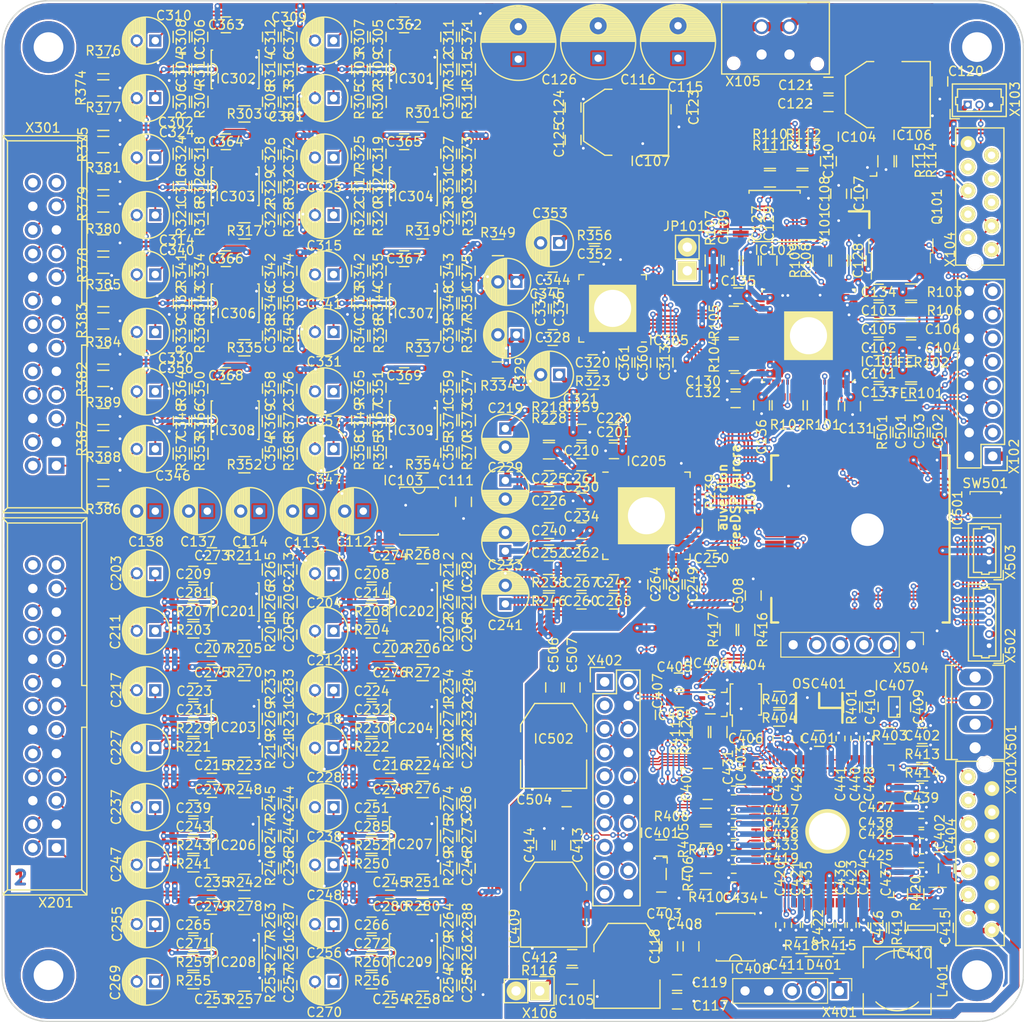
<source format=kicad_pcb>
(kicad_pcb (version 20171130) (host pcbnew "(5.1.0-0)")
  (layers (0 F.Cu signal) (31 B.Cu signal) (34 B.Paste user) (35 F.Paste user) (36 B.SilkS user) (37 F.SilkS user) (38 B.Mask user) (39 F.Mask user) (44 Edge.Cuts user))
  (net 0 "")
  (net 1 "Net-(C202-Pad1)")
  (net 2 "Net-(C202-Pad2)")
  (net 3 "Net-(C203-Pad1)")
  (net 4 "Net-(C204-Pad1)")
  (net 5 /AD-Wandler/ADC1+)
  (net 6 GND)
  (net 7 /AD-Wandler/ADC2+)
  (net 8 /AD-Wandler/ADC1-)
  (net 9 /AD-Wandler/ADC2-)
  (net 10 "Net-(C209-Pad1)")
  (net 11 "Net-(C209-Pad2)")
  (net 12 "Net-(C211-Pad1)")
  (net 13 "Net-(C212-Pad1)")
  (net 14 "Net-(C215-Pad1)")
  (net 15 "Net-(C215-Pad2)")
  (net 16 "Net-(C216-Pad1)")
  (net 17 "Net-(C216-Pad2)")
  (net 18 "Net-(C217-Pad1)")
  (net 19 "Net-(C218-Pad1)")
  (net 20 "Net-(C219-Pad1)")
  (net 21 /AD-Wandler/ADC3+)
  (net 22 /AD-Wandler/ADC4+)
  (net 23 /AD-Wandler/ADC3-)
  (net 24 /AD-Wandler/ADC4-)
  (net 25 "Net-(C227-Pad1)")
  (net 26 "Net-(C228-Pad1)")
  (net 27 "Net-(C229-Pad1)")
  (net 28 "Net-(C233-Pad1)")
  (net 29 "Net-(C235-Pad1)")
  (net 30 "Net-(C235-Pad2)")
  (net 31 "Net-(C237-Pad1)")
  (net 32 "Net-(C238-Pad1)")
  (net 33 /AD-Wandler/ADC5+)
  (net 34 /AD-Wandler/ADC6+)
  (net 35 "Net-(C241-Pad1)")
  (net 36 /AD-Wandler/ADC5-)
  (net 37 /AD-Wandler/ADC6-)
  (net 38 "Net-(C245-Pad1)")
  (net 39 "Net-(C245-Pad2)")
  (net 40 "Net-(C247-Pad1)")
  (net 41 "Net-(C248-Pad1)")
  (net 42 "Net-(C249-Pad1)")
  (net 43 "Net-(C253-Pad1)")
  (net 44 "Net-(C253-Pad2)")
  (net 45 "Net-(C254-Pad1)")
  (net 46 "Net-(C254-Pad2)")
  (net 47 "Net-(C255-Pad1)")
  (net 48 "Net-(C256-Pad1)")
  (net 49 /AD-Wandler/ADC7+)
  (net 50 /AD-Wandler/ADC8+)
  (net 51 +5VA)
  (net 52 +3V3)
  (net 53 /AD-Wandler/ADC7-)
  (net 54 /AD-Wandler/ADC8-)
  (net 55 "Net-(C269-Pad1)")
  (net 56 "Net-(C270-Pad1)")
  (net 57 "Net-(IC205-Pad36)")
  (net 58 /DA-Wandler/AOUT1+)
  (net 59 /DA-Wandler/AOUT2+)
  (net 60 "Net-(C303-Pad2)")
  (net 61 "Net-(C304-Pad2)")
  (net 62 "Net-(C305-Pad1)")
  (net 63 "Net-(C305-Pad2)")
  (net 64 "Net-(C306-Pad1)")
  (net 65 "Net-(C306-Pad2)")
  (net 66 "Net-(C311-Pad1)")
  (net 67 "Net-(C312-Pad1)")
  (net 68 "Net-(C313-Pad1)")
  (net 69 /DA-Wandler/AOUT3+)
  (net 70 /DA-Wandler/AOUT4+)
  (net 71 "Net-(C316-Pad2)")
  (net 72 "Net-(C317-Pad2)")
  (net 73 "Net-(C318-Pad1)")
  (net 74 "Net-(C320-Pad1)")
  (net 75 "Net-(C326-Pad1)")
  (net 76 "Net-(C327-Pad1)")
  (net 77 "Net-(C328-Pad1)")
  (net 78 /DA-Wandler/AOUT5+)
  (net 79 /DA-Wandler/AOUT6+)
  (net 80 "Net-(C332-Pad2)")
  (net 81 "Net-(C333-Pad2)")
  (net 82 "Net-(C342-Pad1)")
  (net 83 "Net-(C343-Pad1)")
  (net 84 "Net-(C344-Pad1)")
  (net 85 /DA-Wandler/AOUT7+)
  (net 86 /DA-Wandler/AOUT8+)
  (net 87 "Net-(C348-Pad2)")
  (net 88 "Net-(C349-Pad2)")
  (net 89 "Net-(C350-Pad1)")
  (net 90 "Net-(C352-Pad1)")
  (net 91 "Net-(C358-Pad1)")
  (net 92 "Net-(C359-Pad1)")
  (net 93 +5V)
  (net 94 /DA-Wandler/DAC1+)
  (net 95 /DA-Wandler/DAC1-)
  (net 96 /DA-Wandler/DAC2-)
  (net 97 /DA-Wandler/DAC2+)
  (net 98 /DA-Wandler/DAC3+)
  (net 99 /DA-Wandler/DAC3-)
  (net 100 /DA-Wandler/DAC4-)
  (net 101 /DA-Wandler/DAC4+)
  (net 102 /DA-Wandler/DAC5+)
  (net 103 /DA-Wandler/DAC5-)
  (net 104 /DA-Wandler/DAC6-)
  (net 105 /DA-Wandler/DAC6+)
  (net 106 /DA-Wandler/DAC7+)
  (net 107 /DA-Wandler/DAC7-)
  (net 108 /DA-Wandler/DAC8-)
  (net 109 /DA-Wandler/DAC8+)
  (net 110 +12V)
  (net 111 /SDA)
  (net 112 /SCL)
  (net 113 VPP)
  (net 114 /~RST)
  (net 115 /~USBRST)
  (net 116 /MDI:2)
  (net 117 /BCLK:2)
  (net 118 /LRCK:2)
  (net 119 /MDI:3)
  (net 120 /MDO:3)
  (net 121 /BCLK:3)
  (net 122 /LRCK:3)
  (net 123 /DA-Wandler/AOUT1-)
  (net 124 /DA-Wandler/AOUT2-)
  (net 125 /DA-Wandler/AOUT3-)
  (net 126 /DA-Wandler/AOUT4-)
  (net 127 /DA-Wandler/AOUT5-)
  (net 128 /DA-Wandler/AOUT6-)
  (net 129 /DA-Wandler/AOUT7-)
  (net 130 /DA-Wandler/AOUT8-)
  (net 131 /AD-Wandler/AIN1+)
  (net 132 /AD-Wandler/AIN2+)
  (net 133 /AD-Wandler/AIN1-)
  (net 134 /AD-Wandler/AIN2-)
  (net 135 /AD-Wandler/AIN3+)
  (net 136 /AD-Wandler/AIN4+)
  (net 137 /AD-Wandler/AIN3-)
  (net 138 /AD-Wandler/AIN4-)
  (net 139 /AD-Wandler/AIN5+)
  (net 140 /AD-Wandler/AIN6+)
  (net 141 /AD-Wandler/AIN5-)
  (net 142 /AD-Wandler/AIN6-)
  (net 143 /AD-Wandler/AIN7+)
  (net 144 /AD-Wandler/AIN8+)
  (net 145 /AD-Wandler/AIN7-)
  (net 146 /AD-Wandler/AIN8-)
  (net 147 "Net-(C301-Pad1)")
  (net 148 "Net-(C302-Pad1)")
  (net 149 "Net-(C314-Pad1)")
  (net 150 "Net-(C315-Pad1)")
  (net 151 "Net-(C330-Pad1)")
  (net 152 "Net-(C331-Pad1)")
  (net 153 "Net-(C346-Pad1)")
  (net 154 "Net-(C347-Pad1)")
  (net 155 /VGROUND)
  (net 156 /TDM_ADC)
  (net 157 /BCLK_ADC)
  (net 158 /LRCK_ADC)
  (net 159 /BCLK_DAC)
  (net 160 /LRCK_DAC)
  (net 161 /TDM_DAC)
  (net 162 /AUXADC5)
  (net 163 "Net-(C101-Pad1)")
  (net 164 "Net-(C103-Pad1)")
  (net 165 "Net-(C103-Pad2)")
  (net 166 "Net-(C106-Pad2)")
  (net 167 "Net-(C107-Pad1)")
  (net 168 "Net-(C108-Pad1)")
  (net 169 "Net-(C307-Pad1)")
  (net 170 "Net-(C307-Pad2)")
  (net 171 "Net-(C308-Pad1)")
  (net 172 "Net-(C308-Pad2)")
  (net 173 "Net-(C318-Pad2)")
  (net 174 "Net-(C319-Pad1)")
  (net 175 "Net-(C319-Pad2)")
  (net 176 "Net-(C322-Pad1)")
  (net 177 "Net-(C322-Pad2)")
  (net 178 "Net-(C323-Pad1)")
  (net 179 "Net-(C323-Pad2)")
  (net 180 "Net-(C334-Pad1)")
  (net 181 "Net-(C334-Pad2)")
  (net 182 "Net-(C335-Pad1)")
  (net 183 "Net-(C335-Pad2)")
  (net 184 "Net-(C338-Pad1)")
  (net 185 "Net-(C338-Pad2)")
  (net 186 "Net-(C339-Pad1)")
  (net 187 "Net-(C339-Pad2)")
  (net 188 "Net-(C350-Pad2)")
  (net 189 "Net-(C351-Pad1)")
  (net 190 "Net-(C351-Pad2)")
  (net 191 "Net-(C354-Pad1)")
  (net 192 "Net-(C354-Pad2)")
  (net 193 "Net-(C355-Pad1)")
  (net 194 "Net-(C355-Pad2)")
  (net 195 "Net-(IC101-Pad3)")
  (net 196 "Net-(IC101-Pad22)")
  (net 197 "Net-(IC101-Pad23)")
  (net 198 "Net-(IC101-Pad26)")
  (net 199 "Net-(IC101-Pad27)")
  (net 200 "Net-(IC101-Pad28)")
  (net 201 "Net-(IC101-Pad29)")
  (net 202 "Net-(IC101-Pad34)")
  (net 203 "Net-(IC101-Pad39)")
  (net 204 "Net-(IC101-Pad40)")
  (net 205 "Net-(IC101-Pad41)")
  (net 206 "Net-(IC101-Pad42)")
  (net 207 "Net-(IC101-Pad43)")
  (net 208 "Net-(IC101-Pad44)")
  (net 209 "Net-(IC101-Pad52)")
  (net 210 "Net-(IC101-Pad57)")
  (net 211 "Net-(IC101-Pad58)")
  (net 212 "Net-(IC101-Pad60)")
  (net 213 "Net-(IC101-Pad61)")
  (net 214 "Net-(IC101-Pad65)")
  (net 215 "Net-(IC101-Pad66)")
  (net 216 "Net-(IC101-Pad68)")
  (net 217 "Net-(IC101-Pad69)")
  (net 218 "Net-(IC102-Pad3)")
  (net 219 +1V0)
  (net 220 +2V5)
  (net 221 VDD)
  (net 222 /XMOS/VBUS)
  (net 223 /XMOS/RST_N)
  (net 224 /XMOS/TDO)
  (net 225 /XMOS/TDI)
  (net 226 /XMOS/XL_DN1)
  (net 227 /XMOS/XL_DN0)
  (net 228 /XMOS/XMCLK)
  (net 229 /XMOS/SPI_CS)
  (net 230 /XMOS/SPI_CLK)
  (net 231 /XMOS/QSPI_D0)
  (net 232 /XMOS/QSPI_D1)
  (net 233 /XMOS/QSPI_D2)
  (net 234 /XMOS/QSPI_D3)
  (net 235 /XMOS/USBD_P)
  (net 236 /XMOS/USBD_N)
  (net 237 /XMOS/24M)
  (net 238 /XMOS/TMS)
  (net 239 /XMOS/TCK)
  (net 240 /XMOS/XL_UP0)
  (net 241 /XMOS/XL_UP1)
  (net 242 /XMOS/OPT_TX)
  (net 243 /XMOS/PLLSYNC)
  (net 244 /XMOS/WCLKSEL)
  (net 245 /XMOS/PLLSELECT)
  (net 246 /XMOS/CLK)
  (net 247 /XMOS/MCLK_DIO)
  (net 248 /MCLK)
  (net 249 /SPDIF_RX)
  (net 250 /SPDIF_TX)
  (net 251 /xTDMOUT)
  (net 252 /OPTICAL_TX)
  (net 253 /OPTICAL_RX)
  (net 254 /WCLK_RX)
  (net 255 /xBCLK)
  (net 256 /xLRCK)
  (net 257 /xTDMIN)
  (net 258 /ESP32/IRREMOTE)
  (net 259 /ESP32/PUSHSW)
  (net 260 /ESP32/ROTQ)
  (net 261 /ESP32/ROTI)
  (net 262 /ESP32/SENSE)
  (net 263 /ESP32/FANCTRL)
  (net 264 "Net-(IC101-Pad47)")
  (net 265 /WCLK_TX)
  (net 266 /xSCL)
  (net 267 /xSDA)
  (net 268 "Net-(C111-Pad1)")
  (net 269 "Net-(C402-Pad1)")
  (net 270 "Net-(D401-Pad2)")
  (net 271 "Net-(IC104-Pad3)")
  (net 272 "Net-(IC403-Pad3)")
  (net 273 "Net-(IC403-Pad4)")
  (net 274 "Net-(IC403-Pad5)")
  (net 275 "Net-(IC403-Pad7)")
  (net 276 "Net-(IC403-Pad10)")
  (net 277 "Net-(IC403-Pad12)")
  (net 278 "Net-(IC403-Pad48)")
  (net 279 "Net-(IC404-Pad3)")
  (net 280 "Net-(IC404-Pad5)")
  (net 281 "Net-(IC405-Pad4)")
  (net 282 "Net-(OSC401-Pad1)")
  (net 283 "Net-(OSC401-Pad3)")
  (net 284 "Net-(IC410-Pad3)")
  (net 285 "Net-(IC410-Pad5)")
  (net 286 /ESP32/EN)
  (net 287 /ESP32/IO0)
  (net 288 /ESP32/RXD)
  (net 289 /ESP32/TXD)
  (net 290 /XMOS/XSYS_RST_N)
  (net 291 "Net-(C207-Pad1)")
  (net 292 "Net-(C207-Pad2)")
  (net 293 "Net-(C281-Pad2)")
  (net 294 "Net-(C208-Pad1)")
  (net 295 "Net-(C208-Pad2)")
  (net 296 "Net-(C214-Pad2)")
  (net 297 "Net-(C223-Pad1)")
  (net 298 "Net-(C223-Pad2)")
  (net 299 "Net-(C224-Pad1)")
  (net 300 "Net-(C224-Pad2)")
  (net 301 "Net-(C231-Pad2)")
  (net 302 "Net-(C232-Pad2)")
  (net 303 "Net-(C239-Pad1)")
  (net 304 "Net-(C239-Pad2)")
  (net 305 "Net-(C243-Pad2)")
  (net 306 "Net-(C251-Pad1)")
  (net 307 "Net-(C251-Pad2)")
  (net 308 "Net-(C285-Pad2)")
  (net 309 "Net-(C265-Pad1)")
  (net 310 "Net-(C265-Pad2)")
  (net 311 "Net-(C266-Pad1)")
  (net 312 "Net-(C266-Pad2)")
  (net 313 "Net-(C271-Pad2)")
  (net 314 "Net-(C272-Pad2)")
  (net 315 VD)
  (net 316 "Net-(R116-Pad2)")
  (module rklib:TQFP-128_14x14mm_Pitch0.4mm_EP_Handsoldering (layer F.Cu) (at 178.9 134.5)
    (fp_text reference IC403 (at -9.3 -7 90) (layer F.SilkS))
    (fp_text value IC_XE216-512-TQ128)
    (pad 129 thru_hole oval (at 0 0) (size 4.8 4.8) (drill 4) (layers *.Cu *.Mask F.SilkS) (net 6 GND))
    (pad 129 smd rect (at 0 0) (size 4.8 4.8) (layers F.Cu F.Paste F.Mask) (net 6 GND))
    (pad 128 smd rect (at -6.2 -7.7 90) (size 1 0.23) (layers F.Cu F.Paste F.Mask) (net 239 /XMOS/TCK))
    (pad 127 smd rect (at -5.8 -7.7 90) (size 1 0.23) (layers F.Cu F.Paste F.Mask) (net 238 /XMOS/TMS))
    (pad 126 smd rect (at -5.4 -7.7 90) (size 1 0.23) (layers F.Cu F.Paste F.Mask) (net 219 +1V0))
    (pad 125 smd rect (at -5 -7.7 90) (size 1 0.23) (layers F.Cu F.Paste F.Mask) (net 246 /XMOS/CLK))
    (pad 124 smd rect (at -4.6 -7.7 90) (size 1 0.23) (layers F.Cu F.Paste F.Mask) (net 223 /XMOS/RST_N))
    (pad 123 smd rect (at -4.2 -7.7 90) (size 1 0.23) (layers F.Cu F.Paste F.Mask) (net 223 /XMOS/RST_N))
    (pad 122 smd rect (at -3.8 -7.7 90) (size 1 0.23) (layers F.Cu F.Paste F.Mask))
    (pad 121 smd rect (at -3.4 -7.7 90) (size 1 0.23) (layers F.Cu F.Paste F.Mask))
    (pad 120 smd rect (at -3 -7.7 90) (size 1 0.23) (layers F.Cu F.Paste F.Mask) (net 219 +1V0))
    (pad 119 smd rect (at -2.6 -7.7 90) (size 1 0.23) (layers F.Cu F.Paste F.Mask))
    (pad 118 smd rect (at -2.2 -7.7 90) (size 1 0.23) (layers F.Cu F.Paste F.Mask))
    (pad 117 smd rect (at -1.8 -7.7 90) (size 1 0.23) (layers F.Cu F.Paste F.Mask))
    (pad 116 smd rect (at -1.4 -7.7 90) (size 1 0.23) (layers F.Cu F.Paste F.Mask))
    (pad 115 smd rect (at -1 -7.7 90) (size 1 0.23) (layers F.Cu F.Paste F.Mask))
    (pad 114 smd rect (at -0.6 -7.7 90) (size 1 0.23) (layers F.Cu F.Paste F.Mask))
    (pad 113 smd rect (at -0.2 -7.7 90) (size 1 0.23) (layers F.Cu F.Paste F.Mask))
    (pad 112 smd rect (at 0.2 -7.7 90) (size 1 0.23) (layers F.Cu F.Paste F.Mask))
    (pad 111 smd rect (at 0.6 -7.7 90) (size 1 0.23) (layers F.Cu F.Paste F.Mask) (net 220 +2V5))
    (pad 110 smd rect (at 1 -7.7 90) (size 1 0.23) (layers F.Cu F.Paste F.Mask) (net 220 +2V5))
    (pad 109 smd rect (at 1.4 -7.7 90) (size 1 0.23) (layers F.Cu F.Paste F.Mask))
    (pad 108 smd rect (at 1.8 -7.7 90) (size 1 0.23) (layers F.Cu F.Paste F.Mask))
    (pad 107 smd rect (at 2.2 -7.7 90) (size 1 0.23) (layers F.Cu F.Paste F.Mask))
    (pad 106 smd rect (at 2.6 -7.7 90) (size 1 0.23) (layers F.Cu F.Paste F.Mask))
    (pad 105 smd rect (at 3 -7.7 90) (size 1 0.23) (layers F.Cu F.Paste F.Mask) (net 221 VDD))
    (pad 104 smd rect (at 3.4 -7.7 90) (size 1 0.23) (layers F.Cu F.Paste F.Mask) (net 6 GND))
    (pad 103 smd rect (at 3.8 -7.7 90) (size 1 0.23) (layers F.Cu F.Paste F.Mask) (net 269 "Net-(C402-Pad1)"))
    (pad 102 smd rect (at 4.2 -7.7 90) (size 1 0.23) (layers F.Cu F.Paste F.Mask) (net 219 +1V0))
    (pad 101 smd rect (at 4.6 -7.7 90) (size 1 0.23) (layers F.Cu F.Paste F.Mask) (net 219 +1V0))
    (pad 100 smd rect (at 5 -7.7 90) (size 1 0.23) (layers F.Cu F.Paste F.Mask) (net 245 /XMOS/PLLSELECT))
    (pad 99 smd rect (at 5.4 -7.7 90) (size 1 0.23) (layers F.Cu F.Paste F.Mask))
    (pad 98 smd rect (at 5.8 -7.7 90) (size 1 0.23) (layers F.Cu F.Paste F.Mask))
    (pad 97 smd rect (at 6.2 -7.7 90) (size 1 0.23) (layers F.Cu F.Paste F.Mask))
    (pad 96 smd rect (at 7.7 -6.2) (size 1 0.23) (layers F.Cu F.Paste F.Mask))
    (pad 95 smd rect (at 7.7 -5.8) (size 1 0.23) (layers F.Cu F.Paste F.Mask) (net 244 /XMOS/WCLKSEL))
    (pad 94 smd rect (at 7.7 -5.4) (size 1 0.23) (layers F.Cu F.Paste F.Mask))
    (pad 93 smd rect (at 7.7 -5) (size 1 0.23) (layers F.Cu F.Paste F.Mask))
    (pad 92 smd rect (at 7.7 -4.6) (size 1 0.23) (layers F.Cu F.Paste F.Mask) (net 221 VDD))
    (pad 91 smd rect (at 7.7 -4.2) (size 1 0.23) (layers F.Cu F.Paste F.Mask))
    (pad 90 smd rect (at 7.7 -3.8) (size 1 0.23) (layers F.Cu F.Paste F.Mask))
    (pad 89 smd rect (at 7.7 -3.4) (size 1 0.23) (layers F.Cu F.Paste F.Mask))
    (pad 88 smd rect (at 7.7 -3) (size 1 0.23) (layers F.Cu F.Paste F.Mask))
    (pad 87 smd rect (at 7.7 -2.6) (size 1 0.23) (layers F.Cu F.Paste F.Mask) (net 219 +1V0))
    (pad 86 smd rect (at 7.7 -2.2) (size 1 0.23) (layers F.Cu F.Paste F.Mask))
    (pad 85 smd rect (at 7.7 -1.8) (size 1 0.23) (layers F.Cu F.Paste F.Mask))
    (pad 84 smd rect (at 7.7 -1.4) (size 1 0.23) (layers F.Cu F.Paste F.Mask))
    (pad 83 smd rect (at 7.7 -1) (size 1 0.23) (layers F.Cu F.Paste F.Mask) (net 221 VDD))
    (pad 82 smd rect (at 7.7 -0.6) (size 1 0.23) (layers F.Cu F.Paste F.Mask))
    (pad 81 smd rect (at 7.7 -0.2) (size 1 0.23) (layers F.Cu F.Paste F.Mask) (net 219 +1V0))
    (pad 80 smd rect (at 7.7 0.2) (size 1 0.23) (layers F.Cu F.Paste F.Mask) (net 219 +1V0))
    (pad 79 smd rect (at 7.7 0.6) (size 1 0.23) (layers F.Cu F.Paste F.Mask))
    (pad 78 smd rect (at 7.7 1) (size 1 0.23) (layers F.Cu F.Paste F.Mask) (net 221 VDD))
    (pad 77 smd rect (at 7.7 1.4) (size 1 0.23) (layers F.Cu F.Paste F.Mask))
    (pad 76 smd rect (at 7.7 1.8) (size 1 0.23) (layers F.Cu F.Paste F.Mask))
    (pad 75 smd rect (at 7.7 2.2) (size 1 0.23) (layers F.Cu F.Paste F.Mask))
    (pad 74 smd rect (at 7.7 2.6) (size 1 0.23) (layers F.Cu F.Paste F.Mask))
    (pad 73 smd rect (at 7.7 3) (size 1 0.23) (layers F.Cu F.Paste F.Mask) (net 219 +1V0))
    (pad 72 smd rect (at 7.7 3.4) (size 1 0.23) (layers F.Cu F.Paste F.Mask))
    (pad 71 smd rect (at 7.7 3.8) (size 1 0.23) (layers F.Cu F.Paste F.Mask))
    (pad 70 smd rect (at 7.7 4.2) (size 1 0.23) (layers F.Cu F.Paste F.Mask))
    (pad 69 smd rect (at 7.7 4.6) (size 1 0.23) (layers F.Cu F.Paste F.Mask))
    (pad 68 smd rect (at 7.7 5) (size 1 0.23) (layers F.Cu F.Paste F.Mask))
    (pad 67 smd rect (at 7.7 5.4) (size 1 0.23) (layers F.Cu F.Paste F.Mask) (net 221 VDD))
    (pad 66 smd rect (at 7.7 5.8) (size 1 0.23) (layers F.Cu F.Paste F.Mask) (net 228 /XMOS/XMCLK))
    (pad 65 smd rect (at 7.7 6.2) (size 1 0.23) (layers F.Cu F.Paste F.Mask))
    (pad 64 smd rect (at 6.2 7.7 90) (size 1 0.23) (layers F.Cu F.Paste F.Mask))
    (pad 63 smd rect (at 5.8 7.7 90) (size 1 0.23) (layers F.Cu F.Paste F.Mask))
    (pad 62 smd rect (at 5.4 7.7 90) (size 1 0.23) (layers F.Cu F.Paste F.Mask) (net 242 /XMOS/OPT_TX))
    (pad 61 smd rect (at 5 7.7 90) (size 1 0.23) (layers F.Cu F.Paste F.Mask))
    (pad 60 smd rect (at 4.6 7.7 90) (size 1 0.23) (layers F.Cu F.Paste F.Mask) (net 219 +1V0))
    (pad 59 smd rect (at 4.2 7.7 90) (size 1 0.23) (layers F.Cu F.Paste F.Mask))
    (pad 58 smd rect (at 3.8 7.7 90) (size 1 0.23) (layers F.Cu F.Paste F.Mask))
    (pad 57 smd rect (at 3.4 7.7 90) (size 1 0.23) (layers F.Cu F.Paste F.Mask))
    (pad 56 smd rect (at 3 7.7 90) (size 1 0.23) (layers F.Cu F.Paste F.Mask) (net 219 +1V0))
    (pad 55 smd rect (at 2.6 7.7 90) (size 1 0.23) (layers F.Cu F.Paste F.Mask))
    (pad 54 smd rect (at 2.2 7.7 90) (size 1 0.23) (layers F.Cu F.Paste F.Mask))
    (pad 53 smd rect (at 1.8 7.7 90) (size 1 0.23) (layers F.Cu F.Paste F.Mask))
    (pad 52 smd rect (at 1.4 7.7 90) (size 1 0.23) (layers F.Cu F.Paste F.Mask) (net 221 VDD))
    (pad 51 smd rect (at 1 7.7 90) (size 1 0.23) (layers F.Cu F.Paste F.Mask))
    (pad 50 smd rect (at 0.6 7.7 90) (size 1 0.23) (layers F.Cu F.Paste F.Mask))
    (pad 49 smd rect (at 0.2 7.7 90) (size 1 0.23) (layers F.Cu F.Paste F.Mask) (net 219 +1V0))
    (pad 48 smd rect (at -0.2 7.7 90) (size 1 0.23) (layers F.Cu F.Paste F.Mask) (net 278 "Net-(IC403-Pad48)"))
    (pad 47 smd rect (at -0.6 7.7 90) (size 1 0.23) (layers F.Cu F.Paste F.Mask) (net 236 /XMOS/USBD_N))
    (pad 46 smd rect (at -1 7.7 90) (size 1 0.23) (layers F.Cu F.Paste F.Mask) (net 235 /XMOS/USBD_P))
    (pad 45 smd rect (at -1.4 7.7 90) (size 1 0.23) (layers F.Cu F.Paste F.Mask) (net 222 /XMOS/VBUS))
    (pad 44 smd rect (at -1.8 7.7 90) (size 1 0.23) (layers F.Cu F.Paste F.Mask) (net 221 VDD))
    (pad 43 smd rect (at -2.2 7.7 90) (size 1 0.23) (layers F.Cu F.Paste F.Mask))
    (pad 42 smd rect (at -2.6 7.7 90) (size 1 0.23) (layers F.Cu F.Paste F.Mask) (net 221 VDD))
    (pad 41 smd rect (at -3 7.7 90) (size 1 0.23) (layers F.Cu F.Paste F.Mask) (net 219 +1V0))
    (pad 40 smd rect (at -3.4 7.7 90) (size 1 0.23) (layers F.Cu F.Paste F.Mask))
    (pad 39 smd rect (at -3.8 7.7 90) (size 1 0.23) (layers F.Cu F.Paste F.Mask))
    (pad 38 smd rect (at -4.2 7.7 90) (size 1 0.23) (layers F.Cu F.Paste F.Mask) (net 267 /xSDA))
    (pad 37 smd rect (at -4.6 7.7 90) (size 1 0.23) (layers F.Cu F.Paste F.Mask) (net 266 /xSCL))
    (pad 36 smd rect (at -5 7.7 90) (size 1 0.23) (layers F.Cu F.Paste F.Mask) (net 219 +1V0))
    (pad 35 smd rect (at -5.4 7.7 90) (size 1 0.23) (layers F.Cu F.Paste F.Mask) (net 234 /XMOS/QSPI_D3))
    (pad 34 smd rect (at -5.8 7.7 90) (size 1 0.23) (layers F.Cu F.Paste F.Mask) (net 233 /XMOS/QSPI_D2))
    (pad 33 smd rect (at -6.2 7.7 90) (size 1 0.23) (layers F.Cu F.Paste F.Mask) (net 232 /XMOS/QSPI_D1))
    (pad 32 smd rect (at -7.7 6.2) (size 1 0.23) (layers F.Cu F.Paste F.Mask))
    (pad 31 smd rect (at -7.7 5.8) (size 1 0.23) (layers F.Cu F.Paste F.Mask) (net 231 /XMOS/QSPI_D0))
    (pad 30 smd rect (at -7.7 5.4) (size 1 0.23) (layers F.Cu F.Paste F.Mask) (net 243 /XMOS/PLLSYNC))
    (pad 29 smd rect (at -7.7 5) (size 1 0.23) (layers F.Cu F.Paste F.Mask) (net 221 VDD))
    (pad 28 smd rect (at -7.7 4.6) (size 1 0.23) (layers F.Cu F.Paste F.Mask) (net 230 /XMOS/SPI_CLK))
    (pad 27 smd rect (at -7.7 4.2) (size 1 0.23) (layers F.Cu F.Paste F.Mask) (net 229 /XMOS/SPI_CS))
    (pad 26 smd rect (at -7.7 3.8) (size 1 0.23) (layers F.Cu F.Paste F.Mask))
    (pad 25 smd rect (at -7.7 3.4) (size 1 0.23) (layers F.Cu F.Paste F.Mask))
    (pad 24 smd rect (at -7.7 3) (size 1 0.23) (layers F.Cu F.Paste F.Mask) (net 219 +1V0))
    (pad 23 smd rect (at -7.7 2.6) (size 1 0.23) (layers F.Cu F.Paste F.Mask))
    (pad 22 smd rect (at -7.7 2.2) (size 1 0.23) (layers F.Cu F.Paste F.Mask))
    (pad 21 smd rect (at -7.7 1.8) (size 1 0.23) (layers F.Cu F.Paste F.Mask))
    (pad 20 smd rect (at -7.7 1.4) (size 1 0.23) (layers F.Cu F.Paste F.Mask) (net 253 /OPTICAL_RX))
    (pad 19 smd rect (at -7.7 1) (size 1 0.23) (layers F.Cu F.Paste F.Mask) (net 221 VDD))
    (pad 18 smd rect (at -7.7 0.6) (size 1 0.23) (layers F.Cu F.Paste F.Mask))
    (pad 17 smd rect (at -7.7 0.2) (size 1 0.23) (layers F.Cu F.Paste F.Mask) (net 219 +1V0))
    (pad 16 smd rect (at -7.7 -0.2) (size 1 0.23) (layers F.Cu F.Paste F.Mask) (net 219 +1V0))
    (pad 15 smd rect (at -7.7 -0.6) (size 1 0.23) (layers F.Cu F.Paste F.Mask))
    (pad 14 smd rect (at -7.7 -1) (size 1 0.23) (layers F.Cu F.Paste F.Mask) (net 221 VDD))
    (pad 13 smd rect (at -7.7 -1.4) (size 1 0.23) (layers F.Cu F.Paste F.Mask) (net 228 /XMOS/XMCLK))
    (pad 12 smd rect (at -7.7 -1.8) (size 1 0.23) (layers F.Cu F.Paste F.Mask) (net 277 "Net-(IC403-Pad12)"))
    (pad 11 smd rect (at -7.7 -2.2) (size 1 0.23) (layers F.Cu F.Paste F.Mask) (net 219 +1V0))
    (pad 10 smd rect (at -7.7 -2.6) (size 1 0.23) (layers F.Cu F.Paste F.Mask) (net 276 "Net-(IC403-Pad10)"))
    (pad 9 smd rect (at -7.7 -3) (size 1 0.23) (layers F.Cu F.Paste F.Mask) (net 227 /XMOS/XL_DN0))
    (pad 8 smd rect (at -7.7 -3.4) (size 1 0.23) (layers F.Cu F.Paste F.Mask) (net 226 /XMOS/XL_DN1))
    (pad 7 smd rect (at -7.7 -3.8) (size 1 0.23) (layers F.Cu F.Paste F.Mask) (net 275 "Net-(IC403-Pad7)"))
    (pad 6 smd rect (at -7.7 -4.2) (size 1 0.23) (layers F.Cu F.Paste F.Mask) (net 221 VDD))
    (pad 5 smd rect (at -7.7 -4.6) (size 1 0.23) (layers F.Cu F.Paste F.Mask) (net 274 "Net-(IC403-Pad5)"))
    (pad 4 smd rect (at -7.7 -5) (size 1 0.23) (layers F.Cu F.Paste F.Mask) (net 273 "Net-(IC403-Pad4)"))
    (pad 3 smd rect (at -7.7 -5.4) (size 1 0.23) (layers F.Cu F.Paste F.Mask) (net 272 "Net-(IC403-Pad3)"))
    (pad 2 smd rect (at -7.7 -5.8) (size 1 0.23) (layers F.Cu F.Paste F.Mask) (net 225 /XMOS/TDI))
    (pad 1 smd rect (at -7.7 -6.2) (size 1 0.23) (layers F.Cu F.Paste F.Mask) (net 224 /XMOS/TDO))
  )
  (module rklib:ESP32-WROOM-32U (layer F.Cu) (at 190.7 103 270)
    (fp_text reference IC501 (at -3.1 -2.2 270) (layer F.SilkS))
    (fp_text value ESP32-WROOM-32U)
    (pad 39 thru_hole rect (at -1 7.5 270) (size 5 5) (drill 3.5) (layers *.Cu *.Mask) (net 6 GND))
    (pad 38 smd rect (at 8.5 0 270) (size 2 0.9) (layers F.Cu F.Paste F.Mask) (net 6 GND))
    (pad 37 smd rect (at 8.5 1.27 270) (size 2 0.9) (layers F.Cu F.Paste F.Mask) (net 263 /ESP32/FANCTRL))
    (pad 36 smd rect (at 8.5 2.54 270) (size 2 0.9) (layers F.Cu F.Paste F.Mask) (net 115 /~USBRST))
    (pad 35 smd rect (at 8.5 3.81 270) (size 2 0.9) (layers F.Cu F.Paste F.Mask) (net 289 /ESP32/TXD))
    (pad 34 smd rect (at 8.5 5.08 270) (size 2 0.9) (layers F.Cu F.Paste F.Mask) (net 288 /ESP32/RXD))
    (pad 33 smd rect (at 8.5 6.35 270) (size 2 0.9) (layers F.Cu F.Paste F.Mask) (net 261 /ESP32/ROTI))
    (pad 32 smd rect (at 8.5 7.62 270) (size 2 0.9) (layers F.Cu F.Paste F.Mask))
    (pad 31 smd rect (at 8.5 8.89 270) (size 2 0.9) (layers F.Cu F.Paste F.Mask) (net 260 /ESP32/ROTQ))
    (pad 30 smd rect (at 8.5 10.16 270) (size 2 0.9) (layers F.Cu F.Paste F.Mask) (net 259 /ESP32/PUSHSW))
    (pad 29 smd rect (at 8.5 11.43 270) (size 2 0.9) (layers F.Cu F.Paste F.Mask) (net 258 /ESP32/IRREMOTE))
    (pad 28 smd rect (at 8.5 12.7 270) (size 2 0.9) (layers F.Cu F.Paste F.Mask) (net 111 /SDA))
    (pad 27 smd rect (at 8.5 13.97 270) (size 2 0.9) (layers F.Cu F.Paste F.Mask) (net 112 /SCL))
    (pad 26 smd rect (at 8.5 15.24 270) (size 2 0.9) (layers F.Cu F.Paste F.Mask))
    (pad 25 smd rect (at 8.5 16.51 270) (size 2 0.9) (layers F.Cu F.Paste F.Mask) (net 287 /ESP32/IO0))
    (pad 24 smd rect (at 5.715 17.51 270) (size 0.9 2) (layers F.Cu F.Paste F.Mask))
    (pad 23 smd rect (at 4.445 17.51 270) (size 0.9 2) (layers F.Cu F.Paste F.Mask))
    (pad 22 smd rect (at 3.175 17.51 270) (size 0.9 2) (layers F.Cu F.Paste F.Mask))
    (pad 21 smd rect (at 1.905 17.51 270) (size 0.9 2) (layers F.Cu F.Paste F.Mask))
    (pad 20 smd rect (at 0.635 17.51 270) (size 0.9 2) (layers F.Cu F.Paste F.Mask))
    (pad 19 smd rect (at -0.635 17.51 270) (size 0.9 2) (layers F.Cu F.Paste F.Mask))
    (pad 18 smd rect (at -1.905 17.51 270) (size 0.9 2) (layers F.Cu F.Paste F.Mask))
    (pad 17 smd rect (at -3.175 17.51 270) (size 0.9 2) (layers F.Cu F.Paste F.Mask))
    (pad 16 smd rect (at -4.445 17.51 270) (size 0.9 2) (layers F.Cu F.Paste F.Mask))
    (pad 15 smd rect (at -5.715 17.51 270) (size 0.9 2) (layers F.Cu F.Paste F.Mask) (net 6 GND))
    (pad 14 smd rect (at -8.5 16.51 270) (size 2 0.9) (layers F.Cu F.Paste F.Mask))
    (pad 13 smd rect (at -8.5 15.24 270) (size 2 0.9) (layers F.Cu F.Paste F.Mask))
    (pad 12 smd rect (at -8.5 13.97 270) (size 2 0.9) (layers F.Cu F.Paste F.Mask))
    (pad 11 smd rect (at -8.5 12.7 270) (size 2 0.9) (layers F.Cu F.Paste F.Mask))
    (pad 10 smd rect (at -8.5 11.43 270) (size 2 0.9) (layers F.Cu F.Paste F.Mask))
    (pad 9 smd rect (at -8.5 10.16 270) (size 2 0.9) (layers F.Cu F.Paste F.Mask) (net 262 /ESP32/SENSE))
    (pad 8 smd rect (at -8.5 8.89 270) (size 2 0.9) (layers F.Cu F.Paste F.Mask) (net 117 /BCLK:2))
    (pad 7 smd rect (at -8.5 7.62 270) (size 2 0.9) (layers F.Cu F.Paste F.Mask) (net 118 /LRCK:2))
    (pad 6 smd rect (at -8.5 6.35 270) (size 2 0.9) (layers F.Cu F.Paste F.Mask) (net 116 /MDI:2))
    (pad 5 smd rect (at -8.5 5.08 270) (size 2 0.9) (layers F.Cu F.Paste F.Mask))
    (pad 4 smd rect (at -8.5 3.81 270) (size 2 0.9) (layers F.Cu F.Paste F.Mask))
    (pad 3 smd rect (at -8.5 2.54 270) (size 2 0.9) (layers F.Cu F.Paste F.Mask) (net 286 /ESP32/EN))
    (pad 2 smd rect (at -8.5 1.27 270) (size 2 0.9) (layers F.Cu F.Paste F.Mask) (net 315 VD))
    (pad 1 smd rect (at -8.5 0 270) (size 2 0.9) (layers F.Cu F.Paste F.Mask) (net 6 GND))
  )
  (module rklib:QFP72_10x10_EP_Handsoldering (layer F.Cu) (at 176.85 81.1 180)
    (fp_text reference IC101 (at -7.75 -2.8 180) (layer F.SilkS))
    (fp_text value IC_ADAU1452 hide)
    (pad 72 smd rect (at -4.25 -5 180) (size 0.3 0.55) (layers F.Cu F.Paste F.Mask) (net 6 GND))
    (pad 71 smd rect (at -3.75 -5 180) (size 0.3 0.55) (layers F.Cu F.Paste F.Mask) (net 113 VPP))
    (pad 70 smd rect (at -3.25 -5 180) (size 0.3 0.55) (layers F.Cu F.Paste F.Mask) (net 119 /MDI:3))
    (pad 69 smd rect (at -2.75 -5 180) (size 0.3 0.55) (layers F.Cu F.Paste F.Mask) (net 217 "Net-(IC101-Pad69)"))
    (pad 68 smd rect (at -2.25 -5 180) (size 0.3 0.55) (layers F.Cu F.Paste F.Mask) (net 216 "Net-(IC101-Pad68)"))
    (pad 67 smd rect (at -1.75 -5 180) (size 0.3 0.55) (layers F.Cu F.Paste F.Mask) (net 116 /MDI:2))
    (pad 66 smd rect (at -1.25 -5 180) (size 0.3 0.55) (layers F.Cu F.Paste F.Mask) (net 215 "Net-(IC101-Pad66)"))
    (pad 65 smd rect (at -0.75 -5 180) (size 0.3 0.55) (layers F.Cu F.Paste F.Mask) (net 214 "Net-(IC101-Pad65)"))
    (pad 64 smd rect (at -0.25 -5 180) (size 0.3 0.55) (layers F.Cu F.Paste F.Mask))
    (pad 63 smd rect (at 0.25 -5 180) (size 0.3 0.55) (layers F.Cu F.Paste F.Mask))
    (pad 62 smd rect (at 0.75 -5 180) (size 0.3 0.55) (layers F.Cu F.Paste F.Mask) (net 251 /xTDMOUT))
    (pad 61 smd rect (at 1.25 -5 180) (size 0.3 0.55) (layers F.Cu F.Paste F.Mask) (net 213 "Net-(IC101-Pad61)"))
    (pad 60 smd rect (at 1.75 -5 180) (size 0.3 0.55) (layers F.Cu F.Paste F.Mask) (net 212 "Net-(IC101-Pad60)"))
    (pad 59 smd rect (at 2.25 -5 180) (size 0.3 0.55) (layers F.Cu F.Paste F.Mask) (net 156 /TDM_ADC))
    (pad 58 smd rect (at 2.75 -5 180) (size 0.3 0.55) (layers F.Cu F.Paste F.Mask) (net 211 "Net-(IC101-Pad58)"))
    (pad 57 smd rect (at 3.25 -5 180) (size 0.3 0.55) (layers F.Cu F.Paste F.Mask) (net 210 "Net-(IC101-Pad57)"))
    (pad 56 smd rect (at 3.75 -5 180) (size 0.3 0.55) (layers F.Cu F.Paste F.Mask) (net 52 +3V3))
    (pad 55 smd rect (at 4.25 -5 180) (size 0.3 0.55) (layers F.Cu F.Paste F.Mask) (net 6 GND))
    (pad 54 smd rect (at 5 -4.25 180) (size 0.55 0.3) (layers F.Cu F.Paste F.Mask) (net 6 GND))
    (pad 53 smd rect (at 5 -3.75 180) (size 0.55 0.3) (layers F.Cu F.Paste F.Mask) (net 113 VPP))
    (pad 52 smd rect (at 5 -3.25 180) (size 0.55 0.3) (layers F.Cu F.Paste F.Mask) (net 209 "Net-(IC101-Pad52)"))
    (pad 51 smd rect (at 5 -2.75 180) (size 0.55 0.3) (layers F.Cu F.Paste F.Mask))
    (pad 50 smd rect (at 5 -2.25 180) (size 0.55 0.3) (layers F.Cu F.Paste F.Mask))
    (pad 49 smd rect (at 5 -1.75 180) (size 0.55 0.3) (layers F.Cu F.Paste F.Mask))
    (pad 48 smd rect (at 5 -1.25 180) (size 0.55 0.3) (layers F.Cu F.Paste F.Mask))
    (pad 47 smd rect (at 5 -0.75 180) (size 0.55 0.3) (layers F.Cu F.Paste F.Mask) (net 264 "Net-(IC101-Pad47)"))
    (pad 46 smd rect (at 5 -0.25 180) (size 0.55 0.3) (layers F.Cu F.Paste F.Mask))
    (pad 45 smd rect (at 5 0.25 180) (size 0.55 0.3) (layers F.Cu F.Paste F.Mask))
    (pad 44 smd rect (at 5 0.75 180) (size 0.55 0.3) (layers F.Cu F.Paste F.Mask) (net 208 "Net-(IC101-Pad44)"))
    (pad 43 smd rect (at 5 1.25 180) (size 0.55 0.3) (layers F.Cu F.Paste F.Mask) (net 207 "Net-(IC101-Pad43)"))
    (pad 42 smd rect (at 5 1.75 180) (size 0.55 0.3) (layers F.Cu F.Paste F.Mask) (net 206 "Net-(IC101-Pad42)"))
    (pad 41 smd rect (at 5 2.25 180) (size 0.55 0.3) (layers F.Cu F.Paste F.Mask) (net 205 "Net-(IC101-Pad41)"))
    (pad 40 smd rect (at 5 2.75 180) (size 0.55 0.3) (layers F.Cu F.Paste F.Mask) (net 204 "Net-(IC101-Pad40)"))
    (pad 39 smd rect (at 5 3.25 180) (size 0.55 0.3) (layers F.Cu F.Paste F.Mask) (net 203 "Net-(IC101-Pad39)"))
    (pad 38 smd rect (at 5 3.75 180) (size 0.55 0.3) (layers F.Cu F.Paste F.Mask) (net 52 +3V3))
    (pad 37 smd rect (at 5 4.25 180) (size 0.55 0.3) (layers F.Cu F.Paste F.Mask) (net 6 GND))
    (pad 36 smd rect (at 4.25 5 180) (size 0.3 0.55) (layers F.Cu F.Paste F.Mask) (net 6 GND))
    (pad 35 smd rect (at 3.75 5 180) (size 0.3 0.55) (layers F.Cu F.Paste F.Mask) (net 113 VPP))
    (pad 34 smd rect (at 3.25 5 180) (size 0.3 0.55) (layers F.Cu F.Paste F.Mask) (net 202 "Net-(IC101-Pad34)"))
    (pad 33 smd rect (at 2.75 5 180) (size 0.3 0.55) (layers F.Cu F.Paste F.Mask) (net 6 GND))
    (pad 32 smd rect (at 2.25 5 180) (size 0.3 0.55) (layers F.Cu F.Paste F.Mask) (net 6 GND))
    (pad 31 smd rect (at 1.75 5 180) (size 0.3 0.55) (layers F.Cu F.Paste F.Mask) (net 112 /SCL))
    (pad 30 smd rect (at 1.25 5 180) (size 0.3 0.55) (layers F.Cu F.Paste F.Mask) (net 111 /SDA))
    (pad 29 smd rect (at 0.75 5 180) (size 0.3 0.55) (layers F.Cu F.Paste F.Mask) (net 201 "Net-(IC101-Pad29)"))
    (pad 28 smd rect (at 0.25 5 180) (size 0.3 0.55) (layers F.Cu F.Paste F.Mask) (net 200 "Net-(IC101-Pad28)"))
    (pad 27 smd rect (at -0.25 5 180) (size 0.3 0.55) (layers F.Cu F.Paste F.Mask) (net 199 "Net-(IC101-Pad27)"))
    (pad 26 smd rect (at -0.75 5 180) (size 0.3 0.55) (layers F.Cu F.Paste F.Mask) (net 198 "Net-(IC101-Pad26)"))
    (pad 25 smd rect (at -1.25 5 180) (size 0.3 0.55) (layers F.Cu F.Paste F.Mask) (net 6 GND))
    (pad 24 smd rect (at -1.75 5 180) (size 0.3 0.55) (layers F.Cu F.Paste F.Mask) (net 114 /~RST))
    (pad 23 smd rect (at -2.25 5 180) (size 0.3 0.55) (layers F.Cu F.Paste F.Mask) (net 197 "Net-(IC101-Pad23)"))
    (pad 22 smd rect (at -2.75 5 180) (size 0.3 0.55) (layers F.Cu F.Paste F.Mask) (net 196 "Net-(IC101-Pad22)"))
    (pad 21 smd rect (at -3.25 5 180) (size 0.3 0.55) (layers F.Cu F.Paste F.Mask) (net 167 "Net-(C107-Pad1)"))
    (pad 20 smd rect (at -3.75 5 180) (size 0.3 0.55) (layers F.Cu F.Paste F.Mask) (net 113 VPP))
    (pad 19 smd rect (at -4.25 5 180) (size 0.3 0.55) (layers F.Cu F.Paste F.Mask) (net 6 GND))
    (pad 18 smd rect (at -5 4.25 180) (size 0.55 0.3) (layers F.Cu F.Paste F.Mask) (net 52 +3V3))
    (pad 17 smd rect (at -5 3.75 180) (size 0.55 0.3) (layers F.Cu F.Paste F.Mask) (net 6 GND))
    (pad 16 smd rect (at -5 3.25 180) (size 0.55 0.3) (layers F.Cu F.Paste F.Mask) (net 166 "Net-(C106-Pad2)"))
    (pad 15 smd rect (at -5 2.75 180) (size 0.55 0.3) (layers F.Cu F.Paste F.Mask) (net 164 "Net-(C103-Pad1)"))
    (pad 14 smd rect (at -5 2.25 180) (size 0.55 0.3) (layers F.Cu F.Paste F.Mask) (net 6 GND))
    (pad 13 smd rect (at -5 1.75 180) (size 0.55 0.3) (layers F.Cu F.Paste F.Mask) (net 162 /AUXADC5))
    (pad 12 smd rect (at -5 1.25 180) (size 0.55 0.3) (layers F.Cu F.Paste F.Mask))
    (pad 11 smd rect (at -5 0.75 180) (size 0.55 0.3) (layers F.Cu F.Paste F.Mask))
    (pad 10 smd rect (at -5 0.25 180) (size 0.55 0.3) (layers F.Cu F.Paste F.Mask))
    (pad 9 smd rect (at -5 -0.25 180) (size 0.55 0.3) (layers F.Cu F.Paste F.Mask))
    (pad 8 smd rect (at -5 -0.75 180) (size 0.55 0.3) (layers F.Cu F.Paste F.Mask))
    (pad 7 smd rect (at -5 -1.25 180) (size 0.55 0.3) (layers F.Cu F.Paste F.Mask) (net 163 "Net-(C101-Pad1)"))
    (pad 6 smd rect (at -5 -1.75 180) (size 0.55 0.3) (layers F.Cu F.Paste F.Mask) (net 6 GND))
    (pad 5 smd rect (at -5 -2.25 180) (size 0.55 0.3) (layers F.Cu F.Paste F.Mask) (net 250 /SPDIF_TX))
    (pad 4 smd rect (at -5 -2.75 180) (size 0.55 0.3) (layers F.Cu F.Paste F.Mask) (net 249 /SPDIF_RX))
    (pad 3 smd rect (at -5 -3.25 180) (size 0.55 0.3) (layers F.Cu F.Paste F.Mask) (net 195 "Net-(IC101-Pad3)"))
    (pad 2 smd rect (at -5 -3.75 180) (size 0.55 0.3) (layers F.Cu F.Paste F.Mask) (net 52 +3V3))
    (pad 1 smd rect (at -5 -4.25 180) (size 0.55 0.3) (layers F.Cu F.Paste F.Mask) (net 6 GND))
    (pad 73 thru_hole rect (at 0 0 180) (size 5.25 5.25) (drill 4) (layers *.Cu *.Mask F.SilkS) (net 6 GND))
  )
  (module rklib:QFN64_9x9mm_Pitch0.5mm_EP_Handsoldering (layer F.Cu) (at 159.4 100.5)
    (fp_text reference IC205 (at 0 -5.875) (layer F.SilkS))
    (fp_text value IC_AK5558VN)
    (pad 65 thru_hole rect (at 0 0) (size 6.15 6.15) (drill 4) (layers *.Cu *.Mask F.SilkS) (net 6 GND))
    (pad 64 smd rect (at -3.75 -4.45 90) (size 0.85 0.3) (layers F.Cu F.Paste F.Mask) (net 9 /AD-Wandler/ADC2-))
    (pad 63 smd rect (at -3.25 -4.45 90) (size 0.85 0.3) (layers F.Cu F.Paste F.Mask) (net 7 /AD-Wandler/ADC2+))
    (pad 62 smd rect (at -2.75 -4.45 90) (size 0.85 0.3) (layers F.Cu F.Paste F.Mask) (net 20 "Net-(C219-Pad1)"))
    (pad 61 smd rect (at -2.25 -4.45 90) (size 0.85 0.3) (layers F.Cu F.Paste F.Mask) (net 6 GND))
    (pad 60 smd rect (at -1.75 -4.45 90) (size 0.85 0.3) (layers F.Cu F.Paste F.Mask) (net 8 /AD-Wandler/ADC1-))
    (pad 59 smd rect (at -1.25 -4.45 90) (size 0.85 0.3) (layers F.Cu F.Paste F.Mask) (net 5 /AD-Wandler/ADC1+))
    (pad 58 smd rect (at -0.75 -4.45 90) (size 0.85 0.3) (layers F.Cu F.Paste F.Mask) (net 6 GND))
    (pad 57 smd rect (at -0.25 -4.45 90) (size 0.85 0.3) (layers F.Cu F.Paste F.Mask) (net 52 +3V3))
    (pad 56 smd rect (at 0.25 -4.45 90) (size 0.85 0.3) (layers F.Cu F.Paste F.Mask) (net 52 +3V3))
    (pad 55 smd rect (at 0.75 -4.45 90) (size 0.85 0.3) (layers F.Cu F.Paste F.Mask) (net 6 GND))
    (pad 54 smd rect (at 1.25 -4.45 90) (size 0.85 0.3) (layers F.Cu F.Paste F.Mask) (net 52 +3V3))
    (pad 53 smd rect (at 1.75 -4.45 90) (size 0.85 0.3) (layers F.Cu F.Paste F.Mask) (net 6 GND))
    (pad 52 smd rect (at 2.25 -4.45 90) (size 0.85 0.3) (layers F.Cu F.Paste F.Mask) (net 52 +3V3))
    (pad 51 smd rect (at 2.75 -4.45 90) (size 0.85 0.3) (layers F.Cu F.Paste F.Mask) (net 6 GND))
    (pad 50 smd rect (at 3.25 -4.45 90) (size 0.85 0.3) (layers F.Cu F.Paste F.Mask) (net 6 GND))
    (pad 49 smd rect (at 3.75 -4.45 90) (size 0.85 0.3) (layers F.Cu F.Paste F.Mask) (net 6 GND))
    (pad 48 smd rect (at 4.45 -3.75) (size 0.85 0.3) (layers F.Cu F.Paste F.Mask) (net 52 +3V3))
    (pad 47 smd rect (at 4.45 -3.25) (size 0.85 0.3) (layers F.Cu F.Paste F.Mask) (net 6 GND))
    (pad 46 smd rect (at 4.45 -2.75) (size 0.85 0.3) (layers F.Cu F.Paste F.Mask) (net 6 GND))
    (pad 45 smd rect (at 4.45 -2.25) (size 0.85 0.3) (layers F.Cu F.Paste F.Mask) (net 112 /SCL))
    (pad 44 smd rect (at 4.45 -1.75) (size 0.85 0.3) (layers F.Cu F.Paste F.Mask) (net 52 +3V3))
    (pad 43 smd rect (at 4.45 -1.25) (size 0.85 0.3) (layers F.Cu F.Paste F.Mask) (net 111 /SDA))
    (pad 42 smd rect (at 4.45 -0.75) (size 0.85 0.3) (layers F.Cu F.Paste F.Mask))
    (pad 41 smd rect (at 4.45 -0.25) (size 0.85 0.3) (layers F.Cu F.Paste F.Mask))
    (pad 40 smd rect (at 4.45 0.25) (size 0.85 0.3) (layers F.Cu F.Paste F.Mask))
    (pad 39 smd rect (at 4.45 0.75) (size 0.85 0.3) (layers F.Cu F.Paste F.Mask))
    (pad 38 smd rect (at 4.45 1.25) (size 0.85 0.3) (layers F.Cu F.Paste F.Mask))
    (pad 37 smd rect (at 4.45 1.75) (size 0.85 0.3) (layers F.Cu F.Paste F.Mask))
    (pad 36 smd rect (at 4.45 2.25) (size 0.85 0.3) (layers F.Cu F.Paste F.Mask) (net 57 "Net-(IC205-Pad36)"))
    (pad 35 smd rect (at 4.45 2.75) (size 0.85 0.3) (layers F.Cu F.Paste F.Mask) (net 6 GND))
    (pad 34 smd rect (at 4.45 3.25) (size 0.85 0.3) (layers F.Cu F.Paste F.Mask) (net 158 /LRCK_ADC))
    (pad 33 smd rect (at 4.45 3.75) (size 0.85 0.3) (layers F.Cu F.Paste F.Mask) (net 157 /BCLK_ADC))
    (pad 32 smd rect (at 3.75 4.45 90) (size 0.85 0.3) (layers F.Cu F.Paste F.Mask) (net 6 GND))
    (pad 31 smd rect (at 3.25 4.45 90) (size 0.85 0.3) (layers F.Cu F.Paste F.Mask) (net 52 +3V3))
    (pad 30 smd rect (at 2.75 4.45 90) (size 0.85 0.3) (layers F.Cu F.Paste F.Mask) (net 52 +3V3))
    (pad 29 smd rect (at 2.25 4.45 90) (size 0.85 0.3) (layers F.Cu F.Paste F.Mask) (net 52 +3V3))
    (pad 28 smd rect (at 1.75 4.45 90) (size 0.85 0.3) (layers F.Cu F.Paste F.Mask) (net 114 /~RST))
    (pad 27 smd rect (at 1.25 4.45 90) (size 0.85 0.3) (layers F.Cu F.Paste F.Mask) (net 42 "Net-(C249-Pad1)"))
    (pad 26 smd rect (at 0.75 4.45 90) (size 0.85 0.3) (layers F.Cu F.Paste F.Mask) (net 6 GND))
    (pad 25 smd rect (at 0.25 4.45 90) (size 0.85 0.3) (layers F.Cu F.Paste F.Mask) (net 52 +3V3))
    (pad 24 smd rect (at -0.25 4.45 90) (size 0.85 0.3) (layers F.Cu F.Paste F.Mask) (net 248 /MCLK))
    (pad 23 smd rect (at -0.75 4.45 90) (size 0.85 0.3) (layers F.Cu F.Paste F.Mask) (net 6 GND))
    (pad 22 smd rect (at -1.25 4.45 90) (size 0.85 0.3) (layers F.Cu F.Paste F.Mask) (net 54 /AD-Wandler/ADC8-))
    (pad 21 smd rect (at -1.75 4.45 90) (size 0.85 0.3) (layers F.Cu F.Paste F.Mask) (net 50 /AD-Wandler/ADC8+))
    (pad 20 smd rect (at -2.25 4.45 90) (size 0.85 0.3) (layers F.Cu F.Paste F.Mask) (net 6 GND))
    (pad 19 smd rect (at -2.75 4.45 90) (size 0.85 0.3) (layers F.Cu F.Paste F.Mask) (net 35 "Net-(C241-Pad1)"))
    (pad 18 smd rect (at -3.25 4.45 90) (size 0.85 0.3) (layers F.Cu F.Paste F.Mask) (net 53 /AD-Wandler/ADC7-))
    (pad 17 smd rect (at -3.75 4.45 90) (size 0.85 0.3) (layers F.Cu F.Paste F.Mask) (net 49 /AD-Wandler/ADC7+))
    (pad 16 smd rect (at -4.45 3.75) (size 0.85 0.3) (layers F.Cu F.Paste F.Mask) (net 6 GND))
    (pad 15 smd rect (at -4.45 3.25) (size 0.85 0.3) (layers F.Cu F.Paste F.Mask) (net 51 +5VA))
    (pad 14 smd rect (at -4.45 2.75) (size 0.85 0.3) (layers F.Cu F.Paste F.Mask) (net 37 /AD-Wandler/ADC6-))
    (pad 13 smd rect (at -4.45 2.25) (size 0.85 0.3) (layers F.Cu F.Paste F.Mask) (net 34 /AD-Wandler/ADC6+))
    (pad 12 smd rect (at -4.45 1.75) (size 0.85 0.3) (layers F.Cu F.Paste F.Mask) (net 6 GND))
    (pad 11 smd rect (at -4.45 1.25) (size 0.85 0.3) (layers F.Cu F.Paste F.Mask) (net 28 "Net-(C233-Pad1)"))
    (pad 10 smd rect (at -4.45 0.75) (size 0.85 0.3) (layers F.Cu F.Paste F.Mask) (net 36 /AD-Wandler/ADC5-))
    (pad 9 smd rect (at -4.45 0.25) (size 0.85 0.3) (layers F.Cu F.Paste F.Mask) (net 33 /AD-Wandler/ADC5+))
    (pad 8 smd rect (at -4.45 -0.25) (size 0.85 0.3) (layers F.Cu F.Paste F.Mask) (net 24 /AD-Wandler/ADC4-))
    (pad 7 smd rect (at -4.45 -0.75) (size 0.85 0.3) (layers F.Cu F.Paste F.Mask) (net 22 /AD-Wandler/ADC4+))
    (pad 6 smd rect (at -4.45 -1.25) (size 0.85 0.3) (layers F.Cu F.Paste F.Mask) (net 27 "Net-(C229-Pad1)"))
    (pad 5 smd rect (at -4.45 -1.75) (size 0.85 0.3) (layers F.Cu F.Paste F.Mask) (net 6 GND))
    (pad 4 smd rect (at -4.45 -2.25) (size 0.85 0.3) (layers F.Cu F.Paste F.Mask) (net 23 /AD-Wandler/ADC3-))
    (pad 3 smd rect (at -4.45 -2.75) (size 0.85 0.3) (layers F.Cu F.Paste F.Mask) (net 21 /AD-Wandler/ADC3+))
    (pad 2 smd rect (at -4.45 -3.25) (size 0.85 0.3) (layers F.Cu F.Paste F.Mask) (net 51 +5VA))
    (pad 1 smd rect (at -4.45 -3.75) (size 0.85 0.3) (layers F.Cu F.Paste F.Mask) (net 6 GND))
  )
  (module rklib:QFN48_7x7mm_Pitch0.5mm_EP_Handsoldering (layer F.Cu) (at 155.75625 78.15625 180)
    (fp_text reference IC305 (at -6.04375 -3.44375 180) (layer F.SilkS))
    (fp_text value IC_AK4458VN)
    (pad 49 thru_hole rect (at 0 0 180) (size 5.1 5.1) (drill 4) (layers *.Cu *.Mask F.SilkS) (net 6 GND))
    (pad 48 smd rect (at -2.75 -3.4 270) (size 0.7 0.25) (layers F.Cu F.Paste F.Mask) (net 114 /~RST))
    (pad 47 smd rect (at -2.25 -3.4 270) (size 0.7 0.25) (layers F.Cu F.Paste F.Mask) (net 68 "Net-(C313-Pad1)"))
    (pad 46 smd rect (at -1.75 -3.4 270) (size 0.7 0.25) (layers F.Cu F.Paste F.Mask) (net 6 GND))
    (pad 45 smd rect (at -1.25 -3.4 270) (size 0.7 0.25) (layers F.Cu F.Paste F.Mask) (net 52 +3V3))
    (pad 44 smd rect (at -0.75 -3.4 270) (size 0.7 0.25) (layers F.Cu F.Paste F.Mask) (net 52 +3V3))
    (pad 43 smd rect (at -0.25 -3.4 270) (size 0.7 0.25) (layers F.Cu F.Paste F.Mask) (net 109 /DA-Wandler/DAC8+))
    (pad 42 smd rect (at 0.25 -3.4 270) (size 0.7 0.25) (layers F.Cu F.Paste F.Mask) (net 108 /DA-Wandler/DAC8-))
    (pad 41 smd rect (at 0.75 -3.4 270) (size 0.7 0.25) (layers F.Cu F.Paste F.Mask) (net 6 GND))
    (pad 40 smd rect (at 1.25 -3.4 270) (size 0.7 0.25) (layers F.Cu F.Paste F.Mask) (net 74 "Net-(C320-Pad1)"))
    (pad 39 smd rect (at 1.75 -3.4 270) (size 0.7 0.25) (layers F.Cu F.Paste F.Mask) (net 107 /DA-Wandler/DAC7-))
    (pad 38 smd rect (at 2.25 -3.4 270) (size 0.7 0.25) (layers F.Cu F.Paste F.Mask) (net 106 /DA-Wandler/DAC7+))
    (pad 37 smd rect (at 2.75 -3.4 270) (size 0.7 0.25) (layers F.Cu F.Paste F.Mask) (net 105 /DA-Wandler/DAC6+))
    (pad 36 smd rect (at 3.4 -2.75 180) (size 0.7 0.25) (layers F.Cu F.Paste F.Mask) (net 104 /DA-Wandler/DAC6-))
    (pad 35 smd rect (at 3.4 -2.25 180) (size 0.7 0.25) (layers F.Cu F.Paste F.Mask) (net 6 GND))
    (pad 34 smd rect (at 3.4 -1.75 180) (size 0.7 0.25) (layers F.Cu F.Paste F.Mask) (net 77 "Net-(C328-Pad1)"))
    (pad 33 smd rect (at 3.4 -1.25 180) (size 0.7 0.25) (layers F.Cu F.Paste F.Mask) (net 103 /DA-Wandler/DAC5-))
    (pad 32 smd rect (at 3.4 -0.75 180) (size 0.7 0.25) (layers F.Cu F.Paste F.Mask) (net 102 /DA-Wandler/DAC5+))
    (pad 31 smd rect (at 3.4 -0.25 180) (size 0.7 0.25) (layers F.Cu F.Paste F.Mask) (net 51 +5VA))
    (pad 30 smd rect (at 3.4 0.25 180) (size 0.7 0.25) (layers F.Cu F.Paste F.Mask) (net 6 GND))
    (pad 29 smd rect (at 3.4 0.75 180) (size 0.7 0.25) (layers F.Cu F.Paste F.Mask) (net 101 /DA-Wandler/DAC4+))
    (pad 28 smd rect (at 3.4 1.25 180) (size 0.7 0.25) (layers F.Cu F.Paste F.Mask) (net 100 /DA-Wandler/DAC4-))
    (pad 27 smd rect (at 3.4 1.75 180) (size 0.7 0.25) (layers F.Cu F.Paste F.Mask) (net 84 "Net-(C344-Pad1)"))
    (pad 26 smd rect (at 3.4 2.25 180) (size 0.7 0.25) (layers F.Cu F.Paste F.Mask) (net 6 GND))
    (pad 25 smd rect (at 3.4 2.75 180) (size 0.7 0.25) (layers F.Cu F.Paste F.Mask) (net 99 /DA-Wandler/DAC3-))
    (pad 24 smd rect (at 2.75 3.4 270) (size 0.7 0.25) (layers F.Cu F.Paste F.Mask) (net 98 /DA-Wandler/DAC3+))
    (pad 23 smd rect (at 2.25 3.4 270) (size 0.7 0.25) (layers F.Cu F.Paste F.Mask) (net 97 /DA-Wandler/DAC2+))
    (pad 22 smd rect (at 1.75 3.4 270) (size 0.7 0.25) (layers F.Cu F.Paste F.Mask) (net 96 /DA-Wandler/DAC2-))
    (pad 21 smd rect (at 1.25 3.4 270) (size 0.7 0.25) (layers F.Cu F.Paste F.Mask) (net 90 "Net-(C352-Pad1)"))
    (pad 20 smd rect (at 0.75 3.4 270) (size 0.7 0.25) (layers F.Cu F.Paste F.Mask) (net 6 GND))
    (pad 19 smd rect (at 0.25 3.4 270) (size 0.7 0.25) (layers F.Cu F.Paste F.Mask) (net 95 /DA-Wandler/DAC1-))
    (pad 18 smd rect (at -0.25 3.4 270) (size 0.7 0.25) (layers F.Cu F.Paste F.Mask) (net 94 /DA-Wandler/DAC1+))
    (pad 17 smd rect (at -0.75 3.4 270) (size 0.7 0.25) (layers F.Cu F.Paste F.Mask) (net 52 +3V3))
    (pad 16 smd rect (at -1.25 3.4 270) (size 0.7 0.25) (layers F.Cu F.Paste F.Mask) (net 6 GND))
    (pad 15 smd rect (at -1.75 3.4 270) (size 0.7 0.25) (layers F.Cu F.Paste F.Mask) (net 6 GND))
    (pad 14 smd rect (at -2.25 3.4 270) (size 0.7 0.25) (layers F.Cu F.Paste F.Mask) (net 112 /SCL))
    (pad 13 smd rect (at -2.75 3.4 270) (size 0.7 0.25) (layers F.Cu F.Paste F.Mask) (net 111 /SDA))
    (pad 12 smd rect (at -3.4 2.75 180) (size 0.7 0.25) (layers F.Cu F.Paste F.Mask) (net 6 GND))
    (pad 11 smd rect (at -3.4 2.25 180) (size 0.7 0.25) (layers F.Cu F.Paste F.Mask) (net 6 GND))
    (pad 10 smd rect (at -3.4 1.75 180) (size 0.7 0.25) (layers F.Cu F.Paste F.Mask) (net 6 GND))
    (pad 9 smd rect (at -3.4 1.25 180) (size 0.7 0.25) (layers F.Cu F.Paste F.Mask) (net 6 GND))
    (pad 8 smd rect (at -3.4 0.75 180) (size 0.7 0.25) (layers F.Cu F.Paste F.Mask) (net 6 GND))
    (pad 7 smd rect (at -3.4 0.25 180) (size 0.7 0.25) (layers F.Cu F.Paste F.Mask) (net 6 GND))
    (pad 6 smd rect (at -3.4 -0.25 180) (size 0.7 0.25) (layers F.Cu F.Paste F.Mask) (net 6 GND))
    (pad 5 smd rect (at -3.4 -0.75 180) (size 0.7 0.25) (layers F.Cu F.Paste F.Mask) (net 6 GND))
    (pad 4 smd rect (at -3.4 -1.25 180) (size 0.7 0.25) (layers F.Cu F.Paste F.Mask) (net 161 /TDM_DAC))
    (pad 3 smd rect (at -3.4 -1.75 180) (size 0.7 0.25) (layers F.Cu F.Paste F.Mask) (net 160 /LRCK_DAC))
    (pad 2 smd rect (at -3.4 -2.25 180) (size 0.7 0.25) (layers F.Cu F.Paste F.Mask) (net 159 /BCLK_DAC))
    (pad 1 smd rect (at -3.4 -2.75 180) (size 0.7 0.25) (layers F.Cu F.Paste F.Mask) (net 248 /MCLK))
  )
  (module rklib:IDC26 (layer F.Cu) (at 95.85 95.1 90)
    (fp_text reference X301 (at 36.4 -1.45 180) (layer F.SilkS))
    (fp_text value CON_IDC26)
    (pad 26 thru_hole oval (at 30.48 -2.54 90) (size 1.7272 1.7272) (drill 1.016) (layers *.Cu *.Mask))
    (pad 25 thru_hole oval (at 30.48 0 90) (size 1.7272 1.7272) (drill 1.016) (layers *.Cu *.Mask))
    (pad 24 thru_hole oval (at 27.94 -2.54 90) (size 1.7272 1.7272) (drill 1.016) (layers *.Cu *.Mask) (net 6 GND))
    (pad 23 thru_hole oval (at 27.94 0 90) (size 1.7272 1.7272) (drill 1.016) (layers *.Cu *.Mask) (net 123 /DA-Wandler/AOUT1-))
    (pad 22 thru_hole oval (at 25.4 -2.54 90) (size 1.7272 1.7272) (drill 1.016) (layers *.Cu *.Mask) (net 58 /DA-Wandler/AOUT1+))
    (pad 21 thru_hole oval (at 25.4 0 90) (size 1.7272 1.7272) (drill 1.016) (layers *.Cu *.Mask) (net 6 GND))
    (pad 20 thru_hole oval (at 22.86 -2.54 90) (size 1.7272 1.7272) (drill 1.016) (layers *.Cu *.Mask) (net 124 /DA-Wandler/AOUT2-))
    (pad 19 thru_hole oval (at 22.86 0 90) (size 1.7272 1.7272) (drill 1.016) (layers *.Cu *.Mask) (net 59 /DA-Wandler/AOUT2+))
    (pad 18 thru_hole oval (at 20.32 -2.54 90) (size 1.7272 1.7272) (drill 1.016) (layers *.Cu *.Mask) (net 6 GND))
    (pad 17 thru_hole oval (at 20.32 0 90) (size 1.7272 1.7272) (drill 1.016) (layers *.Cu *.Mask) (net 125 /DA-Wandler/AOUT3-))
    (pad 16 thru_hole oval (at 17.78 -2.54 90) (size 1.7272 1.7272) (drill 1.016) (layers *.Cu *.Mask) (net 69 /DA-Wandler/AOUT3+))
    (pad 15 thru_hole oval (at 17.78 0 90) (size 1.7272 1.7272) (drill 1.016) (layers *.Cu *.Mask) (net 6 GND))
    (pad 14 thru_hole oval (at 15.24 -2.54 90) (size 1.7272 1.7272) (drill 1.016) (layers *.Cu *.Mask) (net 126 /DA-Wandler/AOUT4-))
    (pad 13 thru_hole oval (at 15.24 0 90) (size 1.7272 1.7272) (drill 1.016) (layers *.Cu *.Mask) (net 70 /DA-Wandler/AOUT4+))
    (pad 12 thru_hole oval (at 12.7 -2.54 90) (size 1.7272 1.7272) (drill 1.016) (layers *.Cu *.Mask) (net 6 GND))
    (pad 11 thru_hole oval (at 12.7 0 90) (size 1.7272 1.7272) (drill 1.016) (layers *.Cu *.Mask) (net 127 /DA-Wandler/AOUT5-))
    (pad 10 thru_hole oval (at 10.16 -2.54 90) (size 1.7272 1.7272) (drill 1.016) (layers *.Cu *.Mask) (net 78 /DA-Wandler/AOUT5+))
    (pad 9 thru_hole oval (at 10.16 0 90) (size 1.7272 1.7272) (drill 1.016) (layers *.Cu *.Mask) (net 6 GND))
    (pad 8 thru_hole oval (at 7.62 -2.54 90) (size 1.7272 1.7272) (drill 1.016) (layers *.Cu *.Mask) (net 128 /DA-Wandler/AOUT6-))
    (pad 7 thru_hole oval (at 7.62 0 90) (size 1.7272 1.7272) (drill 1.016) (layers *.Cu *.Mask) (net 79 /DA-Wandler/AOUT6+))
    (pad 6 thru_hole oval (at 5.08 -2.54 90) (size 1.7272 1.7272) (drill 1.016) (layers *.Cu *.Mask) (net 6 GND))
    (pad 5 thru_hole oval (at 5.08 0 90) (size 1.7272 1.7272) (drill 1.016) (layers *.Cu *.Mask) (net 129 /DA-Wandler/AOUT7-))
    (pad 4 thru_hole oval (at 2.54 -2.54 90) (size 1.7272 1.7272) (drill 1.016) (layers *.Cu *.Mask) (net 85 /DA-Wandler/AOUT7+))
    (pad 3 thru_hole oval (at 2.54 0 90) (size 1.7272 1.7272) (drill 1.016) (layers *.Cu *.Mask) (net 6 GND))
    (pad 2 thru_hole oval (at 0 -2.54 90) (size 1.7272 1.7272) (drill 1.016) (layers *.Cu *.Mask) (net 130 /DA-Wandler/AOUT8-))
    (pad 1 thru_hole rect (at 0 0 90) (size 1.7272 1.7272) (drill 1.016) (layers *.Cu *.Mask) (net 86 /DA-Wandler/AOUT8+))
  )
  (module rklib:IDC26 (layer F.Cu) (at 95.85 136.28 90)
    (fp_text reference X201 (at -5.92 -0.05 180) (layer F.SilkS))
    (fp_text value CON_IDC26)
    (pad 26 thru_hole oval (at 30.48 -2.54 90) (size 1.7272 1.7272) (drill 1.016) (layers *.Cu *.Mask))
    (pad 25 thru_hole oval (at 30.48 0 90) (size 1.7272 1.7272) (drill 1.016) (layers *.Cu *.Mask))
    (pad 24 thru_hole oval (at 27.94 -2.54 90) (size 1.7272 1.7272) (drill 1.016) (layers *.Cu *.Mask) (net 6 GND))
    (pad 23 thru_hole oval (at 27.94 0 90) (size 1.7272 1.7272) (drill 1.016) (layers *.Cu *.Mask) (net 133 /AD-Wandler/AIN1-))
    (pad 22 thru_hole oval (at 25.4 -2.54 90) (size 1.7272 1.7272) (drill 1.016) (layers *.Cu *.Mask) (net 131 /AD-Wandler/AIN1+))
    (pad 21 thru_hole oval (at 25.4 0 90) (size 1.7272 1.7272) (drill 1.016) (layers *.Cu *.Mask) (net 6 GND))
    (pad 20 thru_hole oval (at 22.86 -2.54 90) (size 1.7272 1.7272) (drill 1.016) (layers *.Cu *.Mask) (net 134 /AD-Wandler/AIN2-))
    (pad 19 thru_hole oval (at 22.86 0 90) (size 1.7272 1.7272) (drill 1.016) (layers *.Cu *.Mask) (net 132 /AD-Wandler/AIN2+))
    (pad 18 thru_hole oval (at 20.32 -2.54 90) (size 1.7272 1.7272) (drill 1.016) (layers *.Cu *.Mask) (net 6 GND))
    (pad 17 thru_hole oval (at 20.32 0 90) (size 1.7272 1.7272) (drill 1.016) (layers *.Cu *.Mask) (net 137 /AD-Wandler/AIN3-))
    (pad 16 thru_hole oval (at 17.78 -2.54 90) (size 1.7272 1.7272) (drill 1.016) (layers *.Cu *.Mask) (net 135 /AD-Wandler/AIN3+))
    (pad 15 thru_hole oval (at 17.78 0 90) (size 1.7272 1.7272) (drill 1.016) (layers *.Cu *.Mask) (net 6 GND))
    (pad 14 thru_hole oval (at 15.24 -2.54 90) (size 1.7272 1.7272) (drill 1.016) (layers *.Cu *.Mask) (net 138 /AD-Wandler/AIN4-))
    (pad 13 thru_hole oval (at 15.24 0 90) (size 1.7272 1.7272) (drill 1.016) (layers *.Cu *.Mask) (net 136 /AD-Wandler/AIN4+))
    (pad 12 thru_hole oval (at 12.7 -2.54 90) (size 1.7272 1.7272) (drill 1.016) (layers *.Cu *.Mask) (net 6 GND))
    (pad 11 thru_hole oval (at 12.7 0 90) (size 1.7272 1.7272) (drill 1.016) (layers *.Cu *.Mask) (net 141 /AD-Wandler/AIN5-))
    (pad 10 thru_hole oval (at 10.16 -2.54 90) (size 1.7272 1.7272) (drill 1.016) (layers *.Cu *.Mask) (net 139 /AD-Wandler/AIN5+))
    (pad 9 thru_hole oval (at 10.16 0 90) (size 1.7272 1.7272) (drill 1.016) (layers *.Cu *.Mask) (net 6 GND))
    (pad 8 thru_hole oval (at 7.62 -2.54 90) (size 1.7272 1.7272) (drill 1.016) (layers *.Cu *.Mask) (net 142 /AD-Wandler/AIN6-))
    (pad 7 thru_hole oval (at 7.62 0 90) (size 1.7272 1.7272) (drill 1.016) (layers *.Cu *.Mask) (net 140 /AD-Wandler/AIN6+))
    (pad 6 thru_hole oval (at 5.08 -2.54 90) (size 1.7272 1.7272) (drill 1.016) (layers *.Cu *.Mask) (net 6 GND))
    (pad 5 thru_hole oval (at 5.08 0 90) (size 1.7272 1.7272) (drill 1.016) (layers *.Cu *.Mask) (net 145 /AD-Wandler/AIN7-))
    (pad 4 thru_hole oval (at 2.54 -2.54 90) (size 1.7272 1.7272) (drill 1.016) (layers *.Cu *.Mask) (net 143 /AD-Wandler/AIN7+))
    (pad 3 thru_hole oval (at 2.54 0 90) (size 1.7272 1.7272) (drill 1.016) (layers *.Cu *.Mask) (net 6 GND))
    (pad 2 thru_hole oval (at 0 -2.54 90) (size 1.7272 1.7272) (drill 1.016) (layers *.Cu *.Mask) (net 146 /AD-Wandler/AIN8-))
    (pad 1 thru_hole rect (at 0 0 90) (size 1.7272 1.7272) (drill 1.016) (layers *.Cu *.Mask) (net 144 /AD-Wandler/AIN8+))
  )
  (module rklib:C0805-X7R (layer F.Cu) (at 191.6 144.9 90)
    (fp_text reference C415 (at 0 0 90) (layer F.SilkS))
    (fp_text value CAP_10u0_25V_X5R_0805)
    (pad 1 smd rect (at -0.9 0 90) (size 1 1.3) (layers F.Cu F.Paste F.Mask) (net 6 GND))
    (pad 2 smd rect (at 0.9 0 90) (size 1 1.3) (layers F.Cu F.Paste F.Mask) (net 93 +5V))
  )
  (module rklib:RD2_D5_L11 (layer F.Cu) (at 106.5 100 180)
    (fp_text reference C138 (at 1 -3.3 180) (layer F.SilkS))
    (fp_text value CAP_100u_20%_25V_ALUM_RADIAL)
    (pad 2 thru_hole circle (at 2 0 180) (size 1.3 1.3) (drill 0.8) (layers *.Cu *.Mask) (net 6 GND))
    (pad 1 thru_hole rect (at 0 0 180) (size 1.3 1.3) (drill 0.8) (layers *.Cu *.Mask) (net 51 +5VA))
  )
  (module rklib:RD2_D5_L11 (layer F.Cu) (at 112.1 100 180)
    (fp_text reference C137 (at 1 -3.3 180) (layer F.SilkS))
    (fp_text value CAP_100u_20%_25V_ALUM_RADIAL)
    (pad 2 thru_hole circle (at 2 0 180) (size 1.3 1.3) (drill 0.8) (layers *.Cu *.Mask) (net 6 GND))
    (pad 1 thru_hole rect (at 0 0 180) (size 1.3 1.3) (drill 0.8) (layers *.Cu *.Mask) (net 51 +5VA))
  )
  (module rklib:RD2_D5_L11 (layer F.Cu) (at 117.7 100 180)
    (fp_text reference C114 (at 1 -3.3 180) (layer F.SilkS))
    (fp_text value CAP_100u_20%_25V_ALUM_RADIAL)
    (pad 2 thru_hole circle (at 2 0 180) (size 1.3 1.3) (drill 0.8) (layers *.Cu *.Mask) (net 6 GND))
    (pad 1 thru_hole rect (at 0 0 180) (size 1.3 1.3) (drill 0.8) (layers *.Cu *.Mask) (net 51 +5VA))
  )
  (module rklib:RD2_D5_L11 (layer F.Cu) (at 123.3 100 180)
    (fp_text reference C113 (at 1 -3.4 180) (layer F.SilkS))
    (fp_text value CAP_100u_20%_25V_ALUM_RADIAL)
    (pad 2 thru_hole circle (at 2 0 180) (size 1.3 1.3) (drill 0.8) (layers *.Cu *.Mask) (net 6 GND))
    (pad 1 thru_hole rect (at 0 0 180) (size 1.3 1.3) (drill 0.8) (layers *.Cu *.Mask) (net 155 /VGROUND))
  )
  (module rklib:RD2_D5_L11 (layer F.Cu) (at 128.9 100 180)
    (fp_text reference C112 (at 1 -3.3 180) (layer F.SilkS))
    (fp_text value CAP_100u_20%_25V_ALUM_RADIAL)
    (pad 2 thru_hole circle (at 2 0 180) (size 1.3 1.3) (drill 0.8) (layers *.Cu *.Mask) (net 6 GND))
    (pad 1 thru_hole rect (at 0 0 180) (size 1.3 1.3) (drill 0.8) (layers *.Cu *.Mask) (net 155 /VGROUND))
  )
  (module rklib:HDR_01x02 (layer F.Cu) (at 147.9 151.7 270)
    (fp_text reference X106 (at 2.4 0) (layer F.SilkS))
    (fp_text value Conn_01x02)
    (pad 2 thru_hole oval (at 0 2.54 270) (size 2.032 2.032) (drill 1.016) (layers *.Cu *.Mask F.SilkS) (net 6 GND))
    (pad 1 thru_hole rect (at 0 0 270) (size 2.032 2.032) (drill 1.016) (layers *.Cu *.Mask F.SilkS) (net 316 "Net-(R116-Pad2)"))
  )
  (module rklib:C0805-RES (layer F.Cu) (at 151.4 150.1 180)
    (fp_text reference R116 (at 3.6 0.6 180) (layer F.SilkS))
    (fp_text value RES_560R_1%_0.125W_Thick_0805)
    (pad 2 smd rect (at 0.9 0 180) (size 1 1.3) (layers F.Cu F.Paste F.Mask) (net 316 "Net-(R116-Pad2)"))
    (pad 1 smd rect (at -0.9 0 180) (size 1 1.3) (layers F.Cu F.Paste F.Mask) (net 110 +12V))
  )
  (module rklib:SC70-5 (layer F.Cu) (at 186.1 121.1 90)
    (fp_text reference IC407 (at 2.3 0 180) (layer F.SilkS))
    (fp_text value TLV70025)
    (pad 5 smd rect (at -0.6604 -1.016 90) (size 0.4064 0.6604) (layers F.Cu F.Paste F.Mask) (net 220 +2V5))
    (pad 4 smd rect (at 0.6604 -1.016 90) (size 0.4064 0.6604) (layers F.Cu F.Paste F.Mask))
    (pad 2 smd rect (at 0 1.016 90) (size 0.4064 0.6604) (layers F.Cu F.Paste F.Mask) (net 6 GND))
    (pad 3 smd rect (at 0.6604 1.016 90) (size 0.4064 0.6604) (layers F.Cu F.Paste F.Mask) (net 93 +5V))
    (pad 1 smd rect (at -0.6604 1.016 90) (size 0.4064 0.6604) (layers F.Cu F.Paste F.Mask) (net 93 +5V))
  )
  (module rklib:Molex_PicoBlade_530470310 (layer F.Cu) (at 194 56.2)
    (fp_text reference X103 (at 5.1 -0.6 90) (layer F.SilkS))
    (fp_text value Conn_01x03)
    (pad 3 thru_hole circle (at 2.5 0) (size 0.85 0.85) (drill 0.5) (layers *.Cu *.Mask) (net 6 GND))
    (pad 2 thru_hole circle (at 1.25 0) (size 0.85 0.85) (drill 0.5) (layers *.Cu *.Mask) (net 162 /AUXADC5))
    (pad 1 thru_hole rect (at 0 0) (size 0.85 0.85) (drill 0.5) (layers *.Cu *.Mask) (net 52 +3V3))
  )
  (module rklib:C0805-X7R (layer F.Cu) (at 150.8 131 180)
    (fp_text reference C504 (at 3.5 -0.1 180) (layer F.SilkS))
    (fp_text value CAP_22u0_10V_X5R_0805)
    (pad 2 smd rect (at 0.9 0 180) (size 1 1.3) (layers F.Cu F.Paste F.Mask) (net 6 GND))
    (pad 1 smd rect (at -0.9 0 180) (size 1 1.3) (layers F.Cu F.Paste F.Mask) (net 110 +12V))
  )
  (module rklib:SOT223 (layer F.Cu) (at 149.4 125.3)
    (fp_text reference IC502 (at 0 -0.762) (layer F.SilkS))
    (fp_text value IC_NCP1117LPST33)
    (pad 1 smd rect (at -2.286 3.302) (size 1.016 2.032) (layers F.Cu F.Paste F.Mask) (net 6 GND))
    (pad 3 smd rect (at 2.286 3.302) (size 1.016 2.032) (layers F.Cu F.Paste F.Mask) (net 110 +12V))
    (pad 2 smd rect (at 0 3.302) (size 1.016 2.032) (layers F.Cu F.Paste F.Mask) (net 315 VD))
    (pad 4 smd rect (at 0 -3.302) (size 3.6576 2.032) (layers F.Cu F.Paste F.Mask) (net 315 VD))
  )
  (module rklib:C0805-X7R (layer F.Cu) (at 170.9 109.1 90)
    (fp_text reference C508 (at 0 -1.6 90) (layer F.SilkS))
    (fp_text value CAP_10u0_25V_X5R_0805)
    (pad 2 smd rect (at 0.9 0 90) (size 1 1.3) (layers F.Cu F.Paste F.Mask) (net 6 GND))
    (pad 1 smd rect (at -0.9 0 90) (size 1 1.3) (layers F.Cu F.Paste F.Mask) (net 315 VD))
  )
  (module rklib:C0805-X7R (layer F.Cu) (at 151.4 119 90)
    (fp_text reference C507 (at 3.5 0 90) (layer F.SilkS))
    (fp_text value CAP_10u0_25V_X5R_0805)
    (pad 2 smd rect (at 0.9 0 90) (size 1 1.3) (layers F.Cu F.Paste F.Mask) (net 6 GND))
    (pad 1 smd rect (at -0.9 0 90) (size 1 1.3) (layers F.Cu F.Paste F.Mask) (net 315 VD))
  )
  (module rklib:C0805-X7R (layer F.Cu) (at 149.4 119 90)
    (fp_text reference C506 (at 3.5 0 90) (layer F.SilkS))
    (fp_text value CAP_100n_50V_X7R_0805)
    (pad 2 smd rect (at 0.9 0 90) (size 1 1.3) (layers F.Cu F.Paste F.Mask) (net 6 GND))
    (pad 1 smd rect (at -0.9 0 90) (size 1 1.3) (layers F.Cu F.Paste F.Mask) (net 315 VD))
  )
  (module rklib:SOIC8_3.9x4.9mm_Pitch1.27mm (layer F.Cu) (at 134.3 135 90)
    (fp_text reference IC207 (at -0.9 -0.1 -180) (layer F.SilkS))
    (fp_text value IC_OPA1652AIDR)
    (pad 1 smd rect (at -2.7 -1.905 90) (size 1.55 0.6) (layers F.Cu F.Paste F.Mask) (net 39 "Net-(C245-Pad2)"))
    (pad 2 smd rect (at -2.7 -0.635 90) (size 1.55 0.6) (layers F.Cu F.Paste F.Mask) (net 38 "Net-(C245-Pad1)"))
    (pad 3 smd rect (at -2.7 0.635 90) (size 1.55 0.6) (layers F.Cu F.Paste F.Mask) (net 306 "Net-(C251-Pad1)"))
    (pad 4 smd rect (at -2.7 1.905 90) (size 1.55 0.6) (layers F.Cu F.Paste F.Mask) (net 6 GND))
    (pad 5 smd rect (at 2.7 1.905 90) (size 1.55 0.6) (layers F.Cu F.Paste F.Mask) (net 155 /VGROUND))
    (pad 6 smd rect (at 2.7 0.635 90) (size 1.55 0.6) (layers F.Cu F.Paste F.Mask) (net 308 "Net-(C285-Pad2)"))
    (pad 7 smd rect (at 2.7 -0.635 90) (size 1.55 0.6) (layers F.Cu F.Paste F.Mask) (net 307 "Net-(C251-Pad2)"))
    (pad 8 smd rect (at 2.7 -1.905 90) (size 1.55 0.6) (layers F.Cu F.Paste F.Mask) (net 51 +5VA))
  )
  (module rklib:SOIC8_3.9x4.9mm_Pitch1.27mm (layer F.Cu) (at 134.3 109.8 90)
    (fp_text reference IC202 (at -1 0.1 -180) (layer F.SilkS))
    (fp_text value IC_OPA1652AIDR)
    (pad 1 smd rect (at -2.7 -1.905 90) (size 1.55 0.6) (layers F.Cu F.Paste F.Mask) (net 2 "Net-(C202-Pad2)"))
    (pad 2 smd rect (at -2.7 -0.635 90) (size 1.55 0.6) (layers F.Cu F.Paste F.Mask) (net 1 "Net-(C202-Pad1)"))
    (pad 3 smd rect (at -2.7 0.635 90) (size 1.55 0.6) (layers F.Cu F.Paste F.Mask) (net 294 "Net-(C208-Pad1)"))
    (pad 4 smd rect (at -2.7 1.905 90) (size 1.55 0.6) (layers F.Cu F.Paste F.Mask) (net 6 GND))
    (pad 5 smd rect (at 2.7 1.905 90) (size 1.55 0.6) (layers F.Cu F.Paste F.Mask) (net 155 /VGROUND))
    (pad 6 smd rect (at 2.7 0.635 90) (size 1.55 0.6) (layers F.Cu F.Paste F.Mask) (net 296 "Net-(C214-Pad2)"))
    (pad 7 smd rect (at 2.7 -0.635 90) (size 1.55 0.6) (layers F.Cu F.Paste F.Mask) (net 295 "Net-(C208-Pad2)"))
    (pad 8 smd rect (at 2.7 -1.905 90) (size 1.55 0.6) (layers F.Cu F.Paste F.Mask) (net 51 +5VA))
  )
  (module rklib:C0805-RES (layer F.Cu) (at 120.9 77.6 90)
    (fp_text reference R350 (at 0 0 90) (layer F.SilkS))
    (fp_text value RES_3K40_0.5%_0.1W_Thin_0805)
    (pad 1 smd rect (at -0.9 0 90) (size 1 1.3) (layers F.Cu F.Paste F.Mask) (net 185 "Net-(C338-Pad2)"))
    (pad 2 smd rect (at 0.9 0 90) (size 1 1.3) (layers F.Cu F.Paste F.Mask) (net 155 /VGROUND))
  )
  (module rklib:MCSDRH73B (layer F.Cu) (at 186.4 150.6 180)
    (fp_text reference L401 (at -4.9 0 270) (layer F.SilkS))
    (fp_text value IND_2U20_30%_4A5)
    (pad 1 smd rect (at -2.9 0 180) (size 2.2 2.2) (layers F.Cu F.Paste F.Mask) (net 284 "Net-(IC410-Pad3)"))
    (pad 2 smd rect (at 2.9 0 180) (size 2.2 2.2) (layers F.Cu F.Paste F.Mask) (net 219 +1V0))
  )
  (module rklib:C0805-X7R (layer F.Cu) (at 184.4 144.9 90)
    (fp_text reference C416 (at 0 0 90) (layer F.SilkS))
    (fp_text value CAP_22u0_10V_X5R_0805)
    (pad 1 smd rect (at -0.9 0 90) (size 1 1.3) (layers F.Cu F.Paste F.Mask) (net 219 +1V0))
    (pad 2 smd rect (at 0.9 0 90) (size 1 1.3) (layers F.Cu F.Paste F.Mask) (net 6 GND))
  )
  (module rklib:MountingHole_3.2mm_M3_DIN965_Pad (layer F.Cu) (at 95 50)
    (fp_text reference B101 hide)
    (fp_text value TEST_1P)
    (pad 1 thru_hole circle (at 0 0) (size 5.6 5.6) (drill 3.2) (layers *.Cu *.Mask))
  )
  (module rklib:MountingHole_3.2mm_M3_DIN965_Pad (layer F.Cu) (at 195 50)
    (fp_text reference B102 hide)
    (fp_text value TEST_1P)
    (pad 1 thru_hole circle (at 0 0) (size 5.6 5.6) (drill 3.2) (layers *.Cu *.Mask))
  )
  (module rklib:MountingHole_3.2mm_M3_DIN965_Pad (layer F.Cu) (at 195 150)
    (fp_text reference B103 hide)
    (fp_text value TEST_1P)
    (pad 1 thru_hole circle (at 0 0) (size 5.6 5.6) (drill 3.2) (layers *.Cu *.Mask))
  )
  (module rklib:MountingHole_3.2mm_M3_DIN965_Pad (layer F.Cu) (at 95 150)
    (fp_text reference B104 hide)
    (fp_text value TEST_1P)
    (pad 1 thru_hole circle (at 0 0) (size 5.6 5.6) (drill 3.2) (layers *.Cu *.Mask))
  )
  (module rklib:C0805-X7R (layer F.Cu) (at 155.9 91.5)
    (fp_text reference C201 (at 0 0) (layer F.SilkS))
    (fp_text value CAP_1n00_5%_50V_PPS_0805)
    (pad 1 smd rect (at -0.9 0) (size 1 1.3) (layers F.Cu F.Paste F.Mask) (net 8 /AD-Wandler/ADC1-))
    (pad 2 smd rect (at 0.9 0) (size 1 1.3) (layers F.Cu F.Paste F.Mask) (net 5 /AD-Wandler/ADC1+))
  )
  (module rklib:C0805-X7R (layer F.Cu) (at 131.8 114.8)
    (fp_text reference C202 (at 0 0) (layer F.SilkS))
    (fp_text value CAP_220p_2%_50V_PPS_0805)
    (pad 1 smd rect (at -0.9 0) (size 1 1.3) (layers F.Cu F.Paste F.Mask) (net 1 "Net-(C202-Pad1)"))
    (pad 2 smd rect (at 0.9 0) (size 1 1.3) (layers F.Cu F.Paste F.Mask) (net 2 "Net-(C202-Pad2)"))
  )
  (module rklib:C0805-X7R (layer F.Cu) (at 120.9 113.3 90)
    (fp_text reference C205 (at 0 0 90) (layer F.SilkS))
    (fp_text value CAP_100p_50V_C0G_NP0_0805)
    (pad 1 smd rect (at -0.9 0 90) (size 1 1.3) (layers F.Cu F.Paste F.Mask) (net 8 /AD-Wandler/ADC1-))
    (pad 2 smd rect (at 0.9 0 90) (size 1 1.3) (layers F.Cu F.Paste F.Mask) (net 6 GND))
  )
  (module rklib:C0805-X7R (layer F.Cu) (at 140.1 113.3 90)
    (fp_text reference C206 (at 0 0 90) (layer F.SilkS))
    (fp_text value CAP_100p_50V_C0G_NP0_0805)
    (pad 1 smd rect (at -0.9 0 90) (size 1 1.3) (layers F.Cu F.Paste F.Mask) (net 9 /AD-Wandler/ADC2-))
    (pad 2 smd rect (at 0.9 0 90) (size 1 1.3) (layers F.Cu F.Paste F.Mask) (net 6 GND))
  )
  (module rklib:C0805-X7R (layer F.Cu) (at 112.6 114.8)
    (fp_text reference C207 (at 0 0) (layer F.SilkS))
    (fp_text value CAP_220p_2%_50V_PPS_0805)
    (pad 1 smd rect (at -0.9 0) (size 1 1.3) (layers F.Cu F.Paste F.Mask) (net 291 "Net-(C207-Pad1)"))
    (pad 2 smd rect (at 0.9 0) (size 1 1.3) (layers F.Cu F.Paste F.Mask) (net 292 "Net-(C207-Pad2)"))
  )
  (module rklib:C0805-X7R (layer F.Cu) (at 129.8 106.8)
    (fp_text reference C208 (at 0 0 -180) (layer F.SilkS))
    (fp_text value CAP_220p_2%_50V_PPS_0805)
    (pad 1 smd rect (at -0.9 0) (size 1 1.3) (layers F.Cu F.Paste F.Mask) (net 294 "Net-(C208-Pad1)"))
    (pad 2 smd rect (at 0.9 0) (size 1 1.3) (layers F.Cu F.Paste F.Mask) (net 295 "Net-(C208-Pad2)"))
  )
  (module rklib:C0805-X7R (layer F.Cu) (at 110.6 106.8)
    (fp_text reference C209 (at 0 0) (layer F.SilkS))
    (fp_text value CAP_220p_2%_50V_PPS_0805)
    (pad 1 smd rect (at -0.9 0) (size 1 1.3) (layers F.Cu F.Paste F.Mask) (net 10 "Net-(C209-Pad1)"))
    (pad 2 smd rect (at 0.9 0) (size 1 1.3) (layers F.Cu F.Paste F.Mask) (net 11 "Net-(C209-Pad2)"))
  )
  (module rklib:C0805-X7R (layer F.Cu) (at 152.4 93.5)
    (fp_text reference C210 (at 0 0) (layer F.SilkS))
    (fp_text value CAP_1n00_5%_50V_PPS_0805)
    (pad 1 smd rect (at -0.9 0) (size 1 1.3) (layers F.Cu F.Paste F.Mask) (net 9 /AD-Wandler/ADC2-))
    (pad 2 smd rect (at 0.9 0) (size 1 1.3) (layers F.Cu F.Paste F.Mask) (net 7 /AD-Wandler/ADC2+))
  )
  (module rklib:C0805-X7R (layer F.Cu) (at 120.9 106.3 90)
    (fp_text reference C213 (at 0 0 90) (layer F.SilkS))
    (fp_text value CAP_100p_50V_C0G_NP0_0805)
    (pad 1 smd rect (at -0.9 0 90) (size 1 1.3) (layers F.Cu F.Paste F.Mask) (net 6 GND))
    (pad 2 smd rect (at 0.9 0 90) (size 1 1.3) (layers F.Cu F.Paste F.Mask) (net 5 /AD-Wandler/ADC1+))
  )
  (module rklib:C0805-X7R (layer F.Cu) (at 129.8 108.8)
    (fp_text reference C214 (at 0 0) (layer F.SilkS))
    (fp_text value CAP_100p_50V_C0G_NP0_0805)
    (pad 1 smd rect (at -0.9 0) (size 1 1.3) (layers F.Cu F.Paste F.Mask) (net 295 "Net-(C208-Pad2)"))
    (pad 2 smd rect (at 0.9 0) (size 1 1.3) (layers F.Cu F.Paste F.Mask) (net 296 "Net-(C214-Pad2)"))
  )
  (module rklib:C0805-X7R (layer F.Cu) (at 112.6 127.4)
    (fp_text reference C215 (at 0 0) (layer F.SilkS))
    (fp_text value CAP_220p_2%_50V_PPS_0805)
    (pad 1 smd rect (at -0.9 0) (size 1 1.3) (layers F.Cu F.Paste F.Mask) (net 14 "Net-(C215-Pad1)"))
    (pad 2 smd rect (at 0.9 0) (size 1 1.3) (layers F.Cu F.Paste F.Mask) (net 15 "Net-(C215-Pad2)"))
  )
  (module rklib:C0805-X7R (layer F.Cu) (at 131.8 127.4)
    (fp_text reference C216 (at 0 0) (layer F.SilkS))
    (fp_text value CAP_220p_2%_50V_PPS_0805)
    (pad 1 smd rect (at -0.9 0) (size 1 1.3) (layers F.Cu F.Paste F.Mask) (net 16 "Net-(C216-Pad1)"))
    (pad 2 smd rect (at 0.9 0) (size 1 1.3) (layers F.Cu F.Paste F.Mask) (net 17 "Net-(C216-Pad2)"))
  )
  (module rklib:C0805-X7R (layer F.Cu) (at 155.9 93.5 180)
    (fp_text reference C220 (at 0 3.5 180) (layer F.SilkS))
    (fp_text value CAP_100n_50V_X7R_0805)
    (pad 1 smd rect (at -0.9 0 180) (size 1 1.3) (layers F.Cu F.Paste F.Mask) (net 20 "Net-(C219-Pad1)"))
    (pad 2 smd rect (at 0.9 0 180) (size 1 1.3) (layers F.Cu F.Paste F.Mask) (net 6 GND))
  )
  (module rklib:C0805-X7R (layer F.Cu) (at 120.9 125.9 90)
    (fp_text reference C221 (at 0 0 90) (layer F.SilkS))
    (fp_text value CAP_100p_50V_C0G_NP0_0805)
    (pad 1 smd rect (at -0.9 0 90) (size 1 1.3) (layers F.Cu F.Paste F.Mask) (net 23 /AD-Wandler/ADC3-))
    (pad 2 smd rect (at 0.9 0 90) (size 1 1.3) (layers F.Cu F.Paste F.Mask) (net 6 GND))
  )
  (module rklib:C0805-X7R (layer F.Cu) (at 140.1 125.9 90)
    (fp_text reference C222 (at 0 0 90) (layer F.SilkS))
    (fp_text value CAP_100p_50V_C0G_NP0_0805)
    (pad 1 smd rect (at -0.9 0 90) (size 1 1.3) (layers F.Cu F.Paste F.Mask) (net 24 /AD-Wandler/ADC4-))
    (pad 2 smd rect (at 0.9 0 90) (size 1 1.3) (layers F.Cu F.Paste F.Mask) (net 6 GND))
  )
  (module rklib:C0805-X7R (layer F.Cu) (at 110.6 119.4)
    (fp_text reference C223 (at 0.1 0) (layer F.SilkS))
    (fp_text value CAP_220p_2%_50V_PPS_0805)
    (pad 1 smd rect (at -0.9 0) (size 1 1.3) (layers F.Cu F.Paste F.Mask) (net 297 "Net-(C223-Pad1)"))
    (pad 2 smd rect (at 0.9 0) (size 1 1.3) (layers F.Cu F.Paste F.Mask) (net 298 "Net-(C223-Pad2)"))
  )
  (module rklib:C0805-X7R (layer F.Cu) (at 129.8 119.4)
    (fp_text reference C224 (at 0 0) (layer F.SilkS))
    (fp_text value CAP_220p_2%_50V_PPS_0805)
    (pad 1 smd rect (at -0.9 0) (size 1 1.3) (layers F.Cu F.Paste F.Mask) (net 299 "Net-(C224-Pad1)"))
    (pad 2 smd rect (at 0.9 0) (size 1 1.3) (layers F.Cu F.Paste F.Mask) (net 300 "Net-(C224-Pad2)"))
  )
  (module rklib:C0805-X7R (layer F.Cu) (at 148.9 96.5)
    (fp_text reference C225 (at 0 0) (layer F.SilkS))
    (fp_text value CAP_1n00_5%_50V_PPS_0805)
    (pad 1 smd rect (at -0.9 0) (size 1 1.3) (layers F.Cu F.Paste F.Mask) (net 23 /AD-Wandler/ADC3-))
    (pad 2 smd rect (at 0.9 0) (size 1 1.3) (layers F.Cu F.Paste F.Mask) (net 21 /AD-Wandler/ADC3+))
  )
  (module rklib:C0805-X7R (layer F.Cu) (at 148.9 98.9)
    (fp_text reference C226 (at 0 0) (layer F.SilkS))
    (fp_text value CAP_1n00_5%_50V_PPS_0805)
    (pad 1 smd rect (at -0.9 0) (size 1 1.3) (layers F.Cu F.Paste F.Mask) (net 24 /AD-Wandler/ADC4-))
    (pad 2 smd rect (at 0.9 0) (size 1 1.3) (layers F.Cu F.Paste F.Mask) (net 22 /AD-Wandler/ADC4+))
  )
  (module rklib:C0805-X7R (layer F.Cu) (at 152.4 98.9 180)
    (fp_text reference C230 (at 0 1.5 180) (layer F.SilkS))
    (fp_text value CAP_100n_50V_X7R_0805)
    (pad 1 smd rect (at -0.9 0 180) (size 1 1.3) (layers F.Cu F.Paste F.Mask) (net 27 "Net-(C229-Pad1)"))
    (pad 2 smd rect (at 0.9 0 180) (size 1 1.3) (layers F.Cu F.Paste F.Mask) (net 6 GND))
  )
  (module rklib:C0805-X7R (layer F.Cu) (at 110.6 121.4)
    (fp_text reference C231 (at 0 0) (layer F.SilkS))
    (fp_text value CAP_100p_50V_C0G_NP0_0805)
    (pad 1 smd rect (at -0.9 0) (size 1 1.3) (layers F.Cu F.Paste F.Mask) (net 298 "Net-(C223-Pad2)"))
    (pad 2 smd rect (at 0.9 0) (size 1 1.3) (layers F.Cu F.Paste F.Mask) (net 301 "Net-(C231-Pad2)"))
  )
  (module rklib:C0805-X7R (layer F.Cu) (at 129.8 121.4)
    (fp_text reference C232 (at 0 0) (layer F.SilkS))
    (fp_text value CAP_100p_50V_C0G_NP0_0805)
    (pad 1 smd rect (at -0.9 0) (size 1 1.3) (layers F.Cu F.Paste F.Mask) (net 300 "Net-(C224-Pad2)"))
    (pad 2 smd rect (at 0.9 0) (size 1 1.3) (layers F.Cu F.Paste F.Mask) (net 302 "Net-(C232-Pad2)"))
  )
  (module rklib:C0805-X7R (layer F.Cu) (at 152.4 102.1 180)
    (fp_text reference C234 (at 0 1.5 180) (layer F.SilkS))
    (fp_text value CAP_100n_50V_X7R_0805)
    (pad 1 smd rect (at -0.9 0 180) (size 1 1.3) (layers F.Cu F.Paste F.Mask) (net 28 "Net-(C233-Pad1)"))
    (pad 2 smd rect (at 0.9 0 180) (size 1 1.3) (layers F.Cu F.Paste F.Mask) (net 6 GND))
  )
  (module rklib:C0805-X7R (layer F.Cu) (at 112.6 140)
    (fp_text reference C235 (at 0 0) (layer F.SilkS))
    (fp_text value CAP_220p_2%_50V_PPS_0805)
    (pad 1 smd rect (at -0.9 0) (size 1 1.3) (layers F.Cu F.Paste F.Mask) (net 29 "Net-(C235-Pad1)"))
    (pad 2 smd rect (at 0.9 0) (size 1 1.3) (layers F.Cu F.Paste F.Mask) (net 30 "Net-(C235-Pad2)"))
  )
  (module rklib:C0805-X7R (layer F.Cu) (at 120.9 138.5 90)
    (fp_text reference C236 (at 0 0 90) (layer F.SilkS))
    (fp_text value CAP_100p_50V_C0G_NP0_0805)
    (pad 1 smd rect (at -0.9 0 90) (size 1 1.3) (layers F.Cu F.Paste F.Mask) (net 36 /AD-Wandler/ADC5-))
    (pad 2 smd rect (at 0.9 0 90) (size 1 1.3) (layers F.Cu F.Paste F.Mask) (net 6 GND))
  )
  (module rklib:C0805-X7R (layer F.Cu) (at 110.6 132)
    (fp_text reference C239 (at 0 0) (layer F.SilkS))
    (fp_text value CAP_220p_2%_50V_PPS_0805)
    (pad 1 smd rect (at -0.9 0) (size 1 1.3) (layers F.Cu F.Paste F.Mask) (net 303 "Net-(C239-Pad1)"))
    (pad 2 smd rect (at 0.9 0) (size 1 1.3) (layers F.Cu F.Paste F.Mask) (net 304 "Net-(C239-Pad2)"))
  )
  (module rklib:C0805-X7R (layer F.Cu) (at 148.9 102.1 180)
    (fp_text reference C240 (at 0 0 180) (layer F.SilkS))
    (fp_text value CAP_1n00_5%_50V_PPS_0805)
    (pad 1 smd rect (at -0.9 0 180) (size 1 1.3) (layers F.Cu F.Paste F.Mask) (net 36 /AD-Wandler/ADC5-))
    (pad 2 smd rect (at 0.9 0 180) (size 1 1.3) (layers F.Cu F.Paste F.Mask) (net 33 /AD-Wandler/ADC5+))
  )
  (module rklib:C0805-X7R (layer F.Cu) (at 155.9 107.7 180)
    (fp_text reference C242 (at 0 0 180) (layer F.SilkS))
    (fp_text value CAP_100n_50V_X7R_0805)
    (pad 1 smd rect (at -0.9 0 180) (size 1 1.3) (layers F.Cu F.Paste F.Mask) (net 35 "Net-(C241-Pad1)"))
    (pad 2 smd rect (at 0.9 0 180) (size 1 1.3) (layers F.Cu F.Paste F.Mask) (net 6 GND))
  )
  (module rklib:C0805-X7R (layer F.Cu) (at 110.6 134)
    (fp_text reference C243 (at 0 0) (layer F.SilkS))
    (fp_text value CAP_100p_50V_C0G_NP0_0805)
    (pad 1 smd rect (at -0.9 0) (size 1 1.3) (layers F.Cu F.Paste F.Mask) (net 304 "Net-(C239-Pad2)"))
    (pad 2 smd rect (at 0.9 0) (size 1 1.3) (layers F.Cu F.Paste F.Mask) (net 305 "Net-(C243-Pad2)"))
  )
  (module rklib:C0805-X7R (layer F.Cu) (at 120.9 131.5 90)
    (fp_text reference C244 (at 0 0 90) (layer F.SilkS))
    (fp_text value CAP_100p_50V_C0G_NP0_0805)
    (pad 1 smd rect (at -0.9 0 90) (size 1 1.3) (layers F.Cu F.Paste F.Mask) (net 6 GND))
    (pad 2 smd rect (at 0.9 0 90) (size 1 1.3) (layers F.Cu F.Paste F.Mask) (net 33 /AD-Wandler/ADC5+))
  )
  (module rklib:C0805-X7R (layer F.Cu) (at 131.8 140)
    (fp_text reference C245 (at 0 0) (layer F.SilkS))
    (fp_text value CAP_220p_2%_50V_PPS_0805)
    (pad 1 smd rect (at -0.9 0) (size 1 1.3) (layers F.Cu F.Paste F.Mask) (net 38 "Net-(C245-Pad1)"))
    (pad 2 smd rect (at 0.9 0) (size 1 1.3) (layers F.Cu F.Paste F.Mask) (net 39 "Net-(C245-Pad2)"))
  )
  (module rklib:C0805-X7R (layer F.Cu) (at 140.1 138.5 90)
    (fp_text reference C246 (at 0 0 90) (layer F.SilkS))
    (fp_text value CAP_100p_50V_C0G_NP0_0805)
    (pad 1 smd rect (at -0.9 0 90) (size 1 1.3) (layers F.Cu F.Paste F.Mask) (net 37 /AD-Wandler/ADC6-))
    (pad 2 smd rect (at 0.9 0 90) (size 1 1.3) (layers F.Cu F.Paste F.Mask) (net 6 GND))
  )
  (module rklib:C0805-X7R (layer F.Cu) (at 164.4 107.9 270)
    (fp_text reference C249 (at 0 0 270) (layer F.SilkS))
    (fp_text value CAP_100n_50V_X7R_0805)
    (pad 1 smd rect (at -0.9 0 270) (size 1 1.3) (layers F.Cu F.Paste F.Mask) (net 42 "Net-(C249-Pad1)"))
    (pad 2 smd rect (at 0.9 0 270) (size 1 1.3) (layers F.Cu F.Paste F.Mask) (net 6 GND))
  )
  (module rklib:C0805-X7R (layer F.Cu) (at 166.4 105.1)
    (fp_text reference C250 (at 0 0) (layer F.SilkS))
    (fp_text value CAP_4u70_25V_X5R_0805)
    (pad 1 smd rect (at -0.9 0) (size 1 1.3) (layers F.Cu F.Paste F.Mask) (net 42 "Net-(C249-Pad1)"))
    (pad 2 smd rect (at 0.9 0) (size 1 1.3) (layers F.Cu F.Paste F.Mask) (net 6 GND))
  )
  (module rklib:C0805-X7R (layer F.Cu) (at 129.8 132)
    (fp_text reference C251 (at 0 0) (layer F.SilkS))
    (fp_text value CAP_220p_2%_50V_PPS_0805)
    (pad 1 smd rect (at -0.9 0) (size 1 1.3) (layers F.Cu F.Paste F.Mask) (net 306 "Net-(C251-Pad1)"))
    (pad 2 smd rect (at 0.9 0) (size 1 1.3) (layers F.Cu F.Paste F.Mask) (net 307 "Net-(C251-Pad2)"))
  )
  (module rklib:C0805-X7R (layer F.Cu) (at 148.9 104.5 180)
    (fp_text reference C252 (at 0 0 180) (layer F.SilkS))
    (fp_text value CAP_1n00_5%_50V_PPS_0805)
    (pad 1 smd rect (at -0.9 0 180) (size 1 1.3) (layers F.Cu F.Paste F.Mask) (net 37 /AD-Wandler/ADC6-))
    (pad 2 smd rect (at 0.9 0 180) (size 1 1.3) (layers F.Cu F.Paste F.Mask) (net 34 /AD-Wandler/ADC6+))
  )
  (module rklib:C0805-X7R (layer F.Cu) (at 112.6 152.6)
    (fp_text reference C253 (at 0 0) (layer F.SilkS))
    (fp_text value CAP_220p_2%_50V_PPS_0805)
    (pad 1 smd rect (at -0.9 0) (size 1 1.3) (layers F.Cu F.Paste F.Mask) (net 43 "Net-(C253-Pad1)"))
    (pad 2 smd rect (at 0.9 0) (size 1 1.3) (layers F.Cu F.Paste F.Mask) (net 44 "Net-(C253-Pad2)"))
  )
  (module rklib:C0805-X7R (layer F.Cu) (at 131.8 152.6)
    (fp_text reference C254 (at 0 0) (layer F.SilkS))
    (fp_text value CAP_220p_2%_50V_PPS_0805)
    (pad 1 smd rect (at -0.9 0) (size 1 1.3) (layers F.Cu F.Paste F.Mask) (net 45 "Net-(C254-Pad1)"))
    (pad 2 smd rect (at 0.9 0) (size 1 1.3) (layers F.Cu F.Paste F.Mask) (net 46 "Net-(C254-Pad2)"))
  )
  (module rklib:C0805-X7R (layer F.Cu) (at 120.9 151.1 90)
    (fp_text reference C257 (at 0 0 90) (layer F.SilkS))
    (fp_text value CAP_100p_50V_C0G_NP0_0805)
    (pad 1 smd rect (at -0.9 0 90) (size 1 1.3) (layers F.Cu F.Paste F.Mask) (net 53 /AD-Wandler/ADC7-))
    (pad 2 smd rect (at 0.9 0 90) (size 1 1.3) (layers F.Cu F.Paste F.Mask) (net 6 GND))
  )
  (module rklib:C0805-X7R (layer F.Cu) (at 140.1 151.1 90)
    (fp_text reference C258 (at 0 0 90) (layer F.SilkS))
    (fp_text value CAP_100p_50V_C0G_NP0_0805)
    (pad 1 smd rect (at -0.9 0 90) (size 1 1.3) (layers F.Cu F.Paste F.Mask) (net 54 /AD-Wandler/ADC8-))
    (pad 2 smd rect (at 0.9 0 90) (size 1 1.3) (layers F.Cu F.Paste F.Mask) (net 6 GND))
  )
  (module rklib:C0805-X7R (layer F.Cu) (at 152.4 96.5 180)
    (fp_text reference C261 (at 0 0 180) (layer F.SilkS))
    (fp_text value CAP_100n_50V_X7R_0805)
    (pad 1 smd rect (at -0.9 0 180) (size 1 1.3) (layers F.Cu F.Paste F.Mask) (net 51 +5VA))
    (pad 2 smd rect (at 0.9 0 180) (size 1 1.3) (layers F.Cu F.Paste F.Mask) (net 6 GND))
  )
  (module rklib:C0805-X7R (layer F.Cu) (at 152.4 104.5 180)
    (fp_text reference C262 (at 0 0 180) (layer F.SilkS))
    (fp_text value CAP_100n_50V_X7R_0805)
    (pad 1 smd rect (at -0.9 0 180) (size 1 1.3) (layers F.Cu F.Paste F.Mask) (net 51 +5VA))
    (pad 2 smd rect (at 0.9 0 180) (size 1 1.3) (layers F.Cu F.Paste F.Mask) (net 6 GND))
  )
  (module rklib:C0805-X7R (layer F.Cu) (at 160.4 107.9 270)
    (fp_text reference C264 (at 0 0 270) (layer F.SilkS))
    (fp_text value CAP_100n_50V_X7R_0805)
    (pad 1 smd rect (at -0.9 0 270) (size 1 1.3) (layers F.Cu F.Paste F.Mask) (net 52 +3V3))
    (pad 2 smd rect (at 0.9 0 270) (size 1 1.3) (layers F.Cu F.Paste F.Mask) (net 6 GND))
  )
  (module rklib:C0805-X7R (layer F.Cu) (at 110.6 144.6)
    (fp_text reference C265 (at 0 0) (layer F.SilkS))
    (fp_text value CAP_220p_2%_50V_PPS_0805)
    (pad 1 smd rect (at -0.9 0) (size 1 1.3) (layers F.Cu F.Paste F.Mask) (net 309 "Net-(C265-Pad1)"))
    (pad 2 smd rect (at 0.9 0) (size 1 1.3) (layers F.Cu F.Paste F.Mask) (net 310 "Net-(C265-Pad2)"))
  )
  (module rklib:C0805-X7R (layer F.Cu) (at 129.8 144.6)
    (fp_text reference C266 (at 0 0) (layer F.SilkS))
    (fp_text value CAP_220p_2%_50V_PPS_0805)
    (pad 1 smd rect (at -0.9 0) (size 1 1.3) (layers F.Cu F.Paste F.Mask) (net 311 "Net-(C266-Pad1)"))
    (pad 2 smd rect (at 0.9 0) (size 1 1.3) (layers F.Cu F.Paste F.Mask) (net 312 "Net-(C266-Pad2)"))
  )
  (module rklib:C0805-X7R (layer F.Cu) (at 152.4 107.7)
    (fp_text reference C267 (at 0 0) (layer F.SilkS))
    (fp_text value CAP_1n00_5%_50V_PPS_0805)
    (pad 1 smd rect (at -0.9 0) (size 1 1.3) (layers F.Cu F.Paste F.Mask) (net 53 /AD-Wandler/ADC7-))
    (pad 2 smd rect (at 0.9 0) (size 1 1.3) (layers F.Cu F.Paste F.Mask) (net 49 /AD-Wandler/ADC7+))
  )
  (module rklib:C0805-X7R (layer F.Cu) (at 155.9 109.7 180)
    (fp_text reference C268 (at 0 0 180) (layer F.SilkS))
    (fp_text value CAP_1n00_5%_50V_PPS_0805)
    (pad 1 smd rect (at -0.9 0 180) (size 1 1.3) (layers F.Cu F.Paste F.Mask) (net 54 /AD-Wandler/ADC8-))
    (pad 2 smd rect (at 0.9 0 180) (size 1 1.3) (layers F.Cu F.Paste F.Mask) (net 50 /AD-Wandler/ADC8+))
  )
  (module rklib:C0805-X7R (layer F.Cu) (at 110.6 146.6)
    (fp_text reference C271 (at 0 0) (layer F.SilkS))
    (fp_text value CAP_100p_50V_C0G_NP0_0805)
    (pad 1 smd rect (at -0.9 0) (size 1 1.3) (layers F.Cu F.Paste F.Mask) (net 310 "Net-(C265-Pad2)"))
    (pad 2 smd rect (at 0.9 0) (size 1 1.3) (layers F.Cu F.Paste F.Mask) (net 313 "Net-(C271-Pad2)"))
  )
  (module rklib:C0805-X7R (layer F.Cu) (at 129.8 146.6)
    (fp_text reference C272 (at 0 0) (layer F.SilkS))
    (fp_text value CAP_100p_50V_C0G_NP0_0805)
    (pad 1 smd rect (at -0.9 0) (size 1 1.3) (layers F.Cu F.Paste F.Mask) (net 312 "Net-(C266-Pad2)"))
    (pad 2 smd rect (at 0.9 0) (size 1 1.3) (layers F.Cu F.Paste F.Mask) (net 314 "Net-(C272-Pad2)"))
  )
  (module rklib:C0805-X7R (layer F.Cu) (at 112.6 104.8 180)
    (fp_text reference C273 (at 0 0 180) (layer F.SilkS))
    (fp_text value CAP_100n_50V_X7R_0805)
    (pad 1 smd rect (at -0.9 0 180) (size 1 1.3) (layers F.Cu F.Paste F.Mask) (net 51 +5VA))
    (pad 2 smd rect (at 0.9 0 180) (size 1 1.3) (layers F.Cu F.Paste F.Mask) (net 6 GND))
  )
  (module rklib:C0805-X7R (layer F.Cu) (at 131.8 104.8 180)
    (fp_text reference C274 (at 0 0 180) (layer F.SilkS))
    (fp_text value CAP_100n_50V_X7R_0805)
    (pad 1 smd rect (at -0.9 0 180) (size 1 1.3) (layers F.Cu F.Paste F.Mask) (net 51 +5VA))
    (pad 2 smd rect (at 0.9 0 180) (size 1 1.3) (layers F.Cu F.Paste F.Mask) (net 6 GND))
  )
  (module rklib:C0805-X7R (layer F.Cu) (at 112.6 117.4 180)
    (fp_text reference C275 (at 0 0 180) (layer F.SilkS))
    (fp_text value CAP_100n_50V_X7R_0805)
    (pad 1 smd rect (at -0.9 0 180) (size 1 1.3) (layers F.Cu F.Paste F.Mask) (net 51 +5VA))
    (pad 2 smd rect (at 0.9 0 180) (size 1 1.3) (layers F.Cu F.Paste F.Mask) (net 6 GND))
  )
  (module rklib:C0805-X7R (layer F.Cu) (at 131.8 117.4 180)
    (fp_text reference C276 (at 0 0 180) (layer F.SilkS))
    (fp_text value CAP_100n_50V_X7R_0805)
    (pad 1 smd rect (at -0.9 0 180) (size 1 1.3) (layers F.Cu F.Paste F.Mask) (net 51 +5VA))
    (pad 2 smd rect (at 0.9 0 180) (size 1 1.3) (layers F.Cu F.Paste F.Mask) (net 6 GND))
  )
  (module rklib:C0805-X7R (layer F.Cu) (at 112.6 130 180)
    (fp_text reference C277 (at 0 0 180) (layer F.SilkS))
    (fp_text value CAP_100n_50V_X7R_0805)
    (pad 1 smd rect (at -0.9 0 180) (size 1 1.3) (layers F.Cu F.Paste F.Mask) (net 51 +5VA))
    (pad 2 smd rect (at 0.9 0 180) (size 1 1.3) (layers F.Cu F.Paste F.Mask) (net 6 GND))
  )
  (module rklib:C0805-X7R (layer F.Cu) (at 131.8 130 180)
    (fp_text reference C278 (at 0 0 180) (layer F.SilkS))
    (fp_text value CAP_100n_50V_X7R_0805)
    (pad 1 smd rect (at -0.9 0 180) (size 1 1.3) (layers F.Cu F.Paste F.Mask) (net 51 +5VA))
    (pad 2 smd rect (at 0.9 0 180) (size 1 1.3) (layers F.Cu F.Paste F.Mask) (net 6 GND))
  )
  (module rklib:C0805-X7R (layer F.Cu) (at 112.6 142.6 180)
    (fp_text reference C279 (at 0 0 180) (layer F.SilkS))
    (fp_text value CAP_100n_50V_X7R_0805)
    (pad 1 smd rect (at -0.9 0 180) (size 1 1.3) (layers F.Cu F.Paste F.Mask) (net 51 +5VA))
    (pad 2 smd rect (at 0.9 0 180) (size 1 1.3) (layers F.Cu F.Paste F.Mask) (net 6 GND))
  )
  (module rklib:C0805-X7R (layer F.Cu) (at 131.8 142.6 180)
    (fp_text reference C280 (at 0 0 180) (layer F.SilkS))
    (fp_text value CAP_100n_50V_X7R_0805)
    (pad 1 smd rect (at -0.9 0 180) (size 1 1.3) (layers F.Cu F.Paste F.Mask) (net 51 +5VA))
    (pad 2 smd rect (at 0.9 0 180) (size 1 1.3) (layers F.Cu F.Paste F.Mask) (net 6 GND))
  )
  (module rklib:C0805-RES (layer F.Cu) (at 118.9 113.3 90)
    (fp_text reference R201 (at 0 0 90) (layer F.SilkS))
    (fp_text value RES_6K80_0.5%_0.125W_Thin_0805)
    (pad 1 smd rect (at -0.9 0 90) (size 1 1.3) (layers F.Cu F.Paste F.Mask) (net 8 /AD-Wandler/ADC1-))
    (pad 2 smd rect (at 0.9 0 90) (size 1 1.3) (layers F.Cu F.Paste F.Mask) (net 291 "Net-(C207-Pad1)"))
  )
  (module rklib:C0805-RES (layer F.Cu) (at 138.1 113.3 90)
    (fp_text reference R202 (at 0 0 90) (layer F.SilkS))
    (fp_text value RES_6K80_0.5%_0.125W_Thin_0805)
    (pad 1 smd rect (at -0.9 0 90) (size 1 1.3) (layers F.Cu F.Paste F.Mask) (net 9 /AD-Wandler/ADC2-))
    (pad 2 smd rect (at 0.9 0 90) (size 1 1.3) (layers F.Cu F.Paste F.Mask) (net 1 "Net-(C202-Pad1)"))
  )
  (module rklib:C0805-RES (layer F.Cu) (at 110.6 112.8)
    (fp_text reference R203 (at 0 0) (layer F.SilkS))
    (fp_text value RES_10K0_1%_0.25W_Thin_0805)
    (pad 1 smd rect (at -0.9 0) (size 1 1.3) (layers F.Cu F.Paste F.Mask) (net 12 "Net-(C211-Pad1)"))
    (pad 2 smd rect (at 0.9 0) (size 1 1.3) (layers F.Cu F.Paste F.Mask) (net 291 "Net-(C207-Pad1)"))
  )
  (module rklib:C0805-RES (layer F.Cu) (at 129.8 112.8)
    (fp_text reference R204 (at 0 0) (layer F.SilkS))
    (fp_text value RES_10K0_1%_0.25W_Thin_0805)
    (pad 1 smd rect (at -0.9 0) (size 1 1.3) (layers F.Cu F.Paste F.Mask) (net 13 "Net-(C212-Pad1)"))
    (pad 2 smd rect (at 0.9 0) (size 1 1.3) (layers F.Cu F.Paste F.Mask) (net 1 "Net-(C202-Pad1)"))
  )
  (module rklib:C0805-RES (layer F.Cu) (at 116.1 114.8 180)
    (fp_text reference R205 (at 0 0 180) (layer F.SilkS))
    (fp_text value RES_10R0_1%_0.25W_Thin_0805)
    (pad 1 smd rect (at -0.9 0 180) (size 1 1.3) (layers F.Cu F.Paste F.Mask) (net 8 /AD-Wandler/ADC1-))
    (pad 2 smd rect (at 0.9 0 180) (size 1 1.3) (layers F.Cu F.Paste F.Mask) (net 292 "Net-(C207-Pad2)"))
  )
  (module rklib:C0805-RES (layer F.Cu) (at 135.3 114.8 180)
    (fp_text reference R206 (at 0 0 180) (layer F.SilkS))
    (fp_text value RES_10R0_1%_0.25W_Thin_0805)
    (pad 1 smd rect (at -0.9 0 180) (size 1 1.3) (layers F.Cu F.Paste F.Mask) (net 9 /AD-Wandler/ADC2-))
    (pad 2 smd rect (at 0.9 0 180) (size 1 1.3) (layers F.Cu F.Paste F.Mask) (net 2 "Net-(C202-Pad2)"))
  )
  (module rklib:C0805-RES (layer F.Cu) (at 110.6 110.8)
    (fp_text reference R207 (at 0 0) (layer F.SilkS))
    (fp_text value RES_10K0_1%_0.25W_Thin_0805)
    (pad 1 smd rect (at -0.9 0) (size 1 1.3) (layers F.Cu F.Paste F.Mask) (net 3 "Net-(C203-Pad1)"))
    (pad 2 smd rect (at 0.9 0) (size 1 1.3) (layers F.Cu F.Paste F.Mask) (net 10 "Net-(C209-Pad1)"))
  )
  (module rklib:C0805-RES (layer F.Cu) (at 129.8 110.8)
    (fp_text reference R208 (at 0 0) (layer F.SilkS))
    (fp_text value RES_10K0_1%_0.25W_Thin_0805)
    (pad 1 smd rect (at -0.9 0) (size 1 1.3) (layers F.Cu F.Paste F.Mask) (net 4 "Net-(C204-Pad1)"))
    (pad 2 smd rect (at 0.9 0) (size 1 1.3) (layers F.Cu F.Paste F.Mask) (net 294 "Net-(C208-Pad1)"))
  )
  (module rklib:C0805-RES (layer F.Cu) (at 120.9 109.8 270)
    (fp_text reference R209 (at 0 0 270) (layer F.SilkS))
    (fp_text value RES_6K80_0.5%_0.125W_Thin_0805)
    (pad 1 smd rect (at -0.9 0 270) (size 1 1.3) (layers F.Cu F.Paste F.Mask) (net 5 /AD-Wandler/ADC1+))
    (pad 2 smd rect (at 0.9 0 270) (size 1 1.3) (layers F.Cu F.Paste F.Mask) (net 10 "Net-(C209-Pad1)"))
  )
  (module rklib:C0805-RES (layer F.Cu) (at 140.1 109.8 270)
    (fp_text reference R210 (at 0 0 270) (layer F.SilkS))
    (fp_text value RES_6K80_0.5%_0.125W_Thin_0805)
    (pad 1 smd rect (at -0.9 0 270) (size 1 1.3) (layers F.Cu F.Paste F.Mask) (net 7 /AD-Wandler/ADC2+))
    (pad 2 smd rect (at 0.9 0 270) (size 1 1.3) (layers F.Cu F.Paste F.Mask) (net 294 "Net-(C208-Pad1)"))
  )
  (module rklib:C0805-RES (layer F.Cu) (at 116.1 104.8 180)
    (fp_text reference R211 (at 0 0 180) (layer F.SilkS))
    (fp_text value RES_10R0_1%_0.25W_Thin_0805)
    (pad 1 smd rect (at -0.9 0 180) (size 1 1.3) (layers F.Cu F.Paste F.Mask) (net 5 /AD-Wandler/ADC1+))
    (pad 2 smd rect (at 0.9 0 180) (size 1 1.3) (layers F.Cu F.Paste F.Mask) (net 11 "Net-(C209-Pad2)"))
  )
  (module rklib:C0805-RES (layer F.Cu) (at 138.1 106.3 270)
    (fp_text reference R212 (at 0 0 270) (layer F.SilkS))
    (fp_text value RES_2K20_0.5%_0.125W_Thin_0805)
    (pad 1 smd rect (at -0.9 0 270) (size 1 1.3) (layers F.Cu F.Paste F.Mask) (net 7 /AD-Wandler/ADC2+))
    (pad 2 smd rect (at 0.9 0 270) (size 1 1.3) (layers F.Cu F.Paste F.Mask) (net 296 "Net-(C214-Pad2)"))
  )
  (module rklib:C0805-RES (layer F.Cu) (at 148.9 91.5)
    (fp_text reference R218 (at 0 -2.7) (layer F.SilkS))
    (fp_text value RES_20R0_1%_0.125W_Thick_0805)
    (pad 1 smd rect (at -0.9 0) (size 1 1.3) (layers F.Cu F.Paste F.Mask) (net 20 "Net-(C219-Pad1)"))
    (pad 2 smd rect (at 0.9 0) (size 1 1.3) (layers F.Cu F.Paste F.Mask) (net 51 +5VA))
  )
  (module rklib:C0805-RES (layer F.Cu) (at 118.9 125.9 90)
    (fp_text reference R219 (at 0 0 90) (layer F.SilkS))
    (fp_text value RES_6K80_0.5%_0.125W_Thin_0805)
    (pad 1 smd rect (at -0.9 0 90) (size 1 1.3) (layers F.Cu F.Paste F.Mask) (net 23 /AD-Wandler/ADC3-))
    (pad 2 smd rect (at 0.9 0 90) (size 1 1.3) (layers F.Cu F.Paste F.Mask) (net 14 "Net-(C215-Pad1)"))
  )
  (module rklib:C0805-RES (layer F.Cu) (at 138.1 125.9 90)
    (fp_text reference R220 (at 0 0 90) (layer F.SilkS))
    (fp_text value RES_6K80_0.5%_0.125W_Thin_0805)
    (pad 1 smd rect (at -0.9 0 90) (size 1 1.3) (layers F.Cu F.Paste F.Mask) (net 24 /AD-Wandler/ADC4-))
    (pad 2 smd rect (at 0.9 0 90) (size 1 1.3) (layers F.Cu F.Paste F.Mask) (net 16 "Net-(C216-Pad1)"))
  )
  (module rklib:C0805-RES (layer F.Cu) (at 110.6 125.4)
    (fp_text reference R221 (at 0 0) (layer F.SilkS))
    (fp_text value RES_10K0_1%_0.25W_Thin_0805)
    (pad 1 smd rect (at -0.9 0) (size 1 1.3) (layers F.Cu F.Paste F.Mask) (net 25 "Net-(C227-Pad1)"))
    (pad 2 smd rect (at 0.9 0) (size 1 1.3) (layers F.Cu F.Paste F.Mask) (net 14 "Net-(C215-Pad1)"))
  )
  (module rklib:C0805-RES (layer F.Cu) (at 129.8 125.4)
    (fp_text reference R222 (at 0 0) (layer F.SilkS))
    (fp_text value RES_10K0_1%_0.25W_Thin_0805)
    (pad 1 smd rect (at -0.9 0) (size 1 1.3) (layers F.Cu F.Paste F.Mask) (net 26 "Net-(C228-Pad1)"))
    (pad 2 smd rect (at 0.9 0) (size 1 1.3) (layers F.Cu F.Paste F.Mask) (net 16 "Net-(C216-Pad1)"))
  )
  (module rklib:C0805-RES (layer F.Cu) (at 116.1 127.4 180)
    (fp_text reference R223 (at 0 0 180) (layer F.SilkS))
    (fp_text value RES_10R0_1%_0.25W_Thin_0805)
    (pad 1 smd rect (at -0.9 0 180) (size 1 1.3) (layers F.Cu F.Paste F.Mask) (net 23 /AD-Wandler/ADC3-))
    (pad 2 smd rect (at 0.9 0 180) (size 1 1.3) (layers F.Cu F.Paste F.Mask) (net 15 "Net-(C215-Pad2)"))
  )
  (module rklib:C0805-RES (layer F.Cu) (at 135.3 127.4 180)
    (fp_text reference R224 (at 0 0 180) (layer F.SilkS))
    (fp_text value RES_10R0_1%_0.25W_Thin_0805)
    (pad 1 smd rect (at -0.9 0 180) (size 1 1.3) (layers F.Cu F.Paste F.Mask) (net 24 /AD-Wandler/ADC4-))
    (pad 2 smd rect (at 0.9 0 180) (size 1 1.3) (layers F.Cu F.Paste F.Mask) (net 17 "Net-(C216-Pad2)"))
  )
  (module rklib:C0805-RES (layer F.Cu) (at 148.9 93.5)
    (fp_text reference R228 (at 0 -3.5) (layer F.SilkS))
    (fp_text value RES_20R0_1%_0.125W_Thick_0805)
    (pad 1 smd rect (at -0.9 0) (size 1 1.3) (layers F.Cu F.Paste F.Mask) (net 27 "Net-(C229-Pad1)"))
    (pad 2 smd rect (at 0.9 0) (size 1 1.3) (layers F.Cu F.Paste F.Mask) (net 51 +5VA))
  )
  (module rklib:C0805-RES (layer F.Cu) (at 110.6 123.4)
    (fp_text reference R229 (at 0 0) (layer F.SilkS))
    (fp_text value RES_10K0_1%_0.25W_Thin_0805)
    (pad 1 smd rect (at -0.9 0) (size 1 1.3) (layers F.Cu F.Paste F.Mask) (net 18 "Net-(C217-Pad1)"))
    (pad 2 smd rect (at 0.9 0) (size 1 1.3) (layers F.Cu F.Paste F.Mask) (net 297 "Net-(C223-Pad1)"))
  )
  (module rklib:C0805-RES (layer F.Cu) (at 129.8 123.4)
    (fp_text reference R230 (at 0 0) (layer F.SilkS))
    (fp_text value RES_10K0_1%_0.25W_Thin_0805)
    (pad 1 smd rect (at -0.9 0) (size 1 1.3) (layers F.Cu F.Paste F.Mask) (net 19 "Net-(C218-Pad1)"))
    (pad 2 smd rect (at 0.9 0) (size 1 1.3) (layers F.Cu F.Paste F.Mask) (net 299 "Net-(C224-Pad1)"))
  )
  (module rklib:C0805-RES (layer F.Cu) (at 120.9 122.4 270)
    (fp_text reference R231 (at 0 0 270) (layer F.SilkS))
    (fp_text value RES_6K80_0.5%_0.125W_Thin_0805)
    (pad 1 smd rect (at -0.9 0 270) (size 1 1.3) (layers F.Cu F.Paste F.Mask) (net 21 /AD-Wandler/ADC3+))
    (pad 2 smd rect (at 0.9 0 270) (size 1 1.3) (layers F.Cu F.Paste F.Mask) (net 297 "Net-(C223-Pad1)"))
  )
  (module rklib:C0805-RES (layer F.Cu) (at 140.1 122.4 270)
    (fp_text reference R232 (at 0 0 270) (layer F.SilkS))
    (fp_text value RES_6K80_0.5%_0.125W_Thin_0805)
    (pad 1 smd rect (at -0.9 0 270) (size 1 1.3) (layers F.Cu F.Paste F.Mask) (net 22 /AD-Wandler/ADC4+))
    (pad 2 smd rect (at 0.9 0 270) (size 1 1.3) (layers F.Cu F.Paste F.Mask) (net 299 "Net-(C224-Pad1)"))
  )
  (module rklib:C0805-RES (layer F.Cu) (at 118.9 118.9 270)
    (fp_text reference R233 (at 0 0 270) (layer F.SilkS))
    (fp_text value RES_2K20_0.5%_0.125W_Thin_0805)
    (pad 1 smd rect (at -0.9 0 270) (size 1 1.3) (layers F.Cu F.Paste F.Mask) (net 21 /AD-Wandler/ADC3+))
    (pad 2 smd rect (at 0.9 0 270) (size 1 1.3) (layers F.Cu F.Paste F.Mask) (net 301 "Net-(C231-Pad2)"))
  )
  (module rklib:C0805-RES (layer F.Cu) (at 138.1 118.9 270)
    (fp_text reference R234 (at 0 0 270) (layer F.SilkS))
    (fp_text value RES_2K20_0.5%_0.125W_Thin_0805)
    (pad 1 smd rect (at -0.9 0 270) (size 1 1.3) (layers F.Cu F.Paste F.Mask) (net 22 /AD-Wandler/ADC4+))
    (pad 2 smd rect (at 0.9 0 270) (size 1 1.3) (layers F.Cu F.Paste F.Mask) (net 302 "Net-(C232-Pad2)"))
  )
  (module rklib:C0805-RES (layer F.Cu) (at 148.9 107.7)
    (fp_text reference R238 (at 0 0) (layer F.SilkS))
    (fp_text value RES_20R0_1%_0.125W_Thick_0805)
    (pad 1 smd rect (at -0.9 0) (size 1 1.3) (layers F.Cu F.Paste F.Mask) (net 28 "Net-(C233-Pad1)"))
    (pad 2 smd rect (at 0.9 0) (size 1 1.3) (layers F.Cu F.Paste F.Mask) (net 51 +5VA))
  )
  (module rklib:C0805-RES (layer F.Cu) (at 166.3 101.5 270)
    (fp_text reference R239 (at -3.6 0 270) (layer F.SilkS))
    (fp_text value RES_33R0_1%_0.125W_Thick_0805)
    (pad 1 smd rect (at -0.9 0 270) (size 1 1.3) (layers F.Cu F.Paste F.Mask) (net 156 /TDM_ADC))
    (pad 2 smd rect (at 0.9 0 270) (size 1 1.3) (layers F.Cu F.Paste F.Mask) (net 57 "Net-(IC205-Pad36)"))
  )
  (module rklib:C0805-RES (layer F.Cu) (at 118.9 138.5 90)
    (fp_text reference R240 (at 0 0 90) (layer F.SilkS))
    (fp_text value RES_6K80_0.5%_0.125W_Thin_0805)
    (pad 1 smd rect (at -0.9 0 90) (size 1 1.3) (layers F.Cu F.Paste F.Mask) (net 36 /AD-Wandler/ADC5-))
    (pad 2 smd rect (at 0.9 0 90) (size 1 1.3) (layers F.Cu F.Paste F.Mask) (net 29 "Net-(C235-Pad1)"))
  )
  (module rklib:C0805-RES (layer F.Cu) (at 110.6 138)
    (fp_text reference R241 (at 0 0) (layer F.SilkS))
    (fp_text value RES_10K0_1%_0.25W_Thin_0805)
    (pad 1 smd rect (at -0.9 0) (size 1 1.3) (layers F.Cu F.Paste F.Mask) (net 40 "Net-(C247-Pad1)"))
    (pad 2 smd rect (at 0.9 0) (size 1 1.3) (layers F.Cu F.Paste F.Mask) (net 29 "Net-(C235-Pad1)"))
  )
  (module rklib:C0805-RES (layer F.Cu) (at 116.1 140 180)
    (fp_text reference R242 (at 0 0 180) (layer F.SilkS))
    (fp_text value RES_10R0_1%_0.25W_Thin_0805)
    (pad 1 smd rect (at -0.9 0 180) (size 1 1.3) (layers F.Cu F.Paste F.Mask) (net 36 /AD-Wandler/ADC5-))
    (pad 2 smd rect (at 0.9 0 180) (size 1 1.3) (layers F.Cu F.Paste F.Mask) (net 30 "Net-(C235-Pad2)"))
  )
  (module rklib:C0805-RES (layer F.Cu) (at 110.6 136)
    (fp_text reference R243 (at 0 0) (layer F.SilkS))
    (fp_text value RES_10K0_1%_0.25W_Thin_0805)
    (pad 1 smd rect (at -0.9 0) (size 1 1.3) (layers F.Cu F.Paste F.Mask) (net 31 "Net-(C237-Pad1)"))
    (pad 2 smd rect (at 0.9 0) (size 1 1.3) (layers F.Cu F.Paste F.Mask) (net 303 "Net-(C239-Pad1)"))
  )
  (module rklib:C0805-RES (layer F.Cu) (at 120.9 135 270)
    (fp_text reference R244 (at 0 0 270) (layer F.SilkS))
    (fp_text value RES_6K80_0.5%_0.125W_Thin_0805)
    (pad 1 smd rect (at -0.9 0 270) (size 1 1.3) (layers F.Cu F.Paste F.Mask) (net 33 /AD-Wandler/ADC5+))
    (pad 2 smd rect (at 0.9 0 270) (size 1 1.3) (layers F.Cu F.Paste F.Mask) (net 303 "Net-(C239-Pad1)"))
  )
  (module rklib:C0805-RES (layer F.Cu) (at 118.9 131.5 270)
    (fp_text reference R245 (at 0 0 270) (layer F.SilkS))
    (fp_text value RES_2K20_0.5%_0.125W_Thin_0805)
    (pad 1 smd rect (at -0.9 0 270) (size 1 1.3) (layers F.Cu F.Paste F.Mask) (net 33 /AD-Wandler/ADC5+))
    (pad 2 smd rect (at 0.9 0 270) (size 1 1.3) (layers F.Cu F.Paste F.Mask) (net 305 "Net-(C243-Pad2)"))
  )
  (module rklib:C0805-RES (layer F.Cu) (at 148.9 109.7)
    (fp_text reference R246 (at 0 0) (layer F.SilkS))
    (fp_text value RES_20R0_1%_0.125W_Thick_0805)
    (pad 1 smd rect (at -0.9 0) (size 1 1.3) (layers F.Cu F.Paste F.Mask) (net 35 "Net-(C241-Pad1)"))
    (pad 2 smd rect (at 0.9 0) (size 1 1.3) (layers F.Cu F.Paste F.Mask) (net 51 +5VA))
  )
  (module rklib:C0805-RES (layer F.Cu) (at 118.9 135 270)
    (fp_text reference R247 (at 0 0 270) (layer F.SilkS))
    (fp_text value RES_2K20_0.5%_0.125W_Thin_0805)
    (pad 1 smd rect (at -0.9 0 270) (size 1 1.3) (layers F.Cu F.Paste F.Mask) (net 305 "Net-(C243-Pad2)"))
    (pad 2 smd rect (at 0.9 0 270) (size 1 1.3) (layers F.Cu F.Paste F.Mask) (net 36 /AD-Wandler/ADC5-))
  )
  (module rklib:C0805-RES (layer F.Cu) (at 116.1 130 180)
    (fp_text reference R248 (at 0 0 180) (layer F.SilkS))
    (fp_text value RES_10R0_1%_0.25W_Thin_0805)
    (pad 1 smd rect (at -0.9 0 180) (size 1 1.3) (layers F.Cu F.Paste F.Mask) (net 33 /AD-Wandler/ADC5+))
    (pad 2 smd rect (at 0.9 0 180) (size 1 1.3) (layers F.Cu F.Paste F.Mask) (net 304 "Net-(C239-Pad2)"))
  )
  (module rklib:C0805-RES (layer F.Cu) (at 138.1 138.5 90)
    (fp_text reference R249 (at 0 0 90) (layer F.SilkS))
    (fp_text value RES_6K80_0.5%_0.125W_Thin_0805)
    (pad 1 smd rect (at -0.9 0 90) (size 1 1.3) (layers F.Cu F.Paste F.Mask) (net 37 /AD-Wandler/ADC6-))
    (pad 2 smd rect (at 0.9 0 90) (size 1 1.3) (layers F.Cu F.Paste F.Mask) (net 38 "Net-(C245-Pad1)"))
  )
  (module rklib:C0805-RES (layer F.Cu) (at 129.8 138)
    (fp_text reference R250 (at 0 0) (layer F.SilkS))
    (fp_text value RES_10K0_1%_0.25W_Thin_0805)
    (pad 1 smd rect (at -0.9 0) (size 1 1.3) (layers F.Cu F.Paste F.Mask) (net 41 "Net-(C248-Pad1)"))
    (pad 2 smd rect (at 0.9 0) (size 1 1.3) (layers F.Cu F.Paste F.Mask) (net 38 "Net-(C245-Pad1)"))
  )
  (module rklib:C0805-RES (layer F.Cu) (at 135.3 140 180)
    (fp_text reference R251 (at 0 0 180) (layer F.SilkS))
    (fp_text value RES_10R0_1%_0.25W_Thin_0805)
    (pad 1 smd rect (at -0.9 0 180) (size 1 1.3) (layers F.Cu F.Paste F.Mask) (net 37 /AD-Wandler/ADC6-))
    (pad 2 smd rect (at 0.9 0 180) (size 1 1.3) (layers F.Cu F.Paste F.Mask) (net 39 "Net-(C245-Pad2)"))
  )
  (module rklib:C0805-RES (layer F.Cu) (at 129.8 136)
    (fp_text reference R252 (at 0 0) (layer F.SilkS))
    (fp_text value RES_10K0_1%_0.25W_Thin_0805)
    (pad 1 smd rect (at -0.9 0) (size 1 1.3) (layers F.Cu F.Paste F.Mask) (net 32 "Net-(C238-Pad1)"))
    (pad 2 smd rect (at 0.9 0) (size 1 1.3) (layers F.Cu F.Paste F.Mask) (net 306 "Net-(C251-Pad1)"))
  )
  (module rklib:C0805-RES (layer F.Cu) (at 118.9 151.1 90)
    (fp_text reference R253 (at 0 0 90) (layer F.SilkS))
    (fp_text value RES_6K80_0.5%_0.125W_Thin_0805)
    (pad 1 smd rect (at -0.9 0 90) (size 1 1.3) (layers F.Cu F.Paste F.Mask) (net 53 /AD-Wandler/ADC7-))
    (pad 2 smd rect (at 0.9 0 90) (size 1 1.3) (layers F.Cu F.Paste F.Mask) (net 43 "Net-(C253-Pad1)"))
  )
  (module rklib:C0805-RES (layer F.Cu) (at 138.1 151.1 90)
    (fp_text reference R254 (at 0 0 90) (layer F.SilkS))
    (fp_text value RES_6K80_0.5%_0.125W_Thin_0805)
    (pad 1 smd rect (at -0.9 0 90) (size 1 1.3) (layers F.Cu F.Paste F.Mask) (net 54 /AD-Wandler/ADC8-))
    (pad 2 smd rect (at 0.9 0 90) (size 1 1.3) (layers F.Cu F.Paste F.Mask) (net 45 "Net-(C254-Pad1)"))
  )
  (module rklib:C0805-RES (layer F.Cu) (at 110.6 150.6)
    (fp_text reference R255 (at 0 0) (layer F.SilkS))
    (fp_text value RES_10K0_1%_0.25W_Thin_0805)
    (pad 1 smd rect (at -0.9 0) (size 1 1.3) (layers F.Cu F.Paste F.Mask) (net 55 "Net-(C269-Pad1)"))
    (pad 2 smd rect (at 0.9 0) (size 1 1.3) (layers F.Cu F.Paste F.Mask) (net 43 "Net-(C253-Pad1)"))
  )
  (module rklib:C0805-RES (layer F.Cu) (at 129.8 150.6)
    (fp_text reference R256 (at 0 0) (layer F.SilkS))
    (fp_text value RES_10K0_1%_0.25W_Thin_0805)
    (pad 1 smd rect (at -0.9 0) (size 1 1.3) (layers F.Cu F.Paste F.Mask) (net 56 "Net-(C270-Pad1)"))
    (pad 2 smd rect (at 0.9 0) (size 1 1.3) (layers F.Cu F.Paste F.Mask) (net 45 "Net-(C254-Pad1)"))
  )
  (module rklib:C0805-RES (layer F.Cu) (at 116.1 152.6 180)
    (fp_text reference R257 (at 0 0 180) (layer F.SilkS))
    (fp_text value RES_10R0_1%_0.25W_Thin_0805)
    (pad 1 smd rect (at -0.9 0 180) (size 1 1.3) (layers F.Cu F.Paste F.Mask) (net 53 /AD-Wandler/ADC7-))
    (pad 2 smd rect (at 0.9 0 180) (size 1 1.3) (layers F.Cu F.Paste F.Mask) (net 44 "Net-(C253-Pad2)"))
  )
  (module rklib:C0805-RES (layer F.Cu) (at 135.3 152.6 180)
    (fp_text reference R258 (at 0 0 180) (layer F.SilkS))
    (fp_text value RES_10R0_1%_0.25W_Thin_0805)
    (pad 1 smd rect (at -0.9 0 180) (size 1 1.3) (layers F.Cu F.Paste F.Mask) (net 54 /AD-Wandler/ADC8-))
    (pad 2 smd rect (at 0.9 0 180) (size 1 1.3) (layers F.Cu F.Paste F.Mask) (net 46 "Net-(C254-Pad2)"))
  )
  (module rklib:C0805-RES (layer F.Cu) (at 110.6 148.6)
    (fp_text reference R259 (at 0 0) (layer F.SilkS))
    (fp_text value RES_10K0_1%_0.25W_Thin_0805)
    (pad 1 smd rect (at -0.9 0) (size 1 1.3) (layers F.Cu F.Paste F.Mask) (net 47 "Net-(C255-Pad1)"))
    (pad 2 smd rect (at 0.9 0) (size 1 1.3) (layers F.Cu F.Paste F.Mask) (net 309 "Net-(C265-Pad1)"))
  )
  (module rklib:C0805-RES (layer F.Cu) (at 129.8 148.6)
    (fp_text reference R260 (at 0 0) (layer F.SilkS))
    (fp_text value RES_10K0_1%_0.25W_Thin_0805)
    (pad 1 smd rect (at -0.9 0) (size 1 1.3) (layers F.Cu F.Paste F.Mask) (net 48 "Net-(C256-Pad1)"))
    (pad 2 smd rect (at 0.9 0) (size 1 1.3) (layers F.Cu F.Paste F.Mask) (net 311 "Net-(C266-Pad1)"))
  )
  (module rklib:C0805-RES (layer F.Cu) (at 120.9 147.6 270)
    (fp_text reference R261 (at 0 0 270) (layer F.SilkS))
    (fp_text value RES_6K80_0.5%_0.125W_Thin_0805)
    (pad 1 smd rect (at -0.9 0 270) (size 1 1.3) (layers F.Cu F.Paste F.Mask) (net 49 /AD-Wandler/ADC7+))
    (pad 2 smd rect (at 0.9 0 270) (size 1 1.3) (layers F.Cu F.Paste F.Mask) (net 309 "Net-(C265-Pad1)"))
  )
  (module rklib:C0805-RES (layer F.Cu) (at 140.1 147.6 270)
    (fp_text reference R262 (at 0 0 270) (layer F.SilkS))
    (fp_text value RES_6K80_0.5%_0.125W_Thin_0805)
    (pad 1 smd rect (at -0.9 0 270) (size 1 1.3) (layers F.Cu F.Paste F.Mask) (net 50 /AD-Wandler/ADC8+))
    (pad 2 smd rect (at 0.9 0 270) (size 1 1.3) (layers F.Cu F.Paste F.Mask) (net 311 "Net-(C266-Pad1)"))
  )
  (module rklib:C0805-RES (layer F.Cu) (at 118.9 144.1 270)
    (fp_text reference R263 (at 0 0 270) (layer F.SilkS))
    (fp_text value RES_2K20_0.5%_0.125W_Thin_0805)
    (pad 1 smd rect (at -0.9 0 270) (size 1 1.3) (layers F.Cu F.Paste F.Mask) (net 49 /AD-Wandler/ADC7+))
    (pad 2 smd rect (at 0.9 0 270) (size 1 1.3) (layers F.Cu F.Paste F.Mask) (net 313 "Net-(C271-Pad2)"))
  )
  (module rklib:C0805-RES (layer F.Cu) (at 138.1 144.1 270)
    (fp_text reference R264 (at 0 0 270) (layer F.SilkS))
    (fp_text value RES_2K20_0.5%_0.125W_Thin_0805)
    (pad 1 smd rect (at -0.9 0 270) (size 1 1.3) (layers F.Cu F.Paste F.Mask) (net 50 /AD-Wandler/ADC8+))
    (pad 2 smd rect (at 0.9 0 270) (size 1 1.3) (layers F.Cu F.Paste F.Mask) (net 314 "Net-(C272-Pad2)"))
  )
  (module rklib:C0805-X7R (layer F.Cu) (at 128.5 52.4 270)
    (fp_text reference C303 (at 0 0 270) (layer F.SilkS))
    (fp_text value CAP_470p_2%_50V_PPS_0805)
    (pad 1 smd rect (at -0.9 0 270) (size 1 1.3) (layers F.Cu F.Paste F.Mask) (net 147 "Net-(C301-Pad1)"))
    (pad 2 smd rect (at 0.9 0 270) (size 1 1.3) (layers F.Cu F.Paste F.Mask) (net 60 "Net-(C303-Pad2)"))
  )
  (module rklib:C0805-X7R (layer F.Cu) (at 109.3 52.4 270)
    (fp_text reference C304 (at 0 0 270) (layer F.SilkS))
    (fp_text value CAP_470p_2%_50V_PPS_0805)
    (pad 1 smd rect (at -0.9 0 270) (size 1 1.3) (layers F.Cu F.Paste F.Mask) (net 148 "Net-(C302-Pad1)"))
    (pad 2 smd rect (at 0.9 0 270) (size 1 1.3) (layers F.Cu F.Paste F.Mask) (net 61 "Net-(C304-Pad2)"))
  )
  (module rklib:C0805-X7R (layer F.Cu) (at 130.5 48.9 270)
    (fp_text reference C305 (at 0 0 270) (layer F.SilkS))
    (fp_text value CAP_27p0_50V_C0G_NP0_0805)
    (pad 1 smd rect (at -0.9 0 270) (size 1 1.3) (layers F.Cu F.Paste F.Mask) (net 62 "Net-(C305-Pad1)"))
    (pad 2 smd rect (at 0.9 0 270) (size 1 1.3) (layers F.Cu F.Paste F.Mask) (net 63 "Net-(C305-Pad2)"))
  )
  (module rklib:C0805-X7R (layer F.Cu) (at 111.3 48.9 270)
    (fp_text reference C306 (at 0 0 270) (layer F.SilkS))
    (fp_text value CAP_27p0_50V_C0G_NP0_0805)
    (pad 1 smd rect (at -0.9 0 270) (size 1 1.3) (layers F.Cu F.Paste F.Mask) (net 64 "Net-(C306-Pad1)"))
    (pad 2 smd rect (at 0.9 0 270) (size 1 1.3) (layers F.Cu F.Paste F.Mask) (net 65 "Net-(C306-Pad2)"))
  )
  (module rklib:C0805-X7R (layer F.Cu) (at 138.1 55.9 90)
    (fp_text reference C307 (at 0 0 90) (layer F.SilkS))
    (fp_text value CAP_3n90_5%_16V_PPS_0805)
    (pad 1 smd rect (at -0.9 0 90) (size 1 1.3) (layers F.Cu F.Paste F.Mask) (net 169 "Net-(C307-Pad1)"))
    (pad 2 smd rect (at 0.9 0 90) (size 1 1.3) (layers F.Cu F.Paste F.Mask) (net 170 "Net-(C307-Pad2)"))
  )
  (module rklib:C0805-X7R (layer F.Cu) (at 118.9 55.9 90)
    (fp_text reference C308 (at 0 0 90) (layer F.SilkS))
    (fp_text value CAP_3n90_5%_16V_PPS_0805)
    (pad 1 smd rect (at -0.9 0 90) (size 1 1.3) (layers F.Cu F.Paste F.Mask) (net 171 "Net-(C308-Pad1)"))
    (pad 2 smd rect (at 0.9 0 90) (size 1 1.3) (layers F.Cu F.Paste F.Mask) (net 172 "Net-(C308-Pad2)"))
  )
  (module rklib:C0805-X7R (layer F.Cu) (at 138.1 48.9 90)
    (fp_text reference C311 (at 0 0 90) (layer F.SilkS))
    (fp_text value CAP_470p_2%_50V_PPS_0805)
    (pad 1 smd rect (at -0.9 0 90) (size 1 1.3) (layers F.Cu F.Paste F.Mask) (net 66 "Net-(C311-Pad1)"))
    (pad 2 smd rect (at 0.9 0 90) (size 1 1.3) (layers F.Cu F.Paste F.Mask) (net 155 /VGROUND))
  )
  (module rklib:C0805-X7R (layer F.Cu) (at 118.9 48.9 90)
    (fp_text reference C312 (at 0 0 90) (layer F.SilkS))
    (fp_text value CAP_470p_2%_50V_PPS_0805)
    (pad 1 smd rect (at -0.9 0 90) (size 1 1.3) (layers F.Cu F.Paste F.Mask) (net 67 "Net-(C312-Pad1)"))
    (pad 2 smd rect (at 0.9 0 90) (size 1 1.3) (layers F.Cu F.Paste F.Mask) (net 155 /VGROUND))
  )
  (module rklib:C0805-X7R (layer F.Cu) (at 161.4 84 270)
    (fp_text reference C313 (at 0 0 270) (layer F.SilkS))
    (fp_text value CAP_1u00_16V_X7R_0805)
    (pad 1 smd rect (at -0.9 0 270) (size 1 1.3) (layers F.Cu F.Paste F.Mask) (net 68 "Net-(C313-Pad1)"))
    (pad 2 smd rect (at 0.9 0 270) (size 1 1.3) (layers F.Cu F.Paste F.Mask) (net 6 GND))
  )
  (module rklib:C0805-X7R (layer F.Cu) (at 109.3 65 270)
    (fp_text reference C316 (at 0 0 270) (layer F.SilkS))
    (fp_text value CAP_470p_2%_50V_PPS_0805)
    (pad 1 smd rect (at -0.9 0 270) (size 1 1.3) (layers F.Cu F.Paste F.Mask) (net 149 "Net-(C314-Pad1)"))
    (pad 2 smd rect (at 0.9 0 270) (size 1 1.3) (layers F.Cu F.Paste F.Mask) (net 71 "Net-(C316-Pad2)"))
  )
  (module rklib:C0805-X7R (layer F.Cu) (at 128.5 65 270)
    (fp_text reference C317 (at 0 0 270) (layer F.SilkS))
    (fp_text value CAP_470p_2%_50V_PPS_0805)
    (pad 1 smd rect (at -0.9 0 270) (size 1 1.3) (layers F.Cu F.Paste F.Mask) (net 150 "Net-(C315-Pad1)"))
    (pad 2 smd rect (at 0.9 0 270) (size 1 1.3) (layers F.Cu F.Paste F.Mask) (net 72 "Net-(C317-Pad2)"))
  )
  (module rklib:C0805-X7R (layer F.Cu) (at 111.3 61.5 270)
    (fp_text reference C318 (at 0 0 270) (layer F.SilkS))
    (fp_text value CAP_27p0_50V_C0G_NP0_0805)
    (pad 1 smd rect (at -0.9 0 270) (size 1 1.3) (layers F.Cu F.Paste F.Mask) (net 73 "Net-(C318-Pad1)"))
    (pad 2 smd rect (at 0.9 0 270) (size 1 1.3) (layers F.Cu F.Paste F.Mask) (net 173 "Net-(C318-Pad2)"))
  )
  (module rklib:C0805-X7R (layer F.Cu) (at 130.5 61.5 270)
    (fp_text reference C319 (at 0 0 270) (layer F.SilkS))
    (fp_text value CAP_27p0_50V_C0G_NP0_0805)
    (pad 1 smd rect (at -0.9 0 270) (size 1 1.3) (layers F.Cu F.Paste F.Mask) (net 174 "Net-(C319-Pad1)"))
    (pad 2 smd rect (at 0.9 0 270) (size 1 1.3) (layers F.Cu F.Paste F.Mask) (net 175 "Net-(C319-Pad2)"))
  )
  (module rklib:C0805-X7R (layer F.Cu) (at 153.6 84)
    (fp_text reference C320 (at 0 0) (layer F.SilkS))
    (fp_text value CAP_100n_50V_X7R_0805)
    (pad 1 smd rect (at -0.9 0) (size 1 1.3) (layers F.Cu F.Paste F.Mask) (net 74 "Net-(C320-Pad1)"))
    (pad 2 smd rect (at 0.9 0) (size 1 1.3) (layers F.Cu F.Paste F.Mask) (net 6 GND))
  )
  (module rklib:C0805-X7R (layer F.Cu) (at 118.9 68.6 90)
    (fp_text reference C322 (at 0 0 90) (layer F.SilkS))
    (fp_text value CAP_3n90_5%_16V_PPS_0805)
    (pad 1 smd rect (at -0.9 0 90) (size 1 1.3) (layers F.Cu F.Paste F.Mask) (net 176 "Net-(C322-Pad1)"))
    (pad 2 smd rect (at 0.9 0 90) (size 1 1.3) (layers F.Cu F.Paste F.Mask) (net 177 "Net-(C322-Pad2)"))
  )
  (module rklib:C0805-X7R (layer F.Cu) (at 138.1 68.5 90)
    (fp_text reference C323 (at 0 0 90) (layer F.SilkS))
    (fp_text value CAP_3n90_5%_16V_PPS_0805)
    (pad 1 smd rect (at -0.9 0 90) (size 1 1.3) (layers F.Cu F.Paste F.Mask) (net 178 "Net-(C323-Pad1)"))
    (pad 2 smd rect (at 0.9 0 90) (size 1 1.3) (layers F.Cu F.Paste F.Mask) (net 179 "Net-(C323-Pad2)"))
  )
  (module rklib:C0805-X7R (layer F.Cu) (at 118.9 61.6 90)
    (fp_text reference C326 (at 0 0 90) (layer F.SilkS))
    (fp_text value CAP_470p_2%_50V_PPS_0805)
    (pad 1 smd rect (at -0.9 0 90) (size 1 1.3) (layers F.Cu F.Paste F.Mask) (net 75 "Net-(C326-Pad1)"))
    (pad 2 smd rect (at 0.9 0 90) (size 1 1.3) (layers F.Cu F.Paste F.Mask) (net 155 /VGROUND))
  )
  (module rklib:C0805-X7R (layer F.Cu) (at 138.1 61.5 90)
    (fp_text reference C327 (at 0 0 90) (layer F.SilkS))
    (fp_text value CAP_470p_2%_50V_PPS_0805)
    (pad 1 smd rect (at -0.9 0 90) (size 1 1.3) (layers F.Cu F.Paste F.Mask) (net 76 "Net-(C327-Pad1)"))
    (pad 2 smd rect (at 0.9 0 90) (size 1 1.3) (layers F.Cu F.Paste F.Mask) (net 155 /VGROUND))
  )
  (module rklib:C0805-X7R (layer F.Cu) (at 149.3 81.3 180)
    (fp_text reference C328 (at 0 0 180) (layer F.SilkS))
    (fp_text value CAP_100n_50V_X7R_0805)
    (pad 1 smd rect (at -0.9 0 180) (size 1 1.3) (layers F.Cu F.Paste F.Mask) (net 77 "Net-(C328-Pad1)"))
    (pad 2 smd rect (at 0.9 0 180) (size 1 1.3) (layers F.Cu F.Paste F.Mask) (net 6 GND))
  )
  (module rklib:C0805-X7R (layer F.Cu) (at 109.3 77.6 270)
    (fp_text reference C332 (at 0 0 270) (layer F.SilkS))
    (fp_text value CAP_470p_2%_50V_PPS_0805)
    (pad 1 smd rect (at -0.9 0 270) (size 1 1.3) (layers F.Cu F.Paste F.Mask) (net 151 "Net-(C330-Pad1)"))
    (pad 2 smd rect (at 0.9 0 270) (size 1 1.3) (layers F.Cu F.Paste F.Mask) (net 80 "Net-(C332-Pad2)"))
  )
  (module rklib:C0805-X7R (layer F.Cu) (at 128.5 77.6 270)
    (fp_text reference C333 (at 0 0 270) (layer F.SilkS))
    (fp_text value CAP_470p_2%_50V_PPS_0805)
    (pad 1 smd rect (at -0.9 0 270) (size 1 1.3) (layers F.Cu F.Paste F.Mask) (net 152 "Net-(C331-Pad1)"))
    (pad 2 smd rect (at 0.9 0 270) (size 1 1.3) (layers F.Cu F.Paste F.Mask) (net 81 "Net-(C333-Pad2)"))
  )
  (module rklib:C0805-X7R (layer F.Cu) (at 111.3 74.1 270)
    (fp_text reference C334 (at 0 0 270) (layer F.SilkS))
    (fp_text value CAP_27p0_50V_C0G_NP0_0805)
    (pad 1 smd rect (at -0.9 0 270) (size 1 1.3) (layers F.Cu F.Paste F.Mask) (net 180 "Net-(C334-Pad1)"))
    (pad 2 smd rect (at 0.9 0 270) (size 1 1.3) (layers F.Cu F.Paste F.Mask) (net 181 "Net-(C334-Pad2)"))
  )
  (module rklib:C0805-X7R (layer F.Cu) (at 130.5 74.1 270)
    (fp_text reference C335 (at 0 0 270) (layer F.SilkS))
    (fp_text value CAP_27p0_50V_C0G_NP0_0805)
    (pad 1 smd rect (at -0.9 0 270) (size 1 1.3) (layers F.Cu F.Paste F.Mask) (net 182 "Net-(C335-Pad1)"))
    (pad 2 smd rect (at 0.9 0 270) (size 1 1.3) (layers F.Cu F.Paste F.Mask) (net 183 "Net-(C335-Pad2)"))
  )
  (module rklib:C0805-X7R (layer F.Cu) (at 150 78.2 90)
    (fp_text reference C336 (at 0 0 90) (layer F.SilkS))
    (fp_text value CAP_100n_50V_X7R_0805)
    (pad 1 smd rect (at -0.9 0 90) (size 1 1.3) (layers F.Cu F.Paste F.Mask) (net 51 +5VA))
    (pad 2 smd rect (at 0.9 0 90) (size 1 1.3) (layers F.Cu F.Paste F.Mask) (net 6 GND))
  )
  (module rklib:C0805-X7R (layer F.Cu) (at 118.9 81.1 90)
    (fp_text reference C338 (at 0 0 90) (layer F.SilkS))
    (fp_text value CAP_3n90_5%_16V_PPS_0805)
    (pad 1 smd rect (at -0.9 0 90) (size 1 1.3) (layers F.Cu F.Paste F.Mask) (net 184 "Net-(C338-Pad1)"))
    (pad 2 smd rect (at 0.9 0 90) (size 1 1.3) (layers F.Cu F.Paste F.Mask) (net 185 "Net-(C338-Pad2)"))
  )
  (module rklib:C0805-X7R (layer F.Cu) (at 138.1 81.1 90)
    (fp_text reference C339 (at 0 0 90) (layer F.SilkS))
    (fp_text value CAP_3n90_5%_16V_PPS_0805)
    (pad 1 smd rect (at -0.9 0 90) (size 1 1.3) (layers F.Cu F.Paste F.Mask) (net 186 "Net-(C339-Pad1)"))
    (pad 2 smd rect (at 0.9 0 90) (size 1 1.3) (layers F.Cu F.Paste F.Mask) (net 187 "Net-(C339-Pad2)"))
  )
  (module rklib:C0805-X7R (layer F.Cu) (at 118.9 74.1 90)
    (fp_text reference C342 (at 0 0 90) (layer F.SilkS))
    (fp_text value CAP_470p_2%_50V_PPS_0805)
    (pad 1 smd rect (at -0.9 0 90) (size 1 1.3) (layers F.Cu F.Paste F.Mask) (net 82 "Net-(C342-Pad1)"))
    (pad 2 smd rect (at 0.9 0 90) (size 1 1.3) (layers F.Cu F.Paste F.Mask) (net 155 /VGROUND))
  )
  (module rklib:C0805-X7R (layer F.Cu) (at 138.1 74.1 90)
    (fp_text reference C343 (at 0 0 90) (layer F.SilkS))
    (fp_text value CAP_470p_2%_50V_PPS_0805)
    (pad 1 smd rect (at -0.9 0 90) (size 1 1.3) (layers F.Cu F.Paste F.Mask) (net 83 "Net-(C343-Pad1)"))
    (pad 2 smd rect (at 0.9 0 90) (size 1 1.3) (layers F.Cu F.Paste F.Mask) (net 155 /VGROUND))
  )
  (module rklib:C0805-X7R (layer F.Cu) (at 149.3 75.1 180)
    (fp_text reference C344 (at 0 0 180) (layer F.SilkS))
    (fp_text value CAP_100n_50V_X7R_0805)
    (pad 1 smd rect (at -0.9 0 180) (size 1 1.3) (layers F.Cu F.Paste F.Mask) (net 84 "Net-(C344-Pad1)"))
    (pad 2 smd rect (at 0.9 0 180) (size 1 1.3) (layers F.Cu F.Paste F.Mask) (net 6 GND))
  )
  (module rklib:C0805-X7R (layer F.Cu) (at 109.3 90.3 270)
    (fp_text reference C348 (at 0 0 270) (layer F.SilkS))
    (fp_text value CAP_470p_2%_50V_PPS_0805)
    (pad 1 smd rect (at -0.9 0 270) (size 1 1.3) (layers F.Cu F.Paste F.Mask) (net 153 "Net-(C346-Pad1)"))
    (pad 2 smd rect (at 0.9 0 270) (size 1 1.3) (layers F.Cu F.Paste F.Mask) (net 87 "Net-(C348-Pad2)"))
  )
  (module rklib:C0805-X7R (layer F.Cu) (at 128.5 90.2 270)
    (fp_text reference C349 (at 0 0 270) (layer F.SilkS))
    (fp_text value CAP_470p_2%_50V_PPS_0805)
    (pad 1 smd rect (at -0.9 0 270) (size 1 1.3) (layers F.Cu F.Paste F.Mask) (net 154 "Net-(C347-Pad1)"))
    (pad 2 smd rect (at 0.9 0 270) (size 1 1.3) (layers F.Cu F.Paste F.Mask) (net 88 "Net-(C349-Pad2)"))
  )
  (module rklib:C0805-X7R (layer F.Cu) (at 111.3 86.8 270)
    (fp_text reference C350 (at 0 0 270) (layer F.SilkS))
    (fp_text value CAP_27p0_50V_C0G_NP0_0805)
    (pad 1 smd rect (at -0.9 0 270) (size 1 1.3) (layers F.Cu F.Paste F.Mask) (net 89 "Net-(C350-Pad1)"))
    (pad 2 smd rect (at 0.9 0 270) (size 1 1.3) (layers F.Cu F.Paste F.Mask) (net 188 "Net-(C350-Pad2)"))
  )
  (module rklib:C0805-X7R (layer F.Cu) (at 130.5 86.7 270)
    (fp_text reference C351 (at 0 0 270) (layer F.SilkS))
    (fp_text value CAP_27p0_50V_C0G_NP0_0805)
    (pad 1 smd rect (at -0.9 0 270) (size 1 1.3) (layers F.Cu F.Paste F.Mask) (net 189 "Net-(C351-Pad1)"))
    (pad 2 smd rect (at 0.9 0 270) (size 1 1.3) (layers F.Cu F.Paste F.Mask) (net 190 "Net-(C351-Pad2)"))
  )
  (module rklib:C0805-X7R (layer F.Cu) (at 153.8 72.3)
    (fp_text reference C352 (at 0 0) (layer F.SilkS))
    (fp_text value CAP_100n_50V_X7R_0805)
    (pad 1 smd rect (at -0.9 0) (size 1 1.3) (layers F.Cu F.Paste F.Mask) (net 90 "Net-(C352-Pad1)"))
    (pad 2 smd rect (at 0.9 0) (size 1 1.3) (layers F.Cu F.Paste F.Mask) (net 6 GND))
  )
  (module rklib:C0805-X7R (layer F.Cu) (at 118.9 93.8 90)
    (fp_text reference C354 (at 0 0 90) (layer F.SilkS))
    (fp_text value CAP_3n90_5%_16V_PPS_0805)
    (pad 1 smd rect (at -0.9 0 90) (size 1 1.3) (layers F.Cu F.Paste F.Mask) (net 191 "Net-(C354-Pad1)"))
    (pad 2 smd rect (at 0.9 0 90) (size 1 1.3) (layers F.Cu F.Paste F.Mask) (net 192 "Net-(C354-Pad2)"))
  )
  (module rklib:C0805-X7R (layer F.Cu) (at 138.1 93.7 90)
    (fp_text reference C355 (at 0 0 90) (layer F.SilkS))
    (fp_text value CAP_3n90_5%_16V_PPS_0805)
    (pad 1 smd rect (at -0.9 0 90) (size 1 1.3) (layers F.Cu F.Paste F.Mask) (net 193 "Net-(C355-Pad1)"))
    (pad 2 smd rect (at 0.9 0 90) (size 1 1.3) (layers F.Cu F.Paste F.Mask) (net 194 "Net-(C355-Pad2)"))
  )
  (module rklib:C0805-X7R (layer F.Cu) (at 118.9 86.8 90)
    (fp_text reference C358 (at 0 0 90) (layer F.SilkS))
    (fp_text value CAP_470p_2%_50V_PPS_0805)
    (pad 1 smd rect (at -0.9 0 90) (size 1 1.3) (layers F.Cu F.Paste F.Mask) (net 91 "Net-(C358-Pad1)"))
    (pad 2 smd rect (at 0.9 0 90) (size 1 1.3) (layers F.Cu F.Paste F.Mask) (net 155 /VGROUND))
  )
  (module rklib:C0805-X7R (layer F.Cu) (at 138.1 86.7 90)
    (fp_text reference C359 (at 0 0 90) (layer F.SilkS))
    (fp_text value CAP_470p_2%_50V_PPS_0805)
    (pad 1 smd rect (at -0.9 0 90) (size 1 1.3) (layers F.Cu F.Paste F.Mask) (net 92 "Net-(C359-Pad1)"))
    (pad 2 smd rect (at 0.9 0 90) (size 1 1.3) (layers F.Cu F.Paste F.Mask) (net 155 /VGROUND))
  )
  (module rklib:C0805-X7R (layer F.Cu) (at 157 84 270)
    (fp_text reference C361 (at 0 0 270) (layer F.SilkS))
    (fp_text value CAP_100n_50V_X7R_0805)
    (pad 1 smd rect (at -0.9 0 270) (size 1 1.3) (layers F.Cu F.Paste F.Mask) (net 52 +3V3))
    (pad 2 smd rect (at 0.9 0 270) (size 1 1.3) (layers F.Cu F.Paste F.Mask) (net 6 GND))
  )
  (module rklib:C0805-X7R (layer F.Cu) (at 133.3 47.6)
    (fp_text reference C362 (at 0 0) (layer F.SilkS))
    (fp_text value CAP_100n_50V_X7R_0805)
    (pad 1 smd rect (at -0.9 0) (size 1 1.3) (layers F.Cu F.Paste F.Mask) (net 51 +5VA))
    (pad 2 smd rect (at 0.9 0) (size 1 1.3) (layers F.Cu F.Paste F.Mask) (net 6 GND))
  )
  (module rklib:C0805-X7R (layer F.Cu) (at 114.1 47.6)
    (fp_text reference C363 (at 0 0) (layer F.SilkS))
    (fp_text value CAP_100n_50V_X7R_0805)
    (pad 1 smd rect (at -0.9 0) (size 1 1.3) (layers F.Cu F.Paste F.Mask) (net 51 +5VA))
    (pad 2 smd rect (at 0.9 0) (size 1 1.3) (layers F.Cu F.Paste F.Mask) (net 6 GND))
  )
  (module rklib:C0805-X7R (layer F.Cu) (at 114.1 60.2)
    (fp_text reference C364 (at 0 0) (layer F.SilkS))
    (fp_text value CAP_100n_50V_X7R_0805)
    (pad 1 smd rect (at -0.9 0) (size 1 1.3) (layers F.Cu F.Paste F.Mask) (net 51 +5VA))
    (pad 2 smd rect (at 0.9 0) (size 1 1.3) (layers F.Cu F.Paste F.Mask) (net 6 GND))
  )
  (module rklib:C0805-X7R (layer F.Cu) (at 133.3 60.2)
    (fp_text reference C365 (at 0 0) (layer F.SilkS))
    (fp_text value CAP_100n_50V_X7R_0805)
    (pad 1 smd rect (at -0.9 0) (size 1 1.3) (layers F.Cu F.Paste F.Mask) (net 51 +5VA))
    (pad 2 smd rect (at 0.9 0) (size 1 1.3) (layers F.Cu F.Paste F.Mask) (net 6 GND))
  )
  (module rklib:C0805-X7R (layer F.Cu) (at 114.1 72.8)
    (fp_text reference C366 (at 0 0) (layer F.SilkS))
    (fp_text value CAP_100n_50V_X7R_0805)
    (pad 1 smd rect (at -0.9 0) (size 1 1.3) (layers F.Cu F.Paste F.Mask) (net 51 +5VA))
    (pad 2 smd rect (at 0.9 0) (size 1 1.3) (layers F.Cu F.Paste F.Mask) (net 6 GND))
  )
  (module rklib:C0805-X7R (layer F.Cu) (at 133.3 72.8)
    (fp_text reference C367 (at 0 0) (layer F.SilkS))
    (fp_text value CAP_100n_50V_X7R_0805)
    (pad 1 smd rect (at -0.9 0) (size 1 1.3) (layers F.Cu F.Paste F.Mask) (net 51 +5VA))
    (pad 2 smd rect (at 0.9 0) (size 1 1.3) (layers F.Cu F.Paste F.Mask) (net 6 GND))
  )
  (module rklib:C0805-X7R (layer F.Cu) (at 114.1 85.4)
    (fp_text reference C368 (at 0 0) (layer F.SilkS))
    (fp_text value CAP_100n_50V_X7R_0805)
    (pad 1 smd rect (at -0.9 0) (size 1 1.3) (layers F.Cu F.Paste F.Mask) (net 51 +5VA))
    (pad 2 smd rect (at 0.9 0) (size 1 1.3) (layers F.Cu F.Paste F.Mask) (net 6 GND))
  )
  (module rklib:C0805-X7R (layer F.Cu) (at 133.3 85.4)
    (fp_text reference C369 (at 0 0) (layer F.SilkS))
    (fp_text value CAP_100n_50V_X7R_0805)
    (pad 1 smd rect (at -0.9 0) (size 1 1.3) (layers F.Cu F.Paste F.Mask) (net 51 +5VA))
    (pad 2 smd rect (at 0.9 0) (size 1 1.3) (layers F.Cu F.Paste F.Mask) (net 6 GND))
  )
  (module rklib:C0805-RES (layer F.Cu) (at 135.3 57.2)
    (fp_text reference R301 (at 0 -0.1) (layer F.SilkS))
    (fp_text value RES_4K42_0.5%_0.1W_Thin_0805)
    (pad 1 smd rect (at -0.9 0) (size 1 1.3) (layers F.Cu F.Paste F.Mask) (net 169 "Net-(C307-Pad1)"))
    (pad 2 smd rect (at 0.9 0) (size 1 1.3) (layers F.Cu F.Paste F.Mask) (net 95 /DA-Wandler/DAC1-))
  )
  (module rklib:C0805-RES (layer F.Cu) (at 130.5 55.9 270)
    (fp_text reference R302 (at 0 0 270) (layer F.SilkS))
    (fp_text value RES_3K40_0.5%_0.1W_Thin_0805)
    (pad 1 smd rect (at -0.9 0 270) (size 1 1.3) (layers F.Cu F.Paste F.Mask) (net 147 "Net-(C301-Pad1)"))
    (pad 2 smd rect (at 0.9 0 270) (size 1 1.3) (layers F.Cu F.Paste F.Mask) (net 169 "Net-(C307-Pad1)"))
  )
  (module rklib:C0805-RES (layer F.Cu) (at 116.1 57.2)
    (fp_text reference R303 (at 0 0) (layer F.SilkS))
    (fp_text value RES_4K42_0.5%_0.1W_Thin_0805)
    (pad 1 smd rect (at -0.9 0) (size 1 1.3) (layers F.Cu F.Paste F.Mask) (net 171 "Net-(C308-Pad1)"))
    (pad 2 smd rect (at 0.9 0) (size 1 1.3) (layers F.Cu F.Paste F.Mask) (net 96 /DA-Wandler/DAC2-))
  )
  (module rklib:C0805-RES (layer F.Cu) (at 111.3 55.9 270)
    (fp_text reference R304 (at -0.1 0 270) (layer F.SilkS))
    (fp_text value RES_3K40_0.5%_0.1W_Thin_0805)
    (pad 1 smd rect (at -0.9 0 270) (size 1 1.3) (layers F.Cu F.Paste F.Mask) (net 148 "Net-(C302-Pad1)"))
    (pad 2 smd rect (at 0.9 0 270) (size 1 1.3) (layers F.Cu F.Paste F.Mask) (net 171 "Net-(C308-Pad1)"))
  )
  (module rklib:C0805-RES (layer F.Cu) (at 128.5 55.9 270)
    (fp_text reference R305 (at 0 0 270) (layer F.SilkS))
    (fp_text value RES_150R_1%_0.25W_Thin_0805)
    (pad 1 smd rect (at -0.9 0 270) (size 1 1.3) (layers F.Cu F.Paste F.Mask) (net 60 "Net-(C303-Pad2)"))
    (pad 2 smd rect (at 0.9 0 270) (size 1 1.3) (layers F.Cu F.Paste F.Mask) (net 169 "Net-(C307-Pad1)"))
  )
  (module rklib:C0805-RES (layer F.Cu) (at 109.3 55.9 270)
    (fp_text reference R306 (at 0 0 270) (layer F.SilkS))
    (fp_text value RES_150R_1%_0.25W_Thin_0805)
    (pad 1 smd rect (at -0.9 0 270) (size 1 1.3) (layers F.Cu F.Paste F.Mask) (net 61 "Net-(C304-Pad2)"))
    (pad 2 smd rect (at 0.9 0 270) (size 1 1.3) (layers F.Cu F.Paste F.Mask) (net 171 "Net-(C308-Pad1)"))
  )
  (module rklib:C0805-RES (layer F.Cu) (at 128.5 48.9 270)
    (fp_text reference R307 (at 0 0 270) (layer F.SilkS))
    (fp_text value RES_4K70_1%_0.125W_Thin_0805)
    (pad 1 smd rect (at -0.9 0 270) (size 1 1.3) (layers F.Cu F.Paste F.Mask) (net 62 "Net-(C305-Pad1)"))
    (pad 2 smd rect (at 0.9 0 270) (size 1 1.3) (layers F.Cu F.Paste F.Mask) (net 63 "Net-(C305-Pad2)"))
  )
  (module rklib:C0805-RES (layer F.Cu) (at 109.3 48.9 270)
    (fp_text reference R308 (at 0 0 270) (layer F.SilkS))
    (fp_text value RES_4K70_1%_0.125W_Thin_0805)
    (pad 1 smd rect (at -0.9 0 270) (size 1 1.3) (layers F.Cu F.Paste F.Mask) (net 64 "Net-(C306-Pad1)"))
    (pad 2 smd rect (at 0.9 0 270) (size 1 1.3) (layers F.Cu F.Paste F.Mask) (net 65 "Net-(C306-Pad2)"))
  )
  (module rklib:C0805-RES (layer F.Cu) (at 130.5 52.4 270)
    (fp_text reference R309 (at 0 0 270) (layer F.SilkS))
    (fp_text value RES_4K70_1%_0.125W_Thin_0805)
    (pad 1 smd rect (at -0.9 0 270) (size 1 1.3) (layers F.Cu F.Paste F.Mask) (net 63 "Net-(C305-Pad2)"))
    (pad 2 smd rect (at 0.9 0 270) (size 1 1.3) (layers F.Cu F.Paste F.Mask) (net 147 "Net-(C301-Pad1)"))
  )
  (module rklib:C0805-RES (layer F.Cu) (at 111.3 52.4 270)
    (fp_text reference R310 (at 0 0 270) (layer F.SilkS))
    (fp_text value RES_4K70_1%_0.125W_Thin_0805)
    (pad 1 smd rect (at -0.9 0 270) (size 1 1.3) (layers F.Cu F.Paste F.Mask) (net 65 "Net-(C306-Pad2)"))
    (pad 2 smd rect (at 0.9 0 270) (size 1 1.3) (layers F.Cu F.Paste F.Mask) (net 148 "Net-(C302-Pad1)"))
  )
  (module rklib:C0805-RES (layer F.Cu) (at 140.1 55.9 270)
    (fp_text reference R311 (at 0 0 270) (layer F.SilkS))
    (fp_text value RES_4K42_0.5%_0.1W_Thin_0805)
    (pad 1 smd rect (at -0.9 0 270) (size 1 1.3) (layers F.Cu F.Paste F.Mask) (net 170 "Net-(C307-Pad2)"))
    (pad 2 smd rect (at 0.9 0 270) (size 1 1.3) (layers F.Cu F.Paste F.Mask) (net 94 /DA-Wandler/DAC1+))
  )
  (module rklib:C0805-RES (layer F.Cu) (at 138.1 52.4 270)
    (fp_text reference R312 (at 0 0 270) (layer F.SilkS))
    (fp_text value RES_150R_1%_0.25W_Thin_0805)
    (pad 1 smd rect (at -0.9 0 270) (size 1 1.3) (layers F.Cu F.Paste F.Mask) (net 66 "Net-(C311-Pad1)"))
    (pad 2 smd rect (at 0.9 0 270) (size 1 1.3) (layers F.Cu F.Paste F.Mask) (net 170 "Net-(C307-Pad2)"))
  )
  (module rklib:C0805-RES (layer F.Cu) (at 120.9 55.9 270)
    (fp_text reference R313 (at 0 0 270) (layer F.SilkS))
    (fp_text value RES_4K42_0.5%_0.1W_Thin_0805)
    (pad 1 smd rect (at -0.9 0 270) (size 1 1.3) (layers F.Cu F.Paste F.Mask) (net 172 "Net-(C308-Pad2)"))
    (pad 2 smd rect (at 0.9 0 270) (size 1 1.3) (layers F.Cu F.Paste F.Mask) (net 97 /DA-Wandler/DAC2+))
  )
  (module rklib:C0805-RES (layer F.Cu) (at 118.9 52.4 270)
    (fp_text reference R314 (at 0 0 270) (layer F.SilkS))
    (fp_text value RES_150R_1%_0.25W_Thin_0805)
    (pad 1 smd rect (at -0.9 0 270) (size 1 1.3) (layers F.Cu F.Paste F.Mask) (net 67 "Net-(C312-Pad1)"))
    (pad 2 smd rect (at 0.9 0 270) (size 1 1.3) (layers F.Cu F.Paste F.Mask) (net 172 "Net-(C308-Pad2)"))
  )
  (module rklib:C0805-RES (layer F.Cu) (at 140.1 52.4 90)
    (fp_text reference R315 (at 0 0 90) (layer F.SilkS))
    (fp_text value RES_3K40_0.5%_0.1W_Thin_0805)
    (pad 1 smd rect (at -0.9 0 90) (size 1 1.3) (layers F.Cu F.Paste F.Mask) (net 170 "Net-(C307-Pad2)"))
    (pad 2 smd rect (at 0.9 0 90) (size 1 1.3) (layers F.Cu F.Paste F.Mask) (net 155 /VGROUND))
  )
  (module rklib:C0805-RES (layer F.Cu) (at 120.9 52.4 90)
    (fp_text reference R316 (at 0 0 90) (layer F.SilkS))
    (fp_text value RES_3K40_0.5%_0.1W_Thin_0805)
    (pad 1 smd rect (at -0.9 0 90) (size 1 1.3) (layers F.Cu F.Paste F.Mask) (net 172 "Net-(C308-Pad2)"))
    (pad 2 smd rect (at 0.9 0 90) (size 1 1.3) (layers F.Cu F.Paste F.Mask) (net 155 /VGROUND))
  )
  (module rklib:C0805-RES (layer F.Cu) (at 116.1 69.8)
    (fp_text reference R317 (at 0 0) (layer F.SilkS))
    (fp_text value RES_4K42_0.5%_0.1W_Thin_0805)
    (pad 1 smd rect (at -0.9 0) (size 1 1.3) (layers F.Cu F.Paste F.Mask) (net 176 "Net-(C322-Pad1)"))
    (pad 2 smd rect (at 0.9 0) (size 1 1.3) (layers F.Cu F.Paste F.Mask) (net 100 /DA-Wandler/DAC4-))
  )
  (module rklib:C0805-RES (layer F.Cu) (at 111.3 68.5 270)
    (fp_text reference R318 (at 0 0 270) (layer F.SilkS))
    (fp_text value RES_3K40_0.5%_0.1W_Thin_0805)
    (pad 1 smd rect (at -0.9 0 270) (size 1 1.3) (layers F.Cu F.Paste F.Mask) (net 149 "Net-(C314-Pad1)"))
    (pad 2 smd rect (at 0.9 0 270) (size 1 1.3) (layers F.Cu F.Paste F.Mask) (net 176 "Net-(C322-Pad1)"))
  )
  (module rklib:C0805-RES (layer F.Cu) (at 135.3 69.8)
    (fp_text reference R319 (at 0 0) (layer F.SilkS))
    (fp_text value RES_4K42_0.5%_0.1W_Thin_0805)
    (pad 1 smd rect (at -0.9 0) (size 1 1.3) (layers F.Cu F.Paste F.Mask) (net 178 "Net-(C323-Pad1)"))
    (pad 2 smd rect (at 0.9 0) (size 1 1.3) (layers F.Cu F.Paste F.Mask) (net 99 /DA-Wandler/DAC3-))
  )
  (module rklib:C0805-RES (layer F.Cu) (at 130.5 68.5 270)
    (fp_text reference R320 (at 0 0 270) (layer F.SilkS))
    (fp_text value RES_3K40_0.5%_0.1W_Thin_0805)
    (pad 1 smd rect (at -0.9 0 270) (size 1 1.3) (layers F.Cu F.Paste F.Mask) (net 150 "Net-(C315-Pad1)"))
    (pad 2 smd rect (at 0.9 0 270) (size 1 1.3) (layers F.Cu F.Paste F.Mask) (net 178 "Net-(C323-Pad1)"))
  )
  (module rklib:C0805-RES (layer F.Cu) (at 109.3 68.5 270)
    (fp_text reference R321 (at 0 0 270) (layer F.SilkS))
    (fp_text value RES_150R_1%_0.25W_Thin_0805)
    (pad 1 smd rect (at -0.9 0 270) (size 1 1.3) (layers F.Cu F.Paste F.Mask) (net 71 "Net-(C316-Pad2)"))
    (pad 2 smd rect (at 0.9 0 270) (size 1 1.3) (layers F.Cu F.Paste F.Mask) (net 176 "Net-(C322-Pad1)"))
  )
  (module rklib:C0805-RES (layer F.Cu) (at 128.5 68.5 270)
    (fp_text reference R322 (at 0 0 270) (layer F.SilkS))
    (fp_text value RES_150R_1%_0.25W_Thin_0805)
    (pad 1 smd rect (at -0.9 0 270) (size 1 1.3) (layers F.Cu F.Paste F.Mask) (net 72 "Net-(C317-Pad2)"))
    (pad 2 smd rect (at 0.9 0 270) (size 1 1.3) (layers F.Cu F.Paste F.Mask) (net 178 "Net-(C323-Pad1)"))
  )
  (module rklib:C0805-RES (layer F.Cu) (at 153.6 86 180)
    (fp_text reference R323 (at 0 0 180) (layer F.SilkS))
    (fp_text value RES_20R0_1%_0.125W_Thick_0805)
    (pad 1 smd rect (at -0.9 0 180) (size 1 1.3) (layers F.Cu F.Paste F.Mask) (net 51 +5VA))
    (pad 2 smd rect (at 0.9 0 180) (size 1 1.3) (layers F.Cu F.Paste F.Mask) (net 74 "Net-(C320-Pad1)"))
  )
  (module rklib:C0805-RES (layer F.Cu) (at 109.3 61.5 270)
    (fp_text reference R324 (at 0 0 270) (layer F.SilkS))
    (fp_text value RES_4K70_1%_0.125W_Thin_0805)
    (pad 1 smd rect (at -0.9 0 270) (size 1 1.3) (layers F.Cu F.Paste F.Mask) (net 73 "Net-(C318-Pad1)"))
    (pad 2 smd rect (at 0.9 0 270) (size 1 1.3) (layers F.Cu F.Paste F.Mask) (net 173 "Net-(C318-Pad2)"))
  )
  (module rklib:C0805-RES (layer F.Cu) (at 128.5 61.5 270)
    (fp_text reference R325 (at -0.1 0 270) (layer F.SilkS))
    (fp_text value RES_4K70_1%_0.125W_Thin_0805)
    (pad 1 smd rect (at -0.9 0 270) (size 1 1.3) (layers F.Cu F.Paste F.Mask) (net 174 "Net-(C319-Pad1)"))
    (pad 2 smd rect (at 0.9 0 270) (size 1 1.3) (layers F.Cu F.Paste F.Mask) (net 175 "Net-(C319-Pad2)"))
  )
  (module rklib:C0805-RES (layer F.Cu) (at 111.3 65 270)
    (fp_text reference R326 (at 0 0 270) (layer F.SilkS))
    (fp_text value RES_4K70_1%_0.125W_Thin_0805)
    (pad 1 smd rect (at -0.9 0 270) (size 1 1.3) (layers F.Cu F.Paste F.Mask) (net 173 "Net-(C318-Pad2)"))
    (pad 2 smd rect (at 0.9 0 270) (size 1 1.3) (layers F.Cu F.Paste F.Mask) (net 149 "Net-(C314-Pad1)"))
  )
  (module rklib:C0805-RES (layer F.Cu) (at 130.5 65 270)
    (fp_text reference R327 (at 0 0 270) (layer F.SilkS))
    (fp_text value RES_4K70_1%_0.125W_Thin_0805)
    (pad 1 smd rect (at -0.9 0 270) (size 1 1.3) (layers F.Cu F.Paste F.Mask) (net 175 "Net-(C319-Pad2)"))
    (pad 2 smd rect (at 0.9 0 270) (size 1 1.3) (layers F.Cu F.Paste F.Mask) (net 150 "Net-(C315-Pad1)"))
  )
  (module rklib:C0805-RES (layer F.Cu) (at 120.9 68.6 270)
    (fp_text reference R328 (at 0 0 270) (layer F.SilkS))
    (fp_text value RES_4K42_0.5%_0.1W_Thin_0805)
    (pad 1 smd rect (at -0.9 0 270) (size 1 1.3) (layers F.Cu F.Paste F.Mask) (net 177 "Net-(C322-Pad2)"))
    (pad 2 smd rect (at 0.9 0 270) (size 1 1.3) (layers F.Cu F.Paste F.Mask) (net 101 /DA-Wandler/DAC4+))
  )
  (module rklib:C0805-RES (layer F.Cu) (at 118.9 65.1 270)
    (fp_text reference R329 (at 0.1 0 270) (layer F.SilkS))
    (fp_text value RES_150R_1%_0.25W_Thin_0805)
    (pad 1 smd rect (at -0.9 0 270) (size 1 1.3) (layers F.Cu F.Paste F.Mask) (net 75 "Net-(C326-Pad1)"))
    (pad 2 smd rect (at 0.9 0 270) (size 1 1.3) (layers F.Cu F.Paste F.Mask) (net 177 "Net-(C322-Pad2)"))
  )
  (module rklib:C0805-RES (layer F.Cu) (at 140.1 68.5 270)
    (fp_text reference R330 (at 0 -0.1 270) (layer F.SilkS))
    (fp_text value RES_4K42_0.5%_0.1W_Thin_0805)
    (pad 1 smd rect (at -0.9 0 270) (size 1 1.3) (layers F.Cu F.Paste F.Mask) (net 179 "Net-(C323-Pad2)"))
    (pad 2 smd rect (at 0.9 0 270) (size 1 1.3) (layers F.Cu F.Paste F.Mask) (net 98 /DA-Wandler/DAC3+))
  )
  (module rklib:C0805-RES (layer F.Cu) (at 138.1 65 270)
    (fp_text reference R331 (at 0 0 270) (layer F.SilkS))
    (fp_text value RES_150R_1%_0.25W_Thin_0805)
    (pad 1 smd rect (at -0.9 0 270) (size 1 1.3) (layers F.Cu F.Paste F.Mask) (net 76 "Net-(C327-Pad1)"))
    (pad 2 smd rect (at 0.9 0 270) (size 1 1.3) (layers F.Cu F.Paste F.Mask) (net 179 "Net-(C323-Pad2)"))
  )
  (module rklib:C0805-RES (layer F.Cu) (at 120.9 65.1 90)
    (fp_text reference R332 (at 0 0 90) (layer F.SilkS))
    (fp_text value RES_3K40_0.5%_0.1W_Thin_0805)
    (pad 1 smd rect (at -0.9 0 90) (size 1 1.3) (layers F.Cu F.Paste F.Mask) (net 177 "Net-(C322-Pad2)"))
    (pad 2 smd rect (at 0.9 0 90) (size 1 1.3) (layers F.Cu F.Paste F.Mask) (net 155 /VGROUND))
  )
  (module rklib:C0805-RES (layer F.Cu) (at 140.1 65 90)
    (fp_text reference R333 (at 0 0 90) (layer F.SilkS))
    (fp_text value RES_3K40_0.5%_0.1W_Thin_0805)
    (pad 1 smd rect (at -0.9 0 90) (size 1 1.3) (layers F.Cu F.Paste F.Mask) (net 179 "Net-(C323-Pad2)"))
    (pad 2 smd rect (at 0.9 0 90) (size 1 1.3) (layers F.Cu F.Paste F.Mask) (net 155 /VGROUND))
  )
  (module rklib:C0805-RES (layer F.Cu) (at 143.4 84.8)
    (fp_text reference R334 (at 0 1.7) (layer F.SilkS))
    (fp_text value RES_20R0_1%_0.125W_Thick_0805)
    (pad 1 smd rect (at -0.9 0) (size 1 1.3) (layers F.Cu F.Paste F.Mask) (net 51 +5VA))
    (pad 2 smd rect (at 0.9 0) (size 1 1.3) (layers F.Cu F.Paste F.Mask) (net 77 "Net-(C328-Pad1)"))
  )
  (module rklib:C0805-RES (layer F.Cu) (at 116.1 82.4)
    (fp_text reference R335 (at 0 0) (layer F.SilkS))
    (fp_text value RES_4K42_0.5%_0.1W_Thin_0805)
    (pad 1 smd rect (at -0.9 0) (size 1 1.3) (layers F.Cu F.Paste F.Mask) (net 184 "Net-(C338-Pad1)"))
    (pad 2 smd rect (at 0.9 0) (size 1 1.3) (layers F.Cu F.Paste F.Mask) (net 104 /DA-Wandler/DAC6-))
  )
  (module rklib:C0805-RES (layer F.Cu) (at 111.3 81.1 270)
    (fp_text reference R336 (at 0 0 270) (layer F.SilkS))
    (fp_text value RES_3K40_0.5%_0.1W_Thin_0805)
    (pad 1 smd rect (at -0.9 0 270) (size 1 1.3) (layers F.Cu F.Paste F.Mask) (net 151 "Net-(C330-Pad1)"))
    (pad 2 smd rect (at 0.9 0 270) (size 1 1.3) (layers F.Cu F.Paste F.Mask) (net 184 "Net-(C338-Pad1)"))
  )
  (module rklib:C0805-RES (layer F.Cu) (at 135.3 82.4)
    (fp_text reference R337 (at 0 0) (layer F.SilkS))
    (fp_text value RES_4K42_0.5%_0.1W_Thin_0805)
    (pad 1 smd rect (at -0.9 0) (size 1 1.3) (layers F.Cu F.Paste F.Mask) (net 186 "Net-(C339-Pad1)"))
    (pad 2 smd rect (at 0.9 0) (size 1 1.3) (layers F.Cu F.Paste F.Mask) (net 103 /DA-Wandler/DAC5-))
  )
  (module rklib:C0805-RES (layer F.Cu) (at 130.5 81.1 270)
    (fp_text reference R338 (at 0 -0.1 270) (layer F.SilkS))
    (fp_text value RES_3K40_0.5%_0.1W_Thin_0805)
    (pad 1 smd rect (at -0.9 0 270) (size 1 1.3) (layers F.Cu F.Paste F.Mask) (net 152 "Net-(C331-Pad1)"))
    (pad 2 smd rect (at 0.9 0 270) (size 1 1.3) (layers F.Cu F.Paste F.Mask) (net 186 "Net-(C339-Pad1)"))
  )
  (module rklib:C0805-RES (layer F.Cu) (at 109.3 81.1 270)
    (fp_text reference R339 (at 0 0 270) (layer F.SilkS))
    (fp_text value RES_150R_1%_0.25W_Thin_0805)
    (pad 1 smd rect (at -0.9 0 270) (size 1 1.3) (layers F.Cu F.Paste F.Mask) (net 80 "Net-(C332-Pad2)"))
    (pad 2 smd rect (at 0.9 0 270) (size 1 1.3) (layers F.Cu F.Paste F.Mask) (net 184 "Net-(C338-Pad1)"))
  )
  (module rklib:C0805-RES (layer F.Cu) (at 128.5 81.1 270)
    (fp_text reference R340 (at 0 0 270) (layer F.SilkS))
    (fp_text value RES_150R_1%_0.25W_Thin_0805)
    (pad 1 smd rect (at -0.9 0 270) (size 1 1.3) (layers F.Cu F.Paste F.Mask) (net 81 "Net-(C333-Pad2)"))
    (pad 2 smd rect (at 0.9 0 270) (size 1 1.3) (layers F.Cu F.Paste F.Mask) (net 186 "Net-(C339-Pad1)"))
  )
  (module rklib:C0805-RES (layer F.Cu) (at 109.3 74.1 270)
    (fp_text reference R341 (at 0 0 270) (layer F.SilkS))
    (fp_text value RES_4K70_1%_0.125W_Thin_0805)
    (pad 1 smd rect (at -0.9 0 270) (size 1 1.3) (layers F.Cu F.Paste F.Mask) (net 180 "Net-(C334-Pad1)"))
    (pad 2 smd rect (at 0.9 0 270) (size 1 1.3) (layers F.Cu F.Paste F.Mask) (net 181 "Net-(C334-Pad2)"))
  )
  (module rklib:C0805-RES (layer F.Cu) (at 128.5 74.1 270)
    (fp_text reference R342 (at 0 0 270) (layer F.SilkS))
    (fp_text value RES_4K70_1%_0.125W_Thin_0805)
    (pad 1 smd rect (at -0.9 0 270) (size 1 1.3) (layers F.Cu F.Paste F.Mask) (net 182 "Net-(C335-Pad1)"))
    (pad 2 smd rect (at 0.9 0 270) (size 1 1.3) (layers F.Cu F.Paste F.Mask) (net 183 "Net-(C335-Pad2)"))
  )
  (module rklib:C0805-RES (layer F.Cu) (at 111.3 77.6 270)
    (fp_text reference R343 (at 0 0 270) (layer F.SilkS))
    (fp_text value RES_4K70_1%_0.125W_Thin_0805)
    (pad 1 smd rect (at -0.9 0 270) (size 1 1.3) (layers F.Cu F.Paste F.Mask) (net 181 "Net-(C334-Pad2)"))
    (pad 2 smd rect (at 0.9 0 270) (size 1 1.3) (layers F.Cu F.Paste F.Mask) (net 151 "Net-(C330-Pad1)"))
  )
  (module rklib:C0805-RES (layer F.Cu) (at 130.5 77.6 270)
    (fp_text reference R344 (at 0 0 270) (layer F.SilkS))
    (fp_text value RES_4K70_1%_0.125W_Thin_0805)
    (pad 1 smd rect (at -0.9 0 270) (size 1 1.3) (layers F.Cu F.Paste F.Mask) (net 183 "Net-(C335-Pad2)"))
    (pad 2 smd rect (at 0.9 0 270) (size 1 1.3) (layers F.Cu F.Paste F.Mask) (net 152 "Net-(C331-Pad1)"))
  )
  (module rklib:C0805-RES (layer F.Cu) (at 120.9 81.1 270)
    (fp_text reference R345 (at 0 0 270) (layer F.SilkS))
    (fp_text value RES_4K42_0.5%_0.1W_Thin_0805)
    (pad 1 smd rect (at -0.9 0 270) (size 1 1.3) (layers F.Cu F.Paste F.Mask) (net 185 "Net-(C338-Pad2)"))
    (pad 2 smd rect (at 0.9 0 270) (size 1 1.3) (layers F.Cu F.Paste F.Mask) (net 105 /DA-Wandler/DAC6+))
  )
  (module rklib:C0805-RES (layer F.Cu) (at 118.9 77.6 270)
    (fp_text reference R346 (at 0 0 270) (layer F.SilkS))
    (fp_text value RES_150R_1%_0.25W_Thin_0805)
    (pad 1 smd rect (at -0.9 0 270) (size 1 1.3) (layers F.Cu F.Paste F.Mask) (net 82 "Net-(C342-Pad1)"))
    (pad 2 smd rect (at 0.9 0 270) (size 1 1.3) (layers F.Cu F.Paste F.Mask) (net 185 "Net-(C338-Pad2)"))
  )
  (module rklib:C0805-RES (layer F.Cu) (at 140.1 81.1 270)
    (fp_text reference R347 (at 0 0 270) (layer F.SilkS))
    (fp_text value RES_4K42_0.5%_0.1W_Thin_0805)
    (pad 1 smd rect (at -0.9 0 270) (size 1 1.3) (layers F.Cu F.Paste F.Mask) (net 187 "Net-(C339-Pad2)"))
    (pad 2 smd rect (at 0.9 0 270) (size 1 1.3) (layers F.Cu F.Paste F.Mask) (net 102 /DA-Wandler/DAC5+))
  )
  (module rklib:C0805-RES (layer F.Cu) (at 138.1 77.6 270)
    (fp_text reference R348 (at 0 0 270) (layer F.SilkS))
    (fp_text value RES_150R_1%_0.25W_Thin_0805)
    (pad 1 smd rect (at -0.9 0 270) (size 1 1.3) (layers F.Cu F.Paste F.Mask) (net 83 "Net-(C343-Pad1)"))
    (pad 2 smd rect (at 0.9 0 270) (size 1 1.3) (layers F.Cu F.Paste F.Mask) (net 187 "Net-(C339-Pad2)"))
  )
  (module rklib:C0805-RES (layer F.Cu) (at 143.4 71.6)
    (fp_text reference R349 (at 0 -1.6) (layer F.SilkS))
    (fp_text value RES_20R0_1%_0.125W_Thick_0805)
    (pad 1 smd rect (at -0.9 0) (size 1 1.3) (layers F.Cu F.Paste F.Mask) (net 51 +5VA))
    (pad 2 smd rect (at 0.9 0) (size 1 1.3) (layers F.Cu F.Paste F.Mask) (net 84 "Net-(C344-Pad1)"))
  )
  (module rklib:C0805-RES (layer F.Cu) (at 140.1 77.6 90)
    (fp_text reference R351 (at 0 0 90) (layer F.SilkS))
    (fp_text value RES_3K40_0.5%_0.1W_Thin_0805)
    (pad 1 smd rect (at -0.9 0 90) (size 1 1.3) (layers F.Cu F.Paste F.Mask) (net 187 "Net-(C339-Pad2)"))
    (pad 2 smd rect (at 0.9 0 90) (size 1 1.3) (layers F.Cu F.Paste F.Mask) (net 155 /VGROUND))
  )
  (module rklib:C0805-RES (layer F.Cu) (at 116.1 95)
    (fp_text reference R352 (at 0 0) (layer F.SilkS))
    (fp_text value RES_4K42_0.5%_0.1W_Thin_0805)
    (pad 1 smd rect (at -0.9 0) (size 1 1.3) (layers F.Cu F.Paste F.Mask) (net 191 "Net-(C354-Pad1)"))
    (pad 2 smd rect (at 0.9 0) (size 1 1.3) (layers F.Cu F.Paste F.Mask) (net 108 /DA-Wandler/DAC8-))
  )
  (module rklib:C0805-RES (layer F.Cu) (at 111.3 93.8 270)
    (fp_text reference R353 (at 0 0 270) (layer F.SilkS))
    (fp_text value RES_3K40_0.5%_0.1W_Thin_0805)
    (pad 1 smd rect (at -0.9 0 270) (size 1 1.3) (layers F.Cu F.Paste F.Mask) (net 153 "Net-(C346-Pad1)"))
    (pad 2 smd rect (at 0.9 0 270) (size 1 1.3) (layers F.Cu F.Paste F.Mask) (net 191 "Net-(C354-Pad1)"))
  )
  (module rklib:C0805-RES (layer F.Cu) (at 135.3 95)
    (fp_text reference R354 (at 0 0) (layer F.SilkS))
    (fp_text value RES_4K42_0.5%_0.1W_Thin_0805)
    (pad 1 smd rect (at -0.9 0) (size 1 1.3) (layers F.Cu F.Paste F.Mask) (net 193 "Net-(C355-Pad1)"))
    (pad 2 smd rect (at 0.9 0) (size 1 1.3) (layers F.Cu F.Paste F.Mask) (net 107 /DA-Wandler/DAC7-))
  )
  (module rklib:C0805-RES (layer F.Cu) (at 130.5 93.7 270)
    (fp_text reference R355 (at 0 -0.1 270) (layer F.SilkS))
    (fp_text value RES_3K40_0.5%_0.1W_Thin_0805)
    (pad 1 smd rect (at -0.9 0 270) (size 1 1.3) (layers F.Cu F.Paste F.Mask) (net 154 "Net-(C347-Pad1)"))
    (pad 2 smd rect (at 0.9 0 270) (size 1 1.3) (layers F.Cu F.Paste F.Mask) (net 193 "Net-(C355-Pad1)"))
  )
  (module rklib:C0805-RES (layer F.Cu) (at 153.8 70.3 180)
    (fp_text reference R356 (at 0 0 180) (layer F.SilkS))
    (fp_text value RES_20R0_1%_0.125W_Thick_0805)
    (pad 1 smd rect (at -0.9 0 180) (size 1 1.3) (layers F.Cu F.Paste F.Mask) (net 51 +5VA))
    (pad 2 smd rect (at 0.9 0 180) (size 1 1.3) (layers F.Cu F.Paste F.Mask) (net 90 "Net-(C352-Pad1)"))
  )
  (module rklib:C0805-RES (layer F.Cu) (at 109.3 93.8 270)
    (fp_text reference R357 (at 0 0 270) (layer F.SilkS))
    (fp_text value RES_150R_1%_0.25W_Thin_0805)
    (pad 1 smd rect (at -0.9 0 270) (size 1 1.3) (layers F.Cu F.Paste F.Mask) (net 87 "Net-(C348-Pad2)"))
    (pad 2 smd rect (at 0.9 0 270) (size 1 1.3) (layers F.Cu F.Paste F.Mask) (net 191 "Net-(C354-Pad1)"))
  )
  (module rklib:C0805-RES (layer F.Cu) (at 128.5 93.7 270)
    (fp_text reference R358 (at 0 0 270) (layer F.SilkS))
    (fp_text value RES_150R_1%_0.25W_Thin_0805)
    (pad 1 smd rect (at -0.9 0 270) (size 1 1.3) (layers F.Cu F.Paste F.Mask) (net 88 "Net-(C349-Pad2)"))
    (pad 2 smd rect (at 0.9 0 270) (size 1 1.3) (layers F.Cu F.Paste F.Mask) (net 193 "Net-(C355-Pad1)"))
  )
  (module rklib:C0805-RES (layer F.Cu) (at 109.3 86.8 270)
    (fp_text reference R364 (at 0 0 270) (layer F.SilkS))
    (fp_text value RES_4K70_1%_0.125W_Thin_0805)
    (pad 1 smd rect (at -0.9 0 270) (size 1 1.3) (layers F.Cu F.Paste F.Mask) (net 89 "Net-(C350-Pad1)"))
    (pad 2 smd rect (at 0.9 0 270) (size 1 1.3) (layers F.Cu F.Paste F.Mask) (net 188 "Net-(C350-Pad2)"))
  )
  (module rklib:C0805-RES (layer F.Cu) (at 128.5 86.7 270)
    (fp_text reference R365 (at 0 0 270) (layer F.SilkS))
    (fp_text value RES_4K70_1%_0.125W_Thin_0805)
    (pad 1 smd rect (at -0.9 0 270) (size 1 1.3) (layers F.Cu F.Paste F.Mask) (net 189 "Net-(C351-Pad1)"))
    (pad 2 smd rect (at 0.9 0 270) (size 1 1.3) (layers F.Cu F.Paste F.Mask) (net 190 "Net-(C351-Pad2)"))
  )
  (module rklib:C0805-RES (layer F.Cu) (at 111.3 90.3 270)
    (fp_text reference R366 (at 0 0 270) (layer F.SilkS))
    (fp_text value RES_4K70_1%_0.125W_Thin_0805)
    (pad 1 smd rect (at -0.9 0 270) (size 1 1.3) (layers F.Cu F.Paste F.Mask) (net 188 "Net-(C350-Pad2)"))
    (pad 2 smd rect (at 0.9 0 270) (size 1 1.3) (layers F.Cu F.Paste F.Mask) (net 153 "Net-(C346-Pad1)"))
  )
  (module rklib:C0805-RES (layer F.Cu) (at 130.5 90.2 270)
    (fp_text reference R367 (at 0 0 270) (layer F.SilkS))
    (fp_text value RES_4K70_1%_0.125W_Thin_0805)
    (pad 1 smd rect (at -0.9 0 270) (size 1 1.3) (layers F.Cu F.Paste F.Mask) (net 190 "Net-(C351-Pad2)"))
    (pad 2 smd rect (at 0.9 0 270) (size 1 1.3) (layers F.Cu F.Paste F.Mask) (net 154 "Net-(C347-Pad1)"))
  )
  (module rklib:C0805-RES (layer F.Cu) (at 120.9 93.8 270)
    (fp_text reference R368 (at 0 0 270) (layer F.SilkS))
    (fp_text value RES_4K42_0.5%_0.1W_Thin_0805)
    (pad 1 smd rect (at -0.9 0 270) (size 1 1.3) (layers F.Cu F.Paste F.Mask) (net 192 "Net-(C354-Pad2)"))
    (pad 2 smd rect (at 0.9 0 270) (size 1 1.3) (layers F.Cu F.Paste F.Mask) (net 109 /DA-Wandler/DAC8+))
  )
  (module rklib:C0805-RES (layer F.Cu) (at 118.9 90.3 270)
    (fp_text reference R369 (at 0 0 270) (layer F.SilkS))
    (fp_text value RES_150R_1%_0.25W_Thin_0805)
    (pad 1 smd rect (at -0.9 0 270) (size 1 1.3) (layers F.Cu F.Paste F.Mask) (net 91 "Net-(C358-Pad1)"))
    (pad 2 smd rect (at 0.9 0 270) (size 1 1.3) (layers F.Cu F.Paste F.Mask) (net 192 "Net-(C354-Pad2)"))
  )
  (module rklib:C0805-RES (layer F.Cu) (at 140.1 93.7 270)
    (fp_text reference R370 (at 0 0 270) (layer F.SilkS))
    (fp_text value RES_4K42_0.5%_0.1W_Thin_0805)
    (pad 1 smd rect (at -0.9 0 270) (size 1 1.3) (layers F.Cu F.Paste F.Mask) (net 194 "Net-(C355-Pad2)"))
    (pad 2 smd rect (at 0.9 0 270) (size 1 1.3) (layers F.Cu F.Paste F.Mask) (net 106 /DA-Wandler/DAC7+))
  )
  (module rklib:C0805-RES (layer F.Cu) (at 138.1 90.2 270)
    (fp_text reference R371 (at 0.1 0 270) (layer F.SilkS))
    (fp_text value RES_150R_1%_0.25W_Thin_0805)
    (pad 1 smd rect (at -0.9 0 270) (size 1 1.3) (layers F.Cu F.Paste F.Mask) (net 92 "Net-(C359-Pad1)"))
    (pad 2 smd rect (at 0.9 0 270) (size 1 1.3) (layers F.Cu F.Paste F.Mask) (net 194 "Net-(C355-Pad2)"))
  )
  (module rklib:C0805-RES (layer F.Cu) (at 120.9 90.3 90)
    (fp_text reference R372 (at 0 0 90) (layer F.SilkS))
    (fp_text value RES_3K40_0.5%_0.1W_Thin_0805)
    (pad 1 smd rect (at -0.9 0 90) (size 1 1.3) (layers F.Cu F.Paste F.Mask) (net 192 "Net-(C354-Pad2)"))
    (pad 2 smd rect (at 0.9 0 90) (size 1 1.3) (layers F.Cu F.Paste F.Mask) (net 155 /VGROUND))
  )
  (module rklib:C0805-RES (layer F.Cu) (at 140.1 90.2 90)
    (fp_text reference R373 (at 0 0 90) (layer F.SilkS))
    (fp_text value RES_3K40_0.5%_0.1W_Thin_0805)
    (pad 1 smd rect (at -0.9 0 90) (size 1 1.3) (layers F.Cu F.Paste F.Mask) (net 194 "Net-(C355-Pad2)"))
    (pad 2 smd rect (at 0.9 0 90) (size 1 1.3) (layers F.Cu F.Paste F.Mask) (net 155 /VGROUND))
  )
  (module rklib:C0805-X7R (layer F.Cu) (at 162.7 152.8)
    (fp_text reference C117 (at 3.6 0.5) (layer F.SilkS))
    (fp_text value CAP_10u0_25V_X5R_0805)
    (pad 1 smd rect (at -0.9 0) (size 1 1.3) (layers F.Cu F.Paste F.Mask) (net 110 +12V))
    (pad 2 smd rect (at 0.9 0) (size 1 1.3) (layers F.Cu F.Paste F.Mask) (net 6 GND))
  )
  (module rklib:C0805-X7R (layer F.Cu) (at 161.9 146.9 90)
    (fp_text reference C118 (at 0 -1.6 90) (layer F.SilkS))
    (fp_text value CAP_100n_50V_X7R_0805)
    (pad 1 smd rect (at -0.9 0 90) (size 1 1.3) (layers F.Cu F.Paste F.Mask) (net 93 +5V))
    (pad 2 smd rect (at 0.9 0 90) (size 1 1.3) (layers F.Cu F.Paste F.Mask) (net 6 GND))
  )
  (module rklib:C0805-X7R (layer F.Cu) (at 179 54.1 180)
    (fp_text reference C121 (at 3.5 0) (layer F.SilkS))
    (fp_text value CAP_100n_50V_X7R_0805)
    (pad 1 smd rect (at -0.9 0 180) (size 1 1.3) (layers F.Cu F.Paste F.Mask) (net 52 +3V3))
    (pad 2 smd rect (at 0.9 0 180) (size 1 1.3) (layers F.Cu F.Paste F.Mask) (net 6 GND))
  )
  (module rklib:C0805-X7R (layer F.Cu) (at 184.4 82.4 180)
    (fp_text reference C102 (at 0 0 180) (layer F.SilkS))
    (fp_text value CAP_100n_50V_X7R_0805)
    (pad 1 smd rect (at -0.9 0 180) (size 1 1.3) (layers F.Cu F.Paste F.Mask) (net 163 "Net-(C101-Pad1)"))
    (pad 2 smd rect (at 0.9 0 180) (size 1 1.3) (layers F.Cu F.Paste F.Mask) (net 6 GND))
  )
  (module rklib:C0805-X7R (layer F.Cu) (at 184.4 78.4)
    (fp_text reference C103 (at 0 0) (layer F.SilkS))
    (fp_text value CAP_5n60_50V_X7R_0805)
    (pad 1 smd rect (at -0.9 0) (size 1 1.3) (layers F.Cu F.Paste F.Mask) (net 164 "Net-(C103-Pad1)"))
    (pad 2 smd rect (at 0.9 0) (size 1 1.3) (layers F.Cu F.Paste F.Mask) (net 165 "Net-(C103-Pad2)"))
  )
  (module rklib:C0805-X7R (layer F.Cu) (at 184.4 80.4 180)
    (fp_text reference C105 (at 0 0 180) (layer F.SilkS))
    (fp_text value CAP_100n_50V_X7R_0805)
    (pad 1 smd rect (at -0.9 0 180) (size 1 1.3) (layers F.Cu F.Paste F.Mask) (net 164 "Net-(C103-Pad1)"))
    (pad 2 smd rect (at 0.9 0 180) (size 1 1.3) (layers F.Cu F.Paste F.Mask) (net 6 GND))
  )
  (module rklib:C0805-X7R (layer F.Cu) (at 187.9 80.4)
    (fp_text reference C106 (at 3.4 0) (layer F.SilkS))
    (fp_text value CAP_150p_50V_C0G_0805)
    (pad 1 smd rect (at -0.9 0) (size 1 1.3) (layers F.Cu F.Paste F.Mask) (net 164 "Net-(C103-Pad1)"))
    (pad 2 smd rect (at 0.9 0) (size 1 1.3) (layers F.Cu F.Paste F.Mask) (net 166 "Net-(C106-Pad2)"))
  )
  (module rklib:C0805-X7R (layer F.Cu) (at 182.3 65.8 90)
    (fp_text reference C107 (at 0 0 90) (layer F.SilkS))
    (fp_text value CAP_22p0_50V_C0G_NP0_0805)
    (pad 1 smd rect (at -0.9 0 90) (size 1 1.3) (layers F.Cu F.Paste F.Mask) (net 167 "Net-(C107-Pad1)"))
    (pad 2 smd rect (at 0.9 0 90) (size 1 1.3) (layers F.Cu F.Paste F.Mask) (net 6 GND))
  )
  (module rklib:C0805-X7R (layer F.Cu) (at 180.1 65.8 90)
    (fp_text reference C108 (at 0 -1.5 90) (layer F.SilkS))
    (fp_text value CAP_22p0_50V_C0G_NP0_0805)
    (pad 1 smd rect (at -0.9 0 90) (size 1 1.3) (layers F.Cu F.Paste F.Mask) (net 168 "Net-(C108-Pad1)"))
    (pad 2 smd rect (at 0.9 0 90) (size 1 1.3) (layers F.Cu F.Paste F.Mask) (net 6 GND))
  )
  (module rklib:C0805-X7R (layer F.Cu) (at 168.6 73 270)
    (fp_text reference C109 (at -3.6 0.9 270) (layer F.SilkS))
    (fp_text value CAP_100n_50V_X7R_0805)
    (pad 1 smd rect (at -0.9 0 270) (size 1 1.3) (layers F.Cu F.Paste F.Mask) (net 52 +3V3))
    (pad 2 smd rect (at 0.9 0 270) (size 1 1.3) (layers F.Cu F.Paste F.Mask) (net 6 GND))
  )
  (module rklib:C0805-X7R (layer F.Cu) (at 179 62.3 90)
    (fp_text reference C110 (at 0 0 90) (layer F.SilkS))
    (fp_text value CAP_100n_50V_X7R_0805)
    (pad 1 smd rect (at -0.9 0 90) (size 1 1.3) (layers F.Cu F.Paste F.Mask) (net 52 +3V3))
    (pad 2 smd rect (at 0.9 0 90) (size 1 1.3) (layers F.Cu F.Paste F.Mask) (net 6 GND))
  )
  (module rklib:C0805-X7R (layer F.Cu) (at 182.2 73 90)
    (fp_text reference C128 (at 0 0 90) (layer F.SilkS))
    (fp_text value CAP_100n_50V_X7R_0805)
    (pad 1 smd rect (at -0.9 0 90) (size 1 1.3) (layers F.Cu F.Paste F.Mask) (net 113 VPP))
    (pad 2 smd rect (at 0.9 0 90) (size 1 1.3) (layers F.Cu F.Paste F.Mask) (net 6 GND))
  )
  (module rklib:C0805-X7R (layer F.Cu) (at 172.6 73 90)
    (fp_text reference C129 (at 4 0 270) (layer F.SilkS))
    (fp_text value CAP_100n_50V_X7R_0805)
    (pad 1 smd rect (at -0.9 0 90) (size 1 1.3) (layers F.Cu F.Paste F.Mask) (net 113 VPP))
    (pad 2 smd rect (at 0.9 0 90) (size 1 1.3) (layers F.Cu F.Paste F.Mask) (net 6 GND))
  )
  (module rklib:C0805-X7R (layer F.Cu) (at 169 86 180)
    (fp_text reference C130 (at 3.5 0 180) (layer F.SilkS))
    (fp_text value CAP_100n_50V_X7R_0805)
    (pad 1 smd rect (at -0.9 0 180) (size 1 1.3) (layers F.Cu F.Paste F.Mask) (net 113 VPP))
    (pad 2 smd rect (at 0.9 0 180) (size 1 1.3) (layers F.Cu F.Paste F.Mask) (net 6 GND))
  )
  (module rklib:C0805-X7R (layer F.Cu) (at 181.6 88.7 270)
    (fp_text reference C131 (at 2.4 -0.4) (layer F.SilkS))
    (fp_text value CAP_100n_50V_X7R_0805)
    (pad 1 smd rect (at -0.9 0 270) (size 1 1.3) (layers F.Cu F.Paste F.Mask) (net 113 VPP))
    (pad 2 smd rect (at 0.9 0 270) (size 1 1.3) (layers F.Cu F.Paste F.Mask) (net 6 GND))
  )
  (module rklib:C0805-X7R (layer F.Cu) (at 184.4 87.2)
    (fp_text reference C133 (at 0 0) (layer F.SilkS))
    (fp_text value CAP_100n_50V_X7R_0805)
    (pad 1 smd rect (at -0.9 0) (size 1 1.3) (layers F.Cu F.Paste F.Mask) (net 52 +3V3))
    (pad 2 smd rect (at 0.9 0) (size 1 1.3) (layers F.Cu F.Paste F.Mask) (net 6 GND))
  )
  (module rklib:C0805-X7R (layer F.Cu) (at 184.4 76.4)
    (fp_text reference C134 (at 0 0) (layer F.SilkS))
    (fp_text value CAP_100n_50V_X7R_0805)
    (pad 1 smd rect (at -0.9 0) (size 1 1.3) (layers F.Cu F.Paste F.Mask) (net 52 +3V3))
    (pad 2 smd rect (at 0.9 0) (size 1 1.3) (layers F.Cu F.Paste F.Mask) (net 6 GND))
  )
  (module rklib:C0805-X7R (layer F.Cu) (at 169.3 76.8 180)
    (fp_text reference C135 (at 0 1.6 180) (layer F.SilkS))
    (fp_text value CAP_100n_50V_X7R_0805)
    (pad 1 smd rect (at -0.9 0 180) (size 1 1.3) (layers F.Cu F.Paste F.Mask) (net 52 +3V3))
    (pad 2 smd rect (at 0.9 0 180) (size 1 1.3) (layers F.Cu F.Paste F.Mask) (net 6 GND))
  )
  (module rklib:C0805-X7R (layer F.Cu) (at 171.8 88.6 270)
    (fp_text reference C136 (at 3.4 0 270) (layer F.SilkS))
    (fp_text value CAP_100n_50V_X7R_0805)
    (pad 1 smd rect (at -0.9 0 270) (size 1 1.3) (layers F.Cu F.Paste F.Mask) (net 52 +3V3))
    (pad 2 smd rect (at 0.9 0 270) (size 1 1.3) (layers F.Cu F.Paste F.Mask) (net 6 GND))
  )
  (module rklib:C0805-RES (layer F.Cu) (at 187.9 87.2 180)
    (fp_text reference FER101 (at -0.7 -0.1 180) (layer F.SilkS))
    (fp_text value FER_600R_600MA_0805)
    (pad 1 smd rect (at -0.9 0 180) (size 1 1.3) (layers F.Cu F.Paste F.Mask) (net 52 +3V3))
    (pad 2 smd rect (at 0.9 0 180) (size 1 1.3) (layers F.Cu F.Paste F.Mask) (net 163 "Net-(C101-Pad1)"))
  )
  (module rklib:C0805-RES (layer F.Cu) (at 187.9 85.2 180)
    (fp_text reference FER102 (at -1.3 1.2 180) (layer F.SilkS))
    (fp_text value FER_600R_600MA_0805)
    (pad 1 smd rect (at -0.9 0 180) (size 1 1.3) (layers F.Cu F.Paste F.Mask) (net 52 +3V3))
    (pad 2 smd rect (at 0.9 0 180) (size 1 1.3) (layers F.Cu F.Paste F.Mask) (net 164 "Net-(C103-Pad1)"))
  )
  (module rklib:C0805-RES (layer F.Cu) (at 187.9 76.4)
    (fp_text reference R103 (at 3.6 0) (layer F.SilkS))
    (fp_text value RES_1K00_1%_0.125W_Thick_0805)
    (pad 1 smd rect (at -0.9 0) (size 1 1.3) (layers F.Cu F.Paste F.Mask) (net 52 +3V3))
    (pad 2 smd rect (at 0.9 0) (size 1 1.3) (layers F.Cu F.Paste F.Mask) (net 195 "Net-(IC101-Pad3)"))
  )
  (module rklib:C0805-RES (layer F.Cu) (at 187.9 78.4)
    (fp_text reference R106 (at 3.6 0) (layer F.SilkS))
    (fp_text value RES_4K32_1%_0.125W_Thick_0805)
    (pad 1 smd rect (at -0.9 0) (size 1 1.3) (layers F.Cu F.Paste F.Mask) (net 165 "Net-(C103-Pad2)"))
    (pad 2 smd rect (at 0.9 0) (size 1 1.3) (layers F.Cu F.Paste F.Mask) (net 166 "Net-(C106-Pad2)"))
  )
  (module rklib:C0805-RES (layer F.Cu) (at 166.6 73 270)
    (fp_text reference R107 (at -3.5 0.3 270) (layer F.SilkS))
    (fp_text value RES_10K0_1%_0.125W_Thick_0805)
    (pad 1 smd rect (at -0.9 0 270) (size 1 1.3) (layers F.Cu F.Paste F.Mask) (net 52 +3V3))
    (pad 2 smd rect (at 0.9 0 270) (size 1 1.3) (layers F.Cu F.Paste F.Mask) (net 202 "Net-(IC101-Pad34)"))
  )
  (module rklib:C0805-RES (layer F.Cu) (at 180.2 73 90)
    (fp_text reference R108 (at 0 -3.6 90) (layer F.SilkS))
    (fp_text value RES_100R_1%_0.125W_Thick_0805)
    (pad 1 smd rect (at -0.9 0 90) (size 1 1.3) (layers F.Cu F.Paste F.Mask) (net 196 "Net-(IC101-Pad22)"))
    (pad 2 smd rect (at 0.9 0 90) (size 1 1.3) (layers F.Cu F.Paste F.Mask) (net 168 "Net-(C108-Pad1)"))
  )
  (module rklib:C0805-RES (layer F.Cu) (at 178.2 73 90)
    (fp_text reference R109 (at 0 -2.8 90) (layer F.SilkS))
    (fp_text value RES_33R0_1%_0.125W_Thick_0805)
    (pad 1 smd rect (at -0.9 0 90) (size 1 1.3) (layers F.Cu F.Paste F.Mask) (net 197 "Net-(IC101-Pad23)"))
    (pad 2 smd rect (at 0.9 0 90) (size 1 1.3) (layers F.Cu F.Paste F.Mask) (net 248 /MCLK))
  )
  (module rklib:C0805-RES (layer F.Cu) (at 172.7 62.2)
    (fp_text reference R110 (at 0 -2.8) (layer F.SilkS))
    (fp_text value RES_2K00_1%_0.125W_Thick_0805)
    (pad 1 smd rect (at -0.9 0) (size 1 1.3) (layers F.Cu F.Paste F.Mask) (net 52 +3V3))
    (pad 2 smd rect (at 0.9 0) (size 1 1.3) (layers F.Cu F.Paste F.Mask) (net 112 /SCL))
  )
  (module rklib:C0805-RES (layer F.Cu) (at 172.7 64.2)
    (fp_text reference R111 (at 0 -3.6) (layer F.SilkS))
    (fp_text value RES_2K00_1%_0.125W_Thick_0805)
    (pad 1 smd rect (at -0.9 0) (size 1 1.3) (layers F.Cu F.Paste F.Mask) (net 52 +3V3))
    (pad 2 smd rect (at 0.9 0) (size 1 1.3) (layers F.Cu F.Paste F.Mask) (net 111 /SDA))
  )
  (module rklib:C0805-RES (layer F.Cu) (at 176.2 62.2 180)
    (fp_text reference R112 (at -0.1 2.8 180) (layer F.SilkS))
    (fp_text value RES_10K0_1%_0.125W_Thick_0805)
    (pad 1 smd rect (at -0.9 0 180) (size 1 1.3) (layers F.Cu F.Paste F.Mask) (net 52 +3V3))
    (pad 2 smd rect (at 0.9 0 180) (size 1 1.3) (layers F.Cu F.Paste F.Mask) (net 198 "Net-(IC101-Pad26)"))
  )
  (module rklib:C0805-RES (layer F.Cu) (at 176.2 64.2 180)
    (fp_text reference R113 (at -0.1 3.6 180) (layer F.SilkS))
    (fp_text value RES_10K0_1%_0.125W_Thick_0805)
    (pad 1 smd rect (at -0.9 0 180) (size 1 1.3) (layers F.Cu F.Paste F.Mask) (net 52 +3V3))
    (pad 2 smd rect (at 0.9 0 180) (size 1 1.3) (layers F.Cu F.Paste F.Mask) (net 218 "Net-(IC102-Pad3)"))
  )
  (module rklib:C0805-RES (layer F.Cu) (at 187.2 62.3 90)
    (fp_text reference R114 (at 0.1 2.9 90) (layer F.SilkS))
    (fp_text value RES_1K00_1%_0.125W_Thick_0805)
    (pad 1 smd rect (at -0.9 0 90) (size 1 1.3) (layers F.Cu F.Paste F.Mask) (net 115 /~USBRST))
    (pad 2 smd rect (at 0.9 0 90) (size 1 1.3) (layers F.Cu F.Paste F.Mask) (net 271 "Net-(IC104-Pad3)"))
  )
  (module rklib:C0805-RES (layer F.Cu) (at 185.2 62.3 90)
    (fp_text reference R115 (at 0.1 3.7 90) (layer F.SilkS))
    (fp_text value RES_100K_1%_0.125W_Thick_0805)
    (pad 1 smd rect (at -0.9 0 90) (size 1 1.3) (layers F.Cu F.Paste F.Mask) (net 6 GND))
    (pad 2 smd rect (at 0.9 0 90) (size 1 1.3) (layers F.Cu F.Paste F.Mask) (net 114 /~RST))
  )
  (module rklib:C0805-X7R (layer F.Cu) (at 184.4 85.2 180)
    (fp_text reference C101 (at 0 0 180) (layer F.SilkS))
    (fp_text value CAP_10u0_25V_X5R_0805)
    (pad 1 smd rect (at -0.9 0 180) (size 1 1.3) (layers F.Cu F.Paste F.Mask) (net 163 "Net-(C101-Pad1)"))
    (pad 2 smd rect (at 0.9 0 180) (size 1 1.3) (layers F.Cu F.Paste F.Mask) (net 6 GND))
  )
  (module rklib:C0805-X7R (layer F.Cu) (at 187.9 82.4)
    (fp_text reference C104 (at 3.4 0) (layer F.SilkS))
    (fp_text value CAP_10u0_25V_X5R_0805)
    (pad 1 smd rect (at -0.9 0) (size 1 1.3) (layers F.Cu F.Paste F.Mask) (net 164 "Net-(C103-Pad1)"))
    (pad 2 smd rect (at 0.9 0) (size 1 1.3) (layers F.Cu F.Paste F.Mask) (net 6 GND))
  )
  (module Resistors_SMD:R_Array_Convex_4x0603 (layer F.Cu) (at 178.4 88.6 270)
    (fp_text reference R101 (at 2.1 0) (layer F.SilkS))
    (fp_text value 33R0_5%_4x0603)
    (pad 1 smd rect (at -0.9 -1.2 270) (size 0.8 0.5) (layers F.Cu F.Paste F.Mask) (net 217 "Net-(IC101-Pad69)"))
    (pad 3 smd rect (at -0.9 0.4 270) (size 0.8 0.4) (layers F.Cu F.Paste F.Mask) (net 215 "Net-(IC101-Pad66)"))
    (pad 2 smd rect (at -0.9 -0.4 270) (size 0.79 0.4) (layers F.Cu F.Paste F.Mask) (net 216 "Net-(IC101-Pad68)"))
    (pad 4 smd rect (at -0.9 1.2 270) (size 0.79 0.5) (layers F.Cu F.Paste F.Mask) (net 214 "Net-(IC101-Pad65)"))
    (pad 7 smd rect (at 0.9 -0.4 270) (size 0.79 0.4) (layers F.Cu F.Paste F.Mask) (net 121 /BCLK:3))
    (pad 8 smd rect (at 0.9 -1.2 270) (size 0.8 0.5) (layers F.Cu F.Paste F.Mask) (net 122 /LRCK:3))
    (pad 6 smd rect (at 0.9 0.4 270) (size 0.8 0.4) (layers F.Cu F.Paste F.Mask) (net 118 /LRCK:2))
    (pad 5 smd rect (at 0.9 1.2 270) (size 0.79 0.5) (layers F.Cu F.Paste F.Mask) (net 117 /BCLK:2))
  )
  (module Resistors_SMD:R_Array_Convex_4x0603 (layer F.Cu) (at 174.6 88.6 270)
    (fp_text reference R102 (at 2.1 0) (layer F.SilkS))
    (fp_text value 33R0_5%_4x0603)
    (pad 1 smd rect (at -0.9 -1.2 270) (size 0.79 0.5) (layers F.Cu F.Paste F.Mask) (net 213 "Net-(IC101-Pad61)"))
    (pad 3 smd rect (at -0.9 0.4 270) (size 0.8 0.4) (layers F.Cu F.Paste F.Mask) (net 211 "Net-(IC101-Pad58)"))
    (pad 2 smd rect (at -0.9 -0.4 270) (size 0.8 0.4) (layers F.Cu F.Paste F.Mask) (net 212 "Net-(IC101-Pad60)"))
    (pad 4 smd rect (at -0.9 1.2 270) (size 0.8 0.5) (layers F.Cu F.Paste F.Mask) (net 210 "Net-(IC101-Pad57)"))
    (pad 7 smd rect (at 0.9 -0.4 270) (size 0.8 0.4) (layers F.Cu F.Paste F.Mask) (net 255 /xBCLK))
    (pad 8 smd rect (at 0.9 -1.2 270) (size 0.79 0.5) (layers F.Cu F.Paste F.Mask) (net 256 /xLRCK))
    (pad 6 smd rect (at 0.9 0.4 270) (size 0.8 0.4) (layers F.Cu F.Paste F.Mask) (net 158 /LRCK_ADC))
    (pad 5 smd rect (at 0.9 1.2 270) (size 0.8 0.5) (layers F.Cu F.Paste F.Mask) (net 157 /BCLK_ADC))
  )
  (module Resistors_SMD:R_Array_Convex_4x0603 (layer F.Cu) (at 168.8 83.2 180)
    (fp_text reference R104 (at 2.1 0 270) (layer F.SilkS))
    (fp_text value 33R0_5%_4x0603)
    (pad 1 smd rect (at -0.9 -1.2 180) (size 0.8 0.5) (layers F.Cu F.Paste F.Mask) (net 209 "Net-(IC101-Pad52)"))
    (pad 3 smd rect (at -0.9 0.4 180) (size 0.8 0.4) (layers F.Cu F.Paste F.Mask) (net 208 "Net-(IC101-Pad44)"))
    (pad 2 smd rect (at -0.9 -0.4 180) (size 0.8 0.4) (layers F.Cu F.Paste F.Mask) (net 264 "Net-(IC101-Pad47)"))
    (pad 4 smd rect (at -0.9 1.2 180) (size 0.8 0.5) (layers F.Cu F.Paste F.Mask) (net 207 "Net-(IC101-Pad43)"))
    (pad 7 smd rect (at 0.9 -0.4 180) (size 0.8 0.4) (layers F.Cu F.Paste F.Mask) (net 265 /WCLK_TX))
    (pad 8 smd rect (at 0.9 -1.2 180) (size 0.8 0.5) (layers F.Cu F.Paste F.Mask) (net 120 /MDO:3))
    (pad 6 smd rect (at 0.9 0.4 180) (size 0.8 0.4) (layers F.Cu F.Paste F.Mask) (net 257 /xTDMIN))
    (pad 5 smd rect (at 0.9 1.2 180) (size 0.8 0.5) (layers F.Cu F.Paste F.Mask) (net 255 /xBCLK))
  )
  (module Resistors_SMD:R_Array_Convex_4x0603 (layer F.Cu) (at 168.8 79.6 180)
    (fp_text reference R105 (at 2.1 0 270) (layer F.SilkS))
    (fp_text value 33R0_5%_4x0603)
    (pad 1 smd rect (at -0.9 -1.2 180) (size 0.8 0.5) (layers F.Cu F.Paste F.Mask) (net 206 "Net-(IC101-Pad42)"))
    (pad 3 smd rect (at -0.9 0.4 180) (size 0.8 0.4) (layers F.Cu F.Paste F.Mask) (net 204 "Net-(IC101-Pad40)"))
    (pad 2 smd rect (at -0.9 -0.4 180) (size 0.8 0.4) (layers F.Cu F.Paste F.Mask) (net 205 "Net-(IC101-Pad41)"))
    (pad 4 smd rect (at -0.9 1.2 180) (size 0.8 0.5) (layers F.Cu F.Paste F.Mask) (net 203 "Net-(IC101-Pad39)"))
    (pad 7 smd rect (at 0.9 -0.4 180) (size 0.8 0.4) (layers F.Cu F.Paste F.Mask) (net 161 /TDM_DAC))
    (pad 8 smd rect (at 0.9 -1.2 180) (size 0.8 0.5) (layers F.Cu F.Paste F.Mask) (net 256 /xLRCK))
    (pad 6 smd rect (at 0.9 0.4 180) (size 0.8 0.4) (layers F.Cu F.Paste F.Mask) (net 159 /BCLK_DAC))
    (pad 5 smd rect (at 0.9 1.2 180) (size 0.8 0.5) (layers F.Cu F.Paste F.Mask) (net 160 /LRCK_DAC))
  )
  (module rklib:C0805-X7R (layer F.Cu) (at 170.6 73 90)
    (fp_text reference C127 (at 4 0.7 90) (layer F.SilkS))
    (fp_text value CAP_10u0_25V_X5R_0805)
    (pad 1 smd rect (at -0.9 0 90) (size 1 1.3) (layers F.Cu F.Paste F.Mask) (net 113 VPP))
    (pad 2 smd rect (at 0.9 0 90) (size 1 1.3) (layers F.Cu F.Paste F.Mask) (net 6 GND))
  )
  (module rklib:C0805-X7R (layer F.Cu) (at 169 88 180)
    (fp_text reference C132 (at 3.5 0.8 180) (layer F.SilkS))
    (fp_text value CAP_10u0_25V_X5R_0805)
    (pad 1 smd rect (at -0.9 0 180) (size 1 1.3) (layers F.Cu F.Paste F.Mask) (net 52 +3V3))
    (pad 2 smd rect (at 0.9 0 180) (size 1 1.3) (layers F.Cu F.Paste F.Mask) (net 6 GND))
  )
  (module rklib:C0805-X7R (layer F.Cu) (at 148 78.2 90)
    (fp_text reference C337 (at 0 0 90) (layer F.SilkS))
    (fp_text value CAP_10u0_25V_X5R_0805)
    (pad 1 smd rect (at -0.9 0 90) (size 1 1.3) (layers F.Cu F.Paste F.Mask) (net 51 +5VA))
    (pad 2 smd rect (at 0.9 0 90) (size 1 1.3) (layers F.Cu F.Paste F.Mask) (net 6 GND))
  )
  (module rklib:C0805-X7R (layer F.Cu) (at 159 84 270)
    (fp_text reference C360 (at 0 0 270) (layer F.SilkS))
    (fp_text value CAP_10u0_25V_X5R_0805)
    (pad 1 smd rect (at -0.9 0 270) (size 1 1.3) (layers F.Cu F.Paste F.Mask) (net 52 +3V3))
    (pad 2 smd rect (at 0.9 0 270) (size 1 1.3) (layers F.Cu F.Paste F.Mask) (net 6 GND))
  )
  (module rklib:C0805-X7R (layer F.Cu) (at 152.4 91.5)
    (fp_text reference C259 (at 0 -2.7) (layer F.SilkS))
    (fp_text value CAP_10u0_25V_X5R_0805)
    (pad 1 smd rect (at -0.9 0) (size 1 1.3) (layers F.Cu F.Paste F.Mask) (net 51 +5VA))
    (pad 2 smd rect (at 0.9 0) (size 1 1.3) (layers F.Cu F.Paste F.Mask) (net 6 GND))
  )
  (module rklib:C0805-X7R (layer F.Cu) (at 152.4 109.7)
    (fp_text reference C260 (at 0 0) (layer F.SilkS))
    (fp_text value CAP_10u0_25V_X5R_0805)
    (pad 1 smd rect (at -0.9 0) (size 1 1.3) (layers F.Cu F.Paste F.Mask) (net 51 +5VA))
    (pad 2 smd rect (at 0.9 0) (size 1 1.3) (layers F.Cu F.Paste F.Mask) (net 6 GND))
  )
  (module rklib:C0805-X7R (layer F.Cu) (at 162.4 107.9 270)
    (fp_text reference C263 (at 0 0 270) (layer F.SilkS))
    (fp_text value CAP_10n0_50V_X7R_0805)
    (pad 1 smd rect (at -0.9 0 270) (size 1 1.3) (layers F.Cu F.Paste F.Mask) (net 52 +3V3))
    (pad 2 smd rect (at 0.9 0 270) (size 1 1.3) (layers F.Cu F.Paste F.Mask) (net 6 GND))
  )
  (module rklib:Crystal-3.2x2.5 (layer F.Cu) (at 181.2 69.5)
    (fp_text reference Y101 (at -2.6 -0.1 90) (layer F.SilkS))
    (fp_text value 24M576)
    (pad 1 smd rect (at 1.1 -0.8) (size 1.4 1.2) (layers F.Cu F.Paste F.Mask) (net 167 "Net-(C107-Pad1)"))
    (pad 2 smd rect (at -1.1 0.8) (size 1.4 1.2) (layers F.Cu F.Paste F.Mask) (net 168 "Net-(C108-Pad1)"))
    (pad 3 smd rect (at -1.1 -0.8) (size 1.4 1.2) (layers F.Cu F.Paste F.Mask) (net 6 GND))
    (pad 3 smd rect (at 1.1 0.8) (size 1.4 1.2) (layers F.Cu F.Paste F.Mask) (net 6 GND))
  )
  (module rklib:C0805-X7R (layer F.Cu) (at 191 53.7 270)
    (fp_text reference C120 (at -1.1 -2.8) (layer F.SilkS))
    (fp_text value CAP_10u0_25V_X5R_0805)
    (pad 1 smd rect (at -0.9 0 270) (size 1 1.3) (layers F.Cu F.Paste F.Mask) (net 110 +12V))
    (pad 2 smd rect (at 0.9 0 270) (size 1 1.3) (layers F.Cu F.Paste F.Mask) (net 6 GND))
  )
  (module rklib:C0805-X7R (layer F.Cu) (at 179 56.1 180)
    (fp_text reference C122 (at 3.6 0 180) (layer F.SilkS))
    (fp_text value CAP_10u0_25V_X5R_0805)
    (pad 1 smd rect (at -0.9 0 180) (size 1 1.3) (layers F.Cu F.Paste F.Mask) (net 52 +3V3))
    (pad 2 smd rect (at 0.9 0 180) (size 1 1.3) (layers F.Cu F.Paste F.Mask) (net 6 GND))
  )
  (module rklib:C0805-X7R (layer F.Cu) (at 162.7 150.8)
    (fp_text reference C119 (at 3.5 0) (layer F.SilkS))
    (fp_text value CAP_10u0_25V_X5R_0805)
    (pad 1 smd rect (at -0.9 0) (size 1 1.3) (layers F.Cu F.Paste F.Mask) (net 93 +5V))
    (pad 2 smd rect (at 0.9 0) (size 1 1.3) (layers F.Cu F.Paste F.Mask) (net 6 GND))
  )
  (module rklib:C0805-X7R (layer F.Cu) (at 189.1 124.2)
    (fp_text reference C402 (at 0 0 -180) (layer F.SilkS))
    (fp_text value CAP_100n_50V_X7R_0805)
    (pad 1 smd rect (at -0.9 0) (size 1 1.3) (layers F.Cu F.Paste F.Mask) (net 269 "Net-(C402-Pad1)"))
    (pad 2 smd rect (at 0.9 0) (size 1 1.3) (layers F.Cu F.Paste F.Mask) (net 6 GND))
  )
  (module Capacitors_SMD:C_0402 (layer F.Cu) (at 168.8 133.6 180)
    (fp_text reference C432 (at -5.1 0 180) (layer F.SilkS))
    (fp_text value CAP_100n_10V_X7R_0402)
    (pad 1 smd rect (at -0.55 0 180) (size 0.6 0.5) (layers F.Cu F.Paste F.Mask) (net 221 VDD))
    (pad 2 smd rect (at 0.55 0 180) (size 0.6 0.5) (layers F.Cu F.Paste F.Mask) (net 6 GND))
  )
  (module rklib:C0805-X7R (layer F.Cu) (at 174.5 148.9)
    (fp_text reference C411 (at 0 0) (layer F.SilkS))
    (fp_text value CAP_100n_50V_X7R_0805)
    (pad 1 smd rect (at -0.9 0) (size 1 1.3) (layers F.Cu F.Paste F.Mask) (net 6 GND))
    (pad 2 smd rect (at 0.9 0) (size 1 1.3) (layers F.Cu F.Paste F.Mask) (net 222 /XMOS/VBUS))
  )
  (module rklib:C0805-X7R (layer F.Cu) (at 164.2 146.9 270)
    (fp_text reference C408 (at -2.4 0.7) (layer F.SilkS))
    (fp_text value CAP_100n_50V_X7R_0805)
    (pad 1 smd rect (at -0.9 0 270) (size 1 1.3) (layers F.Cu F.Paste F.Mask) (net 6 GND))
    (pad 2 smd rect (at 0.9 0 270) (size 1 1.3) (layers F.Cu F.Paste F.Mask) (net 221 VDD))
  )
  (module Capacitors_SMD:C_0402 (layer F.Cu) (at 168.8 132.2 180)
    (fp_text reference C417 (at -5.1 0 180) (layer F.SilkS))
    (fp_text value CAP_100n_10V_X7R_0402)
    (pad 1 smd rect (at -0.55 0 180) (size 0.6 0.5) (layers F.Cu F.Paste F.Mask) (net 219 +1V0))
    (pad 2 smd rect (at 0.55 0 180) (size 0.6 0.5) (layers F.Cu F.Paste F.Mask) (net 6 GND))
  )
  (module Capacitors_SMD:C_0402 (layer F.Cu) (at 168.8 134.8 180)
    (fp_text reference C418 (at -5.1 0 180) (layer F.SilkS))
    (fp_text value CAP_100n_10V_X7R_0402)
    (pad 1 smd rect (at -0.55 0 180) (size 0.6 0.5) (layers F.Cu F.Paste F.Mask) (net 219 +1V0))
    (pad 2 smd rect (at 0.55 0 180) (size 0.6 0.5) (layers F.Cu F.Paste F.Mask) (net 6 GND))
  )
  (module Capacitors_SMD:C_0402 (layer F.Cu) (at 168.8 137.6 180)
    (fp_text reference C419 (at -5.1 0.2 180) (layer F.SilkS))
    (fp_text value CAP_100n_10V_X7R_0402)
    (pad 1 smd rect (at -0.55 0 180) (size 0.6 0.5) (layers F.Cu F.Paste F.Mask) (net 219 +1V0))
    (pad 2 smd rect (at 0.55 0 180) (size 0.6 0.5) (layers F.Cu F.Paste F.Mask) (net 6 GND))
  )
  (module Capacitors_SMD:C_0402 (layer F.Cu) (at 173.8 144.6 270)
    (fp_text reference C420 (at -5 0 270) (layer F.SilkS))
    (fp_text value CAP_100n_10V_X7R_0402)
    (pad 1 smd rect (at -0.55 0 270) (size 0.6 0.5) (layers F.Cu F.Paste F.Mask) (net 219 +1V0))
    (pad 2 smd rect (at 0.55 0 270) (size 0.6 0.5) (layers F.Cu F.Paste F.Mask) (net 6 GND))
  )
  (module Capacitors_SMD:C_0402 (layer F.Cu) (at 175.5 144.6 270)
    (fp_text reference C421 (at -5 0 270) (layer F.SilkS))
    (fp_text value CAP_100n_10V_X7R_0402)
    (pad 1 smd rect (at -0.55 0 270) (size 0.6 0.5) (layers F.Cu F.Paste F.Mask) (net 219 +1V0))
    (pad 2 smd rect (at 0.55 0 270) (size 0.6 0.5) (layers F.Cu F.Paste F.Mask) (net 6 GND))
  )
  (module Capacitors_SMD:C_0402 (layer F.Cu) (at 179.1 144.6 270)
    (fp_text reference C422 (at 0.2 1.2 270) (layer F.SilkS))
    (fp_text value CAP_100n_10V_X7R_0402)
    (pad 1 smd rect (at -0.55 0 270) (size 0.6 0.5) (layers F.Cu F.Paste F.Mask) (net 219 +1V0))
    (pad 2 smd rect (at 0.55 0 270) (size 0.6 0.5) (layers F.Cu F.Paste F.Mask) (net 6 GND))
  )
  (module Capacitors_SMD:C_0402 (layer F.Cu) (at 181.5 144.6 270)
    (fp_text reference C423 (at -5.1 0 270) (layer F.SilkS))
    (fp_text value CAP_100n_10V_X7R_0402)
    (pad 1 smd rect (at -0.55 0 270) (size 0.6 0.5) (layers F.Cu F.Paste F.Mask) (net 219 +1V0))
    (pad 2 smd rect (at 0.55 0 270) (size 0.6 0.5) (layers F.Cu F.Paste F.Mask) (net 6 GND))
  )
  (module Capacitors_SMD:C_0402 (layer F.Cu) (at 182.8 144.6 270)
    (fp_text reference C424 (at -5.1 0 270) (layer F.SilkS))
    (fp_text value CAP_100n_10V_X7R_0402)
    (pad 1 smd rect (at -0.55 0 270) (size 0.6 0.5) (layers F.Cu F.Paste F.Mask) (net 219 +1V0))
    (pad 2 smd rect (at 0.55 0 270) (size 0.6 0.5) (layers F.Cu F.Paste F.Mask) (net 6 GND))
  )
  (module Capacitors_SMD:C_0402 (layer F.Cu) (at 189 137.4)
    (fp_text reference C425 (at -4.9 -0.3) (layer F.SilkS))
    (fp_text value CAP_100n_10V_X7R_0402)
    (pad 1 smd rect (at -0.55 0) (size 0.6 0.5) (layers F.Cu F.Paste F.Mask) (net 219 +1V0))
    (pad 2 smd rect (at 0.55 0) (size 0.6 0.5) (layers F.Cu F.Paste F.Mask) (net 6 GND))
  )
  (module Capacitors_SMD:C_0402 (layer F.Cu) (at 189 134.8)
    (fp_text reference C426 (at -4.9 0) (layer F.SilkS))
    (fp_text value CAP_100n_10V_X7R_0402)
    (pad 1 smd rect (at -0.55 0) (size 0.6 0.5) (layers F.Cu F.Paste F.Mask) (net 219 +1V0))
    (pad 2 smd rect (at 0.55 0) (size 0.6 0.5) (layers F.Cu F.Paste F.Mask) (net 6 GND))
  )
  (module Capacitors_SMD:C_0402 (layer F.Cu) (at 189 131.9)
    (fp_text reference C427 (at -4.9 0) (layer F.SilkS))
    (fp_text value CAP_100n_10V_X7R_0402)
    (pad 1 smd rect (at -0.55 0) (size 0.6 0.5) (layers F.Cu F.Paste F.Mask) (net 219 +1V0))
    (pad 2 smd rect (at 0.55 0) (size 0.6 0.5) (layers F.Cu F.Paste F.Mask) (net 6 GND))
  )
  (module Capacitors_SMD:C_0402 (layer F.Cu) (at 183.3 124.5 90)
    (fp_text reference C428 (at -4.9 0.1 270) (layer F.SilkS))
    (fp_text value CAP_100n_10V_X7R_0402)
    (pad 1 smd rect (at -0.55 0 90) (size 0.6 0.5) (layers F.Cu F.Paste F.Mask) (net 219 +1V0))
    (pad 2 smd rect (at 0.55 0 90) (size 0.6 0.5) (layers F.Cu F.Paste F.Mask) (net 6 GND))
  )
  (module Capacitors_SMD:C_0402 (layer F.Cu) (at 175.6 124.5 90)
    (fp_text reference C429 (at -4.9 0 90) (layer F.SilkS))
    (fp_text value CAP_100n_10V_X7R_0402)
    (pad 1 smd rect (at -0.55 0 90) (size 0.6 0.5) (layers F.Cu F.Paste F.Mask) (net 219 +1V0))
    (pad 2 smd rect (at 0.55 0 90) (size 0.6 0.5) (layers F.Cu F.Paste F.Mask) (net 6 GND))
  )
  (module Capacitors_SMD:C_0402 (layer F.Cu) (at 168.8 130.1 180)
    (fp_text reference C431 (at 0.6 2.5 270) (layer F.SilkS))
    (fp_text value CAP_100n_10V_X7R_0402)
    (pad 1 smd rect (at -0.55 0 180) (size 0.6 0.5) (layers F.Cu F.Paste F.Mask) (net 221 VDD))
    (pad 2 smd rect (at 0.55 0 180) (size 0.6 0.5) (layers F.Cu F.Paste F.Mask) (net 6 GND))
  )
  (module Capacitors_SMD:C_0402 (layer F.Cu) (at 168.8 136 180)
    (fp_text reference C433 (at -5.1 0 180) (layer F.SilkS))
    (fp_text value CAP_100n_10V_X7R_0402)
    (pad 1 smd rect (at -0.55 0 180) (size 0.6 0.5) (layers F.Cu F.Paste F.Mask) (net 221 VDD))
    (pad 2 smd rect (at 0.55 0 180) (size 0.6 0.5) (layers F.Cu F.Paste F.Mask) (net 6 GND))
  )
  (module Capacitors_SMD:C_0402 (layer F.Cu) (at 168.8 139.5 180)
    (fp_text reference C434 (at -0.7 -2.2 180) (layer F.SilkS))
    (fp_text value CAP_100n_10V_X7R_0402)
    (pad 1 smd rect (at -0.55 0 180) (size 0.6 0.5) (layers F.Cu F.Paste F.Mask) (net 221 VDD))
    (pad 2 smd rect (at 0.55 0 180) (size 0.6 0.5) (layers F.Cu F.Paste F.Mask) (net 6 GND))
  )
  (module Capacitors_SMD:C_0402 (layer F.Cu) (at 176.7 144.6 270)
    (fp_text reference C435 (at -5 0 270) (layer F.SilkS))
    (fp_text value CAP_100n_10V_X7R_0402)
    (pad 1 smd rect (at -0.55 0 270) (size 0.6 0.5) (layers F.Cu F.Paste F.Mask) (net 221 VDD))
    (pad 2 smd rect (at 0.55 0 270) (size 0.6 0.5) (layers F.Cu F.Paste F.Mask) (net 6 GND))
  )
  (module Capacitors_SMD:C_0402 (layer F.Cu) (at 180.3 144.6 270)
    (fp_text reference C436 (at -5.1 0 270) (layer F.SilkS))
    (fp_text value CAP_100n_10V_X7R_0402)
    (pad 1 smd rect (at -0.55 0 270) (size 0.6 0.5) (layers F.Cu F.Paste F.Mask) (net 221 VDD))
    (pad 2 smd rect (at 0.55 0 270) (size 0.6 0.5) (layers F.Cu F.Paste F.Mask) (net 6 GND))
  )
  (module Capacitors_SMD:C_0402 (layer F.Cu) (at 189 138.9)
    (fp_text reference C437 (at -3.8 0.7 270) (layer F.SilkS))
    (fp_text value CAP_100n_10V_X7R_0402)
    (pad 1 smd rect (at -0.55 0) (size 0.6 0.5) (layers F.Cu F.Paste F.Mask) (net 221 VDD))
    (pad 2 smd rect (at 0.55 0) (size 0.6 0.5) (layers F.Cu F.Paste F.Mask) (net 6 GND))
  )
  (module Capacitors_SMD:C_0402 (layer F.Cu) (at 189 133.6)
    (fp_text reference C438 (at -4.9 0) (layer F.SilkS))
    (fp_text value CAP_100n_10V_X7R_0402)
    (pad 1 smd rect (at -0.55 0) (size 0.6 0.5) (layers F.Cu F.Paste F.Mask) (net 221 VDD))
    (pad 2 smd rect (at 0.55 0) (size 0.6 0.5) (layers F.Cu F.Paste F.Mask) (net 6 GND))
  )
  (module Capacitors_SMD:C_0402 (layer F.Cu) (at 189 129.8)
    (fp_text reference C439 (at 0 1.1) (layer F.SilkS))
    (fp_text value CAP_100n_10V_X7R_0402)
    (pad 1 smd rect (at -0.55 0) (size 0.6 0.5) (layers F.Cu F.Paste F.Mask) (net 221 VDD))
    (pad 2 smd rect (at 0.55 0) (size 0.6 0.5) (layers F.Cu F.Paste F.Mask) (net 6 GND))
  )
  (module Capacitors_SMD:C_0402 (layer F.Cu) (at 181.9 124.5 90)
    (fp_text reference C440 (at -4.9 0 90) (layer F.SilkS))
    (fp_text value CAP_100n_10V_X7R_0402)
    (pad 1 smd rect (at -0.55 0 90) (size 0.6 0.5) (layers F.Cu F.Paste F.Mask) (net 221 VDD))
    (pad 2 smd rect (at 0.55 0 90) (size 0.6 0.5) (layers F.Cu F.Paste F.Mask) (net 6 GND))
  )
  (module Capacitors_SMD:C_0402 (layer F.Cu) (at 180.3 124.5 90)
    (fp_text reference C441 (at -4.9 0 90) (layer F.SilkS))
    (fp_text value CAP_100n_10V_X7R_0402)
    (pad 1 smd rect (at -0.55 0 90) (size 0.6 0.5) (layers F.Cu F.Paste F.Mask) (net 220 +2V5))
    (pad 2 smd rect (at 0.55 0 90) (size 0.6 0.5) (layers F.Cu F.Paste F.Mask) (net 6 GND))
  )
  (module rklib:C0805-RES (layer F.Cu) (at 181.5 121.1 270)
    (fp_text reference R401 (at 0 0 270) (layer F.SilkS))
    (fp_text value RES_10K0_1%_0.125W_Thick_0805)
    (pad 1 smd rect (at -0.9 0 270) (size 1 1.3) (layers F.Cu F.Paste F.Mask) (net 282 "Net-(OSC401-Pad1)"))
    (pad 2 smd rect (at 0.9 0 270) (size 1 1.3) (layers F.Cu F.Paste F.Mask) (net 221 VDD))
  )
  (module rklib:C0805-RES (layer F.Cu) (at 173.7 122.3)
    (fp_text reference R404 (at 0 0 180) (layer F.SilkS))
    (fp_text value RES_33R0_1%_0.125W_Thick_0805)
    (pad 1 smd rect (at -0.9 0) (size 1 1.3) (layers F.Cu F.Paste F.Mask) (net 246 /XMOS/CLK))
    (pad 2 smd rect (at 0.9 0) (size 1 1.3) (layers F.Cu F.Paste F.Mask) (net 283 "Net-(OSC401-Pad3)"))
  )
  (module rklib:C0805-RES (layer F.Cu) (at 185.6 124.2 180)
    (fp_text reference R403 (at 0 0 180) (layer F.SilkS))
    (fp_text value RES_4R70_1%_0.125W_Thick_0805)
    (pad 1 smd rect (at -0.9 0 180) (size 1 1.3) (layers F.Cu F.Paste F.Mask) (net 269 "Net-(C402-Pad1)"))
    (pad 2 smd rect (at 0.9 0 180) (size 1 1.3) (layers F.Cu F.Paste F.Mask) (net 219 +1V0))
  )
  (module rklib:C0805-RES (layer F.Cu) (at 165.8 132.9 180)
    (fp_text reference R408 (at 3.7 0 180) (layer F.SilkS))
    (fp_text value RES_33R0_1%_0.125W_Thick_0805)
    (pad 1 smd rect (at -0.9 0 180) (size 1 1.3) (layers F.Cu F.Paste F.Mask) (net 276 "Net-(IC403-Pad10)"))
    (pad 2 smd rect (at 0.9 0 180) (size 1 1.3) (layers F.Cu F.Paste F.Mask) (net 240 /XMOS/XL_UP0))
  )
  (module rklib:C0805-RES (layer F.Cu) (at 165.8 134.9 180)
    (fp_text reference R409 (at 0 -1.6 180) (layer F.SilkS))
    (fp_text value RES_33R0_1%_0.125W_Thick_0805)
    (pad 1 smd rect (at -0.9 0 180) (size 1 1.3) (layers F.Cu F.Paste F.Mask) (net 277 "Net-(IC403-Pad12)"))
    (pad 2 smd rect (at 0.9 0 180) (size 1 1.3) (layers F.Cu F.Paste F.Mask) (net 241 /XMOS/XL_UP1))
  )
  (module rklib:C0805-RES (layer F.Cu) (at 165.8 139.9)
    (fp_text reference R410 (at 0 1.7) (layer F.SilkS))
    (fp_text value RES_1K00_1%_0.125W_Thick_0805)
    (pad 1 smd rect (at -0.9 0) (size 1 1.3) (layers F.Cu F.Paste F.Mask) (net 221 VDD))
    (pad 2 smd rect (at 0.9 0) (size 1 1.3) (layers F.Cu F.Paste F.Mask) (net 229 /XMOS/SPI_CS))
  )
  (module rklib:C0805-RES (layer F.Cu) (at 180.1 146.8)
    (fp_text reference R415 (at 0 0 180) (layer F.SilkS))
    (fp_text value RES_43R2_1%_0.125W_Thick_0805)
    (pad 1 smd rect (at -0.9 0) (size 1 1.3) (layers F.Cu F.Paste F.Mask) (net 278 "Net-(IC403-Pad48)"))
    (pad 2 smd rect (at 0.9 0) (size 1 1.3) (layers F.Cu F.Paste F.Mask) (net 6 GND))
  )
  (module rklib:C0805-RES (layer F.Cu) (at 176.1 146.8)
    (fp_text reference R418 (at 0 0) (layer F.SilkS))
    (fp_text value RES_100K_1%_0.125W_Thick_0805)
    (pad 1 smd rect (at -0.9 0) (size 1 1.3) (layers F.Cu F.Paste F.Mask) (net 6 GND))
    (pad 2 smd rect (at 0.9 0) (size 1 1.3) (layers F.Cu F.Paste F.Mask) (net 222 /XMOS/VBUS))
  )
  (module Capacitors_SMD:C_0402 (layer F.Cu) (at 173.5 124.5 90)
    (fp_text reference C430 (at -4.9 0 270) (layer F.SilkS))
    (fp_text value CAP_100n_10V_X7R_0402)
    (pad 1 smd rect (at -0.55 0 90) (size 0.6 0.5) (layers F.Cu F.Paste F.Mask) (net 219 +1V0))
    (pad 2 smd rect (at 0.55 0 90) (size 0.6 0.5) (layers F.Cu F.Paste F.Mask) (net 6 GND))
  )
  (module rklib:C0805-X7R (layer F.Cu) (at 178 124.5)
    (fp_text reference C401 (at -0.1 0) (layer F.SilkS))
    (fp_text value CAP_10n0_50V_X7R_0805)
    (pad 1 smd rect (at -0.9 0) (size 1 1.3) (layers F.Cu F.Paste F.Mask) (net 6 GND))
    (pad 2 smd rect (at 0.9 0) (size 1 1.3) (layers F.Cu F.Paste F.Mask) (net 221 VDD))
  )
  (module Resistors_SMD:R_Array_Convex_4x0603 (layer F.Cu) (at 166 129.4)
    (fp_text reference R407 (at -2.3 0 90) (layer F.SilkS))
    (fp_text value 33R0_5%_4x0603)
    (pad 1 smd rect (at -0.9 -1.2) (size 0.8 0.5) (layers F.Cu F.Paste F.Mask) (net 251 /xTDMOUT))
    (pad 3 smd rect (at -0.9 0.4) (size 0.8 0.4) (layers F.Cu F.Paste F.Mask) (net 255 /xBCLK))
    (pad 2 smd rect (at -0.9 -0.4) (size 0.8 0.4) (layers F.Cu F.Paste F.Mask) (net 257 /xTDMIN))
    (pad 4 smd rect (at -0.9 1.2) (size 0.8 0.5) (layers F.Cu F.Paste F.Mask) (net 256 /xLRCK))
    (pad 7 smd rect (at 0.9 -0.4) (size 0.8 0.4) (layers F.Cu F.Paste F.Mask) (net 273 "Net-(IC403-Pad4)"))
    (pad 8 smd rect (at 0.9 -1.2) (size 0.8 0.5) (layers F.Cu F.Paste F.Mask) (net 272 "Net-(IC403-Pad3)"))
    (pad 6 smd rect (at 0.9 0.4) (size 0.8 0.4) (layers F.Cu F.Paste F.Mask) (net 274 "Net-(IC403-Pad5)"))
    (pad 5 smd rect (at 0.9 1.2) (size 0.8 0.5) (layers F.Cu F.Paste F.Mask) (net 275 "Net-(IC403-Pad7)"))
  )
  (module rklib:C0805-X7R (layer F.Cu) (at 188.7 121.1 270)
    (fp_text reference C409 (at 0 0 270) (layer F.SilkS))
    (fp_text value CAP_10u0_25V_X5R_0805)
    (pad 1 smd rect (at -0.9 0 270) (size 1 1.3) (layers F.Cu F.Paste F.Mask) (net 6 GND))
    (pad 2 smd rect (at 0.9 0 270) (size 1 1.3) (layers F.Cu F.Paste F.Mask) (net 93 +5V))
  )
  (module rklib:C0805-X7R (layer F.Cu) (at 183.5 121.1 270)
    (fp_text reference C410 (at 0 0 90) (layer F.SilkS))
    (fp_text value CAP_10u0_25V_X5R_0805)
    (pad 1 smd rect (at -0.9 0 270) (size 1 1.3) (layers F.Cu F.Paste F.Mask) (net 6 GND))
    (pad 2 smd rect (at 0.9 0 270) (size 1 1.3) (layers F.Cu F.Paste F.Mask) (net 220 +2V5))
  )
  (module rklib:ASFL1 (layer F.Cu) (at 178 121.2 180)
    (fp_text reference OSC401 (at 0 2.6) (layer F.SilkS))
    (fp_text value OSC_24M0)
    (pad 1 smd rect (at -1.27 1.1 180) (size 1.7 1.5) (layers F.Cu F.Paste F.Mask) (net 282 "Net-(OSC401-Pad1)"))
    (pad 2 smd rect (at 1.27 1.1 180) (size 1.7 1.5) (layers F.Cu F.Paste F.Mask) (net 6 GND))
    (pad 3 smd rect (at 1.27 -1.1 180) (size 1.7 1.5) (layers F.Cu F.Paste F.Mask) (net 283 "Net-(OSC401-Pad3)"))
    (pad 4 smd rect (at -1.27 -1.1 180) (size 1.7 1.5) (layers F.Cu F.Paste F.Mask) (net 221 VDD))
  )
  (module TO_SOT_Packages_SMD:SC-70-6 (layer F.Cu) (at 160.3 139.1 180)
    (fp_text reference IC401 (at -0.5 4.4) (layer F.SilkS))
    (fp_text value IC_NC7WZ07)
    (pad 1 smd rect (at -0.65024 0.94996 180) (size 0.39878 0.7493) (layers F.Cu F.Paste F.Mask) (net 114 /~RST))
    (pad 2 smd rect (at 0 0.94996 180) (size 0.39878 0.7493) (layers F.Cu F.Paste F.Mask) (net 6 GND))
    (pad 3 smd rect (at 0.65024 0.94996 180) (size 0.39878 0.7493) (layers F.Cu F.Paste F.Mask) (net 290 /XMOS/XSYS_RST_N))
    (pad 4 smd rect (at 0.65024 -0.94996 180) (size 0.39878 0.7493) (layers F.Cu F.Paste F.Mask) (net 223 /XMOS/RST_N))
    (pad 5 smd rect (at 0 -0.94996 180) (size 0.39878 0.7493) (layers F.Cu F.Paste F.Mask) (net 221 VDD))
    (pad 6 smd rect (at -0.65024 -0.94996 180) (size 0.39878 0.7493) (layers F.Cu F.Paste F.Mask) (net 223 /XMOS/RST_N))
  )
  (module rklib:C0805-RES (layer F.Cu) (at 161 136.3)
    (fp_text reference R405 (at 2.4 -0.8 90) (layer F.SilkS))
    (fp_text value RES_10K0_1%_0.125W_Thick_0805)
    (pad 1 smd rect (at -0.9 0) (size 1 1.3) (layers F.Cu F.Paste F.Mask) (net 114 /~RST))
    (pad 2 smd rect (at 0.9 0) (size 1 1.3) (layers F.Cu F.Paste F.Mask) (net 221 VDD))
  )
  (module rklib:C0805-RES (layer F.Cu) (at 162.4 139.1 90)
    (fp_text reference R406 (at 0 1.5 90) (layer F.SilkS))
    (fp_text value RES_10K0_1%_0.125W_Thick_0805)
    (pad 1 smd rect (at -0.9 0 90) (size 1 1.3) (layers F.Cu F.Paste F.Mask) (net 223 /XMOS/RST_N))
    (pad 2 smd rect (at 0.9 0 90) (size 1 1.3) (layers F.Cu F.Paste F.Mask) (net 221 VDD))
  )
  (module rklib:C0805-X7R (layer F.Cu) (at 161 141.9 180)
    (fp_text reference C403 (at -0.3 -1.5 180) (layer F.SilkS))
    (fp_text value CAP_100n_50V_X7R_0805)
    (pad 1 smd rect (at -0.9 0 180) (size 1 1.3) (layers F.Cu F.Paste F.Mask) (net 6 GND))
    (pad 2 smd rect (at 0.9 0 180) (size 1 1.3) (layers F.Cu F.Paste F.Mask) (net 221 VDD))
  )
  (module rklib:C0805-X7R (layer F.Cu) (at 150.4 136 270)
    (fp_text reference C413 (at 0 -1.6 270) (layer F.SilkS))
    (fp_text value CAP_100n_50V_X7R_0805)
    (pad 1 smd rect (at -0.9 0 270) (size 1 1.3) (layers F.Cu F.Paste F.Mask) (net 6 GND))
    (pad 2 smd rect (at 0.9 0 270) (size 1 1.3) (layers F.Cu F.Paste F.Mask) (net 221 VDD))
  )
  (module rklib:C0805-X7R (layer F.Cu) (at 151.4 148.1)
    (fp_text reference C412 (at -3.5 0) (layer F.SilkS))
    (fp_text value CAP_10u0_25V_X5R_0805)
    (pad 1 smd rect (at -0.9 0) (size 1 1.3) (layers F.Cu F.Paste F.Mask) (net 6 GND))
    (pad 2 smd rect (at 0.9 0) (size 1 1.3) (layers F.Cu F.Paste F.Mask) (net 110 +12V))
  )
  (module rklib:C0805-X7R (layer F.Cu) (at 148.4 136 270)
    (fp_text reference C414 (at 0 1.6 90) (layer F.SilkS))
    (fp_text value CAP_10u0_25V_X5R_0805)
    (pad 1 smd rect (at -0.9 0 270) (size 1 1.3) (layers F.Cu F.Paste F.Mask) (net 6 GND))
    (pad 2 smd rect (at 0.9 0 270) (size 1 1.3) (layers F.Cu F.Paste F.Mask) (net 221 VDD))
  )
  (module TO_SOT_Packages_SMD:SOT-23-5 (layer F.Cu) (at 189 144.9 90)
    (fp_text reference IC410 (at -2.8 -1 180) (layer F.SilkS))
    (fp_text value IC_TLV62565)
    (pad 1 smd rect (at -1.1 -0.95 90) (size 1.06 0.65) (layers F.Cu F.Paste F.Mask) (net 93 +5V))
    (pad 2 smd rect (at -1.1 0 90) (size 1.06 0.65) (layers F.Cu F.Paste F.Mask) (net 6 GND))
    (pad 3 smd rect (at -1.1 0.95 90) (size 1.06 0.65) (layers F.Cu F.Paste F.Mask) (net 284 "Net-(IC410-Pad3)"))
    (pad 4 smd rect (at 1.1 0.95 90) (size 1.06 0.65) (layers F.Cu F.Paste F.Mask) (net 93 +5V))
    (pad 5 smd rect (at 1.1 -0.95 90) (size 1.06 0.65) (layers F.Cu F.Paste F.Mask) (net 285 "Net-(IC410-Pad5)"))
  )
  (module rklib:C0805-RES (layer F.Cu) (at 186.4 144.9 90)
    (fp_text reference R419 (at 0 0 90) (layer F.SilkS))
    (fp_text value RES_80K6_1%_0.125W_Thick_0805)
    (pad 1 smd rect (at -0.9 0 90) (size 1 1.3) (layers F.Cu F.Paste F.Mask) (net 219 +1V0))
    (pad 2 smd rect (at 0.9 0 90) (size 1 1.3) (layers F.Cu F.Paste F.Mask) (net 285 "Net-(IC410-Pad5)"))
  )
  (module rklib:C0805-RES (layer F.Cu) (at 188.4 141.3 90)
    (fp_text reference R420 (at 0.1 0 90) (layer F.SilkS))
    (fp_text value RES_120K_1%_0.125W_Thick_0805)
    (pad 1 smd rect (at -0.9 0 90) (size 1 1.3) (layers F.Cu F.Paste F.Mask) (net 285 "Net-(IC410-Pad5)"))
    (pad 2 smd rect (at 0.9 0 90) (size 1 1.3) (layers F.Cu F.Paste F.Mask) (net 6 GND))
  )
  (module rklib:C0805-X7R (layer F.Cu) (at 191.7 138.5 270)
    (fp_text reference C404 (at -3.5 -0.5 270) (layer F.SilkS))
    (fp_text value CAP_100n_50V_X7R_0805)
    (pad 1 smd rect (at -0.9 0 270) (size 1 1.3) (layers F.Cu F.Paste F.Mask) (net 6 GND))
    (pad 2 smd rect (at 0.9 0 270) (size 1 1.3) (layers F.Cu F.Paste F.Mask) (net 221 VDD))
  )
  (module TO_SOT_Packages_SMD:SOT-363_SC-70-6 (layer F.Cu) (at 191 141.7)
    (fp_text reference IC402 (at 0 -6.9 90) (layer F.SilkS))
    (fp_text value NC7SZ175)
    (pad 1 smd rect (at -0.95 -0.65) (size 0.65 0.4) (layers F.Cu F.Paste F.Mask) (net 247 /XMOS/MCLK_DIO))
    (pad 3 smd rect (at -0.95 0.65) (size 0.65 0.4) (layers F.Cu F.Paste F.Mask) (net 242 /XMOS/OPT_TX))
    (pad 5 smd rect (at 0.95 0) (size 0.65 0.4) (layers F.Cu F.Paste F.Mask) (net 221 VDD))
    (pad 2 smd rect (at -0.95 0) (size 0.65 0.4) (layers F.Cu F.Paste F.Mask) (net 6 GND))
    (pad 4 smd rect (at 0.95 0.65) (size 0.65 0.4) (layers F.Cu F.Paste F.Mask) (net 252 /OPTICAL_TX))
    (pad 6 smd rect (at 0.95 -0.65) (size 0.65 0.4) (layers F.Cu F.Paste F.Mask) (net 221 VDD))
  )
  (module rklib:C0805-X7R (layer F.Cu) (at 162.9 118.3)
    (fp_text reference C405 (at -0.5 -1.5) (layer F.SilkS))
    (fp_text value CAP_100n_50V_X7R_0805)
    (pad 1 smd rect (at -0.9 0) (size 1 1.3) (layers F.Cu F.Paste F.Mask) (net 6 GND))
    (pad 2 smd rect (at 0.9 0) (size 1 1.3) (layers F.Cu F.Paste F.Mask) (net 221 VDD))
  )
  (module rklib:C0805-X7R (layer F.Cu) (at 170.1 124.5 180)
    (fp_text reference C406 (at 0 0 180) (layer F.SilkS))
    (fp_text value CAP_100n_50V_X7R_0805)
    (pad 1 smd rect (at -0.9 0 180) (size 1 1.3) (layers F.Cu F.Paste F.Mask) (net 6 GND))
    (pad 2 smd rect (at 0.9 0 180) (size 1 1.3) (layers F.Cu F.Paste F.Mask) (net 221 VDD))
  )
  (module rklib:C0805-X7R (layer F.Cu) (at 162.9 120.3)
    (fp_text reference C407 (at -2.3 -0.9 90) (layer F.SilkS))
    (fp_text value CAP_100n_50V_X7R_0805)
    (pad 1 smd rect (at -0.9 0) (size 1 1.3) (layers F.Cu F.Paste F.Mask) (net 6 GND))
    (pad 2 smd rect (at 0.9 0) (size 1 1.3) (layers F.Cu F.Paste F.Mask) (net 221 VDD))
  )
  (module Housings_SSOP:MSOP-10_3x3mm_Pitch0.5mm (layer F.Cu) (at 170.1 120.3 90)
    (fp_text reference IC404 (at 3.7 0 180) (layer F.SilkS))
    (fp_text value IC_CS2100CP)
    (pad 1 smd rect (at -2.2 -1 90) (size 1.4 0.3) (layers F.Cu F.Paste F.Mask) (net 221 VDD))
    (pad 2 smd rect (at -2.2 -0.5 90) (size 1.4 0.3) (layers F.Cu F.Paste F.Mask) (net 6 GND))
    (pad 3 smd rect (at -2.2 0 90) (size 1.4 0.3) (layers F.Cu F.Paste F.Mask) (net 279 "Net-(IC404-Pad3)"))
    (pad 4 smd rect (at -2.2 0.5 90) (size 1.4 0.3) (layers F.Cu F.Paste F.Mask))
    (pad 5 smd rect (at -2.2 1 90) (size 1.4 0.3) (layers F.Cu F.Paste F.Mask) (net 280 "Net-(IC404-Pad5)"))
    (pad 6 smd rect (at 2.2 1 90) (size 1.4 0.3) (layers F.Cu F.Paste F.Mask))
    (pad 7 smd rect (at 2.2 0.5 90) (size 1.4 0.3) (layers F.Cu F.Paste F.Mask) (net 237 /XMOS/24M))
    (pad 8 smd rect (at 2.2 0 90) (size 1.4 0.3) (layers F.Cu F.Paste F.Mask) (net 6 GND))
    (pad 9 smd rect (at 2.2 -0.5 90) (size 1.4 0.3) (layers F.Cu F.Paste F.Mask) (net 266 /xSCL))
    (pad 10 smd rect (at 2.2 -1 90) (size 1.4 0.3) (layers F.Cu F.Paste F.Mask) (net 267 /xSDA))
  )
  (module TO_SOT_Packages_SMD:SC-70-6 (layer F.Cu) (at 166.3 120.800003 90)
    (fp_text reference IC405 (at -1.199997 -4 180) (layer F.SilkS))
    (fp_text value NC7SZ157)
    (pad 1 smd rect (at -0.65024 0.94996 90) (size 0.39878 0.7493) (layers F.Cu F.Paste F.Mask) (net 279 "Net-(IC404-Pad3)"))
    (pad 2 smd rect (at 0 0.94996 90) (size 0.39878 0.7493) (layers F.Cu F.Paste F.Mask) (net 6 GND))
    (pad 3 smd rect (at 0.65024 0.94996 90) (size 0.39878 0.7493) (layers F.Cu F.Paste F.Mask) (net 248 /MCLK))
    (pad 4 smd rect (at 0.65024 -0.94996 90) (size 0.39878 0.7493) (layers F.Cu F.Paste F.Mask) (net 281 "Net-(IC405-Pad4)"))
    (pad 5 smd rect (at 0 -0.94996 90) (size 0.39878 0.7493) (layers F.Cu F.Paste F.Mask) (net 221 VDD))
    (pad 6 smd rect (at -0.65024 -0.94996 90) (size 0.39878 0.7493) (layers F.Cu F.Paste F.Mask) (net 245 /XMOS/PLLSELECT))
  )
  (module TO_SOT_Packages_SMD:SC-70-6 (layer F.Cu) (at 166.3 118.2 90)
    (fp_text reference IC406 (at 1.8 -0.2 180) (layer F.SilkS))
    (fp_text value NC7SZ157)
    (pad 1 smd rect (at -0.65024 0.94996 90) (size 0.39878 0.7493) (layers F.Cu F.Paste F.Mask) (net 243 /XMOS/PLLSYNC))
    (pad 2 smd rect (at 0 0.94996 90) (size 0.39878 0.7493) (layers F.Cu F.Paste F.Mask) (net 6 GND))
    (pad 3 smd rect (at 0.65024 0.94996 90) (size 0.39878 0.7493) (layers F.Cu F.Paste F.Mask) (net 254 /WCLK_RX))
    (pad 4 smd rect (at 0.65024 -0.94996 90) (size 0.39878 0.7493) (layers F.Cu F.Paste F.Mask) (net 280 "Net-(IC404-Pad5)"))
    (pad 5 smd rect (at 0 -0.94996 90) (size 0.39878 0.7493) (layers F.Cu F.Paste F.Mask) (net 221 VDD))
    (pad 6 smd rect (at -0.65024 -0.94996 90) (size 0.39878 0.7493) (layers F.Cu F.Paste F.Mask) (net 244 /XMOS/WCLKSEL))
  )
  (module rklib:C0805-RES (layer F.Cu) (at 173.7 120.3)
    (fp_text reference R402 (at 0 0) (layer F.SilkS))
    (fp_text value RES_33R0_1%_0.125W_Thick_0805)
    (pad 1 smd rect (at -0.9 0) (size 1 1.3) (layers F.Cu F.Paste F.Mask) (net 237 /XMOS/24M))
    (pad 2 smd rect (at 0.9 0) (size 1 1.3) (layers F.Cu F.Paste F.Mask) (net 283 "Net-(OSC401-Pad3)"))
  )
  (module rklib:C0805-RES (layer F.Cu) (at 165.2 123.8 90)
    (fp_text reference R411 (at -0.6 -2.7 90) (layer F.SilkS))
    (fp_text value RES_33R0_1%_0.125W_Thick_0805)
    (pad 1 smd rect (at -0.9 0 90) (size 1 1.3) (layers F.Cu F.Paste F.Mask) (net 228 /XMOS/XMCLK))
    (pad 2 smd rect (at 0.9 0 90) (size 1 1.3) (layers F.Cu F.Paste F.Mask) (net 281 "Net-(IC405-Pad4)"))
  )
  (module rklib:C0805-RES (layer F.Cu) (at 167.2 123.8 90)
    (fp_text reference R412 (at -0.6 -3.5 90) (layer F.SilkS))
    (fp_text value RES_33R0_1%_0.125W_Thick_0805)
    (pad 1 smd rect (at -0.9 0 90) (size 1 1.3) (layers F.Cu F.Paste F.Mask) (net 247 /XMOS/MCLK_DIO))
    (pad 2 smd rect (at 0.9 0 90) (size 1 1.3) (layers F.Cu F.Paste F.Mask) (net 281 "Net-(IC405-Pad4)"))
  )
  (module rklib:C0805-RES (layer F.Cu) (at 189.1 126.2 180)
    (fp_text reference R413 (at 0 0 180) (layer F.SilkS))
    (fp_text value RES_10K0_1%_0.125W_Thick_0805)
    (pad 1 smd rect (at -0.9 0 180) (size 1 1.3) (layers F.Cu F.Paste F.Mask) (net 6 GND))
    (pad 2 smd rect (at 0.9 0 180) (size 1 1.3) (layers F.Cu F.Paste F.Mask) (net 245 /XMOS/PLLSELECT))
  )
  (module rklib:C0805-RES (layer F.Cu) (at 189.1 128.2 180)
    (fp_text reference R414 (at 0 0 180) (layer F.SilkS))
    (fp_text value RES_10K0_1%_0.125W_Thick_0805)
    (pad 1 smd rect (at -0.9 0 180) (size 1 1.3) (layers F.Cu F.Paste F.Mask) (net 6 GND))
    (pad 2 smd rect (at 0.9 0 180) (size 1 1.3) (layers F.Cu F.Paste F.Mask) (net 244 /XMOS/WCLKSEL))
  )
  (module rklib:C0805-X7R (layer F.Cu) (at 186.8 91.5 270)
    (fp_text reference C501 (at -0.1 0 270) (layer F.SilkS))
    (fp_text value CAP_100n_50V_X7R_0805)
    (pad 1 smd rect (at -0.9 0 270) (size 1 1.3) (layers F.Cu F.Paste F.Mask) (net 6 GND))
    (pad 2 smd rect (at 0.9 0 270) (size 1 1.3) (layers F.Cu F.Paste F.Mask) (net 286 /ESP32/EN))
  )
  (module rklib:C0805-X7R (layer F.Cu) (at 190.8 91.5 270)
    (fp_text reference C502 (at -0.1 0 270) (layer F.SilkS))
    (fp_text value CAP_10u0_25V_X5R_0805)
    (pad 1 smd rect (at -0.9 0 270) (size 1 1.3) (layers F.Cu F.Paste F.Mask) (net 6 GND))
    (pad 2 smd rect (at 0.9 0 270) (size 1 1.3) (layers F.Cu F.Paste F.Mask) (net 315 VD))
  )
  (module rklib:C0805-X7R (layer F.Cu) (at 188.8 91.5 270)
    (fp_text reference C503 (at -0.1 0 270) (layer F.SilkS))
    (fp_text value CAP_100n_50V_X7R_0805)
    (pad 1 smd rect (at -0.9 0 270) (size 1 1.3) (layers F.Cu F.Paste F.Mask) (net 6 GND))
    (pad 2 smd rect (at 0.9 0 270) (size 1 1.3) (layers F.Cu F.Paste F.Mask) (net 315 VD))
  )
  (module rklib:C0805-RES (layer F.Cu) (at 184.8 91.5 270)
    (fp_text reference R501 (at 0 0 270) (layer F.SilkS))
    (fp_text value RES_10K0_1%_0.125W_Thick_0805)
    (pad 1 smd rect (at -0.9 0 270) (size 1 1.3) (layers F.Cu F.Paste F.Mask) (net 315 VD))
    (pad 2 smd rect (at 0.9 0 270) (size 1 1.3) (layers F.Cu F.Paste F.Mask) (net 286 /ESP32/EN))
  )
  (module rklib:C0805-X7R (layer F.Cu) (at 162.9 56.7 270)
    (fp_text reference C123 (at -0.2 -1.6 90) (layer F.SilkS))
    (fp_text value CAP_10u0_25V_X5R_0805)
    (pad 1 smd rect (at -0.9 0 270) (size 1 1.3) (layers F.Cu F.Paste F.Mask) (net 110 +12V))
    (pad 2 smd rect (at 0.9 0 270) (size 1 1.3) (layers F.Cu F.Paste F.Mask) (net 6 GND))
  )
  (module rklib:C0805-X7R (layer F.Cu) (at 151.5 56.5 90)
    (fp_text reference C124 (at 0 -1.5 90) (layer F.SilkS))
    (fp_text value CAP_100n_50V_X7R_0805)
    (pad 1 smd rect (at -0.9 0 90) (size 1 1.3) (layers F.Cu F.Paste F.Mask) (net 51 +5VA))
    (pad 2 smd rect (at 0.9 0 90) (size 1 1.3) (layers F.Cu F.Paste F.Mask) (net 6 GND))
  )
  (module rklib:C0805-X7R (layer F.Cu) (at 151.5 60 270)
    (fp_text reference C125 (at 0 1.5 90) (layer F.SilkS))
    (fp_text value CAP_10u0_25V_X5R_0805)
    (pad 1 smd rect (at -0.9 0 270) (size 1 1.3) (layers F.Cu F.Paste F.Mask) (net 51 +5VA))
    (pad 2 smd rect (at 0.9 0 270) (size 1 1.3) (layers F.Cu F.Paste F.Mask) (net 6 GND))
  )
  (module rklib:MM-10G (layer F.Cu) (at 195.3 66.1 270)
    (fp_text reference X104 (at 5.7 3.2 270) (layer F.SilkS))
    (fp_text value CON_MicroMatch-10G)
    (pad 1 thru_hole circle (at 5.715 -1.27 270) (size 1.6 1.6) (drill 0.8) (layers *.Cu *.Mask F.SilkS) (net 112 /SCL))
    (pad 2 thru_hole circle (at 4.445 1.27 270) (size 1.6 1.6) (drill 0.8) (layers *.Cu *.Mask F.SilkS))
    (pad 3 thru_hole circle (at 3.175 -1.27 270) (size 1.6 1.6) (drill 0.8) (layers *.Cu *.Mask F.SilkS) (net 111 /SDA))
    (pad 4 thru_hole circle (at 1.905 1.27 270) (size 1.6 1.6) (drill 0.8) (layers *.Cu *.Mask F.SilkS))
    (pad 5 thru_hole circle (at 0.635 -1.27 270) (size 1.6 1.6) (drill 0.8) (layers *.Cu *.Mask F.SilkS))
    (pad 6 thru_hole circle (at -0.635 1.27 270) (size 1.6 1.6) (drill 0.8) (layers *.Cu *.Mask F.SilkS) (net 115 /~USBRST))
    (pad 7 thru_hole circle (at -1.905 -1.27 270) (size 1.6 1.6) (drill 0.8) (layers *.Cu *.Mask F.SilkS))
    (pad 8 thru_hole circle (at -3.175 1.27 270) (size 1.6 1.6) (drill 0.8) (layers *.Cu *.Mask F.SilkS))
    (pad 9 thru_hole circle (at -4.445 -1.27 270) (size 1.6 1.6) (drill 0.8) (layers *.Cu *.Mask F.SilkS))
    (pad 10 thru_hole circle (at -5.715 1.27 270) (size 1.6 1.6) (drill 0.8) (layers *.Cu *.Mask F.SilkS) (net 6 GND))
    (pad 11 thru_hole circle (at 7.115 0.53 270) (size 1.5 1.5) (drill 1.5) (layers *.Cu *.Mask F.SilkS))
  )
  (module rklib:SOT223 (layer F.Cu) (at 157.2 58.1 90)
    (fp_text reference IC107 (at -4.2 2.6 -180) (layer F.SilkS))
    (fp_text value IC_LM1117MP-5.0)
    (pad 4 smd rect (at 0 -3.302 90) (size 3.6576 2.032) (layers F.Cu F.Paste F.Mask) (net 51 +5VA))
    (pad 2 smd rect (at 0 3.302 90) (size 1.016 2.032) (layers F.Cu F.Paste F.Mask) (net 51 +5VA))
    (pad 3 smd rect (at 2.286 3.302 90) (size 1.016 2.032) (layers F.Cu F.Paste F.Mask) (net 110 +12V))
    (pad 1 smd rect (at -2.286 3.302 90) (size 1.016 2.032) (layers F.Cu F.Paste F.Mask) (net 6 GND))
  )
  (module rklib:SOT223 (layer F.Cu) (at 157.3 149)
    (fp_text reference IC105 (at -5.7 3.7) (layer F.SilkS))
    (fp_text value IC_LM1117MP-5.0)
    (pad 4 smd rect (at 0 -3.302) (size 3.6576 2.032) (layers F.Cu F.Paste F.Mask) (net 93 +5V))
    (pad 2 smd rect (at 0 3.302) (size 1.016 2.032) (layers F.Cu F.Paste F.Mask) (net 93 +5V))
    (pad 3 smd rect (at 2.286 3.302) (size 1.016 2.032) (layers F.Cu F.Paste F.Mask) (net 110 +12V))
    (pad 1 smd rect (at -2.286 3.302) (size 1.016 2.032) (layers F.Cu F.Paste F.Mask) (net 6 GND))
  )
  (module rklib:SOT223 (layer F.Cu) (at 185.4 55.114 90)
    (fp_text reference IC106 (at -4.386 2.6 180) (layer F.SilkS))
    (fp_text value IC_NCP1117LPST33)
    (pad 4 smd rect (at 0 -3.302 90) (size 3.6576 2.032) (layers F.Cu F.Paste F.Mask) (net 52 +3V3))
    (pad 2 smd rect (at 0 3.302 90) (size 1.016 2.032) (layers F.Cu F.Paste F.Mask) (net 52 +3V3))
    (pad 3 smd rect (at 2.286 3.302 90) (size 1.016 2.032) (layers F.Cu F.Paste F.Mask) (net 110 +12V))
    (pad 1 smd rect (at -2.286 3.302 90) (size 1.016 2.032) (layers F.Cu F.Paste F.Mask) (net 6 GND))
  )
  (module rklib:C0805-RES (layer F.Cu) (at 170.2 112.8 270)
    (fp_text reference R416 (at 0 -1.7 90) (layer F.SilkS))
    (fp_text value RES_2K00_1%_0.125W_Thick_0805)
    (pad 1 smd rect (at -0.9 0 270) (size 1 1.3) (layers F.Cu F.Paste F.Mask) (net 221 VDD))
    (pad 2 smd rect (at 0.9 0 270) (size 1 1.3) (layers F.Cu F.Paste F.Mask) (net 266 /xSCL))
  )
  (module rklib:C0805-RES (layer F.Cu) (at 168.2 112.8 270)
    (fp_text reference R417 (at 0 1.6 270) (layer F.SilkS))
    (fp_text value RES_2K00_1%_0.125W_Thick_0805)
    (pad 1 smd rect (at -0.9 0 270) (size 1 1.3) (layers F.Cu F.Paste F.Mask) (net 221 VDD))
    (pad 2 smd rect (at 0.9 0 270) (size 1 1.3) (layers F.Cu F.Paste F.Mask) (net 267 /xSDA))
  )
  (module rklib:SOT223 (layer F.Cu) (at 149.4 142.4)
    (fp_text reference IC409 (at -4.2 2.6 90) (layer F.SilkS))
    (fp_text value IC_NCP1117LPST33)
    (pad 4 smd rect (at 0 -3.302) (size 3.6576 2.032) (layers F.Cu F.Paste F.Mask) (net 221 VDD))
    (pad 2 smd rect (at 0 3.302) (size 1.016 2.032) (layers F.Cu F.Paste F.Mask) (net 221 VDD))
    (pad 3 smd rect (at 2.286 3.302) (size 1.016 2.032) (layers F.Cu F.Paste F.Mask) (net 110 +12V))
    (pad 1 smd rect (at -2.286 3.302) (size 1.016 2.032) (layers F.Cu F.Paste F.Mask) (net 6 GND))
  )
  (module rklib:RD2_D5_L11 (layer F.Cu) (at 106.5 106.7 180)
    (fp_text reference C203 (at 4.2 0 270) (layer F.SilkS))
    (fp_text value CAP_100u_20%_25V_ALUM_RADIAL)
    (pad 1 thru_hole rect (at 0 0 180) (size 1.3 1.3) (drill 0.8) (layers *.Cu *.Mask) (net 3 "Net-(C203-Pad1)"))
    (pad 2 thru_hole circle (at 2 0 180) (size 1.3 1.3) (drill 0.8) (layers *.Cu *.Mask) (net 133 /AD-Wandler/AIN1-))
  )
  (module rklib:RD2_D5_L11 (layer F.Cu) (at 125.7 106.7 180)
    (fp_text reference C204 (at 1 -3.2 180) (layer F.SilkS))
    (fp_text value CAP_100u_20%_25V_ALUM_RADIAL)
    (pad 1 thru_hole rect (at 0 0 180) (size 1.3 1.3) (drill 0.8) (layers *.Cu *.Mask) (net 4 "Net-(C204-Pad1)"))
    (pad 2 thru_hole circle (at 2 0 180) (size 1.3 1.3) (drill 0.8) (layers *.Cu *.Mask) (net 132 /AD-Wandler/AIN2+))
  )
  (module rklib:RD2_D5_L11 (layer F.Cu) (at 106.5 112.9 180)
    (fp_text reference C211 (at 4.3 -0.1 270) (layer F.SilkS))
    (fp_text value CAP_100u_20%_25V_ALUM_RADIAL)
    (pad 1 thru_hole rect (at 0 0 180) (size 1.3 1.3) (drill 0.8) (layers *.Cu *.Mask) (net 12 "Net-(C211-Pad1)"))
    (pad 2 thru_hole circle (at 2 0 180) (size 1.3 1.3) (drill 0.8) (layers *.Cu *.Mask) (net 131 /AD-Wandler/AIN1+))
  )
  (module rklib:RD2_D5_L11 (layer F.Cu) (at 125.7 112.9 180)
    (fp_text reference C212 (at 1 -3.2 180) (layer F.SilkS))
    (fp_text value CAP_100u_20%_25V_ALUM_RADIAL)
    (pad 1 thru_hole rect (at 0 0 180) (size 1.3 1.3) (drill 0.8) (layers *.Cu *.Mask) (net 13 "Net-(C212-Pad1)"))
    (pad 2 thru_hole circle (at 2 0 180) (size 1.3 1.3) (drill 0.8) (layers *.Cu *.Mask) (net 134 /AD-Wandler/AIN2-))
  )
  (module rklib:RD2_D5_L11 (layer F.Cu) (at 106.5 119.3 180)
    (fp_text reference C217 (at 4.2 0 270) (layer F.SilkS))
    (fp_text value CAP_100u_20%_25V_ALUM_RADIAL)
    (pad 1 thru_hole rect (at 0 0 180) (size 1.3 1.3) (drill 0.8) (layers *.Cu *.Mask) (net 18 "Net-(C217-Pad1)"))
    (pad 2 thru_hole circle (at 2 0 180) (size 1.3 1.3) (drill 0.8) (layers *.Cu *.Mask) (net 137 /AD-Wandler/AIN3-))
  )
  (module rklib:RD2_D5_L11 (layer F.Cu) (at 125.7 119.3 180)
    (fp_text reference C218 (at 1 -3.1 180) (layer F.SilkS))
    (fp_text value CAP_100u_20%_25V_ALUM_RADIAL)
    (pad 1 thru_hole rect (at 0 0 180) (size 1.3 1.3) (drill 0.8) (layers *.Cu *.Mask) (net 19 "Net-(C218-Pad1)"))
    (pad 2 thru_hole circle (at 2 0 180) (size 1.3 1.3) (drill 0.8) (layers *.Cu *.Mask) (net 136 /AD-Wandler/AIN4+))
  )
  (module rklib:RD2_D5_L11 (layer F.Cu) (at 106.5 125.5 180)
    (fp_text reference C227 (at 4.2 0 270) (layer F.SilkS))
    (fp_text value CAP_100u_20%_25V_ALUM_RADIAL)
    (pad 1 thru_hole rect (at 0 0 180) (size 1.3 1.3) (drill 0.8) (layers *.Cu *.Mask) (net 25 "Net-(C227-Pad1)"))
    (pad 2 thru_hole circle (at 2 0 180) (size 1.3 1.3) (drill 0.8) (layers *.Cu *.Mask) (net 135 /AD-Wandler/AIN3+))
  )
  (module rklib:RD2_D5_L11 (layer F.Cu) (at 125.7 125.5 180)
    (fp_text reference C228 (at 1 -3.2 180) (layer F.SilkS))
    (fp_text value CAP_100u_20%_25V_ALUM_RADIAL)
    (pad 1 thru_hole rect (at 0 0 180) (size 1.3 1.3) (drill 0.8) (layers *.Cu *.Mask) (net 26 "Net-(C228-Pad1)"))
    (pad 2 thru_hole circle (at 2 0 180) (size 1.3 1.3) (drill 0.8) (layers *.Cu *.Mask) (net 138 /AD-Wandler/AIN4-))
  )
  (module rklib:RD2_D5_L11 (layer F.Cu) (at 106.5 131.9 180)
    (fp_text reference C237 (at 4.2 0 270) (layer F.SilkS))
    (fp_text value CAP_100u_20%_25V_ALUM_RADIAL)
    (pad 1 thru_hole rect (at 0 0 180) (size 1.3 1.3) (drill 0.8) (layers *.Cu *.Mask) (net 31 "Net-(C237-Pad1)"))
    (pad 2 thru_hole circle (at 2 0 180) (size 1.3 1.3) (drill 0.8) (layers *.Cu *.Mask) (net 141 /AD-Wandler/AIN5-))
  )
  (module rklib:RD2_D5_L11 (layer F.Cu) (at 125.7 131.9 180)
    (fp_text reference C238 (at 1 -3.2 180) (layer F.SilkS))
    (fp_text value CAP_100u_20%_25V_ALUM_RADIAL)
    (pad 1 thru_hole rect (at 0 0 180) (size 1.3 1.3) (drill 0.8) (layers *.Cu *.Mask) (net 32 "Net-(C238-Pad1)"))
    (pad 2 thru_hole circle (at 2 0 180) (size 1.3 1.3) (drill 0.8) (layers *.Cu *.Mask) (net 140 /AD-Wandler/AIN6+))
  )
  (module rklib:RD2_D5_L11 (layer F.Cu) (at 106.5 138.1 180)
    (fp_text reference C247 (at 4.2 0 270) (layer F.SilkS))
    (fp_text value CAP_100u_20%_25V_ALUM_RADIAL)
    (pad 1 thru_hole rect (at 0 0 180) (size 1.3 1.3) (drill 0.8) (layers *.Cu *.Mask) (net 40 "Net-(C247-Pad1)"))
    (pad 2 thru_hole circle (at 2 0 180) (size 1.3 1.3) (drill 0.8) (layers *.Cu *.Mask) (net 139 /AD-Wandler/AIN5+))
  )
  (module rklib:RD2_D5_L11 (layer F.Cu) (at 125.7 138.1 180)
    (fp_text reference C248 (at 1 -3.3 180) (layer F.SilkS))
    (fp_text value CAP_100u_20%_25V_ALUM_RADIAL)
    (pad 1 thru_hole rect (at 0 0 180) (size 1.3 1.3) (drill 0.8) (layers *.Cu *.Mask) (net 41 "Net-(C248-Pad1)"))
    (pad 2 thru_hole circle (at 2 0 180) (size 1.3 1.3) (drill 0.8) (layers *.Cu *.Mask) (net 142 /AD-Wandler/AIN6-))
  )
  (module rklib:RD2_D5_L11 (layer F.Cu) (at 106.5 144.5 180)
    (fp_text reference C255 (at 4.1 0 270) (layer F.SilkS))
    (fp_text value CAP_100u_20%_25V_ALUM_RADIAL)
    (pad 1 thru_hole rect (at 0 0 180) (size 1.3 1.3) (drill 0.8) (layers *.Cu *.Mask) (net 47 "Net-(C255-Pad1)"))
    (pad 2 thru_hole circle (at 2 0 180) (size 1.3 1.3) (drill 0.8) (layers *.Cu *.Mask) (net 145 /AD-Wandler/AIN7-))
  )
  (module rklib:RD2_D5_L11 (layer F.Cu) (at 125.7 144.5 180)
    (fp_text reference C256 (at 1 -3.1 180) (layer F.SilkS))
    (fp_text value CAP_100u_20%_25V_ALUM_RADIAL)
    (pad 1 thru_hole rect (at 0 0 180) (size 1.3 1.3) (drill 0.8) (layers *.Cu *.Mask) (net 48 "Net-(C256-Pad1)"))
    (pad 2 thru_hole circle (at 2 0 180) (size 1.3 1.3) (drill 0.8) (layers *.Cu *.Mask) (net 144 /AD-Wandler/AIN8+))
  )
  (module rklib:RD2_D5_L11 (layer F.Cu) (at 106.5 150.7 180)
    (fp_text reference C269 (at 4.3 -0.1 270) (layer F.SilkS))
    (fp_text value CAP_100u_20%_25V_ALUM_RADIAL)
    (pad 1 thru_hole rect (at 0 0 180) (size 1.3 1.3) (drill 0.8) (layers *.Cu *.Mask) (net 55 "Net-(C269-Pad1)"))
    (pad 2 thru_hole circle (at 2 0 180) (size 1.3 1.3) (drill 0.8) (layers *.Cu *.Mask) (net 143 /AD-Wandler/AIN7+))
  )
  (module rklib:RD2_D5_L11 (layer F.Cu) (at 125.7 150.7 180)
    (fp_text reference C270 (at 1 -3.3 180) (layer F.SilkS))
    (fp_text value CAP_100u_20%_25V_ALUM_RADIAL)
    (pad 1 thru_hole rect (at 0 0 180) (size 1.3 1.3) (drill 0.8) (layers *.Cu *.Mask) (net 56 "Net-(C270-Pad1)"))
    (pad 2 thru_hole circle (at 2 0 180) (size 1.3 1.3) (drill 0.8) (layers *.Cu *.Mask) (net 146 /AD-Wandler/AIN8-))
  )
  (module rklib:HDR_02x10 (layer F.Cu) (at 154.9 118.4)
    (fp_text reference X402 (at 0 -2.3) (layer F.SilkS))
    (fp_text value CON_HDR_02x10)
    (pad 1 thru_hole rect (at 0 0) (size 1.7272 1.7272) (drill 1.016) (layers *.Cu *.Mask))
    (pad 2 thru_hole oval (at 2.54 0) (size 1.7272 1.7272) (drill 1.016) (layers *.Cu *.Mask))
    (pad 3 thru_hole oval (at 0 2.54) (size 1.7272 1.7272) (drill 1.016) (layers *.Cu *.Mask))
    (pad 4 thru_hole oval (at 2.54 2.54) (size 1.7272 1.7272) (drill 1.016) (layers *.Cu *.Mask) (net 6 GND))
    (pad 5 thru_hole oval (at 0 5.08) (size 1.7272 1.7272) (drill 1.016) (layers *.Cu *.Mask) (net 225 /XMOS/TDI))
    (pad 6 thru_hole oval (at 2.54 5.08) (size 1.7272 1.7272) (drill 1.016) (layers *.Cu *.Mask) (net 241 /XMOS/XL_UP1))
    (pad 7 thru_hole oval (at 0 7.62) (size 1.7272 1.7272) (drill 1.016) (layers *.Cu *.Mask) (net 238 /XMOS/TMS))
    (pad 8 thru_hole oval (at 2.54 7.62) (size 1.7272 1.7272) (drill 1.016) (layers *.Cu *.Mask) (net 6 GND))
    (pad 9 thru_hole oval (at 0 10.16) (size 1.7272 1.7272) (drill 1.016) (layers *.Cu *.Mask) (net 239 /XMOS/TCK))
    (pad 10 thru_hole oval (at 2.54 10.16) (size 1.7272 1.7272) (drill 1.016) (layers *.Cu *.Mask) (net 240 /XMOS/XL_UP0))
    (pad 11 thru_hole oval (at 0 12.7) (size 1.7272 1.7272) (drill 1.016) (layers *.Cu *.Mask))
    (pad 12 thru_hole oval (at 2.54 12.7) (size 1.7272 1.7272) (drill 1.016) (layers *.Cu *.Mask) (net 6 GND))
    (pad 13 thru_hole oval (at 0 15.24) (size 1.7272 1.7272) (drill 1.016) (layers *.Cu *.Mask) (net 224 /XMOS/TDO))
    (pad 14 thru_hole oval (at 2.54 15.24) (size 1.7272 1.7272) (drill 1.016) (layers *.Cu *.Mask) (net 227 /XMOS/XL_DN0))
    (pad 15 thru_hole oval (at 0 17.78) (size 1.7272 1.7272) (drill 1.016) (layers *.Cu *.Mask) (net 290 /XMOS/XSYS_RST_N))
    (pad 16 thru_hole oval (at 2.54 17.78) (size 1.7272 1.7272) (drill 1.016) (layers *.Cu *.Mask) (net 6 GND))
    (pad 17 thru_hole oval (at 0 20.32) (size 1.7272 1.7272) (drill 1.016) (layers *.Cu *.Mask))
    (pad 18 thru_hole oval (at 2.54 20.32) (size 1.7272 1.7272) (drill 1.016) (layers *.Cu *.Mask) (net 226 /XMOS/XL_DN1))
    (pad 19 thru_hole oval (at 0 22.86) (size 1.7272 1.7272) (drill 1.016) (layers *.Cu *.Mask))
    (pad 20 thru_hole oval (at 2.54 22.86) (size 1.7272 1.7272) (drill 1.016) (layers *.Cu *.Mask) (net 6 GND))
  )
  (module rklib:HDR_01x02 (layer F.Cu) (at 163.8 74.1 180)
    (fp_text reference JP101 (at 0.3 4.8 180) (layer F.SilkS))
    (fp_text value CON_JUMPER)
    (pad 1 thru_hole rect (at 0 0 180) (size 2.032 2.032) (drill 1.016) (layers *.Cu *.Mask F.SilkS) (net 202 "Net-(IC101-Pad34)"))
    (pad 2 thru_hole oval (at 0 2.54 180) (size 2.032 2.032) (drill 1.016) (layers *.Cu *.Mask F.SilkS) (net 6 GND))
  )
  (module rklib:HDR_02x08 (layer F.Cu) (at 196.7 94.08 180)
    (fp_text reference X102 (at -2.3 -0.02 270) (layer F.SilkS))
    (fp_text value HDR_02x08)
    (pad 1 thru_hole rect (at 0 0 180) (size 1.7272 1.7272) (drill 1.016) (layers *.Cu *.Mask) (net 110 +12V))
    (pad 2 thru_hole oval (at 2.54 0 180) (size 1.7272 1.7272) (drill 1.016) (layers *.Cu *.Mask) (net 6 GND))
    (pad 3 thru_hole oval (at 0 2.54 180) (size 1.7272 1.7272) (drill 1.016) (layers *.Cu *.Mask) (net 119 /MDI:3))
    (pad 4 thru_hole oval (at 2.54 2.54 180) (size 1.7272 1.7272) (drill 1.016) (layers *.Cu *.Mask) (net 6 GND))
    (pad 5 thru_hole oval (at 0 5.08 180) (size 1.7272 1.7272) (drill 1.016) (layers *.Cu *.Mask) (net 120 /MDO:3))
    (pad 6 thru_hole oval (at 2.54 5.08 180) (size 1.7272 1.7272) (drill 1.016) (layers *.Cu *.Mask) (net 6 GND))
    (pad 7 thru_hole oval (at 0 7.62 180) (size 1.7272 1.7272) (drill 1.016) (layers *.Cu *.Mask) (net 121 /BCLK:3))
    (pad 8 thru_hole oval (at 2.54 7.62 180) (size 1.7272 1.7272) (drill 1.016) (layers *.Cu *.Mask) (net 6 GND))
    (pad 9 thru_hole oval (at 0 10.16 180) (size 1.7272 1.7272) (drill 1.016) (layers *.Cu *.Mask) (net 122 /LRCK:3))
    (pad 10 thru_hole oval (at 2.54 10.16 180) (size 1.7272 1.7272) (drill 1.016) (layers *.Cu *.Mask) (net 6 GND))
    (pad 11 thru_hole oval (at 0 12.7 180) (size 1.7272 1.7272) (drill 1.016) (layers *.Cu *.Mask) (net 111 /SDA))
    (pad 12 thru_hole oval (at 2.54 12.7 180) (size 1.7272 1.7272) (drill 1.016) (layers *.Cu *.Mask) (net 6 GND))
    (pad 13 thru_hole oval (at 0 15.24 180) (size 1.7272 1.7272) (drill 1.016) (layers *.Cu *.Mask) (net 112 /SCL))
    (pad 14 thru_hole oval (at 2.54 15.24 180) (size 1.7272 1.7272) (drill 1.016) (layers *.Cu *.Mask) (net 6 GND))
    (pad 15 thru_hole oval (at 0 17.78 180) (size 1.7272 1.7272) (drill 1.016) (layers *.Cu *.Mask) (net 248 /MCLK))
    (pad 16 thru_hole oval (at 2.54 17.78 180) (size 1.7272 1.7272) (drill 1.016) (layers *.Cu *.Mask) (net 6 GND))
  )
  (module rklib:Microfit3_43045-0428 (layer F.Cu) (at 171.8 47.8 180)
    (fp_text reference X105 (at 2 -5.9 180) (layer F.SilkS))
    (fp_text value CON_MicroFit3_02x02)
    (pad "" np_thru_hole circle (at -6 -4 180) (size 1.1 1.1) (drill 1.1) (layers *.Cu *.Mask))
    (pad 1 thru_hole circle (at 0 0 180) (size 1.6 1.6) (drill 1.1) (layers *.Cu *.Mask) (net 110 +12V))
    (pad 2 thru_hole circle (at -3 0 180) (size 1.6 1.6) (drill 1.1) (layers *.Cu *.Mask) (net 110 +12V))
    (pad 3 thru_hole circle (at 0 -3 180) (size 1.6 1.6) (drill 1.1) (layers *.Cu *.Mask) (net 6 GND))
    (pad 4 thru_hole circle (at -3 -3 180) (size 1.6 1.6) (drill 1.1) (layers *.Cu *.Mask) (net 6 GND))
    (pad "" np_thru_hole circle (at 3 -3.94 180) (size 1.1 1.1) (drill 1.1) (layers *.Cu *.Mask))
  )
  (module rklib:MM-14G (layer F.Cu) (at 195.33 136.885 90)
    (fp_text reference X101 (at 8.285 3.37 90) (layer F.SilkS))
    (fp_text value MicroMatch14)
    (pad 1 thru_hole circle (at 8.255 -1.27 90) (size 1.6 1.6) (drill 0.8) (layers *.Cu *.Mask F.SilkS) (net 249 /SPDIF_RX))
    (pad 2 thru_hole circle (at 6.985 1.27 90) (size 1.6 1.6) (drill 0.8) (layers *.Cu *.Mask F.SilkS) (net 6 GND))
    (pad 3 thru_hole circle (at 5.715 -1.27 90) (size 1.6 1.6) (drill 0.8) (layers *.Cu *.Mask F.SilkS) (net 250 /SPDIF_TX))
    (pad 4 thru_hole circle (at 4.445 1.27 90) (size 1.6 1.6) (drill 0.8) (layers *.Cu *.Mask F.SilkS) (net 6 GND))
    (pad 5 thru_hole circle (at 3.175 -1.27 90) (size 1.6 1.6) (drill 0.8) (layers *.Cu *.Mask F.SilkS) (net 254 /WCLK_RX))
    (pad 6 thru_hole circle (at 1.905 1.27 90) (size 1.6 1.6) (drill 0.8) (layers *.Cu *.Mask F.SilkS) (net 6 GND))
    (pad 7 thru_hole circle (at 0.635 -1.27 90) (size 1.6 1.6) (drill 0.8) (layers *.Cu *.Mask F.SilkS) (net 265 /WCLK_TX))
    (pad 8 thru_hole circle (at -0.635 1.27 90) (size 1.6 1.6) (drill 0.8) (layers *.Cu *.Mask F.SilkS) (net 6 GND))
    (pad 9 thru_hole circle (at -1.905 -1.27 90) (size 1.6 1.6) (drill 0.8) (layers *.Cu *.Mask F.SilkS) (net 253 /OPTICAL_RX))
    (pad 10 thru_hole circle (at -3.175 1.27 90) (size 1.6 1.6) (drill 0.8) (layers *.Cu *.Mask F.SilkS) (net 6 GND))
    (pad 11 thru_hole circle (at -4.445 -1.27 90) (size 1.6 1.6) (drill 0.8) (layers *.Cu *.Mask F.SilkS) (net 252 /OPTICAL_TX))
    (pad 12 thru_hole circle (at -5.715 1.27 90) (size 1.6 1.6) (drill 0.8) (layers *.Cu *.Mask F.SilkS) (net 6 GND))
    (pad 13 thru_hole circle (at -6.985 -1.27 90) (size 1.6 1.6) (drill 0.8) (layers *.Cu *.Mask F.SilkS) (net 221 VDD))
    (pad 14 thru_hole circle (at -8.255 1.27 90) (size 1.6 1.6) (drill 0.8) (layers *.Cu *.Mask F.SilkS) (net 93 +5V))
    (pad 15 thru_hole circle (at 9.655 0.53 90) (size 1.5 1.5) (drill 1.5) (layers *.Cu *.Mask F.SilkS))
  )
  (module rklib:Molex_PicoBlade_530470510 (layer F.Cu) (at 196.3 114.5 90)
    (fp_text reference X502 (at 0 2.3 90) (layer F.SilkS))
    (fp_text value Conn_01x05)
    (pad 1 thru_hole rect (at 0 0 90) (size 0.85 0.85) (drill 0.5) (layers *.Cu *.Mask) (net 6 GND))
    (pad 2 thru_hole circle (at 1.25 0 90) (size 0.85 0.85) (drill 0.5) (layers *.Cu *.Mask) (net 315 VD))
    (pad 3 thru_hole circle (at 2.5 0 90) (size 0.85 0.85) (drill 0.5) (layers *.Cu *.Mask) (net 259 /ESP32/PUSHSW))
    (pad 4 thru_hole circle (at 3.75 0 90) (size 0.85 0.85) (drill 0.5) (layers *.Cu *.Mask) (net 260 /ESP32/ROTQ))
    (pad 5 thru_hole circle (at 5 0 90) (size 0.85 0.85) (drill 0.5) (layers *.Cu *.Mask) (net 261 /ESP32/ROTI))
  )
  (module rklib:Molex_PicoBlade_530470310 (layer F.Cu) (at 196.3 105.5 90)
    (fp_text reference X503 (at 0 2.3 90) (layer F.SilkS))
    (fp_text value Conn_01x03)
    (pad 1 thru_hole rect (at 0 0 90) (size 0.85 0.85) (drill 0.5) (layers *.Cu *.Mask) (net 6 GND))
    (pad 2 thru_hole circle (at 1.25 0 90) (size 0.85 0.85) (drill 0.5) (layers *.Cu *.Mask) (net 315 VD))
    (pad 3 thru_hole circle (at 2.5 0 90) (size 0.85 0.85) (drill 0.5) (layers *.Cu *.Mask) (net 258 /ESP32/IRREMOTE))
  )
  (module rklib:Molex_KK254_0022032041 (layer F.Cu) (at 194.8 121.69 90)
    (fp_text reference X501 (at -3.21 3.9 90) (layer F.SilkS))
    (fp_text value Conn_01x04)
    (pad 1 thru_hole oval (at -3.81 0 90) (size 1.80086 3.50012) (drill 1.19888) (layers *.Cu *.Mask) (net 6 GND))
    (pad 2 thru_hole oval (at -1.27 0 90) (size 1.80086 3.50012) (drill 1.19888) (layers *.Cu *.Mask) (net 110 +12V))
    (pad 3 thru_hole oval (at 1.27 0 90) (size 1.80086 3.50012) (drill 1.19888) (layers *.Cu *.Mask) (net 262 /ESP32/SENSE))
    (pad 4 thru_hole oval (at 3.81 0 90) (size 1.80086 3.50012) (drill 1.19888) (layers *.Cu *.Mask) (net 263 /ESP32/FANCTRL))
  )
  (module rklib:RD3.5_D8_L14 (layer F.Cu) (at 145.6 51.3 90)
    (fp_text reference C126 (at -2.2 4.4 180) (layer F.SilkS))
    (fp_text value 330u_20%_25V_ALUM_RADIAL)
    (pad 2 thru_hole circle (at 3.5 0 90) (size 1.3 1.3) (drill 0.8) (layers *.Cu *.Mask) (net 6 GND))
    (pad 1 thru_hole rect (at 0 0 90) (size 1.3 1.3) (drill 0.8) (layers *.Cu *.Mask) (net 51 +5VA))
  )
  (module rklib:RD3.5_D8_L14 (layer F.Cu) (at 162.8 51.2 90)
    (fp_text reference C115 (at -3.1 0.8) (layer F.SilkS))
    (fp_text value 330u_20%_25V_ALUM_RADIAL)
    (pad 2 thru_hole circle (at 3.5 0 90) (size 1.3 1.3) (drill 0.8) (layers *.Cu *.Mask) (net 6 GND))
    (pad 1 thru_hole rect (at 0 0 90) (size 1.3 1.3) (drill 0.8) (layers *.Cu *.Mask) (net 51 +5VA))
  )
  (module rklib:RD3.5_D8_L14 (layer F.Cu) (at 154.2 51.2 90)
    (fp_text reference C116 (at -2.3 4.3 180) (layer F.SilkS))
    (fp_text value 330u_20%_25V_ALUM_RADIAL)
    (pad 2 thru_hole circle (at 3.5 0 90) (size 1.3 1.3) (drill 0.8) (layers *.Cu *.Mask) (net 6 GND))
    (pad 1 thru_hole rect (at 0 0 90) (size 1.3 1.3) (drill 0.8) (layers *.Cu *.Mask) (net 51 +5VA))
  )
  (module rklib:RD2_D5_L11 (layer F.Cu) (at 144.2 91.1 270)
    (fp_text reference C219 (at -2.2 0) (layer F.SilkS))
    (fp_text value CAP_100u_20%_25V_ALUM_RADIAL)
    (pad 1 thru_hole rect (at 0 0 270) (size 1.3 1.3) (drill 0.8) (layers *.Cu *.Mask) (net 20 "Net-(C219-Pad1)"))
    (pad 2 thru_hole circle (at 2 0 270) (size 1.3 1.3) (drill 0.8) (layers *.Cu *.Mask) (net 6 GND))
  )
  (module rklib:RD2_D5_L11 (layer F.Cu) (at 144.2 96.7 270)
    (fp_text reference C229 (at -1.4 0) (layer F.SilkS))
    (fp_text value CAP_100u_20%_25V_ALUM_RADIAL)
    (pad 1 thru_hole rect (at 0 0 270) (size 1.3 1.3) (drill 0.8) (layers *.Cu *.Mask) (net 27 "Net-(C229-Pad1)"))
    (pad 2 thru_hole circle (at 2 0 270) (size 1.3 1.3) (drill 0.8) (layers *.Cu *.Mask) (net 6 GND))
  )
  (module rklib:RD2_D5_L11 (layer F.Cu) (at 144.2 104.3 90)
    (fp_text reference C233 (at -1.5 0 180) (layer F.SilkS))
    (fp_text value CAP_100u_20%_25V_ALUM_RADIAL)
    (pad 1 thru_hole rect (at 0 0 90) (size 1.3 1.3) (drill 0.8) (layers *.Cu *.Mask) (net 28 "Net-(C233-Pad1)"))
    (pad 2 thru_hole circle (at 2 0 90) (size 1.3 1.3) (drill 0.8) (layers *.Cu *.Mask) (net 6 GND))
  )
  (module rklib:RD2_D5_L11 (layer F.Cu) (at 144.2 110 90)
    (fp_text reference C241 (at -2.3 0 -180) (layer F.SilkS))
    (fp_text value CAP_100u_20%_25V_ALUM_RADIAL)
    (pad 1 thru_hole rect (at 0 0 90) (size 1.3 1.3) (drill 0.8) (layers *.Cu *.Mask) (net 35 "Net-(C241-Pad1)"))
    (pad 2 thru_hole circle (at 2 0 90) (size 1.3 1.3) (drill 0.8) (layers *.Cu *.Mask) (net 6 GND))
  )
  (module rklib:RD2_D5_L11 (layer F.Cu) (at 125.7 55.5 180)
    (fp_text reference C301 (at 5.1 -2) (layer F.SilkS))
    (fp_text value CAP_100u_20%_25V_ALUM_RADIAL)
    (pad 1 thru_hole rect (at 0 0 180) (size 1.3 1.3) (drill 0.8) (layers *.Cu *.Mask) (net 147 "Net-(C301-Pad1)"))
    (pad 2 thru_hole circle (at 2 0 180) (size 1.3 1.3) (drill 0.8) (layers *.Cu *.Mask) (net 58 /DA-Wandler/AOUT1+))
  )
  (module rklib:RD2_D5_L11 (layer F.Cu) (at 106.5 55.5 180)
    (fp_text reference C302 (at -2.2 -2.6) (layer F.SilkS))
    (fp_text value CAP_100u_20%_25V_ALUM_RADIAL)
    (pad 1 thru_hole rect (at 0 0 180) (size 1.3 1.3) (drill 0.8) (layers *.Cu *.Mask) (net 148 "Net-(C302-Pad1)"))
    (pad 2 thru_hole circle (at 2 0 180) (size 1.3 1.3) (drill 0.8) (layers *.Cu *.Mask) (net 59 /DA-Wandler/AOUT2+))
  )
  (module rklib:RD2_D5_L11 (layer F.Cu) (at 125.7 49.3 180)
    (fp_text reference C309 (at 4.8 2.5) (layer F.SilkS))
    (fp_text value CAP_100u_20%_25V_ALUM_RADIAL)
    (pad 1 thru_hole rect (at 0 0 180) (size 1.3 1.3) (drill 0.8) (layers *.Cu *.Mask) (net 62 "Net-(C305-Pad1)"))
    (pad 2 thru_hole circle (at 2 0 180) (size 1.3 1.3) (drill 0.8) (layers *.Cu *.Mask) (net 123 /DA-Wandler/AOUT1-))
  )
  (module rklib:RD2_D5_L11 (layer F.Cu) (at 106.5 49.3 180)
    (fp_text reference C310 (at -2 2.7) (layer F.SilkS))
    (fp_text value CAP_100u_20%_25V_ALUM_RADIAL)
    (pad 1 thru_hole rect (at 0 0 180) (size 1.3 1.3) (drill 0.8) (layers *.Cu *.Mask) (net 64 "Net-(C306-Pad1)"))
    (pad 2 thru_hole circle (at 2 0 180) (size 1.3 1.3) (drill 0.8) (layers *.Cu *.Mask) (net 124 /DA-Wandler/AOUT2-))
  )
  (module rklib:RD2_D5_L11 (layer F.Cu) (at 106.5 68.1 180)
    (fp_text reference C314 (at -2.3 -2.7) (layer F.SilkS))
    (fp_text value CAP_100u_20%_25V_ALUM_RADIAL)
    (pad 1 thru_hole rect (at 0 0 180) (size 1.3 1.3) (drill 0.8) (layers *.Cu *.Mask) (net 149 "Net-(C314-Pad1)"))
    (pad 2 thru_hole circle (at 2 0 180) (size 1.3 1.3) (drill 0.8) (layers *.Cu *.Mask) (net 70 /DA-Wandler/AOUT4+))
  )
  (module rklib:RD2_D5_L11 (layer F.Cu) (at 125.7 68.1 180)
    (fp_text reference C315 (at 1 -3.3 180) (layer F.SilkS))
    (fp_text value CAP_100u_20%_25V_ALUM_RADIAL)
    (pad 1 thru_hole rect (at 0 0 180) (size 1.3 1.3) (drill 0.8) (layers *.Cu *.Mask) (net 150 "Net-(C315-Pad1)"))
    (pad 2 thru_hole circle (at 2 0 180) (size 1.3 1.3) (drill 0.8) (layers *.Cu *.Mask) (net 69 /DA-Wandler/AOUT3+))
  )
  (module rklib:RD2_D5_L11 (layer F.Cu) (at 150 85.3 180)
    (fp_text reference C321 (at -2.3 -2.6 180) (layer F.SilkS))
    (fp_text value CAP_100u_20%_25V_ALUM_RADIAL)
    (pad 1 thru_hole rect (at 0 0 180) (size 1.3 1.3) (drill 0.8) (layers *.Cu *.Mask) (net 74 "Net-(C320-Pad1)"))
    (pad 2 thru_hole circle (at 2 0 180) (size 1.3 1.3) (drill 0.8) (layers *.Cu *.Mask) (net 6 GND))
  )
  (module rklib:RD2_D5_L11 (layer F.Cu) (at 106.5 61.9 180)
    (fp_text reference C324 (at -2.3 2.7 180) (layer F.SilkS))
    (fp_text value CAP_100u_20%_25V_ALUM_RADIAL)
    (pad 1 thru_hole rect (at 0 0 180) (size 1.3 1.3) (drill 0.8) (layers *.Cu *.Mask) (net 73 "Net-(C318-Pad1)"))
    (pad 2 thru_hole circle (at 2 0 180) (size 1.3 1.3) (drill 0.8) (layers *.Cu *.Mask) (net 126 /DA-Wandler/AOUT4-))
  )
  (module rklib:RD2_D5_L11 (layer F.Cu) (at 125.7 61.9 180)
    (fp_text reference C325 (at 1 -3.2 180) (layer F.SilkS))
    (fp_text value CAP_100u_20%_25V_ALUM_RADIAL)
    (pad 1 thru_hole rect (at 0 0 180) (size 1.3 1.3) (drill 0.8) (layers *.Cu *.Mask) (net 174 "Net-(C319-Pad1)"))
    (pad 2 thru_hole circle (at 2 0 180) (size 1.3 1.3) (drill 0.8) (layers *.Cu *.Mask) (net 125 /DA-Wandler/AOUT3-))
  )
  (module rklib:RD2_D5_L11 (layer F.Cu) (at 145.4 81 180)
    (fp_text reference C329 (at -0.4 -4.3 270) (layer F.SilkS))
    (fp_text value CAP_100u_20%_25V_ALUM_RADIAL)
    (pad 1 thru_hole rect (at 0 0 180) (size 1.3 1.3) (drill 0.8) (layers *.Cu *.Mask) (net 77 "Net-(C328-Pad1)"))
    (pad 2 thru_hole circle (at 2 0 180) (size 1.3 1.3) (drill 0.8) (layers *.Cu *.Mask) (net 6 GND))
  )
  (module rklib:RD2_D5_L11 (layer F.Cu) (at 106.5 80.7 180)
    (fp_text reference C330 (at -2.2 -2.8 180) (layer F.SilkS))
    (fp_text value CAP_100u_20%_25V_ALUM_RADIAL)
    (pad 1 thru_hole rect (at 0 0 180) (size 1.3 1.3) (drill 0.8) (layers *.Cu *.Mask) (net 151 "Net-(C330-Pad1)"))
    (pad 2 thru_hole circle (at 2 0 180) (size 1.3 1.3) (drill 0.8) (layers *.Cu *.Mask) (net 79 /DA-Wandler/AOUT6+))
  )
  (module rklib:RD2_D5_L11 (layer F.Cu) (at 125.7 80.7 180)
    (fp_text reference C331 (at 1 -3.2 180) (layer F.SilkS))
    (fp_text value CAP_100u_20%_25V_ALUM_RADIAL)
    (pad 1 thru_hole rect (at 0 0 180) (size 1.3 1.3) (drill 0.8) (layers *.Cu *.Mask) (net 152 "Net-(C331-Pad1)"))
    (pad 2 thru_hole circle (at 2 0 180) (size 1.3 1.3) (drill 0.8) (layers *.Cu *.Mask) (net 78 /DA-Wandler/AOUT5+))
  )
  (module rklib:RD2_D5_L11 (layer F.Cu) (at 106.5 74.5 180)
    (fp_text reference C340 (at -2.3 2.6 180) (layer F.SilkS))
    (fp_text value CAP_100u_20%_25V_ALUM_RADIAL)
    (pad 1 thru_hole rect (at 0 0 180) (size 1.3 1.3) (drill 0.8) (layers *.Cu *.Mask) (net 180 "Net-(C334-Pad1)"))
    (pad 2 thru_hole circle (at 2 0 180) (size 1.3 1.3) (drill 0.8) (layers *.Cu *.Mask) (net 128 /DA-Wandler/AOUT6-))
  )
  (module rklib:RD2_D5_L11 (layer F.Cu) (at 125.7 74.5 180)
    (fp_text reference C341 (at 1 -3.2 180) (layer F.SilkS))
    (fp_text value CAP_100u_20%_25V_ALUM_RADIAL)
    (pad 1 thru_hole rect (at 0 0 180) (size 1.3 1.3) (drill 0.8) (layers *.Cu *.Mask) (net 182 "Net-(C335-Pad1)"))
    (pad 2 thru_hole circle (at 2 0 180) (size 1.3 1.3) (drill 0.8) (layers *.Cu *.Mask) (net 127 /DA-Wandler/AOUT5-))
  )
  (module rklib:RD2_D5_L11 (layer F.Cu) (at 145.4 75.3 180)
    (fp_text reference C345 (at -3.3 -1.3 180) (layer F.SilkS))
    (fp_text value CAP_100u_20%_25V_ALUM_RADIAL)
    (pad 1 thru_hole rect (at 0 0 180) (size 1.3 1.3) (drill 0.8) (layers *.Cu *.Mask) (net 84 "Net-(C344-Pad1)"))
    (pad 2 thru_hole circle (at 2 0 180) (size 1.3 1.3) (drill 0.8) (layers *.Cu *.Mask) (net 6 GND))
  )
  (module rklib:RD2_D5_L11 (layer F.Cu) (at 106.5 93.3 180)
    (fp_text reference C346 (at -1.9 -2.9 180) (layer F.SilkS))
    (fp_text value CAP_100u_20%_25V_ALUM_RADIAL)
    (pad 1 thru_hole rect (at 0 0 180) (size 1.3 1.3) (drill 0.8) (layers *.Cu *.Mask) (net 153 "Net-(C346-Pad1)"))
    (pad 2 thru_hole circle (at 2 0 180) (size 1.3 1.3) (drill 0.8) (layers *.Cu *.Mask) (net 86 /DA-Wandler/AOUT8+))
  )
  (module rklib:RD2_D5_L11 (layer F.Cu) (at 125.7 93.3 180)
    (fp_text reference C347 (at 1 -3.3 180) (layer F.SilkS))
    (fp_text value CAP_100u_20%_25V_ALUM_RADIAL)
    (pad 1 thru_hole rect (at 0 0 180) (size 1.3 1.3) (drill 0.8) (layers *.Cu *.Mask) (net 154 "Net-(C347-Pad1)"))
    (pad 2 thru_hole circle (at 2 0 180) (size 1.3 1.3) (drill 0.8) (layers *.Cu *.Mask) (net 85 /DA-Wandler/AOUT7+))
  )
  (module rklib:RD2_D5_L11 (layer F.Cu) (at 150 71.1 180)
    (fp_text reference C353 (at 1 3.2) (layer F.SilkS))
    (fp_text value CAP_100u_20%_25V_ALUM_RADIAL)
    (pad 1 thru_hole rect (at 0 0 180) (size 1.3 1.3) (drill 0.8) (layers *.Cu *.Mask) (net 90 "Net-(C352-Pad1)"))
    (pad 2 thru_hole circle (at 2 0 180) (size 1.3 1.3) (drill 0.8) (layers *.Cu *.Mask) (net 6 GND))
  )
  (module rklib:RD2_D5_L11 (layer F.Cu) (at 106.5 87.1 180)
    (fp_text reference C356 (at -2.2 2.5 180) (layer F.SilkS))
    (fp_text value CAP_100u_20%_25V_ALUM_RADIAL)
    (pad 1 thru_hole rect (at 0 0 180) (size 1.3 1.3) (drill 0.8) (layers *.Cu *.Mask) (net 89 "Net-(C350-Pad1)"))
    (pad 2 thru_hole circle (at 2 0 180) (size 1.3 1.3) (drill 0.8) (layers *.Cu *.Mask) (net 130 /DA-Wandler/AOUT8-))
  )
  (module rklib:RD2_D5_L11 (layer F.Cu) (at 125.7 87.1 180)
    (fp_text reference C357 (at 1 -3.2 180) (layer F.SilkS))
    (fp_text value CAP_100u_20%_25V_ALUM_RADIAL)
    (pad 1 thru_hole rect (at 0 0 180) (size 1.3 1.3) (drill 0.8) (layers *.Cu *.Mask) (net 189 "Net-(C351-Pad1)"))
    (pad 2 thru_hole circle (at 2 0 180) (size 1.3 1.3) (drill 0.8) (layers *.Cu *.Mask) (net 129 /DA-Wandler/AOUT7-))
  )
  (module Connector_PinHeader_2.54mm:PinHeader_1x06_P2.54mm_Vertical (layer F.Cu) (at 187.9 114.4 270)
    (fp_text reference X504 (at 2.5 0) (layer F.SilkS))
    (fp_text value HDR_01x06)
    (pad 1 thru_hole rect (at 0 0 270) (size 1.7 1.7) (drill 1) (layers *.Cu *.Mask) (net 6 GND))
    (pad 2 thru_hole oval (at 0 2.54 270) (size 1.7 1.7) (drill 1) (layers *.Cu *.Mask) (net 286 /ESP32/EN))
    (pad 3 thru_hole oval (at 0 5.08 270) (size 1.7 1.7) (drill 1) (layers *.Cu *.Mask) (net 289 /ESP32/TXD))
    (pad 4 thru_hole oval (at 0 7.62 270) (size 1.7 1.7) (drill 1) (layers *.Cu *.Mask) (net 288 /ESP32/RXD))
    (pad 5 thru_hole oval (at 0 10.16 270) (size 1.7 1.7) (drill 1) (layers *.Cu *.Mask) (net 287 /ESP32/IO0))
    (pad 6 thru_hole oval (at 0 12.7 270) (size 1.7 1.7) (drill 1) (layers *.Cu *.Mask) (net 6 GND))
  )
  (module rklib:SOD123 (layer F.Cu) (at 178.5 148.9)
    (fp_text reference D401 (at 0 0) (layer F.SilkS))
    (fp_text value DIO_MBR120VLSFT)
    (pad 1 smd rect (at -1.635 0) (size 0.91 1.22) (layers F.Cu F.Paste F.Mask) (net 222 /XMOS/VBUS))
    (pad 2 smd rect (at 1.635 0) (size 0.91 1.22) (layers F.Cu F.Paste F.Mask) (net 270 "Net-(D401-Pad2)"))
  )
  (module rklib:SOIJ8_5.3x5.3mm_P1.27mm (layer F.Cu) (at 173.2 68.2 180)
    (fp_text reference IC102 (at 0 -3.68 180) (layer F.SilkS))
    (fp_text value IC_25AA1024)
    (pad 1 smd rect (at -3.65 -1.905 180) (size 1.7 0.65) (layers F.Cu F.Paste F.Mask) (net 198 "Net-(IC101-Pad26)"))
    (pad 2 smd rect (at -3.65 -0.635 180) (size 1.7 0.65) (layers F.Cu F.Paste F.Mask) (net 201 "Net-(IC101-Pad29)"))
    (pad 3 smd rect (at -3.65 0.635 180) (size 1.7 0.65) (layers F.Cu F.Paste F.Mask) (net 218 "Net-(IC102-Pad3)"))
    (pad 4 smd rect (at -3.65 1.905 180) (size 1.7 0.65) (layers F.Cu F.Paste F.Mask) (net 6 GND))
    (pad 5 smd rect (at 3.65 1.905 180) (size 1.7 0.65) (layers F.Cu F.Paste F.Mask) (net 199 "Net-(IC101-Pad27)"))
    (pad 6 smd rect (at 3.65 0.635 180) (size 1.7 0.65) (layers F.Cu F.Paste F.Mask) (net 200 "Net-(IC101-Pad28)"))
    (pad 7 smd rect (at 3.65 -0.635 180) (size 1.7 0.65) (layers F.Cu F.Paste F.Mask) (net 52 +3V3))
    (pad 8 smd rect (at 3.65 -1.905 180) (size 1.7 0.65) (layers F.Cu F.Paste F.Mask) (net 52 +3V3))
  )
  (module rklib:SOT143 (layer F.Cu) (at 182.1 62.2 90)
    (fp_text reference IC104 (at 2.5 -0.1 180) (layer F.SilkS))
    (fp_text value IC_ADM811TARTZ)
    (pad 1 smd rect (at -0.76962 1.09982 90) (size 1.19888 1.39954) (layers F.Cu F.Paste F.Mask) (net 6 GND))
    (pad 2 smd rect (at 0.94996 1.09982 90) (size 1.00076 1.39954) (layers F.Cu F.Paste F.Mask) (net 114 /~RST))
    (pad 3 smd rect (at 0.94996 -1.09982 90) (size 1.00076 1.39954) (layers F.Cu F.Paste F.Mask) (net 271 "Net-(IC104-Pad3)"))
    (pad 4 smd rect (at -0.94996 -1.09982 90) (size 1.00076 1.39954) (layers F.Cu F.Paste F.Mask) (net 52 +3V3))
  )
  (module rklib:SOIC8_3.9x4.9mm_Pitch1.27mm (layer F.Cu) (at 115.1 109.8 90)
    (fp_text reference IC201 (at -1 0.1 -180) (layer F.SilkS))
    (fp_text value IC_OPA1652AIDR)
    (pad 8 smd rect (at 2.7 -1.905 90) (size 1.55 0.6) (layers F.Cu F.Paste F.Mask) (net 51 +5VA))
    (pad 7 smd rect (at 2.7 -0.635 90) (size 1.55 0.6) (layers F.Cu F.Paste F.Mask) (net 11 "Net-(C209-Pad2)"))
    (pad 6 smd rect (at 2.7 0.635 90) (size 1.55 0.6) (layers F.Cu F.Paste F.Mask) (net 293 "Net-(C281-Pad2)"))
    (pad 5 smd rect (at 2.7 1.905 90) (size 1.55 0.6) (layers F.Cu F.Paste F.Mask) (net 155 /VGROUND))
    (pad 4 smd rect (at -2.7 1.905 90) (size 1.55 0.6) (layers F.Cu F.Paste F.Mask) (net 6 GND))
    (pad 3 smd rect (at -2.7 0.635 90) (size 1.55 0.6) (layers F.Cu F.Paste F.Mask) (net 10 "Net-(C209-Pad1)"))
    (pad 2 smd rect (at -2.7 -0.635 90) (size 1.55 0.6) (layers F.Cu F.Paste F.Mask) (net 291 "Net-(C207-Pad1)"))
    (pad 1 smd rect (at -2.7 -1.905 90) (size 1.55 0.6) (layers F.Cu F.Paste F.Mask) (net 292 "Net-(C207-Pad2)"))
  )
  (module rklib:SOIC8_3.9x4.9mm_Pitch1.27mm (layer F.Cu) (at 115.1 122.4 90)
    (fp_text reference IC203 (at -0.9 0.1 -180) (layer F.SilkS))
    (fp_text value IC_OPA1652AIDR)
    (pad 1 smd rect (at -2.7 -1.905 90) (size 1.55 0.6) (layers F.Cu F.Paste F.Mask) (net 15 "Net-(C215-Pad2)"))
    (pad 2 smd rect (at -2.7 -0.635 90) (size 1.55 0.6) (layers F.Cu F.Paste F.Mask) (net 14 "Net-(C215-Pad1)"))
    (pad 3 smd rect (at -2.7 0.635 90) (size 1.55 0.6) (layers F.Cu F.Paste F.Mask) (net 297 "Net-(C223-Pad1)"))
    (pad 4 smd rect (at -2.7 1.905 90) (size 1.55 0.6) (layers F.Cu F.Paste F.Mask) (net 6 GND))
    (pad 5 smd rect (at 2.7 1.905 90) (size 1.55 0.6) (layers F.Cu F.Paste F.Mask) (net 155 /VGROUND))
    (pad 6 smd rect (at 2.7 0.635 90) (size 1.55 0.6) (layers F.Cu F.Paste F.Mask) (net 301 "Net-(C231-Pad2)"))
    (pad 7 smd rect (at 2.7 -0.635 90) (size 1.55 0.6) (layers F.Cu F.Paste F.Mask) (net 298 "Net-(C223-Pad2)"))
    (pad 8 smd rect (at 2.7 -1.905 90) (size 1.55 0.6) (layers F.Cu F.Paste F.Mask) (net 51 +5VA))
  )
  (module rklib:SOIC8_3.9x4.9mm_Pitch1.27mm (layer F.Cu) (at 134.3 122.4 90)
    (fp_text reference IC204 (at -1 0 -180) (layer F.SilkS))
    (fp_text value IC_OPA1652AIDR)
    (pad 8 smd rect (at 2.7 -1.905 90) (size 1.55 0.6) (layers F.Cu F.Paste F.Mask) (net 51 +5VA))
    (pad 7 smd rect (at 2.7 -0.635 90) (size 1.55 0.6) (layers F.Cu F.Paste F.Mask) (net 300 "Net-(C224-Pad2)"))
    (pad 6 smd rect (at 2.7 0.635 90) (size 1.55 0.6) (layers F.Cu F.Paste F.Mask) (net 302 "Net-(C232-Pad2)"))
    (pad 5 smd rect (at 2.7 1.905 90) (size 1.55 0.6) (layers F.Cu F.Paste F.Mask) (net 155 /VGROUND))
    (pad 4 smd rect (at -2.7 1.905 90) (size 1.55 0.6) (layers F.Cu F.Paste F.Mask) (net 6 GND))
    (pad 3 smd rect (at -2.7 0.635 90) (size 1.55 0.6) (layers F.Cu F.Paste F.Mask) (net 299 "Net-(C224-Pad1)"))
    (pad 2 smd rect (at -2.7 -0.635 90) (size 1.55 0.6) (layers F.Cu F.Paste F.Mask) (net 16 "Net-(C216-Pad1)"))
    (pad 1 smd rect (at -2.7 -1.905 90) (size 1.55 0.6) (layers F.Cu F.Paste F.Mask) (net 17 "Net-(C216-Pad2)"))
  )
  (module rklib:SOIC8_3.9x4.9mm_Pitch1.27mm (layer F.Cu) (at 115.1 135 90)
    (fp_text reference IC206 (at -1 0.1 -180) (layer F.SilkS))
    (fp_text value IC_OPA1652AIDR)
    (pad 8 smd rect (at 2.7 -1.905 90) (size 1.55 0.6) (layers F.Cu F.Paste F.Mask) (net 51 +5VA))
    (pad 7 smd rect (at 2.7 -0.635 90) (size 1.55 0.6) (layers F.Cu F.Paste F.Mask) (net 304 "Net-(C239-Pad2)"))
    (pad 6 smd rect (at 2.7 0.635 90) (size 1.55 0.6) (layers F.Cu F.Paste F.Mask) (net 305 "Net-(C243-Pad2)"))
    (pad 5 smd rect (at 2.7 1.905 90) (size 1.55 0.6) (layers F.Cu F.Paste F.Mask) (net 155 /VGROUND))
    (pad 4 smd rect (at -2.7 1.905 90) (size 1.55 0.6) (layers F.Cu F.Paste F.Mask) (net 6 GND))
    (pad 3 smd rect (at -2.7 0.635 90) (size 1.55 0.6) (layers F.Cu F.Paste F.Mask) (net 303 "Net-(C239-Pad1)"))
    (pad 2 smd rect (at -2.7 -0.635 90) (size 1.55 0.6) (layers F.Cu F.Paste F.Mask) (net 29 "Net-(C235-Pad1)"))
    (pad 1 smd rect (at -2.7 -1.905 90) (size 1.55 0.6) (layers F.Cu F.Paste F.Mask) (net 30 "Net-(C235-Pad2)"))
  )
  (module rklib:SOIC8_3.9x4.9mm_Pitch1.27mm (layer F.Cu) (at 115.1 147.6 90)
    (fp_text reference IC208 (at -1 0.1 -180) (layer F.SilkS))
    (fp_text value IC_OPA1652AIDR)
    (pad 1 smd rect (at -2.7 -1.905 90) (size 1.55 0.6) (layers F.Cu F.Paste F.Mask) (net 44 "Net-(C253-Pad2)"))
    (pad 2 smd rect (at -2.7 -0.635 90) (size 1.55 0.6) (layers F.Cu F.Paste F.Mask) (net 43 "Net-(C253-Pad1)"))
    (pad 3 smd rect (at -2.7 0.635 90) (size 1.55 0.6) (layers F.Cu F.Paste F.Mask) (net 309 "Net-(C265-Pad1)"))
    (pad 4 smd rect (at -2.7 1.905 90) (size 1.55 0.6) (layers F.Cu F.Paste F.Mask) (net 6 GND))
    (pad 5 smd rect (at 2.7 1.905 90) (size 1.55 0.6) (layers F.Cu F.Paste F.Mask) (net 155 /VGROUND))
    (pad 6 smd rect (at 2.7 0.635 90) (size 1.55 0.6) (layers F.Cu F.Paste F.Mask) (net 313 "Net-(C271-Pad2)"))
    (pad 7 smd rect (at 2.7 -0.635 90) (size 1.55 0.6) (layers F.Cu F.Paste F.Mask) (net 310 "Net-(C265-Pad2)"))
    (pad 8 smd rect (at 2.7 -1.905 90) (size 1.55 0.6) (layers F.Cu F.Paste F.Mask) (net 51 +5VA))
  )
  (module rklib:SOIC8_3.9x4.9mm_Pitch1.27mm (layer F.Cu) (at 134.3 147.6 90)
    (fp_text reference IC209 (at -1 -0.1 -180) (layer F.SilkS))
    (fp_text value IC_OPA1652AIDR)
    (pad 8 smd rect (at 2.7 -1.905 90) (size 1.55 0.6) (layers F.Cu F.Paste F.Mask) (net 51 +5VA))
    (pad 7 smd rect (at 2.7 -0.635 90) (size 1.55 0.6) (layers F.Cu F.Paste F.Mask) (net 312 "Net-(C266-Pad2)"))
    (pad 6 smd rect (at 2.7 0.635 90) (size 1.55 0.6) (layers F.Cu F.Paste F.Mask) (net 314 "Net-(C272-Pad2)"))
    (pad 5 smd rect (at 2.7 1.905 90) (size 1.55 0.6) (layers F.Cu F.Paste F.Mask) (net 155 /VGROUND))
    (pad 4 smd rect (at -2.7 1.905 90) (size 1.55 0.6) (layers F.Cu F.Paste F.Mask) (net 6 GND))
    (pad 3 smd rect (at -2.7 0.635 90) (size 1.55 0.6) (layers F.Cu F.Paste F.Mask) (net 311 "Net-(C266-Pad1)"))
    (pad 2 smd rect (at -2.7 -0.635 90) (size 1.55 0.6) (layers F.Cu F.Paste F.Mask) (net 45 "Net-(C254-Pad1)"))
    (pad 1 smd rect (at -2.7 -1.905 90) (size 1.55 0.6) (layers F.Cu F.Paste F.Mask) (net 46 "Net-(C254-Pad2)"))
  )
  (module rklib:SOIC8_3.9x4.9mm_Pitch1.27mm (layer F.Cu) (at 134.3 52.4 90)
    (fp_text reference IC301 (at -1 0.1 180) (layer F.SilkS))
    (fp_text value IC_OPA1652AIDR)
    (pad 1 smd rect (at -2.7 -1.905 90) (size 1.55 0.6) (layers F.Cu F.Paste F.Mask) (net 147 "Net-(C301-Pad1)"))
    (pad 2 smd rect (at -2.7 -0.635 90) (size 1.55 0.6) (layers F.Cu F.Paste F.Mask) (net 60 "Net-(C303-Pad2)"))
    (pad 3 smd rect (at -2.7 0.635 90) (size 1.55 0.6) (layers F.Cu F.Paste F.Mask) (net 66 "Net-(C311-Pad1)"))
    (pad 4 smd rect (at -2.7 1.905 90) (size 1.55 0.6) (layers F.Cu F.Paste F.Mask) (net 6 GND))
    (pad 5 smd rect (at 2.7 1.905 90) (size 1.55 0.6) (layers F.Cu F.Paste F.Mask) (net 155 /VGROUND))
    (pad 6 smd rect (at 2.7 0.635 90) (size 1.55 0.6) (layers F.Cu F.Paste F.Mask) (net 63 "Net-(C305-Pad2)"))
    (pad 7 smd rect (at 2.7 -0.635 90) (size 1.55 0.6) (layers F.Cu F.Paste F.Mask) (net 62 "Net-(C305-Pad1)"))
    (pad 8 smd rect (at 2.7 -1.905 90) (size 1.55 0.6) (layers F.Cu F.Paste F.Mask) (net 51 +5VA))
  )
  (module rklib:SOIC8_3.9x4.9mm_Pitch1.27mm (layer F.Cu) (at 115.1 52.4 90)
    (fp_text reference IC302 (at -1 0.1 180) (layer F.SilkS))
    (fp_text value IC_OPA1652AIDR)
    (pad 1 smd rect (at -2.7 -1.905 90) (size 1.55 0.6) (layers F.Cu F.Paste F.Mask) (net 148 "Net-(C302-Pad1)"))
    (pad 2 smd rect (at -2.7 -0.635 90) (size 1.55 0.6) (layers F.Cu F.Paste F.Mask) (net 61 "Net-(C304-Pad2)"))
    (pad 3 smd rect (at -2.7 0.635 90) (size 1.55 0.6) (layers F.Cu F.Paste F.Mask) (net 67 "Net-(C312-Pad1)"))
    (pad 4 smd rect (at -2.7 1.905 90) (size 1.55 0.6) (layers F.Cu F.Paste F.Mask) (net 6 GND))
    (pad 5 smd rect (at 2.7 1.905 90) (size 1.55 0.6) (layers F.Cu F.Paste F.Mask) (net 155 /VGROUND))
    (pad 6 smd rect (at 2.7 0.635 90) (size 1.55 0.6) (layers F.Cu F.Paste F.Mask) (net 65 "Net-(C306-Pad2)"))
    (pad 7 smd rect (at 2.7 -0.635 90) (size 1.55 0.6) (layers F.Cu F.Paste F.Mask) (net 64 "Net-(C306-Pad1)"))
    (pad 8 smd rect (at 2.7 -1.905 90) (size 1.55 0.6) (layers F.Cu F.Paste F.Mask) (net 51 +5VA))
  )
  (module rklib:SOIC8_3.9x4.9mm_Pitch1.27mm (layer F.Cu) (at 115.1 65 90)
    (fp_text reference IC303 (at -1.1 0 180) (layer F.SilkS))
    (fp_text value IC_OPA1652AIDR)
    (pad 8 smd rect (at 2.7 -1.905 90) (size 1.55 0.6) (layers F.Cu F.Paste F.Mask) (net 51 +5VA))
    (pad 7 smd rect (at 2.7 -0.635 90) (size 1.55 0.6) (layers F.Cu F.Paste F.Mask) (net 73 "Net-(C318-Pad1)"))
    (pad 6 smd rect (at 2.7 0.635 90) (size 1.55 0.6) (layers F.Cu F.Paste F.Mask) (net 173 "Net-(C318-Pad2)"))
    (pad 5 smd rect (at 2.7 1.905 90) (size 1.55 0.6) (layers F.Cu F.Paste F.Mask) (net 155 /VGROUND))
    (pad 4 smd rect (at -2.7 1.905 90) (size 1.55 0.6) (layers F.Cu F.Paste F.Mask) (net 6 GND))
    (pad 3 smd rect (at -2.7 0.635 90) (size 1.55 0.6) (layers F.Cu F.Paste F.Mask) (net 75 "Net-(C326-Pad1)"))
    (pad 2 smd rect (at -2.7 -0.635 90) (size 1.55 0.6) (layers F.Cu F.Paste F.Mask) (net 71 "Net-(C316-Pad2)"))
    (pad 1 smd rect (at -2.7 -1.905 90) (size 1.55 0.6) (layers F.Cu F.Paste F.Mask) (net 149 "Net-(C314-Pad1)"))
  )
  (module rklib:SOIC8_3.9x4.9mm_Pitch1.27mm (layer F.Cu) (at 134.3 65 90)
    (fp_text reference IC304 (at -1.1 0 180) (layer F.SilkS))
    (fp_text value IC_OPA1652AIDR)
    (pad 8 smd rect (at 2.7 -1.905 90) (size 1.55 0.6) (layers F.Cu F.Paste F.Mask) (net 51 +5VA))
    (pad 7 smd rect (at 2.7 -0.635 90) (size 1.55 0.6) (layers F.Cu F.Paste F.Mask) (net 174 "Net-(C319-Pad1)"))
    (pad 6 smd rect (at 2.7 0.635 90) (size 1.55 0.6) (layers F.Cu F.Paste F.Mask) (net 175 "Net-(C319-Pad2)"))
    (pad 5 smd rect (at 2.7 1.905 90) (size 1.55 0.6) (layers F.Cu F.Paste F.Mask) (net 155 /VGROUND))
    (pad 4 smd rect (at -2.7 1.905 90) (size 1.55 0.6) (layers F.Cu F.Paste F.Mask) (net 6 GND))
    (pad 3 smd rect (at -2.7 0.635 90) (size 1.55 0.6) (layers F.Cu F.Paste F.Mask) (net 76 "Net-(C327-Pad1)"))
    (pad 2 smd rect (at -2.7 -0.635 90) (size 1.55 0.6) (layers F.Cu F.Paste F.Mask) (net 72 "Net-(C317-Pad2)"))
    (pad 1 smd rect (at -2.7 -1.905 90) (size 1.55 0.6) (layers F.Cu F.Paste F.Mask) (net 150 "Net-(C315-Pad1)"))
  )
  (module rklib:SOIC8_3.9x4.9mm_Pitch1.27mm (layer F.Cu) (at 115.1 77.6 90)
    (fp_text reference IC306 (at -1.1 0.1 180) (layer F.SilkS))
    (fp_text value IC_OPA1652AIDR)
    (pad 1 smd rect (at -2.7 -1.905 90) (size 1.55 0.6) (layers F.Cu F.Paste F.Mask) (net 151 "Net-(C330-Pad1)"))
    (pad 2 smd rect (at -2.7 -0.635 90) (size 1.55 0.6) (layers F.Cu F.Paste F.Mask) (net 80 "Net-(C332-Pad2)"))
    (pad 3 smd rect (at -2.7 0.635 90) (size 1.55 0.6) (layers F.Cu F.Paste F.Mask) (net 82 "Net-(C342-Pad1)"))
    (pad 4 smd rect (at -2.7 1.905 90) (size 1.55 0.6) (layers F.Cu F.Paste F.Mask) (net 6 GND))
    (pad 5 smd rect (at 2.7 1.905 90) (size 1.55 0.6) (layers F.Cu F.Paste F.Mask) (net 155 /VGROUND))
    (pad 6 smd rect (at 2.7 0.635 90) (size 1.55 0.6) (layers F.Cu F.Paste F.Mask) (net 181 "Net-(C334-Pad2)"))
    (pad 7 smd rect (at 2.7 -0.635 90) (size 1.55 0.6) (layers F.Cu F.Paste F.Mask) (net 180 "Net-(C334-Pad1)"))
    (pad 8 smd rect (at 2.7 -1.905 90) (size 1.55 0.6) (layers F.Cu F.Paste F.Mask) (net 51 +5VA))
  )
  (module rklib:SOIC8_3.9x4.9mm_Pitch1.27mm (layer F.Cu) (at 134.3 77.6 90)
    (fp_text reference IC307 (at -1.1 0 180) (layer F.SilkS))
    (fp_text value IC_OPA1652AIDR)
    (pad 1 smd rect (at -2.7 -1.905 90) (size 1.55 0.6) (layers F.Cu F.Paste F.Mask) (net 152 "Net-(C331-Pad1)"))
    (pad 2 smd rect (at -2.7 -0.635 90) (size 1.55 0.6) (layers F.Cu F.Paste F.Mask) (net 81 "Net-(C333-Pad2)"))
    (pad 3 smd rect (at -2.7 0.635 90) (size 1.55 0.6) (layers F.Cu F.Paste F.Mask) (net 83 "Net-(C343-Pad1)"))
    (pad 4 smd rect (at -2.7 1.905 90) (size 1.55 0.6) (layers F.Cu F.Paste F.Mask) (net 6 GND))
    (pad 5 smd rect (at 2.7 1.905 90) (size 1.55 0.6) (layers F.Cu F.Paste F.Mask) (net 155 /VGROUND))
    (pad 6 smd rect (at 2.7 0.635 90) (size 1.55 0.6) (layers F.Cu F.Paste F.Mask) (net 183 "Net-(C335-Pad2)"))
    (pad 7 smd rect (at 2.7 -0.635 90) (size 1.55 0.6) (layers F.Cu F.Paste F.Mask) (net 182 "Net-(C335-Pad1)"))
    (pad 8 smd rect (at 2.7 -1.905 90) (size 1.55 0.6) (layers F.Cu F.Paste F.Mask) (net 51 +5VA))
  )
  (module rklib:SOIC8_3.9x4.9mm_Pitch1.27mm (layer F.Cu) (at 115.1 90.2 90)
    (fp_text reference IC308 (at -1.1 0 180) (layer F.SilkS))
    (fp_text value IC_OPA1652AIDR)
    (pad 8 smd rect (at 2.7 -1.905 90) (size 1.55 0.6) (layers F.Cu F.Paste F.Mask) (net 51 +5VA))
    (pad 7 smd rect (at 2.7 -0.635 90) (size 1.55 0.6) (layers F.Cu F.Paste F.Mask) (net 89 "Net-(C350-Pad1)"))
    (pad 6 smd rect (at 2.7 0.635 90) (size 1.55 0.6) (layers F.Cu F.Paste F.Mask) (net 188 "Net-(C350-Pad2)"))
    (pad 5 smd rect (at 2.7 1.905 90) (size 1.55 0.6) (layers F.Cu F.Paste F.Mask) (net 155 /VGROUND))
    (pad 4 smd rect (at -2.7 1.905 90) (size 1.55 0.6) (layers F.Cu F.Paste F.Mask) (net 6 GND))
    (pad 3 smd rect (at -2.7 0.635 90) (size 1.55 0.6) (layers F.Cu F.Paste F.Mask) (net 91 "Net-(C358-Pad1)"))
    (pad 2 smd rect (at -2.7 -0.635 90) (size 1.55 0.6) (layers F.Cu F.Paste F.Mask) (net 87 "Net-(C348-Pad2)"))
    (pad 1 smd rect (at -2.7 -1.905 90) (size 1.55 0.6) (layers F.Cu F.Paste F.Mask) (net 153 "Net-(C346-Pad1)"))
  )
  (module rklib:SOIC8_3.9x4.9mm_Pitch1.27mm (layer F.Cu) (at 134.3 90.2 90)
    (fp_text reference IC309 (at -1.1 0 180) (layer F.SilkS))
    (fp_text value IC_OPA1652AIDR)
    (pad 8 smd rect (at 2.7 -1.905 90) (size 1.55 0.6) (layers F.Cu F.Paste F.Mask) (net 51 +5VA))
    (pad 7 smd rect (at 2.7 -0.635 90) (size 1.55 0.6) (layers F.Cu F.Paste F.Mask) (net 189 "Net-(C351-Pad1)"))
    (pad 6 smd rect (at 2.7 0.635 90) (size 1.55 0.6) (layers F.Cu F.Paste F.Mask) (net 190 "Net-(C351-Pad2)"))
    (pad 5 smd rect (at 2.7 1.905 90) (size 1.55 0.6) (layers F.Cu F.Paste F.Mask) (net 155 /VGROUND))
    (pad 4 smd rect (at -2.7 1.905 90) (size 1.55 0.6) (layers F.Cu F.Paste F.Mask) (net 6 GND))
    (pad 3 smd rect (at -2.7 0.635 90) (size 1.55 0.6) (layers F.Cu F.Paste F.Mask) (net 92 "Net-(C359-Pad1)"))
    (pad 2 smd rect (at -2.7 -0.635 90) (size 1.55 0.6) (layers F.Cu F.Paste F.Mask) (net 88 "Net-(C349-Pad2)"))
    (pad 1 smd rect (at -2.7 -1.905 90) (size 1.55 0.6) (layers F.Cu F.Paste F.Mask) (net 154 "Net-(C347-Pad1)"))
  )
  (module rklib:SOIC8_3.9x4.9mm_Pitch1.27mm (layer F.Cu) (at 169 145.9 180)
    (fp_text reference IC408 (at -1.6 -3.4 180) (layer F.SilkS))
    (fp_text value IC_IS25LP080D)
    (pad 1 smd rect (at -2.7 -1.905 180) (size 1.55 0.6) (layers F.Cu F.Paste F.Mask) (net 229 /XMOS/SPI_CS))
    (pad 2 smd rect (at -2.7 -0.635 180) (size 1.55 0.6) (layers F.Cu F.Paste F.Mask) (net 232 /XMOS/QSPI_D1))
    (pad 3 smd rect (at -2.7 0.635 180) (size 1.55 0.6) (layers F.Cu F.Paste F.Mask) (net 233 /XMOS/QSPI_D2))
    (pad 4 smd rect (at -2.7 1.905 180) (size 1.55 0.6) (layers F.Cu F.Paste F.Mask) (net 6 GND))
    (pad 5 smd rect (at 2.7 1.905 180) (size 1.55 0.6) (layers F.Cu F.Paste F.Mask) (net 231 /XMOS/QSPI_D0))
    (pad 6 smd rect (at 2.7 0.635 180) (size 1.55 0.6) (layers F.Cu F.Paste F.Mask) (net 230 /XMOS/SPI_CLK))
    (pad 7 smd rect (at 2.7 -0.635 180) (size 1.55 0.6) (layers F.Cu F.Paste F.Mask) (net 234 /XMOS/QSPI_D3))
    (pad 8 smd rect (at 2.7 -1.905 180) (size 1.55 0.6) (layers F.Cu F.Paste F.Mask) (net 221 VDD))
  )
  (module Connector_PinHeader_2.54mm:PinHeader_1x05_P2.54mm_Vertical (layer F.Cu) (at 180.18 151.7 270)
    (fp_text reference X401 (at 2.3 -0.02) (layer F.SilkS))
    (fp_text value HDR_01x05)
    (pad 1 thru_hole rect (at 0 0 270) (size 1.7 1.7) (drill 1) (layers *.Cu *.Mask) (net 270 "Net-(D401-Pad2)"))
    (pad 2 thru_hole oval (at 0 2.54 270) (size 1.7 1.7) (drill 1) (layers *.Cu *.Mask) (net 236 /XMOS/USBD_N))
    (pad 3 thru_hole oval (at 0 5.08 270) (size 1.7 1.7) (drill 1) (layers *.Cu *.Mask) (net 235 /XMOS/USBD_P))
    (pad 4 thru_hole oval (at 0 7.62 270) (size 1.7 1.7) (drill 1) (layers *.Cu *.Mask) (net 6 GND))
    (pad 5 thru_hole oval (at 0 10.16 270) (size 1.7 1.7) (drill 1) (layers *.Cu *.Mask) (net 6 GND))
  )
  (module Package_TO_SOT_SMD:TO-252-2 (layer F.Cu) (at 186.8 69.7 90)
    (fp_text reference Q101 (at 2.5 3.9 90) (layer F.SilkS))
    (fp_text value Q_STD2805)
    (pad 1 smd rect (at -4.2 -2.28 90) (size 2.2 1.2) (layers F.Cu F.Paste F.Mask) (net 195 "Net-(IC101-Pad3)"))
    (pad 3 smd rect (at -4.2 2.28 90) (size 2.2 1.2) (layers F.Cu F.Paste F.Mask) (net 52 +3V3))
    (pad 2 smd rect (at 2.1 0 90) (size 6.4 5.8) (layers F.Cu F.Mask) (net 113 VPP))
  )
  (module rklib:SOIC8_3.9x4.9mm_Pitch1.27mm (layer F.Cu) (at 134.9 100)
    (fp_text reference IC103 (at -1.7 -3.3) (layer F.SilkS))
    (fp_text value IC_TLE2426ID)
    (pad 1 smd rect (at -2.7 -1.905) (size 1.55 0.6) (layers F.Cu F.Paste F.Mask) (net 155 /VGROUND))
    (pad 2 smd rect (at -2.7 -0.635) (size 1.55 0.6) (layers F.Cu F.Paste F.Mask) (net 6 GND))
    (pad 3 smd rect (at -2.7 0.635) (size 1.55 0.6) (layers F.Cu F.Paste F.Mask) (net 51 +5VA))
    (pad 4 smd rect (at -2.7 1.905) (size 1.55 0.6) (layers F.Cu F.Paste F.Mask))
    (pad 5 smd rect (at 2.7 1.905) (size 1.55 0.6) (layers F.Cu F.Paste F.Mask))
    (pad 6 smd rect (at 2.7 0.635) (size 1.55 0.6) (layers F.Cu F.Paste F.Mask))
    (pad 7 smd rect (at 2.7 -0.635) (size 1.55 0.6) (layers F.Cu F.Paste F.Mask))
    (pad 8 smd rect (at 2.7 -1.905) (size 1.55 0.6) (layers F.Cu F.Paste F.Mask) (net 268 "Net-(C111-Pad1)"))
  )
  (module Button_Switch_SMD:SW_SPST_B3U-1000P (layer F.Cu) (at 195.9 99.3 180)
    (fp_text reference SW501 (at 0 2.3 180) (layer F.SilkS))
    (fp_text value SW_Push)
    (pad 1 smd rect (at -1.7 0 180) (size 0.9 1.7) (layers F.Cu F.Paste F.Mask) (net 6 GND))
    (pad 2 smd rect (at 1.7 0 180) (size 0.9 1.7) (layers F.Cu F.Paste F.Mask) (net 286 /ESP32/EN))
  )
  (module rklib:C0805-RES (layer F.Cu) (at 100.9 54.4 180)
    (fp_text reference R374 (at 2.4 0 270) (layer F.SilkS))
    (fp_text value RES_100K_1%_0.125W_Thick_0805)
    (pad 1 smd rect (at -0.9 0 180) (size 1 1.3) (layers F.Cu F.Paste F.Mask) (net 6 GND))
    (pad 2 smd rect (at 0.9 0 180) (size 1 1.3) (layers F.Cu F.Paste F.Mask) (net 58 /DA-Wandler/AOUT1+))
  )
  (module rklib:C0805-RES (layer F.Cu) (at 100.9 60.5 180)
    (fp_text reference R375 (at 2.2 0 270) (layer F.SilkS))
    (fp_text value RES_100K_1%_0.125W_Thick_0805)
    (pad 1 smd rect (at -0.9 0 180) (size 1 1.3) (layers F.Cu F.Paste F.Mask) (net 6 GND))
    (pad 2 smd rect (at 0.9 0 180) (size 1 1.3) (layers F.Cu F.Paste F.Mask) (net 59 /DA-Wandler/AOUT2+))
  )
  (module rklib:C0805-RES (layer F.Cu) (at 100.9 52 180)
    (fp_text reference R376 (at 0 1.6 180) (layer F.SilkS))
    (fp_text value RES_100K_1%_0.125W_Thick_0805)
    (pad 2 smd rect (at 0.9 0 180) (size 1 1.3) (layers F.Cu F.Paste F.Mask) (net 123 /DA-Wandler/AOUT1-))
    (pad 1 smd rect (at -0.9 0 180) (size 1 1.3) (layers F.Cu F.Paste F.Mask) (net 6 GND))
  )
  (module rklib:C0805-RES (layer F.Cu) (at 100.9 73.5 180)
    (fp_text reference R378 (at 2.2 0 270) (layer F.SilkS))
    (fp_text value RES_100K_1%_0.125W_Thick_0805)
    (pad 1 smd rect (at -0.9 0 180) (size 1 1.3) (layers F.Cu F.Paste F.Mask) (net 6 GND))
    (pad 2 smd rect (at 0.9 0 180) (size 1 1.3) (layers F.Cu F.Paste F.Mask) (net 70 /DA-Wandler/AOUT4+))
  )
  (module rklib:C0805-RES (layer F.Cu) (at 100.9 66.9 180)
    (fp_text reference R379 (at 2.2 0 90) (layer F.SilkS))
    (fp_text value RES_100K_1%_0.125W_Thick_0805)
    (pad 1 smd rect (at -0.9 0 180) (size 1 1.3) (layers F.Cu F.Paste F.Mask) (net 6 GND))
    (pad 2 smd rect (at 0.9 0 180) (size 1 1.3) (layers F.Cu F.Paste F.Mask) (net 69 /DA-Wandler/AOUT3+))
  )
  (module rklib:C0805-RES (layer F.Cu) (at 100.9 71.1 180)
    (fp_text reference R380 (at 0 1.5 180) (layer F.SilkS))
    (fp_text value RES_100K_1%_0.125W_Thick_0805)
    (pad 2 smd rect (at 0.9 0 180) (size 1 1.3) (layers F.Cu F.Paste F.Mask) (net 126 /DA-Wandler/AOUT4-))
    (pad 1 smd rect (at -0.9 0 180) (size 1 1.3) (layers F.Cu F.Paste F.Mask) (net 6 GND))
  )
  (module rklib:C0805-RES (layer F.Cu) (at 100.9 64.5 180)
    (fp_text reference R381 (at 0 1.5) (layer F.SilkS))
    (fp_text value RES_100K_1%_0.125W_Thick_0805)
    (pad 2 smd rect (at 0.9 0 180) (size 1 1.3) (layers F.Cu F.Paste F.Mask) (net 125 /DA-Wandler/AOUT3-))
    (pad 1 smd rect (at -0.9 0 180) (size 1 1.3) (layers F.Cu F.Paste F.Mask) (net 6 GND))
  )
  (module rklib:C0805-RES (layer F.Cu) (at 100.9 85.7 180)
    (fp_text reference R382 (at 2.3 -0.1 270) (layer F.SilkS))
    (fp_text value RES_100K_1%_0.125W_Thick_0805)
    (pad 1 smd rect (at -0.9 0 180) (size 1 1.3) (layers F.Cu F.Paste F.Mask) (net 6 GND))
    (pad 2 smd rect (at 0.9 0 180) (size 1 1.3) (layers F.Cu F.Paste F.Mask) (net 79 /DA-Wandler/AOUT6+))
  )
  (module rklib:C0805-RES (layer F.Cu) (at 100.9 79.5 180)
    (fp_text reference R383 (at 2.3 0 270) (layer F.SilkS))
    (fp_text value RES_100K_1%_0.125W_Thick_0805)
    (pad 1 smd rect (at -0.9 0 180) (size 1 1.3) (layers F.Cu F.Paste F.Mask) (net 6 GND))
    (pad 2 smd rect (at 0.9 0 180) (size 1 1.3) (layers F.Cu F.Paste F.Mask) (net 78 /DA-Wandler/AOUT5+))
  )
  (module rklib:C0805-RES (layer F.Cu) (at 100.9 83.3 180)
    (fp_text reference R384 (at 0 1.5 180) (layer F.SilkS))
    (fp_text value RES_100K_1%_0.125W_Thick_0805)
    (pad 2 smd rect (at 0.9 0 180) (size 1 1.3) (layers F.Cu F.Paste F.Mask) (net 128 /DA-Wandler/AOUT6-))
    (pad 1 smd rect (at -0.9 0 180) (size 1 1.3) (layers F.Cu F.Paste F.Mask) (net 6 GND))
  )
  (module rklib:C0805-RES (layer F.Cu) (at 100.9 77.1 180)
    (fp_text reference R385 (at 0 1.5 180) (layer F.SilkS))
    (fp_text value RES_100K_1%_0.125W_Thick_0805)
    (pad 2 smd rect (at 0.9 0 180) (size 1 1.3) (layers F.Cu F.Paste F.Mask) (net 127 /DA-Wandler/AOUT5-))
    (pad 1 smd rect (at -0.9 0 180) (size 1 1.3) (layers F.Cu F.Paste F.Mask) (net 6 GND))
  )
  (module rklib:C0805-RES (layer F.Cu) (at 100.9 98.2 180)
    (fp_text reference R386 (at 0 -1.6 180) (layer F.SilkS))
    (fp_text value RES_100K_1%_0.125W_Thick_0805)
    (pad 1 smd rect (at -0.9 0 180) (size 1 1.3) (layers F.Cu F.Paste F.Mask) (net 6 GND))
    (pad 2 smd rect (at 0.9 0 180) (size 1 1.3) (layers F.Cu F.Paste F.Mask) (net 86 /DA-Wandler/AOUT8+))
  )
  (module rklib:C0805-RES (layer F.Cu) (at 100.9 92.2 180)
    (fp_text reference R387 (at 2.3 0 270) (layer F.SilkS))
    (fp_text value RES_100K_1%_0.125W_Thick_0805)
    (pad 1 smd rect (at -0.9 0 180) (size 1 1.3) (layers F.Cu F.Paste F.Mask) (net 6 GND))
    (pad 2 smd rect (at 0.9 0 180) (size 1 1.3) (layers F.Cu F.Paste F.Mask) (net 85 /DA-Wandler/AOUT7+))
  )
  (module rklib:C0805-RES (layer F.Cu) (at 100.9 95.7 180)
    (fp_text reference R388 (at 0 1.5 180) (layer F.SilkS))
    (fp_text value RES_100K_1%_0.125W_Thick_0805)
    (pad 2 smd rect (at 0.9 0 180) (size 1 1.3) (layers F.Cu F.Paste F.Mask) (net 130 /DA-Wandler/AOUT8-))
    (pad 1 smd rect (at -0.9 0 180) (size 1 1.3) (layers F.Cu F.Paste F.Mask) (net 6 GND))
  )
  (module rklib:C0805-RES (layer F.Cu) (at 100.9 89.8 180)
    (fp_text reference R389 (at 0 1.5 180) (layer F.SilkS))
    (fp_text value RES_100K_1%_0.125W_Thick_0805)
    (pad 2 smd rect (at 0.9 0 180) (size 1 1.3) (layers F.Cu F.Paste F.Mask) (net 129 /DA-Wandler/AOUT7-))
    (pad 1 smd rect (at -0.9 0 180) (size 1 1.3) (layers F.Cu F.Paste F.Mask) (net 6 GND))
  )
  (module rklib:C0805-X7R (layer F.Cu) (at 120.9 48.9 90)
    (fp_text reference C370 (at 0 0 90) (layer F.SilkS))
    (fp_text value CAP_100n_50V_X7R_0805)
    (pad 2 smd rect (at 0.9 0 90) (size 1 1.3) (layers F.Cu F.Paste F.Mask) (net 6 GND))
    (pad 1 smd rect (at -0.9 0 90) (size 1 1.3) (layers F.Cu F.Paste F.Mask) (net 155 /VGROUND))
  )
  (module rklib:C0805-X7R (layer F.Cu) (at 140.1 48.9 90)
    (fp_text reference C371 (at 0 0 90) (layer F.SilkS))
    (fp_text value CAP_100n_50V_X7R_0805)
    (pad 1 smd rect (at -0.9 0 90) (size 1 1.3) (layers F.Cu F.Paste F.Mask) (net 155 /VGROUND))
    (pad 2 smd rect (at 0.9 0 90) (size 1 1.3) (layers F.Cu F.Paste F.Mask) (net 6 GND))
  )
  (module rklib:C0805-X7R (layer F.Cu) (at 120.9 61.6 90)
    (fp_text reference C372 (at 0 0 90) (layer F.SilkS))
    (fp_text value CAP_100n_50V_X7R_0805)
    (pad 2 smd rect (at 0.9 0 90) (size 1 1.3) (layers F.Cu F.Paste F.Mask) (net 6 GND))
    (pad 1 smd rect (at -0.9 0 90) (size 1 1.3) (layers F.Cu F.Paste F.Mask) (net 155 /VGROUND))
  )
  (module rklib:C0805-X7R (layer F.Cu) (at 140.1 61.5 90)
    (fp_text reference C373 (at 0 0 90) (layer F.SilkS))
    (fp_text value CAP_100n_50V_X7R_0805)
    (pad 1 smd rect (at -0.9 0 90) (size 1 1.3) (layers F.Cu F.Paste F.Mask) (net 155 /VGROUND))
    (pad 2 smd rect (at 0.9 0 90) (size 1 1.3) (layers F.Cu F.Paste F.Mask) (net 6 GND))
  )
  (module rklib:C0805-X7R (layer F.Cu) (at 120.9 74.1 90)
    (fp_text reference C374 (at 0 0 90) (layer F.SilkS))
    (fp_text value CAP_100n_50V_X7R_0805)
    (pad 2 smd rect (at 0.9 0 90) (size 1 1.3) (layers F.Cu F.Paste F.Mask) (net 6 GND))
    (pad 1 smd rect (at -0.9 0 90) (size 1 1.3) (layers F.Cu F.Paste F.Mask) (net 155 /VGROUND))
  )
  (module rklib:C0805-X7R (layer F.Cu) (at 140.1 74.1 90)
    (fp_text reference C375 (at -0.1 0 90) (layer F.SilkS))
    (fp_text value CAP_100n_50V_X7R_0805)
    (pad 1 smd rect (at -0.9 0 90) (size 1 1.3) (layers F.Cu F.Paste F.Mask) (net 155 /VGROUND))
    (pad 2 smd rect (at 0.9 0 90) (size 1 1.3) (layers F.Cu F.Paste F.Mask) (net 6 GND))
  )
  (module rklib:C0805-X7R (layer F.Cu) (at 120.9 86.8 90)
    (fp_text reference C376 (at 0 -0.025001 90) (layer F.SilkS))
    (fp_text value CAP_100n_50V_X7R_0805)
    (pad 2 smd rect (at 0.9 0 90) (size 1 1.3) (layers F.Cu F.Paste F.Mask) (net 6 GND))
    (pad 1 smd rect (at -0.9 0 90) (size 1 1.3) (layers F.Cu F.Paste F.Mask) (net 155 /VGROUND))
  )
  (module rklib:C0805-X7R (layer F.Cu) (at 140.1 86.7 90)
    (fp_text reference C377 (at 0 0.024999 90) (layer F.SilkS))
    (fp_text value CAP_100n_50V_X7R_0805)
    (pad 1 smd rect (at -0.9 0 90) (size 1 1.3) (layers F.Cu F.Paste F.Mask) (net 155 /VGROUND))
    (pad 2 smd rect (at 0.9 0 90) (size 1 1.3) (layers F.Cu F.Paste F.Mask) (net 6 GND))
  )
  (module rklib:C0805-X7R (layer F.Cu) (at 139.7 99 270)
    (fp_text reference C111 (at -2.3 0.8) (layer F.SilkS))
    (fp_text value CAP_10u0_25V_X5R_0805)
    (pad 1 smd rect (at -0.9 0 270) (size 1 1.3) (layers F.Cu F.Paste F.Mask) (net 268 "Net-(C111-Pad1)"))
    (pad 2 smd rect (at 0.9 0 270) (size 1 1.3) (layers F.Cu F.Paste F.Mask) (net 6 GND))
  )
  (module rklib:C0805-RES (layer F.Cu) (at 100.9 58.1 180)
    (fp_text reference R377 (at 0 1.6 180) (layer F.SilkS))
    (fp_text value RES_100K_1%_0.125W_Thick_0805)
    (pad 1 smd rect (at -0.9 0 180) (size 1 1.3) (layers F.Cu F.Paste F.Mask) (net 6 GND))
    (pad 2 smd rect (at 0.9 0 180) (size 1 1.3) (layers F.Cu F.Paste F.Mask) (net 124 /DA-Wandler/AOUT2-))
  )
  (module rklib:C0805-X7R (layer F.Cu) (at 110.6 108.8)
    (fp_text reference C281 (at 0 0) (layer F.SilkS))
    (fp_text value CAP_100p_50V_C0G_NP0_0805)
    (pad 1 smd rect (at -0.9 0) (size 1 1.3) (layers F.Cu F.Paste F.Mask) (net 11 "Net-(C209-Pad2)"))
    (pad 2 smd rect (at 0.9 0) (size 1 1.3) (layers F.Cu F.Paste F.Mask) (net 293 "Net-(C281-Pad2)"))
  )
  (module rklib:C0805-RES (layer F.Cu) (at 118.9 106.3 270)
    (fp_text reference R265 (at 0 0 270) (layer F.SilkS))
    (fp_text value RES_2K20_0.5%_0.125W_Thin_0805)
    (pad 2 smd rect (at 0.9 0 270) (size 1 1.3) (layers F.Cu F.Paste F.Mask) (net 293 "Net-(C281-Pad2)"))
    (pad 1 smd rect (at -0.9 0 270) (size 1 1.3) (layers F.Cu F.Paste F.Mask) (net 5 /AD-Wandler/ADC1+))
  )
  (module rklib:C0805-RES (layer F.Cu) (at 118.9 109.8 270)
    (fp_text reference R266 (at 0 0 270) (layer F.SilkS))
    (fp_text value RES_2K20_0.5%_0.125W_Thin_0805)
    (pad 1 smd rect (at -0.9 0 270) (size 1 1.3) (layers F.Cu F.Paste F.Mask) (net 293 "Net-(C281-Pad2)"))
    (pad 2 smd rect (at 0.9 0 270) (size 1 1.3) (layers F.Cu F.Paste F.Mask) (net 8 /AD-Wandler/ADC1-))
  )
  (module rklib:C0805-X7R (layer F.Cu) (at 140.1 106.3 90)
    (fp_text reference C282 (at 0 0 90) (layer F.SilkS))
    (fp_text value CAP_100p_50V_C0G_NP0_0805)
    (pad 1 smd rect (at -0.9 0 90) (size 1 1.3) (layers F.Cu F.Paste F.Mask) (net 6 GND))
    (pad 2 smd rect (at 0.9 0 90) (size 1 1.3) (layers F.Cu F.Paste F.Mask) (net 7 /AD-Wandler/ADC2+))
  )
  (module rklib:C0805-RES (layer F.Cu) (at 138.1 109.8 270)
    (fp_text reference R267 (at 0 0 270) (layer F.SilkS))
    (fp_text value RES_2K20_0.5%_0.125W_Thin_0805)
    (pad 1 smd rect (at -0.9 0 270) (size 1 1.3) (layers F.Cu F.Paste F.Mask) (net 296 "Net-(C214-Pad2)"))
    (pad 2 smd rect (at 0.9 0 270) (size 1 1.3) (layers F.Cu F.Paste F.Mask) (net 9 /AD-Wandler/ADC2-))
  )
  (module rklib:C0805-RES (layer F.Cu) (at 135.3 104.8 180)
    (fp_text reference R268 (at 0 0.1 180) (layer F.SilkS))
    (fp_text value RES_10R0_1%_0.25W_Thin_0805)
    (pad 2 smd rect (at 0.9 0 180) (size 1 1.3) (layers F.Cu F.Paste F.Mask) (net 295 "Net-(C208-Pad2)"))
    (pad 1 smd rect (at -0.9 0 180) (size 1 1.3) (layers F.Cu F.Paste F.Mask) (net 7 /AD-Wandler/ADC2+))
  )
  (module rklib:C0805-X7R (layer F.Cu) (at 120.9 118.9 90)
    (fp_text reference C283 (at 0 -0.025001 90) (layer F.SilkS))
    (fp_text value CAP_100p_50V_C0G_NP0_0805)
    (pad 1 smd rect (at -0.9 0 90) (size 1 1.3) (layers F.Cu F.Paste F.Mask) (net 6 GND))
    (pad 2 smd rect (at 0.9 0 90) (size 1 1.3) (layers F.Cu F.Paste F.Mask) (net 21 /AD-Wandler/ADC3+))
  )
  (module rklib:C0805-X7R (layer F.Cu) (at 140.1 118.9 90)
    (fp_text reference C284 (at 0 0.1 90) (layer F.SilkS))
    (fp_text value CAP_100p_50V_C0G_NP0_0805)
    (pad 2 smd rect (at 0.9 0 90) (size 1 1.3) (layers F.Cu F.Paste F.Mask) (net 22 /AD-Wandler/ADC4+))
    (pad 1 smd rect (at -0.9 0 90) (size 1 1.3) (layers F.Cu F.Paste F.Mask) (net 6 GND))
  )
  (module rklib:C0805-RES (layer F.Cu) (at 118.9 122.4 270)
    (fp_text reference R269 (at 0 0 270) (layer F.SilkS))
    (fp_text value RES_2K20_0.5%_0.125W_Thin_0805)
    (pad 1 smd rect (at -0.9 0 270) (size 1 1.3) (layers F.Cu F.Paste F.Mask) (net 301 "Net-(C231-Pad2)"))
    (pad 2 smd rect (at 0.9 0 270) (size 1 1.3) (layers F.Cu F.Paste F.Mask) (net 23 /AD-Wandler/ADC3-))
  )
  (module rklib:C0805-RES (layer F.Cu) (at 116.1 117.4 180)
    (fp_text reference R270 (at -0.025001 0.024999 180) (layer F.SilkS))
    (fp_text value RES_10R0_1%_0.25W_Thin_0805)
    (pad 2 smd rect (at 0.9 0 180) (size 1 1.3) (layers F.Cu F.Paste F.Mask) (net 298 "Net-(C223-Pad2)"))
    (pad 1 smd rect (at -0.9 0 180) (size 1 1.3) (layers F.Cu F.Paste F.Mask) (net 21 /AD-Wandler/ADC3+))
  )
  (module rklib:C0805-RES (layer F.Cu) (at 138.1 122.4 270)
    (fp_text reference R271 (at 0 0 270) (layer F.SilkS))
    (fp_text value RES_2K20_0.5%_0.125W_Thin_0805)
    (pad 1 smd rect (at -0.9 0 270) (size 1 1.3) (layers F.Cu F.Paste F.Mask) (net 302 "Net-(C232-Pad2)"))
    (pad 2 smd rect (at 0.9 0 270) (size 1 1.3) (layers F.Cu F.Paste F.Mask) (net 24 /AD-Wandler/ADC4-))
  )
  (module rklib:C0805-RES (layer F.Cu) (at 135.3 117.4 180)
    (fp_text reference R272 (at 0 0 180) (layer F.SilkS))
    (fp_text value RES_10R0_1%_0.25W_Thin_0805)
    (pad 2 smd rect (at 0.9 0 180) (size 1 1.3) (layers F.Cu F.Paste F.Mask) (net 300 "Net-(C224-Pad2)"))
    (pad 1 smd rect (at -0.9 0 180) (size 1 1.3) (layers F.Cu F.Paste F.Mask) (net 22 /AD-Wandler/ADC4+))
  )
  (module rklib:C0805-X7R (layer F.Cu) (at 129.8 134)
    (fp_text reference C285 (at 0 0) (layer F.SilkS))
    (fp_text value CAP_100p_50V_C0G_NP0_0805)
    (pad 2 smd rect (at 0.9 0) (size 1 1.3) (layers F.Cu F.Paste F.Mask) (net 308 "Net-(C285-Pad2)"))
    (pad 1 smd rect (at -0.9 0) (size 1 1.3) (layers F.Cu F.Paste F.Mask) (net 307 "Net-(C251-Pad2)"))
  )
  (module rklib:C0805-X7R (layer F.Cu) (at 140.1 131.5 90)
    (fp_text reference C286 (at 0 -0.1 90) (layer F.SilkS))
    (fp_text value CAP_100p_50V_C0G_NP0_0805)
    (pad 1 smd rect (at -0.9 0 90) (size 1 1.3) (layers F.Cu F.Paste F.Mask) (net 6 GND))
    (pad 2 smd rect (at 0.9 0 90) (size 1 1.3) (layers F.Cu F.Paste F.Mask) (net 34 /AD-Wandler/ADC6+))
  )
  (module rklib:C0805-RES (layer F.Cu) (at 140.1 135 270)
    (fp_text reference R273 (at 0 0 270) (layer F.SilkS))
    (fp_text value RES_6K80_0.5%_0.125W_Thin_0805)
    (pad 1 smd rect (at -0.9 0 270) (size 1 1.3) (layers F.Cu F.Paste F.Mask) (net 34 /AD-Wandler/ADC6+))
    (pad 2 smd rect (at 0.9 0 270) (size 1 1.3) (layers F.Cu F.Paste F.Mask) (net 306 "Net-(C251-Pad1)"))
  )
  (module rklib:C0805-RES (layer F.Cu) (at 138.1 131.5 270)
    (fp_text reference R274 (at 0 0 270) (layer F.SilkS))
    (fp_text value RES_2K20_0.5%_0.125W_Thin_0805)
    (pad 2 smd rect (at 0.9 0 270) (size 1 1.3) (layers F.Cu F.Paste F.Mask) (net 308 "Net-(C285-Pad2)"))
    (pad 1 smd rect (at -0.9 0 270) (size 1 1.3) (layers F.Cu F.Paste F.Mask) (net 34 /AD-Wandler/ADC6+))
  )
  (module rklib:C0805-RES (layer F.Cu) (at 138.1 135 270)
    (fp_text reference R275 (at 0 0 270) (layer F.SilkS))
    (fp_text value RES_2K20_0.5%_0.125W_Thin_0805)
    (pad 1 smd rect (at -0.9 0 270) (size 1 1.3) (layers F.Cu F.Paste F.Mask) (net 308 "Net-(C285-Pad2)"))
    (pad 2 smd rect (at 0.9 0 270) (size 1 1.3) (layers F.Cu F.Paste F.Mask) (net 37 /AD-Wandler/ADC6-))
  )
  (module rklib:C0805-RES (layer F.Cu) (at 135.3 130 180)
    (fp_text reference R276 (at 0 0.1 180) (layer F.SilkS))
    (fp_text value RES_10R0_1%_0.25W_Thin_0805)
    (pad 2 smd rect (at 0.9 0 180) (size 1 1.3) (layers F.Cu F.Paste F.Mask) (net 307 "Net-(C251-Pad2)"))
    (pad 1 smd rect (at -0.9 0 180) (size 1 1.3) (layers F.Cu F.Paste F.Mask) (net 34 /AD-Wandler/ADC6+))
  )
  (module rklib:C0805-X7R (layer F.Cu) (at 120.9 144.1 90)
    (fp_text reference C287 (at 0 0 90) (layer F.SilkS))
    (fp_text value CAP_100p_50V_C0G_NP0_0805)
    (pad 1 smd rect (at -0.9 0 90) (size 1 1.3) (layers F.Cu F.Paste F.Mask) (net 6 GND))
    (pad 2 smd rect (at 0.9 0 90) (size 1 1.3) (layers F.Cu F.Paste F.Mask) (net 49 /AD-Wandler/ADC7+))
  )
  (module rklib:C0805-X7R (layer F.Cu) (at 140.1 144.1 90)
    (fp_text reference C288 (at 0 0.024999 90) (layer F.SilkS))
    (fp_text value CAP_100p_50V_C0G_NP0_0805)
    (pad 2 smd rect (at 0.9 0 90) (size 1 1.3) (layers F.Cu F.Paste F.Mask) (net 50 /AD-Wandler/ADC8+))
    (pad 1 smd rect (at -0.9 0 90) (size 1 1.3) (layers F.Cu F.Paste F.Mask) (net 6 GND))
  )
  (module rklib:C0805-RES (layer F.Cu) (at 118.9 147.6 270)
    (fp_text reference R277 (at 0 0 270) (layer F.SilkS))
    (fp_text value RES_2K20_0.5%_0.125W_Thin_0805)
    (pad 1 smd rect (at -0.9 0 270) (size 1 1.3) (layers F.Cu F.Paste F.Mask) (net 313 "Net-(C271-Pad2)"))
    (pad 2 smd rect (at 0.9 0 270) (size 1 1.3) (layers F.Cu F.Paste F.Mask) (net 53 /AD-Wandler/ADC7-))
  )
  (module rklib:C0805-RES (layer F.Cu) (at 116.1 142.6 180)
    (fp_text reference R278 (at -0.025001 0.024999 180) (layer F.SilkS))
    (fp_text value RES_10R0_1%_0.25W_Thin_0805)
    (pad 2 smd rect (at 0.9 0 180) (size 1 1.3) (layers F.Cu F.Paste F.Mask) (net 310 "Net-(C265-Pad2)"))
    (pad 1 smd rect (at -0.9 0 180) (size 1 1.3) (layers F.Cu F.Paste F.Mask) (net 49 /AD-Wandler/ADC7+))
  )
  (module rklib:C0805-RES (layer F.Cu) (at 138.1 147.6 270)
    (fp_text reference R279 (at 0 0 270) (layer F.SilkS))
    (fp_text value RES_2K20_0.5%_0.125W_Thin_0805)
    (pad 1 smd rect (at -0.9 0 270) (size 1 1.3) (layers F.Cu F.Paste F.Mask) (net 314 "Net-(C272-Pad2)"))
    (pad 2 smd rect (at 0.9 0 270) (size 1 1.3) (layers F.Cu F.Paste F.Mask) (net 54 /AD-Wandler/ADC8-))
  )
  (module rklib:C0805-RES (layer F.Cu) (at 135.3 142.6 180)
    (fp_text reference R280 (at 0.024999 0.024999 180) (layer F.SilkS))
    (fp_text value RES_10R0_1%_0.25W_Thin_0805)
    (pad 2 smd rect (at 0.9 0 180) (size 1 1.3) (layers F.Cu F.Paste F.Mask) (net 312 "Net-(C266-Pad2)"))
    (pad 1 smd rect (at -0.9 0 180) (size 1 1.3) (layers F.Cu F.Paste F.Mask) (net 50 /AD-Wandler/ADC8+))
  )
  (gr_line (start 95 45) (end 195 45) (layer Edge.Cuts) (width 0.15))
  (gr_arc (start 195 150) (end 195 155) (angle -90) (layer Edge.Cuts) (width 0.15))
  (gr_arc (start 95 150) (end 90 150) (angle -90) (layer Edge.Cuts) (width 0.15))
  (gr_arc (start 195 50) (end 200 50) (angle -90) (layer Edge.Cuts) (width 0.15))
  (gr_arc (start 95 50) (end 95 45) (angle -90) (layer Edge.Cuts) (width 0.15))
  (gr_line (start 95 155) (end 195 155) (layer Edge.Cuts) (width 0.15))
  (gr_text 2 (at 92 139.5) (layer B.Cu) (effects (font (size 1.5 1.5) (thickness 0.3))))
  (gr_text 1 (at 92 139.5) (layer F.Cu) (effects (font (size 1.5 1.5) (thickness 0.3))))
  (gr_line (start 90 150) (end 90 50) (layer Edge.Cuts) (width 0.15))
  (gr_line (start 200 50) (end 200 150) (layer Edge.Cuts) (width 0.15))
  (gr_text auverdion (at 167.6 98.5 90) (layer F.SilkS) (effects (font (size 1 1) (thickness 0.2))))
  (gr_text "freeDSP Aurora" (at 169 98.5 90) (layer F.SilkS) (effects (font (size 1 1) (thickness 0.2))))
  (gr_text 1.0.0 (at 170.6 98.5 90) (layer F.SilkS) (effects (font (size 1 1) (thickness 0.2))))
  (segment (start 180.404413 88.004413) (end 180.4 88) (width 0.2) (layer B.Cu) (net 0))
  (segment (start 137.95 112.4) (end 136.65 113.7) (width 0.2) (layer F.Cu) (net 1))
  (segment (start 138.1 112.4) (end 137.95 112.4) (width 0.2) (layer F.Cu) (net 1))
  (segment (start 133.665 112.975) (end 133.665 112.5) (width 0.2) (layer F.Cu) (net 1))
  (segment (start 134.39 113.7) (end 133.665 112.975) (width 0.2) (layer F.Cu) (net 1))
  (segment (start 136.65 113.7) (end 134.39 113.7) (width 0.2) (layer F.Cu) (net 1))
  (segment (start 130.9 113) (end 130.7 112.8) (width 0.2) (layer F.Cu) (net 1))
  (segment (start 130.9 114.8) (end 130.9 113) (width 0.2) (layer F.Cu) (net 1))
  (segment (start 130.7 112.65) (end 130.7 112.8) (width 0.2) (layer F.Cu) (net 1))
  (segment (start 133 111.36) (end 131.99 111.36) (width 0.2) (layer F.Cu) (net 1))
  (segment (start 131.99 111.36) (end 130.7 112.65) (width 0.2) (layer F.Cu) (net 1))
  (segment (start 133.665 112.025) (end 133 111.36) (width 0.2) (layer F.Cu) (net 1))
  (segment (start 133.665 112.5) (end 133.665 112.025) (width 0.2) (layer F.Cu) (net 1))
  (segment (start 134.4 114.8) (end 132.7 114.8) (width 0.2) (layer F.Cu) (net 2))
  (segment (start 132.395 114.495) (end 132.7 114.8) (width 0.2) (layer F.Cu) (net 2))
  (segment (start 132.395 112.5) (end 132.395 114.495) (width 0.2) (layer F.Cu) (net 2))
  (segment (start 106.5 107.25) (end 106.5 106.4) (width 0.2) (layer F.Cu) (net 3))
  (segment (start 106.5 107.55) (end 106.5 106.7) (width 0.2) (layer F.Cu) (net 3))
  (segment (start 109.00001 111.59999) (end 107.39999 111.59999) (width 0.2) (layer F.Cu) (net 3))
  (segment (start 106.5 110.7) (end 106.5 107.55) (width 0.2) (layer F.Cu) (net 3))
  (segment (start 109.7 110.9) (end 109.00001 111.59999) (width 0.2) (layer F.Cu) (net 3))
  (segment (start 107.39999 111.59999) (end 106.5 110.7) (width 0.2) (layer F.Cu) (net 3))
  (segment (start 109.7 110.8) (end 109.7 110.9) (width 0.2) (layer F.Cu) (net 3))
  (segment (start 128.9 111) (end 128.30001 111.59999) (width 0.2) (layer F.Cu) (net 4))
  (segment (start 128.9 110.8) (end 128.9 111) (width 0.2) (layer F.Cu) (net 4))
  (segment (start 128.30001 111.59999) (end 126.6 111.59999) (width 0.2) (layer F.Cu) (net 4))
  (segment (start 125.7 110.69999) (end 125.7 106.7) (width 0.2) (layer F.Cu) (net 4))
  (segment (start 126.6 111.59999) (end 125.7 110.69999) (width 0.2) (layer F.Cu) (net 4))
  (segment (start 117.6 105.4) (end 117 104.8) (width 0.2) (layer F.Cu) (net 5))
  (segment (start 118.9 105.4) (end 117.6 105.4) (width 0.2) (layer F.Cu) (net 5))
  (segment (start 119.9 105.4) (end 120.9 105.4) (width 0.2) (layer F.Cu) (net 5))
  (segment (start 119.9 108.05) (end 119.9 105.4) (width 0.2) (layer F.Cu) (net 5))
  (segment (start 118.9 105.4) (end 119.9 105.4) (width 0.2) (layer F.Cu) (net 5))
  (segment (start 120.75 108.9) (end 119.9 108.05) (width 0.2) (layer F.Cu) (net 5))
  (segment (start 120.9 108.9) (end 120.75 108.9) (width 0.2) (layer F.Cu) (net 5))
  (segment (start 142.80004 90.99996) (end 142.80004 91.2) (width 0.2) (layer F.Cu) (net 5))
  (segment (start 157.565699 92) (end 157.3 92) (width 0.2) (layer F.Cu) (net 5))
  (segment (start 158.15 92.584301) (end 157.565699 92) (width 0.2) (layer F.Cu) (net 5))
  (segment (start 158.15 96.05) (end 158.15 92.584301) (width 0.2) (layer F.Cu) (net 5))
  (segment (start 142.80004 90.334261) (end 142.80004 90.99996) (width 0.2) (layer F.Cu) (net 5))
  (segment (start 143.250011 89.749989) (end 142.80004 90.19996) (width 0.2) (layer F.Cu) (net 5))
  (segment (start 153.965688 89.749989) (end 143.250011 89.749989) (width 0.2) (layer F.Cu) (net 5))
  (segment (start 154.615698 90.4) (end 153.965688 89.749989) (width 0.2) (layer F.Cu) (net 5))
  (segment (start 155.85 90.4) (end 154.615698 90.4) (width 0.2) (layer F.Cu) (net 5))
  (segment (start 142.80004 90.19996) (end 142.80004 90.99996) (width 0.2) (layer F.Cu) (net 5))
  (segment (start 156.8 91.35) (end 155.85 90.4) (width 0.2) (layer F.Cu) (net 5))
  (segment (start 156.8 91.5) (end 156.8 91.35) (width 0.2) (layer F.Cu) (net 5))
  (segment (start 142.80004 98.287059) (end 142.80004 90.99996) (width 0.2) (layer F.Cu) (net 5))
  (segment (start 142.80004 98.718564) (end 142.80004 98.287059) (width 0.2) (layer F.Cu) (net 5))
  (segment (start 123.34999 103.10001) (end 138.418594 103.10001) (width 0.2) (layer F.Cu) (net 5))
  (segment (start 138.418594 103.10001) (end 142.80004 98.718564) (width 0.2) (layer F.Cu) (net 5))
  (segment (start 121.05 105.4) (end 123.34999 103.10001) (width 0.2) (layer F.Cu) (net 5))
  (segment (start 120.9 105.4) (end 121.05 105.4) (width 0.2) (layer F.Cu) (net 5))
  (segment (start 191 54.6) (end 191 55.6) (width 0.6) (layer F.Cu) (net 6))
  (via (at 191 55.6) (size 0.6) (drill 0.3) (layers F.Cu B.Cu) (net 6))
  (segment (start 170.1 118.1) (end 170.1 117.288002) (width 0.2) (layer F.Cu) (net 6))
  (segment (start 170.400001 116.988001) (end 170.400001 116.899999) (width 0.2) (layer F.Cu) (net 6))
  (segment (start 170.1 117.288002) (end 170.400001 116.988001) (width 0.2) (layer F.Cu) (net 6))
  (via (at 170.400001 116.899999) (size 0.6) (drill 0.3) (layers F.Cu B.Cu) (net 6))
  (via (at 171 124.5) (size 0.6) (drill 0.3) (layers F.Cu B.Cu) (net 6))
  (segment (start 181.85 77.35) (end 181.479776 77.35) (width 0.2) (layer F.Cu) (net 6))
  (segment (start 181.479776 77.35) (end 181.030987 77.798789) (width 0.2) (layer F.Cu) (net 6))
  (via (at 181.030987 77.798789) (size 0.6) (drill 0.3) (layers F.Cu B.Cu) (net 6))
  (segment (start 181.7 76.199998) (end 181.199998 76.199998) (width 0.2) (layer F.Cu) (net 6))
  (segment (start 181.199998 76.199998) (end 181.1 76.1) (width 0.2) (layer F.Cu) (net 6))
  (via (at 181.7 76.199998) (size 0.6) (drill 0.3) (layers F.Cu B.Cu) (net 6))
  (segment (start 173.19 97.285) (end 174.685 97.285) (width 0.6) (layer F.Cu) (net 6))
  (segment (start 174.685 97.285) (end 174.7 97.3) (width 0.6) (layer F.Cu) (net 6))
  (via (at 174.7 97.3) (size 0.6) (drill 0.3) (layers F.Cu B.Cu) (net 6))
  (segment (start 178.1 54.1) (end 177.1 54.1) (width 0.6) (layer F.Cu) (net 6))
  (via (at 177.1 54.1) (size 0.6) (drill 0.3) (layers F.Cu B.Cu) (net 6))
  (segment (start 178.1 56.1) (end 177.1 56.1) (width 0.6) (layer F.Cu) (net 6))
  (via (at 177.1 56.1) (size 0.6) (drill 0.3) (layers F.Cu B.Cu) (net 6))
  (segment (start 154.8 73.4) (end 154.8 72.4) (width 0.6) (layer F.Cu) (net 6))
  (segment (start 154.8 72.4) (end 154.7 72.3) (width 0.6) (layer F.Cu) (net 6))
  (segment (start 154.8 73.3) (end 154.8 72.4) (width 0.6) (layer F.Cu) (net 6))
  (segment (start 154.8 72.4) (end 154.6 72.2) (width 0.6) (layer F.Cu) (net 6))
  (via (at 154.8 73.4) (size 0.6) (drill 0.3) (layers F.Cu B.Cu) (net 6))
  (segment (start 162.9 141.7) (end 162.1 141.7) (width 0.6) (layer F.Cu) (net 6))
  (segment (start 162.1 141.7) (end 161.9 141.9) (width 0.6) (layer F.Cu) (net 6))
  (via (at 162.9 141.7) (size 0.6) (drill 0.3) (layers F.Cu B.Cu) (net 6))
  (segment (start 191.6 145.8) (end 191.6 146.8) (width 0.6) (layer F.Cu) (net 6))
  (via (at 191.6 146.8) (size 0.6) (drill 0.3) (layers F.Cu B.Cu) (net 6))
  (segment (start 189 146) (end 189 147) (width 0.6) (layer F.Cu) (net 6))
  (via (at 189 147) (size 0.6) (drill 0.3) (layers F.Cu B.Cu) (net 6))
  (via (at 184.7 143.8) (size 0.6) (drill 0.3) (layers F.Cu B.Cu) (net 6))
  (segment (start 172.6 149.2) (end 173.3 149.2) (width 0.6) (layer F.Cu) (net 6))
  (segment (start 173.3 149.2) (end 173.6 148.9) (width 0.6) (layer F.Cu) (net 6))
  (segment (start 175.2 146.8) (end 174.2 146.8) (width 0.6) (layer F.Cu) (net 6))
  (via (at 174.2 146.8) (size 0.6) (drill 0.3) (layers F.Cu B.Cu) (net 6))
  (segment (start 151.5 55.6) (end 152.6 55.6) (width 0.6) (layer F.Cu) (net 6))
  (via (at 152.6 55.6) (size 0.6) (drill 0.3) (layers F.Cu B.Cu) (net 6))
  (segment (start 151.5 60.9) (end 152.6 60.9) (width 0.6) (layer F.Cu) (net 6))
  (via (at 152.6 60.9) (size 0.6) (drill 0.3) (layers F.Cu B.Cu) (net 6))
  (segment (start 162.9 57.6) (end 162.9 58.6) (width 0.6) (layer F.Cu) (net 6))
  (via (at 162.9 58.6) (size 0.6) (drill 0.3) (layers F.Cu B.Cu) (net 6))
  (segment (start 160.502 60.386) (end 159.014 60.386) (width 0.6) (layer F.Cu) (net 6))
  (segment (start 159.014 60.386) (end 159 60.4) (width 0.6) (layer F.Cu) (net 6))
  (via (at 159 60.4) (size 0.6) (drill 0.3) (layers F.Cu B.Cu) (net 6))
  (via (at 162.4 108.8) (size 0.6) (drill 0.3) (layers F.Cu B.Cu) (net 6))
  (via (at 164.4 108.8) (size 0.6) (drill 0.3) (layers F.Cu B.Cu) (net 6))
  (via (at 167.3 105.1) (size 0.6) (drill 0.3) (layers F.Cu B.Cu) (net 6))
  (via (at 170.6 72.1) (size 0.6) (drill 0.3) (layers F.Cu B.Cu) (net 6))
  (segment (start 181.85 82.85) (end 183.05 82.85) (width 0.2) (layer F.Cu) (net 6))
  (segment (start 183.05 82.85) (end 183.5 82.4) (width 0.2) (layer F.Cu) (net 6))
  (segment (start 183.45 82.45) (end 183.5 82.4) (width 0.2) (layer F.Cu) (net 6))
  (via (at 183.5 82.4) (size 0.6) (drill 0.3) (layers F.Cu B.Cu) (net 6))
  (segment (start 174.6 76.1) (end 174.6 76.731133) (width 0.2) (layer F.Cu) (net 6))
  (segment (start 174.6 76.731133) (end 174.628351 76.759484) (width 0.2) (layer F.Cu) (net 6))
  (segment (start 174.1 76.1) (end 174.1 76.731625) (width 0.2) (layer F.Cu) (net 6))
  (segment (start 174.1 76.731625) (end 174.066398 76.765227) (width 0.2) (layer F.Cu) (net 6))
  (segment (start 155.675001 96.775001) (end 155.9 97) (width 0.2) (layer F.Cu) (net 6))
  (segment (start 155.9 97) (end 159.4 100.5) (width 0.2) (layer F.Cu) (net 6))
  (segment (start 154.9 96.75) (end 155.65 96.75) (width 0.2) (layer F.Cu) (net 6))
  (segment (start 155.65 96.75) (end 155.9 97) (width 0.2) (layer F.Cu) (net 6))
  (segment (start 172.25 86.1) (end 171.85 86.1) (width 0.2) (layer F.Cu) (net 6))
  (segment (start 163.85 103.25) (end 162.15 103.25) (width 0.2) (layer F.Cu) (net 6))
  (segment (start 162.15 103.25) (end 159.4 100.5) (width 0.2) (layer F.Cu) (net 6))
  (segment (start 163.15 104.95) (end 163.100001 104.900001) (width 0.2) (layer F.Cu) (net 6))
  (segment (start 163.100001 104.900001) (end 163.100001 104.200001) (width 0.2) (layer F.Cu) (net 6))
  (segment (start 163.100001 104.200001) (end 159.4 100.5) (width 0.2) (layer F.Cu) (net 6))
  (segment (start 154.95 104.25) (end 154.999999 104.200001) (width 0.2) (layer F.Cu) (net 6))
  (segment (start 154.999999 104.200001) (end 155.699999 104.200001) (width 0.2) (layer F.Cu) (net 6))
  (segment (start 155.699999 104.200001) (end 159.4 100.5) (width 0.2) (layer F.Cu) (net 6))
  (segment (start 160.15 104.95) (end 160.15 101.25) (width 0.2) (layer F.Cu) (net 6))
  (segment (start 160.15 101.25) (end 159.4 100.5) (width 0.2) (layer F.Cu) (net 6))
  (segment (start 158.65 104.95) (end 158.65 101.25) (width 0.2) (layer F.Cu) (net 6))
  (segment (start 158.65 101.25) (end 159.4 100.5) (width 0.2) (layer F.Cu) (net 6))
  (segment (start 157.15 104.95) (end 157.15 102.75) (width 0.2) (layer F.Cu) (net 6))
  (segment (start 157.15 102.75) (end 159.4 100.5) (width 0.2) (layer F.Cu) (net 6))
  (segment (start 154.95 102.25) (end 157.65 102.25) (width 0.2) (layer F.Cu) (net 6))
  (segment (start 157.65 102.25) (end 159.4 100.5) (width 0.2) (layer F.Cu) (net 6))
  (segment (start 160.15 96.05) (end 160.15 99.75) (width 0.2) (layer F.Cu) (net 6))
  (segment (start 160.15 99.75) (end 159.4 100.5) (width 0.2) (layer F.Cu) (net 6))
  (segment (start 158.65 96.05) (end 158.65 99.75) (width 0.2) (layer F.Cu) (net 6))
  (segment (start 158.65 99.75) (end 159.4 100.5) (width 0.2) (layer F.Cu) (net 6))
  (segment (start 157.15 96.05) (end 157.15 98.25) (width 0.2) (layer F.Cu) (net 6))
  (segment (start 157.15 98.25) (end 159.4 100.5) (width 0.2) (layer F.Cu) (net 6))
  (segment (start 154.95 98.75) (end 157.65 98.75) (width 0.2) (layer F.Cu) (net 6))
  (segment (start 157.65 98.75) (end 159.4 100.5) (width 0.2) (layer F.Cu) (net 6))
  (via (at 160.4 108.8) (size 0.6) (drill 0.3) (layers F.Cu B.Cu) (net 6))
  (via (at 151.5 96.5) (size 0.6) (drill 0.3) (layers F.Cu B.Cu) (net 6))
  (via (at 151.5 98.9) (size 0.6) (drill 0.3) (layers F.Cu B.Cu) (net 6))
  (via (at 153.3 91.5) (size 0.6) (drill 0.3) (layers F.Cu B.Cu) (net 6))
  (via (at 155 93.5) (size 0.6) (drill 0.3) (layers F.Cu B.Cu) (net 6))
  (via (at 151.5 104.5) (size 0.6) (drill 0.3) (layers F.Cu B.Cu) (net 6))
  (via (at 153.3 109.7) (size 0.6) (drill 0.3) (layers F.Cu B.Cu) (net 6))
  (via (at 155 107.7) (size 0.6) (drill 0.3) (layers F.Cu B.Cu) (net 6))
  (segment (start 159.15625 75.40625) (end 158.50625 75.40625) (width 0.2) (layer F.Cu) (net 6))
  (segment (start 158.50625 75.40625) (end 155.75625 78.15625) (width 0.2) (layer F.Cu) (net 6))
  (segment (start 159.15625 75.90625) (end 158.00625 75.90625) (width 0.2) (layer F.Cu) (net 6))
  (segment (start 158.00625 75.90625) (end 155.75625 78.15625) (width 0.2) (layer F.Cu) (net 6))
  (segment (start 159.15625 76.40625) (end 157.50625 76.40625) (width 0.2) (layer F.Cu) (net 6))
  (segment (start 159.15625 76.90625) (end 157.00625 76.90625) (width 0.2) (layer F.Cu) (net 6))
  (segment (start 159.15625 77.40625) (end 156.50625 77.40625) (width 0.2) (layer F.Cu) (net 6))
  (segment (start 156.50625 77.40625) (end 155.75625 78.15625) (width 0.2) (layer F.Cu) (net 6))
  (segment (start 159.15625 77.90625) (end 156.00625 77.90625) (width 0.2) (layer F.Cu) (net 6))
  (segment (start 156.00625 77.90625) (end 155.75625 78.15625) (width 0.2) (layer F.Cu) (net 6))
  (segment (start 159.15625 78.40625) (end 156.00625 78.40625) (width 0.2) (layer F.Cu) (net 6))
  (segment (start 156.00625 78.40625) (end 155.75625 78.15625) (width 0.2) (layer F.Cu) (net 6))
  (segment (start 159.15625 78.90625) (end 156.50625 78.90625) (width 0.2) (layer F.Cu) (net 6))
  (segment (start 156.50625 78.90625) (end 155.75625 78.15625) (width 0.2) (layer F.Cu) (net 6))
  (via (at 148 77.3) (size 0.6) (drill 0.3) (layers F.Cu B.Cu) (net 6))
  (via (at 179 61.4) (size 0.6) (drill 0.3) (layers F.Cu B.Cu) (net 6))
  (via (at 185.2 63.2) (size 0.6) (drill 0.3) (layers F.Cu B.Cu) (net 6))
  (via (at 183.19982 62.96962) (size 0.6) (drill 0.3) (layers F.Cu B.Cu) (net 6))
  (via (at 180.1 68.7) (size 0.6) (drill 0.3) (layers F.Cu B.Cu) (net 6))
  (via (at 182.3 70.3) (size 0.6) (drill 0.3) (layers F.Cu B.Cu) (net 6))
  (segment (start 171.85 85.35) (end 171.85 86.1) (width 0.2) (layer F.Cu) (net 6))
  (via (at 171.85 86.1) (size 0.6) (drill 0.3) (layers F.Cu B.Cu) (net 6))
  (segment (start 172.6 86.1) (end 172.25 86.1) (width 0.2) (layer F.Cu) (net 6))
  (segment (start 181.1 86.1) (end 181.85 86.1) (width 0.2) (layer F.Cu) (net 6))
  (segment (start 181.85 85.35) (end 181.85 86.05) (width 0.2) (layer F.Cu) (net 6))
  (via (at 181.85 86.1) (size 0.6) (drill 0.3) (layers F.Cu B.Cu) (net 6))
  (via (at 168.1 88) (size 0.6) (drill 0.3) (layers F.Cu B.Cu) (net 6))
  (segment (start 155.00625 81.55625) (end 155.00625 80.19375) (width 0.2) (layer F.Cu) (net 6))
  (segment (start 155.00625 80.19375) (end 155.1125 80.0875) (width 0.2) (layer F.Cu) (net 6))
  (segment (start 155.00625 74.75625) (end 155.00625 76.11875) (width 0.2) (layer F.Cu) (net 6))
  (segment (start 155.00625 76.11875) (end 155.1125 76.225) (width 0.2) (layer F.Cu) (net 6))
  (segment (start 172.3 76.1) (end 171.9 76.1) (width 0.2) (layer F.Cu) (net 6))
  (segment (start 172.6 76.1) (end 172.3 76.1) (width 0.2) (layer F.Cu) (net 6))
  (segment (start 172.3 76.1) (end 171.85 76.1) (width 0.2) (layer F.Cu) (net 6))
  (segment (start 171.85 76.55) (end 171.85 76.1) (width 0.2) (layer F.Cu) (net 6))
  (segment (start 171.85 76.85) (end 171.85 76.55) (width 0.2) (layer F.Cu) (net 6))
  (via (at 171.85 76.1) (size 0.6) (drill 0.3) (layers F.Cu B.Cu) (net 6))
  (segment (start 174.1 76.1) (end 174.1 76.698829) (width 0.2) (layer F.Cu) (net 6))
  (segment (start 174.1 76.698829) (end 174.116398 76.715227) (width 0.2) (layer F.Cu) (net 6))
  (via (at 174.066398 76.765227) (size 0.6) (drill 0.3) (layers F.Cu B.Cu) (net 6))
  (segment (start 174.6 76.1) (end 174.6 76.687835) (width 0.2) (layer F.Cu) (net 6))
  (segment (start 174.6 76.687835) (end 174.578351 76.709484) (width 0.2) (layer F.Cu) (net 6))
  (via (at 174.628351 76.759484) (size 0.6) (drill 0.3) (layers F.Cu B.Cu) (net 6))
  (segment (start 178.1 76.1) (end 178.1 76.732073) (width 0.2) (layer F.Cu) (net 6))
  (segment (start 178.1 76.732073) (end 178.100066 76.732139) (width 0.2) (layer F.Cu) (net 6))
  (via (at 178.100066 76.732139) (size 0.6) (drill 0.3) (layers F.Cu B.Cu) (net 6))
  (segment (start 181.85 78.85) (end 181.217927 78.85) (width 0.2) (layer F.Cu) (net 6))
  (via (at 181.217903 78.849976) (size 0.6) (drill 0.3) (layers F.Cu B.Cu) (net 6))
  (segment (start 181.217927 78.85) (end 181.217903 78.849976) (width 0.2) (layer F.Cu) (net 6))
  (segment (start 152.35625 80.40625) (end 153.50625 80.40625) (width 0.2) (layer F.Cu) (net 6))
  (segment (start 153.50625 80.40625) (end 153.825 80.0875) (width 0.2) (layer F.Cu) (net 6))
  (via (at 150 77.3) (size 0.6) (drill 0.3) (layers F.Cu B.Cu) (net 6))
  (segment (start 152.35625 77.90625) (end 153.43125 77.90625) (width 0.2) (layer F.Cu) (net 6))
  (segment (start 153.43125 77.90625) (end 153.825 77.5125) (width 0.2) (layer F.Cu) (net 6))
  (segment (start 152.35625 75.90625) (end 153.50625 75.90625) (width 0.2) (layer F.Cu) (net 6))
  (segment (start 153.50625 75.90625) (end 153.825 76.225) (width 0.2) (layer F.Cu) (net 6))
  (via (at 157 85.8) (size 0.6) (drill 0.3) (layers F.Cu B.Cu) (net 6))
  (via (at 159 85.8) (size 0.6) (drill 0.3) (layers F.Cu B.Cu) (net 6))
  (segment (start 157.50625 81.55625) (end 157.50625 80.26875) (width 0.2) (layer F.Cu) (net 6))
  (segment (start 157.50625 80.26875) (end 157.6875 80.0875) (width 0.2) (layer F.Cu) (net 6))
  (via (at 181.6 89.6) (size 0.6) (drill 0.3) (layers F.Cu B.Cu) (net 6))
  (via (at 171.8 89.5) (size 0.6) (drill 0.3) (layers F.Cu B.Cu) (net 6))
  (via (at 168.4 76.8) (size 0.6) (drill 0.3) (layers F.Cu B.Cu) (net 6))
  (via (at 168.1 86) (size 0.6) (drill 0.3) (layers F.Cu B.Cu) (net 6))
  (via (at 183.5 85.2) (size 0.6) (drill 0.3) (layers F.Cu B.Cu) (net 6))
  (via (at 188.8 82.4) (size 0.6) (drill 0.3) (layers F.Cu B.Cu) (net 6))
  (via (at 185.3 76.4) (size 0.6) (drill 0.3) (layers F.Cu B.Cu) (net 6))
  (via (at 183.5 80.4) (size 0.6) (drill 0.3) (layers F.Cu B.Cu) (net 6))
  (via (at 182.2 72.1) (size 0.6) (drill 0.3) (layers F.Cu B.Cu) (net 6))
  (via (at 180.1 64.9) (size 0.6) (drill 0.3) (layers F.Cu B.Cu) (net 6))
  (via (at 182.3 64.9) (size 0.6) (drill 0.3) (layers F.Cu B.Cu) (net 6))
  (via (at 168.6 73.9) (size 0.6) (drill 0.3) (layers F.Cu B.Cu) (net 6))
  (via (at 176.85 66.295) (size 0.6) (drill 0.3) (layers F.Cu B.Cu) (net 6))
  (via (at 172.6 72.1) (size 0.6) (drill 0.3) (layers F.Cu B.Cu) (net 6))
  (segment (start 167.24996 118.2) (end 168.1 118.2) (width 0.2) (layer F.Cu) (net 6))
  (segment (start 167.24996 120.7) (end 167.981494 120.7) (width 0.2) (layer F.Cu) (net 6))
  (segment (start 168.081494 120.7) (end 168.131734 120.75024) (width 0.2) (layer F.Cu) (net 6))
  (via (at 168.131734 120.75024) (size 0.6) (drill 0.3) (layers F.Cu B.Cu) (net 6))
  (segment (start 162 120.3) (end 162.16087 120.46087) (width 0.6) (layer F.Cu) (net 6))
  (segment (start 162 119.3) (end 162 120.3) (width 0.6) (layer F.Cu) (net 6))
  (segment (start 162 118.3) (end 162 119.3) (width 0.6) (layer F.Cu) (net 6))
  (via (at 162 119.3) (size 0.6) (drill 0.3) (layers F.Cu B.Cu) (net 6))
  (via (at 168.1 118.2) (size 0.6) (drill 0.3) (layers F.Cu B.Cu) (net 6))
  (segment (start 169.6 122.5) (end 169.6 121.3) (width 0.2) (layer F.Cu) (net 6))
  (via (at 169.6 121.3) (size 0.6) (drill 0.3) (layers F.Cu B.Cu) (net 6))
  (segment (start 164.2 146) (end 164.2 145) (width 0.6) (layer F.Cu) (net 6))
  (via (at 164.2 145) (size 0.6) (drill 0.3) (layers F.Cu B.Cu) (net 6))
  (segment (start 182.3 126.8) (end 182.3 127.649376) (width 0.1524) (layer F.Cu) (net 6))
  (segment (start 182.3 127.649376) (end 182.290646 127.65873) (width 0.1524) (layer F.Cu) (net 6))
  (via (at 182.290646 127.65873) (size 0.6) (drill 0.3) (layers F.Cu B.Cu) (net 6))
  (via (at 168.25 130.1) (size 0.6) (drill 0.3) (layers F.Cu B.Cu) (net 6))
  (via (at 182 123.95) (size 0.6) (drill 0.3) (layers F.Cu B.Cu) (net 6))
  (via (at 183.3 123.95) (size 0.6) (drill 0.3) (layers F.Cu B.Cu) (net 6))
  (via (at 189.55 138.9) (size 0.6) (drill 0.3) (layers F.Cu B.Cu) (net 6))
  (via (at 189.55 133.6) (size 0.6) (drill 0.3) (layers F.Cu B.Cu) (net 6))
  (via (at 189.55 131.9) (size 0.6) (drill 0.3) (layers F.Cu B.Cu) (net 6))
  (via (at 189.55 129.8) (size 0.6) (drill 0.3) (layers F.Cu B.Cu) (net 6))
  (via (at 180.1 123.9) (size 0.6) (drill 0.3) (layers F.Cu B.Cu) (net 6))
  (via (at 174.9 123.7) (size 0.6) (drill 0.3) (layers F.Cu B.Cu) (net 6))
  (via (at 173.5 123.8) (size 0.6) (drill 0.3) (layers F.Cu B.Cu) (net 6))
  (via (at 168.25 137.6) (size 0.6) (drill 0.3) (layers F.Cu B.Cu) (net 6))
  (via (at 168.25 136) (size 0.6) (drill 0.3) (layers F.Cu B.Cu) (net 6))
  (via (at 168.25 134.8) (size 0.6) (drill 0.3) (layers F.Cu B.Cu) (net 6))
  (via (at 168.25 132.2) (size 0.6) (drill 0.3) (layers F.Cu B.Cu) (net 6))
  (via (at 168.25 133.7) (size 0.6) (drill 0.3) (layers F.Cu B.Cu) (net 6))
  (via (at 179.1 145.15) (size 0.6) (drill 0.3) (layers F.Cu B.Cu) (net 6))
  (via (at 180.3 145.15) (size 0.6) (drill 0.3) (layers F.Cu B.Cu) (net 6))
  (via (at 181.5 145.15) (size 0.6) (drill 0.3) (layers F.Cu B.Cu) (net 6))
  (via (at 182.8 145.15) (size 0.6) (drill 0.3) (layers F.Cu B.Cu) (net 6))
  (via (at 168.25 139.5) (size 0.6) (drill 0.3) (layers F.Cu B.Cu) (net 6))
  (via (at 171.7 143.3) (size 0.6) (drill 0.3) (layers F.Cu B.Cu) (net 6))
  (via (at 176.7 145.15) (size 0.6) (drill 0.3) (layers F.Cu B.Cu) (net 6))
  (via (at 175.5 145.15) (size 0.6) (drill 0.3) (layers F.Cu B.Cu) (net 6))
  (via (at 173.8 145.15) (size 0.6) (drill 0.3) (layers F.Cu B.Cu) (net 6))
  (via (at 181 146.8) (size 0.6) (drill 0.3) (layers F.Cu B.Cu) (net 6))
  (via (at 172.6 149.2) (size 0.6) (drill 0.3) (layers F.Cu B.Cu) (net 6))
  (segment (start 194.16 60.1524) (end 194.16 60) (width 0.2) (layer F.Cu) (net 6))
  (segment (start 175.15 123.95) (end 174.9 123.7) (width 0.4) (layer F.Cu) (net 6))
  (segment (start 175.6 123.95) (end 175.15 123.95) (width 0.4) (layer F.Cu) (net 6))
  (via (at 177.1 125.6) (size 0.6) (drill 0.3) (layers F.Cu B.Cu) (net 6))
  (segment (start 177.1 124.5) (end 177.1 125.6) (width 0.6) (layer F.Cu) (net 6))
  (via (at 183.5 119.4) (size 0.6) (drill 0.3) (layers F.Cu B.Cu) (net 6))
  (segment (start 183.5 120.2) (end 183.5 119.4) (width 0.6) (layer F.Cu) (net 6))
  (via (at 190 125.2) (size 0.6) (drill 0.3) (layers F.Cu B.Cu) (net 6))
  (segment (start 190 126.2) (end 190 125.2) (width 0.6) (layer F.Cu) (net 6))
  (segment (start 190 125.2) (end 190 124.2) (width 0.6) (layer F.Cu) (net 6))
  (via (at 190 123.1) (size 0.6) (drill 0.3) (layers F.Cu B.Cu) (net 6))
  (segment (start 190 124.2) (end 190 123.1) (width 0.6) (layer F.Cu) (net 6))
  (via (at 190.5 129.2) (size 0.6) (drill 0.3) (layers F.Cu B.Cu) (net 6))
  (segment (start 190 128.7) (end 190.5 129.2) (width 0.6) (layer F.Cu) (net 6))
  (segment (start 190 128.2) (end 190 128.7) (width 0.6) (layer F.Cu) (net 6))
  (via (at 160.285595 137.416807) (size 0.6) (drill 0.3) (layers F.Cu B.Cu) (net 6))
  (segment (start 160.3 137.431212) (end 160.285595 137.416807) (width 0.4) (layer F.Cu) (net 6))
  (segment (start 160.3 138.15004) (end 160.3 137.431212) (width 0.4) (layer F.Cu) (net 6))
  (via (at 185.3 87.2) (size 0.6) (drill 0.3) (layers F.Cu B.Cu) (net 6))
  (segment (start 115.2 47.4) (end 115.2 47.25) (width 0.2) (layer F.Cu) (net 6))
  (via (at 189.55 136.8) (size 0.6) (drill 0.3) (layers F.Cu B.Cu) (net 6))
  (via (at 189.55 135.4) (size 0.6) (drill 0.3) (layers F.Cu B.Cu) (net 6))
  (segment (start 189.55 136.8) (end 189.55 137.4) (width 0.6) (layer F.Cu) (net 6))
  (segment (start 189.55 135.4) (end 189.55 134.8) (width 0.6) (layer F.Cu) (net 6))
  (via (at 117 66.5) (size 0.6) (drill 0.3) (layers F.Cu B.Cu) (net 6))
  (segment (start 117.005 66.605) (end 117 66.6) (width 0.4) (layer F.Cu) (net 6))
  (segment (start 117.005 66.505) (end 117 66.5) (width 0.4) (layer F.Cu) (net 6))
  (segment (start 117.005 67.7) (end 117.005 66.505) (width 0.4) (layer F.Cu) (net 6))
  (via (at 117 79.1) (size 0.6) (drill 0.3) (layers F.Cu B.Cu) (net 6))
  (segment (start 117.005 80.3) (end 117.005 79.105) (width 0.4) (layer F.Cu) (net 6))
  (via (at 117.005 91.7) (size 0.6) (drill 0.3) (layers F.Cu B.Cu) (net 6))
  (segment (start 117.01 92.9) (end 117.01 91.705) (width 0.4) (layer F.Cu) (net 6))
  (via (at 136.2 66.5) (size 0.6) (drill 0.3) (layers F.Cu B.Cu) (net 6))
  (segment (start 136.205 67.7) (end 136.205 66.505) (width 0.4) (layer F.Cu) (net 6))
  (segment (start 134.4 72.45) (end 134.4 72.6) (width 0.2) (layer F.Cu) (net 6))
  (via (at 136.2 79.1) (size 0.6) (drill 0.3) (layers F.Cu B.Cu) (net 6))
  (segment (start 136.205 80.3) (end 136.205 79.105) (width 0.4) (layer F.Cu) (net 6))
  (via (at 136.205 91.7) (size 0.6) (drill 0.3) (layers F.Cu B.Cu) (net 6))
  (segment (start 136.21 92.9) (end 136.21 91.705) (width 0.4) (layer F.Cu) (net 6))
  (via (at 117.005 53.9) (size 0.6) (drill 0.3) (layers F.Cu B.Cu) (net 6))
  (segment (start 117.01 55.1) (end 117.01 53.905) (width 0.4) (layer F.Cu) (net 6))
  (via (at 136.205 53.9) (size 0.6) (drill 0.3) (layers F.Cu B.Cu) (net 6))
  (segment (start 136.21 55.1) (end 136.21 53.905) (width 0.4) (layer F.Cu) (net 6))
  (via (at 120.9 73.2) (size 0.6) (drill 0.3) (layers F.Cu B.Cu) (net 6))
  (via (at 120.9 60.7) (size 0.6) (drill 0.3) (layers F.Cu B.Cu) (net 6))
  (via (at 120.9 48) (size 0.6) (drill 0.3) (layers F.Cu B.Cu) (net 6))
  (via (at 134.2 47.6) (size 0.6) (drill 0.3) (layers F.Cu B.Cu) (net 6))
  (via (at 140.1 48) (size 0.6) (drill 0.3) (layers F.Cu B.Cu) (net 6))
  (via (at 115 60.2) (size 0.6) (drill 0.3) (layers F.Cu B.Cu) (net 6))
  (via (at 115 85.4) (size 0.6) (drill 0.3) (layers F.Cu B.Cu) (net 6))
  (via (at 120.9 85.9) (size 0.6) (drill 0.3) (layers F.Cu B.Cu) (net 6))
  (via (at 115 72.8) (size 0.6) (drill 0.3) (layers F.Cu B.Cu) (net 6))
  (via (at 120.9 107.2) (size 0.6) (drill 0.3) (layers F.Cu B.Cu) (net 6))
  (via (at 120.9 112.4) (size 0.6) (drill 0.3) (layers F.Cu B.Cu) (net 6))
  (via (at 117.7 112.5) (size 0.6) (drill 0.3) (layers F.Cu B.Cu) (net 6))
  (via (at 111.7 104.8) (size 0.6) (drill 0.3) (layers F.Cu B.Cu) (net 6))
  (via (at 140.1 107.2) (size 0.6) (drill 0.3) (layers F.Cu B.Cu) (net 6))
  (via (at 140.1 112.4) (size 0.6) (drill 0.3) (layers F.Cu B.Cu) (net 6))
  (via (at 136.949998 112.5) (size 0.6) (drill 0.3) (layers F.Cu B.Cu) (net 6))
  (via (at 140.1 119.8) (size 0.6) (drill 0.3) (layers F.Cu B.Cu) (net 6))
  (via (at 140.1 125) (size 0.6) (drill 0.3) (layers F.Cu B.Cu) (net 6))
  (via (at 136.949998 125.1) (size 0.6) (drill 0.3) (layers F.Cu B.Cu) (net 6))
  (via (at 130.9 117.4) (size 0.6) (drill 0.3) (layers F.Cu B.Cu) (net 6))
  (via (at 117.749998 125.1) (size 0.6) (drill 0.3) (layers F.Cu B.Cu) (net 6))
  (via (at 120.9 125) (size 0.6) (drill 0.3) (layers F.Cu B.Cu) (net 6))
  (via (at 120.9 119.8) (size 0.6) (drill 0.3) (layers F.Cu B.Cu) (net 6))
  (via (at 130.9 130) (size 0.6) (drill 0.3) (layers F.Cu B.Cu) (net 6))
  (via (at 140.1 132.4) (size 0.6) (drill 0.3) (layers F.Cu B.Cu) (net 6))
  (via (at 140.1 137.6) (size 0.6) (drill 0.3) (layers F.Cu B.Cu) (net 6))
  (via (at 136.949998 137.7) (size 0.6) (drill 0.3) (layers F.Cu B.Cu) (net 6))
  (via (at 120.9 137.6) (size 0.6) (drill 0.3) (layers F.Cu B.Cu) (net 6))
  (via (at 120.9 132.4) (size 0.6) (drill 0.3) (layers F.Cu B.Cu) (net 6))
  (via (at 111.7 130) (size 0.6) (drill 0.3) (layers F.Cu B.Cu) (net 6))
  (via (at 117.749998 137.7) (size 0.6) (drill 0.3) (layers F.Cu B.Cu) (net 6))
  (via (at 111.7 142.6) (size 0.6) (drill 0.3) (layers F.Cu B.Cu) (net 6))
  (via (at 120.9 145) (size 0.6) (drill 0.3) (layers F.Cu B.Cu) (net 6))
  (via (at 120.9 150.2) (size 0.6) (drill 0.3) (layers F.Cu B.Cu) (net 6))
  (via (at 117.749998 150.3) (size 0.6) (drill 0.3) (layers F.Cu B.Cu) (net 6))
  (via (at 140.1 145) (size 0.6) (drill 0.3) (layers F.Cu B.Cu) (net 6))
  (via (at 130.9 142.6) (size 0.6) (drill 0.3) (layers F.Cu B.Cu) (net 6))
  (via (at 136.949998 150.3) (size 0.6) (drill 0.3) (layers F.Cu B.Cu) (net 6))
  (via (at 140.1 150.2) (size 0.6) (drill 0.3) (layers F.Cu B.Cu) (net 6))
  (segment (start 154.50625 83.79375) (end 154.5 83.8) (width 0.2) (layer F.Cu) (net 6))
  (via (at 154.8 82.9) (size 0.6) (drill 0.3) (layers F.Cu B.Cu) (net 6))
  (segment (start 154.5 83.2) (end 154.8 82.9) (width 0.6) (layer F.Cu) (net 6))
  (segment (start 154.5 84) (end 154.5 83.2) (width 0.6) (layer F.Cu) (net 6))
  (via (at 140.1 85.8) (size 0.6) (drill 0.3) (layers F.Cu B.Cu) (net 6))
  (segment (start 134.2 85.4) (end 135.1 85.4) (width 0.4) (layer F.Cu) (net 6))
  (via (at 135.1 85.4) (size 0.6) (drill 0.3) (layers F.Cu B.Cu) (net 6))
  (via (at 148.4 81.3) (size 0.6) (drill 0.3) (layers F.Cu B.Cu) (net 6))
  (via (at 135.086863 72.9) (size 0.6) (drill 0.3) (layers F.Cu B.Cu) (net 6))
  (segment (start 134.3 72.9) (end 134.2 72.8) (width 0.5) (layer F.Cu) (net 6))
  (segment (start 135.086863 72.9) (end 134.3 72.9) (width 0.5) (layer F.Cu) (net 6))
  (via (at 140.1 73.2) (size 0.6) (drill 0.3) (layers F.Cu B.Cu) (net 6))
  (via (at 148.4 75.1) (size 0.6) (drill 0.3) (layers F.Cu B.Cu) (net 6))
  (via (at 140.1 60.6) (size 0.6) (drill 0.3) (layers F.Cu B.Cu) (net 6))
  (via (at 135.086863 60.3) (size 0.6) (drill 0.3) (layers F.Cu B.Cu) (net 6))
  (segment (start 134.3 60.3) (end 135.086863 60.3) (width 0.6) (layer F.Cu) (net 6))
  (segment (start 134.2 60.2) (end 134.3 60.3) (width 0.6) (layer F.Cu) (net 6))
  (via (at 115.9 47.6) (size 0.6) (drill 0.3) (layers F.Cu B.Cu) (net 6))
  (segment (start 115 47.6) (end 115.9 47.6) (width 0.6) (layer F.Cu) (net 6))
  (via (at 102.7 54.4) (size 0.6) (drill 0.3) (layers F.Cu B.Cu) (net 6))
  (segment (start 101.8 54.4) (end 102.7 54.4) (width 0.6) (layer F.Cu) (net 6))
  (via (at 101.9 50.9) (size 0.6) (drill 0.3) (layers F.Cu B.Cu) (net 6))
  (segment (start 101.9 52) (end 101.9 50.9) (width 0.6) (layer F.Cu) (net 6))
  (via (at 102.7 60.5) (size 0.6) (drill 0.3) (layers F.Cu B.Cu) (net 6))
  (segment (start 101.8 60.5) (end 102.7 60.5) (width 0.6) (layer F.Cu) (net 6))
  (via (at 102.7 64.5) (size 0.6) (drill 0.3) (layers F.Cu B.Cu) (net 6))
  (segment (start 101.8 64.5) (end 102.7 64.5) (width 0.6) (layer F.Cu) (net 6))
  (via (at 102.7 66.9) (size 0.6) (drill 0.3) (layers F.Cu B.Cu) (net 6))
  (segment (start 101.8 66.9) (end 102.7 66.9) (width 0.6) (layer F.Cu) (net 6))
  (via (at 102.7 57.9) (size 0.6) (drill 0.3) (layers F.Cu B.Cu) (net 6))
  (segment (start 102.5 58.1) (end 102.7 57.9) (width 0.6) (layer F.Cu) (net 6))
  (segment (start 101.8 58.1) (end 102.5 58.1) (width 0.6) (layer F.Cu) (net 6))
  (via (at 102.7 71.1) (size 0.6) (drill 0.3) (layers F.Cu B.Cu) (net 6))
  (segment (start 101.8 71.1) (end 102.7 71.1) (width 0.6) (layer F.Cu) (net 6))
  (via (at 101.8 76) (size 0.6) (drill 0.3) (layers F.Cu B.Cu) (net 6))
  (segment (start 101.8 77.1) (end 101.8 76) (width 0.6) (layer F.Cu) (net 6))
  (via (at 102.7 79.5) (size 0.6) (drill 0.3) (layers F.Cu B.Cu) (net 6))
  (segment (start 101.8 79.5) (end 102.7 79.5) (width 0.6) (layer F.Cu) (net 6))
  (via (at 151.5 102.1) (size 0.6) (drill 0.3) (layers F.Cu B.Cu) (net 6))
  (via (at 102.7 83.1) (size 0.6) (drill 0.3) (layers F.Cu B.Cu) (net 6))
  (segment (start 102 83.1) (end 101.8 83.3) (width 0.6) (layer F.Cu) (net 6))
  (segment (start 102.7 83.1) (end 102 83.1) (width 0.6) (layer F.Cu) (net 6))
  (via (at 102.7 89.8) (size 0.6) (drill 0.3) (layers F.Cu B.Cu) (net 6))
  (segment (start 101.8 89.8) (end 102.7 89.8) (width 0.6) (layer F.Cu) (net 6))
  (via (at 102.7 92.2) (size 0.6) (drill 0.3) (layers F.Cu B.Cu) (net 6))
  (segment (start 101.8 92.2) (end 102.7 92.2) (width 0.6) (layer F.Cu) (net 6))
  (via (at 102.7 95.6) (size 0.6) (drill 0.3) (layers F.Cu B.Cu) (net 6))
  (via (at 102.7 95.6) (size 0.6) (drill 0.3) (layers F.Cu B.Cu) (net 6))
  (segment (start 101.9 95.6) (end 101.8 95.7) (width 0.6) (layer F.Cu) (net 6))
  (segment (start 102.7 95.6) (end 101.9 95.6) (width 0.6) (layer F.Cu) (net 6))
  (segment (start 117.7 112.5) (end 117.005 112.5) (width 0.6) (layer F.Cu) (net 6))
  (segment (start 117.749998 125.1) (end 117.005 125.1) (width 0.6) (layer F.Cu) (net 6))
  (segment (start 117.749998 137.7) (end 117.005 137.7) (width 0.6) (layer F.Cu) (net 6))
  (segment (start 117.749998 150.3) (end 117.005 150.3) (width 0.6) (layer F.Cu) (net 6))
  (segment (start 136.949998 150.3) (end 136.205 150.3) (width 0.6) (layer F.Cu) (net 6))
  (segment (start 136.949998 137.7) (end 136.205 137.7) (width 0.6) (layer F.Cu) (net 6))
  (segment (start 136.949998 125.1) (end 136.205 125.1) (width 0.6) (layer F.Cu) (net 6))
  (segment (start 136.949998 112.5) (end 136.205 112.5) (width 0.6) (layer F.Cu) (net 6))
  (via (at 111.7 117.4) (size 0.6) (drill 0.3) (layers F.Cu B.Cu) (net 6))
  (segment (start 147.114 128.602) (end 147.114 128.094) (width 0.6) (layer F.Cu) (net 6))
  (via (at 141.80001 152.09999) (size 0.6) (drill 0.3) (layers F.Cu B.Cu) (net 6))
  (via (at 149.4 117.2) (size 0.6) (drill 0.3) (layers F.Cu B.Cu) (net 6))
  (segment (start 149.4 118.1) (end 149.4 117.2) (width 0.6) (layer F.Cu) (net 6))
  (via (at 151.4 117.2) (size 0.6) (drill 0.3) (layers F.Cu B.Cu) (net 6))
  (segment (start 151.4 118.1) (end 151.4 117.2) (width 0.6) (layer F.Cu) (net 6))
  (via (at 149 131) (size 0.6) (drill 0.3) (layers F.Cu B.Cu) (net 6))
  (segment (start 149.9 131) (end 149 131) (width 0.6) (layer F.Cu) (net 6))
  (segment (start 147.114 128.602) (end 147.114 129.986) (width 0.6) (layer F.Cu) (net 6))
  (via (at 147.114 129.986) (size 0.6) (drill 0.3) (layers F.Cu B.Cu) (net 6))
  (via (at 186.8 90.6) (size 0.6) (drill 0.3) (layers F.Cu B.Cu) (net 6))
  (via (at 188.8 90.6) (size 0.6) (drill 0.3) (layers F.Cu B.Cu) (net 6))
  (via (at 190.8 90.6) (size 0.6) (drill 0.3) (layers F.Cu B.Cu) (net 6))
  (via (at 190.7 94.5) (size 0.6) (drill 0.3) (layers F.Cu B.Cu) (net 6))
  (via (at 197.6 98) (size 0.6) (drill 0.3) (layers F.Cu B.Cu) (net 6))
  (segment (start 197.6 99.3) (end 197.6 98) (width 0.6) (layer F.Cu) (net 6))
  (via (at 176.73 120.1) (size 0.6) (drill 0.3) (layers F.Cu B.Cu) (net 6))
  (via (at 190.7 112.9) (size 0.6) (drill 0.3) (layers F.Cu B.Cu) (net 6))
  (via (at 190.2 57.4) (size 0.6) (drill 0.3) (layers F.Cu B.Cu) (net 6))
  (segment (start 188.702 57.4) (end 190.2 57.4) (width 0.6) (layer F.Cu) (net 6))
  (via (at 164.5 150.8) (size 0.6) (drill 0.3) (layers F.Cu B.Cu) (net 6))
  (segment (start 163.6 150.8) (end 164.5 150.8) (width 0.6) (layer F.Cu) (net 6))
  (via (at 148.4 134.2) (size 0.6) (drill 0.3) (layers F.Cu B.Cu) (net 6))
  (segment (start 148.4 135.1) (end 148.4 134.2) (width 0.6) (layer F.Cu) (net 6))
  (via (at 150.4 134.2) (size 0.6) (drill 0.3) (layers F.Cu B.Cu) (net 6))
  (segment (start 150.4 135.1) (end 150.4 134.2) (width 0.6) (layer F.Cu) (net 6))
  (via (at 147.1 147.1) (size 0.6) (drill 0.3) (layers F.Cu B.Cu) (net 6))
  (segment (start 147.114 147.086) (end 147.1 147.1) (width 0.6) (layer F.Cu) (net 6))
  (segment (start 147.114 145.702) (end 147.114 147.086) (width 0.6) (layer F.Cu) (net 6))
  (via (at 186.4 121.1) (size 0.6) (drill 0.3) (layers F.Cu B.Cu) (net 6))
  (segment (start 187.116 121.1) (end 186.4 121.1) (width 0.2) (layer F.Cu) (net 6))
  (via (at 188.7 120.2) (size 0.6) (drill 0.3) (layers F.Cu B.Cu) (net 6))
  (segment (start 161.15 98.75) (end 161.15 96.05) (width 0.2) (layer F.Cu) (net 6))
  (segment (start 159.4 100.5) (end 161.15 98.75) (width 0.2) (layer F.Cu) (net 6))
  (segment (start 162.15 96.05) (end 162.15 97.75) (width 0.2) (layer F.Cu) (net 6))
  (segment (start 162.65 97.25) (end 159.4 100.5) (width 0.2) (layer F.Cu) (net 6))
  (segment (start 162.65 96.05) (end 162.65 97.25) (width 0.2) (layer F.Cu) (net 6))
  (segment (start 163.225 97.25) (end 162.65 97.25) (width 0.2) (layer F.Cu) (net 6))
  (segment (start 163.85 97.25) (end 163.225 97.25) (width 0.2) (layer F.Cu) (net 6))
  (segment (start 162.15 97.75) (end 159.4 100.5) (width 0.2) (layer F.Cu) (net 6))
  (segment (start 163.85 97.75) (end 162.15 97.75) (width 0.2) (layer F.Cu) (net 6))
  (via (at 163.15 94.85) (size 0.6) (drill 0.3) (layers F.Cu B.Cu) (net 6))
  (segment (start 163.15 96) (end 163.15 94.85) (width 0.2) (layer F.Cu) (net 6))
  (segment (start 157.00625 76.90625) (end 155.75625 78.15625) (width 0.2) (layer F.Cu) (net 6))
  (segment (start 157.00625 74.75625) (end 157.00625 76.90625) (width 0.2) (layer F.Cu) (net 6))
  (segment (start 157.50625 76.40625) (end 155.75625 78.15625) (width 0.2) (layer F.Cu) (net 6))
  (segment (start 157.50625 74.75625) (end 157.50625 76.40625) (width 0.2) (layer F.Cu) (net 6))
  (via (at 162.5 84.9) (size 0.6) (drill 0.3) (layers F.Cu B.Cu) (net 6))
  (segment (start 161.4 84.9) (end 162.5 84.9) (width 0.6) (layer F.Cu) (net 6))
  (segment (start 157 85.8) (end 157 84.9) (width 0.6) (layer F.Cu) (net 6))
  (segment (start 159 85.8) (end 159 84.9) (width 0.6) (layer F.Cu) (net 6))
  (via (at 164.5 152.8) (size 0.6) (drill 0.3) (layers F.Cu B.Cu) (net 6))
  (segment (start 163.6 152.8) (end 164.5 152.8) (width 0.6) (layer F.Cu) (net 6))
  (via (at 161.9 145) (size 0.6) (drill 0.3) (layers F.Cu B.Cu) (net 6))
  (segment (start 161.9 146) (end 161.9 145) (width 0.6) (layer F.Cu) (net 6))
  (via (at 154.1 152.3) (size 0.6) (drill 0.3) (layers F.Cu B.Cu) (net 6))
  (segment (start 154.202 152.302) (end 154.2 152.3) (width 0.6) (layer F.Cu) (net 6))
  (segment (start 155.014 152.302) (end 154.202 152.302) (width 0.6) (layer F.Cu) (net 6))
  (segment (start 154.102 152.302) (end 154.1 152.3) (width 0.6) (layer F.Cu) (net 6))
  (segment (start 155.014 152.302) (end 154.102 152.302) (width 0.6) (layer F.Cu) (net 6))
  (via (at 149.6 148.1) (size 0.6) (drill 0.3) (layers F.Cu B.Cu) (net 6))
  (segment (start 150.5 148.1) (end 149.6 148.1) (width 0.6) (layer F.Cu) (net 6))
  (via (at 139.7 100.8) (size 0.6) (drill 0.3) (layers F.Cu B.Cu) (net 6))
  (segment (start 139.7 99.9) (end 139.7 100.8) (width 0.6) (layer F.Cu) (net 6))
  (via (at 133.465 99.365) (size 0.6) (drill 0.3) (layers F.Cu B.Cu) (net 6))
  (segment (start 133.465 99.365) (end 132.2 99.365) (width 0.6) (layer F.Cu) (net 6))
  (via (at 130.9 104.8) (size 0.6) (drill 0.3) (layers F.Cu B.Cu) (net 6))
  (via (at 101.8 99.3) (size 0.6) (drill 0.3) (layers F.Cu B.Cu) (net 6))
  (segment (start 101.8 98.2) (end 101.8 99.3) (width 0.6) (layer F.Cu) (net 6))
  (via (at 101.8 74.6) (size 0.6) (drill 0.3) (layers F.Cu B.Cu) (net 6))
  (segment (start 101.8 73.5) (end 101.8 74.6) (width 0.6) (layer F.Cu) (net 6))
  (via (at 101.8 86.8) (size 0.6) (drill 0.3) (layers F.Cu B.Cu) (net 6))
  (segment (start 101.8 85.7) (end 101.8 86.8) (width 0.6) (layer F.Cu) (net 6))
  (via (at 158.688696 107.609401) (size 0.6) (drill 0.3) (layers F.Cu B.Cu) (net 6))
  (segment (start 142.8 151.1) (end 141.80001 152.09999) (width 0.6) (layer F.Cu) (net 6))
  (segment (start 143.1 151.1) (end 142.8 151.1) (width 0.6) (layer F.Cu) (net 6))
  (segment (start 144.2 150.2) (end 143.09994 151.30006) (width 0.6) (layer F.Cu) (net 6))
  (segment (start 158.688696 110.242688) (end 158.688696 107.609401) (width 0.6) (layer F.Cu) (net 6))
  (segment (start 144.20006 131.479866) (end 145.800089 129.879837) (width 0.6) (layer F.Cu) (net 6))
  (segment (start 149.462768 114.4) (end 151.262748 112.60002) (width 0.6) (layer F.Cu) (net 6))
  (segment (start 156.331364 112.60002) (end 158.688696 110.242688) (width 0.6) (layer F.Cu) (net 6))
  (segment (start 148 114.4) (end 149.462768 114.4) (width 0.6) (layer F.Cu) (net 6))
  (segment (start 147.40013 114.99987) (end 148 114.4) (width 0.6) (layer F.Cu) (net 6))
  (segment (start 147.40013 116.792487) (end 147.40013 114.99987) (width 0.6) (layer F.Cu) (net 6))
  (segment (start 145.800093 118.392524) (end 147.40013 116.792487) (width 0.6) (layer F.Cu) (net 6))
  (segment (start 145.800089 118.392524) (end 145.800093 118.392524) (width 0.6) (layer F.Cu) (net 6))
  (segment (start 151.262748 112.60002) (end 156.331364 112.60002) (width 0.6) (layer F.Cu) (net 6))
  (segment (start 145.800089 129.879837) (end 145.800089 118.392524) (width 0.6) (layer F.Cu) (net 6))
  (segment (start 144.20006 149.00006) (end 144.20006 150.19994) (width 0.6) (layer F.Cu) (net 6))
  (segment (start 144.20006 150.19994) (end 144.2 150.2) (width 0.6) (layer F.Cu) (net 6))
  (segment (start 144.20006 149.99994) (end 144.20006 149.00006) (width 0.6) (layer F.Cu) (net 6))
  (segment (start 144.20006 149.00006) (end 144.20006 131.479866) (width 0.6) (layer F.Cu) (net 6))
  (via (at 115.743236 111.168234) (size 0.6) (drill 0.3) (layers F.Cu B.Cu) (net 6))
  (segment (start 117.075002 112.5) (end 115.743236 111.168234) (width 0.6) (layer B.Cu) (net 6))
  (segment (start 117.7 112.5) (end 117.075002 112.5) (width 0.6) (layer B.Cu) (net 6))
  (via (at 117.4 108.9) (size 0.6) (drill 0.3) (layers F.Cu B.Cu) (net 6))
  (segment (start 115.743236 110.556764) (end 117.4 108.9) (width 0.6) (layer F.Cu) (net 6))
  (segment (start 115.743236 111.168234) (end 115.743236 110.556764) (width 0.6) (layer F.Cu) (net 6))
  (via (at 115.729265 123.770735) (size 0.6) (drill 0.3) (layers F.Cu B.Cu) (net 6))
  (segment (start 117.05853 125.1) (end 115.729265 123.770735) (width 0.6) (layer B.Cu) (net 6))
  (segment (start 117.749998 125.1) (end 117.05853 125.1) (width 0.6) (layer B.Cu) (net 6))
  (via (at 117.134975 121.034975) (size 0.6) (drill 0.3) (layers F.Cu B.Cu) (net 6))
  (segment (start 115.729265 122.440685) (end 117.134975 121.034975) (width 0.6) (layer F.Cu) (net 6))
  (segment (start 115.729265 123.770735) (end 115.729265 122.440685) (width 0.6) (layer F.Cu) (net 6))
  (via (at 115.743236 136.368234) (size 0.6) (drill 0.3) (layers F.Cu B.Cu) (net 6))
  (segment (start 117.075002 137.7) (end 115.743236 136.368234) (width 0.6) (layer B.Cu) (net 6))
  (segment (start 117.749998 137.7) (end 117.075002 137.7) (width 0.6) (layer B.Cu) (net 6))
  (via (at 117.034975 133.734975) (size 0.6) (drill 0.3) (layers F.Cu B.Cu) (net 6))
  (segment (start 115.743236 135.026714) (end 117.034975 133.734975) (width 0.6) (layer F.Cu) (net 6))
  (segment (start 115.743236 136.368234) (end 115.743236 135.026714) (width 0.6) (layer F.Cu) (net 6))
  (via (at 115.729265 148.970735) (size 0.6) (drill 0.3) (layers F.Cu B.Cu) (net 6))
  (segment (start 117.05853 150.3) (end 115.729265 148.970735) (width 0.6) (layer B.Cu) (net 6))
  (segment (start 117.749998 150.3) (end 117.05853 150.3) (width 0.6) (layer B.Cu) (net 6))
  (via (at 117.134975 146.234975) (size 0.6) (drill 0.3) (layers F.Cu B.Cu) (net 6))
  (segment (start 115.729265 147.640685) (end 117.134975 146.234975) (width 0.6) (layer F.Cu) (net 6))
  (segment (start 115.729265 148.970735) (end 115.729265 147.640685) (width 0.6) (layer F.Cu) (net 6))
  (via (at 134.955735 148.955735) (size 0.6) (drill 0.3) (layers F.Cu B.Cu) (net 6))
  (segment (start 136.3 150.3) (end 134.955735 148.955735) (width 0.6) (layer B.Cu) (net 6))
  (segment (start 136.949998 150.3) (end 136.3 150.3) (width 0.6) (layer B.Cu) (net 6))
  (via (at 136.284975 146.284975) (size 0.6) (drill 0.3) (layers F.Cu B.Cu) (net 6))
  (segment (start 134.955735 147.614215) (end 136.284975 146.284975) (width 0.6) (layer F.Cu) (net 6))
  (segment (start 134.955735 148.955735) (end 134.955735 147.614215) (width 0.6) (layer F.Cu) (net 6))
  (via (at 134.943236 136.368234) (size 0.6) (drill 0.3) (layers F.Cu B.Cu) (net 6))
  (segment (start 136.275002 137.7) (end 134.943236 136.368234) (width 0.6) (layer B.Cu) (net 6))
  (segment (start 136.949998 137.7) (end 136.275002 137.7) (width 0.6) (layer B.Cu) (net 6))
  (via (at 136.284975 133.684975) (size 0.6) (drill 0.3) (layers F.Cu B.Cu) (net 6))
  (segment (start 134.943236 135.026714) (end 136.284975 133.684975) (width 0.6) (layer F.Cu) (net 6))
  (segment (start 134.943236 136.368234) (end 134.943236 135.026714) (width 0.6) (layer F.Cu) (net 6))
  (via (at 134.955735 123.755735) (size 0.6) (drill 0.3) (layers F.Cu B.Cu) (net 6))
  (segment (start 136.3 125.1) (end 134.955735 123.755735) (width 0.6) (layer B.Cu) (net 6))
  (segment (start 136.949998 125.1) (end 136.3 125.1) (width 0.6) (layer B.Cu) (net 6))
  (segment (start 134.955735 122.414215) (end 136.284975 121.084975) (width 0.6) (layer F.Cu) (net 6))
  (via (at 136.284975 121.084975) (size 0.6) (drill 0.3) (layers F.Cu B.Cu) (net 6))
  (segment (start 134.955735 123.755735) (end 134.955735 122.414215) (width 0.6) (layer F.Cu) (net 6))
  (via (at 134.943236 111.168234) (size 0.6) (drill 0.3) (layers F.Cu B.Cu) (net 6))
  (segment (start 136.275002 112.5) (end 134.943236 111.168234) (width 0.6) (layer B.Cu) (net 6))
  (segment (start 136.949998 112.5) (end 136.275002 112.5) (width 0.6) (layer B.Cu) (net 6))
  (via (at 136.3 108.5) (size 0.6) (drill 0.3) (layers F.Cu B.Cu) (net 6))
  (segment (start 134.943236 109.856764) (end 136.3 108.5) (width 0.6) (layer F.Cu) (net 6))
  (segment (start 134.943236 111.168234) (end 134.943236 109.856764) (width 0.6) (layer F.Cu) (net 6))
  (via (at 156.60625 72.9) (size 0.6) (drill 0.3) (layers F.Cu B.Cu) (net 6))
  (segment (start 156.10625 73.4) (end 156.60625 72.9) (width 0.6) (layer B.Cu) (net 6))
  (segment (start 154.8 73.4) (end 156.10625 73.4) (width 0.6) (layer B.Cu) (net 6))
  (via (at 141.5 46.37501) (size 0.6) (drill 0.3) (layers F.Cu B.Cu) (net 6))
  (segment (start 141.5 56.631849) (end 141.5 46.37501) (width 0.6) (layer F.Cu) (net 6))
  (segment (start 143.700049 58.831898) (end 141.5 56.631849) (width 0.6) (layer F.Cu) (net 6))
  (segment (start 146.648402 67.44998) (end 143.70005 64.501628) (width 0.6) (layer F.Cu) (net 6))
  (segment (start 154.976722 67.44998) (end 146.648402 67.44998) (width 0.6) (layer F.Cu) (net 6))
  (segment (start 156.60626 69.07952) (end 154.976722 67.44998) (width 0.6) (layer F.Cu) (net 6))
  (segment (start 156.60626 70.548532) (end 156.60626 69.07952) (width 0.6) (layer F.Cu) (net 6))
  (segment (start 156.60625 70.548542) (end 156.60626 70.548532) (width 0.6) (layer F.Cu) (net 6))
  (segment (start 143.70005 64.501628) (end 143.700049 58.831898) (width 0.6) (layer F.Cu) (net 6))
  (segment (start 156.60625 72.9) (end 156.60625 70.548542) (width 0.6) (layer F.Cu) (net 6))
  (via (at 112.7 53.6) (size 0.6) (drill 0.3) (layers F.Cu B.Cu) (net 6))
  (segment (start 112.788908 53.688908) (end 112.7 53.6) (width 0.2) (layer F.Cu) (net 6))
  (via (at 117.4 51.1) (size 0.6) (drill 0.3) (layers F.Cu B.Cu) (net 6))
  (segment (start 117.005 51.495) (end 117.4 51.1) (width 0.2) (layer B.Cu) (net 6))
  (segment (start 117.005 53.9) (end 117.005 51.495) (width 0.2) (layer B.Cu) (net 6))
  (segment (start 112.999999 53.899999) (end 112.7 53.6) (width 0.2) (layer B.Cu) (net 6))
  (segment (start 117.005 53.9) (end 112.999999 53.899999) (width 0.2) (layer B.Cu) (net 6))
  (via (at 112.7 66.2) (size 0.6) (drill 0.3) (layers F.Cu B.Cu) (net 6))
  (via (at 117.4 63.7) (size 0.6) (drill 0.3) (layers F.Cu B.Cu) (net 6))
  (segment (start 112.999999 66.499999) (end 112.7 66.2) (width 0.2) (layer B.Cu) (net 6))
  (segment (start 117.005 66.5) (end 112.999999 66.499999) (width 0.2) (layer B.Cu) (net 6))
  (segment (start 117.005 66.5) (end 117.005 64.095) (width 0.2) (layer B.Cu) (net 6))
  (segment (start 117.005 64.095) (end 117.4 63.7) (width 0.2) (layer B.Cu) (net 6))
  (via (at 112.7 78.8) (size 0.6) (drill 0.3) (layers F.Cu B.Cu) (net 6))
  (via (at 117.4 76.3) (size 0.6) (drill 0.3) (layers F.Cu B.Cu) (net 6))
  (segment (start 112.999999 79.099999) (end 112.7 78.8) (width 0.2) (layer B.Cu) (net 6))
  (segment (start 117.005 79.1) (end 117.005 76.695) (width 0.2) (layer B.Cu) (net 6))
  (segment (start 117.005 79.1) (end 112.999999 79.099999) (width 0.2) (layer B.Cu) (net 6))
  (segment (start 117.005 76.695) (end 117.4 76.3) (width 0.2) (layer B.Cu) (net 6))
  (via (at 117.4 88.9) (size 0.6) (drill 0.3) (layers F.Cu B.Cu) (net 6))
  (via (at 112.7 91.4) (size 0.6) (drill 0.3) (layers F.Cu B.Cu) (net 6))
  (segment (start 117.005 91.7) (end 117.005 89.295) (width 0.2) (layer B.Cu) (net 6))
  (segment (start 112.999999 91.699999) (end 112.7 91.4) (width 0.2) (layer B.Cu) (net 6))
  (segment (start 117.005 89.295) (end 117.4 88.9) (width 0.2) (layer B.Cu) (net 6))
  (segment (start 117.005 91.7) (end 112.999999 91.699999) (width 0.2) (layer B.Cu) (net 6))
  (via (at 136.6 88.9) (size 0.6) (drill 0.3) (layers F.Cu B.Cu) (net 6))
  (via (at 131.9 91.4) (size 0.6) (drill 0.3) (layers F.Cu B.Cu) (net 6))
  (segment (start 136.205 91.7) (end 132.199999 91.699999) (width 0.2) (layer B.Cu) (net 6))
  (segment (start 136.205 89.295) (end 136.6 88.9) (width 0.2) (layer B.Cu) (net 6))
  (segment (start 136.205 91.7) (end 136.205 89.295) (width 0.2) (layer B.Cu) (net 6))
  (segment (start 132.199999 91.699999) (end 131.9 91.4) (width 0.2) (layer B.Cu) (net 6))
  (via (at 136.6 76.3) (size 0.6) (drill 0.3) (layers F.Cu B.Cu) (net 6))
  (via (at 131.9 78.8) (size 0.6) (drill 0.3) (layers F.Cu B.Cu) (net 6))
  (segment (start 136.205 79.1) (end 132.199999 79.099999) (width 0.2) (layer B.Cu) (net 6))
  (segment (start 132.199999 79.099999) (end 131.9 78.8) (width 0.2) (layer B.Cu) (net 6))
  (segment (start 136.205 76.695) (end 136.6 76.3) (width 0.2) (layer B.Cu) (net 6))
  (segment (start 136.205 79.1) (end 136.205 76.695) (width 0.2) (layer B.Cu) (net 6))
  (via (at 136.6 63.7) (size 0.6) (drill 0.3) (layers F.Cu B.Cu) (net 6))
  (via (at 131.9 66.2) (size 0.6) (drill 0.3) (layers F.Cu B.Cu) (net 6))
  (segment (start 136.205 66.5) (end 132.199999 66.499999) (width 0.2) (layer B.Cu) (net 6))
  (segment (start 136.205 66.5) (end 136.205 64.095) (width 0.2) (layer B.Cu) (net 6))
  (segment (start 136.205 64.095) (end 136.6 63.7) (width 0.2) (layer B.Cu) (net 6))
  (segment (start 132.199999 66.499999) (end 131.9 66.2) (width 0.2) (layer B.Cu) (net 6))
  (via (at 131.9 53.6) (size 0.6) (drill 0.3) (layers F.Cu B.Cu) (net 6))
  (via (at 136.6 51.1) (size 0.6) (drill 0.3) (layers F.Cu B.Cu) (net 6))
  (segment (start 132.199999 53.899999) (end 131.9 53.6) (width 0.2) (layer B.Cu) (net 6))
  (segment (start 136.205 51.495) (end 136.6 51.1) (width 0.2) (layer B.Cu) (net 6))
  (segment (start 136.205 53.9) (end 132.199999 53.899999) (width 0.2) (layer B.Cu) (net 6))
  (segment (start 136.205 53.9) (end 136.205 51.495) (width 0.2) (layer B.Cu) (net 6))
  (via (at 108 53.6) (size 0.6) (drill 0.3) (layers F.Cu B.Cu) (net 6))
  (segment (start 112.7 53.6) (end 108 53.6) (width 0.2) (layer B.Cu) (net 6))
  (via (at 108 66.2) (size 0.6) (drill 0.3) (layers F.Cu B.Cu) (net 6))
  (segment (start 112.7 66.2) (end 108 66.2) (width 0.2) (layer B.Cu) (net 6))
  (via (at 108 78.8) (size 0.6) (drill 0.3) (layers F.Cu B.Cu) (net 6))
  (segment (start 112.7 78.8) (end 108 78.8) (width 0.2) (layer B.Cu) (net 6))
  (via (at 108 91.4) (size 0.6) (drill 0.3) (layers F.Cu B.Cu) (net 6))
  (segment (start 112.7 91.4) (end 108 91.4) (width 0.2) (layer B.Cu) (net 6))
  (via (at 127.2 78.8) (size 0.6) (drill 0.3) (layers F.Cu B.Cu) (net 6))
  (segment (start 131.9 78.8) (end 127.2 78.8) (width 0.2) (layer B.Cu) (net 6))
  (via (at 127.2 66.2) (size 0.6) (drill 0.3) (layers F.Cu B.Cu) (net 6))
  (segment (start 131.9 66.2) (end 127.2 66.2) (width 0.2) (layer B.Cu) (net 6))
  (via (at 127.2 53.6) (size 0.6) (drill 0.3) (layers F.Cu B.Cu) (net 6))
  (segment (start 131.9 53.6) (end 127.2 53.6) (width 0.2) (layer B.Cu) (net 6))
  (via (at 126 51.7) (size 0.6) (drill 0.3) (layers F.Cu B.Cu) (net 6))
  (segment (start 126 52.824264) (end 126 51.7) (width 0.2) (layer B.Cu) (net 6))
  (segment (start 126.775736 53.6) (end 126 52.824264) (width 0.2) (layer B.Cu) (net 6))
  (segment (start 127.2 53.6) (end 126.775736 53.6) (width 0.2) (layer B.Cu) (net 6))
  (via (at 126 64.3) (size 0.6) (drill 0.3) (layers F.Cu B.Cu) (net 6))
  (segment (start 126 65.424264) (end 126 64.3) (width 0.2) (layer B.Cu) (net 6))
  (segment (start 127.2 66.2) (end 126.775736 66.2) (width 0.2) (layer B.Cu) (net 6))
  (segment (start 126.775736 66.2) (end 126 65.424264) (width 0.2) (layer B.Cu) (net 6))
  (via (at 126 76.9) (size 0.6) (drill 0.3) (layers F.Cu B.Cu) (net 6))
  (segment (start 126 78.024264) (end 126 76.9) (width 0.2) (layer B.Cu) (net 6))
  (segment (start 127.2 78.8) (end 126.775736 78.8) (width 0.2) (layer B.Cu) (net 6))
  (segment (start 126.775736 78.8) (end 126 78.024264) (width 0.2) (layer B.Cu) (net 6))
  (via (at 106.7 76.8) (size 0.6) (drill 0.3) (layers F.Cu B.Cu) (net 6))
  (segment (start 108 78.8) (end 107.575736 78.8) (width 0.2) (layer B.Cu) (net 6))
  (via (at 106.7 64.2) (size 0.6) (drill 0.3) (layers F.Cu B.Cu) (net 6))
  (segment (start 108 66.2) (end 107.575736 66.2) (width 0.2) (layer B.Cu) (net 6))
  (via (at 106.8 51.7) (size 0.6) (drill 0.3) (layers F.Cu B.Cu) (net 6))
  (segment (start 108 53.6) (end 107.575736 53.6) (width 0.2) (layer B.Cu) (net 6))
  (segment (start 106.8 52.824264) (end 106.8 51.7) (width 0.2) (layer B.Cu) (net 6))
  (segment (start 107.575736 53.6) (end 106.8 52.824264) (width 0.2) (layer B.Cu) (net 6))
  (via (at 108 59.5) (size 0.6) (drill 0.3) (layers F.Cu B.Cu) (net 6))
  (segment (start 108 53.6) (end 108 59.5) (width 0.2) (layer B.Cu) (net 6))
  (via (at 108 72.1) (size 0.6) (drill 0.3) (layers F.Cu B.Cu) (net 6))
  (segment (start 108 66.2) (end 108 72.1) (width 0.2) (layer B.Cu) (net 6))
  (via (at 108 84.7) (size 0.6) (drill 0.3) (layers F.Cu B.Cu) (net 6))
  (segment (start 108 78.8) (end 108 84.7) (width 0.2) (layer B.Cu) (net 6))
  (via (at 108 86.8) (size 0.6) (drill 0.3) (layers F.Cu B.Cu) (net 6))
  (segment (start 108 84.7) (end 108 86.8) (width 0.2) (layer B.Cu) (net 6))
  (via (at 131.9 95.2) (size 0.6) (drill 0.3) (layers F.Cu B.Cu) (net 6))
  (segment (start 131.9 91.4) (end 131.9 95.2) (width 0.2) (layer B.Cu) (net 6))
  (segment (start 125.100001 92.300001) (end 124.7 91.9) (width 0.2) (layer B.Cu) (net 6))
  (segment (start 130.999999 92.300001) (end 125.100001 92.300001) (width 0.2) (layer B.Cu) (net 6))
  (via (at 124.7 91.9) (size 0.6) (drill 0.3) (layers F.Cu B.Cu) (net 6))
  (segment (start 131.9 91.4) (end 130.999999 92.300001) (width 0.2) (layer B.Cu) (net 6))
  (segment (start 124.999999 91.600001) (end 124.999999 89.499999) (width 0.2) (layer B.Cu) (net 6))
  (via (at 124.8 89.3) (size 0.6) (drill 0.3) (layers F.Cu B.Cu) (net 6))
  (segment (start 124.999999 89.499999) (end 124.8 89.3) (width 0.2) (layer B.Cu) (net 6))
  (segment (start 124.7 91.9) (end 124.999999 91.600001) (width 0.2) (layer B.Cu) (net 6))
  (via (at 124.7 140.4) (size 0.6) (drill 0.3) (layers F.Cu B.Cu) (net 6))
  (segment (start 124.55 140.4) (end 124.7 140.4) (width 0.2) (layer B.Cu) (net 6))
  (segment (start 121.75 137.6) (end 124.55 140.4) (width 0.2) (layer B.Cu) (net 6))
  (segment (start 120.9 137.6) (end 121.75 137.6) (width 0.2) (layer B.Cu) (net 6))
  (via (at 124.7 127.8) (size 0.6) (drill 0.3) (layers F.Cu B.Cu) (net 6))
  (segment (start 124.55 127.8) (end 124.7 127.8) (width 0.2) (layer B.Cu) (net 6))
  (segment (start 121.75 125) (end 124.55 127.8) (width 0.2) (layer B.Cu) (net 6))
  (segment (start 120.9 125) (end 121.75 125) (width 0.2) (layer B.Cu) (net 6))
  (via (at 124.7 115.19999) (size 0.6) (drill 0.3) (layers F.Cu B.Cu) (net 6))
  (segment (start 124.54999 115.19999) (end 124.7 115.19999) (width 0.2) (layer B.Cu) (net 6))
  (segment (start 121.75 112.4) (end 124.54999 115.19999) (width 0.2) (layer B.Cu) (net 6))
  (segment (start 120.9 112.4) (end 121.75 112.4) (width 0.2) (layer B.Cu) (net 6))
  (segment (start 106.7 77.2) (end 106.7 76.8) (width 0.2) (layer B.Cu) (net 6))
  (segment (start 106.7 64.7) (end 106.7 64.2) (width 0.2) (layer B.Cu) (net 6))
  (segment (start 106.7 77.4) (end 106.7 77.924264) (width 0.2) (layer B.Cu) (net 6))
  (segment (start 106.987868 78.212132) (end 106.8 78.024264) (width 0.2) (layer B.Cu) (net 6))
  (segment (start 106.7 77.924264) (end 106.987868 78.212132) (width 0.2) (layer B.Cu) (net 6))
  (segment (start 107.575736 78.8) (end 106.987868 78.212132) (width 0.2) (layer B.Cu) (net 6))
  (segment (start 106.7 77.4) (end 106.7 77.2) (width 0.2) (layer B.Cu) (net 6))
  (segment (start 106.7 64.8) (end 106.7 65.324264) (width 0.2) (layer B.Cu) (net 6))
  (segment (start 106.7 64.8) (end 106.7 64.7) (width 0.2) (layer B.Cu) (net 6))
  (segment (start 107.037868 65.662132) (end 106.8 65.424264) (width 0.2) (layer B.Cu) (net 6))
  (segment (start 106.7 65.324264) (end 107.037868 65.662132) (width 0.2) (layer B.Cu) (net 6))
  (segment (start 107.575736 66.2) (end 107.037868 65.662132) (width 0.2) (layer B.Cu) (net 6))
  (via (at 190.8 141.7) (size 0.6) (drill 0.3) (layers F.Cu B.Cu) (net 6))
  (segment (start 190.05 141.7) (end 190.8 141.7) (width 0.2) (layer F.Cu) (net 6))
  (via (at 188.4 140.4) (size 0.6) (drill 0.3) (layers F.Cu B.Cu) (net 6))
  (via (at 191.7 136.7) (size 0.6) (drill 0.3) (layers F.Cu B.Cu) (net 6))
  (segment (start 191.7 137.6) (end 191.7 136.7) (width 0.4) (layer F.Cu) (net 6))
  (segment (start 171.7 143.995) (end 171.7 143.3) (width 0.6) (layer F.Cu) (net 6))
  (segment (start 190.7 111.5) (end 190.7 112.9) (width 0.6) (layer F.Cu) (net 6))
  (via (at 170.9 107.3) (size 0.6) (drill 0.3) (layers F.Cu B.Cu) (net 6))
  (segment (start 170.9 108.2) (end 170.9 107.3) (width 0.6) (layer F.Cu) (net 6))
  (segment (start 137.8 105.3) (end 136.5 105.3) (width 0.2) (layer F.Cu) (net 7))
  (segment (start 139.1 108.05) (end 139.1 105.4) (width 0.2) (layer F.Cu) (net 7))
  (segment (start 140.1 108.9) (end 139.95 108.9) (width 0.2) (layer F.Cu) (net 7))
  (segment (start 139.1 105.4) (end 138.1 105.4) (width 0.2) (layer F.Cu) (net 7))
  (segment (start 139.95 108.9) (end 139.1 108.05) (width 0.2) (layer F.Cu) (net 7))
  (segment (start 140.1 105.4) (end 139.1 105.4) (width 0.2) (layer F.Cu) (net 7))
  (segment (start 156.15 96.05) (end 156.15 95.434998) (width 0.2) (layer F.Cu) (net 7))
  (segment (start 156.15 95.434998) (end 155.715002 95) (width 0.2) (layer F.Cu) (net 7))
  (segment (start 153.3 94.35) (end 153.95 95) (width 0.2) (layer F.Cu) (net 7))
  (segment (start 154.8 95) (end 154.409998 95) (width 0.2) (layer F.Cu) (net 7))
  (segment (start 153.95 95) (end 154.8 95) (width 0.2) (layer F.Cu) (net 7))
  (segment (start 153.3 93.5) (end 153.3 94.35) (width 0.2) (layer F.Cu) (net 7))
  (segment (start 155.715002 95) (end 154.8 95) (width 0.2) (layer F.Cu) (net 7))
  (segment (start 150.809998 92.5) (end 150.699999 92.609999) (width 0.2) (layer F.Cu) (net 7))
  (segment (start 153.3 93.35) (end 152.45 92.5) (width 0.2) (layer F.Cu) (net 7))
  (segment (start 152.45 92.5) (end 150.809998 92.5) (width 0.2) (layer F.Cu) (net 7))
  (segment (start 150.699999 94.290003) (end 150.390002 94.6) (width 0.2) (layer F.Cu) (net 7))
  (segment (start 150.699999 92.609999) (end 150.699999 94.290003) (width 0.2) (layer F.Cu) (net 7))
  (segment (start 153.3 93.5) (end 153.3 93.35) (width 0.2) (layer F.Cu) (net 7))
  (segment (start 150.390002 94.6) (end 147.0786 94.6) (width 0.2) (layer F.Cu) (net 7))
  (segment (start 147.0786 94.6) (end 145.49996 96.17864) (width 0.2) (layer F.Cu) (net 7))
  (segment (start 145.49996 99.13742) (end 145.49996 98.50004) (width 0.2) (layer F.Cu) (net 7))
  (segment (start 144.987379 99.650001) (end 145.49996 99.13742) (width 0.2) (layer F.Cu) (net 7))
  (segment (start 145.49996 98.50004) (end 145.49996 98.806042) (width 0.2) (layer F.Cu) (net 7))
  (segment (start 142.999999 99.650001) (end 144.987379 99.650001) (width 0.2) (layer F.Cu) (net 7))
  (segment (start 140.1 105.4) (end 140.25 105.4) (width 0.2) (layer F.Cu) (net 7))
  (segment (start 145.49996 96.17864) (end 145.49996 98.50004) (width 0.2) (layer F.Cu) (net 7))
  (segment (start 141.225 101.425) (end 142.999999 99.650001) (width 0.2) (layer F.Cu) (net 7))
  (segment (start 140.19998 105.4) (end 140.1 105.4) (width 0.2) (layer F.Cu) (net 7))
  (segment (start 140.79999 104.79999) (end 140.19998 105.4) (width 0.2) (layer F.Cu) (net 7))
  (segment (start 140.79999 101.850009) (end 140.79999 104.79999) (width 0.2) (layer F.Cu) (net 7))
  (segment (start 141.225 101.425) (end 140.79999 101.850009) (width 0.2) (layer F.Cu) (net 7))
  (segment (start 120.9 114.2) (end 120.05 114.2) (width 0.2) (layer F.Cu) (net 8))
  (segment (start 117.6 114.2) (end 117 114.8) (width 0.2) (layer F.Cu) (net 8))
  (segment (start 118.9 114.2) (end 117.6 114.2) (width 0.2) (layer F.Cu) (net 8))
  (segment (start 120.05 114.2) (end 119.9 114.2) (width 0.2) (layer F.Cu) (net 8))
  (segment (start 119.9 114.2) (end 119.9 111.55) (width 0.2) (layer F.Cu) (net 8))
  (segment (start 119.9 114.2) (end 118.9 114.2) (width 0.2) (layer F.Cu) (net 8))
  (segment (start 119.05 110.7) (end 118.9 110.7) (width 0.2) (layer F.Cu) (net 8))
  (segment (start 119.9 111.55) (end 119.05 110.7) (width 0.2) (layer F.Cu) (net 8))
  (segment (start 125.5 103.50002) (end 123.515678 103.50002) (width 0.2) (layer F.Cu) (net 8))
  (segment (start 123.89998 103.50002) (end 125.5 103.50002) (width 0.2) (layer F.Cu) (net 8))
  (segment (start 123.515678 103.50002) (end 122 105.015698) (width 0.2) (layer F.Cu) (net 8))
  (segment (start 155.85 92.5) (end 155 91.65) (width 0.2) (layer F.Cu) (net 8))
  (segment (start 157.5 92.5) (end 155.85 92.5) (width 0.2) (layer F.Cu) (net 8))
  (segment (start 157.65 92.65) (end 157.5 92.5) (width 0.2) (layer F.Cu) (net 8))
  (segment (start 155 91.65) (end 155 91.5) (width 0.2) (layer F.Cu) (net 8))
  (segment (start 157.65 96.05) (end 157.65 92.65) (width 0.2) (layer F.Cu) (net 8))
  (segment (start 136.40002 103.50002) (end 125.5 103.50002) (width 0.2) (layer F.Cu) (net 8))
  (segment (start 143.350001 90.149999) (end 153.799999 90.149999) (width 0.2) (layer F.Cu) (net 8))
  (segment (start 153.799999 90.149999) (end 155 91.35) (width 0.2) (layer F.Cu) (net 8))
  (segment (start 143.20005 90.29995) (end 143.350001 90.149999) (width 0.2) (layer F.Cu) (net 8))
  (segment (start 143.20005 98.884252) (end 143.20005 90.29995) (width 0.2) (layer F.Cu) (net 8))
  (segment (start 155 91.35) (end 155 91.5) (width 0.2) (layer F.Cu) (net 8))
  (segment (start 138.584282 103.50002) (end 143.20005 98.884252) (width 0.2) (layer F.Cu) (net 8))
  (segment (start 136.40002 103.50002) (end 138.584282 103.50002) (width 0.2) (layer F.Cu) (net 8))
  (segment (start 122 111.290002) (end 122 110.4) (width 0.2) (layer F.Cu) (net 8))
  (segment (start 121.740002 111.55) (end 122 111.290002) (width 0.2) (layer F.Cu) (net 8))
  (segment (start 119.9 111.55) (end 121.740002 111.55) (width 0.2) (layer F.Cu) (net 8))
  (segment (start 122 105.015698) (end 122 110.4) (width 0.2) (layer F.Cu) (net 8))
  (segment (start 138.1 114.2) (end 138.95 114.2) (width 0.2) (layer F.Cu) (net 9))
  (segment (start 138.25 110.7) (end 139.1 111.55) (width 0.2) (layer F.Cu) (net 9))
  (segment (start 138.1 110.7) (end 138.25 110.7) (width 0.2) (layer F.Cu) (net 9))
  (segment (start 139.1 114.2) (end 140.1 114.2) (width 0.2) (layer F.Cu) (net 9))
  (segment (start 139.1 111.55) (end 139.1 114.2) (width 0.2) (layer F.Cu) (net 9))
  (segment (start 138.95 114.2) (end 139.1 114.2) (width 0.2) (layer F.Cu) (net 9))
  (segment (start 138.1 114.3) (end 136.2 114.3) (width 0.2) (layer F.Cu) (net 9))
  (segment (start 155.65 95.775) (end 155.65 96.05) (width 0.2) (layer F.Cu) (net 9))
  (segment (start 155.27501 95.40001) (end 155.65 95.775) (width 0.2) (layer F.Cu) (net 9))
  (segment (start 152.475 94.625) (end 153.009301 94.625) (width 0.2) (layer F.Cu) (net 9))
  (segment (start 153.009301 94.625) (end 153.784311 95.40001) (width 0.2) (layer F.Cu) (net 9))
  (segment (start 151.5 93.65) (end 152.475 94.625) (width 0.2) (layer F.Cu) (net 9))
  (segment (start 153.784311 95.40001) (end 155.27501 95.40001) (width 0.2) (layer F.Cu) (net 9))
  (segment (start 151.5 93.5) (end 151.5 93.65) (width 0.2) (layer F.Cu) (net 9))
  (segment (start 151.5 93.5) (end 151.1 93.9) (width 0.2) (layer F.Cu) (net 9))
  (segment (start 151.1 94.455701) (end 150.555691 95.00001) (width 0.2) (layer F.Cu) (net 9))
  (segment (start 151.1 93.9) (end 151.1 94.455701) (width 0.2) (layer F.Cu) (net 9))
  (segment (start 150.555691 95.00001) (end 147.244289 95.00001) (width 0.2) (layer F.Cu) (net 9))
  (segment (start 147.244289 95.00001) (end 145.89997 96.344329) (width 0.2) (layer F.Cu) (net 9))
  (segment (start 145.89997 98.69997) (end 145.89997 98.971731) (width 0.2) (layer F.Cu) (net 9))
  (segment (start 145.89997 96.344329) (end 145.89997 98.69997) (width 0.2) (layer F.Cu) (net 9))
  (segment (start 141.04 111.55) (end 139.1 111.55) (width 0.2) (layer F.Cu) (net 9))
  (segment (start 141.2 102.015698) (end 141.2 111.39) (width 0.2) (layer F.Cu) (net 9))
  (segment (start 141.2 111.39) (end 141.04 111.55) (width 0.2) (layer F.Cu) (net 9))
  (segment (start 145.153068 100.050011) (end 143.165687 100.050011) (width 0.2) (layer F.Cu) (net 9))
  (segment (start 143.165687 100.050011) (end 141.2 102.015698) (width 0.2) (layer F.Cu) (net 9))
  (segment (start 145.89997 99.303109) (end 145.153068 100.050011) (width 0.2) (layer F.Cu) (net 9))
  (segment (start 145.89997 98.69997) (end 145.89997 99.303109) (width 0.2) (layer F.Cu) (net 9))
  (segment (start 114.51 110.8) (end 114.9 111.19) (width 0.2) (layer F.Cu) (net 10))
  (segment (start 114.9 111.19) (end 114.81 111.1) (width 0.2) (layer F.Cu) (net 10))
  (segment (start 111.5 110.8) (end 114.51 110.8) (width 0.2) (layer F.Cu) (net 10))
  (segment (start 115.735 112.025) (end 114.9 111.19) (width 0.2) (layer F.Cu) (net 10))
  (segment (start 120.75 110.7) (end 119.85 109.8) (width 0.2) (layer F.Cu) (net 10))
  (segment (start 120.9 110.7) (end 120.75 110.7) (width 0.2) (layer F.Cu) (net 10))
  (segment (start 119.85 109.8) (end 117.96 109.8) (width 0.2) (layer F.Cu) (net 10))
  (segment (start 115.735 112.025) (end 115.735 112.5) (width 0.2) (layer F.Cu) (net 10))
  (segment (start 117.96 109.8) (end 115.735 112.025) (width 0.2) (layer F.Cu) (net 10))
  (segment (start 111.5 110.65) (end 111.5 110.8) (width 0.2) (layer F.Cu) (net 10))
  (segment (start 110.65 109.8) (end 111.5 110.65) (width 0.2) (layer F.Cu) (net 10))
  (segment (start 108.899999 109.690001) (end 109.009998 109.8) (width 0.2) (layer F.Cu) (net 10))
  (segment (start 108.899999 107.750001) (end 108.899999 109.690001) (width 0.2) (layer F.Cu) (net 10))
  (segment (start 109.009998 109.8) (end 110.65 109.8) (width 0.2) (layer F.Cu) (net 10))
  (segment (start 109.7 106.95) (end 108.899999 107.750001) (width 0.2) (layer F.Cu) (net 10))
  (segment (start 109.7 106.8) (end 109.7 106.95) (width 0.2) (layer F.Cu) (net 10))
  (segment (start 115.2 105.1) (end 115.2 105) (width 0.2) (layer F.Cu) (net 11))
  (segment (start 114.465 105.835) (end 115.2 105.1) (width 0.2) (layer F.Cu) (net 11))
  (segment (start 114.465 107.1) (end 114.465 105.835) (width 0.2) (layer F.Cu) (net 11))
  (segment (start 113.864999 108.175001) (end 114.465 107.575) (width 0.2) (layer F.Cu) (net 11))
  (segment (start 114.465 107.575) (end 114.465 107.1) (width 0.2) (layer F.Cu) (net 11))
  (segment (start 112.725001 108.175001) (end 113.3 108.175001) (width 0.2) (layer F.Cu) (net 11))
  (segment (start 111.5 106.8) (end 111.5 106.95) (width 0.2) (layer F.Cu) (net 11))
  (segment (start 113.3 108.175001) (end 113.864999 108.175001) (width 0.2) (layer F.Cu) (net 11))
  (segment (start 111.5 106.95) (end 112.725001 108.175001) (width 0.2) (layer F.Cu) (net 11))
  (segment (start 109.7 108.65) (end 111.5 106.85) (width 0.2) (layer F.Cu) (net 11))
  (segment (start 111.5 106.85) (end 111.5 106.8) (width 0.2) (layer F.Cu) (net 11))
  (segment (start 109.7 108.8) (end 109.7 108.65) (width 0.2) (layer F.Cu) (net 11))
  (segment (start 106.5 112.35) (end 106.5 113.2) (width 0.2) (layer F.Cu) (net 12))
  (segment (start 109.6 112.9) (end 109.7 112.8) (width 0.2) (layer F.Cu) (net 12))
  (segment (start 109 112) (end 109.7 112.7) (width 0.2) (layer F.Cu) (net 12))
  (segment (start 107.4 112) (end 109 112) (width 0.2) (layer F.Cu) (net 12))
  (segment (start 109.7 112.7) (end 109.7 112.8) (width 0.2) (layer F.Cu) (net 12))
  (segment (start 106.5 112.9) (end 107.4 112) (width 0.2) (layer F.Cu) (net 12))
  (segment (start 128.9 112.8) (end 128.9 112.7) (width 0.2) (layer F.Cu) (net 13))
  (segment (start 128.9 112.7) (end 128.2 112) (width 0.2) (layer F.Cu) (net 13))
  (segment (start 128.2 112) (end 126.6 112) (width 0.2) (layer F.Cu) (net 13))
  (segment (start 126.6 112) (end 125.7 112.9) (width 0.2) (layer F.Cu) (net 13))
  (segment (start 114.465 125.575) (end 115.19 126.3) (width 0.2) (layer F.Cu) (net 14))
  (segment (start 114.465 125.1) (end 114.465 125.575) (width 0.2) (layer F.Cu) (net 14))
  (segment (start 118.75 125) (end 118.9 125) (width 0.2) (layer F.Cu) (net 14))
  (segment (start 117.45 126.3) (end 118.75 125) (width 0.2) (layer F.Cu) (net 14))
  (segment (start 115.19 126.3) (end 117.45 126.3) (width 0.2) (layer F.Cu) (net 14))
  (segment (start 111.7 125.6) (end 111.5 125.4) (width 0.2) (layer F.Cu) (net 14))
  (segment (start 111.7 127.4) (end 111.7 125.6) (width 0.2) (layer F.Cu) (net 14))
  (segment (start 114.465 124.625) (end 114.465 125.1) (width 0.2) (layer F.Cu) (net 14))
  (segment (start 113.84 124) (end 114.465 124.625) (width 0.2) (layer F.Cu) (net 14))
  (segment (start 112.75 124) (end 113.84 124) (width 0.2) (layer F.Cu) (net 14))
  (segment (start 111.5 125.25) (end 112.75 124) (width 0.2) (layer F.Cu) (net 14))
  (segment (start 111.5 125.4) (end 111.5 125.25) (width 0.2) (layer F.Cu) (net 14))
  (segment (start 115.2 127.4) (end 113.5 127.4) (width 0.2) (layer F.Cu) (net 15))
  (segment (start 113.195 127.095) (end 113.5 127.4) (width 0.2) (layer F.Cu) (net 15))
  (segment (start 113.195 125.1) (end 113.195 127.095) (width 0.2) (layer F.Cu) (net 15))
  (segment (start 132.94 123.9) (end 133.665 124.625) (width 0.2) (layer F.Cu) (net 16))
  (segment (start 133.665 124.625) (end 133.665 125.1) (width 0.2) (layer F.Cu) (net 16))
  (segment (start 132.05 123.9) (end 132.94 123.9) (width 0.2) (layer F.Cu) (net 16))
  (segment (start 130.7 125.25) (end 132.05 123.9) (width 0.2) (layer F.Cu) (net 16))
  (segment (start 130.7 125.4) (end 130.7 125.25) (width 0.2) (layer F.Cu) (net 16))
  (segment (start 133.665 125.575) (end 134.39 126.3) (width 0.2) (layer F.Cu) (net 16))
  (segment (start 133.665 125.1) (end 133.665 125.575) (width 0.2) (layer F.Cu) (net 16))
  (segment (start 137.95 125) (end 138.1 125) (width 0.2) (layer F.Cu) (net 16))
  (segment (start 136.65 126.3) (end 137.95 125) (width 0.2) (layer F.Cu) (net 16))
  (segment (start 134.39 126.3) (end 136.65 126.3) (width 0.2) (layer F.Cu) (net 16))
  (segment (start 130.9 125.6) (end 130.7 125.4) (width 0.2) (layer F.Cu) (net 16))
  (segment (start 130.9 127.4) (end 130.9 125.6) (width 0.2) (layer F.Cu) (net 16))
  (segment (start 132.395 127.095) (end 132.7 127.4) (width 0.2) (layer F.Cu) (net 17))
  (segment (start 132.395 125.1) (end 132.395 127.095) (width 0.2) (layer F.Cu) (net 17))
  (segment (start 134.4 127.4) (end 132.7 127.4) (width 0.2) (layer F.Cu) (net 17))
  (segment (start 107.4 124.2) (end 106.5 123.3) (width 0.2) (layer F.Cu) (net 18))
  (segment (start 109 124.2) (end 107.4 124.2) (width 0.2) (layer F.Cu) (net 18))
  (segment (start 109.7 123.5) (end 109 124.2) (width 0.2) (layer F.Cu) (net 18))
  (segment (start 106.5 123.3) (end 106.5 119.3) (width 0.2) (layer F.Cu) (net 18))
  (segment (start 109.7 123.4) (end 109.7 123.5) (width 0.2) (layer F.Cu) (net 18))
  (segment (start 128.9 123.4) (end 128.8 123.4) (width 0.2) (layer F.Cu) (net 19))
  (segment (start 128.9 123.6) (end 128.30001 124.19999) (width 0.2) (layer F.Cu) (net 19))
  (segment (start 128.9 123.4) (end 128.9 123.6) (width 0.2) (layer F.Cu) (net 19))
  (segment (start 128.30001 124.19999) (end 126.59999 124.19999) (width 0.2) (layer F.Cu) (net 19))
  (segment (start 126.59999 124.19999) (end 125.7 123.3) (width 0.2) (layer F.Cu) (net 19))
  (segment (start 125.7 119.3) (end 125.7 123.3) (width 0.2) (layer F.Cu) (net 19))
  (segment (start 156.8 90.2) (end 156.8 93.5) (width 0.6) (layer B.Cu) (net 20))
  (via (at 156.8 93.5) (size 0.6) (drill 0.3) (layers F.Cu B.Cu) (net 20))
  (via (at 156.8 90.2) (size 0.6) (drill 0.3) (layers F.Cu B.Cu) (net 20))
  (segment (start 156.65 96.05) (end 156.65 94.05) (width 0.2) (layer F.Cu) (net 20))
  (segment (start 156.65 93.65) (end 156.8 93.5) (width 0.2) (layer F.Cu) (net 20))
  (segment (start 146.5 91.1) (end 146 91.1) (width 0.6) (layer F.Cu) (net 20))
  (segment (start 146.9 91.5) (end 146.5 91.1) (width 0.6) (layer F.Cu) (net 20))
  (segment (start 148 91.5) (end 146.9 91.5) (width 0.6) (layer F.Cu) (net 20))
  (segment (start 144.4 91.1) (end 146 91.1) (width 0.6) (layer F.Cu) (net 20))
  (via (at 146.3 89.149989) (size 0.6) (drill 0.3) (layers F.Cu B.Cu) (net 20))
  (segment (start 144.4 91.049989) (end 146.3 89.149989) (width 0.6) (layer B.Cu) (net 20))
  (segment (start 144.4 91.1) (end 144.4 91.049989) (width 0.6) (layer B.Cu) (net 20))
  (segment (start 155.749989 89.149989) (end 146.3 89.149989) (width 0.6) (layer F.Cu) (net 20))
  (segment (start 156.8 90.2) (end 155.749989 89.149989) (width 0.6) (layer F.Cu) (net 20))
  (segment (start 154.95 97.75) (end 154.390699 97.75) (width 0.2) (layer F.Cu) (net 21))
  (segment (start 154.390699 97.75) (end 154.190688 97.549989) (width 0.2) (layer F.Cu) (net 21))
  (segment (start 149.8 96.65) (end 149.8 96.5) (width 0.2) (layer F.Cu) (net 21))
  (segment (start 149.8 96.5) (end 149.8 96.1) (width 0.2) (layer F.Cu) (net 21))
  (segment (start 119.1 117.9) (end 116.7 117.9) (width 0.2) (layer F.Cu) (net 21))
  (segment (start 120.75 121.5) (end 119.9 120.65) (width 0.2) (layer F.Cu) (net 21))
  (segment (start 120.9 121.5) (end 120.75 121.5) (width 0.2) (layer F.Cu) (net 21))
  (segment (start 119.9 120.65) (end 119.9 118) (width 0.2) (layer F.Cu) (net 21))
  (segment (start 119.9 118) (end 120.9 118) (width 0.2) (layer F.Cu) (net 21))
  (segment (start 118.9 118) (end 119.9 118) (width 0.2) (layer F.Cu) (net 21))
  (segment (start 121.6 118) (end 121.75 118) (width 0.2) (layer F.Cu) (net 21))
  (segment (start 120.9 118) (end 121.6 118) (width 0.2) (layer F.Cu) (net 21))
  (segment (start 121.8 118) (end 121.6 118) (width 0.2) (layer F.Cu) (net 21))
  (segment (start 150.699989 97.549989) (end 149.8 96.65) (width 0.2) (layer F.Cu) (net 21))
  (segment (start 154.190688 97.549989) (end 150.699989 97.549989) (width 0.2) (layer F.Cu) (net 21))
  (segment (start 123.9 115.9) (end 123.45 116.35) (width 0.2) (layer F.Cu) (net 21))
  (segment (start 140.190002 115.8) (end 140.445001 115.545001) (width 0.2) (layer F.Cu) (net 21))
  (segment (start 140.445001 115.545001) (end 140.240001 115.750001) (width 0.2) (layer F.Cu) (net 21))
  (segment (start 123.45 116.35) (end 121.8 118) (width 0.2) (layer F.Cu) (net 21))
  (segment (start 124.000009 115.79999) (end 123.7 116.099999) (width 0.2) (layer F.Cu) (net 21))
  (segment (start 123.7 116.1) (end 123.45 116.35) (width 0.2) (layer F.Cu) (net 21))
  (segment (start 123.7 116.099999) (end 123.7 116.1) (width 0.2) (layer F.Cu) (net 21))
  (segment (start 140.190012 115.79999) (end 140.745001 115.245001) (width 0.2) (layer F.Cu) (net 21))
  (segment (start 139.29999 115.79999) (end 140.190012 115.79999) (width 0.2) (layer F.Cu) (net 21))
  (segment (start 140.10001 115.79999) (end 139.29999 115.79999) (width 0.2) (layer F.Cu) (net 21))
  (segment (start 140.745001 115.245001) (end 140.445001 115.545001) (width 0.2) (layer F.Cu) (net 21))
  (segment (start 139.29999 115.79999) (end 124.000009 115.79999) (width 0.2) (layer F.Cu) (net 21))
  (segment (start 141.6 114.390002) (end 140.745001 115.245001) (width 0.2) (layer F.Cu) (net 21))
  (segment (start 143.331375 100.450021) (end 141.6 102.181396) (width 0.2) (layer F.Cu) (net 21))
  (segment (start 141.6 102.181396) (end 141.6 114.390002) (width 0.2) (layer F.Cu) (net 21))
  (segment (start 145.318757 100.450021) (end 143.331375 100.450021) (width 0.2) (layer F.Cu) (net 21))
  (segment (start 149.8 96.5) (end 149.8 96.35) (width 0.2) (layer F.Cu) (net 21))
  (segment (start 146.29998 96.510018) (end 146.29998 99.468798) (width 0.2) (layer F.Cu) (net 21))
  (segment (start 147.409978 95.40002) (end 146.29998 96.510018) (width 0.2) (layer F.Cu) (net 21))
  (segment (start 148.85002 95.40002) (end 147.409978 95.40002) (width 0.2) (layer F.Cu) (net 21))
  (segment (start 146.29998 99.468798) (end 145.318757 100.450021) (width 0.2) (layer F.Cu) (net 21))
  (segment (start 149.8 96.35) (end 148.85002 95.40002) (width 0.2) (layer F.Cu) (net 21))
  (segment (start 138.1 117.9) (end 135.9 117.9) (width 0.2) (layer F.Cu) (net 22))
  (segment (start 139.1 120.65) (end 139.1 118) (width 0.2) (layer F.Cu) (net 22))
  (segment (start 139.95 121.5) (end 139.1 120.65) (width 0.2) (layer F.Cu) (net 22))
  (segment (start 140.1 121.5) (end 139.95 121.5) (width 0.2) (layer F.Cu) (net 22))
  (segment (start 139.1 118) (end 138.1 118) (width 0.2) (layer F.Cu) (net 22))
  (segment (start 140.1 118) (end 139.1 118) (width 0.2) (layer F.Cu) (net 22))
  (segment (start 149.8 98.9) (end 149.8 98.75) (width 0.2) (layer F.Cu) (net 22))
  (segment (start 148.999999 97.949999) (end 147.238003 97.949999) (width 0.2) (layer F.Cu) (net 22))
  (segment (start 154.95 99.75) (end 154.184291 99.75) (width 0.2) (layer F.Cu) (net 22))
  (segment (start 154.184291 99.75) (end 154.034311 99.89998) (width 0.2) (layer F.Cu) (net 22))
  (segment (start 154.034311 99.89998) (end 150.64998 99.89998) (width 0.2) (layer F.Cu) (net 22))
  (segment (start 149.8 99.05) (end 149.8 98.9) (width 0.2) (layer F.Cu) (net 22))
  (segment (start 147.238003 97.949999) (end 147.1 98.088002) (width 0.2) (layer F.Cu) (net 22))
  (segment (start 147.1 99.2) (end 147.1 99.468797) (width 0.2) (layer F.Cu) (net 22))
  (segment (start 147.1 98.088002) (end 147.1 99.2) (width 0.2) (layer F.Cu) (net 22))
  (segment (start 149.8 98.75) (end 148.999999 97.949999) (width 0.2) (layer F.Cu) (net 22))
  (segment (start 150.64998 99.89998) (end 149.8 99.05) (width 0.2) (layer F.Cu) (net 22))
  (segment (start 140.25 118) (end 140.1 118) (width 0.2) (layer F.Cu) (net 22))
  (segment (start 140.19998 118) (end 140.1 118) (width 0.2) (layer F.Cu) (net 22))
  (segment (start 140.79999 116.321409) (end 140.79999 117.39999) (width 0.2) (layer F.Cu) (net 22))
  (segment (start 142.40002 114.72138) (end 140.79999 116.321409) (width 0.2) (layer F.Cu) (net 22))
  (segment (start 142.40002 102.512772) (end 142.40002 114.72138) (width 0.2) (layer F.Cu) (net 22))
  (segment (start 140.79999 117.39999) (end 140.19998 118) (width 0.2) (layer F.Cu) (net 22))
  (segment (start 143.662751 101.250041) (end 142.40002 102.512772) (width 0.2) (layer F.Cu) (net 22))
  (segment (start 145.650135 101.250041) (end 143.662751 101.250041) (width 0.2) (layer F.Cu) (net 22))
  (segment (start 147.1 99.800176) (end 145.650135 101.250041) (width 0.2) (layer F.Cu) (net 22))
  (segment (start 147.1 99.2) (end 147.1 99.800176) (width 0.2) (layer F.Cu) (net 22))
  (segment (start 119.05 123.3) (end 119.9 124.15) (width 0.2) (layer F.Cu) (net 23))
  (segment (start 118.9 123.3) (end 119.05 123.3) (width 0.2) (layer F.Cu) (net 23))
  (segment (start 119.9 126.8) (end 120.9 126.8) (width 0.2) (layer F.Cu) (net 23))
  (segment (start 118.9 126.8) (end 119.9 126.8) (width 0.2) (layer F.Cu) (net 23))
  (segment (start 118.9 126.9) (end 117.2 126.9) (width 0.2) (layer F.Cu) (net 23))
  (segment (start 120.9 126.8) (end 121.05 126.8) (width 0.2) (layer F.Cu) (net 23))
  (segment (start 119.9 124.15) (end 119.9 126.8) (width 0.2) (layer F.Cu) (net 23))
  (segment (start 147.7 96.8) (end 148 96.5) (width 0.2) (layer F.Cu) (net 23))
  (segment (start 147.8 96.7) (end 148 96.5) (width 0.2) (layer F.Cu) (net 23))
  (segment (start 148 96.5) (end 147.6 96.9) (width 0.2) (layer F.Cu) (net 23))
  (segment (start 148 96.622303) (end 146.69999 97.922313) (width 0.2) (layer F.Cu) (net 23))
  (segment (start 148 96.5) (end 148 96.622303) (width 0.2) (layer F.Cu) (net 23))
  (segment (start 146.69999 99.20001) (end 146.69999 99.303108) (width 0.2) (layer F.Cu) (net 23))
  (segment (start 146.69999 97.922313) (end 146.69999 99.20001) (width 0.2) (layer F.Cu) (net 23))
  (segment (start 154.024999 97.949999) (end 150.5343 97.949999) (width 0.2) (layer F.Cu) (net 23))
  (segment (start 148 96.65) (end 148 96.5) (width 0.2) (layer F.Cu) (net 23))
  (segment (start 148.800001 97.450001) (end 148 96.65) (width 0.2) (layer F.Cu) (net 23))
  (segment (start 150.034303 97.450001) (end 148.800001 97.450001) (width 0.2) (layer F.Cu) (net 23))
  (segment (start 154.325 98.25) (end 154.024999 97.949999) (width 0.2) (layer F.Cu) (net 23))
  (segment (start 154.95 98.25) (end 154.325 98.25) (width 0.2) (layer F.Cu) (net 23))
  (segment (start 150.5343 97.949999) (end 150.034303 97.450001) (width 0.2) (layer F.Cu) (net 23))
  (segment (start 122.232849 118.132849) (end 121.999992 118.365706) (width 0.2) (layer F.Cu) (net 23))
  (segment (start 121.740002 124.15) (end 121.45 124.15) (width 0.2) (layer F.Cu) (net 23))
  (segment (start 121.9 123.990002) (end 121.740002 124.15) (width 0.2) (layer F.Cu) (net 23))
  (segment (start 119.9 124.15) (end 121.45 124.15) (width 0.2) (layer F.Cu) (net 23))
  (segment (start 122.582849 117.782849) (end 122.232849 118.132849) (width 0.2) (layer F.Cu) (net 23))
  (segment (start 121.9 119.4) (end 121.9 120) (width 0.2) (layer F.Cu) (net 23))
  (segment (start 121.9 118.465698) (end 122.582849 117.782849) (width 0.2) (layer F.Cu) (net 23))
  (segment (start 121.9 120) (end 121.9 118.465698) (width 0.2) (layer F.Cu) (net 23))
  (segment (start 121.9 120) (end 121.9 123.990002) (width 0.2) (layer F.Cu) (net 23))
  (segment (start 124.165698 116.2) (end 122.582849 117.782849) (width 0.2) (layer F.Cu) (net 23))
  (segment (start 140.355701 116.2) (end 124.165698 116.2) (width 0.2) (layer F.Cu) (net 23))
  (segment (start 142.00001 102.347084) (end 142.00001 114.555691) (width 0.2) (layer F.Cu) (net 23))
  (segment (start 146.69999 99.20001) (end 146.69999 99.634487) (width 0.2) (layer F.Cu) (net 23))
  (segment (start 143.497063 100.850031) (end 142.00001 102.347084) (width 0.2) (layer F.Cu) (net 23))
  (segment (start 142.00001 114.555691) (end 140.355701 116.2) (width 0.2) (layer F.Cu) (net 23))
  (segment (start 145.484446 100.850031) (end 143.497063 100.850031) (width 0.2) (layer F.Cu) (net 23))
  (segment (start 146.69999 99.634487) (end 145.484446 100.850031) (width 0.2) (layer F.Cu) (net 23))
  (segment (start 148 99.05) (end 148 98.9) (width 0.2) (layer F.Cu) (net 24))
  (segment (start 154.95 100.25) (end 154.24999 100.25) (width 0.2) (layer F.Cu) (net 24))
  (segment (start 154.24999 100.25) (end 154.2 100.29999) (width 0.2) (layer F.Cu) (net 24))
  (segment (start 154.2 100.29999) (end 149.24999 100.29999) (width 0.2) (layer F.Cu) (net 24))
  (segment (start 148 98.9) (end 148 99.134496) (width 0.2) (layer F.Cu) (net 24))
  (segment (start 138.1 126.8) (end 138.95 126.8) (width 0.2) (layer F.Cu) (net 24))
  (segment (start 138.2 126.9) (end 135.9 126.9) (width 0.2) (layer F.Cu) (net 24))
  (segment (start 138.1 123.3) (end 138.25 123.3) (width 0.2) (layer F.Cu) (net 24))
  (segment (start 139.1 126.8) (end 140.1 126.8) (width 0.2) (layer F.Cu) (net 24))
  (segment (start 139.1 124.15) (end 139.1 126.8) (width 0.2) (layer F.Cu) (net 24))
  (segment (start 138.25 123.3) (end 139.1 124.15) (width 0.2) (layer F.Cu) (net 24))
  (segment (start 138.95 126.8) (end 139.1 126.8) (width 0.2) (layer F.Cu) (net 24))
  (segment (start 149.24999 100.29999) (end 148 99.05) (width 0.2) (layer F.Cu) (net 24))
  (segment (start 140.940002 124.15) (end 139.1 124.15) (width 0.2) (layer F.Cu) (net 24))
  (segment (start 142.80003 103.859968) (end 142.80003 114.887069) (width 0.2) (layer F.Cu) (net 24))
  (segment (start 142.80003 114.887069) (end 141.2 116.487098) (width 0.2) (layer F.Cu) (net 24))
  (segment (start 143.406997 103.253001) (end 142.80003 103.859968) (width 0.2) (layer F.Cu) (net 24))
  (segment (start 145.403001 102.703001) (end 144.853001 103.253001) (width 0.2) (layer F.Cu) (net 24))
  (segment (start 147.6 99.865874) (end 145.403001 102.062873) (width 0.2) (layer F.Cu) (net 24))
  (segment (start 141.2 116.487098) (end 141.2 123.890002) (width 0.2) (layer F.Cu) (net 24))
  (segment (start 147.6 99.3) (end 147.6 99.865874) (width 0.2) (layer F.Cu) (net 24))
  (segment (start 144.853001 103.253001) (end 143.406997 103.253001) (width 0.2) (layer F.Cu) (net 24))
  (segment (start 148 98.9) (end 147.6 99.3) (width 0.2) (layer F.Cu) (net 24))
  (segment (start 141.2 123.890002) (end 140.940002 124.15) (width 0.2) (layer F.Cu) (net 24))
  (segment (start 145.403001 102.062873) (end 145.403001 102.703001) (width 0.2) (layer F.Cu) (net 24))
  (segment (start 109.7 125.4) (end 109.7 125.3) (width 0.2) (layer F.Cu) (net 25))
  (segment (start 109.7 125.3) (end 109 124.6) (width 0.2) (layer F.Cu) (net 25))
  (segment (start 109 124.6) (end 107.4 124.6) (width 0.2) (layer F.Cu) (net 25))
  (segment (start 107.4 124.6) (end 106.5 125.5) (width 0.2) (layer F.Cu) (net 25))
  (segment (start 128.9 125.25) (end 128.25 124.6) (width 0.2) (layer F.Cu) (net 26))
  (segment (start 128.9 125.4) (end 128.9 125.25) (width 0.2) (layer F.Cu) (net 26))
  (segment (start 128.25 124.6) (end 126.6 124.6) (width 0.2) (layer F.Cu) (net 26))
  (segment (start 126.6 124.6) (end 125.7 125.5) (width 0.2) (layer F.Cu) (net 26))
  (segment (start 147.9 93.4) (end 148 93.5) (width 0.6) (layer F.Cu) (net 27))
  (segment (start 148 93.5) (end 147.99997 93.49997) (width 0.6) (layer F.Cu) (net 27))
  (via (at 153.3 98.9) (size 0.6) (drill 0.3) (layers F.Cu B.Cu) (net 27))
  (segment (start 154.95 99.25) (end 153.65 99.25) (width 0.2) (layer F.Cu) (net 27))
  (segment (start 153.65 99.25) (end 153.3 98.9) (width 0.2) (layer F.Cu) (net 27))
  (segment (start 146 96.7) (end 144.2 96.7) (width 0.6) (layer B.Cu) (net 27))
  (segment (start 151.9 97.5) (end 146.8 97.5) (width 0.6) (layer B.Cu) (net 27))
  (segment (start 146.8 97.5) (end 146 96.7) (width 0.6) (layer B.Cu) (net 27))
  (segment (start 153.3 98.9) (end 151.9 97.5) (width 0.6) (layer B.Cu) (net 27))
  (segment (start 148 93.5) (end 146.15 93.5) (width 0.6) (layer F.Cu) (net 27))
  (segment (start 144.4 95.25) (end 144.4 96.7) (width 0.6) (layer F.Cu) (net 27))
  (segment (start 145.275 94.375) (end 144.4 95.25) (width 0.6) (layer F.Cu) (net 27))
  (segment (start 146.15 93.5) (end 145.275 94.375) (width 0.6) (layer F.Cu) (net 27))
  (via (at 153.3 102.1) (size 0.6) (drill 0.3) (layers F.Cu B.Cu) (net 28))
  (via (at 148 107.7) (size 0.6) (drill 0.3) (layers F.Cu B.Cu) (net 28))
  (segment (start 154.95 101.75) (end 153.65 101.75) (width 0.2) (layer F.Cu) (net 28))
  (segment (start 153.65 101.75) (end 153.3 102.1) (width 0.2) (layer F.Cu) (net 28))
  (segment (start 146.9 103.6) (end 146.2 104.3) (width 0.6) (layer B.Cu) (net 28))
  (segment (start 145.65 104.3) (end 144.4 104.3) (width 0.6) (layer B.Cu) (net 28))
  (segment (start 146.2 104.3) (end 145.65 104.3) (width 0.6) (layer B.Cu) (net 28))
  (segment (start 151.8 103.6) (end 146.9 103.6) (width 0.6) (layer B.Cu) (net 28))
  (segment (start 153.3 102.1) (end 151.8 103.6) (width 0.6) (layer B.Cu) (net 28))
  (via (at 144.2 106.7) (size 0.6) (drill 0.3) (layers F.Cu B.Cu) (net 28))
  (segment (start 147 106.7) (end 144.2 106.7) (width 0.6) (layer B.Cu) (net 28))
  (segment (start 148 107.7) (end 147 106.7) (width 0.6) (layer B.Cu) (net 28))
  (segment (start 144.2 106.7) (end 144.2 104.3) (width 0.6) (layer F.Cu) (net 28))
  (segment (start 111.7 138.2) (end 111.5 138) (width 0.2) (layer F.Cu) (net 29))
  (segment (start 111.7 140) (end 111.7 138.2) (width 0.2) (layer F.Cu) (net 29))
  (segment (start 111.5 138) (end 111.5 137.85) (width 0.2) (layer F.Cu) (net 29))
  (segment (start 114.465 137.225) (end 114.465 137.7) (width 0.2) (layer F.Cu) (net 29))
  (segment (start 113.84 136.6) (end 114.04 136.8) (width 0.2) (layer F.Cu) (net 29))
  (segment (start 113.5 136.6) (end 113.84 136.6) (width 0.2) (layer F.Cu) (net 29))
  (segment (start 114.04 136.8) (end 114.465 137.225) (width 0.2) (layer F.Cu) (net 29))
  (segment (start 113.5 136.6) (end 113.7 136.6) (width 0.2) (layer F.Cu) (net 29))
  (segment (start 112.75 136.6) (end 112.4 136.95) (width 0.2) (layer F.Cu) (net 29))
  (segment (start 113.4 136.6) (end 112.75 136.6) (width 0.2) (layer F.Cu) (net 29))
  (segment (start 113.4 136.6) (end 113.5 136.6) (width 0.2) (layer F.Cu) (net 29))
  (segment (start 111.5 137.85) (end 112.4 136.95) (width 0.2) (layer F.Cu) (net 29))
  (segment (start 112.81 136.6) (end 113.4 136.6) (width 0.2) (layer F.Cu) (net 29))
  (segment (start 114.465 138.175) (end 115.19 138.9) (width 0.2) (layer F.Cu) (net 29))
  (segment (start 114.465 137.7) (end 114.465 138.175) (width 0.2) (layer F.Cu) (net 29))
  (segment (start 118.75 137.6) (end 118.9 137.6) (width 0.2) (layer F.Cu) (net 29))
  (segment (start 117.45 138.9) (end 118.75 137.6) (width 0.2) (layer F.Cu) (net 29))
  (segment (start 115.19 138.9) (end 117.45 138.9) (width 0.2) (layer F.Cu) (net 29))
  (segment (start 113.195 139.695) (end 113.5 140) (width 0.2) (layer F.Cu) (net 30))
  (segment (start 113.195 137.7) (end 113.195 139.695) (width 0.2) (layer F.Cu) (net 30))
  (segment (start 115.2 140) (end 113.5 140) (width 0.2) (layer F.Cu) (net 30))
  (segment (start 109.7 136) (end 109.7 136.1) (width 0.2) (layer F.Cu) (net 31))
  (segment (start 109.7 136.1) (end 109.00001 136.79999) (width 0.2) (layer F.Cu) (net 31))
  (segment (start 109.00001 136.79999) (end 107.40001 136.79999) (width 0.2) (layer F.Cu) (net 31))
  (segment (start 106.5 135.89998) (end 106.5 131.9) (width 0.2) (layer F.Cu) (net 31))
  (segment (start 107.40001 136.79999) (end 106.5 135.89998) (width 0.2) (layer F.Cu) (net 31))
  (segment (start 128.9 136) (end 128.9 136.1) (width 0.2) (layer F.Cu) (net 32))
  (segment (start 128.9 136.1) (end 128.20001 136.79999) (width 0.2) (layer F.Cu) (net 32))
  (segment (start 128.20001 136.79999) (end 126.6 136.79999) (width 0.2) (layer F.Cu) (net 32))
  (segment (start 125.7 135.89999) (end 125.7 131.9) (width 0.2) (layer F.Cu) (net 32))
  (segment (start 126.6 136.79999) (end 125.7 135.89999) (width 0.2) (layer F.Cu) (net 32))
  (segment (start 154.95 100.75) (end 154.246801 100.75) (width 0.2) (layer F.Cu) (net 33))
  (segment (start 149.25 100.7) (end 148 101.95) (width 0.2) (layer F.Cu) (net 33))
  (segment (start 154.246801 100.75) (end 154.196801 100.7) (width 0.2) (layer F.Cu) (net 33))
  (segment (start 154.196801 100.7) (end 149.25 100.7) (width 0.2) (layer F.Cu) (net 33))
  (segment (start 148 101.95) (end 148 102.1) (width 0.2) (layer F.Cu) (net 33))
  (segment (start 118.9 130.5) (end 117.1 130.5) (width 0.2) (layer F.Cu) (net 33))
  (segment (start 119.9 133.25) (end 119.9 130.6) (width 0.2) (layer F.Cu) (net 33))
  (segment (start 120.75 134.1) (end 119.9 133.25) (width 0.2) (layer F.Cu) (net 33))
  (segment (start 120.9 134.1) (end 120.75 134.1) (width 0.2) (layer F.Cu) (net 33))
  (segment (start 119.9 130.6) (end 118.9 130.6) (width 0.2) (layer F.Cu) (net 33))
  (segment (start 120.9 130.6) (end 119.9 130.6) (width 0.2) (layer F.Cu) (net 33))
  (segment (start 148 102.1) (end 148 102.173588) (width 0.2) (layer F.Cu) (net 33))
  (segment (start 145.350001 105.8315) (end 145.199949 105.981552) (width 0.2) (layer F.Cu) (net 33))
  (segment (start 145.199949 105.981552) (end 146.59999 104.581512) (width 0.2) (layer F.Cu) (net 33))
  (segment (start 146.59999 103.573598) (end 146.836794 103.336794) (width 0.2) (layer F.Cu) (net 33))
  (segment (start 146.59999 104.581512) (end 146.59999 103.573598) (width 0.2) (layer F.Cu) (net 33))
  (segment (start 148 102.173588) (end 146.836794 103.336794) (width 0.2) (layer F.Cu) (net 33))
  (segment (start 121.05 130.6) (end 120.9 130.6) (width 0.2) (layer F.Cu) (net 33))
  (segment (start 123.15 128.5) (end 122.625 129.025) (width 0.2) (layer F.Cu) (net 33))
  (segment (start 122.625 129.025) (end 123.1 128.55) (width 0.2) (layer F.Cu) (net 33))
  (segment (start 123.25 128.4) (end 122.475 129.175) (width 0.2) (layer F.Cu) (net 33))
  (segment (start 122.475 129.175) (end 121.05 130.6) (width 0.2) (layer F.Cu) (net 33))
  (segment (start 125.3 128.4) (end 123.25 128.4) (width 0.2) (layer F.Cu) (net 33))
  (segment (start 122.625 129.025) (end 122.475 129.175) (width 0.2) (layer F.Cu) (net 33))
  (segment (start 123.8 128.4) (end 125.3 128.4) (width 0.2) (layer F.Cu) (net 33))
  (segment (start 145.199949 111.181449) (end 145.199949 105.981552) (width 0.2) (layer F.Cu) (net 33))
  (segment (start 143.20004 113.181357) (end 145.199949 111.181449) (width 0.2) (layer F.Cu) (net 33))
  (segment (start 143.20004 115.052758) (end 143.20004 113.181357) (width 0.2) (layer F.Cu) (net 33))
  (segment (start 141.6 116.652796) (end 143.20004 115.052758) (width 0.2) (layer F.Cu) (net 33))
  (segment (start 141.6 127.1) (end 141.6 116.652796) (width 0.2) (layer F.Cu) (net 33))
  (segment (start 140.3 128.4) (end 141.6 127.1) (width 0.2) (layer F.Cu) (net 33))
  (segment (start 125.3 128.4) (end 140.3 128.4) (width 0.2) (layer F.Cu) (net 33))
  (segment (start 139.95 134.1) (end 139.1 133.25) (width 0.2) (layer F.Cu) (net 34))
  (segment (start 140.1 134.1) (end 139.95 134.1) (width 0.2) (layer F.Cu) (net 34))
  (segment (start 139.1 133.25) (end 139.1 130.6) (width 0.2) (layer F.Cu) (net 34))
  (segment (start 139.1 130.6) (end 140.1 130.6) (width 0.2) (layer F.Cu) (net 34))
  (segment (start 138.1 130.6) (end 139.1 130.6) (width 0.2) (layer F.Cu) (net 34))
  (segment (start 138.1 130.5) (end 136.1 130.5) (width 0.2) (layer F.Cu) (net 34))
  (segment (start 154.95 102.75) (end 154.325 102.75) (width 0.2) (layer F.Cu) (net 34))
  (segment (start 154.325 102.75) (end 154.024999 103.050001) (width 0.2) (layer F.Cu) (net 34))
  (segment (start 154.024999 103.050001) (end 150.5343 103.050001) (width 0.2) (layer F.Cu) (net 34))
  (segment (start 150.5343 103.050001) (end 150.034302 103.549999) (width 0.2) (layer F.Cu) (net 34))
  (segment (start 150.034302 103.549999) (end 148.800001 103.549999) (width 0.2) (layer F.Cu) (net 34))
  (segment (start 148.800001 103.549999) (end 148 104.35) (width 0.2) (layer F.Cu) (net 34))
  (segment (start 148 104.35) (end 148 104.5) (width 0.2) (layer F.Cu) (net 34))
  (segment (start 147.450031 105.149969) (end 148 104.6) (width 0.2) (layer F.Cu) (net 34))
  (segment (start 144.00006 113.512733) (end 145.999969 111.512826) (width 0.2) (layer F.Cu) (net 34))
  (segment (start 144.00006 115.384136) (end 144.00006 113.512733) (width 0.2) (layer F.Cu) (net 34))
  (segment (start 142.40002 116.984173) (end 144.00006 115.384136) (width 0.2) (layer F.Cu) (net 34))
  (segment (start 148 104.6) (end 148 104.5) (width 0.2) (layer F.Cu) (net 34))
  (segment (start 147.16293 105.149969) (end 147.450031 105.149969) (width 0.2) (layer F.Cu) (net 34))
  (segment (start 145.999969 106.31293) (end 147.16293 105.149969) (width 0.2) (layer F.Cu) (net 34))
  (segment (start 142.40002 128.44998) (end 142.40002 116.984173) (width 0.2) (layer F.Cu) (net 34))
  (segment (start 145.999969 111.512826) (end 145.999969 106.31293) (width 0.2) (layer F.Cu) (net 34))
  (segment (start 140.25 130.6) (end 142.40002 128.44998) (width 0.2) (layer F.Cu) (net 34))
  (segment (start 140.1 130.6) (end 140.25 130.6) (width 0.2) (layer F.Cu) (net 34))
  (via (at 156.8 107.7) (size 0.6) (drill 0.3) (layers F.Cu B.Cu) (net 35))
  (segment (start 148 109.7) (end 148 109.950002) (width 0.6) (layer F.Cu) (net 35))
  (segment (start 148 109.7) (end 145.8 109.7) (width 0.6) (layer B.Cu) (net 35))
  (via (at 148 109.7) (size 0.6) (drill 0.3) (layers F.Cu B.Cu) (net 35))
  (segment (start 156.65 105.35) (end 156.65 107.35) (width 0.2) (layer F.Cu) (net 35))
  (segment (start 156.65 107.55) (end 156.8 107.7) (width 0.2) (layer F.Cu) (net 35))
  (segment (start 144.5 109.7) (end 144.2 110) (width 0.6) (layer B.Cu) (net 35))
  (segment (start 148 109.7) (end 144.5 109.7) (width 0.6) (layer B.Cu) (net 35))
  (via (at 148 110.9) (size 0.6) (drill 0.3) (layers F.Cu B.Cu) (net 35))
  (segment (start 148 109.7) (end 148 110.9) (width 0.6) (layer F.Cu) (net 35))
  (via (at 156.8 111) (size 0.6) (drill 0.3) (layers F.Cu B.Cu) (net 35))
  (segment (start 156.8 111) (end 156.8 107.7) (width 0.6) (layer B.Cu) (net 35))
  (segment (start 148 112.7) (end 148.810601 113.510601) (width 0.6) (layer B.Cu) (net 35))
  (via (at 148.810601 113.510601) (size 0.6) (drill 0.3) (layers F.Cu B.Cu) (net 35))
  (segment (start 148 110.9) (end 148 112.7) (width 0.6) (layer B.Cu) (net 35))
  (segment (start 149.1106 113.210602) (end 148.810601 113.510601) (width 0.6) (layer F.Cu) (net 35))
  (segment (start 149.520782 113.210602) (end 149.1106 113.210602) (width 0.6) (layer F.Cu) (net 35))
  (segment (start 150.931374 111.80001) (end 149.520782 113.210602) (width 0.6) (layer F.Cu) (net 35))
  (segment (start 155.99999 111.80001) (end 150.931374 111.80001) (width 0.6) (layer F.Cu) (net 35))
  (segment (start 156.8 111) (end 155.99999 111.80001) (width 0.6) (layer F.Cu) (net 35))
  (segment (start 120.9 139.4) (end 120.05 139.4) (width 0.2) (layer F.Cu) (net 36))
  (segment (start 118.9 139.5) (end 116.9 139.5) (width 0.2) (layer F.Cu) (net 36))
  (segment (start 119.05 135.9) (end 118.9 135.9) (width 0.2) (layer F.Cu) (net 36))
  (segment (start 119.9 136.75) (end 119.05 135.9) (width 0.2) (layer F.Cu) (net 36))
  (segment (start 119.9 139.4) (end 119.9 136.75) (width 0.2) (layer F.Cu) (net 36))
  (segment (start 120.05 139.4) (end 119.9 139.4) (width 0.2) (layer F.Cu) (net 36))
  (segment (start 119.9 139.4) (end 118.9 139.4) (width 0.2) (layer F.Cu) (net 36))
  (segment (start 121.740002 136.75) (end 122 136.490002) (width 0.2) (layer F.Cu) (net 36))
  (segment (start 119.9 136.75) (end 121.740002 136.75) (width 0.2) (layer F.Cu) (net 36))
  (segment (start 124.19999 128.80001) (end 125.9 128.80001) (width 0.2) (layer F.Cu) (net 36))
  (segment (start 132.10001 128.80001) (end 132.3 128.80001) (width 0.2) (layer F.Cu) (net 36))
  (segment (start 125.9 128.80001) (end 132.10001 128.80001) (width 0.2) (layer F.Cu) (net 36))
  (segment (start 122 130.215698) (end 122 130.8) (width 0.2) (layer F.Cu) (net 36))
  (segment (start 122 130.8) (end 122 130.28641) (width 0.2) (layer F.Cu) (net 36))
  (segment (start 123.415688 128.80001) (end 122 130.215698) (width 0.2) (layer F.Cu) (net 36))
  (segment (start 125.9 128.80001) (end 123.415688 128.80001) (width 0.2) (layer F.Cu) (net 36))
  (segment (start 122 136.490002) (end 122 130.8) (width 0.2) (layer F.Cu) (net 36))
  (segment (start 154.031112 101.10001) (end 154.181102 101.25) (width 0.2) (layer F.Cu) (net 36))
  (segment (start 147.709995 103.100003) (end 148.949997 103.100003) (width 0.2) (layer F.Cu) (net 36))
  (segment (start 148.949997 103.100003) (end 149.8 102.25) (width 0.2) (layer F.Cu) (net 36))
  (segment (start 147 104.747201) (end 147 103.809998) (width 0.2) (layer F.Cu) (net 36))
  (segment (start 145.599959 106.147241) (end 147 104.747201) (width 0.2) (layer F.Cu) (net 36))
  (segment (start 149.8 101.95) (end 150.64999 101.10001) (width 0.2) (layer F.Cu) (net 36))
  (segment (start 143.60005 113.347046) (end 145.599959 111.347137) (width 0.2) (layer F.Cu) (net 36))
  (segment (start 145.599959 111.347137) (end 145.599959 106.147241) (width 0.2) (layer F.Cu) (net 36))
  (segment (start 154.181102 101.25) (end 154.95 101.25) (width 0.2) (layer F.Cu) (net 36))
  (segment (start 143.60005 115.218447) (end 143.60005 113.347046) (width 0.2) (layer F.Cu) (net 36))
  (segment (start 149.8 102.25) (end 149.8 101.95) (width 0.2) (layer F.Cu) (net 36))
  (segment (start 142.00001 127.265689) (end 142.00001 116.818484) (width 0.2) (layer F.Cu) (net 36))
  (segment (start 150.64999 101.10001) (end 154.031112 101.10001) (width 0.2) (layer F.Cu) (net 36))
  (segment (start 147 103.809998) (end 147.709995 103.100003) (width 0.2) (layer F.Cu) (net 36))
  (segment (start 140.465698 128.8) (end 142.00001 127.265689) (width 0.2) (layer F.Cu) (net 36))
  (segment (start 142.00001 116.818484) (end 143.60005 115.218447) (width 0.2) (layer F.Cu) (net 36))
  (segment (start 132.10002 128.8) (end 140.465698 128.8) (width 0.2) (layer F.Cu) (net 36))
  (segment (start 132.10001 128.80001) (end 132.10002 128.8) (width 0.2) (layer F.Cu) (net 36))
  (segment (start 154.95 103.25) (end 154.390699 103.25) (width 0.2) (layer F.Cu) (net 37))
  (segment (start 154.390699 103.25) (end 154.190688 103.450011) (width 0.2) (layer F.Cu) (net 37))
  (segment (start 154.190688 103.450011) (end 150.699989 103.450011) (width 0.2) (layer F.Cu) (net 37))
  (segment (start 150.699989 103.450011) (end 149.8 104.35) (width 0.2) (layer F.Cu) (net 37))
  (segment (start 149.8 104.35) (end 149.8 104.5) (width 0.2) (layer F.Cu) (net 37))
  (segment (start 138.1 139.5) (end 136.2 139.5) (width 0.2) (layer F.Cu) (net 37))
  (segment (start 138.25 135.9) (end 138.1 135.9) (width 0.2) (layer F.Cu) (net 37))
  (segment (start 139.1 139.4) (end 139.1 136.75) (width 0.2) (layer F.Cu) (net 37))
  (segment (start 139.1 136.75) (end 138.25 135.9) (width 0.2) (layer F.Cu) (net 37))
  (segment (start 140.1 139.4) (end 139.1 139.4) (width 0.2) (layer F.Cu) (net 37))
  (segment (start 139.1 139.4) (end 138.1 139.4) (width 0.2) (layer F.Cu) (net 37))
  (segment (start 149.8 104.65) (end 149.8 104.5) (width 0.2) (layer F.Cu) (net 37))
  (segment (start 147.328619 105.549979) (end 148.900021 105.549979) (width 0.2) (layer F.Cu) (net 37))
  (segment (start 148.900021 105.549979) (end 149.8 104.65) (width 0.2) (layer F.Cu) (net 37))
  (segment (start 144.40007 113.678422) (end 146.399979 111.678515) (width 0.2) (layer F.Cu) (net 37))
  (segment (start 144.40007 115.549825) (end 144.40007 113.678422) (width 0.2) (layer F.Cu) (net 37))
  (segment (start 142.800033 117.149862) (end 144.40007 115.549825) (width 0.2) (layer F.Cu) (net 37))
  (segment (start 146.399979 111.678515) (end 146.399979 106.478619) (width 0.2) (layer F.Cu) (net 37))
  (segment (start 142.80003 117.149862) (end 142.800033 117.149862) (width 0.2) (layer F.Cu) (net 37))
  (segment (start 142.80003 128.615669) (end 142.80003 117.149862) (width 0.2) (layer F.Cu) (net 37))
  (segment (start 140.940002 136.75) (end 141.2 136.490002) (width 0.2) (layer F.Cu) (net 37))
  (segment (start 141.2 130.215698) (end 142.80003 128.615669) (width 0.2) (layer F.Cu) (net 37))
  (segment (start 141.2 136.490002) (end 141.2 130.215698) (width 0.2) (layer F.Cu) (net 37))
  (segment (start 146.399979 106.478619) (end 147.328619 105.549979) (width 0.2) (layer F.Cu) (net 37))
  (segment (start 139.1 136.75) (end 140.940002 136.75) (width 0.2) (layer F.Cu) (net 37))
  (segment (start 130.9 138.2) (end 130.7 138) (width 0.2) (layer F.Cu) (net 38))
  (segment (start 130.9 140) (end 130.9 138.2) (width 0.2) (layer F.Cu) (net 38))
  (segment (start 130.7 137.85) (end 131.95 136.6) (width 0.2) (layer F.Cu) (net 38))
  (segment (start 130.7 138) (end 130.7 137.85) (width 0.2) (layer F.Cu) (net 38))
  (segment (start 133.665 137.225) (end 133.665 137.7) (width 0.2) (layer F.Cu) (net 38))
  (segment (start 133.04 136.6) (end 133.665 137.225) (width 0.2) (layer F.Cu) (net 38))
  (segment (start 131.95 136.6) (end 133.04 136.6) (width 0.2) (layer F.Cu) (net 38))
  (segment (start 137.95 137.6) (end 136.65 138.9) (width 0.2) (layer F.Cu) (net 38))
  (segment (start 138.1 137.6) (end 137.95 137.6) (width 0.2) (layer F.Cu) (net 38))
  (segment (start 134.39 138.9) (end 133.665 138.175) (width 0.2) (layer F.Cu) (net 38))
  (segment (start 133.665 138.175) (end 133.665 137.7) (width 0.2) (layer F.Cu) (net 38))
  (segment (start 136.65 138.9) (end 134.39 138.9) (width 0.2) (layer F.Cu) (net 38))
  (segment (start 134.4 140) (end 132.7 140) (width 0.2) (layer F.Cu) (net 39))
  (segment (start 132.395 139.695) (end 132.7 140) (width 0.2) (layer F.Cu) (net 39))
  (segment (start 132.395 137.7) (end 132.395 139.695) (width 0.2) (layer F.Cu) (net 39))
  (segment (start 109.6 138.1) (end 109.7 138) (width 0.2) (layer F.Cu) (net 40))
  (segment (start 109.7 137.85) (end 109.05 137.2) (width 0.2) (layer F.Cu) (net 40))
  (segment (start 109.7 138) (end 109.7 137.85) (width 0.2) (layer F.Cu) (net 40))
  (segment (start 106.5 138.1) (end 107.4 137.2) (width 0.2) (layer F.Cu) (net 40))
  (segment (start 107.4 137.2) (end 107.6 137.2) (width 0.2) (layer F.Cu) (net 40))
  (segment (start 109.05 137.2) (end 107.6 137.2) (width 0.2) (layer F.Cu) (net 40))
  (segment (start 128.9 137.85) (end 128.25 137.2) (width 0.2) (layer F.Cu) (net 41))
  (segment (start 128.9 138) (end 128.9 137.85) (width 0.2) (layer F.Cu) (net 41))
  (segment (start 128.25 137.2) (end 126.6 137.2) (width 0.2) (layer F.Cu) (net 41))
  (segment (start 126.6 137.2) (end 125.7 138.1) (width 0.2) (layer F.Cu) (net 41))
  (segment (start 164.4 107) (end 164.55 107) (width 0.2) (layer F.Cu) (net 42))
  (segment (start 164.55 107) (end 165.5 106.05) (width 0.2) (layer F.Cu) (net 42))
  (segment (start 165.5 106.05) (end 165.5 105.95) (width 0.2) (layer F.Cu) (net 42))
  (segment (start 165.5 105.95) (end 165.5 105.1) (width 0.2) (layer F.Cu) (net 42))
  (segment (start 160.65 104.95) (end 160.65 105.575) (width 0.2) (layer F.Cu) (net 42))
  (segment (start 160.65 105.575) (end 161.17499 106.09999) (width 0.2) (layer F.Cu) (net 42))
  (segment (start 161.17499 106.09999) (end 163.34999 106.09999) (width 0.2) (layer F.Cu) (net 42))
  (segment (start 163.34999 106.09999) (end 164.25 107) (width 0.2) (layer F.Cu) (net 42))
  (segment (start 164.25 107.2) (end 164.4 107.2) (width 0.2) (layer F.Cu) (net 42))
  (segment (start 111.7 150.8) (end 111.5 150.6) (width 0.2) (layer F.Cu) (net 43))
  (segment (start 111.7 152.6) (end 111.7 150.8) (width 0.2) (layer F.Cu) (net 43))
  (segment (start 114.465 150.775) (end 115.19 151.5) (width 0.2) (layer F.Cu) (net 43))
  (segment (start 114.465 150.3) (end 114.465 150.775) (width 0.2) (layer F.Cu) (net 43))
  (segment (start 117.45 151.5) (end 118.75 150.2) (width 0.2) (layer F.Cu) (net 43))
  (segment (start 118.75 150.2) (end 118.9 150.2) (width 0.2) (layer F.Cu) (net 43))
  (segment (start 115.19 151.5) (end 117.45 151.5) (width 0.2) (layer F.Cu) (net 43))
  (segment (start 111.5 150.6) (end 111.5 150.45) (width 0.2) (layer F.Cu) (net 43))
  (segment (start 114.465 149.825) (end 114.465 150.3) (width 0.2) (layer F.Cu) (net 43))
  (segment (start 112.75 149.2) (end 112.65 149.3) (width 0.2) (layer F.Cu) (net 43))
  (segment (start 113.1 149.2) (end 112.75 149.2) (width 0.2) (layer F.Cu) (net 43))
  (segment (start 112.85 149.2) (end 113.1 149.2) (width 0.2) (layer F.Cu) (net 43))
  (segment (start 111.5 150.45) (end 112.65 149.3) (width 0.2) (layer F.Cu) (net 43))
  (segment (start 113.84 149.2) (end 114.04 149.4) (width 0.2) (layer F.Cu) (net 43))
  (segment (start 114.04 149.4) (end 114.465 149.825) (width 0.2) (layer F.Cu) (net 43))
  (segment (start 113.1 149.2) (end 113.2 149.2) (width 0.2) (layer F.Cu) (net 43))
  (segment (start 113.2 149.2) (end 113.84 149.2) (width 0.2) (layer F.Cu) (net 43))
  (segment (start 113.2 149.2) (end 113.74 149.2) (width 0.2) (layer F.Cu) (net 43))
  (segment (start 113.195 152.295) (end 113.5 152.6) (width 0.2) (layer F.Cu) (net 44))
  (segment (start 113.195 150.3) (end 113.195 152.295) (width 0.2) (layer F.Cu) (net 44))
  (segment (start 113.5 152.6) (end 115.2 152.6) (width 0.2) (layer F.Cu) (net 44))
  (segment (start 130.9 150.8) (end 130.7 150.6) (width 0.2) (layer F.Cu) (net 45))
  (segment (start 130.9 152.6) (end 130.9 150.8) (width 0.2) (layer F.Cu) (net 45))
  (segment (start 130.7 150.45) (end 131.95 149.2) (width 0.2) (layer F.Cu) (net 45))
  (segment (start 130.7 150.6) (end 130.7 150.45) (width 0.2) (layer F.Cu) (net 45))
  (segment (start 133.665 149.825) (end 133.665 150.3) (width 0.2) (layer F.Cu) (net 45))
  (segment (start 133.04 149.2) (end 133.665 149.825) (width 0.2) (layer F.Cu) (net 45))
  (segment (start 131.95 149.2) (end 133.04 149.2) (width 0.2) (layer F.Cu) (net 45))
  (segment (start 133.665 150.775) (end 134.39 151.5) (width 0.2) (layer F.Cu) (net 45))
  (segment (start 133.665 150.3) (end 133.665 150.775) (width 0.2) (layer F.Cu) (net 45))
  (segment (start 137.95 150.2) (end 138.1 150.2) (width 0.2) (layer F.Cu) (net 45))
  (segment (start 136.65 151.5) (end 137.95 150.2) (width 0.2) (layer F.Cu) (net 45))
  (segment (start 134.39 151.5) (end 136.65 151.5) (width 0.2) (layer F.Cu) (net 45))
  (segment (start 132.395 152.295) (end 132.7 152.6) (width 0.2) (layer F.Cu) (net 46))
  (segment (start 132.395 150.3) (end 132.395 152.295) (width 0.2) (layer F.Cu) (net 46))
  (segment (start 134.4 152.6) (end 132.7 152.6) (width 0.2) (layer F.Cu) (net 46))
  (segment (start 109.7 148.6) (end 109.7 148.7) (width 0.2) (layer F.Cu) (net 47))
  (segment (start 109.7 148.7) (end 109.00001 149.39999) (width 0.2) (layer F.Cu) (net 47))
  (segment (start 109.00001 149.39999) (end 107.40001 149.39999) (width 0.2) (layer F.Cu) (net 47))
  (segment (start 106.5 148.49998) (end 106.5 144.5) (width 0.2) (layer F.Cu) (net 47))
  (segment (start 107.40001 149.39999) (end 106.5 148.49998) (width 0.2) (layer F.Cu) (net 47))
  (segment (start 128.9 148.6) (end 128.9 148.7) (width 0.2) (layer F.Cu) (net 48))
  (segment (start 128.9 148.7) (end 128.2 149.4) (width 0.2) (layer F.Cu) (net 48))
  (segment (start 128.2 149.4) (end 126.6 149.4) (width 0.2) (layer F.Cu) (net 48))
  (segment (start 125.7 148.5) (end 125.7 144.5) (width 0.2) (layer F.Cu) (net 48))
  (segment (start 126.6 149.4) (end 125.7 148.5) (width 0.2) (layer F.Cu) (net 48))
  (segment (start 146.799989 108.9) (end 146.799989 109.5) (width 0.2) (layer F.Cu) (net 49))
  (segment (start 155.209313 105.949989) (end 155.65 105.509302) (width 0.2) (layer F.Cu) (net 49))
  (segment (start 153.3 107.55) (end 152.099989 106.349989) (width 0.2) (layer F.Cu) (net 49))
  (segment (start 153.3 107.7) (end 153.3 107.55) (width 0.2) (layer F.Cu) (net 49))
  (segment (start 155.65 104.95) (end 155.65 105.509302) (width 0.2) (layer F.Cu) (net 49))
  (segment (start 118.9 143.1) (end 117.1 143.1) (width 0.2) (layer F.Cu) (net 49))
  (segment (start 119.9 145.85) (end 119.9 143.2) (width 0.2) (layer F.Cu) (net 49))
  (segment (start 120.9 146.7) (end 120.75 146.7) (width 0.2) (layer F.Cu) (net 49))
  (segment (start 119.9 143.2) (end 120.9 143.2) (width 0.2) (layer F.Cu) (net 49))
  (segment (start 120.75 146.7) (end 119.9 145.85) (width 0.2) (layer F.Cu) (net 49))
  (segment (start 118.9 143.2) (end 119.9 143.2) (width 0.2) (layer F.Cu) (net 49))
  (segment (start 120.9 143.2) (end 121.05 143.2) (width 0.2) (layer F.Cu) (net 49))
  (segment (start 147.094309 106.349989) (end 146.872149 106.572149) (width 0.2) (layer F.Cu) (net 49))
  (segment (start 152.099989 106.349989) (end 147.094309 106.349989) (width 0.2) (layer F.Cu) (net 49))
  (segment (start 147.09431 106.349989) (end 146.872149 106.572149) (width 0.2) (layer F.Cu) (net 49))
  (segment (start 146.799989 106.64431) (end 146.799989 107.299989) (width 0.2) (layer F.Cu) (net 49))
  (segment (start 146.872149 106.572149) (end 146.799989 106.64431) (width 0.2) (layer F.Cu) (net 49))
  (segment (start 146.799989 107.299989) (end 146.799989 108.9) (width 0.2) (layer F.Cu) (net 49))
  (segment (start 146.799989 107) (end 146.799989 107.299989) (width 0.2) (layer F.Cu) (net 49))
  (segment (start 146.799989 108.9) (end 146.799989 111.844204) (width 0.2) (layer F.Cu) (net 49))
  (segment (start 154.809313 106.349989) (end 155.529651 105.629651) (width 0.2) (layer F.Cu) (net 49))
  (segment (start 154.09431 106.349989) (end 154.809313 106.349989) (width 0.2) (layer F.Cu) (net 49))
  (segment (start 153.69999 106.744309) (end 154.09431 106.349989) (width 0.2) (layer F.Cu) (net 49))
  (segment (start 153.69999 107.20001) (end 153.69999 106.744309) (width 0.2) (layer F.Cu) (net 49))
  (segment (start 153.3 107.6) (end 153.69999 107.20001) (width 0.2) (layer F.Cu) (net 49))
  (segment (start 153.3 107.7) (end 153.3 107.6) (width 0.2) (layer F.Cu) (net 49))
  (segment (start 155.529651 105.629651) (end 155.409313 105.749989) (width 0.2) (layer F.Cu) (net 49))
  (segment (start 155.65 105.509302) (end 155.529651 105.629651) (width 0.2) (layer F.Cu) (net 49))
  (segment (start 123.25 141) (end 122.825 141.425) (width 0.2) (layer F.Cu) (net 49))
  (segment (start 122.825 141.425) (end 123.15 141.1) (width 0.2) (layer F.Cu) (net 49))
  (segment (start 121.05 143.2) (end 122.825 141.425) (width 0.2) (layer F.Cu) (net 49))
  (segment (start 136.5 141) (end 123.25 141) (width 0.2) (layer F.Cu) (net 49))
  (segment (start 137.4 141) (end 136.5 141) (width 0.2) (layer F.Cu) (net 49))
  (segment (start 143.20004 128.781358) (end 143.20004 117.315553) (width 0.2) (layer F.Cu) (net 49))
  (segment (start 141.60001 139.69999) (end 141.60001 130.381387) (width 0.2) (layer F.Cu) (net 49))
  (segment (start 144.80008 113.844111) (end 146.172094 112.472097) (width 0.2) (layer F.Cu) (net 49))
  (segment (start 136.5 141) (end 140.3 141) (width 0.2) (layer F.Cu) (net 49))
  (segment (start 140.3 141) (end 141.60001 139.69999) (width 0.2) (layer F.Cu) (net 49))
  (segment (start 146.172094 112.472097) (end 146.172097 112.472097) (width 0.2) (layer F.Cu) (net 49))
  (segment (start 144.80008 115.715514) (end 144.80008 113.844111) (width 0.2) (layer F.Cu) (net 49))
  (segment (start 143.20004 117.315553) (end 144.80008 115.715514) (width 0.2) (layer F.Cu) (net 49))
  (segment (start 146.172097 112.472097) (end 145.944192 112.7) (width 0.2) (layer F.Cu) (net 49))
  (segment (start 141.60001 130.381387) (end 143.20004 128.781358) (width 0.2) (layer F.Cu) (net 49))
  (segment (start 146.799989 111.844204) (end 146.172097 112.472097) (width 0.2) (layer F.Cu) (net 49))
  (segment (start 140.1 143.2) (end 139.25 143.2) (width 0.2) (layer F.Cu) (net 50))
  (segment (start 138.1 143.1) (end 135.9 143.1) (width 0.2) (layer F.Cu) (net 50))
  (segment (start 139.95 146.7) (end 139.1 145.85) (width 0.2) (layer F.Cu) (net 50))
  (segment (start 140.1 146.7) (end 139.95 146.7) (width 0.2) (layer F.Cu) (net 50))
  (segment (start 139.1 145.85) (end 139.1 143.2) (width 0.2) (layer F.Cu) (net 50))
  (segment (start 139.1 143.2) (end 138.1 143.2) (width 0.2) (layer F.Cu) (net 50))
  (segment (start 139.25 143.2) (end 139.1 143.2) (width 0.2) (layer F.Cu) (net 50))
  (segment (start 155.85 108.7) (end 157.2 108.7) (width 0.2) (layer F.Cu) (net 50))
  (segment (start 157.2 108.7) (end 157.4 108.7) (width 0.2) (layer F.Cu) (net 50))
  (segment (start 157.65 105.35) (end 157.65 108.540002) (width 0.2) (layer F.Cu) (net 50))
  (segment (start 157.65 108.540002) (end 157.490002 108.7) (width 0.2) (layer F.Cu) (net 50))
  (segment (start 157.490002 108.7) (end 157.2 108.7) (width 0.2) (layer F.Cu) (net 50))
  (segment (start 155 109.7) (end 155 109.55) (width 0.2) (layer F.Cu) (net 50))
  (segment (start 155 109.55) (end 155.85 108.7) (width 0.2) (layer F.Cu) (net 50))
  (segment (start 140.25 143.2) (end 140.1 143.2) (width 0.2) (layer F.Cu) (net 50))
  (segment (start 142.40003 141.16274) (end 140.36277 143.2) (width 0.2) (layer F.Cu) (net 50))
  (segment (start 155 109.85) (end 154.05 110.8) (width 0.2) (layer F.Cu) (net 50))
  (segment (start 140.36277 143.2) (end 140.1 143.2) (width 0.2) (layer F.Cu) (net 50))
  (segment (start 155 109.7) (end 155 109.85) (width 0.2) (layer F.Cu) (net 50))
  (segment (start 148.975589 110.8) (end 149.2 110.8) (width 0.2) (layer F.Cu) (net 50))
  (segment (start 145.6001 114.175489) (end 148.975589 110.8) (width 0.2) (layer F.Cu) (net 50))
  (segment (start 145.6001 116.046892) (end 145.6001 114.175489) (width 0.2) (layer F.Cu) (net 50))
  (segment (start 145.365779 116.281213) (end 145.6001 116.046892) (width 0.2) (layer F.Cu) (net 50))
  (segment (start 145.365776 116.281213) (end 145.365779 116.281213) (width 0.2) (layer F.Cu) (net 50))
  (segment (start 144.00006 117.646929) (end 145.365776 116.281213) (width 0.2) (layer F.Cu) (net 50))
  (segment (start 144.00006 129.112736) (end 144.00006 117.646929) (width 0.2) (layer F.Cu) (net 50))
  (segment (start 142.40003 130.712765) (end 144.00006 129.112736) (width 0.2) (layer F.Cu) (net 50))
  (segment (start 149.2 110.8) (end 148.97559 110.8) (width 0.2) (layer F.Cu) (net 50))
  (segment (start 154.05 110.8) (end 149.2 110.8) (width 0.2) (layer F.Cu) (net 50))
  (segment (start 142.40003 141.16274) (end 142.40003 130.712765) (width 0.2) (layer F.Cu) (net 50))
  (segment (start 151.5 58.1) (end 151.5 57.4) (width 1) (layer F.Cu) (net 51))
  (segment (start 151.5 58.1) (end 151.5 59.1) (width 1) (layer F.Cu) (net 51))
  (segment (start 153.898 58.1) (end 151.5 58.1) (width 1) (layer F.Cu) (net 51))
  (segment (start 153.398 57.6) (end 153.898 58.1) (width 1) (layer F.Cu) (net 51))
  (segment (start 160.502 58.1) (end 153.898 58.1) (width 1) (layer F.Cu) (net 51))
  (via (at 153.3 96.5) (size 0.6) (drill 0.3) (layers F.Cu B.Cu) (net 51))
  (segment (start 151.5 91.5) (end 149.8 91.5) (width 0.6) (layer F.Cu) (net 51))
  (segment (start 149.8 93.5) (end 149.8 91.5) (width 0.6) (layer F.Cu) (net 51))
  (segment (start 154.95 97.25) (end 154.456398 97.25) (width 0.2) (layer F.Cu) (net 51))
  (segment (start 154.456398 97.25) (end 154.356377 97.149979) (width 0.2) (layer F.Cu) (net 51))
  (segment (start 154.356377 97.149979) (end 153.849979 97.149979) (width 0.2) (layer F.Cu) (net 51))
  (segment (start 153.849979 97.149979) (end 153.3 96.6) (width 0.2) (layer F.Cu) (net 51))
  (segment (start 153.3 96.6) (end 153.3 96.5) (width 0.2) (layer F.Cu) (net 51))
  (via (at 149.8 107.7) (size 0.6) (drill 0.3) (layers F.Cu B.Cu) (net 51))
  (segment (start 154.95 103.75) (end 154.456398 103.75) (width 0.2) (layer F.Cu) (net 51))
  (segment (start 154.456398 103.75) (end 154.356377 103.850021) (width 0.2) (layer F.Cu) (net 51))
  (segment (start 154.356377 103.850021) (end 153.949979 103.850021) (width 0.2) (layer F.Cu) (net 51))
  (segment (start 153.949979 103.850021) (end 153.3 104.5) (width 0.2) (layer F.Cu) (net 51))
  (segment (start 149.8 109.7) (end 151.5 109.7) (width 0.6) (layer F.Cu) (net 51))
  (segment (start 149.8 107.7) (end 149.8 109.7) (width 0.6) (layer F.Cu) (net 51))
  (segment (start 148 79.1) (end 150 79.1) (width 0.6) (layer F.Cu) (net 51))
  (segment (start 151.740552 78.40625) (end 151.046802 79.1) (width 0.2) (layer F.Cu) (net 51))
  (segment (start 151.046802 79.1) (end 150 79.1) (width 0.2) (layer F.Cu) (net 51))
  (segment (start 152.35625 78.40625) (end 151.740552 78.40625) (width 0.2) (layer F.Cu) (net 51))
  (segment (start 113.195 49.7) (end 113.195 49.045) (width 0.6) (layer F.Cu) (net 51))
  (segment (start 113.5 72.6) (end 113.5 72.45) (width 0.4) (layer F.Cu) (net 51))
  (segment (start 113.5 72.6) (end 113.5 72.429998) (width 0.4) (layer F.Cu) (net 51))
  (segment (start 113.195 74.9) (end 113.195 72.905) (width 0.4) (layer F.Cu) (net 51))
  (segment (start 113.195 72.905) (end 113.5 72.6) (width 0.4) (layer F.Cu) (net 51))
  (segment (start 132.395 62.3) (end 132.395 60.305) (width 0.4) (layer F.Cu) (net 51))
  (segment (start 132.395 60.305) (end 132.7 60) (width 0.4) (layer F.Cu) (net 51))
  (segment (start 132.395 49.7) (end 132.395 49.095) (width 0.4) (layer F.Cu) (net 51))
  (segment (start 132.395 47.405) (end 132.4 47.4) (width 0.4) (layer F.Cu) (net 51))
  (segment (start 132.395 49.7) (end 132.395 47.405) (width 0.4) (layer F.Cu) (net 51))
  (segment (start 113.195 47.405) (end 113.2 47.4) (width 0.6) (layer F.Cu) (net 51))
  (segment (start 113.195 49.7) (end 113.195 47.405) (width 0.6) (layer F.Cu) (net 51))
  (segment (start 113.195 60.005) (end 113.2 60) (width 0.4) (layer F.Cu) (net 51))
  (segment (start 113.195 62.3) (end 113.195 60.005) (width 0.4) (layer F.Cu) (net 51))
  (segment (start 113.195 85.405) (end 113.2 85.4) (width 0.4) (layer F.Cu) (net 51))
  (segment (start 113.195 87.5) (end 113.195 85.405) (width 0.4) (layer F.Cu) (net 51))
  (segment (start 132.395 85.405) (end 132.4 85.4) (width 0.4) (layer F.Cu) (net 51))
  (segment (start 132.395 87.5) (end 132.395 85.405) (width 0.4) (layer F.Cu) (net 51))
  (segment (start 132.395 72.805) (end 132.4 72.8) (width 0.4) (layer F.Cu) (net 51))
  (segment (start 132.395 74.9) (end 132.395 72.805) (width 0.4) (layer F.Cu) (net 51))
  (segment (start 113.2 72.8) (end 113.2 72.65) (width 0.6) (layer F.Cu) (net 51))
  (segment (start 113.2 60.2) (end 113.2 60.05) (width 0.6) (layer F.Cu) (net 51))
  (segment (start 132.4 60.2) (end 132.4 60.05) (width 0.6) (layer F.Cu) (net 51))
  (segment (start 132.4 85.4) (end 132.4 85.25) (width 0.6) (layer F.Cu) (net 51))
  (segment (start 113.2 85.4) (end 113.2 85.25) (width 0.6) (layer F.Cu) (net 51))
  (via (at 116.372369 84.7) (size 0.6) (drill 0.3) (layers F.Cu B.Cu) (net 51))
  (via (at 116.3 72.1) (size 0.6) (drill 0.3) (layers F.Cu B.Cu) (net 51))
  (via (at 116.316674 59.515083) (size 0.6) (drill 0.3) (layers F.Cu B.Cu) (net 51))
  (segment (start 132.150002 60.2) (end 132.4 60.2) (width 0.6) (layer F.Cu) (net 51))
  (segment (start 113.2 47.6) (end 113.2 47.45) (width 0.6) (layer F.Cu) (net 51))
  (via (at 122.051328 59.5) (size 0.6) (drill 0.3) (layers F.Cu B.Cu) (net 51))
  (via (at 123.701338 59.5) (size 0.6) (drill 0.3) (layers F.Cu B.Cu) (net 51))
  (segment (start 122.051328 59.5) (end 123.701338 59.5) (width 0.6) (layer B.Cu) (net 51))
  (segment (start 131.450002 59.5) (end 131.850002 59.9) (width 0.6) (layer F.Cu) (net 51))
  (segment (start 123.701338 59.5) (end 131.450002 59.5) (width 0.6) (layer F.Cu) (net 51))
  (segment (start 131.850002 59.9) (end 132.150002 60.2) (width 0.6) (layer F.Cu) (net 51))
  (segment (start 131.475737 59.525735) (end 131.850002 59.9) (width 0.6) (layer F.Cu) (net 51))
  (segment (start 116.331757 59.5) (end 116.316674 59.515083) (width 0.6) (layer F.Cu) (net 51))
  (segment (start 122.051328 59.5) (end 116.331757 59.5) (width 0.6) (layer F.Cu) (net 51))
  (segment (start 122.1 73.2) (end 122.1 74.550002) (width 0.6) (layer F.Cu) (net 51))
  (segment (start 120.9 72.1) (end 116.3 72.1) (width 0.6) (layer F.Cu) (net 51))
  (segment (start 132.4 72.8) (end 132.4 72.65) (width 0.6) (layer F.Cu) (net 51))
  (segment (start 122.1 73.2) (end 122.1 72.1) (width 0.6) (layer F.Cu) (net 51))
  (segment (start 122.1 72.1) (end 120.9 72.1) (width 0.6) (layer F.Cu) (net 51))
  (via (at 122.1 72.1) (size 0.6) (drill 0.3) (layers F.Cu B.Cu) (net 51))
  (segment (start 122.1 74.550002) (end 122.1 75.2) (width 0.6) (layer F.Cu) (net 51))
  (segment (start 122.1 75.2) (end 123.1 76.2) (width 0.6) (layer F.Cu) (net 51))
  (segment (start 123.1 76.2) (end 123.1 79.6) (width 0.6) (layer F.Cu) (net 51))
  (segment (start 123.1 79.6) (end 122.3 80.4) (width 0.6) (layer F.Cu) (net 51))
  (via (at 122.3 80.4) (size 0.6) (drill 0.3) (layers F.Cu B.Cu) (net 51))
  (segment (start 123.701338 58.601338) (end 122.2 57.1) (width 0.6) (layer F.Cu) (net 51))
  (via (at 122.2 57.1) (size 0.6) (drill 0.3) (layers F.Cu B.Cu) (net 51))
  (segment (start 123.701338 59.5) (end 123.701338 58.601338) (width 0.6) (layer F.Cu) (net 51))
  (segment (start 122.2 55.309872) (end 122.190128 55.3) (width 0.6) (layer B.Cu) (net 51))
  (via (at 122.190128 55.3) (size 0.6) (drill 0.3) (layers F.Cu B.Cu) (net 51))
  (segment (start 122.2 57.1) (end 122.2 55.309872) (width 0.6) (layer B.Cu) (net 51))
  (segment (start 122.499999 55.000001) (end 123.1 54.4) (width 0.6) (layer F.Cu) (net 51))
  (segment (start 122.490127 55.000001) (end 122.499999 55.000001) (width 0.6) (layer F.Cu) (net 51))
  (segment (start 123.1 54.4) (end 123.1 51.148542) (width 0.6) (layer F.Cu) (net 51))
  (segment (start 122.190128 55.3) (end 122.490127 55.000001) (width 0.6) (layer F.Cu) (net 51))
  (segment (start 123.1 51.148542) (end 122.071544 50.120086) (width 0.6) (layer F.Cu) (net 51))
  (via (at 123.75001 72.1) (size 0.6) (drill 0.3) (layers F.Cu B.Cu) (net 51))
  (segment (start 122.1 72.1) (end 123.75001 72.1) (width 0.6) (layer B.Cu) (net 51))
  (via (at 122.4 69.7) (size 0.6) (drill 0.3) (layers F.Cu B.Cu) (net 51))
  (via (at 122.4 68) (size 0.6) (drill 0.3) (layers F.Cu B.Cu) (net 51))
  (segment (start 122.4 69.7) (end 122.4 68) (width 0.6) (layer B.Cu) (net 51))
  (segment (start 123.75001 71.05001) (end 122.4 69.7) (width 0.6) (layer F.Cu) (net 51))
  (segment (start 123.75001 72.1) (end 123.75001 71.05001) (width 0.6) (layer F.Cu) (net 51))
  (segment (start 122.050001 59.501327) (end 122.051328 59.5) (width 0.6) (layer F.Cu) (net 51))
  (segment (start 122.4 67.575736) (end 123.1 66.875736) (width 0.6) (layer F.Cu) (net 51))
  (segment (start 123.1 66.875736) (end 123.1 63.7) (width 0.6) (layer F.Cu) (net 51))
  (segment (start 122.050001 62.650001) (end 122.050001 59.501327) (width 0.6) (layer F.Cu) (net 51))
  (segment (start 123.1 63.7) (end 122.050001 62.650001) (width 0.6) (layer F.Cu) (net 51))
  (segment (start 122.4 68) (end 122.4 67.575736) (width 0.6) (layer F.Cu) (net 51))
  (segment (start 131.7 72.1) (end 132.4 72.8) (width 0.6) (layer F.Cu) (net 51))
  (segment (start 131.799999 84.799999) (end 132.4 85.4) (width 0.6) (layer F.Cu) (net 51))
  (via (at 122.1 84.70001) (size 0.6) (drill 0.3) (layers F.Cu B.Cu) (net 51))
  (segment (start 116.796633 84.7) (end 116.372369 84.7) (width 0.6) (layer F.Cu) (net 51))
  (segment (start 118.79999 84.7) (end 116.796633 84.7) (width 0.6) (layer F.Cu) (net 51))
  (segment (start 118.8 84.70001) (end 118.79999 84.7) (width 0.6) (layer F.Cu) (net 51))
  (segment (start 118.8 84.70001) (end 122.1 84.70001) (width 0.6) (layer F.Cu) (net 51))
  (via (at 113.2 85.4) (size 0.6) (drill 0.3) (layers F.Cu B.Cu) (net 51))
  (segment (start 114.199999 84.400001) (end 113.2 85.4) (width 0.6) (layer B.Cu) (net 51))
  (segment (start 116.07237 84.400001) (end 114.199999 84.400001) (width 0.6) (layer B.Cu) (net 51))
  (segment (start 116.372369 84.7) (end 116.07237 84.400001) (width 0.6) (layer B.Cu) (net 51))
  (via (at 113.2 72.8) (size 0.6) (drill 0.3) (layers F.Cu B.Cu) (net 51))
  (segment (start 114.199999 71.800001) (end 113.2 72.8) (width 0.6) (layer B.Cu) (net 51))
  (segment (start 116.000001 71.800001) (end 114.199999 71.800001) (width 0.6) (layer B.Cu) (net 51))
  (segment (start 116.3 72.1) (end 116.000001 71.800001) (width 0.6) (layer B.Cu) (net 51))
  (via (at 113.2 60.2) (size 0.6) (drill 0.3) (layers F.Cu B.Cu) (net 51))
  (segment (start 114.184916 59.215084) (end 113.2 60.2) (width 0.6) (layer B.Cu) (net 51))
  (segment (start 116.016675 59.215084) (end 114.184916 59.215084) (width 0.6) (layer B.Cu) (net 51))
  (segment (start 116.316674 59.515083) (end 116.016675 59.215084) (width 0.6) (layer B.Cu) (net 51))
  (via (at 123.75001 84.7) (size 0.6) (drill 0.3) (layers F.Cu B.Cu) (net 51))
  (segment (start 123.75 84.70001) (end 123.75001 84.7) (width 0.6) (layer B.Cu) (net 51))
  (segment (start 122.1 84.70001) (end 123.75 84.70001) (width 0.6) (layer B.Cu) (net 51))
  (via (at 122.3 82.5) (size 0.6) (drill 0.3) (layers F.Cu B.Cu) (net 51))
  (segment (start 123.75001 83.95001) (end 122.3 82.5) (width 0.6) (layer F.Cu) (net 51))
  (segment (start 123.75001 84.7) (end 123.75001 83.95001) (width 0.6) (layer F.Cu) (net 51))
  (segment (start 122.3 82.5) (end 122.3 80.4) (width 0.6) (layer B.Cu) (net 51))
  (segment (start 154.5 86.15) (end 153.499999 87.150001) (width 0.6) (layer F.Cu) (net 51))
  (segment (start 154.5 86) (end 154.5 86.15) (width 0.6) (layer F.Cu) (net 51))
  (segment (start 131.7 84.7) (end 131.4 84.7) (width 0.6) (layer F.Cu) (net 51))
  (via (at 131.4 84.7) (size 0.6) (drill 0.3) (layers F.Cu B.Cu) (net 51))
  (segment (start 132.4 85.4) (end 131.7 84.7) (width 0.6) (layer F.Cu) (net 51))
  (segment (start 123.75001 84.7) (end 131.4 84.7) (width 0.6) (layer F.Cu) (net 51))
  (via (at 135.2 84.6) (size 0.6) (drill 0.3) (layers F.Cu B.Cu) (net 51))
  (segment (start 131.5 84.6) (end 135.2 84.6) (width 0.6) (layer B.Cu) (net 51))
  (segment (start 131.4 84.7) (end 131.5 84.6) (width 0.6) (layer B.Cu) (net 51))
  (via (at 146.900031 86) (size 0.6) (drill 0.3) (layers F.Cu B.Cu) (net 51))
  (segment (start 146.900011 85.99998) (end 146.900031 86) (width 0.6) (layer B.Cu) (net 51))
  (via (at 131.4 72.1) (size 0.6) (drill 0.3) (layers F.Cu B.Cu) (net 51))
  (segment (start 134.6 72.1) (end 131.4 72.1) (width 0.6) (layer B.Cu) (net 51))
  (segment (start 131.4 72.1) (end 131.7 72.1) (width 0.6) (layer F.Cu) (net 51))
  (segment (start 123.75001 72.1) (end 131.4 72.1) (width 0.6) (layer F.Cu) (net 51))
  (via (at 135.2 72.1) (size 0.6) (drill 0.3) (layers F.Cu B.Cu) (net 51))
  (segment (start 134.6 72.1) (end 135.2 72.1) (width 0.6) (layer B.Cu) (net 51))
  (segment (start 147.85 79.1) (end 148 79.1) (width 0.6) (layer F.Cu) (net 51))
  (segment (start 146.000021 77.250021) (end 147.85 79.1) (width 0.6) (layer F.Cu) (net 51))
  (via (at 131.450002 59.5) (size 0.6) (drill 0.3) (layers F.Cu B.Cu) (net 51))
  (via (at 135.2 59.5) (size 0.6) (drill 0.3) (layers F.Cu B.Cu) (net 51))
  (segment (start 131.450002 59.5) (end 135.2 59.5) (width 0.6) (layer B.Cu) (net 51))
  (via (at 140.025735 59.5) (size 0.6) (drill 0.3) (layers F.Cu B.Cu) (net 51))
  (segment (start 135.2 59.5) (end 140.025735 59.5) (width 0.6) (layer F.Cu) (net 51))
  (via (at 142.098603 59.493234) (size 0.6) (drill 0.3) (layers F.Cu B.Cu) (net 51))
  (segment (start 140.025735 59.5) (end 142.091837 59.5) (width 0.6) (layer B.Cu) (net 51))
  (segment (start 113.2 47.6) (end 113.09999 47.6) (width 0.6) (layer F.Cu) (net 51))
  (via (at 149.8 93.5) (size 0.6) (drill 0.3) (layers F.Cu B.Cu) (net 51))
  (via (at 151.360272 95.043959) (size 0.6) (drill 0.3) (layers F.Cu B.Cu) (net 51))
  (segment (start 149.816313 93.5) (end 151.360272 95.043959) (width 0.6) (layer B.Cu) (net 51))
  (segment (start 149.8 93.5) (end 149.816313 93.5) (width 0.6) (layer B.Cu) (net 51))
  (segment (start 153.3 96.249998) (end 153.3 96.5) (width 0.6) (layer F.Cu) (net 51))
  (segment (start 152.400001 95.349999) (end 153.3 96.249998) (width 0.6) (layer F.Cu) (net 51))
  (segment (start 151.360272 95.043959) (end 151.666312 95.349999) (width 0.6) (layer F.Cu) (net 51))
  (segment (start 151.666312 95.349999) (end 152.400001 95.349999) (width 0.6) (layer F.Cu) (net 51))
  (via (at 149.8 105.749989) (size 0.6) (drill 0.3) (layers F.Cu B.Cu) (net 51))
  (segment (start 149.8 107.7) (end 149.8 105.749989) (width 0.6) (layer B.Cu) (net 51))
  (segment (start 153.3 104.750002) (end 153.3 104.5) (width 0.6) (layer F.Cu) (net 51))
  (segment (start 152.300013 105.749989) (end 153.3 104.750002) (width 0.6) (layer F.Cu) (net 51))
  (segment (start 149.8 105.749989) (end 152.300013 105.749989) (width 0.6) (layer F.Cu) (net 51))
  (segment (start 113.195 105.105) (end 113.5 104.8) (width 0.4) (layer F.Cu) (net 51))
  (segment (start 113.195 107.1) (end 113.195 105.105) (width 0.4) (layer F.Cu) (net 51))
  (segment (start 132.395 105.105) (end 132.7 104.8) (width 0.4) (layer F.Cu) (net 51))
  (segment (start 132.395 107.1) (end 132.395 105.105) (width 0.4) (layer F.Cu) (net 51))
  (via (at 129.902503 104.10002) (size 0.6) (drill 0.3) (layers F.Cu B.Cu) (net 51))
  (segment (start 130.002524 103.999999) (end 129.902503 104.10002) (width 0.6) (layer B.Cu) (net 51))
  (segment (start 132.7 104.65) (end 132.049999 103.999999) (width 0.6) (layer B.Cu) (net 51))
  (segment (start 132.7 104.8) (end 132.7 104.65) (width 0.6) (layer B.Cu) (net 51))
  (segment (start 113.5 103.55) (end 113.5 104.8) (width 0.6) (layer F.Cu) (net 51))
  (segment (start 113.55 103.5) (end 113.5 103.55) (width 0.6) (layer F.Cu) (net 51))
  (segment (start 132.395 117.705) (end 132.7 117.4) (width 0.4) (layer F.Cu) (net 51))
  (segment (start 132.395 119.7) (end 132.395 117.705) (width 0.4) (layer F.Cu) (net 51))
  (via (at 132.7 117.4) (size 0.6) (drill 0.3) (layers F.Cu B.Cu) (net 51))
  (via (at 132.7 104.8) (size 0.6) (drill 0.3) (layers F.Cu B.Cu) (net 51))
  (segment (start 113.195 117.705) (end 113.5 117.4) (width 0.4) (layer F.Cu) (net 51))
  (segment (start 113.195 119.7) (end 113.195 117.705) (width 0.4) (layer F.Cu) (net 51))
  (segment (start 132.395 130.305) (end 132.7 130) (width 0.4) (layer F.Cu) (net 51))
  (segment (start 132.395 132.3) (end 132.395 130.305) (width 0.4) (layer F.Cu) (net 51))
  (segment (start 113.195 130.305) (end 113.5 130) (width 0.4) (layer F.Cu) (net 51))
  (segment (start 113.195 132.3) (end 113.195 130.305) (width 0.4) (layer F.Cu) (net 51))
  (segment (start 132.395 142.905) (end 132.7 142.6) (width 0.4) (layer F.Cu) (net 51))
  (segment (start 132.395 144.9) (end 132.395 142.905) (width 0.4) (layer F.Cu) (net 51))
  (segment (start 113.195 142.905) (end 113.5 142.6) (width 0.4) (layer F.Cu) (net 51))
  (segment (start 113.195 144.9) (end 113.195 142.905) (width 0.4) (layer F.Cu) (net 51))
  (segment (start 131.899999 116.599999) (end 132.7 117.4) (width 0.6) (layer B.Cu) (net 51))
  (via (at 129.9 116.8) (size 0.6) (drill 0.3) (layers F.Cu B.Cu) (net 51))
  (segment (start 130.100001 116.599999) (end 129.9 116.8) (width 0.6) (layer B.Cu) (net 51))
  (segment (start 131.899999 116.599999) (end 130.100001 116.599999) (width 0.6) (layer B.Cu) (net 51))
  (via (at 129.8 129.40001) (size 0.6) (drill 0.3) (layers F.Cu B.Cu) (net 51))
  (segment (start 130.424275 129.199999) (end 131.899999 129.199999) (width 0.6) (layer B.Cu) (net 51))
  (segment (start 131.899999 129.199999) (end 132.7 130) (width 0.6) (layer B.Cu) (net 51))
  (segment (start 130.224264 129.40001) (end 130.424275 129.199999) (width 0.6) (layer B.Cu) (net 51))
  (segment (start 129.8 129.40001) (end 130.224264 129.40001) (width 0.6) (layer B.Cu) (net 51))
  (via (at 132.7 130) (size 0.6) (drill 0.3) (layers F.Cu B.Cu) (net 51))
  (via (at 129.8 142.00001) (size 0.6) (drill 0.3) (layers F.Cu B.Cu) (net 51))
  (segment (start 130.315988 142.00001) (end 130.515999 141.799999) (width 0.6) (layer B.Cu) (net 51))
  (segment (start 129.8 142.00001) (end 130.315988 142.00001) (width 0.6) (layer B.Cu) (net 51))
  (via (at 132.7 142.6) (size 0.6) (drill 0.3) (layers F.Cu B.Cu) (net 51))
  (segment (start 130.515999 141.799999) (end 131.899999 141.799999) (width 0.6) (layer B.Cu) (net 51))
  (via (at 110.5 116.80001) (size 0.6) (drill 0.3) (layers F.Cu B.Cu) (net 51))
  (segment (start 111.115988 116.80001) (end 111.315999 116.599999) (width 0.6) (layer B.Cu) (net 51))
  (segment (start 110.5 116.80001) (end 111.115988 116.80001) (width 0.6) (layer B.Cu) (net 51))
  (segment (start 111.315999 116.599999) (end 112.499991 116.599999) (width 0.6) (layer B.Cu) (net 51))
  (via (at 113.5 117.4) (size 0.6) (drill 0.3) (layers F.Cu B.Cu) (net 51))
  (segment (start 112.699999 116.599999) (end 113.5 117.4) (width 0.6) (layer B.Cu) (net 51))
  (segment (start 112.499991 116.599999) (end 112.699999 116.599999) (width 0.6) (layer B.Cu) (net 51))
  (segment (start 127.89998 104.10002) (end 127.49998 104.10002) (width 0.6) (layer F.Cu) (net 51))
  (segment (start 129.902503 104.10002) (end 127.89998 104.10002) (width 0.6) (layer F.Cu) (net 51))
  (segment (start 127.450011 108.049989) (end 127.450011 104.149989) (width 0.6) (layer F.Cu) (net 51))
  (segment (start 127.450011 104.149989) (end 127.49998 104.10002) (width 0.6) (layer F.Cu) (net 51))
  (segment (start 127.450011 106.449989) (end 127.450011 108.049989) (width 0.6) (layer F.Cu) (net 51))
  (via (at 127.8 110.99999) (size 0.6) (drill 0.3) (layers F.Cu B.Cu) (net 51))
  (via (at 127.8 112.6) (size 0.6) (drill 0.3) (layers F.Cu B.Cu) (net 51))
  (segment (start 127.8 110.99999) (end 127.8 112.6) (width 0.6) (layer B.Cu) (net 51))
  (segment (start 127.800001 110.615989) (end 127.800001 110.99999) (width 0.6) (layer F.Cu) (net 51))
  (segment (start 127.450011 108.749989) (end 127.450011 110.265999) (width 0.6) (layer F.Cu) (net 51))
  (segment (start 127.450011 108.049989) (end 127.450011 108.749989) (width 0.6) (layer F.Cu) (net 51))
  (segment (start 127.450011 110.265999) (end 127.800001 110.615989) (width 0.6) (layer F.Cu) (net 51))
  (segment (start 127.450011 108.749989) (end 127.450011 109.898553) (width 0.6) (layer F.Cu) (net 51))
  (via (at 127.8 115.19999) (size 0.6) (drill 0.3) (layers F.Cu B.Cu) (net 51))
  (segment (start 127.8 112.6) (end 127.8 115.19999) (width 0.6) (layer F.Cu) (net 51))
  (via (at 127.8 116.8) (size 0.6) (drill 0.3) (layers F.Cu B.Cu) (net 51))
  (segment (start 127.8 115.19999) (end 127.8 116.8) (width 0.6) (layer B.Cu) (net 51))
  (segment (start 127.8 116.8) (end 129.9 116.8) (width 0.6) (layer F.Cu) (net 51))
  (segment (start 127.8 119.801458) (end 127.499989 120.101469) (width 0.6) (layer F.Cu) (net 51))
  (segment (start 127.8 116.8) (end 127.8 119.801458) (width 0.6) (layer F.Cu) (net 51))
  (segment (start 127.499989 120.101469) (end 127.499989 122.448531) (width 0.6) (layer F.Cu) (net 51))
  (via (at 127.8 123.59999) (size 0.6) (drill 0.3) (layers F.Cu B.Cu) (net 51))
  (segment (start 127.8 122.748542) (end 127.499989 122.448531) (width 0.6) (layer F.Cu) (net 51))
  (segment (start 127.8 123.59999) (end 127.8 122.748542) (width 0.6) (layer F.Cu) (net 51))
  (via (at 127.8 125.2) (size 0.6) (drill 0.3) (layers F.Cu B.Cu) (net 51))
  (segment (start 127.8 123.59999) (end 127.8 125.2) (width 0.6) (layer B.Cu) (net 51))
  (segment (start 127.8 125.2) (end 127.8 127.79999) (width 0.6) (layer F.Cu) (net 51))
  (via (at 127.8 127.79999) (size 0.6) (drill 0.3) (layers F.Cu B.Cu) (net 51))
  (via (at 127.8 129.40001) (size 0.6) (drill 0.3) (layers F.Cu B.Cu) (net 51))
  (segment (start 127.8 127.79999) (end 127.8 129.40001) (width 0.6) (layer B.Cu) (net 51))
  (segment (start 127.8 129.40001) (end 129.8 129.40001) (width 0.6) (layer F.Cu) (net 51))
  (segment (start 127.8 129.40001) (end 127.8 132.401458) (width 0.6) (layer F.Cu) (net 51))
  (segment (start 127.8 132.401458) (end 127.499989 132.701469) (width 0.6) (layer F.Cu) (net 51))
  (segment (start 127.499989 132.701469) (end 127.499989 135.199989) (width 0.6) (layer F.Cu) (net 51))
  (via (at 127.8 136.19999) (size 0.6) (drill 0.3) (layers F.Cu B.Cu) (net 51))
  (segment (start 127.8 135.5) (end 127.8 136.19999) (width 0.6) (layer F.Cu) (net 51))
  (segment (start 127.499989 135.199989) (end 127.8 135.5) (width 0.6) (layer F.Cu) (net 51))
  (via (at 127.8 137.8) (size 0.6) (drill 0.3) (layers F.Cu B.Cu) (net 51))
  (segment (start 127.8 136.19999) (end 127.8 137.8) (width 0.6) (layer B.Cu) (net 51))
  (via (at 127.8 140.4) (size 0.6) (drill 0.3) (layers F.Cu B.Cu) (net 51))
  (segment (start 127.8 137.8) (end 127.8 140.4) (width 0.6) (layer F.Cu) (net 51))
  (via (at 127.8 142.00001) (size 0.6) (drill 0.3) (layers F.Cu B.Cu) (net 51))
  (segment (start 127.8 140.4) (end 127.8 142.00001) (width 0.6) (layer B.Cu) (net 51))
  (segment (start 127.8 142.00001) (end 129.8 142.00001) (width 0.6) (layer F.Cu) (net 51))
  (segment (start 110.5 103.5) (end 108.299989 105.700011) (width 0.6) (layer F.Cu) (net 51))
  (segment (start 113.55 103.5) (end 110.9 103.5) (width 0.6) (layer F.Cu) (net 51))
  (segment (start 108.299989 105.700011) (end 108.299989 109.938533) (width 0.6) (layer F.Cu) (net 51))
  (segment (start 110.9 103.5) (end 110.5 103.5) (width 0.6) (layer F.Cu) (net 51))
  (via (at 108.6 110.99999) (size 0.6) (drill 0.3) (layers F.Cu B.Cu) (net 51))
  (segment (start 108.6 110.238544) (end 108.6 110.99999) (width 0.6) (layer F.Cu) (net 51))
  (segment (start 108.299989 109.938533) (end 108.6 110.238544) (width 0.6) (layer F.Cu) (net 51))
  (via (at 108.6 112.6) (size 0.6) (drill 0.3) (layers F.Cu B.Cu) (net 51))
  (segment (start 108.6 110.99999) (end 108.6 112.6) (width 0.6) (layer B.Cu) (net 51))
  (via (at 108.6 115.2) (size 0.6) (drill 0.3) (layers F.Cu B.Cu) (net 51))
  (segment (start 108.6 112.6) (end 108.6 115.2) (width 0.6) (layer F.Cu) (net 51))
  (via (at 108.6 116.80001) (size 0.6) (drill 0.3) (layers F.Cu B.Cu) (net 51))
  (segment (start 108.6 115.2) (end 108.6 116.80001) (width 0.6) (layer B.Cu) (net 51))
  (segment (start 108.6 116.80001) (end 110.5 116.80001) (width 0.6) (layer F.Cu) (net 51))
  (via (at 108.5 129.40001) (size 0.6) (drill 0.3) (layers F.Cu B.Cu) (net 51))
  (via (at 108.5 127.8) (size 0.6) (drill 0.3) (layers F.Cu B.Cu) (net 51))
  (segment (start 108.5 129.40001) (end 108.5 127.8) (width 0.6) (layer B.Cu) (net 51))
  (via (at 108.5 125.2) (size 0.6) (drill 0.3) (layers F.Cu B.Cu) (net 51))
  (segment (start 108.5 127.8) (end 108.5 125.2) (width 0.6) (layer F.Cu) (net 51))
  (via (at 108.5 123.6) (size 0.6) (drill 0.3) (layers F.Cu B.Cu) (net 51))
  (segment (start 108.5 125.2) (end 108.5 123.6) (width 0.6) (layer B.Cu) (net 51))
  (segment (start 108.4 120) (end 108.6 119.8) (width 0.6) (layer F.Cu) (net 51))
  (segment (start 108.5 123.6) (end 108.5 122.738544) (width 0.6) (layer F.Cu) (net 51))
  (segment (start 108.299989 120.101469) (end 108.4 120.001458) (width 0.6) (layer F.Cu) (net 51))
  (segment (start 108.299989 122.538533) (end 108.299989 120.101469) (width 0.6) (layer F.Cu) (net 51))
  (segment (start 108.5 122.738544) (end 108.299989 122.538533) (width 0.6) (layer F.Cu) (net 51))
  (segment (start 108.6 119.8) (end 108.6 116.80001) (width 0.6) (layer F.Cu) (net 51))
  (segment (start 108.4 120.001458) (end 108.4 120) (width 0.6) (layer F.Cu) (net 51))
  (via (at 110.5 129.40001) (size 0.6) (drill 0.3) (layers F.Cu B.Cu) (net 51))
  (segment (start 108.5 129.40001) (end 110.5 129.40001) (width 0.6) (layer F.Cu) (net 51))
  (segment (start 112.699999 129.199999) (end 113.5 130) (width 0.6) (layer B.Cu) (net 51))
  (segment (start 111.115988 129.40001) (end 111.315999 129.199999) (width 0.6) (layer B.Cu) (net 51))
  (segment (start 111.315999 129.199999) (end 112.699999 129.199999) (width 0.6) (layer B.Cu) (net 51))
  (segment (start 110.5 129.40001) (end 111.115988 129.40001) (width 0.6) (layer B.Cu) (net 51))
  (via (at 113.5 130) (size 0.6) (drill 0.3) (layers F.Cu B.Cu) (net 51))
  (segment (start 108.5 132.501458) (end 108.299989 132.701469) (width 0.6) (layer F.Cu) (net 51))
  (segment (start 108.5 129.40001) (end 108.5 132.501458) (width 0.6) (layer F.Cu) (net 51))
  (segment (start 108.299989 132.701469) (end 108.299989 135.138533) (width 0.6) (layer F.Cu) (net 51))
  (via (at 108.6 136.19999) (size 0.6) (drill 0.3) (layers F.Cu B.Cu) (net 51))
  (segment (start 108.6 135.438544) (end 108.6 136.19999) (width 0.6) (layer F.Cu) (net 51))
  (segment (start 108.299989 135.138533) (end 108.6 135.438544) (width 0.6) (layer F.Cu) (net 51))
  (via (at 108.6 137.8) (size 0.6) (drill 0.3) (layers F.Cu B.Cu) (net 51))
  (segment (start 108.6 136.19999) (end 108.6 137.8) (width 0.6) (layer B.Cu) (net 51))
  (segment (start 108.6 137.8) (end 108.6 140.4) (width 0.6) (layer F.Cu) (net 51))
  (via (at 108.6 140.4) (size 0.6) (drill 0.3) (layers F.Cu B.Cu) (net 51))
  (via (at 108.6 142.00001) (size 0.6) (drill 0.3) (layers F.Cu B.Cu) (net 51))
  (segment (start 108.6 140.4) (end 108.6 142.00001) (width 0.6) (layer B.Cu) (net 51))
  (via (at 110.5 142.00001) (size 0.6) (drill 0.3) (layers F.Cu B.Cu) (net 51))
  (segment (start 108.6 142.00001) (end 110.5 142.00001) (width 0.6) (layer F.Cu) (net 51))
  (segment (start 111.115988 142.00001) (end 111.315999 141.799999) (width 0.6) (layer B.Cu) (net 51))
  (segment (start 110.5 142.00001) (end 111.115988 142.00001) (width 0.6) (layer B.Cu) (net 51))
  (via (at 113.5 142.6) (size 0.6) (drill 0.3) (layers F.Cu B.Cu) (net 51))
  (segment (start 112.699999 141.799999) (end 113.5 142.6) (width 0.6) (layer B.Cu) (net 51))
  (segment (start 111.315999 141.799999) (end 112.699999 141.799999) (width 0.6) (layer B.Cu) (net 51))
  (segment (start 122.1 84.70001) (end 122.1 87.848542) (width 0.6) (layer F.Cu) (net 51))
  (segment (start 122.1 87.848542) (end 123.09999 88.848532) (width 0.6) (layer F.Cu) (net 51))
  (segment (start 123.09999 92.198008) (end 122.549999 92.747999) (width 0.6) (layer F.Cu) (net 51))
  (segment (start 123.09999 88.848532) (end 123.09999 92.198008) (width 0.6) (layer F.Cu) (net 51))
  (segment (start 122.549999 93.811467) (end 124.169266 95.430734) (width 0.6) (layer F.Cu) (net 51))
  (segment (start 122.549999 92.747999) (end 122.549999 93.811467) (width 0.6) (layer F.Cu) (net 51))
  (segment (start 117.8 103.5) (end 120.9 103.5) (width 0.6) (layer F.Cu) (net 51))
  (segment (start 117.8 103.5) (end 113.55 103.5) (width 0.6) (layer F.Cu) (net 51))
  (via (at 121.5 104.1) (size 0.6) (drill 0.3) (layers F.Cu B.Cu) (net 51))
  (segment (start 120.9 103.5) (end 121.5 104.1) (width 0.6) (layer F.Cu) (net 51))
  (via (at 122.7 105.3) (size 0.6) (drill 0.3) (layers F.Cu B.Cu) (net 51))
  (segment (start 121.5 104.1) (end 122.7 105.3) (width 0.6) (layer B.Cu) (net 51))
  (segment (start 123.89998 104.10002) (end 122.7 105.3) (width 0.6) (layer F.Cu) (net 51))
  (via (at 124.369261 95.630729) (size 0.6) (drill 0.3) (layers F.Cu B.Cu) (net 51))
  (segment (start 124.169266 95.430734) (end 124.369261 95.630729) (width 0.6) (layer F.Cu) (net 51))
  (segment (start 124.369261 104.069261) (end 124.40002 104.10002) (width 0.6) (layer B.Cu) (net 51))
  (segment (start 124.40002 104.10002) (end 123.89998 104.10002) (width 0.6) (layer F.Cu) (net 51))
  (via (at 124.40002 104.10002) (size 0.6) (drill 0.3) (layers F.Cu B.Cu) (net 51))
  (segment (start 127.49998 104.10002) (end 124.40002 104.10002) (width 0.6) (layer F.Cu) (net 51))
  (via (at 149.8 109.7) (size 0.6) (drill 0.3) (layers F.Cu B.Cu) (net 51))
  (via (at 149.8 111.8) (size 0.6) (drill 0.3) (layers F.Cu B.Cu) (net 51))
  (segment (start 149.8 109.7) (end 149.8 111.8) (width 0.6) (layer B.Cu) (net 51))
  (via (at 137.4 142.00001) (size 0.6) (drill 0.3) (layers F.Cu B.Cu) (net 51))
  (segment (start 137.4 142.00001) (end 140.714218 142.00001) (width 0.6) (layer F.Cu) (net 51))
  (segment (start 141.714228 141) (end 141.707114 141.007114) (width 0.6) (layer B.Cu) (net 51))
  (via (at 141.707114 141.007114) (size 0.6) (drill 0.3) (layers F.Cu B.Cu) (net 51))
  (segment (start 141.707114 141.007114) (end 140.714218 142.00001) (width 0.6) (layer F.Cu) (net 51))
  (segment (start 132.10001 142.00001) (end 131.899999 141.799999) (width 0.6) (layer B.Cu) (net 51))
  (segment (start 137.4 142.00001) (end 133.70001 142.00001) (width 0.6) (layer B.Cu) (net 51))
  (segment (start 133.70001 142.00001) (end 133.29999 142.00001) (width 0.6) (layer B.Cu) (net 51))
  (segment (start 132.69999 142.00001) (end 132.10001 142.00001) (width 0.6) (layer B.Cu) (net 51))
  (segment (start 133.70001 142.00001) (end 132.69999 142.00001) (width 0.6) (layer B.Cu) (net 51))
  (segment (start 132.7 142.00002) (end 132.69999 142.00001) (width 0.6) (layer B.Cu) (net 51))
  (segment (start 132.7 142.6) (end 132.7 142.00002) (width 0.6) (layer B.Cu) (net 51))
  (segment (start 143.40004 137.00001) (end 143.40004 138) (width 0.6) (layer F.Cu) (net 51))
  (segment (start 143.40005 137) (end 143.40004 137.00001) (width 0.6) (layer F.Cu) (net 51))
  (via (at 151.5 91.5) (size 0.6) (drill 0.3) (layers F.Cu B.Cu) (net 51))
  (segment (start 146.900031 86) (end 148.050032 87.150001) (width 0.6) (layer F.Cu) (net 51))
  (via (at 151.5 87.15) (size 0.6) (drill 0.3) (layers F.Cu B.Cu) (net 51))
  (segment (start 153.499999 87.150001) (end 151.974265 87.150001) (width 0.6) (layer F.Cu) (net 51))
  (segment (start 151.974265 87.150001) (end 150.450001 87.150001) (width 0.6) (layer F.Cu) (net 51))
  (segment (start 150.450001 87.150001) (end 151.449999 87.150001) (width 0.6) (layer F.Cu) (net 51))
  (segment (start 148.050032 87.150001) (end 150.450001 87.150001) (width 0.6) (layer F.Cu) (net 51))
  (segment (start 151.5 91.5) (end 151.5 87.15) (width 0.6) (layer B.Cu) (net 51))
  (via (at 124.369261 97.3) (size 0.6) (drill 0.3) (layers F.Cu B.Cu) (net 51))
  (segment (start 124.369261 97.3) (end 124.369261 95.630729) (width 0.6) (layer B.Cu) (net 51))
  (segment (start 113.35 100) (end 112.1 100) (width 0.6) (layer F.Cu) (net 51))
  (segment (start 116.252001 98.849999) (end 114.500001 98.849999) (width 0.6) (layer F.Cu) (net 51))
  (segment (start 114.500001 98.849999) (end 113.35 100) (width 0.6) (layer F.Cu) (net 51))
  (segment (start 117.402002 100) (end 116.252001 98.849999) (width 0.6) (layer F.Cu) (net 51))
  (segment (start 117.7 100) (end 117.402002 100) (width 0.6) (layer F.Cu) (net 51))
  (segment (start 133.375001 97.294999) (end 133.7 97.619998) (width 0.6) (layer F.Cu) (net 51))
  (segment (start 131.024999 97.294999) (end 133.375001 97.294999) (width 0.6) (layer F.Cu) (net 51))
  (segment (start 131.019998 97.3) (end 131.024999 97.294999) (width 0.6) (layer F.Cu) (net 51))
  (segment (start 124.369261 97.3) (end 131.019998 97.3) (width 0.6) (layer F.Cu) (net 51))
  (segment (start 134.265001 98.184999) (end 133.375001 97.294999) (width 0.6) (layer F.Cu) (net 51))
  (segment (start 134.265001 99.944999) (end 134.265001 98.184999) (width 0.6) (layer F.Cu) (net 51))
  (segment (start 133.575 100.635) (end 134.265001 99.944999) (width 0.6) (layer F.Cu) (net 51))
  (segment (start 132.2 100.635) (end 133.575 100.635) (width 0.6) (layer F.Cu) (net 51))
  (segment (start 107.75 100) (end 106.5 100) (width 0.6) (layer F.Cu) (net 51))
  (segment (start 108.900001 98.849999) (end 107.75 100) (width 0.6) (layer F.Cu) (net 51))
  (segment (start 110.652001 98.849999) (end 108.900001 98.849999) (width 0.6) (layer F.Cu) (net 51))
  (segment (start 111.802002 100) (end 110.652001 98.849999) (width 0.6) (layer F.Cu) (net 51))
  (segment (start 112.1 100) (end 111.802002 100) (width 0.6) (layer F.Cu) (net 51))
  (via (at 130.6 102.5) (size 0.6) (drill 0.3) (layers F.Cu B.Cu) (net 51))
  (segment (start 130.6 103.9) (end 130.500001 103.999999) (width 0.6) (layer B.Cu) (net 51))
  (segment (start 130.500001 103.999999) (end 130.002524 103.999999) (width 0.6) (layer B.Cu) (net 51))
  (segment (start 130.6 102.5) (end 130.6 103.9) (width 0.6) (layer B.Cu) (net 51))
  (segment (start 132.049999 103.999999) (end 130.500001 103.999999) (width 0.6) (layer B.Cu) (net 51))
  (segment (start 130.6 101.3) (end 130.6 102.5) (width 0.6) (layer F.Cu) (net 51))
  (segment (start 131.265 100.635) (end 130.6 101.3) (width 0.6) (layer F.Cu) (net 51))
  (segment (start 132.2 100.635) (end 131.265 100.635) (width 0.6) (layer F.Cu) (net 51))
  (segment (start 117.7 97.3) (end 117.7 100) (width 0.6) (layer F.Cu) (net 51))
  (segment (start 124.369261 97.3) (end 117.7 97.3) (width 0.6) (layer F.Cu) (net 51))
  (via (at 113.2 45.57501) (size 0.6) (drill 0.3) (layers F.Cu B.Cu) (net 51))
  (via (at 113.2 47.6) (size 0.6) (drill 0.3) (layers F.Cu B.Cu) (net 51))
  (segment (start 113.2 45.57501) (end 113.2 47.6) (width 0.6) (layer B.Cu) (net 51))
  (segment (start 132.4 45.6) (end 132.4 47.6) (width 0.6) (layer F.Cu) (net 51))
  (segment (start 132.42499 45.57501) (end 132.4 45.6) (width 0.6) (layer F.Cu) (net 51))
  (segment (start 142.8 47.25) (end 145.6 50.05) (width 0.6) (layer F.Cu) (net 51))
  (segment (start 142.8 45.57501) (end 142.8 47.25) (width 0.6) (layer F.Cu) (net 51))
  (segment (start 145.6 50.05) (end 145.6 51.3) (width 0.6) (layer F.Cu) (net 51))
  (segment (start 132.42499 45.57501) (end 142.8 45.57501) (width 0.6) (layer F.Cu) (net 51))
  (segment (start 122.071544 47.428455) (end 122.092886 47.407113) (width 0.6) (layer F.Cu) (net 51))
  (via (at 122.092886 47.407113) (size 0.6) (drill 0.3) (layers F.Cu B.Cu) (net 51))
  (segment (start 122.071544 50.120086) (end 122.071544 47.428455) (width 0.6) (layer F.Cu) (net 51))
  (segment (start 122.092886 45.592886) (end 122.07501 45.57501) (width 0.6) (layer B.Cu) (net 51))
  (segment (start 122.092886 47.407113) (end 122.092886 45.592886) (width 0.6) (layer B.Cu) (net 51))
  (via (at 122.07501 45.57501) (size 0.6) (drill 0.3) (layers F.Cu B.Cu) (net 51))
  (segment (start 122.07501 45.57501) (end 113.2 45.57501) (width 0.6) (layer F.Cu) (net 51))
  (segment (start 132.42499 45.57501) (end 122.07501 45.57501) (width 0.6) (layer F.Cu) (net 51))
  (segment (start 154.7 70.049998) (end 154.7 70.3) (width 0.6) (layer F.Cu) (net 51))
  (segment (start 153.700012 69.05001) (end 154.7 70.049998) (width 0.6) (layer F.Cu) (net 51))
  (segment (start 145.98565 69.05001) (end 153.700012 69.05001) (width 0.6) (layer F.Cu) (net 51))
  (segment (start 142.10002 65.16438) (end 145.98565 69.05001) (width 0.6) (layer F.Cu) (net 51))
  (segment (start 142.10002 59.918915) (end 142.10002 65.16438) (width 0.6) (layer F.Cu) (net 51))
  (segment (start 142.098603 59.917498) (end 142.10002 59.918915) (width 0.6) (layer F.Cu) (net 51))
  (segment (start 142.098603 59.493234) (end 142.098603 59.917498) (width 0.6) (layer F.Cu) (net 51))
  (via (at 141.202115 71.197885) (size 0.6) (drill 0.3) (layers F.Cu B.Cu) (net 51))
  (segment (start 141.60423 71.6) (end 141.202115 71.197885) (width 0.6) (layer F.Cu) (net 51))
  (segment (start 142.5 71.6) (end 141.60423 71.6) (width 0.6) (layer F.Cu) (net 51))
  (via (at 139.820736 72.09999) (size 0.6) (drill 0.3) (layers F.Cu B.Cu) (net 51))
  (segment (start 140.722841 71.197885) (end 139.820736 72.09999) (width 0.6) (layer B.Cu) (net 51))
  (segment (start 141.202115 71.197885) (end 140.722841 71.197885) (width 0.6) (layer B.Cu) (net 51))
  (segment (start 135.20001 72.09999) (end 135.2 72.1) (width 0.6) (layer F.Cu) (net 51))
  (segment (start 139.820736 72.09999) (end 135.20001 72.09999) (width 0.6) (layer F.Cu) (net 51))
  (segment (start 143.149979 77.250021) (end 142.529791 77.250021) (width 0.6) (layer F.Cu) (net 51))
  (via (at 141.489885 76.210115) (size 0.6) (drill 0.3) (layers F.Cu B.Cu) (net 51))
  (segment (start 142.529778 77.250021) (end 143.149979 77.250021) (width 0.6) (layer F.Cu) (net 51))
  (segment (start 142.529791 77.250021) (end 141.489885 76.210115) (width 0.6) (layer F.Cu) (net 51))
  (segment (start 143.149979 77.250021) (end 146.000021 77.250021) (width 0.6) (layer F.Cu) (net 51))
  (segment (start 141.489885 75.53248) (end 142.282446 74.739919) (width 0.6) (layer B.Cu) (net 51))
  (via (at 142.282446 74.739919) (size 0.6) (drill 0.3) (layers F.Cu B.Cu) (net 51))
  (segment (start 141.489885 76.210115) (end 141.489885 75.53248) (width 0.6) (layer B.Cu) (net 51))
  (segment (start 142.282446 71.817554) (end 142.5 71.6) (width 0.6) (layer F.Cu) (net 51))
  (segment (start 142.282446 74.739919) (end 142.282446 71.817554) (width 0.6) (layer F.Cu) (net 51))
  (segment (start 142.3 84.6) (end 142.5 84.8) (width 0.6) (layer F.Cu) (net 51))
  (segment (start 135.2 84.6) (end 142.3 84.6) (width 0.6) (layer F.Cu) (net 51))
  (via (at 145.30002 85.99998) (size 0.6) (drill 0.3) (layers F.Cu B.Cu) (net 51))
  (segment (start 145.30002 85.99998) (end 146.900011 85.99998) (width 0.6) (layer B.Cu) (net 51))
  (segment (start 143.449978 85.99998) (end 142.5 85.050002) (width 0.6) (layer F.Cu) (net 51))
  (segment (start 142.5 85.050002) (end 142.5 84.8) (width 0.6) (layer F.Cu) (net 51))
  (segment (start 145.30002 85.99998) (end 143.449978 85.99998) (width 0.6) (layer F.Cu) (net 51))
  (via (at 143.40004 141) (size 0.6) (drill 0.3) (layers F.Cu B.Cu) (net 51))
  (segment (start 143.392926 141.007114) (end 143.40004 141) (width 0.6) (layer B.Cu) (net 51))
  (segment (start 141.707114 141.007114) (end 143.392926 141.007114) (width 0.6) (layer B.Cu) (net 51))
  (segment (start 143.40004 141) (end 143.40004 138) (width 0.6) (layer F.Cu) (net 51))
  (segment (start 149.38983 111.8) (end 149.8 111.8) (width 0.6) (layer F.Cu) (net 51))
  (segment (start 143.40005 131.148492) (end 145.000079 129.548463) (width 0.6) (layer F.Cu) (net 51))
  (segment (start 143.40005 140) (end 143.40005 131.148492) (width 0.6) (layer F.Cu) (net 51))
  (segment (start 145.000079 129.548463) (end 145.000079 118.06115) (width 0.6) (layer F.Cu) (net 51))
  (segment (start 145.000079 118.06115) (end 146.60012 116.461113) (width 0.6) (layer F.Cu) (net 51))
  (segment (start 146.60012 114.58971) (end 148.194915 112.994915) (width 0.6) (layer F.Cu) (net 51))
  (segment (start 146.60012 116.461113) (end 146.60012 114.58971) (width 0.6) (layer F.Cu) (net 51))
  (segment (start 148.194915 112.994915) (end 149.38983 111.8) (width 0.6) (layer F.Cu) (net 51))
  (segment (start 147.894915 113.294915) (end 148.194915 112.994915) (width 0.6) (layer F.Cu) (net 51))
  (segment (start 162.175735 104.124265) (end 162.175735 106.775735) (width 0.6) (layer B.Cu) (net 52))
  (segment (start 162.175735 106.775735) (end 162.4 107) (width 0.6) (layer B.Cu) (net 52))
  (segment (start 162.599999 104.124265) (end 162.175735 104.124265) (width 0.6) (layer B.Cu) (net 52))
  (segment (start 177.1 62.2) (end 177.1 61.3) (width 0.6) (layer F.Cu) (net 52))
  (via (at 177.1 61.3) (size 0.6) (drill 0.3) (layers F.Cu B.Cu) (net 52))
  (segment (start 179.9 56.1) (end 179.9 56.350002) (width 0.6) (layer F.Cu) (net 52))
  (segment (start 171.8 60.515998) (end 172.415998 59.9) (width 0.6) (layer F.Cu) (net 52))
  (segment (start 171.8 62.2) (end 171.8 60.515998) (width 0.6) (layer F.Cu) (net 52))
  (segment (start 191.929979 69.870021) (end 191.929979 68.3) (width 0.6) (layer F.Cu) (net 52))
  (segment (start 190.59997 71.70003) (end 190.3 72) (width 0.6) (layer F.Cu) (net 52))
  (segment (start 190.3 72) (end 189.286 73.014) (width 0.6) (layer F.Cu) (net 52))
  (segment (start 191.929979 68.3) (end 191.929979 70.370021) (width 0.6) (layer F.Cu) (net 52))
  (segment (start 191.929979 70.370021) (end 190.3 72) (width 0.6) (layer F.Cu) (net 52))
  (segment (start 168 68.5) (end 168 67.1) (width 0.6) (layer F.Cu) (net 52))
  (segment (start 168 65.769998) (end 168 67.1) (width 0.6) (layer F.Cu) (net 52))
  (segment (start 168 67.1) (end 168 65.8) (width 0.6) (layer F.Cu) (net 52))
  (segment (start 170.680001 65.469999) (end 168.299999 65.469999) (width 0.6) (layer F.Cu) (net 52))
  (segment (start 168.299999 65.469999) (end 168 65.769998) (width 0.6) (layer F.Cu) (net 52))
  (segment (start 171.8 64.35) (end 170.680001 65.469999) (width 0.6) (layer F.Cu) (net 52))
  (segment (start 166.6 71.1) (end 168 69.7) (width 0.6) (layer F.Cu) (net 52))
  (segment (start 168 69.7) (end 168 68.5) (width 0.6) (layer F.Cu) (net 52))
  (segment (start 166.6 72.1) (end 166.6 71.1) (width 0.6) (layer F.Cu) (net 52))
  (segment (start 170.2 76.8) (end 170.2 76.65) (width 0.6) (layer F.Cu) (net 52))
  (segment (start 170.2 76.65) (end 169.199999 75.649999) (width 0.6) (layer F.Cu) (net 52))
  (segment (start 165.4 77.79998) (end 165.4 79.8) (width 0.6) (layer B.Cu) (net 52))
  (via (at 165.4 79.8) (size 0.6) (drill 0.3) (layers F.Cu B.Cu) (net 52))
  (segment (start 166.200001 76.999979) (end 165.4 77.79998) (width 0.6) (layer F.Cu) (net 52))
  (via (at 165.4 77.79998) (size 0.6) (drill 0.3) (layers F.Cu B.Cu) (net 52))
  (segment (start 162.15 104.95) (end 162.15 104.15) (width 0.2) (layer F.Cu) (net 52))
  (segment (start 162.15 104.15) (end 162.175735 104.124265) (width 0.2) (layer F.Cu) (net 52))
  (via (at 162.175735 104.124265) (size 0.6) (drill 0.3) (layers F.Cu B.Cu) (net 52))
  (segment (start 159.65 106.35) (end 160.3 107) (width 0.2) (layer F.Cu) (net 52))
  (segment (start 160.3 107) (end 160.4 107) (width 0.2) (layer F.Cu) (net 52))
  (segment (start 159.65 104.95) (end 159.65 106.35) (width 0.2) (layer F.Cu) (net 52))
  (via (at 162.4 107) (size 0.6) (drill 0.3) (layers F.Cu B.Cu) (net 52))
  (segment (start 162.4 107) (end 160.4 107) (width 0.6) (layer F.Cu) (net 52))
  (segment (start 189.21 55.114) (end 188.702 55.114) (width 0.6) (layer F.Cu) (net 52))
  (segment (start 179 63.2) (end 180 63.2) (width 0.6) (layer F.Cu) (net 52))
  (segment (start 180 63.2) (end 180.95014 63.2) (width 0.6) (layer F.Cu) (net 52))
  (segment (start 177.1 64.2) (end 177.1 63.2) (width 0.6) (layer F.Cu) (net 52))
  (segment (start 177.1 63.2) (end 177.1 62.2) (width 0.6) (layer F.Cu) (net 52))
  (segment (start 179 63.2) (end 177.75 63.2) (width 0.6) (layer F.Cu) (net 52))
  (segment (start 177.75 63.2) (end 177.1 63.2) (width 0.6) (layer F.Cu) (net 52))
  (segment (start 171.8 64.2) (end 171.8 62.2) (width 0.6) (layer F.Cu) (net 52))
  (segment (start 171.05 65.1) (end 171.8 64.35) (width 0.6) (layer F.Cu) (net 52))
  (segment (start 171.8 64.35) (end 171.8 64.2) (width 0.6) (layer F.Cu) (net 52))
  (segment (start 189.286 73.014) (end 189.286 73.6) (width 0.6) (layer F.Cu) (net 52))
  (segment (start 169.55 70.105) (end 169.55 71.15) (width 0.6) (layer F.Cu) (net 52))
  (segment (start 169.55 71.15) (end 168.6 72.1) (width 0.6) (layer F.Cu) (net 52))
  (segment (start 172.7 78.2) (end 171.6 78.2) (width 0.6) (layer B.Cu) (net 52))
  (segment (start 171.6 78.2) (end 170.2 76.8) (width 0.6) (layer B.Cu) (net 52))
  (segment (start 184.915519 75.598999) (end 187.1 75.598999) (width 0.6) (layer B.Cu) (net 52))
  (segment (start 187 76.4) (end 187 75.698999) (width 0.6) (layer B.Cu) (net 52))
  (segment (start 187.1 75.598999) (end 188.001001 75.598999) (width 0.6) (layer B.Cu) (net 52))
  (segment (start 187 75.698999) (end 187.1 75.598999) (width 0.6) (layer B.Cu) (net 52))
  (segment (start 183.5 76.4) (end 184.3 75.6) (width 0.6) (layer B.Cu) (net 52))
  (segment (start 184.3 75.6) (end 184.914518 75.6) (width 0.6) (layer B.Cu) (net 52))
  (segment (start 184.914518 75.6) (end 184.915519 75.598999) (width 0.6) (layer B.Cu) (net 52))
  (segment (start 188.001001 75.598999) (end 188.8 74.8) (width 0.6) (layer B.Cu) (net 52))
  (via (at 188.8 74.8) (size 0.6) (drill 0.3) (layers F.Cu B.Cu) (net 52))
  (via (at 187 76.4) (size 0.6) (drill 0.3) (layers F.Cu B.Cu) (net 52))
  (via (at 183.5 76.4) (size 0.6) (drill 0.3) (layers F.Cu B.Cu) (net 52))
  (segment (start 189.286 74.114) (end 189.286 73.6) (width 0.4) (layer F.Cu) (net 52))
  (segment (start 189.286 73.6) (end 189.286 72.9015) (width 0.6) (layer F.Cu) (net 52))
  (segment (start 188.801001 85.201001) (end 190.298999 85.201001) (width 0.6) (layer F.Cu) (net 52))
  (segment (start 190.298999 85.201001) (end 190.5 85) (width 0.6) (layer F.Cu) (net 52))
  (segment (start 190.701003 75.713503) (end 189.286 74.2985) (width 0.6) (layer F.Cu) (net 52))
  (segment (start 189.286 74.2985) (end 189.286 73.6) (width 0.6) (layer F.Cu) (net 52))
  (segment (start 188.8 85.2) (end 188.801001 85.201001) (width 0.6) (layer F.Cu) (net 52))
  (segment (start 173.1 86.1) (end 173.1 86.575) (width 0.2) (layer F.Cu) (net 52))
  (segment (start 173.1 86.575) (end 171.975 87.7) (width 0.2) (layer F.Cu) (net 52))
  (segment (start 171.975 87.7) (end 171.8 87.7) (width 0.2) (layer F.Cu) (net 52))
  (segment (start 173.6 84.775736) (end 173.6 85.4) (width 0.6) (layer B.Cu) (net 52))
  (segment (start 171.8 87.7) (end 173.6 85.9) (width 0.6) (layer B.Cu) (net 52))
  (segment (start 173.6 85.9) (end 173.6 85.4) (width 0.6) (layer B.Cu) (net 52))
  (segment (start 172.7 84.3) (end 173.124264 84.3) (width 0.6) (layer B.Cu) (net 52))
  (segment (start 173.124264 84.3) (end 173.6 84.775736) (width 0.6) (layer B.Cu) (net 52))
  (segment (start 172.7 84.3) (end 172.7 78.2) (width 0.6) (layer F.Cu) (net 52))
  (segment (start 159.1 83.1) (end 157.1 83.1) (width 0.6) (layer F.Cu) (net 52))
  (segment (start 162.15 104.95) (end 162.65 104.95) (width 0.2) (layer F.Cu) (net 52))
  (segment (start 161.65 104.95) (end 162.15 104.95) (width 0.2) (layer F.Cu) (net 52))
  (segment (start 171.7 77.35) (end 170.6 77.35) (width 0.2) (layer F.Cu) (net 52))
  (segment (start 181.85 76.85) (end 183.45 76.85) (width 0.2) (layer F.Cu) (net 52))
  (segment (start 183.45 76.85) (end 183.5 76.8) (width 0.3) (layer F.Cu) (net 52))
  (segment (start 182.098 56.302) (end 182.098 55.114) (width 1) (layer F.Cu) (net 52))
  (segment (start 188.702 55.114) (end 182.098 55.114) (width 1) (layer F.Cu) (net 52))
  (segment (start 166.45 72.1) (end 166.6 72.1) (width 0.6) (layer F.Cu) (net 52))
  (segment (start 180.95014 63.2) (end 181.00018 63.14996) (width 0.6) (layer F.Cu) (net 52))
  (via (at 171.8 87.7) (size 0.6) (drill 0.3) (layers F.Cu B.Cu) (net 52))
  (via (at 172.7 84.3) (size 0.6) (drill 0.3) (layers F.Cu B.Cu) (net 52))
  (via (at 172.7 78.2) (size 0.6) (drill 0.3) (layers F.Cu B.Cu) (net 52))
  (via (at 170.2 76.8) (size 0.6) (drill 0.3) (layers F.Cu B.Cu) (net 52))
  (segment (start 171.8 87.7) (end 170.2 87.7) (width 0.6) (layer F.Cu) (net 52))
  (segment (start 170.2 87.7) (end 169.9 88) (width 0.6) (layer F.Cu) (net 52))
  (segment (start 156.50625 81.55625) (end 157.00625 81.55625) (width 0.2) (layer F.Cu) (net 52))
  (segment (start 157.00625 81.55625) (end 157.00625 83.00625) (width 0.3) (layer F.Cu) (net 52))
  (segment (start 157.00625 83.00625) (end 157.1 83.1) (width 0.3) (layer F.Cu) (net 52))
  (segment (start 189.286 73.6) (end 189.286 74.364) (width 0.6) (layer F.Cu) (net 52))
  (segment (start 187 76.4) (end 187 76.049998) (width 0.6) (layer F.Cu) (net 52))
  (segment (start 168.6 72.1) (end 166.6 72.1) (width 0.6) (layer F.Cu) (net 52))
  (segment (start 169.55 68.835) (end 169.55 70.105) (width 0.3) (layer F.Cu) (net 52))
  (segment (start 168.55 72.05) (end 168.6 72.1) (width 0.3) (layer F.Cu) (net 52))
  (via (at 190.5 85) (size 0.6) (drill 0.3) (layers F.Cu B.Cu) (net 52))
  (segment (start 190.701003 82.7) (end 190.701003 75.713503) (width 0.6) (layer F.Cu) (net 52))
  (via (at 190.701003 82.7) (size 0.6) (drill 0.3) (layers F.Cu B.Cu) (net 52))
  (segment (start 190.5 85) (end 190.701003 84.798997) (width 0.6) (layer B.Cu) (net 52))
  (segment (start 190.701003 84.798997) (end 190.701003 82.7) (width 0.6) (layer B.Cu) (net 52))
  (segment (start 183.45 87.1) (end 183.6 87.1) (width 0.2) (layer F.Cu) (net 52))
  (segment (start 182.565002 86.215002) (end 183.45 87.1) (width 0.2) (layer F.Cu) (net 52))
  (segment (start 182.315002 84.85) (end 182.565002 85.1) (width 0.2) (layer F.Cu) (net 52))
  (segment (start 182.565002 85.1) (end 182.565002 86.215002) (width 0.2) (layer F.Cu) (net 52))
  (segment (start 181.85 84.85) (end 182.315002 84.85) (width 0.2) (layer F.Cu) (net 52))
  (segment (start 188.8 85.450002) (end 188.8 85.2) (width 0.6) (layer F.Cu) (net 52))
  (segment (start 188.8 85.2) (end 188.8 87.2) (width 0.6) (layer F.Cu) (net 52))
  (segment (start 183.5 87.450002) (end 183.5 87.2) (width 0.6) (layer F.Cu) (net 52))
  (segment (start 184.399999 88.350001) (end 183.5 87.450002) (width 0.6) (layer F.Cu) (net 52))
  (segment (start 187.900001 88.350001) (end 184.399999 88.350001) (width 0.6) (layer F.Cu) (net 52))
  (segment (start 188.8 87.450002) (end 187.900001 88.350001) (width 0.6) (layer F.Cu) (net 52))
  (segment (start 188.8 87.2) (end 188.8 87.450002) (width 0.6) (layer F.Cu) (net 52))
  (segment (start 191.929979 63.870021) (end 191.92998 62.548476) (width 0.6) (layer F.Cu) (net 52))
  (segment (start 191.929979 68.3) (end 191.929979 63.870021) (width 0.6) (layer F.Cu) (net 52))
  (segment (start 191.929979 63.870021) (end 191.929979 63.2) (width 0.6) (layer F.Cu) (net 52))
  (segment (start 191.929979 63.2) (end 191.92998 62.548476) (width 0.6) (layer F.Cu) (net 52))
  (via (at 192.5 58.284989) (size 0.6) (drill 0.3) (layers F.Cu B.Cu) (net 52))
  (via (at 192.5 60.3) (size 0.6) (drill 0.3) (layers F.Cu B.Cu) (net 52))
  (segment (start 192.5 58.284989) (end 192.5 60.3) (width 0.6) (layer B.Cu) (net 52))
  (segment (start 192.5 60.3) (end 192.5 61.978456) (width 0.6) (layer F.Cu) (net 52))
  (segment (start 191.929979 62.548477) (end 191.929979 63.2) (width 0.6) (layer F.Cu) (net 52))
  (segment (start 192.5 61.978456) (end 191.929979 62.548477) (width 0.6) (layer F.Cu) (net 52))
  (segment (start 192.5 57.7) (end 192.8 57.4) (width 0.6) (layer F.Cu) (net 52))
  (segment (start 192.5 58.284989) (end 192.5 57.7) (width 0.6) (layer F.Cu) (net 52))
  (segment (start 192.8 57.4) (end 194 56.2) (width 0.6) (layer F.Cu) (net 52))
  (segment (start 192.5 58.284989) (end 192.075736 58.284989) (width 0.6) (layer F.Cu) (net 52))
  (segment (start 177.651371 59.048629) (end 177.650926 59.049074) (width 0.6) (layer F.Cu) (net 52))
  (segment (start 191.630362 58.569638) (end 191.030362 58.569638) (width 0.6) (layer F.Cu) (net 52))
  (segment (start 191.030362 58.569638) (end 190.551371 59.048629) (width 0.6) (layer F.Cu) (net 52))
  (segment (start 173.266924 59.049074) (end 171.8 60.515998) (width 0.6) (layer F.Cu) (net 52))
  (segment (start 192.8 57.4) (end 191.630362 58.569638) (width 0.6) (layer F.Cu) (net 52))
  (via (at 177.1 59.049074) (size 0.6) (drill 0.3) (layers F.Cu B.Cu) (net 52))
  (segment (start 177.150926 59.049074) (end 173.266924 59.049074) (width 0.6) (layer F.Cu) (net 52))
  (segment (start 177.650926 59.049074) (end 177.150926 59.049074) (width 0.6) (layer F.Cu) (net 52))
  (segment (start 177.1 61.3) (end 177.1 59.049074) (width 0.6) (layer B.Cu) (net 52))
  (segment (start 179.9 55.2) (end 179.986 55.114) (width 1) (layer F.Cu) (net 52))
  (segment (start 179.986 55.114) (end 182.098 55.114) (width 1) (layer F.Cu) (net 52))
  (segment (start 179.9 54.1) (end 179.9 55.2) (width 1) (layer F.Cu) (net 52))
  (segment (start 179.9 55.2) (end 179.9 56.1) (width 1) (layer F.Cu) (net 52))
  (segment (start 177.948629 59.048629) (end 177.651371 59.048629) (width 0.6) (layer F.Cu) (net 52))
  (segment (start 179.9 56.1) (end 179.9 58.9) (width 0.6) (layer F.Cu) (net 52))
  (segment (start 180.048629 59.048629) (end 177.948629 59.048629) (width 0.6) (layer F.Cu) (net 52))
  (segment (start 179.9 58.9) (end 180.048629 59.048629) (width 0.6) (layer F.Cu) (net 52))
  (segment (start 190.551371 59.048629) (end 180.048629 59.048629) (width 0.6) (layer F.Cu) (net 52))
  (via (at 165 102.15) (size 0.6) (drill 0.3) (layers F.Cu B.Cu) (net 52))
  (segment (start 163.025735 104.124265) (end 162.175735 104.124265) (width 0.6) (layer B.Cu) (net 52))
  (segment (start 165 102.15) (end 163.025735 104.124265) (width 0.6) (layer B.Cu) (net 52))
  (segment (start 164.99999 96.90001) (end 164.84998 96.75) (width 0.2) (layer F.Cu) (net 52))
  (segment (start 164.84998 96.75) (end 163.9 96.75) (width 0.2) (layer F.Cu) (net 52))
  (segment (start 162.250001 94.249999) (end 162.449999 94.249999) (width 0.2) (layer F.Cu) (net 52))
  (segment (start 159.15 94.55) (end 159.15 96.05) (width 0.2) (layer F.Cu) (net 52))
  (segment (start 159.450001 94.249999) (end 159.15 94.55) (width 0.2) (layer F.Cu) (net 52))
  (segment (start 159.65 96.05) (end 159.650001 95.424999) (width 0.2) (layer F.Cu) (net 52))
  (segment (start 159.650001 94.249999) (end 159.450001 94.249999) (width 0.2) (layer F.Cu) (net 52))
  (segment (start 159.650001 95.424999) (end 159.650001 94.249999) (width 0.2) (layer F.Cu) (net 52))
  (segment (start 160.650001 95.424999) (end 160.650001 94.249999) (width 0.2) (layer F.Cu) (net 52))
  (segment (start 160.65 96.05) (end 160.650001 95.424999) (width 0.2) (layer F.Cu) (net 52))
  (segment (start 160.650001 94.249999) (end 159.650001 94.249999) (width 0.2) (layer F.Cu) (net 52))
  (segment (start 161.65 94.25) (end 161.650001 94.249999) (width 0.2) (layer F.Cu) (net 52))
  (segment (start 161.65 96.05) (end 161.65 94.25) (width 0.2) (layer F.Cu) (net 52))
  (segment (start 161.650001 94.249999) (end 160.650001 94.249999) (width 0.2) (layer F.Cu) (net 52))
  (segment (start 162.449999 94.249999) (end 161.650001 94.249999) (width 0.2) (layer F.Cu) (net 52))
  (via (at 165 100.000011) (size 0.6) (drill 0.3) (layers F.Cu B.Cu) (net 52))
  (segment (start 165 102.15) (end 165 100.000011) (width 0.6) (layer F.Cu) (net 52))
  (via (at 165 97.6) (size 0.6) (drill 0.3) (layers F.Cu B.Cu) (net 52))
  (via (at 165 98.8) (size 0.6) (drill 0.3) (layers F.Cu B.Cu) (net 52))
  (segment (start 164.95 98.75) (end 165 98.8) (width 0.2) (layer F.Cu) (net 52))
  (segment (start 163.85 98.75) (end 164.95 98.75) (width 0.2) (layer F.Cu) (net 52))
  (segment (start 165 98.8) (end 165 97.6) (width 0.6) (layer B.Cu) (net 52))
  (segment (start 165 100.000011) (end 165 98.8) (width 0.6) (layer B.Cu) (net 52))
  (via (at 165.417367 81.882633) (size 0.6) (drill 0.3) (layers F.Cu B.Cu) (net 52))
  (segment (start 165.4 81.865266) (end 165.417367 81.882633) (width 0.6) (layer F.Cu) (net 52))
  (segment (start 165.4 79.8) (end 165.4 81.865266) (width 0.6) (layer F.Cu) (net 52))
  (via (at 166.6 72.1) (size 0.6) (drill 0.3) (layers F.Cu B.Cu) (net 52))
  (via (at 166.6 75.649999) (size 0.6) (drill 0.3) (layers F.Cu B.Cu) (net 52))
  (segment (start 166.6 72.1) (end 166.6 75.6) (width 0.6) (layer B.Cu) (net 52))
  (segment (start 169.199999 75.649999) (end 166.6 75.649999) (width 0.6) (layer F.Cu) (net 52))
  (segment (start 166.6 76.59998) (end 166.200001 76.999979) (width 0.6) (layer F.Cu) (net 52))
  (segment (start 166.6 75.649999) (end 166.6 76.59998) (width 0.6) (layer F.Cu) (net 52))
  (segment (start 159.1 83.1) (end 159.25 83.1) (width 0.6) (layer F.Cu) (net 52))
  (via (at 163.69993 83.6) (size 0.6) (drill 0.3) (layers F.Cu B.Cu) (net 52))
  (segment (start 165.417297 81.882633) (end 163.69993 83.6) (width 0.6) (layer B.Cu) (net 52))
  (segment (start 165.417367 81.882633) (end 165.417297 81.882633) (width 0.6) (layer B.Cu) (net 52))
  (segment (start 164.849971 91.816167) (end 163.69993 90.666126) (width 0.6) (layer F.Cu) (net 52))
  (segment (start 165 95.141992) (end 164.849971 94.991963) (width 0.6) (layer F.Cu) (net 52))
  (segment (start 165 97.6) (end 165 95.141992) (width 0.6) (layer F.Cu) (net 52))
  (segment (start 163.69993 87.90007) (end 163.69993 88.40007) (width 0.6) (layer F.Cu) (net 52))
  (segment (start 163.69993 90.666126) (end 163.69993 87.90007) (width 0.6) (layer F.Cu) (net 52))
  (segment (start 164.749999 94.249999) (end 164.849971 94.349971) (width 0.2) (layer F.Cu) (net 52))
  (segment (start 162.449999 94.249999) (end 164.749999 94.249999) (width 0.2) (layer F.Cu) (net 52))
  (segment (start 164.849971 94.349971) (end 164.849971 91.816167) (width 0.6) (layer F.Cu) (net 52))
  (segment (start 164.849971 94.991963) (end 164.849971 94.349971) (width 0.6) (layer F.Cu) (net 52))
  (segment (start 159.2 83.1) (end 160.2 84.1) (width 0.6) (layer F.Cu) (net 52))
  (segment (start 159 83.1) (end 159.2 83.1) (width 0.6) (layer F.Cu) (net 52))
  (segment (start 160.2 85.750002) (end 160.649998 86.2) (width 0.6) (layer F.Cu) (net 52))
  (segment (start 160.2 84.1) (end 160.2 85.750002) (width 0.6) (layer F.Cu) (net 52))
  (segment (start 163.6 86.2) (end 163.69993 86.29993) (width 0.6) (layer F.Cu) (net 52))
  (segment (start 160.649998 86.2) (end 163.6 86.2) (width 0.6) (layer F.Cu) (net 52))
  (segment (start 163.69993 86.29993) (end 163.69993 87.90007) (width 0.6) (layer F.Cu) (net 52))
  (segment (start 163.69993 83.6) (end 163.69993 86.29993) (width 0.6) (layer F.Cu) (net 52))
  (via (at 168 68.8) (size 0.6) (drill 0.3) (layers F.Cu B.Cu) (net 52))
  (segment (start 168 68.5) (end 168 69) (width 0.6) (layer F.Cu) (net 52))
  (via (at 166.79999 68.8) (size 0.6) (drill 0.3) (layers F.Cu B.Cu) (net 52))
  (segment (start 166.79999 68.8) (end 168 68.8) (width 0.2) (layer B.Cu) (net 52))
  (segment (start 162.915224 68.8) (end 166.79999 68.8) (width 0.2) (layer F.Cu) (net 52))
  (segment (start 159.934281 71.780943) (end 162.915224 68.8) (width 0.2) (layer F.Cu) (net 52))
  (segment (start 159.600001 73.399999) (end 159.934281 73.065719) (width 0.2) (layer F.Cu) (net 52))
  (segment (start 157.150401 73.399999) (end 159.600001 73.399999) (width 0.2) (layer F.Cu) (net 52))
  (segment (start 156.50625 74.044151) (end 157.150401 73.399999) (width 0.2) (layer F.Cu) (net 52))
  (segment (start 159.934281 73.065719) (end 159.934281 71.780943) (width 0.2) (layer F.Cu) (net 52))
  (segment (start 156.50625 74.75625) (end 156.50625 74.044151) (width 0.2) (layer F.Cu) (net 52))
  (segment (start 118.9 152) (end 119.75 152) (width 0.2) (layer F.Cu) (net 53))
  (segment (start 119.05 148.5) (end 118.9 148.5) (width 0.2) (layer F.Cu) (net 53))
  (segment (start 119.9 149.35) (end 119.05 148.5) (width 0.2) (layer F.Cu) (net 53))
  (segment (start 119.9 152) (end 119.9 149.35) (width 0.2) (layer F.Cu) (net 53))
  (segment (start 119.75 152) (end 119.9 152) (width 0.2) (layer F.Cu) (net 53))
  (segment (start 119.9 152) (end 120.9 152) (width 0.2) (layer F.Cu) (net 53))
  (segment (start 118.9 152.1) (end 116.7 152.1) (width 0.2) (layer F.Cu) (net 53))
  (segment (start 154.15 108.2) (end 154.15 107.6) (width 0.2) (layer F.Cu) (net 53))
  (segment (start 153.990002 108.7) (end 154.15 108.540002) (width 0.2) (layer F.Cu) (net 53))
  (segment (start 154.15 108.540002) (end 154.15 108.2) (width 0.2) (layer F.Cu) (net 53))
  (segment (start 154.15 107.6) (end 154.15 107) (width 0.2) (layer F.Cu) (net 53))
  (segment (start 154.15 107.6) (end 154.15 106.95) (width 0.2) (layer F.Cu) (net 53))
  (segment (start 154.15 106.95) (end 154.350001 106.749999) (width 0.2) (layer F.Cu) (net 53))
  (segment (start 154.4 106.749999) (end 154.9 106.749999) (width 0.2) (layer F.Cu) (net 53))
  (segment (start 151.5 107.7) (end 151.5 107.85) (width 0.2) (layer F.Cu) (net 53))
  (segment (start 151.5 107.85) (end 152.35 108.7) (width 0.2) (layer F.Cu) (net 53))
  (segment (start 152.35 108.7) (end 153.990002 108.7) (width 0.2) (layer F.Cu) (net 53))
  (segment (start 153.990002 108.7) (end 154.1 108.590002) (width 0.2) (layer F.Cu) (net 53))
  (segment (start 156.15 105.575) (end 156 105.725) (width 0.2) (layer F.Cu) (net 53))
  (segment (start 156.15 105.575) (end 156.15 104.95) (width 0.2) (layer F.Cu) (net 53))
  (segment (start 154.975002 106.749999) (end 156.15 105.575) (width 0.2) (layer F.Cu) (net 53))
  (segment (start 154.749999 106.749999) (end 154.975002 106.749999) (width 0.2) (layer F.Cu) (net 53))
  (segment (start 154.350001 106.749999) (end 154.749999 106.749999) (width 0.2) (layer F.Cu) (net 53))
  (segment (start 154.749999 106.749999) (end 154.9 106.749999) (width 0.2) (layer F.Cu) (net 53))
  (segment (start 147.199999 106.809999) (end 147.199999 112.009893) (width 0.2) (layer F.Cu) (net 53))
  (segment (start 150.699999 106.749999) (end 147.259999 106.749999) (width 0.2) (layer F.Cu) (net 53))
  (segment (start 151.5 107.55) (end 150.699999 106.749999) (width 0.2) (layer F.Cu) (net 53))
  (segment (start 147.259999 106.749999) (end 147.199999 106.809999) (width 0.2) (layer F.Cu) (net 53))
  (segment (start 151.5 107.7) (end 151.5 107.55) (width 0.2) (layer F.Cu) (net 53))
  (segment (start 143.60005 117.481241) (end 145.20009 115.881203) (width 0.2) (layer F.Cu) (net 53))
  (segment (start 142.00002 130.547076) (end 143.60005 128.947047) (width 0.2) (layer F.Cu) (net 53))
  (segment (start 143.60005 128.947047) (end 143.60005 117.481241) (width 0.2) (layer F.Cu) (net 53))
  (segment (start 123.4864 141.40001) (end 140.465689 141.40001) (width 0.2) (layer F.Cu) (net 53))
  (segment (start 145.20009 114.0098) (end 146.504945 112.704945) (width 0.2) (layer F.Cu) (net 53))
  (segment (start 145.20009 115.881203) (end 145.20009 114.0098) (width 0.2) (layer F.Cu) (net 53))
  (segment (start 142.00002 139.865679) (end 142.00002 130.547076) (width 0.2) (layer F.Cu) (net 53))
  (segment (start 140.465689 141.40001) (end 142.00002 139.865679) (width 0.2) (layer F.Cu) (net 53))
  (segment (start 122 149.090002) (end 122 142.88641) (width 0.2) (layer F.Cu) (net 53))
  (segment (start 121.740002 149.35) (end 122 149.090002) (width 0.2) (layer F.Cu) (net 53))
  (segment (start 119.9 149.35) (end 121.740002 149.35) (width 0.2) (layer F.Cu) (net 53))
  (segment (start 147.199999 112.009893) (end 146.504945 112.704945) (width 0.2) (layer F.Cu) (net 53))
  (segment (start 122 142.88641) (end 123.4864 141.40001) (width 0.2) (layer F.Cu) (net 53))
  (segment (start 146.504945 112.704945) (end 146.409891 112.8) (width 0.2) (layer F.Cu) (net 53))
  (segment (start 157.555701 109.2) (end 157.3 109.2) (width 0.2) (layer F.Cu) (net 54))
  (segment (start 158.05001 108.705691) (end 157.555701 109.2) (width 0.2) (layer F.Cu) (net 54))
  (segment (start 158.05001 105.664992) (end 158.05001 108.705691) (width 0.2) (layer F.Cu) (net 54))
  (segment (start 158.15 105.565002) (end 158.05001 105.664992) (width 0.2) (layer F.Cu) (net 54))
  (segment (start 158.15 104.95) (end 158.15 105.565002) (width 0.2) (layer F.Cu) (net 54))
  (segment (start 138.25 148.5) (end 139.1 149.35) (width 0.2) (layer F.Cu) (net 54))
  (segment (start 138.1 148.5) (end 138.25 148.5) (width 0.2) (layer F.Cu) (net 54))
  (segment (start 139.1 149.35) (end 139.1 152) (width 0.2) (layer F.Cu) (net 54))
  (segment (start 139.1 152) (end 138.1 152) (width 0.2) (layer F.Cu) (net 54))
  (segment (start 140.1 152) (end 139.1 152) (width 0.2) (layer F.Cu) (net 54))
  (segment (start 138.1 152.1) (end 136.2 152.1) (width 0.2) (layer F.Cu) (net 54))
  (segment (start 142.80004 137.50004) (end 142.80004 138.215659) (width 0.2) (layer F.Cu) (net 54))
  (segment (start 140.940002 149.35) (end 139.1 149.35) (width 0.2) (layer F.Cu) (net 54))
  (segment (start 141.2 142.928468) (end 141.2 149.090002) (width 0.2) (layer F.Cu) (net 54))
  (segment (start 141.2 149.090002) (end 140.940002 149.35) (width 0.2) (layer F.Cu) (net 54))
  (segment (start 142.80004 141.328429) (end 141.2 142.928468) (width 0.2) (layer F.Cu) (net 54))
  (segment (start 142.80004 137.50004) (end 142.80004 141.328429) (width 0.2) (layer F.Cu) (net 54))
  (segment (start 155.45 111.2) (end 156.8 109.85) (width 0.2) (layer F.Cu) (net 54))
  (segment (start 146.00011 114.341178) (end 149.141288 111.2) (width 0.2) (layer F.Cu) (net 54))
  (segment (start 146.00011 116.212581) (end 146.00011 114.341178) (width 0.2) (layer F.Cu) (net 54))
  (segment (start 149.141288 111.2) (end 155.45 111.2) (width 0.2) (layer F.Cu) (net 54))
  (segment (start 145.531469 116.681221) (end 146.00011 116.212581) (width 0.2) (layer F.Cu) (net 54))
  (segment (start 145.531466 116.681221) (end 145.531469 116.681221) (width 0.2) (layer F.Cu) (net 54))
  (segment (start 144.40007 117.812617) (end 145.531466 116.681221) (width 0.2) (layer F.Cu) (net 54))
  (segment (start 156.8 109.85) (end 156.8 109.7) (width 0.2) (layer F.Cu) (net 54))
  (segment (start 144.40007 129.29993) (end 144.40007 117.812617) (width 0.2) (layer F.Cu) (net 54))
  (segment (start 142.80004 130.89996) (end 144.40007 129.29993) (width 0.2) (layer F.Cu) (net 54))
  (segment (start 142.80004 140.50004) (end 142.80004 130.89996) (width 0.2) (layer F.Cu) (net 54))
  (segment (start 109.7 150.6) (end 109.7 150.5) (width 0.2) (layer F.Cu) (net 55))
  (segment (start 109.7 150.5) (end 109 149.8) (width 0.2) (layer F.Cu) (net 55))
  (segment (start 109 149.8) (end 107.4 149.8) (width 0.2) (layer F.Cu) (net 55))
  (segment (start 107.4 149.8) (end 107.2 150) (width 0.2) (layer F.Cu) (net 55))
  (segment (start 107.2 150) (end 106.5 150.7) (width 0.2) (layer F.Cu) (net 55))
  (segment (start 128.3 150) (end 128.9 150.6) (width 0.2) (layer F.Cu) (net 56))
  (segment (start 128.10001 149.80001) (end 128.3 150) (width 0.2) (layer F.Cu) (net 56))
  (segment (start 126.59999 149.80001) (end 128.10001 149.80001) (width 0.2) (layer F.Cu) (net 56))
  (segment (start 125.7 150.7) (end 126.59999 149.80001) (width 0.2) (layer F.Cu) (net 56))
  (segment (start 165.95 102.75) (end 166.3 102.4) (width 0.2) (layer F.Cu) (net 57))
  (segment (start 163.85 102.75) (end 165.95 102.75) (width 0.2) (layer F.Cu) (net 57))
  (segment (start 100.1 54.25) (end 100.950001 53.399999) (width 0.2) (layer F.Cu) (net 58))
  (segment (start 100.1 54.4) (end 100.1 54.25) (width 0.2) (layer F.Cu) (net 58))
  (segment (start 97.55001 66.7) (end 97.55001 66.1864) (width 0.2) (layer F.Cu) (net 58))
  (segment (start 97.55001 55.3364) (end 98.98641 53.9) (width 0.2) (layer F.Cu) (net 58))
  (segment (start 98.98641 53.9) (end 99.6 53.9) (width 0.2) (layer F.Cu) (net 58))
  (segment (start 100.950001 51) (end 100.950001 50.686409) (width 0.2) (layer F.Cu) (net 58))
  (segment (start 100.950001 53.399999) (end 100.950001 51) (width 0.2) (layer F.Cu) (net 58))
  (segment (start 104.46138 46.57503) (end 100.950001 50.086409) (width 0.2) (layer F.Cu) (net 58))
  (segment (start 122.109332 46.57503) (end 104.46138 46.57503) (width 0.2) (layer F.Cu) (net 58))
  (segment (start 122.699999 47.165697) (end 122.109332 46.57503) (width 0.2) (layer F.Cu) (net 58))
  (segment (start 122.699999 49.899999) (end 122.699999 47.165697) (width 0.2) (layer F.Cu) (net 58))
  (segment (start 123.7 50.9) (end 122.699999 49.899999) (width 0.2) (layer F.Cu) (net 58))
  (segment (start 100.950001 50.086409) (end 100.950001 51) (width 0.2) (layer F.Cu) (net 58))
  (segment (start 123.7 55.5) (end 123.7 50.9) (width 0.2) (layer F.Cu) (net 58))
  (segment (start 93.31 69.7) (end 94.61 68.4) (width 0.2) (layer F.Cu) (net 58))
  (segment (start 97.55001 67.18212) (end 97.55001 66.34999) (width 0.2) (layer F.Cu) (net 58))
  (segment (start 96.33213 68.4) (end 97.55001 67.18212) (width 0.2) (layer F.Cu) (net 58))
  (segment (start 94.61 68.4) (end 96.33213 68.4) (width 0.2) (layer F.Cu) (net 58))
  (segment (start 97.55001 66.34999) (end 97.55001 55.3364) (width 0.2) (layer F.Cu) (net 58))
  (segment (start 97.55001 66.7) (end 97.55001 66.34999) (width 0.2) (layer F.Cu) (net 58))
  (segment (start 97.95001 69.888508) (end 98.40003 69.438488) (width 0.2) (layer F.Cu) (net 59))
  (segment (start 103.950009 56.049991) (end 104.5 55.5) (width 0.2) (layer F.Cu) (net 59))
  (segment (start 103.950009 58.115689) (end 103.950009 56.049991) (width 0.2) (layer F.Cu) (net 59))
  (segment (start 102.515699 59.549999) (end 103.950009 58.115689) (width 0.2) (layer F.Cu) (net 59))
  (segment (start 100 60.35) (end 100.800001 59.549999) (width 0.2) (layer F.Cu) (net 59))
  (segment (start 100.800001 59.549999) (end 102.515699 59.549999) (width 0.2) (layer F.Cu) (net 59))
  (segment (start 100 60.5) (end 100 60.35) (width 0.2) (layer F.Cu) (net 59))
  (segment (start 98.40003 62.24997) (end 100 60.65) (width 0.2) (layer F.Cu) (net 59))
  (segment (start 98.40003 69.438488) (end 98.40003 62.24997) (width 0.2) (layer F.Cu) (net 59))
  (segment (start 100 60.65) (end 100 60.5) (width 0.2) (layer F.Cu) (net 59))
  (segment (start 95.85 72.24) (end 96.713599 71.376401) (width 0.2) (layer F.Cu) (net 59))
  (segment (start 96.713599 71.124919) (end 98.40003 69.438488) (width 0.2) (layer F.Cu) (net 59))
  (segment (start 96.713599 71.376401) (end 96.713599 71.124919) (width 0.2) (layer F.Cu) (net 59))
  (segment (start 133.665 55.1) (end 133.665 54.625) (width 0.2) (layer F.Cu) (net 60))
  (segment (start 128.5 55) (end 128.5 53.3) (width 0.2) (layer F.Cu) (net 60))
  (segment (start 128.65 55) (end 129.55 55.9) (width 0.2) (layer F.Cu) (net 60))
  (segment (start 128.5 55) (end 128.65 55) (width 0.2) (layer F.Cu) (net 60))
  (segment (start 129.55 55.9) (end 131.3 55.9) (width 0.2) (layer F.Cu) (net 60))
  (segment (start 131.3 55.9) (end 131.7 56.3) (width 0.2) (layer F.Cu) (net 60))
  (segment (start 133.665 55.575) (end 133.665 55.1) (width 0.2) (layer F.Cu) (net 60))
  (segment (start 132.94 56.3) (end 133.665 55.575) (width 0.2) (layer F.Cu) (net 60))
  (segment (start 131.7 56.3) (end 132.94 56.3) (width 0.2) (layer F.Cu) (net 60))
  (segment (start 109.3 53.3) (end 109.3 55) (width 0.2) (layer F.Cu) (net 61))
  (segment (start 109.45 55) (end 110.35 55.9) (width 0.2) (layer F.Cu) (net 61))
  (segment (start 109.3 55) (end 109.45 55) (width 0.2) (layer F.Cu) (net 61))
  (segment (start 110.35 55.9) (end 112.1 55.9) (width 0.2) (layer F.Cu) (net 61))
  (segment (start 112.1 55.9) (end 112.5 56.3) (width 0.2) (layer F.Cu) (net 61))
  (segment (start 114.465 55.575) (end 114.465 55.1) (width 0.2) (layer F.Cu) (net 61))
  (segment (start 113.74 56.3) (end 114.465 55.575) (width 0.2) (layer F.Cu) (net 61))
  (segment (start 112.5 56.3) (end 113.74 56.3) (width 0.2) (layer F.Cu) (net 61))
  (segment (start 133.064999 50.775001) (end 131.925001 50.775001) (width 0.2) (layer F.Cu) (net 62))
  (segment (start 133.665 50.175) (end 133.064999 50.775001) (width 0.2) (layer F.Cu) (net 62))
  (segment (start 133.665 49.7) (end 133.665 50.175) (width 0.2) (layer F.Cu) (net 62))
  (segment (start 128.5 48) (end 130.5 48) (width 0.2) (layer F.Cu) (net 62))
  (segment (start 131.925001 50.775001) (end 131.6 50.45) (width 0.2) (layer F.Cu) (net 62))
  (segment (start 130.65 48) (end 130.5 48) (width 0.2) (layer F.Cu) (net 62))
  (segment (start 131.6 48.95) (end 130.65 48) (width 0.2) (layer F.Cu) (net 62))
  (segment (start 131.6 50.45) (end 131.6 48.95) (width 0.2) (layer F.Cu) (net 62))
  (segment (start 128.5 48) (end 127 48) (width 0.2) (layer F.Cu) (net 62))
  (segment (start 127 48) (end 125.7 49.3) (width 0.2) (layer F.Cu) (net 62))
  (segment (start 134.935 50.175) (end 134.935 49.7) (width 0.2) (layer F.Cu) (net 63))
  (segment (start 133.61 51.5) (end 134.935 50.175) (width 0.2) (layer F.Cu) (net 63))
  (segment (start 130.5 51.5) (end 133.61 51.5) (width 0.2) (layer F.Cu) (net 63))
  (segment (start 130.5 51.5) (end 130.5 49.8) (width 0.2) (layer F.Cu) (net 63))
  (segment (start 129.35 49.8) (end 130.5 49.8) (width 0.2) (layer F.Cu) (net 63))
  (segment (start 128.5 49.8) (end 129.35 49.8) (width 0.2) (layer F.Cu) (net 63))
  (segment (start 113.864999 50.775001) (end 112.725001 50.775001) (width 0.2) (layer F.Cu) (net 64))
  (segment (start 114.465 50.175) (end 113.864999 50.775001) (width 0.2) (layer F.Cu) (net 64))
  (segment (start 114.465 49.7) (end 114.465 50.175) (width 0.2) (layer F.Cu) (net 64))
  (segment (start 112.725001 50.775001) (end 112.4 50.45) (width 0.2) (layer F.Cu) (net 64))
  (segment (start 111.45 48) (end 111.3 48) (width 0.2) (layer F.Cu) (net 64))
  (segment (start 112.4 48.95) (end 111.45 48) (width 0.2) (layer F.Cu) (net 64))
  (segment (start 112.4 50.45) (end 112.4 48.95) (width 0.2) (layer F.Cu) (net 64))
  (segment (start 110.45 48) (end 109.3 48) (width 0.2) (layer F.Cu) (net 64))
  (segment (start 111.3 48) (end 110.45 48) (width 0.2) (layer F.Cu) (net 64))
  (segment (start 109.3 48) (end 107.8 48) (width 0.2) (layer F.Cu) (net 64))
  (segment (start 107.8 48) (end 106.5 49.3) (width 0.2) (layer F.Cu) (net 64))
  (segment (start 115.735 50.175) (end 115.735 49.7) (width 0.2) (layer F.Cu) (net 65))
  (segment (start 114.41 51.5) (end 115.735 50.175) (width 0.2) (layer F.Cu) (net 65))
  (segment (start 111.3 51.5) (end 114.41 51.5) (width 0.2) (layer F.Cu) (net 65))
  (segment (start 109.3 49.8) (end 111.3 49.8) (width 0.2) (layer F.Cu) (net 65))
  (segment (start 111.3 49.8) (end 111.3 51.5) (width 0.2) (layer F.Cu) (net 65))
  (segment (start 134.935 54.625) (end 134.935 55.1) (width 0.2) (layer F.Cu) (net 66))
  (segment (start 134.935 55.1) (end 134.935 55.565) (width 0.2) (layer F.Cu) (net 66))
  (segment (start 134.935 55.575) (end 134.935 55.1) (width 0.2) (layer F.Cu) (net 66))
  (segment (start 138.1 49.8) (end 138.1 51.5) (width 0.2) (layer F.Cu) (net 66))
  (segment (start 137.25 51.5) (end 138.1 51.5) (width 0.2) (layer F.Cu) (net 66))
  (segment (start 134.935 53.815) (end 137.25 51.5) (width 0.2) (layer F.Cu) (net 66))
  (segment (start 134.935 55.1) (end 134.935 53.815) (width 0.2) (layer F.Cu) (net 66))
  (segment (start 115.735 54.625) (end 115.735 55.1) (width 0.2) (layer F.Cu) (net 67))
  (segment (start 115.735 55.575) (end 115.735 55.1) (width 0.2) (layer F.Cu) (net 67))
  (segment (start 118.9 51.5) (end 118.9 49.8) (width 0.2) (layer F.Cu) (net 67))
  (segment (start 115.735 54.125) (end 115.735 55.1) (width 0.2) (layer F.Cu) (net 67))
  (segment (start 115.735 53.815) (end 115.735 54.125) (width 0.2) (layer F.Cu) (net 67))
  (segment (start 118.05 51.5) (end 115.735 53.815) (width 0.2) (layer F.Cu) (net 67))
  (segment (start 118.9 51.5) (end 118.05 51.5) (width 0.2) (layer F.Cu) (net 67))
  (segment (start 158.2 82.25) (end 158.4 82.25) (width 0.2) (layer F.Cu) (net 68))
  (segment (start 158.4 82.25) (end 158.15 82.25) (width 0.2) (layer F.Cu) (net 68))
  (segment (start 158.15 82.25) (end 158.00625 82.10625) (width 0.2) (layer F.Cu) (net 68))
  (segment (start 158.00625 81.55625) (end 158.00625 82.10625) (width 0.2) (layer F.Cu) (net 68))
  (segment (start 161.25 83.1) (end 161.4 83.1) (width 0.2) (layer F.Cu) (net 68))
  (segment (start 160.4 82.25) (end 161.25 83.1) (width 0.2) (layer F.Cu) (net 68))
  (segment (start 158.4 82.25) (end 160.4 82.25) (width 0.2) (layer F.Cu) (net 68))
  (segment (start 109.2 58.9) (end 109.7 58.9) (width 0.2) (layer F.Cu) (net 69))
  (segment (start 123.7 63.4) (end 122.650011 62.350011) (width 0.2) (layer F.Cu) (net 69))
  (segment (start 123.7 68.1) (end 123.7 63.4) (width 0.2) (layer F.Cu) (net 69))
  (segment (start 122.651328 59.551466) (end 122.65001 59.551466) (width 0.2) (layer F.Cu) (net 69))
  (segment (start 122.650011 62.350011) (end 122.651328 59.551466) (width 0.2) (layer F.Cu) (net 69))
  (segment (start 111.7 58.9) (end 109.7 58.9) (width 0.2) (layer F.Cu) (net 69))
  (segment (start 111.70001 58.89999) (end 111.7 58.9) (width 0.2) (layer F.Cu) (net 69))
  (segment (start 122.29999 58.89999) (end 111.70001 58.89999) (width 0.2) (layer F.Cu) (net 69))
  (segment (start 122.651328 59.251328) (end 122.29999 58.89999) (width 0.2) (layer F.Cu) (net 69))
  (segment (start 122.651328 59.551466) (end 122.651328 59.251328) (width 0.2) (layer F.Cu) (net 69))
  (segment (start 100 66.9) (end 100 67.15001) (width 0.2) (layer F.Cu) (net 69))
  (segment (start 100 67.15001) (end 99.25005 67.89996) (width 0.2) (layer F.Cu) (net 69))
  (segment (start 99.25005 67.89996) (end 99.25005 69.790576) (width 0.2) (layer F.Cu) (net 69))
  (segment (start 104.8 58.9) (end 109.7 58.9) (width 0.2) (layer F.Cu) (net 69))
  (segment (start 102.438999 62.554999) (end 104.043999 60.949999) (width 0.2) (layer F.Cu) (net 69))
  (segment (start 104.043999 59.656001) (end 104.8 58.9) (width 0.2) (layer F.Cu) (net 69))
  (segment (start 100.9 63.709998) (end 102.054999 62.554999) (width 0.2) (layer F.Cu) (net 69))
  (segment (start 100.9 65.85) (end 100.9 63.709998) (width 0.2) (layer F.Cu) (net 69))
  (segment (start 104.043999 60.949999) (end 104.043999 59.656001) (width 0.2) (layer F.Cu) (net 69))
  (segment (start 102.054999 62.554999) (end 102.438999 62.554999) (width 0.2) (layer F.Cu) (net 69))
  (segment (start 100 66.75) (end 100.9 65.85) (width 0.2) (layer F.Cu) (net 69))
  (segment (start 100 66.9) (end 100 66.75) (width 0.2) (layer F.Cu) (net 69))
  (segment (start 94.686399 75.943601) (end 96.408529 75.943601) (width 0.2) (layer F.Cu) (net 69))
  (segment (start 96.408529 75.943601) (end 97.6 74.75213) (width 0.2) (layer F.Cu) (net 69))
  (segment (start 93.31 77.32) (end 94.686399 75.943601) (width 0.2) (layer F.Cu) (net 69))
  (segment (start 97.6 71.440626) (end 99.020313 70.020313) (width 0.2) (layer F.Cu) (net 69))
  (segment (start 99.020313 70.020313) (end 98.80003 70.240596) (width 0.2) (layer F.Cu) (net 69))
  (segment (start 97.6 74.75213) (end 97.6 71.440626) (width 0.2) (layer F.Cu) (net 69))
  (segment (start 99.25005 69.790576) (end 99.020313 70.020313) (width 0.2) (layer F.Cu) (net 69))
  (segment (start 100 73.25) (end 100 73.1) (width 0.2) (layer F.Cu) (net 70))
  (segment (start 99.250009 74.8521) (end 98.40003 75.702079) (width 0.2) (layer F.Cu) (net 70))
  (segment (start 100 73.6) (end 99.25001 74.34999) (width 0.2) (layer F.Cu) (net 70))
  (segment (start 99.25001 74.34999) (end 99.250009 74.8521) (width 0.2) (layer F.Cu) (net 70))
  (segment (start 100 73.5) (end 100 73.6) (width 0.2) (layer F.Cu) (net 70))
  (segment (start 103.850001 68.749999) (end 104.5 68.1) (width 0.2) (layer F.Cu) (net 70))
  (segment (start 103.850001 71.364239) (end 103.850001 68.749999) (width 0.2) (layer F.Cu) (net 70))
  (segment (start 102.714229 72.500011) (end 103.850001 71.364239) (width 0.2) (layer F.Cu) (net 70))
  (segment (start 100.849989 72.500011) (end 102.714229 72.500011) (width 0.2) (layer F.Cu) (net 70))
  (segment (start 100 73.35) (end 100.849989 72.500011) (width 0.2) (layer F.Cu) (net 70))
  (segment (start 100 73.5) (end 100 73.35) (width 0.2) (layer F.Cu) (net 70))
  (segment (start 98.40003 77.30997) (end 98.40003 76.39997) (width 0.2) (layer F.Cu) (net 70))
  (segment (start 95.85 79.86) (end 98.40003 77.30997) (width 0.2) (layer F.Cu) (net 70))
  (segment (start 98.40003 75.702079) (end 98.40003 76.39997) (width 0.2) (layer F.Cu) (net 70))
  (segment (start 114.465 67.7) (end 114.465 67.225) (width 0.2) (layer F.Cu) (net 71))
  (segment (start 114.465 67.7) (end 114.465 68.385) (width 0.2) (layer F.Cu) (net 71))
  (segment (start 113.864999 68.775001) (end 114.465 68.175) (width 0.2) (layer F.Cu) (net 71))
  (segment (start 114.465 68.175) (end 114.465 67.7) (width 0.2) (layer F.Cu) (net 71))
  (segment (start 109.3 67.9) (end 109.45 67.9) (width 0.2) (layer F.Cu) (net 71))
  (segment (start 109.7 67.5) (end 109.3 67.9) (width 0.2) (layer F.Cu) (net 71))
  (segment (start 109.3 65.9) (end 109.3 67.6) (width 0.2) (layer F.Cu) (net 71))
  (segment (start 109.45 67.6) (end 110.35 68.5) (width 0.2) (layer F.Cu) (net 71))
  (segment (start 109.3 67.6) (end 109.45 67.6) (width 0.2) (layer F.Cu) (net 71))
  (segment (start 112.379998 68.5) (end 112.654999 68.775001) (width 0.2) (layer F.Cu) (net 71))
  (segment (start 110.35 68.5) (end 112.379998 68.5) (width 0.2) (layer F.Cu) (net 71))
  (segment (start 113.864999 68.775001) (end 112.654999 68.775001) (width 0.2) (layer F.Cu) (net 71))
  (segment (start 132.94 68.9) (end 133.665 68.175) (width 0.2) (layer F.Cu) (net 72))
  (segment (start 131.4 68.5) (end 131.8 68.9) (width 0.2) (layer F.Cu) (net 72))
  (segment (start 129.55 68.5) (end 131.4 68.5) (width 0.2) (layer F.Cu) (net 72))
  (segment (start 133.665 68.175) (end 133.665 67.7) (width 0.2) (layer F.Cu) (net 72))
  (segment (start 131.8 68.9) (end 132.94 68.9) (width 0.2) (layer F.Cu) (net 72))
  (segment (start 128.65 67.6) (end 129.55 68.5) (width 0.2) (layer F.Cu) (net 72))
  (segment (start 128.5 67.6) (end 128.65 67.6) (width 0.2) (layer F.Cu) (net 72))
  (segment (start 128.5 65.9) (end 128.5 67.6) (width 0.2) (layer F.Cu) (net 72))
  (segment (start 114.465 62.775) (end 114.465 62.3) (width 0.2) (layer F.Cu) (net 73))
  (segment (start 113.864999 63.375001) (end 114.465 62.775) (width 0.2) (layer F.Cu) (net 73))
  (segment (start 112.654999 63.375001) (end 112.9 63.375001) (width 0.2) (layer F.Cu) (net 73))
  (segment (start 112.4 63.120002) (end 112.654999 63.375001) (width 0.2) (layer F.Cu) (net 73))
  (segment (start 112.9 63.375001) (end 113.864999 63.375001) (width 0.2) (layer F.Cu) (net 73))
  (segment (start 112.725001 63.375001) (end 112.9 63.375001) (width 0.2) (layer F.Cu) (net 73))
  (segment (start 111.45 60.3) (end 111.3 60.3) (width 0.2) (layer F.Cu) (net 73))
  (segment (start 112.4 61.55) (end 111.45 60.6) (width 0.2) (layer F.Cu) (net 73))
  (segment (start 111.45 60.6) (end 111.3 60.6) (width 0.2) (layer F.Cu) (net 73))
  (segment (start 112.4 62.4) (end 112.4 61.55) (width 0.2) (layer F.Cu) (net 73))
  (segment (start 112.4 62.4) (end 112.4 63.120002) (width 0.2) (layer F.Cu) (net 73))
  (segment (start 111.3 60.6) (end 109.3 60.6) (width 0.2) (layer F.Cu) (net 73))
  (segment (start 108.5 60.6) (end 107.8 60.6) (width 0.2) (layer F.Cu) (net 73))
  (segment (start 108.3 60.6) (end 108.5 60.6) (width 0.2) (layer F.Cu) (net 73))
  (segment (start 108.5 60.6) (end 109.3 60.6) (width 0.2) (layer F.Cu) (net 73))
  (segment (start 107.8 60.6) (end 107.5 60.9) (width 0.2) (layer F.Cu) (net 73))
  (segment (start 107.5 60.9) (end 106.5 61.9) (width 0.2) (layer F.Cu) (net 73))
  (segment (start 154.50625 82.10625) (end 154.50625 81.55625) (width 0.2) (layer F.Cu) (net 74))
  (segment (start 154.50625 82.237647) (end 154.50625 82.10625) (width 0.2) (layer F.Cu) (net 74))
  (segment (start 152.7 83.8) (end 153.29998 83.20002) (width 0.2) (layer F.Cu) (net 74))
  (segment (start 153.543877 83.20002) (end 154.50625 82.237647) (width 0.2) (layer F.Cu) (net 74))
  (segment (start 153.29998 83.20002) (end 153.543877 83.20002) (width 0.2) (layer F.Cu) (net 74))
  (segment (start 152.7 84) (end 152.7 83.8) (width 0.2) (layer F.Cu) (net 74))
  (segment (start 152.7 86) (end 152.7 84) (width 0.6) (layer F.Cu) (net 74))
  (segment (start 150.7 86) (end 150 85.3) (width 0.6) (layer F.Cu) (net 74))
  (segment (start 152.7 86) (end 150.7 86) (width 0.6) (layer F.Cu) (net 74))
  (segment (start 115.735 67.225) (end 115.735 67.7) (width 0.2) (layer F.Cu) (net 75))
  (segment (start 115.735 68.175) (end 115.735 67.7) (width 0.2) (layer F.Cu) (net 75))
  (segment (start 118.75 64.2) (end 118.9 64.2) (width 0.2) (layer F.Cu) (net 75))
  (segment (start 115.735 67.7) (end 115.735 67.215) (width 0.2) (layer F.Cu) (net 75))
  (segment (start 118.9 64.2) (end 118.9 62.5) (width 0.2) (layer F.Cu) (net 75))
  (segment (start 118.05 64.2) (end 118.9 64.2) (width 0.2) (layer F.Cu) (net 75))
  (segment (start 115.735 66.515) (end 118.05 64.2) (width 0.2) (layer F.Cu) (net 75))
  (segment (start 115.735 67.7) (end 115.735 66.515) (width 0.2) (layer F.Cu) (net 75))
  (segment (start 134.935 67.225) (end 134.935 67.7) (width 0.2) (layer F.Cu) (net 76))
  (segment (start 138.1 64.1) (end 138.1 62.4) (width 0.2) (layer F.Cu) (net 76))
  (segment (start 137.25 64.1) (end 138.1 64.1) (width 0.2) (layer F.Cu) (net 76))
  (segment (start 134.935 66.415) (end 137.25 64.1) (width 0.2) (layer F.Cu) (net 76))
  (segment (start 134.935 67.7) (end 134.935 66.415) (width 0.2) (layer F.Cu) (net 76))
  (segment (start 150.7 80.9) (end 150.943898 80.9) (width 0.2) (layer F.Cu) (net 77))
  (segment (start 150.943898 80.9) (end 151.937647 79.90625) (width 0.2) (layer F.Cu) (net 77))
  (segment (start 151.937647 79.90625) (end 152.35625 79.90625) (width 0.2) (layer F.Cu) (net 77))
  (segment (start 144.3 82.1) (end 145.4 81) (width 0.6) (layer F.Cu) (net 77))
  (segment (start 146.750001 82.450001) (end 145.4 81.1) (width 0.6) (layer F.Cu) (net 77))
  (segment (start 145.4 81.1) (end 145.4 81) (width 0.6) (layer F.Cu) (net 77))
  (segment (start 149.149999 82.450001) (end 146.750001 82.450001) (width 0.6) (layer F.Cu) (net 77))
  (segment (start 150.2 81.4) (end 149.149999 82.450001) (width 0.6) (layer F.Cu) (net 77))
  (via (at 144.3 84.050021) (size 0.6) (drill 0.3) (layers F.Cu B.Cu) (net 77))
  (segment (start 144.3 84.8) (end 144.3 84.050021) (width 0.6) (layer F.Cu) (net 77))
  (via (at 144.3 82.450011) (size 0.6) (drill 0.3) (layers F.Cu B.Cu) (net 77))
  (segment (start 144.3 84.050021) (end 144.3 82.450011) (width 0.6) (layer B.Cu) (net 77))
  (segment (start 144.3 82.450011) (end 144.3 82.1) (width 0.6) (layer F.Cu) (net 77))
  (segment (start 123.7 75.9) (end 122.7 74.9) (width 0.2) (layer F.Cu) (net 78))
  (segment (start 122.700001 71.811999) (end 122.388002 71.5) (width 0.2) (layer F.Cu) (net 78))
  (segment (start 122.7 74.9) (end 122.700001 71.811999) (width 0.2) (layer F.Cu) (net 78))
  (segment (start 123.7 80.7) (end 123.7 75.9) (width 0.2) (layer F.Cu) (net 78))
  (segment (start 122.338012 71.45001) (end 122.700001 71.811999) (width 0.2) (layer F.Cu) (net 78))
  (segment (start 99.60001 79.89999) (end 100 79.5) (width 0.2) (layer F.Cu) (net 78))
  (segment (start 105.3 71.45001) (end 105.74999 71.45001) (width 0.2) (layer F.Cu) (net 78))
  (segment (start 105.74999 71.45001) (end 122.338012 71.45001) (width 0.2) (layer F.Cu) (net 78))
  (segment (start 102.749999 78.476413) (end 102.749999 78.549999) (width 0.2) (layer F.Cu) (net 78))
  (segment (start 100 79.35) (end 100 79.5) (width 0.2) (layer F.Cu) (net 78))
  (segment (start 103.25001 77.976402) (end 102.749999 78.476413) (width 0.2) (layer F.Cu) (net 78))
  (segment (start 102.749999 78.549999) (end 100.800001 78.549999) (width 0.2) (layer F.Cu) (net 78))
  (segment (start 103.25001 74.343988) (end 103.25001 77.976402) (width 0.2) (layer F.Cu) (net 78))
  (segment (start 104.899999 72.694) (end 103.25001 74.343988) (width 0.2) (layer F.Cu) (net 78))
  (segment (start 104.899999 71.762009) (end 104.899999 72.694) (width 0.2) (layer F.Cu) (net 78))
  (segment (start 105.211998 71.45001) (end 104.899999 71.762009) (width 0.2) (layer F.Cu) (net 78))
  (segment (start 100.800001 78.549999) (end 100 79.35) (width 0.2) (layer F.Cu) (net 78))
  (segment (start 105.74999 71.45001) (end 105.211998 71.45001) (width 0.2) (layer F.Cu) (net 78))
  (segment (start 97.1 82.87213) (end 97.1 81.715698) (width 0.2) (layer F.Cu) (net 78))
  (segment (start 96.408529 83.563601) (end 97.1 82.87213) (width 0.2) (layer F.Cu) (net 78))
  (segment (start 99.315698 79.5) (end 100 79.5) (width 0.2) (layer F.Cu) (net 78))
  (segment (start 94.686399 83.563601) (end 96.408529 83.563601) (width 0.2) (layer F.Cu) (net 78))
  (segment (start 97.1 81.715698) (end 99.315698 79.5) (width 0.2) (layer F.Cu) (net 78))
  (segment (start 93.31 84.94) (end 94.686399 83.563601) (width 0.2) (layer F.Cu) (net 78))
  (segment (start 100 85.55) (end 100.84999 84.70001) (width 0.2) (layer F.Cu) (net 79))
  (segment (start 100 85.7) (end 100 85.55) (width 0.2) (layer F.Cu) (net 79))
  (segment (start 100 85.85) (end 100 85.7) (width 0.2) (layer F.Cu) (net 79))
  (segment (start 99.60001 86.09999) (end 100 85.7) (width 0.2) (layer F.Cu) (net 79))
  (segment (start 100.84999 84.70001) (end 102.29999 84.70001) (width 0.2) (layer F.Cu) (net 79))
  (segment (start 103.700011 81.499989) (end 104.5 80.7) (width 0.2) (layer F.Cu) (net 79))
  (segment (start 103.700011 83.65569) (end 103.700011 81.499989) (width 0.2) (layer F.Cu) (net 79))
  (segment (start 102.655691 84.70001) (end 103.700011 83.65569) (width 0.2) (layer F.Cu) (net 79))
  (segment (start 102.29999 84.70001) (end 102.655691 84.70001) (width 0.2) (layer F.Cu) (net 79))
  (segment (start 97.63 85.7) (end 95.85 87.48) (width 0.2) (layer F.Cu) (net 79))
  (segment (start 100 85.7) (end 97.63 85.7) (width 0.2) (layer F.Cu) (net 79))
  (segment (start 109.3 78.5) (end 109.3 80.2) (width 0.2) (layer F.Cu) (net 80))
  (segment (start 109.45 80.2) (end 110.35 81.1) (width 0.2) (layer F.Cu) (net 80))
  (segment (start 109.3 80.2) (end 109.45 80.2) (width 0.2) (layer F.Cu) (net 80))
  (segment (start 113.864999 81.375001) (end 114.465 80.775) (width 0.2) (layer F.Cu) (net 80))
  (segment (start 112.279998 81.1) (end 112.654999 81.475001) (width 0.2) (layer F.Cu) (net 80))
  (segment (start 110.35 81.1) (end 112.279998 81.1) (width 0.2) (layer F.Cu) (net 80))
  (segment (start 114.465 80.775) (end 114.465 80.3) (width 0.2) (layer F.Cu) (net 80))
  (segment (start 113.764999 81.475001) (end 114.465 80.775) (width 0.2) (layer F.Cu) (net 80))
  (segment (start 112.654999 81.475001) (end 113.764999 81.475001) (width 0.2) (layer F.Cu) (net 80))
  (segment (start 128.65 80.2) (end 129.55 81.1) (width 0.2) (layer F.Cu) (net 81))
  (segment (start 128.5 80.2) (end 128.65 80.2) (width 0.2) (layer F.Cu) (net 81))
  (segment (start 129.55 81.1) (end 131.4 81.1) (width 0.2) (layer F.Cu) (net 81))
  (segment (start 131.4 81.1) (end 131.8 81.5) (width 0.2) (layer F.Cu) (net 81))
  (segment (start 133.665 80.775) (end 133.665 80.3) (width 0.2) (layer F.Cu) (net 81))
  (segment (start 132.94 81.5) (end 133.665 80.775) (width 0.2) (layer F.Cu) (net 81))
  (segment (start 131.8 81.5) (end 132.94 81.5) (width 0.2) (layer F.Cu) (net 81))
  (segment (start 128.5 80.2) (end 128.5 78.5) (width 0.2) (layer F.Cu) (net 81))
  (segment (start 118.9 76.7) (end 118.9 75) (width 0.2) (layer F.Cu) (net 82))
  (segment (start 118.05 76.7) (end 118.9 76.7) (width 0.2) (layer F.Cu) (net 82))
  (segment (start 115.735 78.915) (end 117.95 76.7) (width 0.2) (layer F.Cu) (net 82))
  (segment (start 115.735 80.3) (end 115.735 78.915) (width 0.2) (layer F.Cu) (net 82))
  (segment (start 134.935 79.825) (end 134.935 80.3) (width 0.2) (layer F.Cu) (net 83))
  (segment (start 137.25 76.7) (end 138.1 76.7) (width 0.2) (layer F.Cu) (net 83))
  (segment (start 134.935 79.015) (end 137.25 76.7) (width 0.2) (layer F.Cu) (net 83))
  (segment (start 134.935 80.3) (end 134.935 79.015) (width 0.2) (layer F.Cu) (net 83))
  (segment (start 138.1 76.7) (end 138.1 75) (width 0.2) (layer F.Cu) (net 83))
  (segment (start 144.4 74.4) (end 144.4 71.8) (width 0.6) (layer F.Cu) (net 84))
  (segment (start 144.4 71.8) (end 144.2 71.6) (width 0.6) (layer F.Cu) (net 84))
  (segment (start 150.6 75.5) (end 151.031398 75.5) (width 0.2) (layer F.Cu) (net 84))
  (segment (start 151.031398 75.5) (end 151.937646 76.40625) (width 0.2) (layer F.Cu) (net 84))
  (segment (start 151.937646 76.40625) (end 152.35625 76.40625) (width 0.2) (layer F.Cu) (net 84))
  (segment (start 150.2 75.1) (end 150.2 74.95) (width 0.5) (layer F.Cu) (net 84))
  (segment (start 145.3 75.3) (end 144.4 74.4) (width 0.6) (layer F.Cu) (net 84))
  (segment (start 145.4 75.3) (end 145.3 75.3) (width 0.6) (layer F.Cu) (net 84))
  (segment (start 146.2 74.5) (end 145.4 75.3) (width 0.6) (layer F.Cu) (net 84))
  (segment (start 146.750001 73.949999) (end 146.2 74.5) (width 0.6) (layer F.Cu) (net 84))
  (segment (start 149.300001 73.949999) (end 146.750001 73.949999) (width 0.6) (layer F.Cu) (net 84))
  (segment (start 150.2 74.849998) (end 149.300001 73.949999) (width 0.6) (layer F.Cu) (net 84))
  (segment (start 150.2 75.1) (end 150.2 74.849998) (width 0.6) (layer F.Cu) (net 84))
  (segment (start 100 92.2) (end 100 92.35) (width 0.2) (layer F.Cu) (net 85))
  (segment (start 100 92.05) (end 100 92.2) (width 0.2) (layer F.Cu) (net 85))
  (segment (start 100.9 91.15) (end 100 92.05) (width 0.2) (layer F.Cu) (net 85))
  (segment (start 100.9 89.009998) (end 100.9 91.15) (width 0.2) (layer F.Cu) (net 85))
  (segment (start 122.700001 84.412009) (end 122.387992 84.1) (width 0.2) (layer F.Cu) (net 85))
  (segment (start 102.795001 88.204999) (end 101.704999 88.204999) (width 0.2) (layer F.Cu) (net 85))
  (segment (start 103.549999 87.450001) (end 102.795001 88.204999) (width 0.2) (layer F.Cu) (net 85))
  (segment (start 103.549999 85.761999) (end 103.549999 87.450001) (width 0.2) (layer F.Cu) (net 85))
  (segment (start 122.7 87.6) (end 122.700001 84.412009) (width 0.2) (layer F.Cu) (net 85))
  (segment (start 101.704999 88.204999) (end 100.9 89.009998) (width 0.2) (layer F.Cu) (net 85))
  (segment (start 105.211998 84.1) (end 103.549999 85.761999) (width 0.2) (layer F.Cu) (net 85))
  (segment (start 122.387992 84.1) (end 105.211998 84.1) (width 0.2) (layer F.Cu) (net 85))
  (segment (start 123.7 93.3) (end 123.7 88.6) (width 0.2) (layer F.Cu) (net 85))
  (segment (start 123.7 88.6) (end 122.7 87.6) (width 0.2) (layer F.Cu) (net 85))
  (segment (start 94.686399 91.183601) (end 93.31 92.56) (width 0.2) (layer F.Cu) (net 85))
  (segment (start 99.183601 91.183601) (end 94.686399 91.183601) (width 0.2) (layer F.Cu) (net 85))
  (segment (start 100 92) (end 99.183601 91.183601) (width 0.2) (layer F.Cu) (net 85))
  (segment (start 100 92.2) (end 100 92) (width 0.2) (layer F.Cu) (net 85))
  (segment (start 100 98.05) (end 100.9 97.15) (width 0.2) (layer F.Cu) (net 86))
  (segment (start 100.800001 97.249999) (end 100 98.05) (width 0.2) (layer F.Cu) (net 86))
  (segment (start 99.70001 97.90001) (end 100 98.2) (width 0.2) (layer F.Cu) (net 86))
  (segment (start 103.950009 95.805692) (end 103.6 96.1557) (width 0.2) (layer F.Cu) (net 86))
  (segment (start 104.5 93.3) (end 103.950009 93.849991) (width 0.2) (layer F.Cu) (net 86))
  (segment (start 102.605701 97.15) (end 101.95 97.15) (width 0.2) (layer F.Cu) (net 86))
  (segment (start 103.950009 95.805692) (end 102.605701 97.15) (width 0.2) (layer F.Cu) (net 86))
  (segment (start 103.950009 94.950009) (end 103.950009 95.805692) (width 0.2) (layer F.Cu) (net 86))
  (segment (start 100.9 97.15) (end 101.95 97.15) (width 0.2) (layer F.Cu) (net 86))
  (segment (start 101.95 97.15) (end 102.15 97.15) (width 0.2) (layer F.Cu) (net 86))
  (segment (start 103.950009 93.849991) (end 103.950009 94.950009) (width 0.2) (layer F.Cu) (net 86))
  (segment (start 100 98.2) (end 100 98) (width 0.2) (layer F.Cu) (net 86))
  (segment (start 100 98) (end 99.1 97.1) (width 0.2) (layer F.Cu) (net 86))
  (segment (start 100 98.05) (end 100 98.2) (width 0.2) (layer F.Cu) (net 86))
  (segment (start 97.05 95.1) (end 100 98.05) (width 0.2) (layer F.Cu) (net 86))
  (segment (start 95.85 95.1) (end 97.05 95.1) (width 0.2) (layer F.Cu) (net 86))
  (segment (start 109.3 91.2) (end 109.3 92.9) (width 0.2) (layer F.Cu) (net 87))
  (segment (start 109.45 92.9) (end 110.35 93.8) (width 0.2) (layer F.Cu) (net 87))
  (segment (start 109.3 92.9) (end 109.45 92.9) (width 0.2) (layer F.Cu) (net 87))
  (segment (start 110.35 93.8) (end 112.2 93.8) (width 0.2) (layer F.Cu) (net 87))
  (segment (start 112.2 93.8) (end 112.5 94.1) (width 0.2) (layer F.Cu) (net 87))
  (segment (start 114.465 93.375) (end 114.465 92.9) (width 0.2) (layer F.Cu) (net 87))
  (segment (start 113.74 94.1) (end 114.465 93.375) (width 0.2) (layer F.Cu) (net 87))
  (segment (start 112.5 94.1) (end 113.74 94.1) (width 0.2) (layer F.Cu) (net 87))
  (segment (start 133.665 92.9) (end 133.665 92.425) (width 0.2) (layer F.Cu) (net 88))
  (segment (start 128.5 92.8) (end 128.5 91.1) (width 0.2) (layer F.Cu) (net 88))
  (segment (start 128.65 92.8) (end 129.55 93.7) (width 0.2) (layer F.Cu) (net 88))
  (segment (start 128.5 92.8) (end 128.65 92.8) (width 0.2) (layer F.Cu) (net 88))
  (segment (start 129.55 93.7) (end 131.4 93.7) (width 0.2) (layer F.Cu) (net 88))
  (segment (start 131.4 93.7) (end 131.8 94.1) (width 0.2) (layer F.Cu) (net 88))
  (segment (start 133.665 93.375) (end 133.665 92.9) (width 0.2) (layer F.Cu) (net 88))
  (segment (start 132.94 94.1) (end 133.665 93.375) (width 0.2) (layer F.Cu) (net 88))
  (segment (start 131.8 94.1) (end 132.94 94.1) (width 0.2) (layer F.Cu) (net 88))
  (segment (start 109.3 85.9) (end 111.3 85.9) (width 0.2) (layer F.Cu) (net 89))
  (segment (start 114.465 87.975) (end 114.465 87.5) (width 0.2) (layer F.Cu) (net 89))
  (segment (start 113.864999 88.575001) (end 114.465 87.975) (width 0.2) (layer F.Cu) (net 89))
  (segment (start 112.4 88.320002) (end 112.654999 88.575001) (width 0.2) (layer F.Cu) (net 89))
  (segment (start 112.4 86.85) (end 112.4 88.320002) (width 0.2) (layer F.Cu) (net 89))
  (segment (start 112.654999 88.575001) (end 113.864999 88.575001) (width 0.2) (layer F.Cu) (net 89))
  (segment (start 111.45 85.9) (end 112.4 86.85) (width 0.2) (layer F.Cu) (net 89))
  (segment (start 111.3 85.9) (end 111.45 85.9) (width 0.2) (layer F.Cu) (net 89))
  (segment (start 107.7 85.9) (end 109.3 85.9) (width 0.2) (layer F.Cu) (net 89))
  (segment (start 106.5 87.1) (end 107.7 85.9) (width 0.2) (layer F.Cu) (net 89))
  (segment (start 154.50625 74.75625) (end 154.50625 74.05625) (width 0.2) (layer F.Cu) (net 90))
  (segment (start 152.8 72.35) (end 152.8 72.2) (width 0.2) (layer F.Cu) (net 90))
  (segment (start 154.50625 74.05625) (end 152.8 72.35) (width 0.2) (layer F.Cu) (net 90))
  (segment (start 152.8 70.2) (end 152.8 71.1) (width 0.6) (layer F.Cu) (net 90))
  (segment (start 152.8 71.1) (end 152.8 72.2) (width 0.6) (layer F.Cu) (net 90))
  (segment (start 150.8 70.3) (end 150 71.1) (width 0.6) (layer F.Cu) (net 90))
  (segment (start 152.9 70.3) (end 150.8 70.3) (width 0.6) (layer F.Cu) (net 90))
  (segment (start 115.735 92.425) (end 115.735 92.9) (width 0.2) (layer F.Cu) (net 91))
  (segment (start 118.9 87.7) (end 118.9 89.4) (width 0.2) (layer F.Cu) (net 91))
  (segment (start 118.05 89.4) (end 118.9 89.4) (width 0.2) (layer F.Cu) (net 91))
  (segment (start 115.735 91.715) (end 118.05 89.4) (width 0.2) (layer F.Cu) (net 91))
  (segment (start 115.735 92.9) (end 115.735 91.715) (width 0.2) (layer F.Cu) (net 91))
  (segment (start 134.935 92.9) (end 134.935 92.425) (width 0.2) (layer F.Cu) (net 92))
  (segment (start 138.1 89.3) (end 138.1 87.6) (width 0.2) (layer F.Cu) (net 92))
  (segment (start 137.25 89.3) (end 138.1 89.3) (width 0.2) (layer F.Cu) (net 92))
  (segment (start 134.935 91.615) (end 137.25 89.3) (width 0.2) (layer F.Cu) (net 92))
  (segment (start 134.935 92.9) (end 134.935 91.615) (width 0.2) (layer F.Cu) (net 92))
  (segment (start 199 148.1) (end 199 147.54) (width 1) (layer B.Cu) (net 93))
  (segment (start 167.8 153) (end 168.3 153.5) (width 1) (layer B.Cu) (net 93))
  (segment (start 168.3 153.5) (end 168.9 154.1) (width 1) (layer B.Cu) (net 93))
  (segment (start 193.465998 145.2) (end 194.2 145.2) (width 0.6) (layer F.Cu) (net 93))
  (segment (start 194.2 145.2) (end 192.95 145.2) (width 0.6) (layer F.Cu) (net 93))
  (segment (start 192.95 145.2) (end 191.75 144) (width 0.6) (layer F.Cu) (net 93))
  (segment (start 191.75 144) (end 191.6 144) (width 0.6) (layer F.Cu) (net 93))
  (segment (start 196.54 145.2) (end 196.6 145.14) (width 0.6) (layer F.Cu) (net 93))
  (segment (start 189.055 144.9) (end 188.42 144.9) (width 0.2) (layer F.Cu) (net 93))
  (segment (start 188.42 144.9) (end 188.05 145.27) (width 0.2) (layer F.Cu) (net 93))
  (segment (start 188.05 145.27) (end 188.05 146) (width 0.2) (layer F.Cu) (net 93))
  (segment (start 189.95 143.8) (end 189.95 144.005) (width 0.2) (layer F.Cu) (net 93))
  (segment (start 189.95 144.005) (end 189.055 144.9) (width 0.2) (layer F.Cu) (net 93))
  (segment (start 189.95 143.8) (end 191.4 143.8) (width 0.6) (layer F.Cu) (net 93))
  (segment (start 191.4 143.8) (end 191.6 144) (width 0.6) (layer F.Cu) (net 93))
  (segment (start 194.2 145.2) (end 195.3 145.2) (width 0.6) (layer F.Cu) (net 93))
  (segment (start 195.3 145.2) (end 196.54 145.2) (width 0.6) (layer F.Cu) (net 93))
  (segment (start 199 150.6) (end 199 147.54) (width 1) (layer B.Cu) (net 93))
  (segment (start 199 147.54) (end 196.6 145.14) (width 1) (layer B.Cu) (net 93))
  (segment (start 199 150.6) (end 199 148.1) (width 1) (layer B.Cu) (net 93))
  (segment (start 199 151.180002) (end 199 150.6) (width 1) (layer B.Cu) (net 93))
  (segment (start 188.4604 121.7604) (end 188.7 122) (width 0.4) (layer F.Cu) (net 93))
  (segment (start 187.749999 121.750001) (end 187.7396 121.7604) (width 0.2) (layer F.Cu) (net 93))
  (segment (start 187.749999 120.543399) (end 187.749999 121.750001) (width 0.2) (layer F.Cu) (net 93))
  (segment (start 187.116 120.4396) (end 187.6462 120.4396) (width 0.2) (layer F.Cu) (net 93))
  (segment (start 187.6462 120.4396) (end 187.749999 120.543399) (width 0.2) (layer F.Cu) (net 93))
  (segment (start 187.7396 121.7604) (end 188.4604 121.7604) (width 0.4) (layer F.Cu) (net 93))
  (segment (start 187.116 121.7604) (end 187.7396 121.7604) (width 0.4) (layer F.Cu) (net 93))
  (segment (start 161.8 147.9) (end 161.9 147.8) (width 1) (layer F.Cu) (net 93))
  (segment (start 157.6 149.3) (end 157.3 149.6) (width 1) (layer F.Cu) (net 93))
  (segment (start 157.3 149.6) (end 157.3 145.698) (width 1) (layer F.Cu) (net 93))
  (segment (start 161.8 149.3) (end 157.6 149.3) (width 1) (layer F.Cu) (net 93))
  (segment (start 157.3 152.302) (end 157.3 149.6) (width 1) (layer F.Cu) (net 93))
  (segment (start 161.8 150.8) (end 161.8 149.3) (width 1) (layer F.Cu) (net 93))
  (segment (start 161.8 149.3) (end 161.8 147.9) (width 1) (layer F.Cu) (net 93))
  (via (at 167.8 153) (size 0.6) (drill 0.3) (layers F.Cu B.Cu) (net 93))
  (segment (start 167.8 152.685773) (end 167.8 153) (width 1) (layer F.Cu) (net 93))
  (segment (start 164.414227 149.3) (end 167.8 152.685773) (width 1) (layer F.Cu) (net 93))
  (segment (start 161.8 149.3) (end 164.414227 149.3) (width 1) (layer F.Cu) (net 93))
  (segment (start 199 151.180002) (end 199 147.54) (width 1) (layer B.Cu) (net 93))
  (segment (start 169 154.2) (end 168.3 153.5) (width 1) (layer B.Cu) (net 93))
  (segment (start 196.680001 153.500001) (end 193.099999 153.500001) (width 1) (layer B.Cu) (net 93))
  (segment (start 192.4 154.2) (end 169 154.2) (width 1) (layer B.Cu) (net 93))
  (segment (start 193.099999 153.500001) (end 192.4 154.2) (width 1) (layer B.Cu) (net 93))
  (segment (start 199 151.180002) (end 196.680001 153.500001) (width 1) (layer B.Cu) (net 93))
  (segment (start 189.889963 122) (end 188.7 122) (width 0.4) (layer F.Cu) (net 93))
  (segment (start 191.04989 123.159927) (end 189.889963 122) (width 0.4) (layer F.Cu) (net 93))
  (segment (start 191.04989 127.64989) (end 191.04989 123.159927) (width 0.4) (layer F.Cu) (net 93))
  (segment (start 191.9 128.5) (end 191.04989 127.64989) (width 0.4) (layer F.Cu) (net 93))
  (segment (start 193.483999 137.450001) (end 192.8 136.766002) (width 0.4) (layer F.Cu) (net 93))
  (segment (start 198.163611 143.576389) (end 198.163611 139.563611) (width 0.4) (layer F.Cu) (net 93))
  (segment (start 192.8 133.15712) (end 191.9 132.25712) (width 0.4) (layer F.Cu) (net 93))
  (segment (start 192.8 136.766002) (end 192.8 133.15712) (width 0.4) (layer F.Cu) (net 93))
  (segment (start 194.450001 137.450001) (end 193.483999 137.450001) (width 0.4) (layer F.Cu) (net 93))
  (segment (start 196.6 145.14) (end 198.163611 143.576389) (width 0.4) (layer F.Cu) (net 93))
  (segment (start 195.859999 138.859999) (end 194.450001 137.450001) (width 0.4) (layer F.Cu) (net 93))
  (segment (start 197.459999 138.859999) (end 195.859999 138.859999) (width 0.4) (layer F.Cu) (net 93))
  (segment (start 198.163611 139.563611) (end 197.459999 138.859999) (width 0.4) (layer F.Cu) (net 93))
  (segment (start 191.9 132.25712) (end 191.9 128.5) (width 0.4) (layer F.Cu) (net 93))
  (segment (start 156.00625 70.3) (end 156.00625 70.1) (width 0.2) (layer F.Cu) (net 94))
  (segment (start 156.00625 70.1) (end 156.00625 69.769486) (width 0.2) (layer F.Cu) (net 94))
  (segment (start 156.00625 70.3) (end 156.00625 72.1) (width 0.2) (layer F.Cu) (net 94))
  (segment (start 156.00625 74.75625) (end 156.00625 72.1) (width 0.2) (layer F.Cu) (net 94))
  (segment (start 156.00625 72.1) (end 156.00625 71.85055) (width 0.2) (layer F.Cu) (net 94))
  (segment (start 156.00625 69.5) (end 156.00625 70.1) (width 0.2) (layer F.Cu) (net 94))
  (segment (start 140.1 56.8) (end 140.59999 57.29999) (width 0.2) (layer F.Cu) (net 94))
  (segment (start 146.39987 68.04999) (end 143.10004 64.75016) (width 0.2) (layer F.Cu) (net 94))
  (segment (start 143.10004 64.75016) (end 143.10004 59.080431) (width 0.2) (layer F.Cu) (net 94))
  (segment (start 154.72819 68.04999) (end 146.39987 68.04999) (width 0.2) (layer F.Cu) (net 94))
  (segment (start 141.319598 57.29999) (end 140.89999 57.29999) (width 0.2) (layer F.Cu) (net 94))
  (segment (start 156.00625 69.328051) (end 154.72819 68.04999) (width 0.2) (layer F.Cu) (net 94))
  (segment (start 156.00625 70.1) (end 156.00625 69.328051) (width 0.2) (layer F.Cu) (net 94))
  (segment (start 143.10004 59.080431) (end 141.319598 57.29999) (width 0.2) (layer F.Cu) (net 94))
  (segment (start 140.59999 57.29999) (end 140.89999 57.29999) (width 0.2) (layer F.Cu) (net 94))
  (segment (start 155.50625 72.9) (end 155.50625 71.916248) (width 0.2) (layer F.Cu) (net 95))
  (segment (start 155.50625 74.75625) (end 155.50625 72.9) (width 0.2) (layer F.Cu) (net 95))
  (segment (start 155.50625 70.8) (end 155.50625 72.9) (width 0.2) (layer F.Cu) (net 95))
  (segment (start 155.50625 69.9) (end 155.50625 70.8) (width 0.2) (layer F.Cu) (net 95))
  (segment (start 155.50625 69.9) (end 155.50625 69.416248) (width 0.2) (layer F.Cu) (net 95))
  (segment (start 155.50625 69.416248) (end 155.50625 70.8) (width 0.2) (layer F.Cu) (net 95))
  (segment (start 137.1 57.7) (end 136.9 57.7) (width 0.2) (layer F.Cu) (net 95))
  (segment (start 136.9 57.7) (end 136.7 57.7) (width 0.2) (layer F.Cu) (net 95))
  (segment (start 141.15391 57.7) (end 136.9 57.7) (width 0.2) (layer F.Cu) (net 95))
  (segment (start 146.234182 68.45) (end 142.70003 64.915848) (width 0.2) (layer F.Cu) (net 95))
  (segment (start 142.70003 59.24612) (end 141.15391 57.7) (width 0.2) (layer F.Cu) (net 95))
  (segment (start 142.70003 64.915848) (end 142.70003 59.24612) (width 0.2) (layer F.Cu) (net 95))
  (segment (start 154.540002 68.45) (end 146.234182 68.45) (width 0.2) (layer F.Cu) (net 95))
  (segment (start 155.50625 69.416248) (end 154.540002 68.45) (width 0.2) (layer F.Cu) (net 95))
  (segment (start 119.740001 57.650001) (end 118.150001 57.650001) (width 0.2) (layer F.Cu) (net 96))
  (segment (start 119.9 57.490002) (end 119.740001 57.650001) (width 0.2) (layer F.Cu) (net 96))
  (segment (start 118.150001 57.650001) (end 117.7 57.2) (width 0.2) (layer F.Cu) (net 96))
  (segment (start 119.9 56) (end 119.9 57.490002) (width 0.2) (layer F.Cu) (net 96))
  (segment (start 117.7 57.2) (end 117 57.2) (width 0.2) (layer F.Cu) (net 96))
  (segment (start 119.9 56) (end 120 55.9) (width 0.2) (layer F.Cu) (net 96))
  (segment (start 120 55.9) (end 121.780002 55.9) (width 0.2) (layer F.Cu) (net 96))
  (segment (start 121.780002 55.9) (end 122.6 55.9) (width 0.2) (layer F.Cu) (net 96))
  (segment (start 122.6 55.9) (end 123.5 56.8) (width 0.2) (layer F.Cu) (net 96))
  (segment (start 123.5 56.8) (end 124.6 57.9) (width 0.2) (layer F.Cu) (net 96))
  (segment (start 152.531387 73.59999) (end 151.081356 72.149959) (width 0.2) (layer F.Cu) (net 96))
  (segment (start 153.465689 73.59999) (end 152.531387 73.59999) (width 0.2) (layer F.Cu) (net 96))
  (segment (start 154.00625 74.140551) (end 153.465689 73.59999) (width 0.2) (layer F.Cu) (net 96))
  (segment (start 154.00625 74.75625) (end 154.00625 74.140551) (width 0.2) (layer F.Cu) (net 96))
  (segment (start 146.445026 70.357929) (end 145.943549 69.856451) (width 0.2) (layer F.Cu) (net 96))
  (segment (start 145.943549 69.856451) (end 145.387069 69.29997) (width 0.2) (layer F.Cu) (net 96))
  (segment (start 148.249959 72.149959) (end 147.643957 72.149959) (width 0.2) (layer F.Cu) (net 96))
  (segment (start 151.081356 72.149959) (end 148.249959 72.149959) (width 0.2) (layer F.Cu) (net 96))
  (segment (start 146.445027 70.951029) (end 146.445027 70.357929) (width 0.2) (layer F.Cu) (net 96))
  (segment (start 147.643957 72.149959) (end 146.445027 70.951029) (width 0.2) (layer F.Cu) (net 96))
  (segment (start 141.498594 65.411496) (end 141.693549 65.606451) (width 0.2) (layer F.Cu) (net 96))
  (segment (start 141.693549 65.606451) (end 145.943549 69.856451) (width 0.2) (layer F.Cu) (net 96))
  (segment (start 140.465698 58.5) (end 125.2 58.5) (width 0.2) (layer F.Cu) (net 96))
  (segment (start 141.498593 60.098593) (end 141.498593 59.532895) (width 0.2) (layer F.Cu) (net 96))
  (segment (start 141.498593 59.532895) (end 140.465698 58.5) (width 0.2) (layer F.Cu) (net 96))
  (segment (start 141.50001 60.10001) (end 141.498593 60.098593) (width 0.2) (layer F.Cu) (net 96))
  (segment (start 125.2 58.5) (end 123.5 56.8) (width 0.2) (layer F.Cu) (net 96))
  (segment (start 141.50001 65.412912) (end 141.50001 60.10001) (width 0.2) (layer F.Cu) (net 96))
  (segment (start 141.693549 65.606451) (end 141.50001 65.412912) (width 0.2) (layer F.Cu) (net 96))
  (segment (start 120.9 56.8) (end 121 56.8) (width 0.2) (layer F.Cu) (net 97))
  (segment (start 122 56.4) (end 122.4 56.4) (width 0.2) (layer F.Cu) (net 97))
  (segment (start 121.44999 56.4) (end 122 56.4) (width 0.2) (layer F.Cu) (net 97))
  (segment (start 145.6607 70.1393) (end 145.22138 69.69998) (width 0.2) (layer F.Cu) (net 97))
  (segment (start 122.534302 56.4) (end 122 56.4) (width 0.2) (layer F.Cu) (net 97))
  (segment (start 140.3 58.9) (end 125.034302 58.9) (width 0.2) (layer F.Cu) (net 97))
  (segment (start 141.098583 59.698583) (end 140.3 58.9) (width 0.2) (layer F.Cu) (net 97))
  (segment (start 125.034302 58.9) (end 122.534302 56.4) (width 0.2) (layer F.Cu) (net 97))
  (segment (start 141.098583 60.331719) (end 141.098583 59.698583) (width 0.2) (layer F.Cu) (net 97))
  (segment (start 141.1 60.333136) (end 141.098583 60.331719) (width 0.2) (layer F.Cu) (net 97))
  (segment (start 141.1 62.578601) (end 141.1 60.333136) (width 0.2) (layer F.Cu) (net 97))
  (segment (start 145.6607 70.1393) (end 145.660699 70.1393) (width 0.2) (layer F.Cu) (net 97))
  (segment (start 146.045018 71.116718) (end 146.045018 70.523619) (width 0.2) (layer F.Cu) (net 97))
  (segment (start 152.365699 74) (end 150.915667 72.549969) (width 0.2) (layer F.Cu) (net 97))
  (segment (start 147.478268 72.549969) (end 146.045018 71.116718) (width 0.2) (layer F.Cu) (net 97))
  (segment (start 153.3 74) (end 152.365699 74) (width 0.2) (layer F.Cu) (net 97))
  (segment (start 146.045018 70.523619) (end 145.6607 70.1393) (width 0.2) (layer F.Cu) (net 97))
  (segment (start 153.50625 74.20625) (end 153.3 74) (width 0.2) (layer F.Cu) (net 97))
  (segment (start 150.915667 72.549969) (end 147.478268 72.549969) (width 0.2) (layer F.Cu) (net 97))
  (segment (start 153.50625 74.75625) (end 153.50625 74.20625) (width 0.2) (layer F.Cu) (net 97))
  (segment (start 141.098586 62.580015) (end 141.098586 65.577188) (width 0.2) (layer F.Cu) (net 97))
  (segment (start 141.098586 65.577188) (end 141.260699 65.739301) (width 0.2) (layer F.Cu) (net 97))
  (segment (start 141.1 62.578601) (end 141.098586 62.580015) (width 0.2) (layer F.Cu) (net 97))
  (segment (start 141.260699 65.739301) (end 141.1 65.578601) (width 0.2) (layer F.Cu) (net 97))
  (segment (start 145.660699 70.1393) (end 141.260699 65.739301) (width 0.2) (layer F.Cu) (net 97))
  (segment (start 140.25 69.4) (end 140.1 69.4) (width 0.2) (layer F.Cu) (net 98))
  (segment (start 140.2 69.4) (end 140.1 69.4) (width 0.2) (layer F.Cu) (net 98))
  (segment (start 140.89999 70.09999) (end 140.2 69.4) (width 0.2) (layer F.Cu) (net 98))
  (segment (start 145.055691 70.09999) (end 140.89999 70.09999) (width 0.2) (layer F.Cu) (net 98))
  (segment (start 152.55625 74.75625) (end 150.749979 72.949979) (width 0.2) (layer F.Cu) (net 98))
  (segment (start 145.645009 71.282409) (end 145.645009 70.689309) (width 0.2) (layer F.Cu) (net 98))
  (segment (start 145.645009 70.689309) (end 145.055691 70.09999) (width 0.2) (layer F.Cu) (net 98))
  (segment (start 147.312579 72.949979) (end 145.645009 71.282409) (width 0.2) (layer F.Cu) (net 98))
  (segment (start 150.749979 72.949979) (end 147.312579 72.949979) (width 0.2) (layer F.Cu) (net 98))
  (segment (start 153.00625 74.75625) (end 152.55625 74.75625) (width 0.2) (layer F.Cu) (net 98))
  (segment (start 150.584291 73.349989) (end 152.35625 75.121948) (width 0.2) (layer F.Cu) (net 99))
  (segment (start 147.14689 73.349989) (end 150.584291 73.349989) (width 0.2) (layer F.Cu) (net 99))
  (segment (start 145.245001 71.4481) (end 147.14689 73.349989) (width 0.2) (layer F.Cu) (net 99))
  (segment (start 152.35625 75.121948) (end 152.35625 75.40625) (width 0.2) (layer F.Cu) (net 99))
  (segment (start 145.245001 70.854999) (end 145.245001 71.4481) (width 0.2) (layer F.Cu) (net 99))
  (segment (start 144.890002 70.5) (end 145.245001 70.854999) (width 0.2) (layer F.Cu) (net 99))
  (segment (start 140.734301 70.5) (end 144.890002 70.5) (width 0.2) (layer F.Cu) (net 99))
  (segment (start 140.534301 70.3) (end 140.734301 70.5) (width 0.2) (layer F.Cu) (net 99))
  (segment (start 136.7 70.3) (end 140.534301 70.3) (width 0.2) (layer F.Cu) (net 99))
  (segment (start 117.4 70.2) (end 117 69.8) (width 0.2) (layer F.Cu) (net 100))
  (segment (start 151.871948 76.90625) (end 152.35625 76.90625) (width 0.2) (layer F.Cu) (net 100))
  (segment (start 146.634312 76.099989) (end 151.065688 76.099989) (width 0.2) (layer F.Cu) (net 100))
  (segment (start 146.4843 76.250001) (end 146.634312 76.099989) (width 0.2) (layer F.Cu) (net 100))
  (segment (start 142.943999 76.250001) (end 146.4843 76.250001) (width 0.2) (layer F.Cu) (net 100))
  (segment (start 125.21422 71.020222) (end 125.21422 71.09998) (width 0.2) (layer F.Cu) (net 100))
  (segment (start 122.793998 68.6) (end 125.21422 71.020222) (width 0.2) (layer F.Cu) (net 100))
  (segment (start 120.109998 68.6) (end 122.793998 68.6) (width 0.2) (layer F.Cu) (net 100))
  (segment (start 141.464222 74.770224) (end 142.943999 76.250001) (width 0.2) (layer F.Cu) (net 100))
  (segment (start 125.21422 71.09998) (end 140.25568 71.09998) (width 0.2) (layer F.Cu) (net 100))
  (segment (start 119.9 70.190002) (end 119.9 68.809998) (width 0.2) (layer F.Cu) (net 100))
  (segment (start 119.590002 70.5) (end 119.9 70.190002) (width 0.2) (layer F.Cu) (net 100))
  (segment (start 151.065688 76.099989) (end 151.871948 76.90625) (width 0.2) (layer F.Cu) (net 100))
  (segment (start 118.1 70.5) (end 119.590002 70.5) (width 0.2) (layer F.Cu) (net 100))
  (segment (start 117.9 70.3) (end 118.1 70.5) (width 0.2) (layer F.Cu) (net 100))
  (segment (start 140.25568 71.09998) (end 141.464222 72.308522) (width 0.2) (layer F.Cu) (net 100))
  (segment (start 119.9 68.809998) (end 120.109998 68.6) (width 0.2) (layer F.Cu) (net 100))
  (segment (start 141.464222 72.308522) (end 141.464222 74.770224) (width 0.2) (layer F.Cu) (net 100))
  (segment (start 117.5 70.3) (end 117.9 70.3) (width 0.2) (layer F.Cu) (net 100))
  (segment (start 121.8 69.1) (end 122.5 69.1) (width 0.2) (layer F.Cu) (net 101))
  (segment (start 121.3 69.1) (end 120.9 69.5) (width 0.2) (layer F.Cu) (net 101))
  (segment (start 121.8 69.1) (end 121.3 69.1) (width 0.2) (layer F.Cu) (net 101))
  (segment (start 151.80625 77.40625) (end 152.35625 77.40625) (width 0.2) (layer F.Cu) (net 101))
  (segment (start 146.800001 76.499999) (end 150.899999 76.499999) (width 0.2) (layer F.Cu) (net 101))
  (segment (start 150.899999 76.499999) (end 151.80625 77.40625) (width 0.2) (layer F.Cu) (net 101))
  (segment (start 142.77831 76.650011) (end 146.649989 76.650011) (width 0.2) (layer F.Cu) (net 101))
  (segment (start 141.050001 74.921702) (end 142.77831 76.650011) (width 0.2) (layer F.Cu) (net 101))
  (segment (start 146.649989 76.650011) (end 146.800001 76.499999) (width 0.2) (layer F.Cu) (net 101))
  (segment (start 140.089992 71.49999) (end 141.050001 72.459999) (width 0.2) (layer F.Cu) (net 101))
  (segment (start 141.050001 72.459999) (end 141.050001 74.921702) (width 0.2) (layer F.Cu) (net 101))
  (segment (start 122.648542 69.1) (end 125.048532 71.49999) (width 0.2) (layer F.Cu) (net 101))
  (segment (start 125.048532 71.49999) (end 140.089992 71.49999) (width 0.2) (layer F.Cu) (net 101))
  (segment (start 121.8 69.1) (end 122.648542 69.1) (width 0.2) (layer F.Cu) (net 101))
  (segment (start 140.5 82.4) (end 140.1 82) (width 0.2) (layer F.Cu) (net 102))
  (segment (start 150.812499 79.900001) (end 151.80625 78.90625) (width 0.2) (layer F.Cu) (net 102))
  (segment (start 146.705701 79.900001) (end 150.812499 79.900001) (width 0.2) (layer F.Cu) (net 102))
  (segment (start 142.928308 79.499992) (end 146.305692 79.499992) (width 0.2) (layer F.Cu) (net 102))
  (segment (start 142.049989 80.37831) (end 142.928308 79.499992) (width 0.2) (layer F.Cu) (net 102))
  (segment (start 151.80625 78.90625) (end 152.35625 78.90625) (width 0.2) (layer F.Cu) (net 102))
  (segment (start 146.305692 79.499992) (end 146.705701 79.900001) (width 0.2) (layer F.Cu) (net 102))
  (segment (start 142.049989 81.174315) (end 142.049989 80.37831) (width 0.2) (layer F.Cu) (net 102))
  (segment (start 141.224304 82) (end 142.049989 81.174315) (width 0.2) (layer F.Cu) (net 102))
  (segment (start 140.1 82) (end 141.224304 82) (width 0.2) (layer F.Cu) (net 102))
  (segment (start 151.871948 79.40625) (end 152.35625 79.40625) (width 0.2) (layer F.Cu) (net 103))
  (segment (start 146.140002 79.9) (end 143.093998 79.9) (width 0.2) (layer F.Cu) (net 103))
  (segment (start 136.9 82.4) (end 136.2 82.4) (width 0.2) (layer F.Cu) (net 103))
  (segment (start 137.300001 82.800001) (end 136.9 82.4) (width 0.2) (layer F.Cu) (net 103))
  (segment (start 140.990001 82.800001) (end 137.300001 82.800001) (width 0.2) (layer F.Cu) (net 103))
  (segment (start 150.978188 80.300011) (end 151.4 79.878198) (width 0.2) (layer F.Cu) (net 103))
  (segment (start 146.140002 79.9) (end 146.540012 80.300011) (width 0.2) (layer F.Cu) (net 103))
  (segment (start 151.589099 79.689099) (end 151.871948 79.40625) (width 0.2) (layer F.Cu) (net 103))
  (segment (start 146.540012 80.300011) (end 150.978187 80.300011) (width 0.2) (layer F.Cu) (net 103))
  (segment (start 151.439099 79.839099) (end 151.589099 79.689099) (width 0.2) (layer F.Cu) (net 103))
  (segment (start 150.978187 80.300011) (end 151.439099 79.839099) (width 0.2) (layer F.Cu) (net 103))
  (segment (start 151.4 79.878198) (end 151.439099 79.839099) (width 0.2) (layer F.Cu) (net 103))
  (segment (start 142.449999 80.543999) (end 142.696999 80.296999) (width 0.2) (layer F.Cu) (net 103))
  (segment (start 140.990001 82.800001) (end 142.449999 81.340003) (width 0.2) (layer F.Cu) (net 103))
  (segment (start 142.696999 80.296999) (end 142.646999 80.346999) (width 0.2) (layer F.Cu) (net 103))
  (segment (start 142.449999 81.340003) (end 142.449999 80.543999) (width 0.2) (layer F.Cu) (net 103))
  (segment (start 143.093998 79.9) (end 142.696999 80.296999) (width 0.2) (layer F.Cu) (net 103))
  (segment (start 151.13125 82.13125) (end 152.35625 80.90625) (width 0.2) (layer F.Cu) (net 104))
  (segment (start 150.212489 83.050011) (end 151.13125 82.13125) (width 0.2) (layer F.Cu) (net 104))
  (segment (start 148.150011 83.050011) (end 147.14689 83.050011) (width 0.2) (layer F.Cu) (net 104))
  (segment (start 148.150011 83.050011) (end 150.212489 83.050011) (width 0.2) (layer F.Cu) (net 104))
  (segment (start 147.950011 83.050011) (end 147.14689 83.050011) (width 0.2) (layer F.Cu) (net 104))
  (segment (start 147.950011 83.050011) (end 148.150011 83.050011) (width 0.2) (layer F.Cu) (net 104))
  (segment (start 118 83) (end 117.9 82.9) (width 0.2) (layer F.Cu) (net 104))
  (segment (start 119.590002 83) (end 118 83) (width 0.2) (layer F.Cu) (net 104))
  (segment (start 119.859999 82.740001) (end 119.850001 82.740001) (width 0.2) (layer F.Cu) (net 104))
  (segment (start 119.9 82.7) (end 119.859999 82.740001) (width 0.2) (layer F.Cu) (net 104))
  (segment (start 117.9 82.9) (end 117.5 82.9) (width 0.2) (layer F.Cu) (net 104))
  (segment (start 119.9 81.3) (end 119.9 82.7) (width 0.2) (layer F.Cu) (net 104))
  (segment (start 122.43641 81.1) (end 120.1 81.1) (width 0.2) (layer F.Cu) (net 104))
  (segment (start 120.1 81.1) (end 119.9 81.3) (width 0.2) (layer F.Cu) (net 104))
  (segment (start 124.93639 83.59998) (end 122.43641 81.1) (width 0.2) (layer F.Cu) (net 104))
  (segment (start 119.850001 82.740001) (end 119.590002 83) (width 0.2) (layer F.Cu) (net 104))
  (segment (start 124.93639 83.59998) (end 141.134322 83.59998) (width 0.2) (layer F.Cu) (net 104))
  (segment (start 141.684291 83.050011) (end 147.14689 83.050011) (width 0.2) (layer F.Cu) (net 104))
  (segment (start 141.134322 83.59998) (end 141.684291 83.050011) (width 0.2) (layer F.Cu) (net 104))
  (segment (start 120.9 82) (end 120.9 81.9) (width 0.2) (layer F.Cu) (net 105))
  (segment (start 122.3 81.6) (end 122.8 82.1) (width 0.2) (layer F.Cu) (net 105))
  (segment (start 121.6 81.6) (end 122.3 81.6) (width 0.2) (layer F.Cu) (net 105))
  (segment (start 121.24999 81.6) (end 121.6 81.6) (width 0.2) (layer F.Cu) (net 105))
  (segment (start 121.6 81.6) (end 122.25001 81.6) (width 0.2) (layer F.Cu) (net 105))
  (segment (start 152.8 81.55625) (end 153.00625 81.55625) (width 0.2) (layer F.Cu) (net 105))
  (segment (start 152.309448 81.55625) (end 152.8 81.55625) (width 0.2) (layer F.Cu) (net 105))
  (segment (start 150.415679 83.450021) (end 152.309448 81.55625) (width 0.2) (layer F.Cu) (net 105))
  (segment (start 147.949979 83.450021) (end 150.415679 83.450021) (width 0.2) (layer F.Cu) (net 105))
  (segment (start 123.7 83) (end 122.8 82.1) (width 0.2) (layer F.Cu) (net 105))
  (segment (start 124 83.3) (end 123.7 83) (width 0.2) (layer F.Cu) (net 105))
  (segment (start 124.4 83.7) (end 123.7 83) (width 0.2) (layer F.Cu) (net 105))
  (segment (start 124.7 84) (end 124.4 83.7) (width 0.2) (layer F.Cu) (net 105))
  (segment (start 125.20001 83.99999) (end 125.2 84) (width 0.2) (layer F.Cu) (net 105))
  (segment (start 147.949979 83.450021) (end 147.312579 83.450021) (width 0.2) (layer F.Cu) (net 105))
  (segment (start 125.2 84) (end 124.7 84) (width 0.2) (layer F.Cu) (net 105))
  (segment (start 141.3 84) (end 125.2 84) (width 0.2) (layer F.Cu) (net 105))
  (segment (start 141.849979 83.450021) (end 141.3 84) (width 0.2) (layer F.Cu) (net 105))
  (segment (start 147.949979 83.450021) (end 141.849979 83.450021) (width 0.2) (layer F.Cu) (net 105))
  (segment (start 141.200002 93.649998) (end 140.25 94.6) (width 0.2) (layer F.Cu) (net 106))
  (segment (start 143.348542 87.4) (end 141.200002 89.54854) (width 0.2) (layer F.Cu) (net 106))
  (segment (start 145.031398 87.4) (end 143.348542 87.4) (width 0.2) (layer F.Cu) (net 106))
  (segment (start 147.478268 83.850031) (end 145.900021 85.428279) (width 0.2) (layer F.Cu) (net 106))
  (segment (start 145.900021 86.531377) (end 145.031398 87.4) (width 0.2) (layer F.Cu) (net 106))
  (segment (start 153.50625 81.55625) (end 153.50625 82.10625) (width 0.2) (layer F.Cu) (net 106))
  (segment (start 150.581367 83.850031) (end 147.478268 83.850031) (width 0.2) (layer F.Cu) (net 106))
  (segment (start 152.031397 82.4) (end 150.581367 83.850031) (width 0.2) (layer F.Cu) (net 106))
  (segment (start 153.2125 82.4) (end 152.031397 82.4) (width 0.2) (layer F.Cu) (net 106))
  (segment (start 141.200002 89.54854) (end 141.200002 93.649998) (width 0.2) (layer F.Cu) (net 106))
  (segment (start 140.25 94.6) (end 140.1 94.6) (width 0.2) (layer F.Cu) (net 106))
  (segment (start 153.50625 82.10625) (end 153.2125 82.4) (width 0.2) (layer F.Cu) (net 106))
  (segment (start 145.900021 85.428279) (end 145.900021 86.531377) (width 0.2) (layer F.Cu) (net 106))
  (segment (start 136.9 95) (end 136.2 95) (width 0.2) (layer F.Cu) (net 107))
  (segment (start 137.300001 95.400001) (end 136.9 95) (width 0.2) (layer F.Cu) (net 107))
  (segment (start 140.990001 95.400001) (end 137.300001 95.400001) (width 0.2) (layer F.Cu) (net 107))
  (segment (start 152.197086 82.80001) (end 150.747057 84.250041) (width 0.2) (layer F.Cu) (net 107))
  (segment (start 153.378189 82.80001) (end 152.197086 82.80001) (width 0.2) (layer F.Cu) (net 107))
  (segment (start 154.00625 82.171948) (end 153.378189 82.80001) (width 0.2) (layer F.Cu) (net 107))
  (segment (start 154.00625 81.55625) (end 154.00625 82.171948) (width 0.2) (layer F.Cu) (net 107))
  (segment (start 148.450041 84.250041) (end 147.643957 84.250041) (width 0.2) (layer F.Cu) (net 107))
  (segment (start 148.649959 84.250041) (end 147.643957 84.250041) (width 0.2) (layer F.Cu) (net 107))
  (segment (start 150.747057 84.250041) (end 148.649959 84.250041) (width 0.2) (layer F.Cu) (net 107))
  (segment (start 148.649959 84.250041) (end 148.450041 84.250041) (width 0.2) (layer F.Cu) (net 107))
  (segment (start 141.60001 90.30001) (end 141.60001 89.837194) (width 0.2) (layer F.Cu) (net 107))
  (segment (start 141.60001 89.90001) (end 141.60001 90.30001) (width 0.2) (layer F.Cu) (net 107))
  (segment (start 141.60001 90.30001) (end 141.60001 90.89999) (width 0.2) (layer F.Cu) (net 107))
  (segment (start 141.60001 89.71423) (end 141.60001 90.89999) (width 0.2) (layer F.Cu) (net 107))
  (segment (start 145.197087 87.80001) (end 143.51423 87.80001) (width 0.2) (layer F.Cu) (net 107))
  (segment (start 146.300031 86.697066) (end 145.197087 87.80001) (width 0.2) (layer F.Cu) (net 107))
  (segment (start 146.300031 85.599969) (end 146.300031 86.697066) (width 0.2) (layer F.Cu) (net 107))
  (segment (start 147.643957 84.256043) (end 146.300031 85.599969) (width 0.2) (layer F.Cu) (net 107))
  (segment (start 143.51423 87.80001) (end 141.60001 89.71423) (width 0.2) (layer F.Cu) (net 107))
  (segment (start 147.643957 84.250041) (end 147.643957 84.256043) (width 0.2) (layer F.Cu) (net 107))
  (segment (start 141.60001 94.789992) (end 140.990001 95.400001) (width 0.2) (layer F.Cu) (net 107))
  (segment (start 141.60001 90.89999) (end 141.60001 92.70001) (width 0.2) (layer F.Cu) (net 107))
  (segment (start 141.60001 92.70001) (end 141.60001 94.789992) (width 0.2) (layer F.Cu) (net 107))
  (segment (start 155.50625 81.55625) (end 155.50625 84.2) (width 0.2) (layer F.Cu) (net 108))
  (segment (start 155.50625 84.2) (end 155.50625 84.483752) (width 0.2) (layer F.Cu) (net 108))
  (segment (start 143.69998 88.20002) (end 143.15 88.75) (width 0.2) (layer F.Cu) (net 108))
  (segment (start 143.15 88.75) (end 143.5 88.4) (width 0.2) (layer F.Cu) (net 108))
  (segment (start 143.69998 88.20002) (end 142.75 89.15) (width 0.2) (layer F.Cu) (net 108))
  (segment (start 142.75 89.15) (end 143.15 88.75) (width 0.2) (layer F.Cu) (net 108))
  (segment (start 155.50625 86.683752) (end 155.50625 84.2) (width 0.2) (layer F.Cu) (net 108))
  (segment (start 154.439992 87.75001) (end 155.50625 86.683752) (width 0.2) (layer F.Cu) (net 108))
  (segment (start 145.812785 87.75001) (end 154.439992 87.75001) (width 0.2) (layer F.Cu) (net 108))
  (segment (start 145.362776 88.20002) (end 145.812785 87.75001) (width 0.2) (layer F.Cu) (net 108))
  (segment (start 143.69998 88.20002) (end 145.362776 88.20002) (width 0.2) (layer F.Cu) (net 108))
  (segment (start 142.00002 94.955681) (end 142.00002 89.89998) (width 0.2) (layer F.Cu) (net 108))
  (segment (start 117.7 95.5) (end 117.8 95.6) (width 0.2) (layer F.Cu) (net 108))
  (segment (start 120.1 93.809998) (end 121.7 93.809998) (width 0.2) (layer F.Cu) (net 108))
  (segment (start 126.705021 96.294979) (end 140.660721 96.294979) (width 0.2) (layer F.Cu) (net 108))
  (segment (start 121.7 93.809998) (end 124.189992 96.29999) (width 0.2) (layer F.Cu) (net 108))
  (segment (start 126.70001 96.29999) (end 126.705021 96.294979) (width 0.2) (layer F.Cu) (net 108))
  (segment (start 119.9 94.009998) (end 120.1 93.809998) (width 0.2) (layer F.Cu) (net 108))
  (segment (start 142.00002 89.89998) (end 142.75 89.15) (width 0.2) (layer F.Cu) (net 108))
  (segment (start 140.660721 96.294979) (end 142.00002 94.955681) (width 0.2) (layer F.Cu) (net 108))
  (segment (start 119.9 95.390002) (end 119.9 94.009998) (width 0.2) (layer F.Cu) (net 108))
  (segment (start 117.8 95.6) (end 119.690002 95.6) (width 0.2) (layer F.Cu) (net 108))
  (segment (start 124.189992 96.29999) (end 126.70001 96.29999) (width 0.2) (layer F.Cu) (net 108))
  (segment (start 119.690002 95.6) (end 119.9 95.390002) (width 0.2) (layer F.Cu) (net 108))
  (segment (start 117.5 95.5) (end 117.7 95.5) (width 0.2) (layer F.Cu) (net 108))
  (segment (start 154.605681 88.15002) (end 156.00625 86.74945) (width 0.2) (layer F.Cu) (net 109))
  (segment (start 142.40003 95.12137) (end 142.40003 90.065668) (width 0.2) (layer F.Cu) (net 109))
  (segment (start 145.978475 88.15002) (end 154.605681 88.15002) (width 0.2) (layer F.Cu) (net 109))
  (segment (start 145.528467 88.600028) (end 145.978475 88.15002) (width 0.2) (layer F.Cu) (net 109))
  (segment (start 142.40003 90.065668) (end 143.86567 88.600028) (width 0.2) (layer F.Cu) (net 109))
  (segment (start 143.86567 88.600028) (end 145.528467 88.600028) (width 0.2) (layer F.Cu) (net 109))
  (segment (start 130.771456 96.7) (end 130.776467 96.694989) (width 0.2) (layer F.Cu) (net 109))
  (segment (start 122 94.7) (end 124 96.7) (width 0.2) (layer F.Cu) (net 109))
  (segment (start 130.776467 96.694989) (end 140.82641 96.694989) (width 0.2) (layer F.Cu) (net 109))
  (segment (start 124 96.7) (end 130.771456 96.7) (width 0.2) (layer F.Cu) (net 109))
  (segment (start 140.82641 96.694989) (end 142.40003 95.12137) (width 0.2) (layer F.Cu) (net 109))
  (segment (start 156.00625 86.74945) (end 156.00625 81.55625) (width 0.2) (layer F.Cu) (net 109))
  (segment (start 120.9 94.7) (end 122 94.7) (width 0.2) (layer F.Cu) (net 109))
  (segment (start 196.72 94.1) (end 196.7 94.08) (width 0.6) (layer B.Cu) (net 110))
  (segment (start 191 52.8) (end 189.13 52.8) (width 1) (layer F.Cu) (net 110))
  (segment (start 154.8 154.2) (end 161 154.2) (width 1) (layer F.Cu) (net 110))
  (segment (start 161 154.2) (end 162.7 154.2) (width 1) (layer F.Cu) (net 110))
  (segment (start 162.9 55.8) (end 160.516 55.8) (width 1) (layer F.Cu) (net 110))
  (segment (start 160.516 55.8) (end 160.502 55.814) (width 1) (layer F.Cu) (net 110))
  (segment (start 199.003621 122.96) (end 194.8 122.96) (width 1) (layer F.Cu) (net 110))
  (segment (start 199.063621 122.9) (end 199.003621 122.96) (width 1) (layer F.Cu) (net 110))
  (segment (start 199.063621 95.5) (end 199.063621 94.1) (width 1) (layer F.Cu) (net 110))
  (segment (start 199.063621 122.9) (end 199.063621 95.5) (width 1) (layer F.Cu) (net 110))
  (segment (start 199.063621 56.963621) (end 199.063621 57.936379) (width 1) (layer F.Cu) (net 110))
  (segment (start 195.399999 53.500001) (end 195.600001 53.500001) (width 1) (layer F.Cu) (net 110))
  (segment (start 199.063621 94.1) (end 199.063621 57.936379) (width 1) (layer F.Cu) (net 110))
  (segment (start 195.900001 53.500001) (end 195.399999 53.500001) (width 1) (layer F.Cu) (net 110))
  (segment (start 199.063621 56.663621) (end 195.900001 53.500001) (width 1) (layer F.Cu) (net 110))
  (segment (start 199.063621 57.936379) (end 199.063621 56.663621) (width 1) (layer F.Cu) (net 110))
  (segment (start 195.399999 53.500001) (end 193.319999 53.500001) (width 1) (layer F.Cu) (net 110))
  (segment (start 192.65 52.8) (end 191 52.8) (width 1) (layer F.Cu) (net 110))
  (segment (start 193.319999 53.469999) (end 192.65 52.8) (width 1) (layer F.Cu) (net 110))
  (segment (start 193.319999 53.500001) (end 193.319999 53.469999) (width 1) (layer F.Cu) (net 110))
  (segment (start 191 46.6) (end 190.17501 45.77501) (width 1) (layer F.Cu) (net 110))
  (segment (start 191 52.8) (end 191 46.6) (width 1) (layer F.Cu) (net 110))
  (segment (start 176.82499 45.77501) (end 174.8 47.8) (width 1) (layer F.Cu) (net 110))
  (segment (start 179.42499 45.77501) (end 176.82499 45.77501) (width 1) (layer F.Cu) (net 110))
  (segment (start 190.17501 45.77501) (end 179.42499 45.77501) (width 1) (layer F.Cu) (net 110))
  (segment (start 174.8 47.8) (end 171.8 47.8) (width 1) (layer F.Cu) (net 110))
  (segment (start 153.2 154.2) (end 154.8 154.2) (width 1) (layer F.Cu) (net 110))
  (segment (start 152.95 154.2) (end 153.2 154.2) (width 1) (layer F.Cu) (net 110))
  (segment (start 152.3 153.55) (end 152.95 154.2) (width 1) (layer F.Cu) (net 110))
  (segment (start 152.3 151.9) (end 152.3 153.55) (width 1) (layer F.Cu) (net 110))
  (segment (start 152.3 151.9) (end 152.3 148.1) (width 1) (layer F.Cu) (net 110))
  (segment (start 152.3 146.316) (end 151.686 145.702) (width 1) (layer F.Cu) (net 110))
  (segment (start 152.3 148.1) (end 152.3 146.316) (width 1) (layer F.Cu) (net 110))
  (via (at 153 142.4) (size 0.6) (drill 0.3) (layers F.Cu B.Cu) (net 110))
  (segment (start 151.686 130.986) (end 151.7 131) (width 0.6) (layer F.Cu) (net 110))
  (segment (start 151.686 128.602) (end 151.686 130.986) (width 0.6) (layer F.Cu) (net 110))
  (segment (start 161 154.2) (end 161.8 154.2) (width 1) (layer F.Cu) (net 110))
  (segment (start 161.8 154.2) (end 161.8 152.8) (width 1) (layer F.Cu) (net 110))
  (segment (start 161.8 152.8) (end 160.084 152.8) (width 1) (layer F.Cu) (net 110))
  (via (at 153 144.4) (size 0.6) (drill 0.3) (layers F.Cu B.Cu) (net 110))
  (segment (start 153 142.4) (end 153 144.4) (width 0.6) (layer B.Cu) (net 110))
  (segment (start 152.5 144.4) (end 151.686 145.214) (width 0.6) (layer F.Cu) (net 110))
  (segment (start 151.686 145.214) (end 151.686 145.702) (width 0.6) (layer F.Cu) (net 110))
  (segment (start 152.5 144.4) (end 153 144.4) (width 0.6) (layer F.Cu) (net 110))
  (segment (start 152.926779 136.302263) (end 152.926779 142.326779) (width 0.6) (layer F.Cu) (net 110))
  (segment (start 152.149999 135.525483) (end 152.926779 136.302263) (width 0.6) (layer F.Cu) (net 110))
  (segment (start 152.926779 142.326779) (end 153 142.4) (width 0.6) (layer F.Cu) (net 110))
  (segment (start 152.149999 134.501459) (end 152.149999 135.525483) (width 0.6) (layer F.Cu) (net 110))
  (segment (start 152.574369 134.077089) (end 152.149999 134.501459) (width 0.6) (layer F.Cu) (net 110))
  (segment (start 152.574369 131.974369) (end 152.574369 134.077089) (width 0.6) (layer F.Cu) (net 110))
  (segment (start 151.7 131.1) (end 152.574369 131.974369) (width 0.6) (layer F.Cu) (net 110))
  (segment (start 151.7 131) (end 151.7 131.1) (width 0.6) (layer F.Cu) (net 110))
  (segment (start 164.3 55.8) (end 164.3 55.7) (width 1) (layer F.Cu) (net 110))
  (segment (start 164.3 55.8) (end 162.9 55.8) (width 1) (layer F.Cu) (net 110))
  (segment (start 164.3 55.7) (end 165.5 54.5) (width 1) (layer F.Cu) (net 110))
  (segment (start 165.5 54.5) (end 165.5 49) (width 1) (layer F.Cu) (net 110))
  (segment (start 166.7 47.8) (end 169.7 47.8) (width 1) (layer F.Cu) (net 110))
  (segment (start 165.5 49) (end 166.7 47.8) (width 1) (layer F.Cu) (net 110))
  (segment (start 171.8 47.8) (end 169.7 47.8) (width 1) (layer F.Cu) (net 110))
  (segment (start 193.099999 153.500001) (end 192.4 154.2) (width 1) (layer F.Cu) (net 110))
  (segment (start 199.063621 151.116381) (end 196.680001 153.500001) (width 1) (layer F.Cu) (net 110))
  (segment (start 199.063621 122.9) (end 199.063621 151.116381) (width 1) (layer F.Cu) (net 110))
  (segment (start 191.1 154.2) (end 192.4 154.2) (width 1) (layer F.Cu) (net 110))
  (segment (start 192.2 154.2) (end 191.1 154.2) (width 1) (layer F.Cu) (net 110))
  (segment (start 191.1 154.2) (end 161.8 154.2) (width 1) (layer F.Cu) (net 110))
  (segment (start 193.099999 153.500001) (end 196.680001 153.500001) (width 1) (layer F.Cu) (net 110))
  (segment (start 199.043621 94.08) (end 196.7 94.08) (width 1) (layer F.Cu) (net 110))
  (segment (start 199.063621 94.1) (end 199.043621 94.08) (width 1) (layer F.Cu) (net 110))
  (segment (start 196.7 81.38) (end 195.536399 80.216399) (width 0.2) (layer F.Cu) (net 111))
  (segment (start 195.536399 80.216399) (end 195.536399 78.263601) (width 0.2) (layer F.Cu) (net 111))
  (segment (start 195.536399 78.263601) (end 196.336399 77.463601) (width 0.2) (layer F.Cu) (net 111))
  (segment (start 196.336399 77.463601) (end 197.258529 77.463601) (width 0.2) (layer F.Cu) (net 111))
  (segment (start 197.258529 77.463601) (end 197.863601 76.858529) (width 0.2) (layer F.Cu) (net 111))
  (segment (start 197.863601 76.858529) (end 197.863601 74.736603) (width 0.2) (layer F.Cu) (net 111))
  (segment (start 197.863601 74.736603) (end 195.469999 72.343001) (width 0.2) (layer F.Cu) (net 111))
  (segment (start 195.469999 72.343001) (end 195.469999 70.375001) (width 0.2) (layer F.Cu) (net 111))
  (segment (start 195.469999 70.375001) (end 195.770001 70.074999) (width 0.2) (layer F.Cu) (net 111))
  (segment (start 176.3 60.049649) (end 175.9 60.049649) (width 0.2) (layer F.Cu) (net 111))
  (segment (start 174.45 61.065698) (end 174.45 61.3) (width 0.2) (layer F.Cu) (net 111))
  (segment (start 174.45 61.3) (end 174.45 61.8) (width 0.2) (layer F.Cu) (net 111))
  (segment (start 175.9 60.049649) (end 175.090983 60.049648) (width 0.2) (layer F.Cu) (net 111))
  (segment (start 175.090983 60.049648) (end 174.45 60.690631) (width 0.2) (layer F.Cu) (net 111))
  (segment (start 174.45 60.690631) (end 174.45 61.3) (width 0.2) (layer F.Cu) (net 111))
  (segment (start 176.3 60.049649) (end 175.466049 60.049649) (width 0.2) (layer F.Cu) (net 111))
  (segment (start 183.4 60.049649) (end 176.3 60.049649) (width 0.2) (layer F.Cu) (net 111))
  (segment (start 183.4 60.049649) (end 189.9 60.049649) (width 0.2) (layer F.Cu) (net 111))
  (segment (start 181.834262 60.049649) (end 183.4 60.049649) (width 0.2) (layer F.Cu) (net 111))
  (segment (start 174.45 61.409998) (end 174.45 61.8) (width 0.2) (layer F.Cu) (net 111))
  (segment (start 174.45 61.8) (end 174.45 61.9) (width 0.2) (layer F.Cu) (net 111))
  (segment (start 189.9 60.049649) (end 190.8 60.049649) (width 0.2) (layer F.Cu) (net 111))
  (segment (start 190.815348 60.049649) (end 190.8 60.049649) (width 0.2) (layer F.Cu) (net 111))
  (segment (start 174.45 61.9) (end 174.45 61.359998) (width 0.2) (layer F.Cu) (net 111))
  (segment (start 195.770001 68.475001) (end 196.57 69.275) (width 0.2) (layer F.Cu) (net 111))
  (segment (start 195.770001 70.074999) (end 196.57 69.275) (width 0.2) (layer F.Cu) (net 111))
  (segment (start 174.45 61.9) (end 174.45 62.3) (width 0.2) (layer F.Cu) (net 111))
  (segment (start 174.4 63.25) (end 174.25 63.4) (width 0.2) (layer F.Cu) (net 111))
  (segment (start 174.25 63.4) (end 173.6 64.05) (width 0.2) (layer F.Cu) (net 111))
  (segment (start 174.45 62.3) (end 174.45 63.2) (width 0.2) (layer F.Cu) (net 111))
  (segment (start 174.45 63.2) (end 174.25 63.4) (width 0.2) (layer F.Cu) (net 111))
  (segment (start 173.6 64.05) (end 173.6 64.2) (width 0.2) (layer F.Cu) (net 111))
  (segment (start 175.6 75.559301) (end 175.6 76.1) (width 0.2) (layer F.Cu) (net 111))
  (segment (start 174.40002 74.359321) (end 175.6 75.559301) (width 0.2) (layer F.Cu) (net 111))
  (segment (start 192.594975 59.284999) (end 191.830325 60.049649) (width 0.2) (layer F.Cu) (net 111))
  (segment (start 195.828001 59.284999) (end 192.594975 59.284999) (width 0.2) (layer F.Cu) (net 111))
  (segment (start 191.830325 60.049649) (end 191.349649 60.049649) (width 0.2) (layer F.Cu) (net 111))
  (segment (start 197.670001 68.174999) (end 197.670001 61.126999) (width 0.2) (layer F.Cu) (net 111))
  (segment (start 196.57 69.275) (end 197.670001 68.174999) (width 0.2) (layer F.Cu) (net 111))
  (segment (start 191.349649 60.049649) (end 191.500949 60.049649) (width 0.2) (layer F.Cu) (net 111))
  (segment (start 197.670001 61.126999) (end 195.828001 59.284999) (width 0.2) (layer F.Cu) (net 111))
  (segment (start 189.9 60.049649) (end 191.349649 60.049649) (width 0.2) (layer F.Cu) (net 111))
  (via (at 166.349931 99.4) (size 0.6) (drill 0.3) (layers F.Cu B.Cu) (net 111))
  (segment (start 166.34992 99.400011) (end 166.349931 99.4) (width 0.2) (layer F.Cu) (net 111))
  (via (at 171.5 99.4) (size 0.6) (drill 0.3) (layers F.Cu B.Cu) (net 111))
  (segment (start 166.349931 99.4) (end 171.5 99.4) (width 0.2) (layer B.Cu) (net 111))
  (via (at 176.3 103) (size 0.6) (drill 0.3) (layers F.Cu B.Cu) (net 111))
  (via (at 171.5 102.3) (size 0.6) (drill 0.3) (layers F.Cu B.Cu) (net 111))
  (segment (start 171.5 102.3) (end 171.5 99.4) (width 0.2) (layer F.Cu) (net 111))
  (segment (start 172.2 103) (end 171.5 102.3) (width 0.2) (layer B.Cu) (net 111))
  (segment (start 176.3 103) (end 172.2 103) (width 0.2) (layer B.Cu) (net 111))
  (segment (start 163.85 99.25) (end 164.561978 99.25) (width 0.2) (layer F.Cu) (net 111))
  (segment (start 164.711989 99.400011) (end 165.299989 99.400011) (width 0.2) (layer F.Cu) (net 111))
  (segment (start 165.299989 99.400011) (end 166.34992 99.400011) (width 0.2) (layer F.Cu) (net 111))
  (segment (start 164.561978 99.25) (end 164.711989 99.400011) (width 0.2) (layer F.Cu) (net 111))
  (via (at 162.600001 81.850567) (size 0.6) (drill 0.3) (layers F.Cu B.Cu) (net 111))
  (segment (start 166.14994 97.388001) (end 166.549921 97.787982) (width 0.2) (layer F.Cu) (net 111))
  (segment (start 166.14994 94.87769) (end 166.14994 97.388001) (width 0.2) (layer F.Cu) (net 111))
  (segment (start 166.349931 99.350069) (end 166.349931 99.4) (width 0.2) (layer F.Cu) (net 111))
  (segment (start 165.849991 94.577742) (end 166.14994 94.87769) (width 0.2) (layer F.Cu) (net 111))
  (segment (start 166.549921 99.150079) (end 166.349931 99.350069) (width 0.2) (layer F.Cu) (net 111))
  (segment (start 164.69994 83.145133) (end 164.69994 90.251896) (width 0.2) (layer F.Cu) (net 111))
  (segment (start 166.549921 97.787982) (end 166.549921 99.150079) (width 0.2) (layer F.Cu) (net 111))
  (segment (start 163.405375 81.850567) (end 164.69994 83.145133) (width 0.2) (layer F.Cu) (net 111))
  (segment (start 165.849991 91.401946) (end 165.849991 94.577742) (width 0.2) (layer F.Cu) (net 111))
  (segment (start 164.69994 90.251896) (end 165.849991 91.401946) (width 0.2) (layer F.Cu) (net 111))
  (segment (start 162.600001 81.850567) (end 163.405375 81.850567) (width 0.2) (layer F.Cu) (net 111))
  (segment (start 162.600001 81.426303) (end 162.600001 81.850567) (width 0.2) (layer B.Cu) (net 111))
  (segment (start 162.400011 81.226313) (end 162.600001 81.426303) (width 0.2) (layer B.Cu) (net 111))
  (segment (start 162.600001 78.224264) (end 162.400011 78.424254) (width 0.2) (layer B.Cu) (net 111))
  (via (at 171.765687 69.6) (size 0.6) (drill 0.3) (layers F.Cu B.Cu) (net 111))
  (segment (start 174.40002 70.89998) (end 174.40002 74.359321) (width 0.2) (layer F.Cu) (net 111))
  (via (at 166.451464 69.551464) (size 0.6) (drill 0.3) (layers F.Cu B.Cu) (net 111))
  (segment (start 166.5 69.6) (end 166.451464 69.551464) (width 0.2) (layer B.Cu) (net 111))
  (segment (start 160.124852 74.75625) (end 160.134301 74.765699) (width 0.2) (layer F.Cu) (net 111))
  (segment (start 158.50625 74.75625) (end 160.124852 74.75625) (width 0.2) (layer F.Cu) (net 111))
  (via (at 162.600001 78.4) (size 0.6) (drill 0.3) (layers F.Cu B.Cu) (net 111))
  (segment (start 160.134301 75.934301) (end 160.134301 76.222301) (width 0.2) (layer F.Cu) (net 111))
  (segment (start 160.134301 74.765699) (end 160.134301 75.934301) (width 0.2) (layer F.Cu) (net 111))
  (segment (start 162.400011 79.024254) (end 162.400011 79.199989) (width 0.2) (layer B.Cu) (net 111))
  (segment (start 162.600001 78.824264) (end 162.400011 79.024254) (width 0.2) (layer B.Cu) (net 111))
  (segment (start 162.600001 78.4) (end 162.600001 78.824264) (width 0.2) (layer B.Cu) (net 111))
  (segment (start 162.400011 79.199989) (end 162.400011 81.226313) (width 0.2) (layer B.Cu) (net 111))
  (segment (start 160.134301 76.434301) (end 160.134301 75.934301) (width 0.2) (layer F.Cu) (net 111))
  (segment (start 161.234301 78.4) (end 160.134301 77.3) (width 0.2) (layer F.Cu) (net 111))
  (segment (start 160.134301 77.3) (end 160.134301 76.434301) (width 0.2) (layer F.Cu) (net 111))
  (segment (start 162.600001 78.4) (end 161.234301 78.4) (width 0.2) (layer F.Cu) (net 111))
  (segment (start 162.5 69.780922) (end 160.334291 71.94663) (width 0.2) (layer F.Cu) (net 111))
  (segment (start 160.334291 73.512008) (end 160.134301 73.711998) (width 0.2) (layer F.Cu) (net 111))
  (segment (start 165.919715 69.443979) (end 162.836941 69.443979) (width 0.2) (layer F.Cu) (net 111))
  (segment (start 160.134301 73.711998) (end 160.134301 74.165699) (width 0.2) (layer F.Cu) (net 111))
  (segment (start 166.451464 69.551464) (end 166.0272 69.551464) (width 0.2) (layer F.Cu) (net 111))
  (segment (start 160.334291 71.94663) (end 160.334291 73.512008) (width 0.2) (layer F.Cu) (net 111))
  (segment (start 160.134301 74.165699) (end 160.134301 74.765699) (width 0.2) (layer F.Cu) (net 111))
  (segment (start 162.836941 69.443979) (end 162.5 69.780922) (width 0.2) (layer F.Cu) (net 111))
  (segment (start 166.0272 69.551464) (end 165.919715 69.443979) (width 0.2) (layer F.Cu) (net 111))
  (segment (start 171.2 69.6) (end 171.765687 69.6) (width 0.2) (layer B.Cu) (net 111))
  (segment (start 171.665687 69.6) (end 171.2 69.6) (width 0.2) (layer B.Cu) (net 111))
  (segment (start 171.2 69.6) (end 166.5 69.6) (width 0.2) (layer B.Cu) (net 111))
  (via (at 172.5 68.2) (size 0.6) (drill 0.3) (layers F.Cu B.Cu) (net 111))
  (segment (start 171.765687 68.934313) (end 172.5 68.2) (width 0.2) (layer F.Cu) (net 111))
  (segment (start 171.765687 69.6) (end 171.765687 68.934313) (width 0.2) (layer F.Cu) (net 111))
  (via (at 172.5 66.5) (size 0.6) (drill 0.3) (layers F.Cu B.Cu) (net 111))
  (segment (start 172.5 68.2) (end 172.5 66.5) (width 0.2) (layer B.Cu) (net 111))
  (segment (start 173.3 64.5) (end 173.6 64.2) (width 0.2) (layer F.Cu) (net 111))
  (segment (start 173.3 65.7) (end 173.3 64.5) (width 0.2) (layer F.Cu) (net 111))
  (segment (start 172.5 66.5) (end 173.3 65.7) (width 0.2) (layer F.Cu) (net 111))
  (segment (start 174.40002 70.534301) (end 174.40002 70.89998) (width 0.2) (layer F.Cu) (net 111))
  (segment (start 173.465719 69.6) (end 174.40002 70.534301) (width 0.2) (layer F.Cu) (net 111))
  (segment (start 171.765687 69.6) (end 173.465719 69.6) (width 0.2) (layer F.Cu) (net 111))
  (segment (start 177.7 110.4) (end 177.7 111.2) (width 0.2) (layer F.Cu) (net 111))
  (segment (start 177.7 111.2) (end 178 111.5) (width 0.2) (layer F.Cu) (net 111))
  (segment (start 177.3 110) (end 177.7 110.4) (width 0.2) (layer F.Cu) (net 111))
  (segment (start 177 110) (end 177.3 110) (width 0.2) (layer F.Cu) (net 111))
  (segment (start 176.300053 103.000053) (end 176.300053 104.099947) (width 0.2) (layer F.Cu) (net 111))
  (segment (start 175.900072 104.499928) (end 175.900072 108.900072) (width 0.2) (layer F.Cu) (net 111))
  (segment (start 175.900072 108.900072) (end 177 110) (width 0.2) (layer F.Cu) (net 111))
  (segment (start 176.300053 104.099947) (end 175.900072 104.499928) (width 0.2) (layer F.Cu) (net 111))
  (segment (start 176.3 103) (end 176.300053 103.000053) (width 0.2) (layer F.Cu) (net 111))
  (segment (start 158.00625 74.75625) (end 158.00625 74.241248) (width 0.2) (layer F.Cu) (net 112))
  (segment (start 158.00625 74.241248) (end 158.247498 74) (width 0.2) (layer F.Cu) (net 112))
  (segment (start 196.7 78.84) (end 198.263611 77.276389) (width 0.2) (layer F.Cu) (net 112))
  (segment (start 198.263611 77.276389) (end 198.263611 73.508611) (width 0.2) (layer F.Cu) (net 112))
  (segment (start 198.263611 73.508611) (end 197.369999 72.614999) (width 0.2) (layer F.Cu) (net 112))
  (segment (start 197.369999 72.614999) (end 196.57 71.815) (width 0.2) (layer F.Cu) (net 112))
  (segment (start 176.2 59.649084) (end 175.9 59.649084) (width 0.2) (layer F.Cu) (net 112))
  (segment (start 183.5 59.649084) (end 176.2 59.649084) (width 0.2) (layer F.Cu) (net 112))
  (segment (start 176.2 59.649084) (end 174.925849 59.649084) (width 0.2) (layer F.Cu) (net 112))
  (segment (start 174.925849 59.649084) (end 173.6 60.974933) (width 0.2) (layer F.Cu) (net 112))
  (segment (start 173.6 60.974933) (end 173.6 61.35) (width 0.2) (layer F.Cu) (net 112))
  (segment (start 175.9 59.649084) (end 175.300916 59.649084) (width 0.2) (layer F.Cu) (net 112))
  (segment (start 183.5 59.649084) (end 182.6 59.64918) (width 0.2) (layer F.Cu) (net 112))
  (segment (start 187.7 59.648639) (end 183.5 59.649084) (width 0.2) (layer F.Cu) (net 112))
  (segment (start 187.8 59.648639) (end 187.7 59.648639) (width 0.2) (layer F.Cu) (net 112))
  (segment (start 188.050054 59.648639) (end 187.8 59.648639) (width 0.2) (layer F.Cu) (net 112))
  (segment (start 182.6 59.64918) (end 181.669033 59.64918) (width 0.2) (layer F.Cu) (net 112))
  (segment (start 172.7 63.25) (end 173.6 62.35) (width 0.2) (layer F.Cu) (net 112))
  (segment (start 173.6 62.35) (end 173.6 62.2) (width 0.2) (layer F.Cu) (net 112))
  (segment (start 173.6 61.35) (end 173.6 62.2) (width 0.2) (layer F.Cu) (net 112))
  (segment (start 187.7 59.648639) (end 188.049639 59.649639) (width 0.2) (layer F.Cu) (net 112))
  (segment (start 174.00001 74.52501) (end 175.1 75.625) (width 0.2) (layer F.Cu) (net 112))
  (segment (start 175.1 75.625) (end 175.1 76.1) (width 0.2) (layer F.Cu) (net 112))
  (segment (start 196.57 71.815) (end 197.670001 70.714999) (width 0.2) (layer F.Cu) (net 112))
  (segment (start 191.665637 59.648639) (end 192.429286 58.884989) (width 0.2) (layer F.Cu) (net 112))
  (segment (start 191.665637 59.648639) (end 191.548639 59.648639) (width 0.2) (layer F.Cu) (net 112))
  (segment (start 191.548639 59.648639) (end 187.8 59.648639) (width 0.2) (layer F.Cu) (net 112))
  (segment (start 195.99369 58.884989) (end 196.228011 59.119311) (width 0.2) (layer F.Cu) (net 112))
  (segment (start 192.429286 58.884989) (end 195.99369 58.884989) (width 0.2) (layer F.Cu) (net 112))
  (segment (start 196.228011 59.119311) (end 198.1 60.9913) (width 0.2) (layer F.Cu) (net 112))
  (segment (start 198.1 70.285) (end 197.670001 70.714999) (width 0.2) (layer F.Cu) (net 112))
  (segment (start 198.1 60.9913) (end 198.1 70.285) (width 0.2) (layer F.Cu) (net 112))
  (segment (start 170.750006 98.599997) (end 170.751114 98.601105) (width 0.2) (layer B.Cu) (net 112))
  (via (at 170.8 98.601105) (size 0.6) (drill 0.3) (layers F.Cu B.Cu) (net 112))
  (via (at 171.5 103.6) (size 0.6) (drill 0.3) (layers F.Cu B.Cu) (net 112))
  (via (at 175.700052 103.6) (size 0.6) (drill 0.3) (layers F.Cu B.Cu) (net 112))
  (segment (start 171.5 103.6) (end 175.700052 103.6) (width 0.2) (layer B.Cu) (net 112))
  (segment (start 171.5 103.175736) (end 171.5 103.6) (width 0.2) (layer F.Cu) (net 112))
  (segment (start 170.8 102.475736) (end 171.5 103.175736) (width 0.2) (layer F.Cu) (net 112))
  (segment (start 170.8 98.601105) (end 170.8 102.475736) (width 0.2) (layer F.Cu) (net 112))
  (segment (start 175.700052 104.10001) (end 175.700052 103.6) (width 0.2) (layer F.Cu) (net 112))
  (segment (start 175.500062 104.3) (end 175.700052 104.10001) (width 0.2) (layer F.Cu) (net 112))
  (segment (start 164.425001 98.25) (end 164.475001 98.2) (width 0.2) (layer F.Cu) (net 112))
  (segment (start 163.85 98.25) (end 164.425001 98.25) (width 0.2) (layer F.Cu) (net 112))
  (via (at 165.949921 98.2) (size 0.6) (drill 0.3) (layers F.Cu B.Cu) (net 112))
  (segment (start 165.949924 98.200003) (end 165.949921 98.2) (width 0.2) (layer B.Cu) (net 112))
  (segment (start 165.949921 98.2) (end 164.475001 98.2) (width 0.2) (layer F.Cu) (net 112))
  (segment (start 166.349918 98.599997) (end 165.949921 98.2) (width 0.2) (layer B.Cu) (net 112))
  (segment (start 166.699997 98.599997) (end 166.349918 98.599997) (width 0.2) (layer B.Cu) (net 112))
  (segment (start 166.349931 98.599997) (end 166.699997 98.599997) (width 0.2) (layer B.Cu) (net 112))
  (segment (start 166.699997 98.599997) (end 170.750006 98.599997) (width 0.2) (layer B.Cu) (net 112))
  (via (at 161.802946 81.91915) (size 0.6) (drill 0.3) (layers F.Cu B.Cu) (net 112))
  (segment (start 165.949921 97.753681) (end 165.949921 98.2) (width 0.2) (layer F.Cu) (net 112))
  (segment (start 165.74993 95.04338) (end 165.74993 97.55369) (width 0.2) (layer F.Cu) (net 112))
  (segment (start 165.449981 94.743431) (end 165.74993 95.04338) (width 0.2) (layer F.Cu) (net 112))
  (segment (start 165.449981 91.567635) (end 165.449981 94.743431) (width 0.2) (layer F.Cu) (net 112))
  (segment (start 164.29993 90.417585) (end 165.449981 91.567635) (width 0.2) (layer F.Cu) (net 112))
  (segment (start 163.44721 82.458102) (end 164.29993 83.310821) (width 0.2) (layer F.Cu) (net 112))
  (segment (start 165.74993 97.55369) (end 165.949921 97.753681) (width 0.2) (layer F.Cu) (net 112))
  (segment (start 164.29993 83.310821) (end 164.29993 90.417585) (width 0.2) (layer F.Cu) (net 112))
  (segment (start 162.341898 82.458102) (end 163.44721 82.458102) (width 0.2) (layer F.Cu) (net 112))
  (segment (start 161.802946 81.91915) (end 162.341898 82.458102) (width 0.2) (layer F.Cu) (net 112))
  (via (at 171.1 70.2) (size 0.6) (drill 0.3) (layers F.Cu B.Cu) (net 112))
  (segment (start 174.00001 70.69999) (end 174.00001 74.52501) (width 0.2) (layer F.Cu) (net 112))
  (segment (start 171.1 70.2) (end 173.50002 70.2) (width 0.2) (layer F.Cu) (net 112))
  (segment (start 173.50002 70.2) (end 173.70001 70.39999) (width 0.2) (layer F.Cu) (net 112))
  (segment (start 174.00001 70.69999) (end 173.70001 70.39999) (width 0.2) (layer F.Cu) (net 112))
  (via (at 165.8 70.2) (size 0.6) (drill 0.3) (layers F.Cu B.Cu) (net 112))
  (segment (start 171.1 70.2) (end 165.8 70.2) (width 0.2) (layer B.Cu) (net 112))
  (segment (start 160.534311 75.034311) (end 160.534311 75.365689) (width 0.2) (layer F.Cu) (net 112))
  (via (at 159.534301 74) (size 0.6) (drill 0.3) (layers F.Cu B.Cu) (net 112))
  (segment (start 158.247498 74) (end 159.534301 74) (width 0.2) (layer F.Cu) (net 112))
  (via (at 160.734301 74) (size 0.6) (drill 0.3) (layers F.Cu B.Cu) (net 112))
  (segment (start 159.534301 74) (end 160.734301 74) (width 0.2) (layer B.Cu) (net 112))
  (segment (start 160.734301 74) (end 160.734301 74.434321) (width 0.2) (layer F.Cu) (net 112))
  (segment (start 160.734301 74.434321) (end 160.534311 74.634311) (width 0.2) (layer F.Cu) (net 112))
  (segment (start 160.534311 74.634311) (end 160.534311 75.365689) (width 0.2) (layer F.Cu) (net 112))
  (segment (start 160.734301 73.565699) (end 160.734301 74) (width 0.2) (layer F.Cu) (net 112))
  (via (at 162.000001 77.8) (size 0.6) (drill 0.3) (layers F.Cu B.Cu) (net 112))
  (segment (start 160.534311 77.134311) (end 160.534311 75.665689) (width 0.2) (layer F.Cu) (net 112))
  (segment (start 162.000001 77.8) (end 161.2 77.8) (width 0.2) (layer F.Cu) (net 112))
  (segment (start 161.2 77.8) (end 160.534311 77.134311) (width 0.2) (layer F.Cu) (net 112))
  (segment (start 160.534311 75.665689) (end 160.534311 76.034311) (width 0.2) (layer F.Cu) (net 112))
  (segment (start 160.534311 75.365689) (end 160.534311 75.665689) (width 0.2) (layer F.Cu) (net 112))
  (segment (start 162.000001 81.722095) (end 161.802946 81.91915) (width 0.2) (layer B.Cu) (net 112))
  (segment (start 162.000001 77.8) (end 162.000001 81.722095) (width 0.2) (layer B.Cu) (net 112))
  (segment (start 165.443989 69.843989) (end 165.8 70.2) (width 0.2) (layer F.Cu) (net 112))
  (segment (start 163.00263 69.843989) (end 165.443989 69.843989) (width 0.2) (layer F.Cu) (net 112))
  (segment (start 160.734301 72.112319) (end 163.00263 69.843989) (width 0.2) (layer F.Cu) (net 112))
  (segment (start 160.734301 74) (end 160.734301 72.112319) (width 0.2) (layer F.Cu) (net 112))
  (via (at 171.6 66.473235) (size 0.6) (drill 0.3) (layers F.Cu B.Cu) (net 112))
  (segment (start 171.65353 66.5) (end 171.626765 66.473235) (width 0.2) (layer F.Cu) (net 112))
  (via (at 171.6 68.165) (size 0.6) (drill 0.3) (layers F.Cu B.Cu) (net 112))
  (segment (start 171.6 66.473235) (end 171.6 68.165) (width 0.2) (layer B.Cu) (net 112))
  (segment (start 171.1 69.6) (end 171.1 69.075736) (width 0.2) (layer F.Cu) (net 112))
  (segment (start 171.1 68.665) (end 171.1 69.6) (width 0.2) (layer F.Cu) (net 112))
  (segment (start 171.6 68.165) (end 171.1 68.665) (width 0.2) (layer F.Cu) (net 112))
  (segment (start 171.1 70.2) (end 171.1 69.6) (width 0.2) (layer F.Cu) (net 112))
  (segment (start 171.6 66.473235) (end 172.7 65.373235) (width 0.2) (layer F.Cu) (net 112))
  (segment (start 172.7 65.1) (end 172.7 63.25) (width 0.2) (layer F.Cu) (net 112))
  (segment (start 172.7 65.373235) (end 172.7 65.1) (width 0.2) (layer F.Cu) (net 112))
  (segment (start 175.500062 109.070062) (end 176.73 110.3) (width 0.2) (layer F.Cu) (net 112))
  (segment (start 176.73 110.3) (end 176.73 111.5) (width 0.2) (layer F.Cu) (net 112))
  (segment (start 175.500062 104.3) (end 175.500062 109.070062) (width 0.2) (layer F.Cu) (net 112))
  (segment (start 176.73 111.5) (end 176.73 110.93) (width 0.2) (layer F.Cu) (net 112))
  (segment (start 181.499262 77) (end 181.4162 77) (width 0.6) (layer B.Cu) (net 113))
  (segment (start 181.4162 77) (end 181.414988 76.998788) (width 0.6) (layer B.Cu) (net 113))
  (segment (start 181.414988 76.998788) (end 180.9 76.998788) (width 0.6) (layer B.Cu) (net 113))
  (segment (start 180.365228 77) (end 180.9 77) (width 0.6) (layer F.Cu) (net 113))
  (segment (start 173.6 77.565228) (end 179.8 77.565228) (width 0.6) (layer F.Cu) (net 113))
  (segment (start 180.365228 77) (end 179.8 77.565228) (width 0.6) (layer F.Cu) (net 113))
  (segment (start 182.084001 76.999999) (end 181.499262 77) (width 0.6) (layer B.Cu) (net 113))
  (segment (start 181.499262 77) (end 181.074998 77) (width 0.6) (layer B.Cu) (net 113))
  (segment (start 182.500001 76.583999) (end 182.500001 75.700001) (width 0.6) (layer B.Cu) (net 113))
  (segment (start 182.500001 75.700001) (end 182.2 75.4) (width 0.6) (layer B.Cu) (net 113))
  (segment (start 181.174997 76.999999) (end 182.084001 76.999999) (width 0.6) (layer B.Cu) (net 113))
  (segment (start 182.084001 76.999999) (end 182.500001 76.583999) (width 0.6) (layer B.Cu) (net 113))
  (via (at 180.9 77) (size 0.6) (drill 0.3) (layers F.Cu B.Cu) (net 113))
  (segment (start 182.2 73.9) (end 182.2 75.4) (width 0.6) (layer F.Cu) (net 113))
  (via (at 182.2 75.4) (size 0.6) (drill 0.3) (layers F.Cu B.Cu) (net 113))
  (segment (start 183.3 73.9) (end 182.2 73.9) (width 0.6) (layer F.Cu) (net 113))
  (segment (start 183.487984 71.087984) (end 187 67.575968) (width 0.6) (layer F.Cu) (net 113))
  (segment (start 187 67.575968) (end 187 67.25) (width 0.6) (layer F.Cu) (net 113))
  (segment (start 183.3 73.9) (end 183.3 71.275968) (width 0.6) (layer B.Cu) (net 113))
  (segment (start 183.3 71.275968) (end 183.487984 71.087984) (width 0.6) (layer B.Cu) (net 113))
  (via (at 183.487984 71.087984) (size 0.6) (drill 0.3) (layers F.Cu B.Cu) (net 113))
  (via (at 183.3 73.9) (size 0.6) (drill 0.3) (layers F.Cu B.Cu) (net 113))
  (segment (start 182.2 74.8) (end 182.2 73.9) (width 0.2) (layer F.Cu) (net 113))
  (segment (start 181.5 75.5) (end 182 75) (width 0.2) (layer F.Cu) (net 113))
  (segment (start 182 75) (end 182.2 74.8) (width 0.2) (layer F.Cu) (net 113))
  (segment (start 180.6 76.1) (end 180.6 75.700696) (width 0.2) (layer F.Cu) (net 113))
  (segment (start 180.6 75.700696) (end 180.800696 75.5) (width 0.2) (layer F.Cu) (net 113))
  (segment (start 180.800696 75.5) (end 181.5 75.5) (width 0.2) (layer F.Cu) (net 113))
  (segment (start 180.6 86.1) (end 180.6 86.6) (width 0.2) (layer F.Cu) (net 113))
  (segment (start 180.6 86.6) (end 181.1 87.1) (width 0.2) (layer F.Cu) (net 113))
  (segment (start 181.1 87.1) (end 181.100001 87.400001) (width 0.2) (layer F.Cu) (net 113))
  (segment (start 181.100001 87.400001) (end 181.4 87.7) (width 0.2) (layer F.Cu) (net 113))
  (segment (start 170.6 73.9) (end 172.6 73.9) (width 0.6) (layer F.Cu) (net 113))
  (segment (start 170.6 75.5) (end 170.6 73.9) (width 0.6) (layer F.Cu) (net 113))
  (segment (start 172.7 77) (end 171.565998 77) (width 0.6) (layer B.Cu) (net 113))
  (segment (start 171.565998 77) (end 170.6 76.034002) (width 0.6) (layer B.Cu) (net 113))
  (segment (start 170.6 76.034002) (end 170.6 75.5) (width 0.6) (layer B.Cu) (net 113))
  (via (at 170.6 75.5) (size 0.6) (drill 0.3) (layers F.Cu B.Cu) (net 113))
  (segment (start 172.7 85.2) (end 173.124264 85.2) (width 0.6) (layer F.Cu) (net 113))
  (segment (start 173.50001 84.824254) (end 173.50001 84.59999) (width 0.6) (layer F.Cu) (net 113))
  (segment (start 173.124264 85.2) (end 173.50001 84.824254) (width 0.6) (layer F.Cu) (net 113))
  (segment (start 174.3 84.6) (end 174.9 84.6) (width 0.6) (layer F.Cu) (net 113))
  (segment (start 173.50001 84.59999) (end 173.50002 84.6) (width 0.6) (layer F.Cu) (net 113))
  (segment (start 174.9 84.6) (end 179 84.6) (width 0.6) (layer F.Cu) (net 113))
  (segment (start 173.50002 84.6) (end 174.9 84.6) (width 0.6) (layer F.Cu) (net 113))
  (segment (start 173.50001 82.6) (end 173.50001 77.665218) (width 0.6) (layer F.Cu) (net 113))
  (segment (start 173.50001 83.70001) (end 173.50001 82.6) (width 0.6) (layer F.Cu) (net 113))
  (segment (start 173.50001 82.6) (end 173.50001 84.59999) (width 0.6) (layer F.Cu) (net 113))
  (segment (start 173.50001 77.665218) (end 173.6 77.565228) (width 0.6) (layer F.Cu) (net 113))
  (segment (start 173.265228 77.565228) (end 173.6 77.565228) (width 0.6) (layer F.Cu) (net 113))
  (segment (start 172.7 77) (end 173.265228 77.565228) (width 0.6) (layer F.Cu) (net 113))
  (segment (start 172.7 85.2) (end 170.7 85.2) (width 0.6) (layer B.Cu) (net 113))
  (via (at 172.7 85.2) (size 0.6) (drill 0.3) (layers F.Cu B.Cu) (net 113))
  (segment (start 170.725 85.5) (end 170.4 85.5) (width 0.2) (layer F.Cu) (net 113))
  (segment (start 171.85 84.85) (end 171.375 84.85) (width 0.2) (layer F.Cu) (net 113))
  (segment (start 171.375 84.85) (end 170.725 85.5) (width 0.2) (layer F.Cu) (net 113))
  (segment (start 181 85.2) (end 179.6 85.2) (width 0.6) (layer F.Cu) (net 113))
  (segment (start 179.6 85.2) (end 179 84.6) (width 0.6) (layer F.Cu) (net 113))
  (segment (start 182.450002 73.9) (end 182.2 73.9) (width 0.6) (layer F.Cu) (net 113))
  (via (at 172.7 77) (size 0.6) (drill 0.3) (layers F.Cu B.Cu) (net 113))
  (segment (start 181 85.2) (end 181 87.3) (width 0.6) (layer B.Cu) (net 113))
  (segment (start 181 87.3) (end 181.4 87.7) (width 0.6) (layer B.Cu) (net 113))
  (via (at 181 85.2) (size 0.6) (drill 0.3) (layers F.Cu B.Cu) (net 113))
  (segment (start 170.7 85.2) (end 169.9 86) (width 0.6) (layer B.Cu) (net 113))
  (via (at 169.9 86) (size 0.6) (drill 0.3) (layers F.Cu B.Cu) (net 113))
  (via (at 181.4 87.7) (size 0.6) (drill 0.3) (layers F.Cu B.Cu) (net 113))
  (segment (start 187 67.3) (end 187 67.25) (width 0.6) (layer F.Cu) (net 113))
  (segment (start 187 67.25) (end 188.05 67.25) (width 0.6) (layer F.Cu) (net 113))
  (segment (start 173.1 76.1) (end 173.1 74.4) (width 0.2) (layer F.Cu) (net 113))
  (segment (start 173.1 74.4) (end 172.6 73.9) (width 0.2) (layer F.Cu) (net 113))
  (segment (start 164.899939 82.779434) (end 164.5 82.379495) (width 0.2) (layer F.Cu) (net 114))
  (segment (start 166.4 104.381398) (end 167.4 103.381398) (width 0.2) (layer F.Cu) (net 114))
  (segment (start 167.4 103.381398) (end 167.55002 103.231378) (width 0.2) (layer F.Cu) (net 114))
  (segment (start 167.750011 101.891692) (end 167.750011 103.031387) (width 0.2) (layer F.Cu) (net 114))
  (segment (start 167.750011 103.031387) (end 167.4 103.381398) (width 0.2) (layer F.Cu) (net 114))
  (segment (start 167.750011 99.296311) (end 167.750011 95.912063) (width 0.2) (layer F.Cu) (net 114))
  (segment (start 167.750011 95.912063) (end 166.250001 94.412053) (width 0.2) (layer F.Cu) (net 114))
  (segment (start 166.250001 94.412053) (end 166.250001 92.7) (width 0.2) (layer F.Cu) (net 114))
  (segment (start 167.750011 101.891692) (end 167.750011 99.296311) (width 0.2) (layer F.Cu) (net 114))
  (segment (start 167.750011 99.296311) (end 167.749949 99.296249) (width 0.2) (layer F.Cu) (net 114))
  (segment (start 165.560858 107.3) (end 165.560858 106.837672) (width 0.2) (layer F.Cu) (net 114))
  (segment (start 165.560858 106.837672) (end 166.4 105.99853) (width 0.2) (layer F.Cu) (net 114))
  (segment (start 166.4 105.99853) (end 166.4 104.381398) (width 0.2) (layer F.Cu) (net 114))
  (segment (start 165.560858 107.3) (end 165.560858 106.860858) (width 0.2) (layer B.Cu) (net 114))
  (segment (start 165.560858 106.860858) (end 164.4 105.7) (width 0.2) (layer B.Cu) (net 114))
  (segment (start 165.56848 108.5) (end 165.56848 107.307622) (width 0.2) (layer B.Cu) (net 114))
  (segment (start 165.56848 107.307622) (end 165.560858 107.3) (width 0.2) (layer B.Cu) (net 114))
  (segment (start 165.56848 109.33152) (end 165.56848 108.5) (width 0.2) (layer F.Cu) (net 114))
  (segment (start 154.037469 135.141482) (end 152.95 135.141482) (width 0.1524) (layer B.Cu) (net 114))
  (segment (start 166.250001 92.7) (end 166.250001 93.502798) (width 0.2) (layer F.Cu) (net 114))
  (segment (start 165.56848 107.355222) (end 165.560858 107.3476) (width 0.2) (layer B.Cu) (net 114))
  (segment (start 175.4 58.249084) (end 175.4 58.4) (width 0.2) (layer B.Cu) (net 114))
  (segment (start 175.4 58.4) (end 175.4 60.628633) (width 0.2) (layer B.Cu) (net 114))
  (segment (start 170.7 61.201458) (end 170.7 60.767456) (width 0.2) (layer F.Cu) (net 114))
  (segment (start 178 61.349659) (end 177.850341 61.2) (width 0.2) (layer F.Cu) (net 114))
  (segment (start 177.850341 61.2) (end 177.7 61.049659) (width 0.2) (layer F.Cu) (net 114))
  (segment (start 175.378984 60.649649) (end 177.29999 60.649649) (width 0.2) (layer F.Cu) (net 114))
  (segment (start 177.29999 60.649649) (end 177.850341 61.2) (width 0.2) (layer F.Cu) (net 114))
  (segment (start 175.4 60.628633) (end 175.378984 60.649649) (width 0.2) (layer B.Cu) (net 114))
  (via (at 175.378984 60.649649) (size 0.6) (drill 0.3) (layers F.Cu B.Cu) (net 114))
  (segment (start 161.4 81.228037) (end 160.678025 81.228037) (width 0.2) (layer F.Cu) (net 114))
  (segment (start 160.678025 81.228037) (end 160.349812 81.55625) (width 0.2) (layer F.Cu) (net 114))
  (segment (start 161.4 81.428027) (end 161.4 81.228037) (width 0.2) (layer F.Cu) (net 114))
  (via (at 161.4 81.228037) (size 0.6) (drill 0.3) (layers F.Cu B.Cu) (net 114))
  (segment (start 167.39999 68.1) (end 167.39999 69.168638) (width 0.2) (layer F.Cu) (net 114))
  (segment (start 167.39999 65.521466) (end 167.39999 68.1) (width 0.2) (layer F.Cu) (net 114))
  (segment (start 170.7 61.201458) (end 170.7 64.572002) (width 0.2) (layer F.Cu) (net 114))
  (segment (start 170.7 64.572002) (end 170.402013 64.869989) (width 0.2) (layer F.Cu) (net 114))
  (segment (start 168.051466 64.86999) (end 167.39999 65.521466) (width 0.2) (layer F.Cu) (net 114))
  (segment (start 170.402013 64.869989) (end 168.051466 64.86999) (width 0.2) (layer F.Cu) (net 114))
  (segment (start 178 62.090002) (end 178 61.349659) (width 0.2) (layer F.Cu) (net 114))
  (segment (start 179.8 62.3) (end 178.209998 62.3) (width 0.2) (layer F.Cu) (net 114))
  (segment (start 178.209998 62.3) (end 178 62.090002) (width 0.2) (layer F.Cu) (net 114))
  (segment (start 179.9 62.2) (end 179.8 62.3) (width 0.2) (layer F.Cu) (net 114))
  (segment (start 182.200049 62.2) (end 182.200049 62.050421) (width 0.2) (layer F.Cu) (net 114))
  (segment (start 182.200049 63.690243) (end 182.200049 62.2) (width 0.2) (layer F.Cu) (net 114))
  (segment (start 182.200049 62.2) (end 179.9 62.2) (width 0.2) (layer F.Cu) (net 114))
  (via (at 152.95 135.141482) (size 0.6) (drill 0.3) (layers F.Cu B.Cu) (net 114))
  (via (at 165.56848 108.5) (size 0.6) (drill 0.3) (layers F.Cu B.Cu) (net 114))
  (via (at 165.560858 107.3) (size 0.6) (drill 0.3) (layers F.Cu B.Cu) (net 114))
  (segment (start 160.95024 138.15004) (end 160.95024 138.67709) (width 0.1524) (layer F.Cu) (net 114))
  (segment (start 160.95024 138.67709) (end 160.874039 138.753291) (width 0.1524) (layer F.Cu) (net 114))
  (segment (start 153.807799 139.244257) (end 153.807799 135.371152) (width 0.1524) (layer F.Cu) (net 114))
  (segment (start 153.807799 135.371152) (end 154.037469 135.141482) (width 0.1524) (layer F.Cu) (net 114))
  (via (at 154.037469 135.141482) (size 0.6) (drill 0.3) (layers F.Cu B.Cu) (net 114))
  (segment (start 160.95024 138.15004) (end 160.95024 137.30024) (width 0.2) (layer F.Cu) (net 114))
  (segment (start 160.95024 137.30024) (end 160.1 136.45) (width 0.2) (layer F.Cu) (net 114))
  (segment (start 160.1 136.45) (end 160.1 136.3) (width 0.2) (layer F.Cu) (net 114))
  (segment (start 161.15 104.95) (end 161.15 105.509302) (width 0.2) (layer F.Cu) (net 114))
  (segment (start 164.39998 105.69998) (end 164.4 105.7) (width 0.2) (layer F.Cu) (net 114))
  (segment (start 161.15 105.509302) (end 161.340678 105.69998) (width 0.2) (layer F.Cu) (net 114))
  (segment (start 161.340678 105.69998) (end 164.39998 105.69998) (width 0.2) (layer F.Cu) (net 114))
  (via (at 164.4 105.7) (size 0.6) (drill 0.3) (layers F.Cu B.Cu) (net 114))
  (segment (start 160.349812 81.55625) (end 158.50625 81.55625) (width 0.2) (layer F.Cu) (net 114))
  (segment (start 160.478035 81.428027) (end 160.349812 81.55625) (width 0.2) (layer F.Cu) (net 114))
  (segment (start 185.2 61.4) (end 185.31 61.4) (width 0.2) (layer F.Cu) (net 114))
  (segment (start 185.2 61.4) (end 185.35 61.4) (width 0.2) (layer F.Cu) (net 114))
  (segment (start 178.699989 69) (end 178.699989 64.610009) (width 0.2) (layer F.Cu) (net 114))
  (segment (start 176.8 73.55) (end 176.8 71.870002) (width 0.2) (layer F.Cu) (net 114))
  (segment (start 176.8 71.870002) (end 178.699989 69.970013) (width 0.2) (layer F.Cu) (net 114))
  (segment (start 178.699989 69.970013) (end 178.699989 69) (width 0.2) (layer F.Cu) (net 114))
  (segment (start 183.19982 61.25004) (end 185.05004 61.25004) (width 0.2) (layer F.Cu) (net 114))
  (segment (start 185.05004 61.25004) (end 185.2 61.4) (width 0.2) (layer F.Cu) (net 114))
  (segment (start 178.699989 64.610009) (end 179.309997 64.000001) (width 0.2) (layer F.Cu) (net 114))
  (segment (start 179.309997 64.000001) (end 181.890291 64.000001) (width 0.2) (layer F.Cu) (net 114))
  (segment (start 181.890291 64.000001) (end 182.200049 63.690243) (width 0.2) (layer F.Cu) (net 114))
  (segment (start 182.200049 62.050421) (end 183.00043 61.25004) (width 0.2) (layer F.Cu) (net 114))
  (segment (start 183.00043 61.25004) (end 183.19982 61.25004) (width 0.2) (layer F.Cu) (net 114))
  (segment (start 176.8 73.560037) (end 176.8 73.135773) (width 0.2) (layer F.Cu) (net 114))
  (segment (start 178.225735 75.274265) (end 176.8 73.84853) (width 0.2) (layer B.Cu) (net 114))
  (segment (start 176.8 73.84853) (end 176.8 73.560037) (width 0.2) (layer B.Cu) (net 114))
  (via (at 176.8 73.55) (size 0.6) (drill 0.3) (layers F.Cu B.Cu) (net 114))
  (via (at 178.225735 75.274265) (size 0.6) (drill 0.3) (layers F.Cu B.Cu) (net 114))
  (segment (start 178.6 76.1) (end 178.6 75.64853) (width 0.2) (layer F.Cu) (net 114))
  (segment (start 178.6 75.64853) (end 178.225735 75.274265) (width 0.2) (layer F.Cu) (net 114))
  (segment (start 154.731341 140.167799) (end 153.807799 139.244257) (width 0.1524) (layer F.Cu) (net 114))
  (segment (start 158.271985 140.167799) (end 154.731341 140.167799) (width 0.1524) (layer F.Cu) (net 114))
  (segment (start 159.686493 138.753291) (end 158.271985 140.167799) (width 0.1524) (layer F.Cu) (net 114))
  (segment (start 160.874039 138.753291) (end 159.686493 138.753291) (width 0.1524) (layer F.Cu) (net 114))
  (segment (start 165.558482 109.33152) (end 165.56848 109.33152) (width 0.2) (layer F.Cu) (net 114))
  (segment (start 157.01787 117.1) (end 157.550106 117.1) (width 0.2) (layer F.Cu) (net 114))
  (segment (start 156.2 117.91787) (end 157.01787 117.1) (width 0.2) (layer F.Cu) (net 114))
  (segment (start 156.2 119.423999) (end 156.2 117.91787) (width 0.2) (layer F.Cu) (net 114))
  (segment (start 152.95 134.55) (end 153.174379 134.325621) (width 0.2) (layer F.Cu) (net 114))
  (segment (start 155.8 119.823999) (end 156.2 119.423999) (width 0.2) (layer F.Cu) (net 114))
  (segment (start 154.364319 119.823999) (end 155.8 119.823999) (width 0.2) (layer F.Cu) (net 114))
  (segment (start 153.174379 121.013939) (end 154.364319 119.823999) (width 0.2) (layer F.Cu) (net 114))
  (segment (start 153.174379 134.325621) (end 153.174379 121.013939) (width 0.2) (layer F.Cu) (net 114))
  (segment (start 152.95 135.141482) (end 152.95 134.55) (width 0.2) (layer F.Cu) (net 114))
  (segment (start 165.558482 109.33152) (end 165.558482 109.657324) (width 0.2) (layer F.Cu) (net 114))
  (via (at 160 114.9) (size 0.6) (drill 0.3) (layers F.Cu B.Cu) (net 114))
  (via (at 158.8 114.9) (size 0.6) (drill 0.3) (layers F.Cu B.Cu) (net 114))
  (segment (start 160 114.9) (end 158.8 114.9) (width 0.2) (layer B.Cu) (net 114))
  (segment (start 158.8 114.9) (end 158.8 115.850106) (width 0.2) (layer F.Cu) (net 114))
  (segment (start 158.8 115.850106) (end 158.575053 116.075053) (width 0.2) (layer F.Cu) (net 114))
  (segment (start 157.550106 117.1) (end 158.575053 116.075053) (width 0.2) (layer F.Cu) (net 114))
  (segment (start 160.600001 114.600001) (end 160.607903 114.607903) (width 0.2) (layer F.Cu) (net 114))
  (segment (start 160 114.9) (end 160.299999 114.600001) (width 0.2) (layer F.Cu) (net 114))
  (segment (start 160.299999 114.600001) (end 160.600001 114.600001) (width 0.2) (layer F.Cu) (net 114))
  (segment (start 165.558482 109.657324) (end 160.607903 114.607903) (width 0.2) (layer F.Cu) (net 114))
  (via (at 175.4 58.249074) (size 0.6) (drill 0.3) (layers F.Cu B.Cu) (net 114))
  (segment (start 173.218382 58.249074) (end 172.733728 58.733728) (width 0.2) (layer F.Cu) (net 114))
  (segment (start 175.4 58.249074) (end 173.218382 58.249074) (width 0.2) (layer F.Cu) (net 114))
  (segment (start 170.7 60.767456) (end 172.733728 58.733728) (width 0.2) (layer F.Cu) (net 114))
  (segment (start 165.09995 90.086207) (end 165.09995 82.979445) (width 0.2) (layer F.Cu) (net 114))
  (segment (start 165.09995 82.979445) (end 164.5 82.379495) (width 0.2) (layer F.Cu) (net 114))
  (segment (start 166.250001 91.236258) (end 165.09995 90.086207) (width 0.2) (layer F.Cu) (net 114))
  (segment (start 166.250001 92.7) (end 166.250001 91.236258) (width 0.2) (layer F.Cu) (net 114))
  (segment (start 163.348543 81.228037) (end 163.660253 81.539747) (width 0.2) (layer F.Cu) (net 114))
  (segment (start 163.660253 81.539747) (end 164.5 82.379495) (width 0.2) (layer F.Cu) (net 114))
  (segment (start 161.4 81.228037) (end 163.348543 81.228037) (width 0.2) (layer F.Cu) (net 114))
  (segment (start 161.4 78.4) (end 161.4 81.228037) (width 0.2) (layer B.Cu) (net 114))
  (segment (start 167.39999 69.168638) (end 167.39999 69.451468) (width 0.2) (layer F.Cu) (net 114))
  (via (at 161.391444 77.142915) (size 0.6) (drill 0.3) (layers F.Cu B.Cu) (net 114))
  (segment (start 161.4 77.151471) (end 161.391444 77.142915) (width 0.2) (layer B.Cu) (net 114))
  (segment (start 161.4 78.4) (end 161.4 77.151471) (width 0.2) (layer B.Cu) (net 114))
  (segment (start 161.391444 72.020874) (end 163.168319 70.243999) (width 0.2) (layer F.Cu) (net 114))
  (segment (start 161.391444 77.142915) (end 161.391444 72.020874) (width 0.2) (layer F.Cu) (net 114))
  (segment (start 165.537727 70.825729) (end 166.025729 70.825729) (width 0.2) (layer F.Cu) (net 114))
  (segment (start 164.955997 70.243999) (end 165.537727 70.825729) (width 0.2) (layer F.Cu) (net 114))
  (segment (start 163.168319 70.243999) (end 164.955997 70.243999) (width 0.2) (layer F.Cu) (net 114))
  (segment (start 167.39999 69.451468) (end 166.025729 70.825729) (width 0.2) (layer F.Cu) (net 114))
  (segment (start 194.03 65.465) (end 192.4 63.835) (width 0.2) (layer B.Cu) (net 115))
  (segment (start 191.129979 63.628817) (end 192.193817 63.628817) (width 0.2) (layer B.Cu) (net 115))
  (segment (start 192.193817 63.628817) (end 192.4 63.835) (width 0.2) (layer B.Cu) (net 115))
  (segment (start 189.6 63.601001) (end 191.102163 63.601001) (width 0.2) (layer F.Cu) (net 115))
  (segment (start 191.102163 63.601001) (end 191.129979 63.628817) (width 0.2) (layer F.Cu) (net 115))
  (via (at 191.129979 63.628817) (size 0.6) (drill 0.3) (layers F.Cu B.Cu) (net 115))
  (segment (start 192.929999 70.970001) (end 192.929999 70.2) (width 0.2) (layer F.Cu) (net 115))
  (segment (start 193.230001 66.264999) (end 194.03 65.465) (width 0.2) (layer F.Cu) (net 115))
  (segment (start 192.929999 66.565001) (end 193.230001 66.264999) (width 0.2) (layer F.Cu) (net 115))
  (segment (start 189.6 63.601001) (end 187.601001 63.601001) (width 0.2) (layer F.Cu) (net 115))
  (segment (start 187.601001 63.601001) (end 187.2 63.2) (width 0.2) (layer F.Cu) (net 115))
  (segment (start 187.210328 63.210328) (end 187.2 63.2) (width 0.2) (layer F.Cu) (net 115))
  (segment (start 192.929999 70.3) (end 192.929999 70.2) (width 0.2) (layer F.Cu) (net 115))
  (segment (start 192.929999 71.073001) (end 192.929999 70.3) (width 0.2) (layer F.Cu) (net 115))
  (segment (start 192.929999 70.2) (end 192.929999 66.565001) (width 0.2) (layer F.Cu) (net 115))
  (segment (start 192.609989 76.7) (end 192.609989 75.58231) (width 0.2) (layer F.Cu) (net 115))
  (segment (start 192.929999 75.2623) (end 192.7 75.492299) (width 0.2) (layer F.Cu) (net 115))
  (segment (start 192.929999 70.3) (end 192.929999 75.2623) (width 0.2) (layer F.Cu) (net 115))
  (segment (start 192.609989 75.58231) (end 192.7 75.492299) (width 0.2) (layer F.Cu) (net 115))
  (segment (start 192.609989 78.6) (end 192.609989 76.7) (width 0.2) (layer F.Cu) (net 115))
  (segment (start 192.609989 78.978013) (end 192.609989 78.6) (width 0.2) (layer F.Cu) (net 115))
  (segment (start 192.099999 79.488003) (end 192.609989 78.978013) (width 0.2) (layer F.Cu) (net 115))
  (segment (start 192.099999 80.5) (end 192.099999 79.488003) (width 0.2) (layer F.Cu) (net 115))
  (segment (start 192.099999 79.80999) (end 192.099999 80.5) (width 0.2) (layer F.Cu) (net 115))
  (segment (start 192.099999 83.689638) (end 192.099999 80.5) (width 0.2) (layer F.Cu) (net 115))
  (segment (start 192.960009 84.549648) (end 192.099999 83.689638) (width 0.2) (layer F.Cu) (net 115))
  (segment (start 192.950031 94.592161) (end 192.960009 94.582183) (width 0.2) (layer F.Cu) (net 115))
  (segment (start 192.960009 94.582183) (end 192.960009 84.549648) (width 0.2) (layer F.Cu) (net 115))
  (segment (start 195.800018 97.442149) (end 192.950031 94.592161) (width 0.2) (layer F.Cu) (net 115))
  (segment (start 195.800018 100.671381) (end 195.800018 97.442149) (width 0.2) (layer F.Cu) (net 115))
  (segment (start 195.50001 100.971388) (end 195.800018 100.671381) (width 0.2) (layer F.Cu) (net 115))
  (segment (start 195.50001 107.275746) (end 195.50001 100.971388) (width 0.2) (layer F.Cu) (net 115))
  (segment (start 195.7 107.475736) (end 195.50001 107.275746) (width 0.2) (layer F.Cu) (net 115))
  (segment (start 195.7 107.9) (end 195.7 107.475736) (width 0.2) (layer F.Cu) (net 115))
  (via (at 195.7 107.9) (size 0.6) (drill 0.3) (layers F.Cu B.Cu) (net 115))
  (segment (start 192.89996 107.9) (end 195.7 107.9) (width 0.2) (layer B.Cu) (net 115))
  (via (at 192.89996 107.9) (size 0.6) (drill 0.3) (layers F.Cu B.Cu) (net 115))
  (segment (start 188.16 111.5) (end 188.16 109.940009) (width 0.2) (layer F.Cu) (net 115))
  (via (at 188.16 110.099999) (size 0.6) (drill 0.3) (layers F.Cu B.Cu) (net 115))
  (segment (start 188.16 109.940009) (end 188.16 110.099999) (width 0.2) (layer F.Cu) (net 115))
  (via (at 188.16 108.099979) (size 0.6) (drill 0.3) (layers F.Cu B.Cu) (net 115))
  (segment (start 188.16 108.099979) (end 188.16 110.099999) (width 0.2) (layer B.Cu) (net 115))
  (segment (start 188.899988 107.899988) (end 192.899948 107.899988) (width 0.2) (layer F.Cu) (net 115))
  (segment (start 192.899948 107.899988) (end 192.89996 107.9) (width 0.2) (layer F.Cu) (net 115))
  (segment (start 188.699997 108.099979) (end 188.899988 107.899988) (width 0.2) (layer F.Cu) (net 115))
  (segment (start 188.16 108.099979) (end 188.699997 108.099979) (width 0.2) (layer F.Cu) (net 115))
  (segment (start 178.60006 88.49994) (end 178.60006 90.89994) (width 0.2) (layer B.Cu) (net 116))
  (segment (start 178.60006 90.89994) (end 178.6 90.9) (width 0.2) (layer B.Cu) (net 116))
  (via (at 178.6 90.9) (size 0.6) (drill 0.3) (layers F.Cu B.Cu) (net 116))
  (segment (start 178.60006 87.7) (end 178.60006 88.49994) (width 0.2) (layer B.Cu) (net 116))
  (segment (start 178.60006 85.467867) (end 178.60006 87.7) (width 0.2) (layer B.Cu) (net 116))
  (segment (start 178.60006 87.7) (end 178.6 87.70006) (width 0.2) (layer B.Cu) (net 116))
  (segment (start 178.6 87.70006) (end 178.6 88.6) (width 0.2) (layer B.Cu) (net 116))
  (segment (start 178.60006 88.49994) (end 178.6 88.5) (width 0.2) (layer B.Cu) (net 116))
  (segment (start 178.6 86.1) (end 178.6 85.467927) (width 0.2) (layer F.Cu) (net 116))
  (via (at 178.60006 85.467867) (size 0.6) (drill 0.3) (layers F.Cu B.Cu) (net 116))
  (segment (start 178.6 85.467927) (end 178.60006 85.467867) (width 0.2) (layer F.Cu) (net 116))
  (segment (start 184.35 93.640002) (end 184.35 94.5) (width 0.2) (layer F.Cu) (net 116))
  (segment (start 184.004999 94.154999) (end 184.35 94.5) (width 0.2) (layer F.Cu) (net 116))
  (segment (start 182.310029 91.600031) (end 184.004999 93.295001) (width 0.2) (layer F.Cu) (net 116))
  (segment (start 179.300031 91.600031) (end 182.310029 91.600031) (width 0.2) (layer F.Cu) (net 116))
  (segment (start 184.004999 93.295001) (end 184.004999 94.154999) (width 0.2) (layer F.Cu) (net 116))
  (segment (start 178.6 90.9) (end 179.300031 91.600031) (width 0.2) (layer F.Cu) (net 116))
  (segment (start 177.2 90.9537) (end 178.64635 92.400051) (width 0.2) (layer F.Cu) (net 117))
  (segment (start 177.2 89.5) (end 177.2 90.9537) (width 0.2) (layer F.Cu) (net 117))
  (segment (start 181.81 93.3) (end 181.81 94.5) (width 0.2) (layer F.Cu) (net 117))
  (segment (start 180.910051 92.400051) (end 181.81 93.3) (width 0.2) (layer F.Cu) (net 117))
  (segment (start 178.64635 92.400051) (end 180.910051 92.400051) (width 0.2) (layer F.Cu) (net 117))
  (segment (start 183.08 94.5) (end 183.08 93.88) (width 0.2) (layer F.Cu) (net 118))
  (segment (start 183.08 93.28) (end 183.08 94.5) (width 0.2) (layer F.Cu) (net 118))
  (segment (start 181.800041 92.000041) (end 183.08 93.28) (width 0.2) (layer F.Cu) (net 118))
  (segment (start 178 91.188002) (end 178.812039 92.000041) (width 0.2) (layer F.Cu) (net 118))
  (segment (start 178.812039 92.000041) (end 181.800041 92.000041) (width 0.2) (layer F.Cu) (net 118))
  (segment (start 178 89.5) (end 178 91.188002) (width 0.2) (layer F.Cu) (net 118))
  (segment (start 193.56001 90.3) (end 195.46 90.3) (width 0.2) (layer F.Cu) (net 119))
  (segment (start 195.46 90.3) (end 196.7 91.54) (width 0.2) (layer F.Cu) (net 119))
  (via (at 193.56001 90.3) (size 0.6) (drill 0.3) (layers F.Cu B.Cu) (net 119))
  (segment (start 180.1 87.009998) (end 180.4 87.309998) (width 0.2) (layer F.Cu) (net 119))
  (segment (start 180.1 86.1) (end 180.1 87.009998) (width 0.2) (layer F.Cu) (net 119))
  (segment (start 180.4 88) (end 180.4 88.290002) (width 0.2) (layer F.Cu) (net 119))
  (segment (start 180.4 87.309998) (end 180.4 88) (width 0.2) (layer F.Cu) (net 119))
  (segment (start 180.4 88.290002) (end 180.809998 88.7) (width 0.2) (layer F.Cu) (net 119))
  (segment (start 183.901456 88.7) (end 184.151467 88.950011) (width 0.2) (layer F.Cu) (net 119))
  (segment (start 180.809998 88.7) (end 183.901456 88.7) (width 0.2) (layer F.Cu) (net 119))
  (segment (start 184.151467 88.950011) (end 186.9 88.950011) (width 0.2) (layer F.Cu) (net 119))
  (segment (start 188.484291 88.950011) (end 188.7 88.734302) (width 0.2) (layer F.Cu) (net 119))
  (segment (start 186.9 88.950011) (end 188.484291 88.950011) (width 0.2) (layer F.Cu) (net 119))
  (via (at 189.6 88.750021) (size 0.6) (drill 0.3) (layers F.Cu B.Cu) (net 119))
  (segment (start 189.584281 88.734302) (end 189.6 88.750021) (width 0.2) (layer F.Cu) (net 119))
  (segment (start 188.7 88.734302) (end 189.584281 88.734302) (width 0.2) (layer F.Cu) (net 119))
  (segment (start 192.010031 88.750021) (end 193.56001 90.3) (width 0.2) (layer B.Cu) (net 119))
  (segment (start 189.6 88.750021) (end 192.010031 88.750021) (width 0.2) (layer B.Cu) (net 119))
  (segment (start 196.7 89) (end 195.4 87.7) (width 0.2) (layer F.Cu) (net 120))
  (segment (start 195.4 87.7) (end 193.56001 87.7) (width 0.2) (layer F.Cu) (net 120))
  (via (at 193.56001 87.7) (size 0.6) (drill 0.3) (layers F.Cu B.Cu) (net 120))
  (segment (start 169.349989 93.000309) (end 169.349989 89.849989) (width 0.2) (layer F.Cu) (net 120))
  (segment (start 169.349989 89.849989) (end 169 89.5) (width 0.2) (layer F.Cu) (net 120))
  (segment (start 169 89.5) (end 169 84.9) (width 0.2) (layer F.Cu) (net 120))
  (segment (start 169 84.9) (end 168.5 84.4) (width 0.2) (layer F.Cu) (net 120))
  (segment (start 168.5 84.4) (end 167.9 84.4) (width 0.2) (layer F.Cu) (net 120))
  (segment (start 169.349989 93.000309) (end 172.400001 93.000001) (width 0.2) (layer B.Cu) (net 120))
  (segment (start 169.349681 93.000001) (end 169.349989 93.000309) (width 0.2) (layer B.Cu) (net 120))
  (via (at 169.349989 93.000309) (size 0.6) (drill 0.3) (layers F.Cu B.Cu) (net 120))
  (segment (start 167.75 84.4) (end 167.9 84.4) (width 0.2) (layer F.Cu) (net 120))
  (via (at 191.550011 87.7) (size 0.6) (drill 0.3) (layers F.Cu B.Cu) (net 120))
  (segment (start 193.56001 87.7) (end 191.550011 87.7) (width 0.2) (layer B.Cu) (net 120))
  (segment (start 191.750001 88.274268) (end 191.750001 95.440001) (width 0.2) (layer F.Cu) (net 120))
  (segment (start 191.750001 95.440001) (end 191.290012 95.89999) (width 0.2) (layer F.Cu) (net 120))
  (segment (start 191.550011 88.074278) (end 191.750001 88.274268) (width 0.2) (layer F.Cu) (net 120))
  (segment (start 191.550011 87.7) (end 191.550011 88.074278) (width 0.2) (layer F.Cu) (net 120))
  (via (at 172.615599 93.215599) (size 0.6) (drill 0.3) (layers F.Cu B.Cu) (net 120))
  (segment (start 172.400001 93.000001) (end 172.615599 93.215599) (width 0.2) (layer B.Cu) (net 120))
  (segment (start 172.615599 94.915599) (end 173.4 95.7) (width 0.2) (layer F.Cu) (net 120))
  (segment (start 173.4 95.7) (end 173.2 95.5) (width 0.2) (layer F.Cu) (net 120))
  (segment (start 172.615599 93.215599) (end 172.615599 94.915599) (width 0.2) (layer F.Cu) (net 120))
  (segment (start 173.59999 95.89999) (end 173.4 95.7) (width 0.2) (layer F.Cu) (net 120))
  (segment (start 188.469731 95.89999) (end 188.469721 95.9) (width 0.2) (layer F.Cu) (net 120))
  (segment (start 191.290012 95.89999) (end 188.469731 95.89999) (width 0.2) (layer F.Cu) (net 120))
  (segment (start 181.428002 95.9) (end 180.828001 96.500001) (width 0.2) (layer F.Cu) (net 120))
  (segment (start 188.469721 95.9) (end 181.428002 95.9) (width 0.2) (layer F.Cu) (net 120))
  (segment (start 180.251999 96.500001) (end 180.500001 96.500001) (width 0.2) (layer F.Cu) (net 120))
  (segment (start 179.651988 95.89999) (end 180.251999 96.500001) (width 0.2) (layer F.Cu) (net 120))
  (segment (start 180.500001 96.500001) (end 180.4 96.500001) (width 0.2) (layer F.Cu) (net 120))
  (segment (start 173.59999 95.89999) (end 179.651988 95.89999) (width 0.2) (layer F.Cu) (net 120))
  (segment (start 180.828001 96.500001) (end 180.500001 96.500001) (width 0.2) (layer F.Cu) (net 120))
  (segment (start 193.60001 85.2) (end 192.799998 85.2) (width 0.2) (layer B.Cu) (net 121))
  (segment (start 192.799998 85.2) (end 191.599998 86.4) (width 0.2) (layer B.Cu) (net 121))
  (segment (start 196.7 86.46) (end 195.44 85.2) (width 0.2) (layer F.Cu) (net 121))
  (segment (start 195.44 85.2) (end 193.60001 85.2) (width 0.2) (layer F.Cu) (net 121))
  (via (at 193.60001 85.2) (size 0.6) (drill 0.3) (layers F.Cu B.Cu) (net 121))
  (segment (start 178.8 89.890002) (end 178.8 89.5) (width 0.2) (layer F.Cu) (net 121))
  (segment (start 180.110019 91.200021) (end 178.8 89.890002) (width 0.2) (layer F.Cu) (net 121))
  (segment (start 182.2 91.200021) (end 182.1 91.200021) (width 0.2) (layer F.Cu) (net 121))
  (segment (start 182.1 91.200021) (end 181.800021 91.200021) (width 0.2) (layer F.Cu) (net 121))
  (segment (start 181.800021 91.200021) (end 180.110019 91.200021) (width 0.2) (layer F.Cu) (net 121))
  (segment (start 182.25568 91.200021) (end 183.705669 89.750031) (width 0.2) (layer F.Cu) (net 121))
  (segment (start 181.800021 91.200021) (end 182.25568 91.200021) (width 0.2) (layer F.Cu) (net 121))
  (segment (start 183.705669 89.750031) (end 188.450031 89.750031) (width 0.2) (layer F.Cu) (net 121))
  (segment (start 188.450031 89.750031) (end 188.815667 89.750031) (width 0.2) (layer F.Cu) (net 121))
  (via (at 191.550011 86.4) (size 0.6) (drill 0.3) (layers F.Cu B.Cu) (net 121))
  (segment (start 190.049969 89.750031) (end 188.450031 89.750031) (width 0.2) (layer F.Cu) (net 121))
  (segment (start 190.95001 88.84999) (end 190.049969 89.750031) (width 0.2) (layer F.Cu) (net 121))
  (segment (start 190.95001 87.000001) (end 190.95001 88.84999) (width 0.2) (layer F.Cu) (net 121))
  (segment (start 191.550011 86.4) (end 190.95001 87.000001) (width 0.2) (layer F.Cu) (net 121))
  (segment (start 192.7 83.2) (end 191.6 84.3) (width 0.2) (layer B.Cu) (net 122))
  (segment (start 191.6 84.3) (end 191.6 85.159048) (width 0.2) (layer B.Cu) (net 122))
  (segment (start 196.7 83.92) (end 195.536399 82.756399) (width 0.2) (layer F.Cu) (net 122))
  (segment (start 195.536399 82.756399) (end 193.143601 82.756399) (width 0.2) (layer F.Cu) (net 122))
  (segment (start 193.143601 82.756399) (end 192.7 83.2) (width 0.2) (layer F.Cu) (net 122))
  (via (at 192.7 83.2) (size 0.6) (drill 0.3) (layers F.Cu B.Cu) (net 122))
  (segment (start 179.6 89.5) (end 179.6 89.65) (width 0.2) (layer F.Cu) (net 122))
  (segment (start 180.275707 90.800011) (end 182.089991 90.800011) (width 0.2) (layer F.Cu) (net 122))
  (segment (start 179.6 89.5) (end 179.6 90.124304) (width 0.2) (layer F.Cu) (net 122))
  (segment (start 182.089991 90.800011) (end 183.539981 89.350021) (width 0.2) (layer F.Cu) (net 122))
  (segment (start 179.6 90.124304) (end 180.275707 90.800011) (width 0.2) (layer F.Cu) (net 122))
  (segment (start 188.150021 89.350021) (end 189.849979 89.350021) (width 0.2) (layer F.Cu) (net 122))
  (segment (start 183.539981 89.350021) (end 188.150021 89.350021) (width 0.2) (layer F.Cu) (net 122))
  (segment (start 188.150021 89.350021) (end 188.649979 89.350021) (width 0.2) (layer F.Cu) (net 122))
  (segment (start 189.849979 89.350021) (end 190.3 88.9) (width 0.2) (layer F.Cu) (net 122))
  (via (at 191.550011 85.159048) (size 0.6) (drill 0.3) (layers F.Cu B.Cu) (net 122))
  (segment (start 190.55 86.159058) (end 190.804529 85.904529) (width 0.2) (layer F.Cu) (net 122))
  (segment (start 190.804529 85.904529) (end 191.550011 85.159048) (width 0.2) (layer F.Cu) (net 122))
  (segment (start 190.55 86.45) (end 190.55 86.159058) (width 0.2) (layer F.Cu) (net 122))
  (segment (start 190.679524 86.029535) (end 190.804529 85.904529) (width 0.2) (layer F.Cu) (net 122))
  (segment (start 190.55 86.45) (end 190.55 86.209048) (width 0.2) (layer F.Cu) (net 122))
  (segment (start 190.55 87.55) (end 190.55 88.65) (width 0.2) (layer F.Cu) (net 122))
  (segment (start 190.55 88.05) (end 190.55 87.55) (width 0.2) (layer F.Cu) (net 122))
  (segment (start 190.55 88.65) (end 189.849979 89.350021) (width 0.2) (layer F.Cu) (net 122))
  (segment (start 190.55 87.55) (end 190.55 86.45) (width 0.2) (layer F.Cu) (net 122))
  (segment (start 100.1 52.15) (end 100.1 52) (width 0.2) (layer F.Cu) (net 123))
  (segment (start 97.1 55.15) (end 98.25 54) (width 0.2) (layer F.Cu) (net 123))
  (segment (start 98.25 54) (end 100.1 52.15) (width 0.2) (layer F.Cu) (net 123))
  (segment (start 98.1 54.15) (end 98.25 54) (width 0.2) (layer F.Cu) (net 123))
  (segment (start 123.150008 48.750008) (end 123.7 49.3) (width 0.2) (layer F.Cu) (net 123))
  (segment (start 123.150008 48.750008) (end 123.150008 47.050008) (width 0.2) (layer F.Cu) (net 123))
  (segment (start 123.150008 47.050008) (end 122.27502 46.17502) (width 0.2) (layer F.Cu) (net 123))
  (segment (start 100 51.8) (end 100.549991 51.250009) (width 0.2) (layer F.Cu) (net 123))
  (segment (start 100 52) (end 100 51.8) (width 0.2) (layer F.Cu) (net 123))
  (segment (start 100.549991 49.92072) (end 100.970712 49.5) (width 0.2) (layer F.Cu) (net 123))
  (segment (start 100.549991 51.250009) (end 100.549991 49.92072) (width 0.2) (layer F.Cu) (net 123))
  (segment (start 104.295692 46.17502) (end 104.97502 46.17502) (width 0.2) (layer F.Cu) (net 123))
  (segment (start 100.970712 49.5) (end 104.295692 46.17502) (width 0.2) (layer F.Cu) (net 123))
  (segment (start 122.27502 46.17502) (end 104.97502 46.17502) (width 0.2) (layer F.Cu) (net 123))
  (segment (start 97.1 64.5) (end 97.1 65.91) (width 0.2) (layer F.Cu) (net 123))
  (segment (start 97.1 65.91) (end 95.85 67.16) (width 0.2) (layer F.Cu) (net 123))
  (segment (start 97.1 64.5) (end 97.1 55.15) (width 0.2) (layer F.Cu) (net 123))
  (segment (start 100 58.35) (end 100 58.5) (width 0.2) (layer F.Cu) (net 124))
  (segment (start 104.5 49.3) (end 104.5 50.85) (width 0.2) (layer F.Cu) (net 124))
  (segment (start 100 58.5) (end 100 58.65) (width 0.2) (layer F.Cu) (net 124))
  (segment (start 100.800001 59.050001) (end 102.449999 59.050001) (width 0.2) (layer F.Cu) (net 124))
  (segment (start 100 58.25) (end 100.800001 59.050001) (width 0.2) (layer F.Cu) (net 124))
  (segment (start 100 58.25) (end 100 58.1) (width 0.2) (layer F.Cu) (net 124))
  (segment (start 100 58.25) (end 99 59.25) (width 0.2) (layer F.Cu) (net 124))
  (segment (start 99 61.084302) (end 97.95002 62.134282) (width 0.2) (layer F.Cu) (net 124))
  (segment (start 99 59.25) (end 99 61.084302) (width 0.2) (layer F.Cu) (net 124))
  (segment (start 103.549999 57.950001) (end 103.3 58.2) (width 0.2) (layer F.Cu) (net 124))
  (segment (start 103.549999 55.043999) (end 103.549999 57.950001) (width 0.2) (layer F.Cu) (net 124))
  (segment (start 104.5 54.093998) (end 103.549999 55.043999) (width 0.2) (layer F.Cu) (net 124))
  (segment (start 104.5 49.3) (end 104.5 54.093998) (width 0.2) (layer F.Cu) (net 124))
  (segment (start 102.449999 59.050001) (end 103.3 58.2) (width 0.2) (layer F.Cu) (net 124))
  (segment (start 96.196421 71.076399) (end 97.95002 69.3228) (width 0.2) (layer F.Cu) (net 124))
  (segment (start 97.95002 69.3228) (end 97.95002 68.34998) (width 0.2) (layer F.Cu) (net 124))
  (segment (start 97.95002 68.34998) (end 97.95002 69.252088) (width 0.2) (layer F.Cu) (net 124))
  (segment (start 94.473601 71.076399) (end 96.196421 71.076399) (width 0.2) (layer F.Cu) (net 124))
  (segment (start 93.31 72.24) (end 94.473601 71.076399) (width 0.2) (layer F.Cu) (net 124))
  (segment (start 97.95002 62.134282) (end 97.95002 68.34998) (width 0.2) (layer F.Cu) (net 124))
  (segment (start 100 64.9) (end 100 64.05) (width 0.2) (layer F.Cu) (net 125))
  (segment (start 100 65.05) (end 100 64.9) (width 0.2) (layer F.Cu) (net 125))
  (segment (start 99.15 65.9) (end 100 65.05) (width 0.2) (layer F.Cu) (net 125))
  (segment (start 99 66.05) (end 99.15 65.9) (width 0.2) (layer F.Cu) (net 125))
  (segment (start 123.7 61.8) (end 123.101338 61.201338) (width 0.2) (layer F.Cu) (net 125))
  (segment (start 123.7 61.9) (end 123.7 61.8) (width 0.2) (layer F.Cu) (net 125))
  (segment (start 123.101338 59.7) (end 123.101337 59.064927) (width 0.2) (layer F.Cu) (net 125))
  (segment (start 123.101338 61.201338) (end 123.101338 59.7) (width 0.2) (layer F.Cu) (net 125))
  (segment (start 123.101338 59.7) (end 123.101338 59.076931) (width 0.2) (layer F.Cu) (net 125))
  (segment (start 122.486391 58.449981) (end 123.101338 59.064928) (width 0.2) (layer F.Cu) (net 125))
  (segment (start 108.04999 58.44999) (end 108.049999 58.449981) (width 0.2) (layer F.Cu) (net 125))
  (segment (start 123.101338 59.064928) (end 123.101338 59.6) (width 0.2) (layer F.Cu) (net 125))
  (segment (start 108.049999 58.449981) (end 108.5 58.449981) (width 0.2) (layer F.Cu) (net 125))
  (segment (start 108.5 58.449981) (end 122.486391 58.449981) (width 0.2) (layer F.Cu) (net 125))
  (segment (start 108.049998 58.449982) (end 108.049999 58.449981) (width 0.2) (layer F.Cu) (net 125))
  (segment (start 104.68432 58.449982) (end 108.049998 58.449982) (width 0.2) (layer F.Cu) (net 125))
  (segment (start 103.643989 59.490312) (end 104.68432 58.449982) (width 0.2) (layer F.Cu) (net 125))
  (segment (start 102.286655 62.141645) (end 103.643989 60.784311) (width 0.2) (layer F.Cu) (net 125))
  (segment (start 103.643989 60.784311) (end 103.643989 59.490312) (width 0.2) (layer F.Cu) (net 125))
  (segment (start 101.831943 62.141645) (end 102.286655 62.141645) (width 0.2) (layer F.Cu) (net 125))
  (segment (start 100.3 63.673588) (end 101.831943 62.141645) (width 0.2) (layer F.Cu) (net 125))
  (segment (start 100.3 64.2) (end 100.3 63.673588) (width 0.2) (layer F.Cu) (net 125))
  (segment (start 100 64.5) (end 100.3 64.2) (width 0.2) (layer F.Cu) (net 125))
  (segment (start 98.80004 66.24996) (end 99.15 65.9) (width 0.2) (layer F.Cu) (net 125))
  (segment (start 95.85 74.78) (end 97.2 73.43) (width 0.2) (layer F.Cu) (net 125))
  (segment (start 98.80004 69.20004) (end 98.80004 69.674888) (width 0.2) (layer F.Cu) (net 125))
  (segment (start 98.80004 69.604176) (end 98.80004 69.20004) (width 0.2) (layer F.Cu) (net 125))
  (segment (start 98.80004 69.20004) (end 98.80004 66.24996) (width 0.2) (layer F.Cu) (net 125))
  (segment (start 97.2 71.274928) (end 97.2 72) (width 0.2) (layer F.Cu) (net 125))
  (segment (start 98.80004 69.674888) (end 97.2 71.274928) (width 0.2) (layer F.Cu) (net 125))
  (segment (start 97.2 73.43) (end 97.2 72) (width 0.2) (layer F.Cu) (net 125))
  (segment (start 100 71.1) (end 100 70.95) (width 0.2) (layer F.Cu) (net 126))
  (segment (start 104.5 65.4) (end 104.5 61.9) (width 0.2) (layer F.Cu) (net 126))
  (segment (start 100 71.4) (end 98.8 72.6) (width 0.2) (layer F.Cu) (net 126))
  (segment (start 100 71.1) (end 100 71.4) (width 0.2) (layer F.Cu) (net 126))
  (segment (start 104.5 66.619998) (end 104.5 65.4) (width 0.2) (layer F.Cu) (net 126))
  (segment (start 103.4 67.719998) (end 104.5 66.619998) (width 0.2) (layer F.Cu) (net 126))
  (segment (start 103.4 68.1) (end 103.4 67.719998) (width 0.2) (layer F.Cu) (net 126))
  (segment (start 103.4 68.1) (end 103.4 67.8) (width 0.2) (layer F.Cu) (net 126))
  (segment (start 98.8 72.6) (end 98.8 73.7) (width 0.2) (layer F.Cu) (net 126))
  (segment (start 98.8 73.7) (end 98.8 74.647808) (width 0.2) (layer F.Cu) (net 126))
  (segment (start 98.8 74.4) (end 98.8 73.7) (width 0.2) (layer F.Cu) (net 126))
  (segment (start 98.8 74.665699) (end 98.8 74.4) (width 0.2) (layer F.Cu) (net 126))
  (segment (start 97.95002 75.515679) (end 98.8 74.665699) (width 0.2) (layer F.Cu) (net 126))
  (segment (start 103.4 70.6) (end 103.4 68.1) (width 0.2) (layer F.Cu) (net 126))
  (segment (start 103.4 71.248542) (end 103.4 70.6) (width 0.2) (layer F.Cu) (net 126))
  (segment (start 102.598541 72.050001) (end 103.4 71.248542) (width 0.2) (layer F.Cu) (net 126))
  (segment (start 100.800001 72.050001) (end 102.598541 72.050001) (width 0.2) (layer F.Cu) (net 126))
  (segment (start 100 71.25) (end 100.800001 72.050001) (width 0.2) (layer F.Cu) (net 126))
  (segment (start 100 71.1) (end 100 71.25) (width 0.2) (layer F.Cu) (net 126))
  (segment (start 97.95002 77.154908) (end 97.95002 75.74998) (width 0.2) (layer F.Cu) (net 126))
  (segment (start 97.95002 75.74998) (end 97.95002 75.515679) (width 0.2) (layer F.Cu) (net 126))
  (segment (start 96.408529 78.696399) (end 97.95002 77.154908) (width 0.2) (layer F.Cu) (net 126))
  (segment (start 94.473601 78.696399) (end 96.408529 78.696399) (width 0.2) (layer F.Cu) (net 126))
  (segment (start 93.31 79.86) (end 94.473601 78.696399) (width 0.2) (layer F.Cu) (net 126))
  (segment (start 123.7 74.4) (end 123.15001 73.850009) (width 0.2) (layer F.Cu) (net 127))
  (segment (start 123.7 74.5) (end 123.7 74.4) (width 0.2) (layer F.Cu) (net 127))
  (segment (start 123.15001 71.625598) (end 122.524412 71) (width 0.2) (layer F.Cu) (net 127))
  (segment (start 123.15001 73.850009) (end 123.15001 71.625598) (width 0.2) (layer F.Cu) (net 127))
  (segment (start 122.524412 71) (end 121.8 71) (width 0.2) (layer F.Cu) (net 127))
  (segment (start 121.8 71) (end 120.1 71) (width 0.2) (layer F.Cu) (net 127))
  (segment (start 109.2 71) (end 107.4 71) (width 0.2) (layer F.Cu) (net 127))
  (segment (start 120.1 71) (end 109.2 71) (width 0.2) (layer F.Cu) (net 127))
  (segment (start 109.2 71) (end 108.96359 71) (width 0.2) (layer F.Cu) (net 127))
  (segment (start 107.4 71) (end 106.3 71) (width 0.2) (layer F.Cu) (net 127))
  (segment (start 100 77.1) (end 100 77.3) (width 0.2) (layer F.Cu) (net 127))
  (segment (start 100 77.1) (end 100 77.25) (width 0.2) (layer F.Cu) (net 127))
  (segment (start 106.3 71) (end 105.2 71) (width 0.2) (layer F.Cu) (net 127))
  (segment (start 100 77.25) (end 99.2 78.05) (width 0.2) (layer F.Cu) (net 127))
  (segment (start 106 71) (end 105.875588 71) (width 0.2) (layer F.Cu) (net 127))
  (segment (start 106.3 71) (end 106 71) (width 0.2) (layer F.Cu) (net 127))
  (segment (start 100.800001 78.050001) (end 100 77.25) (width 0.2) (layer F.Cu) (net 127))
  (segment (start 102.540001 78.050001) (end 100.800001 78.050001) (width 0.2) (layer F.Cu) (net 127))
  (segment (start 102.8 74.2283) (end 102.8 77.790002) (width 0.2) (layer F.Cu) (net 127))
  (segment (start 104.499989 72.528311) (end 102.8 74.2283) (width 0.2) (layer F.Cu) (net 127))
  (segment (start 104.499989 71.59632) (end 104.499989 72.528311) (width 0.2) (layer F.Cu) (net 127))
  (segment (start 102.8 77.790002) (end 102.540001 78.050001) (width 0.2) (layer F.Cu) (net 127))
  (segment (start 105.096309 71.000001) (end 104.499989 71.59632) (width 0.2) (layer F.Cu) (net 127))
  (segment (start 105.999999 71.000001) (end 105.096309 71.000001) (width 0.2) (layer F.Cu) (net 127))
  (segment (start 106 71) (end 105.999999 71.000001) (width 0.2) (layer F.Cu) (net 127))
  (segment (start 99.2 79.05) (end 95.85 82.4) (width 0.2) (layer F.Cu) (net 127))
  (segment (start 99.2 78.05) (end 99.2 79.05) (width 0.2) (layer F.Cu) (net 127))
  (segment (start 100 83.45) (end 100.85 84.3) (width 0.2) (layer F.Cu) (net 128))
  (segment (start 100.85 84.3) (end 102.490002 84.3) (width 0.2) (layer F.Cu) (net 128))
  (segment (start 104.5 78) (end 104.5 74.5) (width 0.2) (layer F.Cu) (net 128))
  (segment (start 104.5 79.290002) (end 104.5 78) (width 0.2) (layer F.Cu) (net 128))
  (segment (start 100 83.45) (end 100 83.3) (width 0.2) (layer F.Cu) (net 128))
  (segment (start 103.300001 83.490001) (end 102.995001 83.795001) (width 0.2) (layer F.Cu) (net 128))
  (segment (start 103.300001 80.493997) (end 103.300001 83.490001) (width 0.2) (layer F.Cu) (net 128))
  (segment (start 104.5 79.293998) (end 103.300001 80.493997) (width 0.2) (layer F.Cu) (net 128))
  (segment (start 104.5 78) (end 104.5 79.293998) (width 0.2) (layer F.Cu) (net 128))
  (segment (start 102.490002 84.3) (end 102.995001 83.795001) (width 0.2) (layer F.Cu) (net 128))
  (segment (start 98.964302 83.8) (end 99.5 83.8) (width 0.2) (layer F.Cu) (net 128))
  (segment (start 96.447903 86.316399) (end 98.964302 83.8) (width 0.2) (layer F.Cu) (net 128))
  (segment (start 94.473601 86.316399) (end 96.447903 86.316399) (width 0.2) (layer F.Cu) (net 128))
  (segment (start 93.31 87.48) (end 94.473601 86.316399) (width 0.2) (layer F.Cu) (net 128))
  (segment (start 100.4 88.9443) (end 100.4 89.4) (width 0.2) (layer F.Cu) (net 129))
  (segment (start 100.4 89.4) (end 100 89.8) (width 0.2) (layer F.Cu) (net 129))
  (segment (start 123.15001 84.296318) (end 122.553681 83.69999) (width 0.2) (layer F.Cu) (net 129))
  (segment (start 123.7 87) (end 123.15001 86.45001) (width 0.2) (layer F.Cu) (net 129))
  (segment (start 105.788012 83.69999) (end 105.788002 83.7) (width 0.2) (layer F.Cu) (net 129))
  (segment (start 122.553681 83.69999) (end 105.788012 83.69999) (width 0.2) (layer F.Cu) (net 129))
  (segment (start 123.7 87.1) (end 123.7 87) (width 0.2) (layer F.Cu) (net 129))
  (segment (start 123.15001 86.45001) (end 123.15001 84.296318) (width 0.2) (layer F.Cu) (net 129))
  (segment (start 101.539309 87.804991) (end 102.395009 87.804991) (width 0.2) (layer F.Cu) (net 129))
  (segment (start 101.47215 87.87215) (end 101.539309 87.804991) (width 0.2) (layer F.Cu) (net 129))
  (segment (start 101.47215 87.87215) (end 100.4 88.9443) (width 0.2) (layer F.Cu) (net 129))
  (segment (start 102.4 87.8) (end 102.634302 87.8) (width 0.2) (layer F.Cu) (net 129))
  (segment (start 102.395009 87.804991) (end 102.4 87.8) (width 0.2) (layer F.Cu) (net 129))
  (segment (start 102.634302 87.8) (end 103.149989 87.284313) (width 0.2) (layer F.Cu) (net 129))
  (segment (start 105.046299 83.7) (end 105.7 83.7) (width 0.2) (layer F.Cu) (net 129))
  (segment (start 103.149989 87.284313) (end 103.149989 85.59631) (width 0.2) (layer F.Cu) (net 129))
  (segment (start 103.149989 85.59631) (end 105.046299 83.7) (width 0.2) (layer F.Cu) (net 129))
  (segment (start 105.7 83.7) (end 105.1 83.7) (width 0.2) (layer F.Cu) (net 129))
  (segment (start 105.788002 83.7) (end 105.7 83.7) (width 0.2) (layer F.Cu) (net 129))
  (segment (start 96.613591 90.783591) (end 95.85 90.02) (width 0.2) (layer F.Cu) (net 129))
  (segment (start 99.166409 90.783591) (end 96.613591 90.783591) (width 0.2) (layer F.Cu) (net 129))
  (segment (start 100 89.95) (end 99.166409 90.783591) (width 0.2) (layer F.Cu) (net 129))
  (segment (start 100 89.8) (end 100 89.95) (width 0.2) (layer F.Cu) (net 129))
  (segment (start 104.5 90.3) (end 104.5 87.1) (width 0.2) (layer F.Cu) (net 130))
  (segment (start 104.5 91.2) (end 104.5 90.7) (width 0.2) (layer F.Cu) (net 130))
  (segment (start 104.5 90.7) (end 104.5 90.3) (width 0.2) (layer F.Cu) (net 130))
  (segment (start 100.89999 96.74999) (end 100 95.85) (width 0.2) (layer F.Cu) (net 130))
  (segment (start 102.440012 96.74999) (end 100.89999 96.74999) (width 0.2) (layer F.Cu) (net 130))
  (segment (start 100 95.85) (end 100 95.7) (width 0.2) (layer F.Cu) (net 130))
  (segment (start 103.549999 95.640003) (end 103.245001 95.945001) (width 0.2) (layer F.Cu) (net 130))
  (segment (start 104.5 91.893998) (end 103.549999 92.843999) (width 0.2) (layer F.Cu) (net 130))
  (segment (start 103.549999 92.843999) (end 103.549999 95.640003) (width 0.2) (layer F.Cu) (net 130))
  (segment (start 104.5 90.7) (end 104.5 91.893998) (width 0.2) (layer F.Cu) (net 130))
  (segment (start 103.245001 95.945001) (end 102.440012 96.74999) (width 0.2) (layer F.Cu) (net 130))
  (segment (start 94.473601 93.936399) (end 93.31 95.1) (width 0.2) (layer F.Cu) (net 130))
  (segment (start 97.3 94.282798) (end 96.953601 93.936399) (width 0.2) (layer F.Cu) (net 130))
  (segment (start 97.3 94.784302) (end 97.3 94.282798) (width 0.2) (layer F.Cu) (net 130))
  (segment (start 96.953601 93.936399) (end 94.473601 93.936399) (width 0.2) (layer F.Cu) (net 130))
  (segment (start 98.215698 95.7) (end 97.3 94.784302) (width 0.2) (layer F.Cu) (net 130))
  (segment (start 100 95.7) (end 98.215698 95.7) (width 0.2) (layer F.Cu) (net 130))
  (segment (start 103.55 111.95) (end 104.5 112.9) (width 0.2) (layer F.Cu) (net 131))
  (segment (start 94.59 109.6) (end 96.31213 109.6) (width 0.2) (layer F.Cu) (net 131))
  (segment (start 100.34001 108.74001) (end 103.55 111.95) (width 0.2) (layer F.Cu) (net 131))
  (segment (start 96.31213 109.6) (end 97.17212 108.74001) (width 0.2) (layer F.Cu) (net 131))
  (segment (start 97.17212 108.74001) (end 100.34001 108.74001) (width 0.2) (layer F.Cu) (net 131))
  (segment (start 93.31 110.88) (end 94.59 109.6) (width 0.2) (layer F.Cu) (net 131))
  (segment (start 123.7 111.493998) (end 123.7 106.4) (width 0.2) (layer F.Cu) (net 132))
  (segment (start 124.650001 112.443999) (end 123.7 111.493998) (width 0.2) (layer F.Cu) (net 132))
  (segment (start 124.650001 113.849999) (end 124.650001 112.949999) (width 0.2) (layer F.Cu) (net 132))
  (segment (start 122.29999 116.20001) (end 124.650001 113.849999) (width 0.2) (layer F.Cu) (net 132))
  (segment (start 124.650001 112.949999) (end 124.650001 112.443999) (width 0.2) (layer F.Cu) (net 132))
  (segment (start 124.650001 113.356001) (end 124.650001 112.949999) (width 0.2) (layer F.Cu) (net 132))
  (segment (start 106.49999 116.20001) (end 122.29999 116.20001) (width 0.2) (layer F.Cu) (net 132))
  (segment (start 99.851324 116.20001) (end 105.19999 116.20001) (width 0.2) (layer F.Cu) (net 132))
  (segment (start 95.85 113.42) (end 97.071314 113.42) (width 0.2) (layer F.Cu) (net 132))
  (segment (start 97.071314 113.42) (end 99.851324 116.20001) (width 0.2) (layer F.Cu) (net 132))
  (segment (start 105.19999 116.20001) (end 106.49999 116.20001) (width 0.2) (layer F.Cu) (net 132))
  (segment (start 104.934313 116.20001) (end 105.19999 116.20001) (width 0.2) (layer F.Cu) (net 132))
  (segment (start 102.86 108.34) (end 104.5 106.7) (width 0.2) (layer F.Cu) (net 133))
  (segment (start 95.85 108.34) (end 102.86 108.34) (width 0.2) (layer F.Cu) (net 133))
  (segment (start 123.7 113.740304) (end 123.7 112.9) (width 0.2) (layer F.Cu) (net 134))
  (segment (start 117.6 115.8) (end 118 115.8) (width 0.2) (layer F.Cu) (net 134))
  (segment (start 120.2 115.8) (end 121.640303 115.8) (width 0.2) (layer F.Cu) (net 134))
  (segment (start 117.6 115.8) (end 120.2 115.8) (width 0.2) (layer F.Cu) (net 134))
  (segment (start 122.134302 115.8) (end 120.2 115.8) (width 0.2) (layer F.Cu) (net 134))
  (segment (start 123.7 114.234302) (end 122.134302 115.8) (width 0.2) (layer F.Cu) (net 134))
  (segment (start 123.7 112.9) (end 123.7 114.234302) (width 0.2) (layer F.Cu) (net 134))
  (segment (start 107.2 115.8) (end 117.6 115.8) (width 0.2) (layer F.Cu) (net 134))
  (segment (start 100.017012 115.8) (end 105.4 115.8) (width 0.2) (layer F.Cu) (net 134))
  (segment (start 94.473601 112.256399) (end 96.473411 112.256399) (width 0.2) (layer F.Cu) (net 134))
  (segment (start 93.31 113.42) (end 94.473601 112.256399) (width 0.2) (layer F.Cu) (net 134))
  (segment (start 96.473411 112.256399) (end 100.017012 115.8) (width 0.2) (layer F.Cu) (net 134))
  (segment (start 105.4 115.8) (end 107.2 115.8) (width 0.2) (layer F.Cu) (net 134))
  (segment (start 105.100002 115.8) (end 105.4 115.8) (width 0.2) (layer F.Cu) (net 134))
  (segment (start 94.473601 117.336399) (end 96.660701 117.336399) (width 0.2) (layer F.Cu) (net 135))
  (segment (start 93.31 118.5) (end 94.473601 117.336399) (width 0.2) (layer F.Cu) (net 135))
  (segment (start 96.660701 117.336399) (end 99.024311 119.70001) (width 0.2) (layer F.Cu) (net 135))
  (segment (start 99.024311 119.70001) (end 99.024321 119.7) (width 0.2) (layer F.Cu) (net 135))
  (segment (start 99.024321 119.7) (end 103.4 119.7) (width 0.2) (layer F.Cu) (net 135))
  (segment (start 104.5 120.8) (end 104.5 121.3) (width 0.2) (layer F.Cu) (net 135))
  (segment (start 103.4 119.7) (end 104.5 120.8) (width 0.2) (layer F.Cu) (net 135))
  (segment (start 104.5 121.3) (end 104.5 125.5) (width 0.2) (layer F.Cu) (net 135))
  (segment (start 104.5 120.9) (end 104.5 121.3) (width 0.2) (layer F.Cu) (net 135))
  (segment (start 123.7 124.019998) (end 123.7 119.3) (width 0.2) (layer F.Cu) (net 136))
  (segment (start 121.884927 128.80001) (end 124.700001 125.984936) (width 0.2) (layer F.Cu) (net 136))
  (segment (start 124.700001 125.019999) (end 123.7 124.019998) (width 0.2) (layer F.Cu) (net 136))
  (segment (start 124.700001 125.984936) (end 124.700001 125.019999) (width 0.2) (layer F.Cu) (net 136))
  (segment (start 106.70001 128.80001) (end 121.884927 128.80001) (width 0.2) (layer F.Cu) (net 136))
  (segment (start 106.19999 128.80001) (end 106.70001 128.80001) (width 0.2) (layer F.Cu) (net 136))
  (segment (start 105.60001 128.80001) (end 105.262609 128.80001) (width 0.2) (layer F.Cu) (net 136))
  (segment (start 106.19999 128.80001) (end 105.60001 128.80001) (width 0.2) (layer F.Cu) (net 136))
  (segment (start 95.85 121.04) (end 97.006432 121.04) (width 0.2) (layer F.Cu) (net 136))
  (segment (start 104.766441 128.80001) (end 105.60001 128.80001) (width 0.2) (layer F.Cu) (net 136))
  (segment (start 97.006432 121.04) (end 104.766441 128.80001) (width 0.2) (layer F.Cu) (net 136))
  (segment (start 104.5 119.3) (end 103.465698 119.3) (width 0.2) (layer F.Cu) (net 137))
  (segment (start 99.19 119.3) (end 95.85 115.96) (width 0.2) (layer F.Cu) (net 137))
  (segment (start 104.5 119.3) (end 99.19 119.3) (width 0.2) (layer F.Cu) (net 137))
  (segment (start 123.7 126.419238) (end 121.719238 128.4) (width 0.2) (layer F.Cu) (net 138))
  (segment (start 123.7 125.5) (end 123.7 126.419238) (width 0.2) (layer F.Cu) (net 138))
  (segment (start 93.31 121.04) (end 94.473601 119.876399) (width 0.2) (layer F.Cu) (net 138))
  (segment (start 121.719238 128.4) (end 106.7 128.4) (width 0.2) (layer F.Cu) (net 138))
  (segment (start 106.7 128.4) (end 105.428298 128.4) (width 0.2) (layer F.Cu) (net 138))
  (segment (start 94.473601 119.876399) (end 95.676399 119.876399) (width 0.2) (layer F.Cu) (net 138))
  (segment (start 104.93213 128.4) (end 105.3 128.4) (width 0.2) (layer F.Cu) (net 138))
  (segment (start 96.408529 119.876399) (end 104.93213 128.4) (width 0.2) (layer F.Cu) (net 138))
  (segment (start 95.676399 119.876399) (end 96.408529 119.876399) (width 0.2) (layer F.Cu) (net 138))
  (segment (start 106.7 128.4) (end 105.3 128.4) (width 0.2) (layer F.Cu) (net 138))
  (segment (start 103.549999 137.149999) (end 104.5 138.1) (width 0.2) (layer F.Cu) (net 139))
  (segment (start 93.31 126.12) (end 94.686399 124.743601) (width 0.2) (layer F.Cu) (net 139))
  (segment (start 103.549999 131.049999) (end 103.549999 131.549999) (width 0.2) (layer F.Cu) (net 139))
  (segment (start 103.549999 131.549999) (end 103.549999 137.149999) (width 0.2) (layer F.Cu) (net 139))
  (segment (start 97.243601 124.743601) (end 98.5 126) (width 0.2) (layer F.Cu) (net 139))
  (segment (start 96.243601 124.743601) (end 97.243601 124.743601) (width 0.2) (layer F.Cu) (net 139))
  (segment (start 97.956399 125.456399) (end 98.5 126) (width 0.2) (layer F.Cu) (net 139))
  (segment (start 98.5 126) (end 103.549999 131.049999) (width 0.2) (layer F.Cu) (net 139))
  (segment (start 94.686399 124.743601) (end 96.243601 124.743601) (width 0.2) (layer F.Cu) (net 139))
  (segment (start 124.700001 132.900001) (end 123.7 131.9) (width 0.2) (layer F.Cu) (net 140))
  (segment (start 124.700001 138.584936) (end 124.700001 132.900001) (width 0.2) (layer F.Cu) (net 140))
  (segment (start 121.884927 141.40001) (end 124.700001 138.584936) (width 0.2) (layer F.Cu) (net 140))
  (segment (start 105.757598 141.40001) (end 106.99999 141.40001) (width 0.2) (layer F.Cu) (net 140))
  (segment (start 106.99999 141.40001) (end 121.884927 141.40001) (width 0.2) (layer F.Cu) (net 140))
  (segment (start 106.49999 141.40001) (end 104.40001 141.40001) (width 0.2) (layer F.Cu) (net 140))
  (segment (start 105.92831 141.40001) (end 106.49999 141.40001) (width 0.2) (layer F.Cu) (net 140))
  (segment (start 106.49999 141.40001) (end 106.99999 141.40001) (width 0.2) (layer F.Cu) (net 140))
  (segment (start 104.40001 141.40001) (end 100.5 137.5) (width 0.2) (layer F.Cu) (net 140))
  (segment (start 100.5 135.6) (end 100.5 136.071701) (width 0.2) (layer F.Cu) (net 140))
  (segment (start 100.5 137.5) (end 100.5 135.6) (width 0.2) (layer F.Cu) (net 140))
  (segment (start 97.21923 128.66) (end 95.85 128.66) (width 0.2) (layer F.Cu) (net 140))
  (segment (start 100.5 131.94077) (end 97.21923 128.66) (width 0.2) (layer F.Cu) (net 140))
  (segment (start 100.5 135.6) (end 100.5 131.94077) (width 0.2) (layer F.Cu) (net 140))
  (segment (start 103.950009 131.350009) (end 104.5 131.9) (width 0.2) (layer F.Cu) (net 141))
  (segment (start 103.950009 130.884311) (end 103.950009 131.350009) (width 0.2) (layer F.Cu) (net 141))
  (segment (start 97.40929 124.343591) (end 98.2 125.134302) (width 0.2) (layer F.Cu) (net 141))
  (segment (start 96.613591 124.343591) (end 97.40929 124.343591) (width 0.2) (layer F.Cu) (net 141))
  (segment (start 98.2 125.134302) (end 103.950009 130.884311) (width 0.2) (layer F.Cu) (net 141))
  (segment (start 95.85 123.58) (end 96.613591 124.343591) (width 0.2) (layer F.Cu) (net 141))
  (segment (start 123.7 138.1) (end 123.7 139.019238) (width 0.2) (layer F.Cu) (net 142))
  (segment (start 121.719238 141) (end 122.309619 140.409619) (width 0.2) (layer F.Cu) (net 142))
  (segment (start 120.5 141) (end 121.719238 141) (width 0.2) (layer F.Cu) (net 142))
  (segment (start 123.7 139.019238) (end 122.309619 140.409619) (width 0.2) (layer F.Cu) (net 142))
  (segment (start 121.619238 141) (end 120.5 141) (width 0.2) (layer F.Cu) (net 142))
  (segment (start 104.565698 141) (end 100.90001 137.334312) (width 0.2) (layer F.Cu) (net 142))
  (segment (start 120.5 141) (end 104.565698 141) (width 0.2) (layer F.Cu) (net 142))
  (segment (start 100.90001 131.775082) (end 96.524928 127.4) (width 0.2) (layer F.Cu) (net 142))
  (segment (start 100.90001 134.00001) (end 100.90001 131.775082) (width 0.2) (layer F.Cu) (net 142))
  (segment (start 100.90001 137.334312) (end 100.90001 134.00001) (width 0.2) (layer F.Cu) (net 142))
  (segment (start 94.57 127.4) (end 93.31 128.66) (width 0.2) (layer F.Cu) (net 142))
  (segment (start 96.524928 127.4) (end 94.57 127.4) (width 0.2) (layer F.Cu) (net 142))
  (segment (start 94.686399 132.363601) (end 93.31 133.74) (width 0.2) (layer F.Cu) (net 143))
  (segment (start 104.5 145.906002) (end 103.549999 144.956001) (width 0.2) (layer F.Cu) (net 143))
  (segment (start 98.59999 139.165689) (end 98.59999 134.515688) (width 0.2) (layer F.Cu) (net 143))
  (segment (start 96.447903 132.363601) (end 94.686399 132.363601) (width 0.2) (layer F.Cu) (net 143))
  (segment (start 98.59999 134.515688) (end 96.447903 132.363601) (width 0.2) (layer F.Cu) (net 143))
  (segment (start 103.549999 144.956001) (end 103.549999 144.115697) (width 0.2) (layer F.Cu) (net 143))
  (segment (start 103.549999 144.115697) (end 98.59999 139.165689) (width 0.2) (layer F.Cu) (net 143))
  (segment (start 104.5 150.7) (end 104.5 145.906002) (width 0.2) (layer F.Cu) (net 143))
  (segment (start 124.700001 151.049998) (end 124.700001 145.500001) (width 0.2) (layer F.Cu) (net 144))
  (segment (start 121.649989 154.10001) (end 124.700001 151.049998) (width 0.2) (layer F.Cu) (net 144))
  (segment (start 104.50001 154.10001) (end 121.649989 154.10001) (width 0.2) (layer F.Cu) (net 144))
  (segment (start 101.59999 151.19999) (end 104.50001 154.10001) (width 0.2) (layer F.Cu) (net 144))
  (segment (start 124.700001 145.500001) (end 123.7 144.5) (width 0.2) (layer F.Cu) (net 144))
  (segment (start 101.59999 145.865688) (end 101.59999 151.19999) (width 0.2) (layer F.Cu) (net 144))
  (segment (start 97.19999 141.465688) (end 101.59999 145.865688) (width 0.2) (layer F.Cu) (net 144))
  (segment (start 97.19999 137.79999) (end 97.19999 141.465688) (width 0.2) (layer F.Cu) (net 144))
  (segment (start 95.88 136.28) (end 95.85 136.28) (width 0.2) (layer F.Cu) (net 144))
  (segment (start 97.19999 137.59999) (end 95.88 136.28) (width 0.2) (layer F.Cu) (net 144))
  (segment (start 97.19999 137.79999) (end 97.19999 137.59999) (width 0.2) (layer F.Cu) (net 144))
  (segment (start 95.81 131.75) (end 95.85 131.75) (width 0.2) (layer F.Cu) (net 145))
  (segment (start 99 139) (end 104.5 144.5) (width 0.2) (layer F.Cu) (net 145))
  (segment (start 99 134.9) (end 99 134.35) (width 0.2) (layer F.Cu) (net 145))
  (segment (start 99 134.35) (end 95.85 131.2) (width 0.2) (layer F.Cu) (net 145))
  (segment (start 99 134.9) (end 99 139) (width 0.2) (layer F.Cu) (net 145))
  (segment (start 123.7 151.484301) (end 123.7 150.7) (width 0.2) (layer F.Cu) (net 146))
  (segment (start 121.484301 153.7) (end 123.7 151.484301) (width 0.2) (layer F.Cu) (net 146))
  (segment (start 104.665698 153.7) (end 121.484301 153.7) (width 0.2) (layer F.Cu) (net 146))
  (segment (start 102 145.7) (end 102 151.034302) (width 0.2) (layer F.Cu) (net 146))
  (segment (start 97.6 141.3) (end 102 145.7) (width 0.2) (layer F.Cu) (net 146))
  (segment (start 102 151.034302) (end 104.665698 153.7) (width 0.2) (layer F.Cu) (net 146))
  (segment (start 97.6 135.762798) (end 96.837202 135) (width 0.2) (layer F.Cu) (net 146))
  (segment (start 97.6 136.8) (end 97.6 135.762798) (width 0.2) (layer F.Cu) (net 146))
  (segment (start 97.6 136.8) (end 97.6 141.3) (width 0.2) (layer F.Cu) (net 146))
  (segment (start 94.59 135) (end 93.31 136.28) (width 0.2) (layer F.Cu) (net 146))
  (segment (start 96.837202 135) (end 94.59 135) (width 0.2) (layer F.Cu) (net 146))
  (segment (start 132.195 55.3) (end 132.395 55.1) (width 0.2) (layer F.Cu) (net 147))
  (segment (start 132.395 55.1) (end 132.395 55.575) (width 0.2) (layer F.Cu) (net 147))
  (segment (start 126.3 55.4) (end 126.2 55.5) (width 0.2) (layer B.Cu) (net 147))
  (segment (start 126.3 55.4) (end 126.2 55.5) (width 0.2) (layer F.Cu) (net 147))
  (segment (start 132.395 55.1) (end 132.395 54.795) (width 0.2) (layer F.Cu) (net 147))
  (segment (start 128.55 51.5) (end 128.5 51.5) (width 0.2) (layer F.Cu) (net 147))
  (segment (start 130.35 53.3) (end 128.55 51.5) (width 0.2) (layer F.Cu) (net 147))
  (segment (start 130.5 53.3) (end 130.35 53.3) (width 0.2) (layer F.Cu) (net 147))
  (segment (start 132.295 55) (end 132.395 55.1) (width 0.2) (layer F.Cu) (net 147))
  (segment (start 130.5 55) (end 132.295 55) (width 0.2) (layer F.Cu) (net 147))
  (segment (start 130.5 55) (end 130.5 53.3) (width 0.2) (layer F.Cu) (net 147))
  (segment (start 125.7 54.65) (end 125.7 55.5) (width 0.2) (layer F.Cu) (net 147))
  (segment (start 125.7 54.15) (end 125.7 54.65) (width 0.2) (layer F.Cu) (net 147))
  (segment (start 128.35 51.5) (end 125.7 54.15) (width 0.2) (layer F.Cu) (net 147))
  (segment (start 128.5 51.5) (end 128.35 51.5) (width 0.2) (layer F.Cu) (net 147))
  (segment (start 113.195 55.1) (end 113.195 55.755) (width 0.2) (layer F.Cu) (net 148))
  (segment (start 106.8 55.4) (end 106.7 55.5) (width 0.2) (layer F.Cu) (net 148))
  (segment (start 106.6 55.4) (end 106.5 55.5) (width 0.2) (layer F.Cu) (net 148))
  (segment (start 111.3 53.3) (end 111.3 55) (width 0.2) (layer F.Cu) (net 148))
  (segment (start 109.35 51.5) (end 109.3 51.5) (width 0.2) (layer F.Cu) (net 148))
  (segment (start 111.15 53.3) (end 109.35 51.5) (width 0.2) (layer F.Cu) (net 148))
  (segment (start 111.3 53.3) (end 111.15 53.3) (width 0.2) (layer F.Cu) (net 148))
  (segment (start 113.095 55) (end 113.195 55.1) (width 0.2) (layer F.Cu) (net 148))
  (segment (start 111.3 55) (end 113.095 55) (width 0.2) (layer F.Cu) (net 148))
  (segment (start 106.5 54.65) (end 106.5 55.5) (width 0.2) (layer F.Cu) (net 148))
  (segment (start 106.5 54.15) (end 106.5 54.65) (width 0.2) (layer F.Cu) (net 148))
  (segment (start 109.15 51.5) (end 106.5 54.15) (width 0.2) (layer F.Cu) (net 148))
  (segment (start 109.3 51.5) (end 109.15 51.5) (width 0.2) (layer F.Cu) (net 148))
  (segment (start 107.1 68) (end 107 68.1) (width 0.2) (layer F.Cu) (net 149))
  (segment (start 113.195 67.225) (end 113.019999 67.049999) (width 0.2) (layer F.Cu) (net 149))
  (segment (start 113.195 67.7) (end 113.195 67.225) (width 0.2) (layer F.Cu) (net 149))
  (segment (start 112.995 67.9) (end 113.195 67.7) (width 0.2) (layer F.Cu) (net 149))
  (segment (start 111.3 67.9) (end 112.995 67.9) (width 0.2) (layer F.Cu) (net 149))
  (segment (start 111.3 67.9) (end 111.15 67.9) (width 0.2) (layer F.Cu) (net 149))
  (segment (start 111.3 66.2) (end 111.5 66) (width 0.2) (layer F.Cu) (net 149))
  (segment (start 109.7 64.05) (end 109.7 64) (width 0.2) (layer F.Cu) (net 149))
  (segment (start 111.5 66) (end 111.5 65.85) (width 0.2) (layer F.Cu) (net 149))
  (segment (start 111.3 67.6) (end 111.3 65.9) (width 0.2) (layer F.Cu) (net 149))
  (segment (start 111.15 65.9) (end 109.35 64.1) (width 0.2) (layer F.Cu) (net 149))
  (segment (start 109.35 64.1) (end 109.3 64.1) (width 0.2) (layer F.Cu) (net 149))
  (segment (start 111.3 65.9) (end 111.15 65.9) (width 0.2) (layer F.Cu) (net 149))
  (segment (start 109.15 64.1) (end 109.3 64.1) (width 0.2) (layer F.Cu) (net 149))
  (segment (start 106.5 66.75) (end 109.15 64.1) (width 0.2) (layer F.Cu) (net 149))
  (segment (start 106.5 68.1) (end 106.5 66.75) (width 0.2) (layer F.Cu) (net 149))
  (segment (start 132.295 67.6) (end 132.395 67.7) (width 0.2) (layer F.Cu) (net 150))
  (segment (start 130.5 67.6) (end 132.295 67.6) (width 0.2) (layer F.Cu) (net 150))
  (segment (start 130.5 67.6) (end 130.5 65.9) (width 0.2) (layer F.Cu) (net 150))
  (segment (start 128.55 64.1) (end 128.5 64.1) (width 0.2) (layer F.Cu) (net 150))
  (segment (start 130.35 65.9) (end 128.55 64.1) (width 0.2) (layer F.Cu) (net 150))
  (segment (start 130.5 65.9) (end 130.35 65.9) (width 0.2) (layer F.Cu) (net 150))
  (segment (start 125.7 67.25) (end 125.7 68.1) (width 0.2) (layer F.Cu) (net 150))
  (segment (start 125.7 66.75) (end 125.7 67.25) (width 0.2) (layer F.Cu) (net 150))
  (segment (start 128.35 64.1) (end 125.7 66.75) (width 0.2) (layer F.Cu) (net 150))
  (segment (start 128.5 64.1) (end 128.35 64.1) (width 0.2) (layer F.Cu) (net 150))
  (segment (start 109.35 76.7) (end 109.3 76.7) (width 0.2) (layer F.Cu) (net 151))
  (segment (start 111.15 78.5) (end 109.35 76.7) (width 0.2) (layer F.Cu) (net 151))
  (segment (start 111.3 78.5) (end 111.15 78.5) (width 0.2) (layer F.Cu) (net 151))
  (segment (start 111.3 78.5) (end 111.3 80.2) (width 0.2) (layer F.Cu) (net 151))
  (segment (start 111.5 80.4) (end 111.3 80.2) (width 0.2) (layer F.Cu) (net 151))
  (segment (start 113.195 80.3) (end 111.5 80.3) (width 0.2) (layer F.Cu) (net 151))
  (segment (start 109.15 76.6) (end 106.5 79.25) (width 0.2) (layer F.Cu) (net 151))
  (segment (start 106.5 79.85) (end 106.5 80.7) (width 0.2) (layer F.Cu) (net 151))
  (segment (start 106.5 79.25) (end 106.5 79.85) (width 0.2) (layer F.Cu) (net 151))
  (segment (start 109.3 76.7) (end 109.15 76.7) (width 0.2) (layer F.Cu) (net 151))
  (segment (start 128.55 76.7) (end 128.5 76.7) (width 0.2) (layer F.Cu) (net 152))
  (segment (start 130.35 78.5) (end 128.55 76.7) (width 0.2) (layer F.Cu) (net 152))
  (segment (start 130.5 78.5) (end 130.35 78.5) (width 0.2) (layer F.Cu) (net 152))
  (segment (start 130.5 80.2) (end 130.5 78.5) (width 0.2) (layer F.Cu) (net 152))
  (segment (start 132.295 80.2) (end 132.395 80.3) (width 0.2) (layer F.Cu) (net 152))
  (segment (start 130.5 80.2) (end 132.295 80.2) (width 0.2) (layer F.Cu) (net 152))
  (segment (start 125.7 79.85) (end 125.7 80.7) (width 0.2) (layer F.Cu) (net 152))
  (segment (start 125.7 79.35) (end 125.7 79.85) (width 0.2) (layer F.Cu) (net 152))
  (segment (start 128.35 76.7) (end 125.7 79.35) (width 0.2) (layer F.Cu) (net 152))
  (segment (start 128.5 76.7) (end 128.35 76.7) (width 0.2) (layer F.Cu) (net 152))
  (segment (start 109.35 89.4) (end 109.3 89.4) (width 0.2) (layer F.Cu) (net 153))
  (segment (start 111.15 91.2) (end 109.35 89.4) (width 0.2) (layer F.Cu) (net 153))
  (segment (start 111.3 91.2) (end 111.15 91.2) (width 0.2) (layer F.Cu) (net 153))
  (segment (start 111.3 91.2) (end 111.3 92.9) (width 0.2) (layer F.Cu) (net 153))
  (segment (start 113.195 92.9) (end 111.3 92.9) (width 0.2) (layer F.Cu) (net 153))
  (segment (start 106.5 91.35) (end 106.5 92.45) (width 0.2) (layer F.Cu) (net 153))
  (segment (start 108.45 89.4) (end 106.5 91.35) (width 0.2) (layer F.Cu) (net 153))
  (segment (start 106.5 92.45) (end 106.5 93.3) (width 0.2) (layer F.Cu) (net 153))
  (segment (start 109.3 89.4) (end 108.45 89.4) (width 0.2) (layer F.Cu) (net 153))
  (segment (start 130.5 92.8) (end 130.5 91.1) (width 0.2) (layer F.Cu) (net 154))
  (segment (start 128.55 89.3) (end 128.5 89.3) (width 0.2) (layer F.Cu) (net 154))
  (segment (start 130.35 91.1) (end 128.55 89.3) (width 0.2) (layer F.Cu) (net 154))
  (segment (start 130.5 91.1) (end 130.35 91.1) (width 0.2) (layer F.Cu) (net 154))
  (segment (start 132.295 92.8) (end 132.395 92.9) (width 0.2) (layer F.Cu) (net 154))
  (segment (start 130.5 92.8) (end 132.295 92.8) (width 0.2) (layer F.Cu) (net 154))
  (segment (start 125.7 92.45) (end 125.7 93.3) (width 0.2) (layer F.Cu) (net 154))
  (segment (start 125.7 91.95) (end 125.7 92.45) (width 0.2) (layer F.Cu) (net 154))
  (segment (start 128.35 89.3) (end 125.7 91.95) (width 0.2) (layer F.Cu) (net 154))
  (segment (start 128.5 89.3) (end 128.35 89.3) (width 0.2) (layer F.Cu) (net 154))
  (segment (start 140.1 89.3) (end 140.1 87.6) (width 0.2) (layer F.Cu) (net 155))
  (segment (start 138.15 85.8) (end 138.1 85.8) (width 0.2) (layer F.Cu) (net 155))
  (segment (start 139.95 87.6) (end 138.15 85.8) (width 0.2) (layer F.Cu) (net 155))
  (segment (start 140.1 87.6) (end 139.95 87.6) (width 0.2) (layer F.Cu) (net 155))
  (segment (start 136.205 87.025) (end 136.205 87.5) (width 0.2) (layer F.Cu) (net 155))
  (segment (start 137.43 85.8) (end 136.205 87.025) (width 0.2) (layer F.Cu) (net 155))
  (segment (start 138.1 85.8) (end 137.43 85.8) (width 0.2) (layer F.Cu) (net 155))
  (segment (start 140.1 76.7) (end 140.1 75) (width 0.2) (layer F.Cu) (net 155))
  (segment (start 138.15 73.2) (end 138.1 73.2) (width 0.2) (layer F.Cu) (net 155))
  (segment (start 139.95 75) (end 138.15 73.2) (width 0.2) (layer F.Cu) (net 155))
  (segment (start 140.1 75) (end 139.95 75) (width 0.2) (layer F.Cu) (net 155))
  (segment (start 136.205 74.425) (end 136.205 74.9) (width 0.2) (layer F.Cu) (net 155))
  (segment (start 137.43 73.2) (end 136.205 74.425) (width 0.2) (layer F.Cu) (net 155))
  (segment (start 138.1 73.2) (end 137.43 73.2) (width 0.2) (layer F.Cu) (net 155))
  (segment (start 140.1 64.1) (end 140.1 62.4) (width 0.2) (layer F.Cu) (net 155))
  (segment (start 138.15 60.6) (end 138.1 60.6) (width 0.2) (layer F.Cu) (net 155))
  (segment (start 139.95 62.4) (end 138.15 60.6) (width 0.2) (layer F.Cu) (net 155))
  (segment (start 140.1 62.4) (end 139.95 62.4) (width 0.2) (layer F.Cu) (net 155))
  (segment (start 136.205 61.825) (end 136.205 62.3) (width 0.2) (layer F.Cu) (net 155))
  (segment (start 137.43 60.6) (end 136.205 61.825) (width 0.2) (layer F.Cu) (net 155))
  (segment (start 138.1 60.6) (end 137.43 60.6) (width 0.2) (layer F.Cu) (net 155))
  (segment (start 120.9 64.2) (end 120.9 62.5) (width 0.2) (layer F.Cu) (net 155))
  (segment (start 118.95 60.7) (end 118.9 60.7) (width 0.2) (layer F.Cu) (net 155))
  (segment (start 120.75 62.5) (end 118.95 60.7) (width 0.2) (layer F.Cu) (net 155))
  (segment (start 120.9 62.5) (end 120.75 62.5) (width 0.2) (layer F.Cu) (net 155))
  (segment (start 117.005 61.825) (end 117.005 62.3) (width 0.2) (layer F.Cu) (net 155))
  (segment (start 118.13 60.7) (end 117.005 61.825) (width 0.2) (layer F.Cu) (net 155))
  (segment (start 118.9 60.7) (end 118.13 60.7) (width 0.2) (layer F.Cu) (net 155))
  (segment (start 120.9 76.7) (end 120.9 75) (width 0.2) (layer F.Cu) (net 155))
  (segment (start 118.95 73.2) (end 118.9 73.2) (width 0.2) (layer F.Cu) (net 155))
  (segment (start 120.75 75) (end 118.95 73.2) (width 0.2) (layer F.Cu) (net 155))
  (segment (start 120.9 75) (end 120.75 75) (width 0.2) (layer F.Cu) (net 155))
  (segment (start 117.005 74.425) (end 117.005 74.9) (width 0.2) (layer F.Cu) (net 155))
  (segment (start 118.23 73.2) (end 117.005 74.425) (width 0.2) (layer F.Cu) (net 155))
  (segment (start 118.9 73.2) (end 118.23 73.2) (width 0.2) (layer F.Cu) (net 155))
  (segment (start 118.95 85.9) (end 118.9 85.9) (width 0.2) (layer F.Cu) (net 155))
  (segment (start 120.75 87.7) (end 118.95 85.9) (width 0.2) (layer F.Cu) (net 155))
  (segment (start 120.9 87.7) (end 120.75 87.7) (width 0.2) (layer F.Cu) (net 155))
  (segment (start 117.005 87.025) (end 117.005 87.5) (width 0.2) (layer F.Cu) (net 155))
  (segment (start 118.13 85.9) (end 117.005 87.025) (width 0.2) (layer F.Cu) (net 155))
  (segment (start 118.9 85.9) (end 118.13 85.9) (width 0.2) (layer F.Cu) (net 155))
  (via (at 131.8 65) (size 0.6) (drill 0.3) (layers F.Cu B.Cu) (net 155))
  (segment (start 133.98 65) (end 131.8 65) (width 0.4) (layer F.Cu) (net 155))
  (segment (start 136.205 62.775) (end 133.98 65) (width 0.4) (layer F.Cu) (net 155))
  (segment (start 136.205 62.3) (end 136.205 62.775) (width 0.4) (layer F.Cu) (net 155))
  (via (at 126.6 65) (size 0.6) (drill 0.3) (layers F.Cu B.Cu) (net 155))
  (segment (start 131.8 65) (end 126.6 65) (width 0.4) (layer B.Cu) (net 155))
  (via (at 124.3 65) (size 0.6) (drill 0.3) (layers F.Cu B.Cu) (net 155))
  (segment (start 126.6 65) (end 124.3 65) (width 0.4) (layer F.Cu) (net 155))
  (segment (start 124.3 65) (end 123.1 65) (width 0.4) (layer B.Cu) (net 155))
  (segment (start 121.7 65) (end 120.9 64.2) (width 0.4) (layer F.Cu) (net 155))
  (via (at 131.8 77.6) (size 0.6) (drill 0.3) (layers F.Cu B.Cu) (net 155))
  (segment (start 133.98 77.6) (end 131.8 77.6) (width 0.4) (layer F.Cu) (net 155))
  (segment (start 136.205 75.375) (end 133.98 77.6) (width 0.4) (layer F.Cu) (net 155))
  (segment (start 136.205 74.9) (end 136.205 75.375) (width 0.4) (layer F.Cu) (net 155))
  (via (at 126.6 77.6) (size 0.6) (drill 0.3) (layers F.Cu B.Cu) (net 155))
  (segment (start 131.8 77.6) (end 126.6 77.6) (width 0.4) (layer B.Cu) (net 155))
  (via (at 124.3 77.6) (size 0.6) (drill 0.3) (layers F.Cu B.Cu) (net 155))
  (segment (start 126.6 77.6) (end 124.3 77.6) (width 0.4) (layer F.Cu) (net 155))
  (segment (start 124.3 77.6) (end 123.1 77.6) (width 0.4) (layer B.Cu) (net 155))
  (segment (start 121.8 77.6) (end 120.9 76.7) (width 0.4) (layer F.Cu) (net 155))
  (via (at 131.8 90.2) (size 0.6) (drill 0.3) (layers F.Cu B.Cu) (net 155))
  (segment (start 133.98 90.2) (end 131.8 90.2) (width 0.4) (layer F.Cu) (net 155))
  (segment (start 136.205 87.975) (end 133.98 90.2) (width 0.4) (layer F.Cu) (net 155))
  (segment (start 136.205 87.5) (end 136.205 87.975) (width 0.4) (layer F.Cu) (net 155))
  (via (at 126.6 90.2) (size 0.6) (drill 0.3) (layers F.Cu B.Cu) (net 155))
  (segment (start 131.8 90.2) (end 126.6 90.2) (width 0.4) (layer B.Cu) (net 155))
  (via (at 124.3 90.2) (size 0.6) (drill 0.3) (layers F.Cu B.Cu) (net 155))
  (segment (start 126.6 90.2) (end 124.3 90.2) (width 0.4) (layer F.Cu) (net 155))
  (segment (start 124.3 90.2) (end 123.1 90.2) (width 0.4) (layer B.Cu) (net 155))
  (segment (start 121.7 90.2) (end 120.9 89.4) (width 0.4) (layer F.Cu) (net 155))
  (segment (start 120.9 87.7) (end 120.9 89.4) (width 0.2) (layer F.Cu) (net 155))
  (segment (start 114.68 90.3) (end 112.6 90.3) (width 0.4) (layer F.Cu) (net 155))
  (segment (start 117.005 87.975) (end 114.68 90.3) (width 0.4) (layer F.Cu) (net 155))
  (via (at 112.6 90.3) (size 0.6) (drill 0.3) (layers F.Cu B.Cu) (net 155))
  (segment (start 117.005 87.5) (end 117.005 87.975) (width 0.4) (layer F.Cu) (net 155))
  (via (at 106.700735 90.300735) (size 0.6) (drill 0.3) (layers F.Cu B.Cu) (net 155))
  (segment (start 106.70147 90.3) (end 106.700735 90.300735) (width 0.4) (layer B.Cu) (net 155))
  (segment (start 106.700735 90.300735) (end 105.5 89.1) (width 0.3) (layer F.Cu) (net 155))
  (via (at 112.6 65.1) (size 0.6) (drill 0.3) (layers F.Cu B.Cu) (net 155))
  (segment (start 114.68 65.1) (end 112.6 65.1) (width 0.4) (layer F.Cu) (net 155))
  (segment (start 117.005 62.775) (end 114.68 65.1) (width 0.4) (layer F.Cu) (net 155))
  (segment (start 117.005 62.3) (end 117.005 62.775) (width 0.4) (layer F.Cu) (net 155))
  (via (at 107.3 65.1) (size 0.6) (drill 0.3) (layers F.Cu B.Cu) (net 155))
  (segment (start 112.6 65.1) (end 107.3 65.1) (width 0.4) (layer B.Cu) (net 155))
  (via (at 112.6 77.6) (size 0.6) (drill 0.3) (layers F.Cu B.Cu) (net 155))
  (segment (start 114.78 77.6) (end 112.6 77.6) (width 0.4) (layer F.Cu) (net 155))
  (segment (start 117.005 75.375) (end 114.78 77.6) (width 0.4) (layer F.Cu) (net 155))
  (segment (start 117.005 74.9) (end 117.005 75.375) (width 0.4) (layer F.Cu) (net 155))
  (via (at 107.3 77.6) (size 0.6) (drill 0.3) (layers F.Cu B.Cu) (net 155))
  (segment (start 112.6 77.6) (end 107.3 77.6) (width 0.4) (layer B.Cu) (net 155))
  (segment (start 105.6 77.6) (end 107.3 77.6) (width 0.3) (layer F.Cu) (net 155))
  (segment (start 105.5 77.7) (end 105.6 77.6) (width 0.3) (layer F.Cu) (net 155))
  (segment (start 105.5 89.1) (end 105.5 85.5) (width 0.3) (layer F.Cu) (net 155))
  (via (at 105.5 83.1) (size 0.6) (drill 0.3) (layers F.Cu B.Cu) (net 155))
  (segment (start 105.5 83.1) (end 105.5 77.7) (width 0.3) (layer F.Cu) (net 155))
  (segment (start 120.9 51.5) (end 120.9 49.8) (width 0.2) (layer F.Cu) (net 155))
  (segment (start 118.95 48) (end 118.9 48) (width 0.2) (layer F.Cu) (net 155))
  (segment (start 120.75 49.8) (end 118.95 48) (width 0.2) (layer F.Cu) (net 155))
  (segment (start 120.9 49.8) (end 120.75 49.8) (width 0.2) (layer F.Cu) (net 155))
  (segment (start 117.005 49.225) (end 117.005 49.7) (width 0.2) (layer F.Cu) (net 155))
  (segment (start 117.93 48.3) (end 117.005 49.225) (width 0.2) (layer F.Cu) (net 155))
  (segment (start 118.77 48.3) (end 117.93 48.3) (width 0.2) (layer F.Cu) (net 155))
  (segment (start 137.8 48.3) (end 138.1 48) (width 0.2) (layer F.Cu) (net 155))
  (segment (start 137.13 48.3) (end 137.8 48.3) (width 0.2) (layer F.Cu) (net 155))
  (segment (start 136.205 49.225) (end 137.13 48.3) (width 0.2) (layer F.Cu) (net 155))
  (segment (start 136.205 49.7) (end 136.205 49.225) (width 0.2) (layer F.Cu) (net 155))
  (segment (start 140.1 51.5) (end 140.1 49.8) (width 0.2) (layer F.Cu) (net 155))
  (segment (start 138.15 48) (end 138.1 48) (width 0.2) (layer F.Cu) (net 155))
  (segment (start 139.95 49.8) (end 138.15 48) (width 0.2) (layer F.Cu) (net 155))
  (segment (start 140.1 49.8) (end 139.95 49.8) (width 0.2) (layer F.Cu) (net 155))
  (via (at 122.3 65) (size 0.6) (drill 0.3) (layers F.Cu B.Cu) (net 155))
  (segment (start 123.1 65) (end 122.3 65) (width 0.4) (layer B.Cu) (net 155))
  (segment (start 122.3 65) (end 121.7 65) (width 0.4) (layer F.Cu) (net 155))
  (via (at 122.3 77.6) (size 0.6) (drill 0.3) (layers F.Cu B.Cu) (net 155))
  (segment (start 123.1 77.6) (end 122.3 77.6) (width 0.4) (layer B.Cu) (net 155))
  (segment (start 122.3 77.6) (end 121.8 77.6) (width 0.4) (layer F.Cu) (net 155))
  (via (at 105.5 70.4) (size 0.6) (drill 0.3) (layers F.Cu B.Cu) (net 155))
  (segment (start 105.5 70.5) (end 105.5 70.4) (width 0.3) (layer B.Cu) (net 155))
  (segment (start 105.5 71.3) (end 105.5 70.4) (width 0.3) (layer B.Cu) (net 155))
  (segment (start 105.5 66.9) (end 105.5 70.4) (width 0.3) (layer F.Cu) (net 155))
  (via (at 105.5 72.05001) (size 0.6) (drill 0.3) (layers F.Cu B.Cu) (net 155))
  (segment (start 105.5 71.3) (end 105.5 72.05001) (width 0.3) (layer B.Cu) (net 155))
  (segment (start 105.5 73.4) (end 105.5 77.7) (width 0.3) (layer F.Cu) (net 155))
  (segment (start 105.5 72.05001) (end 105.5 73.4) (width 0.3) (layer F.Cu) (net 155))
  (via (at 131.8 52.4) (size 0.6) (drill 0.3) (layers F.Cu B.Cu) (net 155))
  (segment (start 133.98 52.4) (end 131.8 52.4) (width 0.4) (layer F.Cu) (net 155))
  (segment (start 136.205 50.175) (end 133.98 52.4) (width 0.4) (layer F.Cu) (net 155))
  (segment (start 136.205 49.7) (end 136.205 50.175) (width 0.4) (layer F.Cu) (net 155))
  (via (at 126.6 52.4) (size 0.6) (drill 0.3) (layers F.Cu B.Cu) (net 155))
  (segment (start 131.8 52.4) (end 126.6 52.4) (width 0.4) (layer B.Cu) (net 155))
  (via (at 124.3 52.4) (size 0.6) (drill 0.3) (layers F.Cu B.Cu) (net 155))
  (segment (start 126.6 52.4) (end 124.3 52.4) (width 0.4) (layer F.Cu) (net 155))
  (via (at 122.3 52.4) (size 0.6) (drill 0.3) (layers F.Cu B.Cu) (net 155))
  (segment (start 124.3 52.4) (end 122.3 52.4) (width 0.4) (layer B.Cu) (net 155))
  (segment (start 121.8 52.4) (end 120.9 51.5) (width 0.4) (layer F.Cu) (net 155))
  (segment (start 122.3 52.4) (end 121.8 52.4) (width 0.4) (layer F.Cu) (net 155))
  (via (at 112.6 52.4) (size 0.6) (drill 0.3) (layers F.Cu B.Cu) (net 155))
  (segment (start 114.78 52.4) (end 112.6 52.4) (width 0.4) (layer F.Cu) (net 155))
  (segment (start 117.005 50.175) (end 114.78 52.4) (width 0.4) (layer F.Cu) (net 155))
  (segment (start 117.005 49.7) (end 117.005 50.175) (width 0.4) (layer F.Cu) (net 155))
  (via (at 107.400735 52.400735) (size 0.6) (drill 0.3) (layers F.Cu B.Cu) (net 155))
  (segment (start 107.40147 52.4) (end 107.400735 52.400735) (width 0.4) (layer B.Cu) (net 155))
  (segment (start 112.6 52.4) (end 107.40147 52.4) (width 0.4) (layer B.Cu) (net 155))
  (segment (start 105.5 66.9) (end 105.5 65.98) (width 0.3) (layer F.Cu) (net 155))
  (via (at 105.5 59.6) (size 0.6) (drill 0.3) (layers F.Cu B.Cu) (net 155))
  (via (at 105.5 57.849981) (size 0.6) (drill 0.3) (layers F.Cu B.Cu) (net 155))
  (segment (start 105.5 59.6) (end 105.5 57.849981) (width 0.3) (layer B.Cu) (net 155))
  (segment (start 107.3 65.1) (end 106.875736 65.1) (width 0.3) (layer F.Cu) (net 155))
  (segment (start 106.875736 65.1) (end 105.5 65.1) (width 0.3) (layer F.Cu) (net 155))
  (segment (start 105.5 65.1) (end 105.5 59.6) (width 0.3) (layer F.Cu) (net 155))
  (segment (start 105.5 65.98) (end 105.5 65.1) (width 0.3) (layer F.Cu) (net 155))
  (via (at 105.5 84.7) (size 0.6) (drill 0.3) (layers F.Cu B.Cu) (net 155))
  (segment (start 105.5 85.5) (end 105.5 84.7) (width 0.3) (layer F.Cu) (net 155))
  (segment (start 105.5 84.7) (end 105.5 83.1) (width 0.3) (layer B.Cu) (net 155))
  (via (at 131.9 109.8) (size 0.6) (drill 0.3) (layers F.Cu B.Cu) (net 155))
  (segment (start 133.98 109.8) (end 131.9 109.8) (width 0.4) (layer F.Cu) (net 155))
  (segment (start 136.205 107.575) (end 133.98 109.8) (width 0.4) (layer F.Cu) (net 155))
  (segment (start 136.205 107.1) (end 136.205 107.575) (width 0.4) (layer F.Cu) (net 155))
  (segment (start 117.005 108.295) (end 117 108.3) (width 0.4) (layer F.Cu) (net 155))
  (segment (start 117.005 107.1) (end 117.005 108.295) (width 0.4) (layer F.Cu) (net 155))
  (segment (start 131.9 109.8) (end 127.440121 109.8) (width 0.4) (layer B.Cu) (net 155))
  (via (at 126.5 109.8) (size 0.6) (drill 0.3) (layers F.Cu B.Cu) (net 155))
  (segment (start 127.440121 109.8) (end 126.5 109.8) (width 0.4) (layer B.Cu) (net 155))
  (via (at 127 110.99999) (size 0.6) (drill 0.3) (layers F.Cu B.Cu) (net 155))
  (segment (start 126.5 110.49999) (end 127 110.99999) (width 0.4) (layer F.Cu) (net 155))
  (segment (start 126.5 109.8) (end 126.5 110.49999) (width 0.4) (layer F.Cu) (net 155))
  (via (at 127 112.6) (size 0.6) (drill 0.3) (layers F.Cu B.Cu) (net 155))
  (segment (start 127 110.99999) (end 127 112.6) (width 0.4) (layer B.Cu) (net 155))
  (segment (start 126.750001 105.729999) (end 126.670001 105.649999) (width 0.4) (layer F.Cu) (net 155))
  (via (at 127 115.19999) (size 0.6) (drill 0.3) (layers F.Cu B.Cu) (net 155))
  (segment (start 127 112.6) (end 127 115.19999) (width 0.4) (layer F.Cu) (net 155))
  (via (at 127 116.8) (size 0.6) (drill 0.3) (layers F.Cu B.Cu) (net 155))
  (segment (start 127 115.19999) (end 127 116.8) (width 0.4) (layer B.Cu) (net 155))
  (via (at 126.999999 123.59999) (size 0.6) (drill 0.3) (layers F.Cu B.Cu) (net 155))
  (segment (start 126.799979 123.39997) (end 126.999999 123.59999) (width 0.4) (layer F.Cu) (net 155))
  (via (at 127 125.2) (size 0.6) (drill 0.3) (layers F.Cu B.Cu) (net 155))
  (segment (start 126.999999 125.199999) (end 127 125.2) (width 0.4) (layer B.Cu) (net 155))
  (segment (start 126.999999 123.59999) (end 126.999999 125.199999) (width 0.4) (layer B.Cu) (net 155))
  (via (at 127 127.8) (size 0.6) (drill 0.3) (layers F.Cu B.Cu) (net 155))
  (segment (start 127 125.2) (end 127 127.8) (width 0.4) (layer F.Cu) (net 155))
  (via (at 127 129.40001) (size 0.6) (drill 0.3) (layers F.Cu B.Cu) (net 155))
  (segment (start 127 127.8) (end 127 129.40001) (width 0.4) (layer B.Cu) (net 155))
  (segment (start 127 132.211495) (end 126.799979 132.411516) (width 0.4) (layer F.Cu) (net 155))
  (segment (start 127 129.40001) (end 127 132.211495) (width 0.4) (layer F.Cu) (net 155))
  (via (at 126.999999 136.19999) (size 0.6) (drill 0.3) (layers F.Cu B.Cu) (net 155))
  (segment (start 126.799979 135.99997) (end 126.999999 136.19999) (width 0.4) (layer F.Cu) (net 155))
  (via (at 127 137.8) (size 0.6) (drill 0.3) (layers F.Cu B.Cu) (net 155))
  (segment (start 126.999999 137.799999) (end 127 137.8) (width 0.4) (layer B.Cu) (net 155))
  (segment (start 126.999999 136.19999) (end 126.999999 137.799999) (width 0.4) (layer B.Cu) (net 155))
  (via (at 127 140.3) (size 0.6) (drill 0.3) (layers F.Cu B.Cu) (net 155))
  (segment (start 127 137.8) (end 127 140.3) (width 0.4) (layer F.Cu) (net 155))
  (via (at 127 142.00001) (size 0.6) (drill 0.3) (layers F.Cu B.Cu) (net 155))
  (segment (start 127 140.3) (end 127 142.00001) (width 0.4) (layer B.Cu) (net 155))
  (via (at 131.8 147.6) (size 0.6) (drill 0.3) (layers F.Cu B.Cu) (net 155))
  (segment (start 132.224264 147.6) (end 131.8 147.6) (width 0.4) (layer F.Cu) (net 155))
  (segment (start 133.98 147.6) (end 132.224264 147.6) (width 0.4) (layer F.Cu) (net 155))
  (segment (start 136.205 145.375) (end 133.98 147.6) (width 0.4) (layer F.Cu) (net 155))
  (segment (start 136.205 144.9) (end 136.205 145.375) (width 0.4) (layer F.Cu) (net 155))
  (via (at 127.4 147.6) (size 0.6) (drill 0.3) (layers F.Cu B.Cu) (net 155))
  (segment (start 131.8 147.6) (end 127.4 147.6) (width 0.4) (layer B.Cu) (net 155))
  (segment (start 127 147.2) (end 127 141.90002) (width 0.4) (layer F.Cu) (net 155))
  (segment (start 127.4 147.6) (end 127 147.2) (width 0.4) (layer F.Cu) (net 155))
  (via (at 131.9 135) (size 0.6) (drill 0.3) (layers F.Cu B.Cu) (net 155))
  (segment (start 133.98 135) (end 131.9 135) (width 0.4) (layer F.Cu) (net 155))
  (segment (start 136.205 132.775) (end 133.98 135) (width 0.4) (layer F.Cu) (net 155))
  (segment (start 136.205 132.3) (end 136.205 132.775) (width 0.4) (layer F.Cu) (net 155))
  (via (at 126.6 135) (size 0.6) (drill 0.3) (layers F.Cu B.Cu) (net 155))
  (segment (start 131.9 135) (end 126.6 135) (width 0.4) (layer B.Cu) (net 155))
  (segment (start 126.6 135.799991) (end 126.6 135) (width 0.4) (layer F.Cu) (net 155))
  (segment (start 126.999999 136.19999) (end 126.6 135.799991) (width 0.4) (layer F.Cu) (net 155))
  (segment (start 126.6 134.575736) (end 126.6 135) (width 0.4) (layer F.Cu) (net 155))
  (segment (start 126.799979 134.375757) (end 126.6 134.575736) (width 0.4) (layer F.Cu) (net 155))
  (segment (start 126.799979 132.411516) (end 126.799979 134.375757) (width 0.4) (layer F.Cu) (net 155))
  (segment (start 133.98 122.4) (end 131.8 122.4) (width 0.4) (layer F.Cu) (net 155))
  (via (at 131.8 122.4) (size 0.6) (drill 0.3) (layers F.Cu B.Cu) (net 155))
  (segment (start 136.205 120.175) (end 133.98 122.4) (width 0.4) (layer F.Cu) (net 155))
  (segment (start 136.205 119.7) (end 136.205 120.175) (width 0.4) (layer F.Cu) (net 155))
  (via (at 126.6 122.4) (size 0.6) (drill 0.3) (layers F.Cu B.Cu) (net 155))
  (segment (start 131.8 122.4) (end 126.6 122.4) (width 0.4) (layer B.Cu) (net 155))
  (segment (start 126.6 123.199991) (end 126.6 122.4) (width 0.4) (layer F.Cu) (net 155))
  (segment (start 126.999999 123.59999) (end 126.6 123.199991) (width 0.4) (layer F.Cu) (net 155))
  (segment (start 126.6 121.975736) (end 126.6 122.4) (width 0.4) (layer F.Cu) (net 155))
  (segment (start 126.799979 121.775757) (end 126.6 121.975736) (width 0.4) (layer F.Cu) (net 155))
  (segment (start 126.799979 119.811516) (end 126.799979 121.775757) (width 0.4) (layer F.Cu) (net 155))
  (segment (start 127 119.611495) (end 126.799979 119.811516) (width 0.4) (layer F.Cu) (net 155))
  (segment (start 127 116.8) (end 127 119.611495) (width 0.4) (layer F.Cu) (net 155))
  (via (at 126.650011 104.90002) (size 0.6) (drill 0.3) (layers F.Cu B.Cu) (net 155))
  (via (at 126.6 95.69999) (size 0.6) (drill 0.3) (layers F.Cu B.Cu) (net 155))
  (segment (start 126.650011 95.750001) (end 126.6 95.69999) (width 0.4) (layer B.Cu) (net 155))
  (segment (start 126.899999 91.700001) (end 126.9 91.7) (width 0.4) (layer F.Cu) (net 155))
  (via (at 126.9 91.7) (size 0.6) (drill 0.3) (layers F.Cu B.Cu) (net 155))
  (segment (start 126.6 91.4) (end 126.9 91.7) (width 0.4) (layer B.Cu) (net 155))
  (segment (start 126.6 90.2) (end 126.6 91.4) (width 0.4) (layer B.Cu) (net 155))
  (segment (start 126.6 94.499998) (end 126.899999 94.199999) (width 0.4) (layer F.Cu) (net 155))
  (segment (start 126.6 95.69999) (end 126.6 94.499998) (width 0.4) (layer F.Cu) (net 155))
  (segment (start 126.899999 94.199999) (end 126.899999 91.700001) (width 0.4) (layer F.Cu) (net 155))
  (segment (start 126.5 109.7) (end 126.5 109.8) (width 0.4) (layer F.Cu) (net 155))
  (segment (start 126.750001 105.729999) (end 126.750001 109.449999) (width 0.4) (layer F.Cu) (net 155))
  (segment (start 126.650011 105.630009) (end 126.750001 105.729999) (width 0.4) (layer F.Cu) (net 155))
  (segment (start 126.750001 109.449999) (end 126.5 109.7) (width 0.4) (layer F.Cu) (net 155))
  (segment (start 126.650011 104.90002) (end 126.650011 105.630009) (width 0.4) (layer F.Cu) (net 155))
  (via (at 112.7 109.8) (size 0.6) (drill 0.3) (layers F.Cu B.Cu) (net 155))
  (segment (start 115.5 109.8) (end 112.7 109.8) (width 0.4) (layer F.Cu) (net 155))
  (segment (start 117 108.3) (end 115.5 109.8) (width 0.4) (layer F.Cu) (net 155))
  (via (at 107.499989 109.8) (size 0.6) (drill 0.3) (layers F.Cu B.Cu) (net 155))
  (segment (start 112.7 109.8) (end 107.499989 109.8) (width 0.4) (layer B.Cu) (net 155))
  (via (at 107.799999 110.99999) (size 0.6) (drill 0.3) (layers F.Cu B.Cu) (net 155))
  (segment (start 107.499989 110.69998) (end 107.799999 110.99999) (width 0.4) (layer F.Cu) (net 155))
  (via (at 107.8 112.6) (size 0.6) (drill 0.3) (layers F.Cu B.Cu) (net 155))
  (segment (start 107.799999 112.599999) (end 107.8 112.6) (width 0.4) (layer B.Cu) (net 155))
  (segment (start 107.799999 110.99999) (end 107.799999 112.599999) (width 0.4) (layer B.Cu) (net 155))
  (via (at 107.8 115.2) (size 0.6) (drill 0.3) (layers F.Cu B.Cu) (net 155))
  (segment (start 107.8 112.6) (end 107.8 115.2) (width 0.4) (layer F.Cu) (net 155))
  (via (at 107.8 116.80001) (size 0.6) (drill 0.3) (layers F.Cu B.Cu) (net 155))
  (segment (start 107.8 115.2) (end 107.8 116.80001) (width 0.4) (layer B.Cu) (net 155))
  (via (at 107.699997 123.6) (size 0.6) (drill 0.3) (layers F.Cu B.Cu) (net 155))
  (segment (start 107.8 117.224274) (end 107.599979 117.424295) (width 0.4) (layer F.Cu) (net 155))
  (segment (start 107.8 116.80001) (end 107.8 117.224274) (width 0.4) (layer F.Cu) (net 155))
  (via (at 107.7 125.2) (size 0.6) (drill 0.3) (layers F.Cu B.Cu) (net 155))
  (segment (start 107.699997 125.199997) (end 107.7 125.2) (width 0.4) (layer B.Cu) (net 155))
  (segment (start 107.699997 123.6) (end 107.699997 125.199997) (width 0.4) (layer B.Cu) (net 155))
  (via (at 107.7 127.8) (size 0.6) (drill 0.3) (layers F.Cu B.Cu) (net 155))
  (segment (start 107.7 125.2) (end 107.7 127.8) (width 0.4) (layer F.Cu) (net 155))
  (via (at 107.7 129.40001) (size 0.6) (drill 0.3) (layers F.Cu B.Cu) (net 155))
  (segment (start 107.7 127.8) (end 107.7 129.40001) (width 0.4) (layer B.Cu) (net 155))
  (via (at 112.6 122.4) (size 0.6) (drill 0.3) (layers F.Cu B.Cu) (net 155))
  (segment (start 114.78 122.4) (end 112.6 122.4) (width 0.4) (layer F.Cu) (net 155))
  (segment (start 117.005 120.175) (end 114.78 122.4) (width 0.4) (layer F.Cu) (net 155))
  (segment (start 117.005 119.7) (end 117.005 120.175) (width 0.4) (layer F.Cu) (net 155))
  (via (at 107.499989 122.400021) (size 0.6) (drill 0.3) (layers F.Cu B.Cu) (net 155))
  (segment (start 107.50001 122.4) (end 107.499989 122.400021) (width 0.4) (layer B.Cu) (net 155))
  (segment (start 112.6 122.4) (end 107.50001 122.4) (width 0.4) (layer B.Cu) (net 155))
  (segment (start 107.499989 122.975728) (end 107.499989 122.899989) (width 0.4) (layer F.Cu) (net 155))
  (segment (start 107.699997 123.175736) (end 107.499989 122.975728) (width 0.4) (layer F.Cu) (net 155))
  (segment (start 107.699997 123.6) (end 107.699997 123.175736) (width 0.4) (layer F.Cu) (net 155))
  (segment (start 107.499989 122.400021) (end 107.499989 122.899989) (width 0.4) (layer F.Cu) (net 155))
  (segment (start 107.499989 122.400021) (end 107.499989 121.69999) (width 0.4) (layer F.Cu) (net 155))
  (segment (start 107.599979 121.6) (end 107.599979 117.424295) (width 0.4) (layer F.Cu) (net 155))
  (segment (start 107.499989 121.69999) (end 107.599979 121.6) (width 0.4) (layer F.Cu) (net 155))
  (via (at 112.6 147.6) (size 0.6) (drill 0.3) (layers F.Cu B.Cu) (net 155))
  (segment (start 114.78 147.6) (end 112.6 147.6) (width 0.4) (layer F.Cu) (net 155))
  (segment (start 117.005 145.375) (end 114.78 147.6) (width 0.4) (layer F.Cu) (net 155))
  (segment (start 117.005 144.9) (end 117.005 145.375) (width 0.4) (layer F.Cu) (net 155))
  (via (at 108.3 147.6) (size 0.6) (drill 0.3) (layers F.Cu B.Cu) (net 155))
  (segment (start 112.6 147.6) (end 108.3 147.6) (width 0.4) (layer B.Cu) (net 155))
  (via (at 107.799999 142.00001) (size 0.6) (drill 0.3) (layers F.Cu B.Cu) (net 155))
  (segment (start 107.799999 147.099999) (end 107.799999 142.00001) (width 0.4) (layer F.Cu) (net 155))
  (segment (start 108.3 147.6) (end 107.799999 147.099999) (width 0.4) (layer F.Cu) (net 155))
  (via (at 107.8 140.4) (size 0.6) (drill 0.3) (layers F.Cu B.Cu) (net 155))
  (segment (start 107.799999 140.400001) (end 107.8 140.4) (width 0.4) (layer B.Cu) (net 155))
  (segment (start 107.799999 142.00001) (end 107.799999 140.400001) (width 0.4) (layer B.Cu) (net 155))
  (via (at 107.8 137.8) (size 0.6) (drill 0.3) (layers F.Cu B.Cu) (net 155))
  (segment (start 107.8 140.4) (end 107.8 137.8) (width 0.4) (layer F.Cu) (net 155))
  (via (at 107.799997 136.19999) (size 0.6) (drill 0.3) (layers F.Cu B.Cu) (net 155))
  (segment (start 107.8 136.199993) (end 107.799997 136.19999) (width 0.4) (layer B.Cu) (net 155))
  (segment (start 107.8 137.8) (end 107.8 136.199993) (width 0.4) (layer B.Cu) (net 155))
  (segment (start 107.599979 132.411516) (end 107.7 132.311495) (width 0.4) (layer F.Cu) (net 155))
  (segment (start 107.7 132.311495) (end 107.7 129.40001) (width 0.4) (layer F.Cu) (net 155))
  (via (at 112.6 135) (size 0.6) (drill 0.3) (layers F.Cu B.Cu) (net 155))
  (segment (start 117.005 132.775) (end 114.78 135) (width 0.4) (layer F.Cu) (net 155))
  (segment (start 114.78 135) (end 112.6 135) (width 0.4) (layer F.Cu) (net 155))
  (segment (start 117.005 132.3) (end 117.005 132.775) (width 0.4) (layer F.Cu) (net 155))
  (via (at 107.4 135) (size 0.6) (drill 0.3) (layers F.Cu B.Cu) (net 155))
  (segment (start 112.6 135) (end 107.4 135) (width 0.4) (layer B.Cu) (net 155))
  (segment (start 107.4 135.424264) (end 107.4 135) (width 0.4) (layer F.Cu) (net 155))
  (segment (start 107.799997 135.824261) (end 107.4 135.424264) (width 0.4) (layer F.Cu) (net 155))
  (segment (start 107.799997 136.19999) (end 107.799997 135.824261) (width 0.4) (layer F.Cu) (net 155))
  (segment (start 107.4 134.575736) (end 107.599979 134.375757) (width 0.4) (layer F.Cu) (net 155))
  (segment (start 107.4 135) (end 107.4 134.575736) (width 0.4) (layer F.Cu) (net 155))
  (segment (start 107.599979 134.375757) (end 107.599979 132.411516) (width 0.4) (layer F.Cu) (net 155))
  (segment (start 107.499989 109.8) (end 107.499989 110.69998) (width 0.4) (layer F.Cu) (net 155))
  (via (at 122.29999 90.2) (size 0.6) (drill 0.3) (layers F.Cu B.Cu) (net 155))
  (segment (start 123.1 90.2) (end 122.29999 90.2) (width 0.4) (layer B.Cu) (net 155))
  (segment (start 122.29999 90.2) (end 121.7 90.2) (width 0.4) (layer F.Cu) (net 155))
  (segment (start 107.5 90.3) (end 106.70147 90.3) (width 0.4) (layer B.Cu) (net 155))
  (segment (start 112.6 90.3) (end 107.5 90.3) (width 0.4) (layer B.Cu) (net 155))
  (segment (start 107.499989 109.375736) (end 107.599979 109.275746) (width 0.4) (layer F.Cu) (net 155))
  (segment (start 107.599979 105.410058) (end 110.210047 102.79999) (width 0.4) (layer F.Cu) (net 155))
  (segment (start 107.599979 109.275746) (end 107.599979 105.410058) (width 0.4) (layer F.Cu) (net 155))
  (segment (start 107.499989 109.8) (end 107.499989 109.375736) (width 0.4) (layer F.Cu) (net 155))
  (segment (start 126.650011 101.350011) (end 125.8 100.5) (width 0.4) (layer B.Cu) (net 155))
  (via (at 126.650011 102.449989) (size 0.6) (drill 0.3) (layers F.Cu B.Cu) (net 155))
  (segment (start 126.650011 102.449989) (end 126.650011 101.350011) (width 0.4) (layer B.Cu) (net 155))
  (segment (start 126.650011 104.90002) (end 126.650011 102.449989) (width 0.4) (layer B.Cu) (net 155))
  (segment (start 121.10001 102.79999) (end 122.94289 102.79999) (width 0.4) (layer F.Cu) (net 155))
  (segment (start 122.94289 102.79999) (end 123.14288 102.6) (width 0.4) (layer F.Cu) (net 155))
  (segment (start 110.210047 102.79999) (end 121.10001 102.79999) (width 0.4) (layer F.Cu) (net 155))
  (segment (start 121.10001 102.79999) (end 121.55001 102.79999) (width 0.4) (layer F.Cu) (net 155))
  (segment (start 126.650011 102.449989) (end 123.249989 102.449989) (width 0.6) (layer F.Cu) (net 155))
  (segment (start 123.3 102.399978) (end 123.249989 102.449989) (width 0.6) (layer F.Cu) (net 155))
  (segment (start 123.3 100) (end 123.3 102.399978) (width 0.6) (layer F.Cu) (net 155))
  (segment (start 127.749999 98.849999) (end 128.9 100) (width 0.6) (layer F.Cu) (net 155))
  (segment (start 124.55 100) (end 125.700001 98.849999) (width 0.6) (layer F.Cu) (net 155))
  (segment (start 123.3 100) (end 124.55 100) (width 0.6) (layer F.Cu) (net 155))
  (segment (start 132.194992 98.100008) (end 130.799992 98.100008) (width 0.6) (layer F.Cu) (net 155))
  (segment (start 132.2 98.095) (end 132.194992 98.100008) (width 0.6) (layer F.Cu) (net 155))
  (segment (start 130.799992 98.100008) (end 129.6 99.3) (width 0.6) (layer F.Cu) (net 155))
  (segment (start 129.6 99.3) (end 128.9 100) (width 0.6) (layer F.Cu) (net 155))
  (via (at 126.6 98.1) (size 0.6) (drill 0.3) (layers F.Cu B.Cu) (net 155))
  (segment (start 126.6 95.69999) (end 126.6 98.1) (width 0.4) (layer B.Cu) (net 155))
  (segment (start 126.6 98.7) (end 126.450001 98.849999) (width 0.4) (layer F.Cu) (net 155))
  (segment (start 126.450001 98.849999) (end 127.749999 98.849999) (width 0.6) (layer F.Cu) (net 155))
  (segment (start 126.6 98.1) (end 126.6 98.7) (width 0.4) (layer F.Cu) (net 155))
  (segment (start 125.700001 98.849999) (end 126.450001 98.849999) (width 0.6) (layer F.Cu) (net 155))
  (segment (start 105.5 54.30147) (end 107.400735 52.400735) (width 0.3) (layer F.Cu) (net 155))
  (segment (start 105.5 57.849981) (end 105.5 54.30147) (width 0.3) (layer F.Cu) (net 155))
  (segment (start 169.749998 95.299991) (end 169.949989 95.1) (width 0.2) (layer F.Cu) (net 156))
  (segment (start 169.949989 95.1) (end 169.949989 92.619371) (width 0.2) (layer F.Cu) (net 156))
  (segment (start 169.749999 89.859999) (end 171.009998 88.6) (width 0.2) (layer F.Cu) (net 156))
  (segment (start 169.949989 92.619371) (end 169.749999 92.419381) (width 0.2) (layer F.Cu) (net 156))
  (segment (start 169.749999 92.419381) (end 169.749999 89.859999) (width 0.2) (layer F.Cu) (net 156))
  (segment (start 171.009998 88.6) (end 174.6 88.6) (width 0.2) (layer F.Cu) (net 156))
  (segment (start 174.599934 85.467861) (end 174.599934 88.599934) (width 0.2) (layer B.Cu) (net 156))
  (segment (start 174.599934 88.599934) (end 174.6 88.6) (width 0.2) (layer B.Cu) (net 156))
  (via (at 174.6 88.6) (size 0.6) (drill 0.3) (layers F.Cu B.Cu) (net 156))
  (segment (start 174.6 86.1) (end 174.6 85.467927) (width 0.2) (layer F.Cu) (net 156))
  (segment (start 174.6 85.467927) (end 174.599934 85.467861) (width 0.2) (layer F.Cu) (net 156))
  (via (at 174.599934 85.467861) (size 0.6) (drill 0.3) (layers F.Cu B.Cu) (net 156))
  (via (at 166.749941 97.1) (size 0.6) (drill 0.3) (layers F.Cu B.Cu) (net 156))
  (segment (start 166.857125 96.992816) (end 166.749941 97.1) (width 0.2) (layer B.Cu) (net 156))
  (via (at 169.949989 97.1) (size 0.6) (drill 0.3) (layers F.Cu B.Cu) (net 156))
  (segment (start 166.749941 97.1) (end 169.949989 97.1) (width 0.2) (layer B.Cu) (net 156))
  (segment (start 169.749998 96.150002) (end 169.749998 95.299991) (width 0.2) (layer F.Cu) (net 156))
  (segment (start 169.749998 96.5) (end 169.749998 96.150002) (width 0.2) (layer F.Cu) (net 156))
  (segment (start 169.749998 96.588001) (end 169.749998 96.349998) (width 0.2) (layer F.Cu) (net 156))
  (segment (start 169.949989 96.787992) (end 169.749998 96.588001) (width 0.2) (layer F.Cu) (net 156))
  (segment (start 169.949989 97.1) (end 169.949989 96.787992) (width 0.2) (layer F.Cu) (net 156))
  (segment (start 169.749998 96.349998) (end 169.749998 95.950002) (width 0.2) (layer F.Cu) (net 156))
  (segment (start 169.749998 96.5) (end 169.749998 96.349998) (width 0.2) (layer F.Cu) (net 156))
  (segment (start 166.949931 97.449931) (end 166.949931 100) (width 0.2) (layer F.Cu) (net 156))
  (segment (start 166.749941 97.249941) (end 166.949931 97.449931) (width 0.2) (layer F.Cu) (net 156))
  (segment (start 166.749941 97.1) (end 166.749941 97.249941) (width 0.2) (layer F.Cu) (net 156))
  (segment (start 166.349931 100.6) (end 166.949931 100) (width 0.2) (layer F.Cu) (net 156))
  (segment (start 166.3 100.6) (end 166.349931 100.6) (width 0.2) (layer F.Cu) (net 156))
  (segment (start 167.350001 101) (end 167.350001 101.2) (width 0.2) (layer F.Cu) (net 157))
  (segment (start 167.350001 100.361999) (end 167.350001 101) (width 0.2) (layer F.Cu) (net 157))
  (segment (start 170.349999 94.950001) (end 170.349999 94.5) (width 0.2) (layer F.Cu) (net 157))
  (segment (start 170.349999 94.5) (end 170.349999 92.453682) (width 0.2) (layer F.Cu) (net 157))
  (segment (start 170.349999 96.3) (end 170.349999 94.5) (width 0.2) (layer F.Cu) (net 157))
  (segment (start 167.350001 101.2) (end 167.350001 101.5) (width 0.2) (layer F.Cu) (net 157))
  (segment (start 167.350001 102.865698) (end 166.615699 103.6) (width 0.2) (layer F.Cu) (net 157))
  (segment (start 166.615699 103.6) (end 166.9 103.315699) (width 0.2) (layer F.Cu) (net 157))
  (segment (start 167.350001 101.2) (end 167.350001 102.865698) (width 0.2) (layer F.Cu) (net 157))
  (segment (start 167.1 103.115699) (end 166.9 103.315699) (width 0.2) (layer F.Cu) (net 157))
  (segment (start 167.1 103.115699) (end 167.15001 103.065689) (width 0.2) (layer F.Cu) (net 157))
  (segment (start 167.350001 101.726003) (end 167.350001 101.5) (width 0.2) (layer F.Cu) (net 157))
  (segment (start 170.349999 96.3) (end 170.349999 95.963019) (width 0.2) (layer F.Cu) (net 157))
  (segment (start 170.349999 92.453682) (end 170.150009 92.253692) (width 0.2) (layer F.Cu) (net 157))
  (segment (start 170.150009 92.253692) (end 170.150009 91.349991) (width 0.2) (layer F.Cu) (net 157))
  (segment (start 171 90.5) (end 171.3 90.5) (width 0.2) (layer F.Cu) (net 157))
  (segment (start 170.150009 91.349991) (end 171 90.5) (width 0.2) (layer F.Cu) (net 157))
  (segment (start 170 96.3) (end 169.8 96.3) (width 0.2) (layer B.Cu) (net 157))
  (segment (start 169.8 96.3) (end 167 96.3) (width 0.2) (layer B.Cu) (net 157))
  (segment (start 170.349999 96.3) (end 169.8 96.3) (width 0.2) (layer B.Cu) (net 157))
  (via (at 170.349999 96.3) (size 0.6) (drill 0.3) (layers F.Cu B.Cu) (net 157))
  (segment (start 171.3 90.5) (end 171.124264 90.5) (width 0.2) (layer F.Cu) (net 157))
  (segment (start 172.55 90.5) (end 171.3 90.5) (width 0.2) (layer F.Cu) (net 157))
  (segment (start 173.4 89.5) (end 173.4 89.65) (width 0.2) (layer F.Cu) (net 157))
  (segment (start 173.4 89.65) (end 172.55 90.5) (width 0.2) (layer F.Cu) (net 157))
  (segment (start 163.9 104.25) (end 164.540699 104.25) (width 0.2) (layer F.Cu) (net 157))
  (via (at 167 96.3) (size 0.6) (drill 0.3) (layers F.Cu B.Cu) (net 157))
  (segment (start 167.349941 96.649941) (end 167 96.3) (width 0.2) (layer F.Cu) (net 157))
  (segment (start 167.349941 100.99994) (end 167.349941 96.649941) (width 0.2) (layer F.Cu) (net 157))
  (segment (start 167.350001 101) (end 167.349941 100.99994) (width 0.2) (layer F.Cu) (net 157))
  (segment (start 166.17035 104.045349) (end 166.615699 103.6) (width 0.2) (layer F.Cu) (net 157))
  (segment (start 164.745349 104.045349) (end 166.17035 104.045349) (width 0.2) (layer F.Cu) (net 157))
  (segment (start 164.540699 104.25) (end 164.745349 104.045349) (width 0.2) (layer F.Cu) (net 157))
  (segment (start 171.7 90.90001) (end 172.715689 90.90001) (width 0.2) (layer F.Cu) (net 158))
  (segment (start 171.29999 90.90001) (end 171.7 90.90001) (width 0.2) (layer F.Cu) (net 158))
  (segment (start 172.715689 90.90001) (end 173.315699 90.3) (width 0.2) (layer F.Cu) (net 158))
  (segment (start 173.315699 90.3) (end 173.790002 90.3) (width 0.2) (layer F.Cu) (net 158))
  (segment (start 173.790002 90.3) (end 174.2 89.890002) (width 0.2) (layer F.Cu) (net 158))
  (segment (start 174.2 89.890002) (end 174.2 89.5) (width 0.2) (layer F.Cu) (net 158))
  (segment (start 174.2 89.7) (end 174.2 89.5) (width 0.2) (layer F.Cu) (net 158))
  (segment (start 164.825 103.4) (end 165.96717 103.4) (width 0.2) (layer F.Cu) (net 158))
  (segment (start 164.475 103.75) (end 164.825 103.4) (width 0.2) (layer F.Cu) (net 158))
  (via (at 165.883585 103.445349) (size 0.6) (drill 0.3) (layers F.Cu B.Cu) (net 158))
  (segment (start 163.85 103.75) (end 164.35 103.75) (width 0.2) (layer F.Cu) (net 158))
  (segment (start 164.35 103.75) (end 164.475 103.75) (width 0.2) (layer F.Cu) (net 158))
  (segment (start 163.85 103.75) (end 164.475 103.75) (width 0.2) (layer F.Cu) (net 158))
  (segment (start 164.77965 103.445349) (end 165.883585 103.445349) (width 0.2) (layer F.Cu) (net 158))
  (segment (start 164.475 103.75) (end 164.77965 103.445349) (width 0.2) (layer F.Cu) (net 158))
  (via (at 169.949989 103.2) (size 0.6) (drill 0.3) (layers F.Cu B.Cu) (net 158))
  (segment (start 171.165688 90.90001) (end 171.7 90.90001) (width 0.2) (layer F.Cu) (net 158))
  (segment (start 170.550019 92.088003) (end 170.550019 91.515679) (width 0.2) (layer F.Cu) (net 158))
  (segment (start 170.750009 92.287993) (end 170.550019 92.088003) (width 0.2) (layer F.Cu) (net 158))
  (segment (start 170.750009 95.850009) (end 170.750009 92.287993) (width 0.2) (layer F.Cu) (net 158))
  (segment (start 170.95 96.05) (end 170.750009 95.850009) (width 0.2) (layer F.Cu) (net 158))
  (segment (start 170.95 96.987992) (end 170.95 96.05) (width 0.2) (layer F.Cu) (net 158))
  (segment (start 170.550019 91.515679) (end 171.165688 90.90001) (width 0.2) (layer F.Cu) (net 158))
  (segment (start 169.749999 98.187992) (end 170.95 96.987992) (width 0.2) (layer F.Cu) (net 158))
  (segment (start 169.749999 102.575746) (end 169.749999 98.187992) (width 0.2) (layer F.Cu) (net 158))
  (segment (start 169.949989 102.775736) (end 169.749999 102.575746) (width 0.2) (layer F.Cu) (net 158))
  (segment (start 169.949989 103.2) (end 169.949989 102.775736) (width 0.2) (layer F.Cu) (net 158))
  (segment (start 169.280376 103.445349) (end 168.945349 103.445349) (width 0.2) (layer B.Cu) (net 158))
  (segment (start 169.525725 103.2) (end 169.280376 103.445349) (width 0.2) (layer B.Cu) (net 158))
  (segment (start 169.949989 103.2) (end 169.525725 103.2) (width 0.2) (layer B.Cu) (net 158))
  (segment (start 165.883585 103.445349) (end 168.945349 103.445349) (width 0.2) (layer B.Cu) (net 158))
  (segment (start 159.99373 80.20627) (end 160.2 80.20627) (width 0.2) (layer F.Cu) (net 159))
  (segment (start 160.2 80.20627) (end 159.90623 80.20627) (width 0.2) (layer F.Cu) (net 159))
  (segment (start 159.90623 80.20627) (end 159.70625 80.40625) (width 0.2) (layer F.Cu) (net 159))
  (segment (start 159.15625 80.40625) (end 159.711998 80.40625) (width 0.2) (layer F.Cu) (net 159))
  (segment (start 159.70625 80.40625) (end 159.15625 80.40625) (width 0.2) (layer F.Cu) (net 159))
  (segment (start 162.79373 80.20627) (end 160.2 80.20627) (width 0.2) (layer F.Cu) (net 159))
  (segment (start 163.765088 80.20627) (end 162.79373 80.20627) (width 0.2) (layer F.Cu) (net 159))
  (segment (start 164.771358 79.2) (end 163.765088 80.20627) (width 0.2) (layer F.Cu) (net 159))
  (segment (start 167.9 79.2) (end 164.771358 79.2) (width 0.2) (layer F.Cu) (net 159))
  (segment (start 159.79374 79.80626) (end 160.3 79.80626) (width 0.2) (layer F.Cu) (net 160))
  (segment (start 159.69374 79.80626) (end 160.3 79.80626) (width 0.2) (layer F.Cu) (net 160))
  (segment (start 159.15625 79.90625) (end 159.59375 79.90625) (width 0.2) (layer F.Cu) (net 160))
  (segment (start 159.59375 79.90625) (end 159.69374 79.80626) (width 0.2) (layer F.Cu) (net 160))
  (segment (start 165.4 78.79999) (end 166.09999 78.79999) (width 0.2) (layer F.Cu) (net 160))
  (segment (start 166.888012 78.79999) (end 167.288002 78.4) (width 0.2) (layer F.Cu) (net 160))
  (segment (start 167.288002 78.4) (end 167.3 78.4) (width 0.2) (layer F.Cu) (net 160))
  (segment (start 167.3 78.4) (end 167.9 78.4) (width 0.2) (layer F.Cu) (net 160))
  (segment (start 165.30001 78.79999) (end 165.4 78.79999) (width 0.2) (layer F.Cu) (net 160))
  (segment (start 164.98577 78.79999) (end 165.30001 78.79999) (width 0.2) (layer F.Cu) (net 160))
  (segment (start 165.79999 78.79999) (end 164.60567 78.79999) (width 0.2) (layer F.Cu) (net 160))
  (segment (start 165.4 78.79999) (end 165.79999 78.79999) (width 0.2) (layer F.Cu) (net 160))
  (segment (start 165.79999 78.79999) (end 166.888012 78.79999) (width 0.2) (layer F.Cu) (net 160))
  (segment (start 163.5994 79.80626) (end 162.80626 79.80626) (width 0.2) (layer F.Cu) (net 160))
  (segment (start 164.60567 78.79999) (end 163.5994 79.80626) (width 0.2) (layer F.Cu) (net 160))
  (segment (start 160.3 79.80626) (end 162.80626 79.80626) (width 0.2) (layer F.Cu) (net 160))
  (segment (start 167.9 80) (end 167.1 80) (width 0.2) (layer F.Cu) (net 161))
  (segment (start 167.1 77.7) (end 167.1 80) (width 0.2) (layer B.Cu) (net 161))
  (via (at 167.1 80) (size 0.6) (drill 0.3) (layers F.Cu B.Cu) (net 161))
  (segment (start 159.15625 79.40625) (end 159.605554 79.40625) (width 0.2) (layer F.Cu) (net 161))
  (via (at 167.1 77.7) (size 0.6) (drill 0.3) (layers F.Cu B.Cu) (net 161))
  (segment (start 162.90625 79.40625) (end 159.15625 79.40625) (width 0.2) (layer F.Cu) (net 161))
  (segment (start 163.433712 79.40625) (end 162.90625 79.40625) (width 0.2) (layer F.Cu) (net 161))
  (segment (start 164.439982 78.39998) (end 163.433712 79.40625) (width 0.2) (layer F.Cu) (net 161))
  (segment (start 166.40002 78.39998) (end 164.439982 78.39998) (width 0.2) (layer F.Cu) (net 161))
  (segment (start 167.1 77.7) (end 166.40002 78.39998) (width 0.2) (layer F.Cu) (net 161))
  (segment (start 192.529989 75.096611) (end 192.529989 73.2) (width 0.2) (layer F.Cu) (net 162))
  (segment (start 191.6 79.1) (end 192.209979 78.490021) (width 0.2) (layer F.Cu) (net 162))
  (segment (start 192.209979 78.490021) (end 192.209979 75.416621) (width 0.2) (layer F.Cu) (net 162))
  (segment (start 192.209979 75.416621) (end 192.529989 75.096611) (width 0.2) (layer F.Cu) (net 162))
  (segment (start 182.6 79.35) (end 191.35 79.35) (width 0.2) (layer B.Cu) (net 162))
  (segment (start 191.35 79.35) (end 191.6 79.1) (width 0.2) (layer B.Cu) (net 162))
  (via (at 191.6 79.1) (size 0.6) (drill 0.3) (layers F.Cu B.Cu) (net 162))
  (via (at 182.6 79.35) (size 0.6) (drill 0.3) (layers F.Cu B.Cu) (net 162))
  (segment (start 181.85 79.35) (end 182.3 79.35) (width 0.2) (layer F.Cu) (net 162))
  (segment (start 182.3 79.35) (end 182.6 79.35) (width 0.2) (layer F.Cu) (net 162))
  (segment (start 182.65 79.4) (end 182.6 79.35) (width 0.2) (layer F.Cu) (net 162))
  (segment (start 195.4 60.643002) (end 195.4 59.9) (width 0.2) (layer F.Cu) (net 162))
  (via (at 195.4 59.9) (size 0.6) (drill 0.3) (layers F.Cu B.Cu) (net 162))
  (segment (start 194.558001 61.485001) (end 195.4 60.643002) (width 0.2) (layer F.Cu) (net 162))
  (segment (start 193.841997 61.485001) (end 194.558001 61.485001) (width 0.2) (layer F.Cu) (net 162))
  (segment (start 192.529989 62.797009) (end 193.841997 61.485001) (width 0.2) (layer F.Cu) (net 162))
  (segment (start 192.529989 63.229989) (end 192.529989 62.797009) (width 0.2) (layer F.Cu) (net 162))
  (segment (start 192.529989 73.2) (end 192.529989 63.229989) (width 0.2) (layer F.Cu) (net 162))
  (via (at 195.4 58.284989) (size 0.6) (drill 0.3) (layers F.Cu B.Cu) (net 162))
  (segment (start 195.4 59.9) (end 195.4 58.284989) (width 0.2) (layer B.Cu) (net 162))
  (segment (start 195.4 58.284989) (end 195.4 57.6) (width 0.2) (layer F.Cu) (net 162))
  (segment (start 195.25 57.45) (end 195.25 56.2) (width 0.2) (layer F.Cu) (net 162))
  (segment (start 195.4 57.6) (end 195.25 57.45) (width 0.2) (layer F.Cu) (net 162))
  (segment (start 185.3 84.8) (end 185.3 82.750002) (width 0.6) (layer B.Cu) (net 163))
  (segment (start 185.3 82.750002) (end 185.300002 82.75) (width 0.6) (layer B.Cu) (net 163))
  (via (at 185.3 84.8) (size 0.6) (drill 0.3) (layers F.Cu B.Cu) (net 163))
  (segment (start 185.3 82.4) (end 185.3 82.749998) (width 0.2) (layer F.Cu) (net 163))
  (segment (start 185.3 82.749998) (end 185.300002 82.75) (width 0.2) (layer F.Cu) (net 163))
  (via (at 185.300002 82.75) (size 0.6) (drill 0.3) (layers F.Cu B.Cu) (net 163))
  (segment (start 182.809998 81.4) (end 184.45 81.4) (width 0.2) (layer F.Cu) (net 163))
  (segment (start 184.45 81.4) (end 185.3 82.25) (width 0.2) (layer F.Cu) (net 163))
  (segment (start 185.3 82.25) (end 185.3 82.4) (width 0.2) (layer F.Cu) (net 163))
  (segment (start 182.5 82.175) (end 182.5 81.709998) (width 0.2) (layer F.Cu) (net 163))
  (segment (start 182.5 81.709998) (end 182.809998 81.4) (width 0.2) (layer F.Cu) (net 163))
  (segment (start 181.85 82.35) (end 182.325 82.35) (width 0.2) (layer F.Cu) (net 163))
  (segment (start 182.325 82.35) (end 182.5 82.175) (width 0.2) (layer F.Cu) (net 163))
  (segment (start 185.3 84.8) (end 185.3 84.95) (width 0.4) (layer F.Cu) (net 163))
  (segment (start 187 87.05) (end 185.3 85.35) (width 0.5) (layer F.Cu) (net 163))
  (segment (start 185.3 85.35) (end 185.3 85.2) (width 0.5) (layer F.Cu) (net 163))
  (segment (start 187 87.2) (end 187 87.05) (width 0.5) (layer F.Cu) (net 163))
  (segment (start 185.3 80.4) (end 185.3 80.2) (width 0.4) (layer F.Cu) (net 164))
  (segment (start 185.3 80.2) (end 183.5 78.4) (width 0.4) (layer F.Cu) (net 164))
  (segment (start 187 84.8) (end 187 82.750001) (width 0.6) (layer B.Cu) (net 164))
  (segment (start 187 82.750001) (end 187.000001 82.75) (width 0.6) (layer B.Cu) (net 164))
  (via (at 187 84.8) (size 0.6) (drill 0.3) (layers F.Cu B.Cu) (net 164))
  (segment (start 187 82.4) (end 187 82.749999) (width 0.2) (layer F.Cu) (net 164))
  (segment (start 187 82.749999) (end 187.000001 82.75) (width 0.2) (layer F.Cu) (net 164))
  (via (at 187.000001 82.75) (size 0.6) (drill 0.3) (layers F.Cu B.Cu) (net 164))
  (segment (start 181.85 78.35) (end 183.05 78.35) (width 0.2) (layer F.Cu) (net 164))
  (segment (start 183.05 78.35) (end 183.5 78.8) (width 0.2) (layer F.Cu) (net 164))
  (segment (start 187 80.4) (end 187 82.5) (width 0.6) (layer F.Cu) (net 164))
  (segment (start 187 80.4) (end 185.3 80.4) (width 0.6) (layer F.Cu) (net 164))
  (segment (start 183.5 78.8) (end 183.5 78.95) (width 0.2) (layer F.Cu) (net 164))
  (segment (start 185.3 80.35) (end 185.3 80.4) (width 0.2) (layer F.Cu) (net 164))
  (segment (start 185.3 78.8) (end 187 78.8) (width 0.2) (layer F.Cu) (net 165))
  (segment (start 181.85 77.85) (end 182.325 77.85) (width 0.2) (layer F.Cu) (net 166))
  (segment (start 182.325 77.85) (end 182.775 77.4) (width 0.2) (layer F.Cu) (net 166))
  (segment (start 182.775 77.4) (end 187.95 77.4) (width 0.2) (layer F.Cu) (net 166))
  (segment (start 187.95 77.4) (end 188.3 77.75) (width 0.2) (layer F.Cu) (net 166))
  (segment (start 188 77.45) (end 188.3 77.75) (width 0.2) (layer F.Cu) (net 166))
  (segment (start 188.3 77.75) (end 188.8 78.25) (width 0.2) (layer F.Cu) (net 166))
  (segment (start 188.8 78.8) (end 188.8 80.8) (width 0.2) (layer F.Cu) (net 166))
  (segment (start 188.8 78.25) (end 188.8 78.4) (width 0.2) (layer F.Cu) (net 166))
  (segment (start 180.1 76.1) (end 180.1 75.634998) (width 0.2) (layer F.Cu) (net 167))
  (segment (start 180.1 75.634998) (end 180.635006 75.099992) (width 0.2) (layer F.Cu) (net 167))
  (segment (start 180.799992 75.099992) (end 180.799999 75.099999) (width 0.2) (layer F.Cu) (net 167))
  (segment (start 180.799999 75.099999) (end 180.900001 75.099999) (width 0.2) (layer F.Cu) (net 167))
  (segment (start 180.900001 75.099999) (end 181.2 74.8) (width 0.2) (layer F.Cu) (net 167))
  (segment (start 180.635006 75.099992) (end 180.799992 75.099992) (width 0.2) (layer F.Cu) (net 167))
  (segment (start 181.2 74.8) (end 181.2 71.2) (width 0.2) (layer B.Cu) (net 167))
  (via (at 181.2 74.8) (size 0.6) (drill 0.3) (layers F.Cu B.Cu) (net 167))
  (segment (start 181.2 69.559998) (end 181.2 71.2) (width 0.2) (layer F.Cu) (net 167))
  (via (at 181.2 71.2) (size 0.6) (drill 0.3) (layers F.Cu B.Cu) (net 167))
  (segment (start 182.3 68.7) (end 182.3 66.7) (width 0.2) (layer F.Cu) (net 167))
  (segment (start 182.3 68.7) (end 182.059998 68.7) (width 0.2) (layer F.Cu) (net 167))
  (segment (start 182.059998 68.7) (end 181.2 69.559998) (width 0.2) (layer F.Cu) (net 167))
  (segment (start 180.1 70.3) (end 179.9 70.3) (width 0.2) (layer F.Cu) (net 168))
  (segment (start 179.9 70.3) (end 179.099999 69.499999) (width 0.2) (layer F.Cu) (net 168))
  (segment (start 179.099999 69.499999) (end 179.099999 67.550001) (width 0.2) (layer F.Cu) (net 168))
  (segment (start 179.099999 67.550001) (end 179.95 66.7) (width 0.2) (layer F.Cu) (net 168))
  (segment (start 179.95 66.7) (end 180.1 66.7) (width 0.2) (layer F.Cu) (net 168))
  (segment (start 180.2 72.1) (end 180.2 70.4) (width 0.2) (layer F.Cu) (net 168))
  (segment (start 180.2 70.4) (end 180.1 70.3) (width 0.2) (layer F.Cu) (net 168))
  (segment (start 128.5 56.8) (end 130.5 56.8) (width 0.2) (layer F.Cu) (net 169))
  (segment (start 134 56.8) (end 134.4 57.2) (width 0.2) (layer F.Cu) (net 169))
  (segment (start 130.5 56.8) (end 134 56.8) (width 0.2) (layer F.Cu) (net 169))
  (segment (start 134.4 57.05) (end 135.25 56.2) (width 0.2) (layer F.Cu) (net 169))
  (segment (start 134.4 57.2) (end 134.4 57.05) (width 0.2) (layer F.Cu) (net 169))
  (segment (start 137.9 56.8) (end 137.3 56.2) (width 0.2) (layer F.Cu) (net 169))
  (segment (start 138.1 56.8) (end 137.9 56.8) (width 0.2) (layer F.Cu) (net 169))
  (segment (start 135.25 56.2) (end 137.3 56.2) (width 0.2) (layer F.Cu) (net 169))
  (segment (start 138.1 55) (end 138.1 53.3) (width 0.2) (layer F.Cu) (net 170))
  (segment (start 140.1 55) (end 140.1 53.3) (width 0.2) (layer F.Cu) (net 170))
  (segment (start 139.25 53.3) (end 138.1 53.3) (width 0.2) (layer F.Cu) (net 170))
  (segment (start 140.1 53.3) (end 139.25 53.3) (width 0.2) (layer F.Cu) (net 170))
  (segment (start 110.15 56.8) (end 111.3 56.8) (width 0.2) (layer F.Cu) (net 171))
  (segment (start 109.3 56.8) (end 110.15 56.8) (width 0.2) (layer F.Cu) (net 171))
  (segment (start 114.8 56.8) (end 115.2 57.2) (width 0.2) (layer F.Cu) (net 171))
  (segment (start 111.3 56.8) (end 114.8 56.8) (width 0.2) (layer F.Cu) (net 171))
  (segment (start 115.2 57.05) (end 116.05 56.2) (width 0.2) (layer F.Cu) (net 171))
  (segment (start 115.2 57.2) (end 115.2 57.05) (width 0.2) (layer F.Cu) (net 171))
  (segment (start 118.7 56.8) (end 118.1 56.2) (width 0.2) (layer F.Cu) (net 171))
  (segment (start 118.9 56.8) (end 118.7 56.8) (width 0.2) (layer F.Cu) (net 171))
  (segment (start 116.05 56.2) (end 118.1 56.2) (width 0.2) (layer F.Cu) (net 171))
  (segment (start 118.9 55) (end 118.9 53.3) (width 0.2) (layer F.Cu) (net 172))
  (segment (start 120.9 55) (end 120.9 53.3) (width 0.2) (layer F.Cu) (net 172))
  (segment (start 120.9 53.3) (end 118.9 53.3) (width 0.2) (layer F.Cu) (net 172))
  (segment (start 111.5 62) (end 111.5 62.15) (width 0.2) (layer F.Cu) (net 173))
  (segment (start 115.735 62.775) (end 115.735 62.3) (width 0.2) (layer F.Cu) (net 173))
  (segment (start 111.5 62.3) (end 111.3 62.1) (width 0.2) (layer F.Cu) (net 173))
  (segment (start 110.45 62.4) (end 109.3 62.4) (width 0.2) (layer F.Cu) (net 173))
  (segment (start 111.3 62.4) (end 110.45 62.4) (width 0.2) (layer F.Cu) (net 173))
  (segment (start 111.3 64.1) (end 111.3 62.4) (width 0.2) (layer F.Cu) (net 173))
  (segment (start 114.41 64.1) (end 115.1 63.41) (width 0.2) (layer F.Cu) (net 173))
  (segment (start 111.3 64.1) (end 114.41 64.1) (width 0.2) (layer F.Cu) (net 173))
  (segment (start 115.1 63.41) (end 115.735 62.775) (width 0.2) (layer F.Cu) (net 173))
  (segment (start 114.51 64) (end 115.1 63.41) (width 0.2) (layer F.Cu) (net 173))
  (segment (start 133.665 62.775) (end 133.064999 63.375001) (width 0.2) (layer F.Cu) (net 174))
  (segment (start 133.064999 63.375001) (end 131.854999 63.375001) (width 0.2) (layer F.Cu) (net 174))
  (segment (start 133.665 62.775) (end 133.665 62.3) (width 0.2) (layer F.Cu) (net 174))
  (segment (start 129.35 60.6) (end 130.5 60.6) (width 0.2) (layer F.Cu) (net 174))
  (segment (start 128.5 60.6) (end 129.35 60.6) (width 0.2) (layer F.Cu) (net 174))
  (segment (start 131.854999 63.375001) (end 131.6 63.120002) (width 0.2) (layer F.Cu) (net 174))
  (segment (start 130.65 60.6) (end 130.5 60.6) (width 0.2) (layer F.Cu) (net 174))
  (segment (start 131.6 61.55) (end 130.65 60.6) (width 0.2) (layer F.Cu) (net 174))
  (segment (start 131.6 63.120002) (end 131.6 61.55) (width 0.2) (layer F.Cu) (net 174))
  (segment (start 127 60.6) (end 127.3 60.6) (width 0.2) (layer F.Cu) (net 174))
  (segment (start 125.7 61.9) (end 127 60.6) (width 0.2) (layer F.Cu) (net 174))
  (segment (start 127.3 60.6) (end 127.1 60.6) (width 0.2) (layer F.Cu) (net 174))
  (segment (start 128.5 60.6) (end 127.3 60.6) (width 0.2) (layer F.Cu) (net 174))
  (segment (start 134.935 62.775) (end 134.935 62.3) (width 0.2) (layer F.Cu) (net 175))
  (segment (start 133.61 64.1) (end 134.935 62.775) (width 0.2) (layer F.Cu) (net 175))
  (segment (start 130.5 64.1) (end 133.61 64.1) (width 0.2) (layer F.Cu) (net 175))
  (segment (start 128.5 62.4) (end 130.5 62.4) (width 0.2) (layer F.Cu) (net 175))
  (segment (start 130.5 62.4) (end 130.5 64.1) (width 0.2) (layer F.Cu) (net 175))
  (segment (start 111.45 69.7) (end 111.3 69.7) (width 0.2) (layer F.Cu) (net 176))
  (segment (start 109.3 69.4) (end 111.3 69.4) (width 0.2) (layer F.Cu) (net 176))
  (segment (start 118.75 69.5) (end 118.05 68.8) (width 0.2) (layer F.Cu) (net 176))
  (segment (start 118.9 69.5) (end 118.75 69.5) (width 0.2) (layer F.Cu) (net 176))
  (segment (start 115.2 69.65) (end 116.05 68.8) (width 0.2) (layer F.Cu) (net 176))
  (segment (start 116.05 68.8) (end 116.8 68.8) (width 0.2) (layer F.Cu) (net 176))
  (segment (start 115.2 69.8) (end 115.2 69.65) (width 0.2) (layer F.Cu) (net 176))
  (segment (start 118.05 68.8) (end 116.8 68.8) (width 0.2) (layer F.Cu) (net 176))
  (segment (start 114.8 69.4) (end 115.2 69.8) (width 0.2) (layer F.Cu) (net 176))
  (segment (start 111.3 69.4) (end 114.8 69.4) (width 0.2) (layer F.Cu) (net 176))
  (segment (start 118.9 67.7) (end 118.9 66) (width 0.2) (layer F.Cu) (net 177))
  (segment (start 120.9 66) (end 118.9 66) (width 0.2) (layer F.Cu) (net 177))
  (segment (start 120.9 67.7) (end 120.9 66) (width 0.2) (layer F.Cu) (net 177))
  (segment (start 129.65 69.4) (end 128.5 69.4) (width 0.2) (layer F.Cu) (net 178))
  (segment (start 130.5 69.4) (end 129.65 69.4) (width 0.2) (layer F.Cu) (net 178))
  (segment (start 134 69.4) (end 134.4 69.8) (width 0.2) (layer F.Cu) (net 178))
  (segment (start 130.5 69.4) (end 134 69.4) (width 0.2) (layer F.Cu) (net 178))
  (segment (start 134.4 69.65) (end 135.25 68.8) (width 0.2) (layer F.Cu) (net 178))
  (segment (start 134.4 69.8) (end 134.4 69.65) (width 0.2) (layer F.Cu) (net 178))
  (segment (start 137.9 69.4) (end 137.3 68.8) (width 0.2) (layer F.Cu) (net 178))
  (segment (start 138.1 69.4) (end 137.9 69.4) (width 0.2) (layer F.Cu) (net 178))
  (segment (start 135.25 68.8) (end 137.3 68.8) (width 0.2) (layer F.Cu) (net 178))
  (segment (start 140.1 67.6) (end 140.1 65.9) (width 0.2) (layer F.Cu) (net 179))
  (segment (start 139.25 65.9) (end 138.1 65.9) (width 0.2) (layer F.Cu) (net 179))
  (segment (start 140.1 65.9) (end 139.25 65.9) (width 0.2) (layer F.Cu) (net 179))
  (segment (start 138.1 67.6) (end 138.1 65.9) (width 0.2) (layer F.Cu) (net 179))
  (segment (start 111.45 73.2) (end 111.3 73.2) (width 0.2) (layer F.Cu) (net 180))
  (segment (start 112.4 74.15) (end 111.45 73.2) (width 0.2) (layer F.Cu) (net 180))
  (segment (start 111.3 73.2) (end 109.3 73.2) (width 0.2) (layer F.Cu) (net 180))
  (segment (start 107.8 73.2) (end 107.2 73.8) (width 0.2) (layer F.Cu) (net 180))
  (segment (start 109.3 73.2) (end 107.8 73.2) (width 0.2) (layer F.Cu) (net 180))
  (segment (start 106.5 74.5) (end 107.2 73.8) (width 0.2) (layer F.Cu) (net 180))
  (segment (start 112.4 75.720002) (end 112.4 75) (width 0.2) (layer F.Cu) (net 180))
  (segment (start 112.654999 75.975001) (end 112.4 75.720002) (width 0.2) (layer F.Cu) (net 180))
  (segment (start 113.864999 75.975001) (end 112.654999 75.975001) (width 0.2) (layer F.Cu) (net 180))
  (segment (start 114.465 75.375) (end 113.864999 75.975001) (width 0.2) (layer F.Cu) (net 180))
  (segment (start 114.465 74.9) (end 114.465 75.375) (width 0.2) (layer F.Cu) (net 180))
  (segment (start 112.4 75) (end 112.4 74.15) (width 0.2) (layer F.Cu) (net 180))
  (segment (start 111.3 76.7) (end 111.3 75) (width 0.2) (layer F.Cu) (net 181))
  (segment (start 111.3 75) (end 109.3 75) (width 0.2) (layer F.Cu) (net 181))
  (segment (start 115.735 75.375) (end 115.735 74.9) (width 0.2) (layer F.Cu) (net 181))
  (segment (start 114.51 76.6) (end 115.735 75.375) (width 0.2) (layer F.Cu) (net 181))
  (segment (start 111.3 76.6) (end 114.51 76.6) (width 0.2) (layer F.Cu) (net 181))
  (segment (start 129.35 73.2) (end 130.5 73.2) (width 0.2) (layer F.Cu) (net 182))
  (segment (start 128.5 73.2) (end 129.35 73.2) (width 0.2) (layer F.Cu) (net 182))
  (segment (start 128.5 73.2) (end 127 73.2) (width 0.2) (layer F.Cu) (net 182))
  (segment (start 127 73.2) (end 125.7 74.5) (width 0.2) (layer F.Cu) (net 182))
  (segment (start 133.064999 75.975001) (end 133.665 75.375) (width 0.2) (layer F.Cu) (net 182))
  (segment (start 131.854999 75.975001) (end 133.064999 75.975001) (width 0.2) (layer F.Cu) (net 182))
  (segment (start 133.665 75.375) (end 133.665 74.9) (width 0.2) (layer F.Cu) (net 182))
  (segment (start 130.65 73.2) (end 131.6 74.15) (width 0.2) (layer F.Cu) (net 182))
  (segment (start 131.6 75.720002) (end 131.854999 75.975001) (width 0.2) (layer F.Cu) (net 182))
  (segment (start 131.6 74.15) (end 131.6 75.720002) (width 0.2) (layer F.Cu) (net 182))
  (segment (start 130.5 73.2) (end 130.65 73.2) (width 0.2) (layer F.Cu) (net 182))
  (segment (start 130.5 76.7) (end 130.5 75) (width 0.2) (layer F.Cu) (net 183))
  (segment (start 134.935 75.375) (end 134.935 74.9) (width 0.2) (layer F.Cu) (net 183))
  (segment (start 133.61 76.7) (end 134.935 75.375) (width 0.2) (layer F.Cu) (net 183))
  (segment (start 130.5 76.7) (end 133.61 76.7) (width 0.2) (layer F.Cu) (net 183))
  (segment (start 128.5 75) (end 130.5 75) (width 0.2) (layer F.Cu) (net 183))
  (segment (start 115.2 82.25) (end 116.074999 81.375001) (width 0.2) (layer F.Cu) (net 184))
  (segment (start 115.2 82.4) (end 115.2 82.25) (width 0.2) (layer F.Cu) (net 184))
  (segment (start 118.275001 81.375001) (end 118.9 82) (width 0.2) (layer F.Cu) (net 184))
  (segment (start 116.074999 81.375001) (end 118.175001 81.375001) (width 0.2) (layer F.Cu) (net 184))
  (segment (start 109.3 82) (end 111.3 82) (width 0.2) (layer F.Cu) (net 184))
  (segment (start 114.8 82) (end 115.2 82.4) (width 0.2) (layer F.Cu) (net 184))
  (segment (start 111.3 82) (end 114.8 82) (width 0.2) (layer F.Cu) (net 184))
  (segment (start 118.9 80.2) (end 118.9 78.5) (width 0.2) (layer F.Cu) (net 185))
  (segment (start 118.9 78.5) (end 120.9 78.5) (width 0.2) (layer F.Cu) (net 185))
  (segment (start 120.9 78.5) (end 120.9 80.2) (width 0.2) (layer F.Cu) (net 185))
  (segment (start 129.35 82) (end 130.5 82) (width 0.2) (layer F.Cu) (net 186))
  (segment (start 128.5 82) (end 129.35 82) (width 0.2) (layer F.Cu) (net 186))
  (segment (start 134 82) (end 134.4 82.4) (width 0.2) (layer F.Cu) (net 186))
  (segment (start 130.5 82) (end 134 82) (width 0.2) (layer F.Cu) (net 186))
  (segment (start 134.4 82.25) (end 135.25 81.4) (width 0.2) (layer F.Cu) (net 186))
  (segment (start 134.4 82.4) (end 134.4 82.25) (width 0.2) (layer F.Cu) (net 186))
  (segment (start 138 82) (end 137.4 81.4) (width 0.2) (layer F.Cu) (net 186))
  (segment (start 138.1 82) (end 138 82) (width 0.2) (layer F.Cu) (net 186))
  (segment (start 135.25 81.4) (end 137.4 81.4) (width 0.2) (layer F.Cu) (net 186))
  (segment (start 138.1 80.2) (end 138.1 78.5) (width 0.2) (layer F.Cu) (net 187))
  (segment (start 138.95 78.5) (end 140.1 78.5) (width 0.2) (layer F.Cu) (net 187))
  (segment (start 138.1 78.5) (end 138.95 78.5) (width 0.2) (layer F.Cu) (net 187))
  (segment (start 140.1 80.2) (end 140.1 78.5) (width 0.2) (layer F.Cu) (net 187))
  (segment (start 115.735 87.975) (end 115.735 87.5) (width 0.2) (layer F.Cu) (net 188))
  (segment (start 114.31 89.4) (end 115.735 87.975) (width 0.2) (layer F.Cu) (net 188))
  (segment (start 111.3 89.4) (end 114.31 89.4) (width 0.2) (layer F.Cu) (net 188))
  (segment (start 111.3 89.4) (end 111.3 87.7) (width 0.2) (layer F.Cu) (net 188))
  (segment (start 110.45 87.7) (end 109.3 87.7) (width 0.2) (layer F.Cu) (net 188))
  (segment (start 111.3 87.7) (end 110.45 87.7) (width 0.2) (layer F.Cu) (net 188))
  (segment (start 130.5 85.8) (end 128.5 85.8) (width 0.2) (layer F.Cu) (net 189))
  (segment (start 128.5 85.8) (end 127 85.8) (width 0.2) (layer F.Cu) (net 189))
  (segment (start 127 85.8) (end 125.7 87.1) (width 0.2) (layer F.Cu) (net 189))
  (segment (start 133.665 87.975) (end 133.665 87.5) (width 0.2) (layer F.Cu) (net 189))
  (segment (start 131.6 88.3) (end 131.9 88.6) (width 0.2) (layer F.Cu) (net 189))
  (segment (start 131.9 88.6) (end 133.04 88.6) (width 0.2) (layer F.Cu) (net 189))
  (segment (start 131.6 86.75) (end 131.6 88.3) (width 0.2) (layer F.Cu) (net 189))
  (segment (start 133.04 88.6) (end 133.665 87.975) (width 0.2) (layer F.Cu) (net 189))
  (segment (start 130.65 85.8) (end 131.6 86.75) (width 0.2) (layer F.Cu) (net 189))
  (segment (start 130.5 85.8) (end 130.65 85.8) (width 0.2) (layer F.Cu) (net 189))
  (segment (start 134.935 87.5) (end 134.935 86.6) (width 0.2) (layer F.Cu) (net 190))
  (segment (start 134.935 86.6) (end 134.95 86.6) (width 0.2) (layer F.Cu) (net 190))
  (segment (start 130.5 87.6) (end 128.5 87.6) (width 0.2) (layer F.Cu) (net 190))
  (segment (start 130.5 89.3) (end 130.5 87.6) (width 0.2) (layer F.Cu) (net 190))
  (segment (start 133.61 89.3) (end 134.935 87.975) (width 0.2) (layer F.Cu) (net 190))
  (segment (start 134.935 87.975) (end 134.935 87.5) (width 0.2) (layer F.Cu) (net 190))
  (segment (start 130.5 89.3) (end 133.61 89.3) (width 0.2) (layer F.Cu) (net 190))
  (segment (start 109.3 94.7) (end 111.3 94.7) (width 0.2) (layer F.Cu) (net 191))
  (segment (start 114.9 94.7) (end 115.2 95) (width 0.2) (layer F.Cu) (net 191))
  (segment (start 111.3 94.7) (end 114.9 94.7) (width 0.2) (layer F.Cu) (net 191))
  (segment (start 118.75 94.7) (end 118.9 94.7) (width 0.2) (layer F.Cu) (net 191))
  (segment (start 118.05 94) (end 118.75 94.7) (width 0.2) (layer F.Cu) (net 191))
  (segment (start 116.05 94) (end 118.05 94) (width 0.2) (layer F.Cu) (net 191))
  (segment (start 115.2 94.85) (end 116.05 94) (width 0.2) (layer F.Cu) (net 191))
  (segment (start 115.2 95) (end 115.2 94.85) (width 0.2) (layer F.Cu) (net 191))
  (segment (start 118.9 92.9) (end 118.9 91.2) (width 0.2) (layer F.Cu) (net 192))
  (segment (start 120.9 92.9) (end 120.9 91.2) (width 0.2) (layer F.Cu) (net 192))
  (segment (start 120.05 91.2) (end 118.9 91.2) (width 0.2) (layer F.Cu) (net 192))
  (segment (start 120.9 91.2) (end 120.05 91.2) (width 0.2) (layer F.Cu) (net 192))
  (segment (start 128.5 94.6) (end 130.5 94.6) (width 0.2) (layer F.Cu) (net 193))
  (segment (start 134 94.6) (end 134.4 95) (width 0.2) (layer F.Cu) (net 193))
  (segment (start 130.5 94.6) (end 134 94.6) (width 0.2) (layer F.Cu) (net 193))
  (segment (start 134.4 94.85) (end 135.25 94) (width 0.2) (layer F.Cu) (net 193))
  (segment (start 134.4 95) (end 134.4 94.85) (width 0.2) (layer F.Cu) (net 193))
  (segment (start 135.25 94) (end 137.4 94) (width 0.2) (layer F.Cu) (net 193))
  (segment (start 138 94.6) (end 138.1 94.6) (width 0.2) (layer F.Cu) (net 193))
  (segment (start 137.4 94) (end 138 94.6) (width 0.2) (layer F.Cu) (net 193))
  (segment (start 138.1 92.8) (end 138.1 91.1) (width 0.2) (layer F.Cu) (net 194))
  (segment (start 139.25 91.1) (end 138.1 91.1) (width 0.2) (layer F.Cu) (net 194))
  (segment (start 140.1 91.1) (end 139.25 91.1) (width 0.2) (layer F.Cu) (net 194))
  (segment (start 140.1 92.8) (end 140.1 91.1) (width 0.2) (layer F.Cu) (net 194))
  (segment (start 185.4 74.9) (end 187.45 74.9) (width 0.2) (layer F.Cu) (net 195))
  (segment (start 187.45 74.9) (end 188.8 76.25) (width 0.2) (layer F.Cu) (net 195))
  (segment (start 188.8 76.25) (end 188.8 76.4) (width 0.2) (layer F.Cu) (net 195))
  (segment (start 189.9 82.7) (end 189.600001 82.400001) (width 0.2) (layer F.Cu) (net 195))
  (segment (start 189.600001 82.400001) (end 189.600001 77.350001) (width 0.2) (layer F.Cu) (net 195))
  (segment (start 188.8 76.55) (end 188.8 76.4) (width 0.2) (layer F.Cu) (net 195))
  (segment (start 189.600001 77.350001) (end 188.8 76.55) (width 0.2) (layer F.Cu) (net 195))
  (segment (start 189.9 84.4) (end 189.9 82.7) (width 0.2) (layer B.Cu) (net 195))
  (via (at 189.9 82.7) (size 0.6) (drill 0.3) (layers F.Cu B.Cu) (net 195))
  (segment (start 185.4 84.15002) (end 189.65002 84.15002) (width 0.2) (layer F.Cu) (net 195))
  (segment (start 189.65002 84.15002) (end 189.9 84.4) (width 0.2) (layer F.Cu) (net 195))
  (via (at 189.9 84.4) (size 0.6) (drill 0.3) (layers F.Cu B.Cu) (net 195))
  (segment (start 183.35002 84.15002) (end 185.4 84.15002) (width 0.2) (layer F.Cu) (net 195))
  (segment (start 182.58068 84.15002) (end 183.35002 84.15002) (width 0.2) (layer F.Cu) (net 195))
  (segment (start 181.85 84.35) (end 182.3807 84.35) (width 0.2) (layer F.Cu) (net 195))
  (segment (start 182.3807 84.35) (end 182.58068 84.15002) (width 0.2) (layer F.Cu) (net 195))
  (segment (start 184.714 73.6) (end 184.714 72.9015) (width 0.2) (layer F.Cu) (net 195))
  (segment (start 185.4 74.9) (end 184.9 74.9) (width 0.2) (layer F.Cu) (net 195))
  (segment (start 180.4 73.9) (end 180.4 74.6) (width 0.2) (layer F.Cu) (net 196))
  (segment (start 180.4 74.6) (end 179.6 75.4) (width 0.2) (layer F.Cu) (net 196))
  (segment (start 179.6 75.4) (end 179.6 75.625) (width 0.2) (layer F.Cu) (net 196))
  (segment (start 179.6 75.625) (end 179.6 76.1) (width 0.2) (layer F.Cu) (net 196))
  (segment (start 178.4 73.9) (end 178.4 74.6) (width 0.2) (layer F.Cu) (net 197))
  (segment (start 178.4 74.6) (end 179.1 75.3) (width 0.2) (layer F.Cu) (net 197))
  (segment (start 179.1 75.3) (end 179.1 75.625) (width 0.2) (layer F.Cu) (net 197))
  (segment (start 179.1 75.625) (end 179.1 76.1) (width 0.2) (layer F.Cu) (net 197))
  (segment (start 176.2 64.990002) (end 176.2 63.25) (width 0.2) (layer F.Cu) (net 198))
  (segment (start 176.2 63.25) (end 175.3 62.35) (width 0.2) (layer F.Cu) (net 198))
  (segment (start 175.3 62.35) (end 175.3 62.2) (width 0.2) (layer F.Cu) (net 198))
  (segment (start 177.670002 65.4) (end 176.609998 65.4) (width 0.2) (layer F.Cu) (net 198))
  (segment (start 176.609998 65.4) (end 176.2 64.990002) (width 0.2) (layer F.Cu) (net 198))
  (segment (start 178.000001 69.479999) (end 178.000001 66) (width 0.2) (layer F.Cu) (net 198))
  (segment (start 178.000001 66) (end 178.000001 65.729999) (width 0.2) (layer F.Cu) (net 198))
  (segment (start 178.000001 65.729999) (end 177.670002 65.4) (width 0.2) (layer F.Cu) (net 198))
  (segment (start 177.1 74.768602) (end 176.00006 73.668662) (width 0.2) (layer F.Cu) (net 198))
  (segment (start 176.00006 71.47994) (end 176.85 70.63) (width 0.2) (layer F.Cu) (net 198))
  (segment (start 176.00006 73.668662) (end 176.00006 71.47994) (width 0.2) (layer F.Cu) (net 198))
  (segment (start 176.85 70.63) (end 176.85 70.105) (width 0.2) (layer F.Cu) (net 198))
  (segment (start 177.099998 74.768602) (end 176.331396 74) (width 0.2) (layer F.Cu) (net 198))
  (segment (start 176.331396 74) (end 176.215697 73.884301) (width 0.2) (layer F.Cu) (net 198))
  (segment (start 176.2 73.868604) (end 176.331396 74) (width 0.2) (layer F.Cu) (net 198))
  (segment (start 177.1 74.768602) (end 177.6 75.268602) (width 0.2) (layer F.Cu) (net 198))
  (segment (start 177.1 74.768602) (end 177.099998 74.768602) (width 0.2) (layer F.Cu) (net 198))
  (segment (start 176.85 70.105) (end 177.375 70.105) (width 0.2) (layer F.Cu) (net 198))
  (segment (start 177.375 70.105) (end 178.000001 69.479999) (width 0.2) (layer F.Cu) (net 198))
  (segment (start 177.6 75.268602) (end 177.6 76.1) (width 0.2) (layer F.Cu) (net 198))
  (segment (start 177.6 75.5) (end 177.6 75.4) (width 0.2) (layer F.Cu) (net 198))
  (segment (start 177.6 76.1) (end 177.6 75.4) (width 0.2) (layer F.Cu) (net 198))
  (segment (start 177.1 76) (end 177.1 75.400011) (width 0.2) (layer F.Cu) (net 199))
  (segment (start 170.94499 67.16499) (end 170.075 66.295) (width 0.2) (layer F.Cu) (net 199))
  (segment (start 175.60005 68.481349) (end 174.283691 67.16499) (width 0.2) (layer F.Cu) (net 199))
  (segment (start 175.60005 73.834352) (end 175.60005 68.481349) (width 0.2) (layer F.Cu) (net 199))
  (segment (start 177.1 75.334301) (end 175.60005 73.834352) (width 0.2) (layer F.Cu) (net 199))
  (segment (start 174.283691 67.16499) (end 170.94499 67.16499) (width 0.2) (layer F.Cu) (net 199))
  (segment (start 170.075 66.295) (end 169.55 66.295) (width 0.2) (layer F.Cu) (net 199))
  (segment (start 177.1 76.1) (end 177.1 75.334301) (width 0.2) (layer F.Cu) (net 199))
  (segment (start 175.20004 73.1) (end 175.20004 69.5) (width 0.2) (layer F.Cu) (net 200))
  (segment (start 169.55 67.565) (end 174.118002 67.565) (width 0.2) (layer F.Cu) (net 200))
  (segment (start 174.118002 67.565) (end 175.20004 68.647038) (width 0.2) (layer F.Cu) (net 200))
  (segment (start 175.20004 68.647038) (end 175.20004 69.5) (width 0.2) (layer F.Cu) (net 200))
  (segment (start 175.20004 74.00004) (end 175.20004 73.1) (width 0.2) (layer F.Cu) (net 200))
  (segment (start 176.6 76.1) (end 176.6 75.4) (width 0.2) (layer F.Cu) (net 200))
  (segment (start 176.6 75.4) (end 175.20004 74.00004) (width 0.2) (layer F.Cu) (net 200))
  (segment (start 176.6 76.1) (end 176.6 75.634998) (width 0.2) (layer F.Cu) (net 200))
  (segment (start 174.5 68.835) (end 174.5 69.259264) (width 0.2) (layer F.Cu) (net 201))
  (segment (start 174.5 69.259264) (end 174.80003 69.559294) (width 0.2) (layer F.Cu) (net 201))
  (segment (start 174.80003 69.559294) (end 174.80003 74.193632) (width 0.2) (layer F.Cu) (net 201))
  (segment (start 174.80003 74.193632) (end 176.1 75.493602) (width 0.2) (layer F.Cu) (net 201))
  (segment (start 176.1 75.493602) (end 176.1 76.1) (width 0.2) (layer F.Cu) (net 201))
  (segment (start 176.3 68.835) (end 174.5 68.835) (width 0.2) (layer B.Cu) (net 201))
  (via (at 174.5 68.835) (size 0.6) (drill 0.3) (layers F.Cu B.Cu) (net 201))
  (via (at 176.3 68.835) (size 0.6) (drill 0.3) (layers F.Cu B.Cu) (net 201))
  (segment (start 173.6 76.1) (end 173.6 73.1) (width 0.2) (layer F.Cu) (net 202))
  (segment (start 173.6 73.1) (end 173.5 73) (width 0.2) (layer F.Cu) (net 202))
  (segment (start 173.5 73) (end 167.65 73) (width 0.2) (layer F.Cu) (net 202))
  (segment (start 167.65 73) (end 166.75 73.9) (width 0.2) (layer F.Cu) (net 202))
  (segment (start 166.75 73.9) (end 166.6 73.9) (width 0.2) (layer F.Cu) (net 202))
  (segment (start 166.45 73.9) (end 166.6 73.9) (width 0.2) (layer F.Cu) (net 202))
  (segment (start 164 73.9) (end 163.8 74.1) (width 0.2) (layer F.Cu) (net 202))
  (segment (start 166.6 73.9) (end 164 73.9) (width 0.2) (layer F.Cu) (net 202))
  (segment (start 171.85 77.85) (end 171.2 77.85) (width 0.2) (layer F.Cu) (net 203))
  (segment (start 171.2 77.85) (end 171 77.85) (width 0.2) (layer F.Cu) (net 203))
  (segment (start 169.7 78.4) (end 170.324304 78.4) (width 0.2) (layer F.Cu) (net 203))
  (segment (start 170.874304 77.85) (end 171.2 77.85) (width 0.2) (layer F.Cu) (net 203))
  (segment (start 170.324304 78.4) (end 170.874304 77.85) (width 0.2) (layer F.Cu) (net 203))
  (segment (start 169.95 78.4) (end 169.8 78.4) (width 0.2) (layer F.Cu) (net 203))
  (segment (start 171 77.85) (end 170.9 77.85) (width 0.2) (layer F.Cu) (net 203))
  (segment (start 170.190002 79.1) (end 169.8 79.1) (width 0.2) (layer F.Cu) (net 204))
  (segment (start 169.8 79.1) (end 169.7 79.2) (width 0.2) (layer F.Cu) (net 204))
  (segment (start 171.375 78.35) (end 170.940002 78.35) (width 0.2) (layer F.Cu) (net 204))
  (segment (start 170.940002 78.35) (end 170.190002 79.1) (width 0.2) (layer F.Cu) (net 204))
  (segment (start 171.375 78.35) (end 171.6 78.35) (width 0.2) (layer F.Cu) (net 204))
  (segment (start 171.6 78.35) (end 171.85 78.35) (width 0.2) (layer F.Cu) (net 204))
  (segment (start 171.05 78.35) (end 171.6 78.35) (width 0.2) (layer F.Cu) (net 204))
  (segment (start 171.040002 78.35) (end 171.375 78.35) (width 0.2) (layer F.Cu) (net 204))
  (segment (start 169.8 79.2) (end 169.9 79.2) (width 0.2) (layer F.Cu) (net 204))
  (segment (start 171.85 78.85) (end 171.190002 78.85) (width 0.2) (layer F.Cu) (net 205))
  (segment (start 171.190002 78.85) (end 170.040002 80) (width 0.2) (layer F.Cu) (net 205))
  (segment (start 170.040002 80) (end 169.7 80) (width 0.2) (layer F.Cu) (net 205))
  (segment (start 171.305701 78.85) (end 171.375 78.85) (width 0.2) (layer F.Cu) (net 205))
  (segment (start 171.375 78.85) (end 171.85 78.85) (width 0.2) (layer F.Cu) (net 205))
  (segment (start 171.375 79.35) (end 171.5 79.35) (width 0.2) (layer F.Cu) (net 206))
  (segment (start 171.5 79.35) (end 171.85 79.35) (width 0.2) (layer F.Cu) (net 206))
  (segment (start 170.4 80.3214) (end 170.4 80.205701) (width 0.2) (layer F.Cu) (net 206))
  (segment (start 171.2557 79.35) (end 171.5 79.35) (width 0.2) (layer F.Cu) (net 206))
  (segment (start 170.4 80.205701) (end 171.2557 79.35) (width 0.2) (layer F.Cu) (net 206))
  (segment (start 170 80.8) (end 170.4 80.4) (width 0.2) (layer F.Cu) (net 206))
  (segment (start 170.4 80.4) (end 170.4 80.3214) (width 0.2) (layer F.Cu) (net 206))
  (segment (start 169.7 80.8) (end 170 80.8) (width 0.2) (layer F.Cu) (net 206))
  (segment (start 169.7 82) (end 169.85 82) (width 0.2) (layer F.Cu) (net 207))
  (segment (start 169.85 82) (end 170.80001 81.04999) (width 0.2) (layer F.Cu) (net 207))
  (segment (start 170.80001 81.04999) (end 170.80001 80.371388) (width 0.2) (layer F.Cu) (net 207))
  (segment (start 170.80001 80.371388) (end 171.321398 79.85) (width 0.2) (layer F.Cu) (net 207))
  (segment (start 171.321398 79.85) (end 171.85 79.85) (width 0.2) (layer F.Cu) (net 207))
  (segment (start 169.8 82) (end 169.95 82) (width 0.2) (layer F.Cu) (net 207))
  (segment (start 169.7 82.8) (end 170.3 82.8) (width 0.2) (layer F.Cu) (net 208))
  (segment (start 170.3 82.8) (end 170.6 82.5) (width 0.2) (layer F.Cu) (net 208))
  (segment (start 170.6 82.5) (end 170.6 81.815698) (width 0.2) (layer F.Cu) (net 208))
  (segment (start 170.6 81.815698) (end 171.20002 81.215678) (width 0.2) (layer F.Cu) (net 208))
  (segment (start 171.20002 81.215678) (end 171.20002 80.537076) (width 0.2) (layer F.Cu) (net 208))
  (segment (start 171.20002 80.537076) (end 171.387096 80.35) (width 0.2) (layer F.Cu) (net 208))
  (segment (start 171.387096 80.35) (end 171.85 80.35) (width 0.2) (layer F.Cu) (net 208))
  (segment (start 171.85 84.35) (end 169.75 84.35) (width 0.2) (layer F.Cu) (net 209))
  (segment (start 169.75 84.35) (end 169.7 84.4) (width 0.2) (layer F.Cu) (net 209))
  (segment (start 173.6 86.1) (end 173.6 86.81141) (width 0.2) (layer F.Cu) (net 210))
  (segment (start 173.6 86.81141) (end 173.4 87.01141) (width 0.2) (layer F.Cu) (net 210))
  (segment (start 173.4 87.01141) (end 173.4 87.7) (width 0.2) (layer F.Cu) (net 210))
  (segment (start 174.1 86.1) (end 174.1 87.6) (width 0.2) (layer F.Cu) (net 211))
  (segment (start 174.1 87.6) (end 174.2 87.7) (width 0.2) (layer F.Cu) (net 211))
  (segment (start 175.1 86.1) (end 175.1 87.6) (width 0.2) (layer F.Cu) (net 212))
  (segment (start 175.1 87.6) (end 175 87.7) (width 0.2) (layer F.Cu) (net 212))
  (segment (start 175.6 86.7) (end 175.8 86.9) (width 0.2) (layer F.Cu) (net 213))
  (segment (start 175.8 86.9) (end 175.8 87.7) (width 0.2) (layer F.Cu) (net 213))
  (segment (start 175.6 86.1) (end 175.6 86.7) (width 0.2) (layer F.Cu) (net 213))
  (segment (start 177.6 86.1) (end 177.6 86.575) (width 0.2) (layer F.Cu) (net 214))
  (segment (start 177.2 87.1) (end 177.2 87.7) (width 0.2) (layer F.Cu) (net 214))
  (segment (start 177.6 86.575) (end 177.2 86.975) (width 0.2) (layer F.Cu) (net 214))
  (segment (start 177.2 86.975) (end 177.2 87.1) (width 0.2) (layer F.Cu) (net 214))
  (segment (start 178.1 86.1) (end 178.1 87.6) (width 0.2) (layer F.Cu) (net 215))
  (segment (start 178.1 87.6) (end 178 87.7) (width 0.2) (layer F.Cu) (net 215))
  (segment (start 179.1 86.1) (end 179.1 87.009998) (width 0.2) (layer F.Cu) (net 216))
  (segment (start 179.1 87.009998) (end 178.8 87.309998) (width 0.2) (layer F.Cu) (net 216))
  (segment (start 178.8 87.309998) (end 178.8 87.7) (width 0.2) (layer F.Cu) (net 216))
  (segment (start 179.6 86.1) (end 179.6 87.7) (width 0.2) (layer F.Cu) (net 217))
  (segment (start 175.665 67.565) (end 175.5 67.4) (width 0.2) (layer F.Cu) (net 218))
  (segment (start 175.3 64.2) (end 175.3 67.2) (width 0.2) (layer F.Cu) (net 218))
  (segment (start 175.3 67.2) (end 175.5 67.4) (width 0.2) (layer F.Cu) (net 218))
  (segment (start 176.85 67.565) (end 175.665 67.565) (width 0.2) (layer F.Cu) (net 218))
  (segment (start 173.50001 132.2) (end 174.18002 132.2) (width 0.6) (layer B.Cu) (net 219))
  (via (at 174.18002 132.2) (size 0.6) (drill 0.3) (layers F.Cu B.Cu) (net 219))
  (segment (start 173.5 134.8) (end 174.4 134.8) (width 0.6) (layer B.Cu) (net 219))
  (via (at 174.4 134.8) (size 0.6) (drill 0.3) (layers F.Cu B.Cu) (net 219))
  (segment (start 173.5 137.6) (end 174.8 137.6) (width 0.6) (layer B.Cu) (net 219))
  (via (at 174.8 137.6) (size 0.6) (drill 0.3) (layers F.Cu B.Cu) (net 219))
  (segment (start 175.5 144.05) (end 176 143.55) (width 0.6) (layer B.Cu) (net 219))
  (segment (start 176 143.55) (end 176 139.69999) (width 0.6) (layer B.Cu) (net 219))
  (via (at 176 139.69999) (size 0.6) (drill 0.3) (layers F.Cu B.Cu) (net 219))
  (segment (start 173.9 142.2) (end 173.9 143.95) (width 0.16) (layer F.Cu) (net 219))
  (segment (start 173.9 143.95) (end 173.8 144.05) (width 0.16) (layer F.Cu) (net 219))
  (segment (start 175.5 144.05) (end 175.334353 144.215647) (width 0.6) (layer F.Cu) (net 219))
  (segment (start 175.334353 144.215647) (end 173.965647 144.215647) (width 0.6) (layer F.Cu) (net 219))
  (segment (start 173.965647 144.215647) (end 173.8 144.05) (width 0.6) (layer F.Cu) (net 219))
  (segment (start 173.5 125.05) (end 173.953394 125.05) (width 0.6) (layer B.Cu) (net 219))
  (segment (start 173.953394 125.05) (end 174.203395 125.300001) (width 0.6) (layer B.Cu) (net 219))
  (segment (start 173.5 137.6) (end 173.84002 137.6) (width 0.6) (layer B.Cu) (net 219))
  (segment (start 183.3 127.3) (end 183.3 128.281212) (width 0.6) (layer B.Cu) (net 219))
  (segment (start 183.3 125.05) (end 183.3 127.3) (width 0.6) (layer B.Cu) (net 219))
  (segment (start 183.3 127.3) (end 183.3 128.70481) (width 0.6) (layer B.Cu) (net 219))
  (segment (start 183.3 128.70481) (end 183.620235 129.025045) (width 0.6) (layer B.Cu) (net 219))
  (via (at 183.620235 129.025045) (size 0.6) (drill 0.3) (layers F.Cu B.Cu) (net 219))
  (segment (start 183.3 128.281212) (end 183.290606 128.290606) (width 0.6) (layer B.Cu) (net 219))
  (via (at 175.9 128.3) (size 0.6) (drill 0.3) (layers F.Cu B.Cu) (net 219))
  (segment (start 184.4 145.8) (end 186.4 145.8) (width 1) (layer F.Cu) (net 219))
  (segment (start 181.9 142.2) (end 181.9 143.2) (width 0.1524) (layer F.Cu) (net 219))
  (segment (start 181.9 143.2) (end 181.8976 143.2) (width 0.1524) (layer F.Cu) (net 219))
  (segment (start 181.8976 143.2) (end 181.5 143.5976) (width 0.1524) (layer F.Cu) (net 219))
  (segment (start 181.5 143.5976) (end 181.5 144.05) (width 0.1524) (layer F.Cu) (net 219))
  (segment (start 183.5 142.2) (end 183.5 142.86) (width 0.16) (layer F.Cu) (net 219))
  (segment (start 183.5 142.86) (end 182.8 143.56) (width 0.16) (layer F.Cu) (net 219))
  (segment (start 182.8 143.56) (end 182.8 144.05) (width 0.16) (layer F.Cu) (net 219))
  (segment (start 182.8 144.05) (end 182.8 139.34627) (width 1) (layer B.Cu) (net 219))
  (via (at 182.8 139.34627) (size 0.6) (drill 0.3) (layers F.Cu B.Cu) (net 219))
  (segment (start 183.180002 144.05) (end 182.8 144.05) (width 1) (layer B.Cu) (net 219))
  (via (at 182.8 144.05) (size 0.6) (drill 0.3) (layers F.Cu B.Cu) (net 219))
  (via (at 184.4 145.8) (size 0.6) (drill 0.3) (layers F.Cu B.Cu) (net 219))
  (segment (start 183.5 150.6) (end 183.5 146.7) (width 1) (layer F.Cu) (net 219))
  (segment (start 183.5 146.7) (end 184.4 145.8) (width 1) (layer F.Cu) (net 219))
  (segment (start 182.8 144.05) (end 181.5 144.05) (width 0.6) (layer F.Cu) (net 219))
  (segment (start 169.35 137.6) (end 173.5 137.6) (width 0.6) (layer B.Cu) (net 219))
  (segment (start 169.35 134.8) (end 173.5 134.8) (width 0.6) (layer B.Cu) (net 219))
  (segment (start 179.1 140.403271) (end 179.1 139.3) (width 0.6) (layer B.Cu) (net 219))
  (via (at 179.1 139.3) (size 0.6) (drill 0.3) (layers F.Cu B.Cu) (net 219))
  (segment (start 179.1 144.05) (end 179.1 140.403271) (width 0.6) (layer B.Cu) (net 219))
  (segment (start 169.35 132.2) (end 173.50001 132.2) (width 0.6) (layer B.Cu) (net 219))
  (segment (start 173.5 126.8) (end 173.5 126.1476) (width 0.1524) (layer F.Cu) (net 219))
  (segment (start 173.5 126.1476) (end 173.5 125.05) (width 0.1524) (layer F.Cu) (net 219))
  (segment (start 183.1 126.8) (end 183.1 126) (width 0.1524) (layer F.Cu) (net 219))
  (segment (start 183.1 126) (end 183.3 125.8) (width 0.1524) (layer F.Cu) (net 219))
  (segment (start 183.3 125.8) (end 183.3 125.05) (width 0.1524) (layer F.Cu) (net 219))
  (segment (start 183.5 126.8) (end 183.1 126.8) (width 0.1524) (layer F.Cu) (net 219))
  (segment (start 186.6 137.5) (end 188.45 137.5) (width 0.1524) (layer F.Cu) (net 219))
  (segment (start 186.6 134.7) (end 186.6 134.3) (width 0.1524) (layer F.Cu) (net 219))
  (segment (start 186.6 134.7) (end 188.35 134.7) (width 0.1524) (layer F.Cu) (net 219))
  (segment (start 188.35 134.7) (end 188.45 134.8) (width 0.1524) (layer F.Cu) (net 219))
  (segment (start 186.6 131.9) (end 187.1 131.9) (width 0.1524) (layer F.Cu) (net 219))
  (segment (start 187.1 131.9) (end 188.45 131.9) (width 0.1524) (layer F.Cu) (net 219))
  (segment (start 171.2 134.3) (end 171.2 134.7) (width 0.1524) (layer F.Cu) (net 219))
  (segment (start 171.2 134.7) (end 169.45 134.7) (width 0.1524) (layer F.Cu) (net 219))
  (segment (start 169.45 134.7) (end 169.35 134.8) (width 0.1524) (layer F.Cu) (net 219))
  (segment (start 171.2 137.5) (end 169.35 137.5) (width 0.1524) (layer F.Cu) (net 219))
  (segment (start 171.2 132.3) (end 169.45 132.3) (width 0.1524) (layer F.Cu) (net 219))
  (segment (start 169.45 132.3) (end 169.35 132.2) (width 0.1524) (layer F.Cu) (net 219))
  (segment (start 175.9 142.2) (end 175.9 143.65) (width 0.1524) (layer F.Cu) (net 219))
  (segment (start 175.9 143.65) (end 175.5 144.05) (width 0.1524) (layer F.Cu) (net 219))
  (via (at 175.6 125.8) (size 0.6) (drill 0.3) (layers F.Cu B.Cu) (net 219))
  (via (at 173.5 125.05) (size 0.6) (drill 0.3) (layers F.Cu B.Cu) (net 219))
  (segment (start 173.5 125.05) (end 173.450001 125.05) (width 0.2) (layer F.Cu) (net 219))
  (via (at 169.35 132.2) (size 0.6) (drill 0.3) (layers F.Cu B.Cu) (net 219))
  (via (at 169.35 134.8) (size 0.6) (drill 0.3) (layers F.Cu B.Cu) (net 219))
  (via (at 169.35 137.6) (size 0.6) (drill 0.3) (layers F.Cu B.Cu) (net 219))
  (via (at 175.5 144.05) (size 0.6) (drill 0.3) (layers F.Cu B.Cu) (net 219))
  (via (at 179.1 144.05) (size 0.6) (drill 0.3) (layers F.Cu B.Cu) (net 219))
  (via (at 183.3 125.05) (size 0.6) (drill 0.3) (layers F.Cu B.Cu) (net 219))
  (via (at 184.7 131.9) (size 0.6) (drill 0.3) (layers F.Cu B.Cu) (net 219))
  (segment (start 188.45 131.9) (end 184.7 131.9) (width 0.6) (layer B.Cu) (net 219))
  (via (at 188.45 131.9) (size 0.6) (drill 0.3) (layers F.Cu B.Cu) (net 219))
  (segment (start 183.3 125.05) (end 183.3 125) (width 0.3) (layer F.Cu) (net 219))
  (segment (start 179.1 142.2) (end 179.1 144.05) (width 0.1524) (layer F.Cu) (net 219))
  (segment (start 175.9 126.1) (end 175.6 125.8) (width 0.1524) (layer F.Cu) (net 219))
  (segment (start 175.9 126.8) (end 175.9 126.1) (width 0.1524) (layer F.Cu) (net 219))
  (segment (start 175.6 125.8) (end 175.6 125.05) (width 0.4) (layer F.Cu) (net 219))
  (segment (start 174.203395 125.300001) (end 175.060201 125.300001) (width 0.6) (layer B.Cu) (net 219))
  (segment (start 175.100001 125.300001) (end 175.6 125.8) (width 0.6) (layer B.Cu) (net 219))
  (segment (start 175.060201 125.300001) (end 175.100001 125.300001) (width 0.6) (layer B.Cu) (net 219))
  (segment (start 175.899999 126.099999) (end 175.6 125.8) (width 0.6) (layer B.Cu) (net 219))
  (segment (start 175.9 128.3) (end 175.899999 126.099999) (width 0.6) (layer B.Cu) (net 219))
  (segment (start 183.85 125.05) (end 184.7 124.2) (width 0.4) (layer F.Cu) (net 219))
  (segment (start 183.3 125.05) (end 183.85 125.05) (width 0.4) (layer F.Cu) (net 219))
  (via (at 188.45 136.8) (size 0.6) (drill 0.3) (layers F.Cu B.Cu) (net 219))
  (via (at 188.45 135.4) (size 0.6) (drill 0.3) (layers F.Cu B.Cu) (net 219))
  (segment (start 188.45 136.8) (end 188.45 137.4) (width 0.6) (layer F.Cu) (net 219))
  (segment (start 188.45 135.4) (end 188.45 134.8) (width 0.6) (layer F.Cu) (net 219))
  (segment (start 188.45 135.4) (end 188.45 136.8) (width 0.6) (layer B.Cu) (net 219))
  (via (at 184.7 135.4) (size 0.6) (drill 0.3) (layers F.Cu B.Cu) (net 219))
  (segment (start 188.45 135.4) (end 184.7 135.4) (width 0.6) (layer B.Cu) (net 219))
  (segment (start 184.4 145.269998) (end 183.180002 144.05) (width 1) (layer B.Cu) (net 219))
  (segment (start 184.4 145.8) (end 184.4 145.269998) (width 1) (layer B.Cu) (net 219))
  (segment (start 179.9 126.8) (end 179.9 125.45) (width 0.1524) (layer F.Cu) (net 220))
  (segment (start 179.9 125.45) (end 180.3 125.05) (width 0.1524) (layer F.Cu) (net 220))
  (segment (start 179.9 126.8) (end 179.5 126.8) (width 0.1524) (layer F.Cu) (net 220))
  (segment (start 183.616 122.116) (end 183.5 122) (width 0.4) (layer F.Cu) (net 220))
  (segment (start 183.387955 122) (end 183.5 122) (width 0.6) (layer F.Cu) (net 220))
  (segment (start 182.287955 123.1) (end 183.387955 122) (width 0.6) (layer F.Cu) (net 220))
  (segment (start 181.099999 123.400001) (end 181.4 123.1) (width 0.6) (layer F.Cu) (net 220))
  (segment (start 181.4 123.1) (end 182.287955 123.1) (width 0.6) (layer F.Cu) (net 220))
  (segment (start 181.099999 124.499999) (end 181.099999 123.400001) (width 0.6) (layer F.Cu) (net 220))
  (segment (start 180.549998 125.05) (end 181.099999 124.499999) (width 0.6) (layer F.Cu) (net 220))
  (segment (start 180.3 125.05) (end 180.549998 125.05) (width 0.6) (layer F.Cu) (net 220))
  (segment (start 183.7396 121.7604) (end 183.5 122) (width 0.4) (layer F.Cu) (net 220))
  (segment (start 185.084 121.7604) (end 183.7396 121.7604) (width 0.4) (layer F.Cu) (net 220))
  (segment (start 163.8 120.3) (end 163.7 120.4) (width 0.45) (layer F.Cu) (net 221))
  (segment (start 163.7 120.4) (end 163.7 123.229322) (width 0.45) (layer F.Cu) (net 221))
  (segment (start 163.7 123.229322) (end 164.270678 123.8) (width 0.45) (layer F.Cu) (net 221))
  (segment (start 164.270678 123.8) (end 168.229322 123.8) (width 0.45) (layer F.Cu) (net 221))
  (segment (start 168.229322 123.8) (end 168.529322 124.1) (width 0.45) (layer F.Cu) (net 221))
  (segment (start 168.529322 124.1) (end 168.8 124.1) (width 0.45) (layer F.Cu) (net 221))
  (segment (start 168.8 124.1) (end 169.2 124.5) (width 0.45) (layer F.Cu) (net 221))
  (segment (start 150.002 139.098) (end 149.2 139.098) (width 1) (layer F.Cu) (net 221))
  (segment (start 180.300002 140.45999) (end 176.76 140.45999) (width 0.6) (layer F.Cu) (net 221))
  (segment (start 176.76 140.45999) (end 176.7 140.45999) (width 0.6) (layer F.Cu) (net 221))
  (segment (start 176.7 144.1) (end 176.76 144.04) (width 0.6) (layer B.Cu) (net 221))
  (segment (start 176.76 144.04) (end 176.76 140.45999) (width 0.6) (layer B.Cu) (net 221))
  (via (at 176.76 140.45999) (size 0.6) (drill 0.3) (layers F.Cu B.Cu) (net 221))
  (segment (start 164.800003 120.800003) (end 164.300003 120.800003) (width 0.4) (layer F.Cu) (net 221))
  (segment (start 164.300003 120.800003) (end 163.8 120.3) (width 0.4) (layer F.Cu) (net 221))
  (segment (start 165.35004 120.800003) (end 164.800003 120.800003) (width 0.4) (layer F.Cu) (net 221))
  (segment (start 164.800003 120.800003) (end 164.800001 120.800001) (width 0.4) (layer F.Cu) (net 221))
  (segment (start 180.300002 140.45999) (end 184.959752 140.45999) (width 0.6) (layer F.Cu) (net 221))
  (segment (start 180.3 144.05) (end 180.3 142.204999) (width 0.16) (layer F.Cu) (net 221))
  (segment (start 176.7 143.675736) (end 176.7 144.1) (width 0.1524) (layer F.Cu) (net 221))
  (segment (start 176.8524 143.1) (end 176.7 143.2524) (width 0.1524) (layer F.Cu) (net 221))
  (segment (start 177.1 142.2) (end 177.1 142.8524) (width 0.1524) (layer F.Cu) (net 221))
  (segment (start 177.1 142.8524) (end 176.8524 143.1) (width 0.1524) (layer F.Cu) (net 221))
  (segment (start 180.3 144.05) (end 180.3 140.459992) (width 0.6) (layer B.Cu) (net 221))
  (segment (start 180.3 140.459992) (end 180.300002 140.45999) (width 0.6) (layer B.Cu) (net 221))
  (segment (start 176.7 140.45999) (end 174.35999 140.45999) (width 0.6) (layer F.Cu) (net 221))
  (segment (start 185.5 139.919742) (end 184.959752 140.45999) (width 0.6) (layer F.Cu) (net 221))
  (segment (start 174.35999 140.45999) (end 173.64864 139.74864) (width 0.6) (layer F.Cu) (net 221))
  (via (at 180.300002 140.45999) (size 0.6) (drill 0.3) (layers F.Cu B.Cu) (net 221))
  (segment (start 173.04001 136) (end 173.04001 135.575736) (width 0.6) (layer F.Cu) (net 221))
  (segment (start 173.04001 135.575736) (end 172.7 135.235726) (width 0.6) (layer F.Cu) (net 221))
  (segment (start 172.7 134.124264) (end 172.7 133.7) (width 0.6) (layer F.Cu) (net 221))
  (segment (start 172.7 135.235726) (end 172.7 134.124264) (width 0.6) (layer F.Cu) (net 221))
  (segment (start 172.7 136) (end 173.04001 136) (width 0.6) (layer B.Cu) (net 221))
  (via (at 173.04001 136) (size 0.6) (drill 0.3) (layers F.Cu B.Cu) (net 221))
  (segment (start 174.04627 140.14627) (end 173.64864 139.74864) (width 0.6) (layer F.Cu) (net 221))
  (segment (start 173.648639 138.632027) (end 173.04002 138.023408) (width 0.6) (layer F.Cu) (net 221))
  (segment (start 173.64864 139.74864) (end 173.648639 138.632027) (width 0.6) (layer F.Cu) (net 221))
  (segment (start 173.04002 138.023408) (end 173.04002 136.00001) (width 0.6) (layer F.Cu) (net 221))
  (segment (start 173.04002 136.00001) (end 173.04001 136) (width 0.6) (layer F.Cu) (net 221))
  (segment (start 162.7 143.4) (end 163.1 143.4) (width 1) (layer F.Cu) (net 221))
  (segment (start 163.1 143.4) (end 164.9 141.6) (width 1) (layer F.Cu) (net 221))
  (segment (start 168.327565 141.627565) (end 165.974701 141.627565) (width 0.6) (layer F.Cu) (net 221))
  (segment (start 165.974701 141.627565) (end 165.947136 141.6) (width 0.6) (layer F.Cu) (net 221))
  (segment (start 165.947136 141.6) (end 164.9 141.6) (width 0.6) (layer F.Cu) (net 221))
  (segment (start 164.9 139.9) (end 164.9 141.6) (width 1) (layer F.Cu) (net 221))
  (segment (start 168.9 140.4) (end 168.9 141.05513) (width 0.6) (layer B.Cu) (net 221))
  (segment (start 168.9 141.05513) (end 168.327565 141.627565) (width 0.6) (layer B.Cu) (net 221))
  (via (at 168.327565 141.627565) (size 0.6) (drill 0.3) (layers F.Cu B.Cu) (net 221))
  (segment (start 169.35 139.5) (end 169.35 139.95) (width 0.6) (layer F.Cu) (net 221))
  (segment (start 169.35 139.95) (end 168.9 140.4) (width 0.6) (layer F.Cu) (net 221))
  (via (at 168.9 140.4) (size 0.6) (drill 0.3) (layers F.Cu B.Cu) (net 221))
  (segment (start 164.9 138.65) (end 164.9 138.2) (width 0.6) (layer F.Cu) (net 221))
  (segment (start 162.4 138.2) (end 164.9 138.2) (width 0.6) (layer F.Cu) (net 221))
  (segment (start 164.9 138.2) (end 164.9 137.7) (width 0.6) (layer F.Cu) (net 221))
  (segment (start 165.2 136.8) (end 166.4 136.8) (width 0.6) (layer B.Cu) (net 221))
  (segment (start 164.9 137.7) (end 164.9 137.1) (width 0.6) (layer F.Cu) (net 221))
  (segment (start 164.9 137.1) (end 165.2 136.8) (width 0.6) (layer F.Cu) (net 221))
  (via (at 165.2 136.8) (size 0.6) (drill 0.3) (layers F.Cu B.Cu) (net 221))
  (segment (start 166.4 136.8) (end 168.900002 136.8) (width 0.6) (layer F.Cu) (net 221))
  (via (at 166.4 136.8) (size 0.6) (drill 0.3) (layers F.Cu B.Cu) (net 221))
  (segment (start 171.3 127.316823) (end 169.456739 127.316823) (width 0.6) (layer F.Cu) (net 221))
  (segment (start 171.858913 128.3) (end 172.7 128.3) (width 0.6) (layer B.Cu) (net 221))
  (segment (start 172.7 130.1) (end 172.7 128.3) (width 0.6) (layer F.Cu) (net 221))
  (segment (start 171.3 127.316823) (end 171.3 127.741087) (width 0.6) (layer B.Cu) (net 221))
  (segment (start 171.3 127.741087) (end 171.858913 128.3) (width 0.6) (layer B.Cu) (net 221))
  (segment (start 171.858913 128.3) (end 172.6524 128.3) (width 0.6) (layer B.Cu) (net 221))
  (via (at 172.7 128.3) (size 0.6) (drill 0.3) (layers F.Cu B.Cu) (net 221))
  (via (at 171.3 127.316823) (size 0.6) (drill 0.3) (layers F.Cu B.Cu) (net 221))
  (segment (start 169.2 124.8) (end 169.456739 125.056739) (width 0.6) (layer B.Cu) (net 221))
  (segment (start 169.456739 125.056739) (end 169.456739 127.316823) (width 0.6) (layer B.Cu) (net 221))
  (via (at 169.456739 127.316823) (size 0.6) (drill 0.3) (layers F.Cu B.Cu) (net 221))
  (via (at 169.2 124.8) (size 0.6) (drill 0.3) (layers F.Cu B.Cu) (net 221))
  (via (at 181.26582 128.3) (size 0.6) (drill 0.3) (layers F.Cu B.Cu) (net 221))
  (segment (start 181.9 126.86338) (end 181.26582 127.49756) (width 0.6) (layer B.Cu) (net 221))
  (segment (start 181.26582 127.49756) (end 181.26582 127.499554) (width 0.6) (layer B.Cu) (net 221))
  (segment (start 181.26582 127.499554) (end 181.26582 128.3) (width 0.6) (layer B.Cu) (net 221))
  (segment (start 181.8 128.76685) (end 181.8 128.81114) (width 0.6) (layer F.Cu) (net 221))
  (segment (start 179.3 128.3) (end 181.26582 128.3) (width 0.6) (layer F.Cu) (net 221))
  (segment (start 181.8 128.81114) (end 182.814374 128.76685) (width 0.6) (layer F.Cu) (net 221))
  (segment (start 181.26582 128.3) (end 181.77696 128.81114) (width 0.6) (layer F.Cu) (net 221))
  (segment (start 181.77696 128.81114) (end 181.8 128.81114) (width 0.6) (layer F.Cu) (net 221))
  (segment (start 179.3 125.7) (end 179.3 128.3) (width 0.6) (layer B.Cu) (net 221))
  (via (at 179.3 128.3) (size 0.6) (drill 0.3) (layers F.Cu B.Cu) (net 221))
  (via (at 179.3 125.7) (size 0.6) (drill 0.3) (layers F.Cu B.Cu) (net 221))
  (segment (start 182.814374 128.76685) (end 183.328814 128.25241) (width 0.6) (layer F.Cu) (net 221))
  (segment (start 183.328814 128.25241) (end 185.5 128.25241) (width 0.6) (layer F.Cu) (net 221))
  (segment (start 185.5 128.25241) (end 185.5 129.1) (width 0.6) (layer F.Cu) (net 221))
  (segment (start 181.466575 127.296805) (end 181.9 126.86338) (width 0.6) (layer B.Cu) (net 221))
  (segment (start 185.5 139) (end 185.5 139.919742) (width 0.6) (layer F.Cu) (net 221))
  (segment (start 188.45 138.9) (end 185.5 138.9) (width 0.6) (layer B.Cu) (net 221))
  (via (at 185.5 138.9) (size 0.6) (drill 0.3) (layers F.Cu B.Cu) (net 221))
  (segment (start 185.5 139.919742) (end 185.273472 140.14627) (width 0.6) (layer F.Cu) (net 221))
  (via (at 188.45 138.9) (size 0.6) (drill 0.3) (layers F.Cu B.Cu) (net 221))
  (segment (start 188.4 139) (end 188.45 139) (width 0.1524) (layer F.Cu) (net 221))
  (segment (start 160.3 140.04996) (end 160.3 141.7) (width 0.4) (layer F.Cu) (net 221))
  (segment (start 160.3 141.7) (end 160.1 141.9) (width 0.4) (layer F.Cu) (net 221))
  (segment (start 160.1 143.4) (end 162.7 143.4) (width 1) (layer F.Cu) (net 221))
  (segment (start 160.1 141.9) (end 160.1 143.4) (width 0.6) (layer F.Cu) (net 221))
  (segment (start 162.1 138.2) (end 162.1 136.8) (width 0.6) (layer F.Cu) (net 221))
  (segment (start 162.8 138.2) (end 162.4 138.2) (width 0.6) (layer F.Cu) (net 221))
  (segment (start 165.5 147.805) (end 165.495 147.8) (width 0.6) (layer F.Cu) (net 221))
  (segment (start 165.495 147.8) (end 164.2 147.8) (width 0.6) (layer F.Cu) (net 221))
  (segment (start 188.45 133.6) (end 188.45 133.249998) (width 0.6) (layer F.Cu) (net 221))
  (segment (start 188.45 133.249998) (end 188.899999 132.799999) (width 0.6) (layer F.Cu) (net 221))
  (segment (start 188.899999 132.799999) (end 190.150002 132.799999) (width 0.6) (layer F.Cu) (net 221))
  (segment (start 190.150002 132.799999) (end 190.350001 132.6) (width 0.6) (layer F.Cu) (net 221))
  (segment (start 189.900002 130.8) (end 189.05 130.8) (width 0.6) (layer F.Cu) (net 221))
  (segment (start 189.05 130.8) (end 188.45 130.2) (width 0.6) (layer F.Cu) (net 221))
  (segment (start 188.45 130.2) (end 188.45 129.8) (width 0.6) (layer F.Cu) (net 221))
  (segment (start 190.350001 131.249999) (end 189.900002 130.8) (width 0.6) (layer F.Cu) (net 221))
  (segment (start 169.2 124.5) (end 169.2 124.784002) (width 0.6) (layer F.Cu) (net 221))
  (segment (start 169.35 136.350002) (end 169.35 136) (width 0.6) (layer F.Cu) (net 221))
  (segment (start 168.900002 136.8) (end 169.35 136.350002) (width 0.6) (layer F.Cu) (net 221))
  (segment (start 164.9 139.9) (end 164.9 138.65) (width 0.6) (layer F.Cu) (net 221))
  (segment (start 165.5 147.805) (end 166.3 147.805) (width 0.6) (layer F.Cu) (net 221))
  (segment (start 163.8 118) (end 163.8 120) (width 0.6) (layer F.Cu) (net 221))
  (segment (start 165.35004 118.2) (end 164 118.2) (width 0.4) (layer F.Cu) (net 221))
  (segment (start 164 118.2) (end 163.8 118) (width 0.4) (layer F.Cu) (net 221))
  (segment (start 169.1 122.5) (end 169.1 124.4) (width 0.2) (layer F.Cu) (net 221))
  (segment (start 169.1 124.4) (end 169.2 124.5) (width 0.2) (layer F.Cu) (net 221))
  (segment (start 172.7 133.7) (end 172.7 130.1) (width 0.6) (layer F.Cu) (net 221))
  (segment (start 169.35 136) (end 172.7 136) (width 0.6) (layer B.Cu) (net 221))
  (segment (start 169.35 133.7) (end 172.7 133.7) (width 0.6) (layer B.Cu) (net 221))
  (via (at 172.7 133.7) (size 0.6) (drill 0.3) (layers F.Cu B.Cu) (net 221))
  (segment (start 169.35 130.1) (end 172.7 130.1) (width 0.6) (layer B.Cu) (net 221))
  (via (at 172.7 130.1) (size 0.6) (drill 0.3) (layers F.Cu B.Cu) (net 221))
  (segment (start 181.9 126.8) (end 181.9 125.05) (width 0.1524) (layer F.Cu) (net 221))
  (segment (start 171.2 139.5) (end 169.35 139.5) (width 0.1524) (layer F.Cu) (net 221))
  (segment (start 186.6 133.5) (end 188.35 133.5) (width 0.1524) (layer F.Cu) (net 221))
  (segment (start 188.35 133.5) (end 188.45 133.6) (width 0.1524) (layer F.Cu) (net 221))
  (segment (start 186.6 129.9) (end 188.35 129.9) (width 0.1524) (layer F.Cu) (net 221))
  (segment (start 188.35 129.9) (end 188.45 129.8) (width 0.1524) (layer F.Cu) (net 221))
  (segment (start 171.2 133.5) (end 169.45 133.5) (width 0.1524) (layer F.Cu) (net 221))
  (segment (start 169.45 133.5) (end 169.35 133.6) (width 0.1524) (layer F.Cu) (net 221))
  (segment (start 170.5 135.5) (end 170 136) (width 0.1524) (layer F.Cu) (net 221))
  (segment (start 170 136) (end 169.35 136) (width 0.1524) (layer F.Cu) (net 221))
  (segment (start 171.2 135.5) (end 170.5 135.5) (width 0.1524) (layer F.Cu) (net 221))
  (segment (start 171.2 130.3) (end 169.45 130.3) (width 0.1524) (layer F.Cu) (net 221))
  (segment (start 169.45 130.3) (end 169.35 130.2) (width 0.1524) (layer F.Cu) (net 221))
  (segment (start 176.3 142.2) (end 176.3 142.8524) (width 0.1524) (layer F.Cu) (net 221))
  (segment (start 176.3 142.8524) (end 176.7 143.2524) (width 0.1524) (layer F.Cu) (net 221))
  (segment (start 176.7 143.2524) (end 176.7 143.675736) (width 0.1524) (layer F.Cu) (net 221))
  (segment (start 166.3 147.805) (end 166.295 147.8) (width 0.6) (layer F.Cu) (net 221))
  (via (at 169.35 133.7) (size 0.6) (drill 0.3) (layers F.Cu B.Cu) (net 221))
  (via (at 169.35 136) (size 0.6) (drill 0.3) (layers F.Cu B.Cu) (net 221))
  (segment (start 181.9 126.86338) (end 181.9 125.05) (width 0.6) (layer B.Cu) (net 221))
  (via (at 181.9 125.05) (size 0.6) (drill 0.3) (layers F.Cu B.Cu) (net 221))
  (via (at 169.35 130.1) (size 0.6) (drill 0.3) (layers F.Cu B.Cu) (net 221))
  (via (at 176.7 144.1) (size 0.6) (drill 0.3) (layers F.Cu B.Cu) (net 221))
  (via (at 180.3 144.05) (size 0.6) (drill 0.3) (layers F.Cu B.Cu) (net 221))
  (segment (start 178.6 121.97) (end 178.6 121.87) (width 0.2) (layer F.Cu) (net 221))
  (segment (start 179.3 125.7) (end 179 125.4) (width 0.6) (layer F.Cu) (net 221))
  (segment (start 179 124.6) (end 178.9 124.5) (width 0.6) (layer F.Cu) (net 221))
  (segment (start 179 125.4) (end 179 124.6) (width 0.6) (layer F.Cu) (net 221))
  (segment (start 178.9 122.67) (end 179.27 122.3) (width 0.6) (layer F.Cu) (net 221))
  (segment (start 178.9 124.5) (end 178.9 122.67) (width 0.6) (layer F.Cu) (net 221))
  (segment (start 179.57 122) (end 179.27 122.3) (width 0.2) (layer F.Cu) (net 221))
  (segment (start 181.5 122) (end 179.57 122) (width 0.2) (layer F.Cu) (net 221))
  (segment (start 194.1 143.91) (end 194.06 143.87) (width 0.6) (layer B.Cu) (net 221))
  (segment (start 190.350001 136.1) (end 190.310002 136.060001) (width 0.4) (layer F.Cu) (net 221))
  (segment (start 188.160001 136.060001) (end 187.6 135.5) (width 0.4) (layer F.Cu) (net 221))
  (segment (start 186.6 135.5) (end 187.6 135.5) (width 0.2) (layer F.Cu) (net 221))
  (segment (start 149.4 136.9) (end 149.4 139.098) (width 1) (layer F.Cu) (net 221))
  (segment (start 150.4 136.9) (end 149.4 136.9) (width 1) (layer F.Cu) (net 221))
  (segment (start 149.4 136.9) (end 148.4 136.9) (width 1) (layer F.Cu) (net 221))
  (segment (start 149.5 143.4) (end 149.4 143.3) (width 1) (layer F.Cu) (net 221))
  (segment (start 160.1 143.4) (end 149.5 143.4) (width 1) (layer F.Cu) (net 221))
  (segment (start 149.4 143.3) (end 149.4 139.098) (width 1) (layer F.Cu) (net 221))
  (segment (start 149.4 145.702) (end 149.4 143.3) (width 1) (layer F.Cu) (net 221))
  (segment (start 163.949998 147.8) (end 164.2 147.8) (width 0.6) (layer F.Cu) (net 221))
  (segment (start 163.049999 146.900001) (end 163.949998 147.8) (width 0.6) (layer F.Cu) (net 221))
  (segment (start 163.049999 143.450001) (end 163.1 143.4) (width 0.6) (layer F.Cu) (net 221))
  (segment (start 163.049999 146.049999) (end 163.049999 143.450001) (width 0.6) (layer F.Cu) (net 221))
  (segment (start 163.049999 144.949999) (end 163.049999 146.049999) (width 0.6) (layer F.Cu) (net 221))
  (segment (start 163.049999 146.049999) (end 163.049999 146.900001) (width 0.6) (layer F.Cu) (net 221))
  (segment (start 188.4 138.9) (end 188.45 138.9) (width 0.1524) (layer F.Cu) (net 221))
  (segment (start 187.9976 139.3024) (end 188.4 138.9) (width 0.1524) (layer F.Cu) (net 221))
  (segment (start 187.85 139.3024) (end 187.9976 139.3024) (width 0.1524) (layer F.Cu) (net 221))
  (segment (start 187.2524 139.9) (end 187.85 139.3024) (width 0.1524) (layer F.Cu) (net 221))
  (segment (start 186.6 139.9) (end 187.2524 139.9) (width 0.1524) (layer F.Cu) (net 221))
  (segment (start 191.95 141.05) (end 191.95 141.7) (width 0.4) (layer F.Cu) (net 221))
  (segment (start 191.95 139.65) (end 191.7 139.4) (width 0.4) (layer F.Cu) (net 221))
  (segment (start 191.95 141.05) (end 191.95 139.65) (width 0.4) (layer F.Cu) (net 221))
  (segment (start 192 139.7) (end 191.7 139.4) (width 0.4) (layer F.Cu) (net 221))
  (segment (start 193 139.7) (end 192 139.7) (width 0.4) (layer F.Cu) (net 221))
  (segment (start 194.496003 139.990001) (end 193.290001 139.990001) (width 0.4) (layer F.Cu) (net 221))
  (segment (start 194.06 143.87) (end 195.260001 142.669999) (width 0.4) (layer F.Cu) (net 221))
  (segment (start 193.290001 139.990001) (end 193 139.7) (width 0.4) (layer F.Cu) (net 221))
  (segment (start 195.260001 140.753999) (end 194.496003 139.990001) (width 0.4) (layer F.Cu) (net 221))
  (segment (start 195.260001 142.669999) (end 195.260001 140.753999) (width 0.4) (layer F.Cu) (net 221))
  (via (at 193 139.7) (size 0.6) (drill 0.3) (layers F.Cu B.Cu) (net 221))
  (segment (start 190.310002 136.060001) (end 188.160001 136.060001) (width 0.4) (layer F.Cu) (net 221))
  (segment (start 190.350001 136.020002) (end 190.350001 132.150001) (width 0.6) (layer F.Cu) (net 221))
  (segment (start 190.350001 132.150001) (end 190.350001 131.249999) (width 0.6) (layer F.Cu) (net 221))
  (segment (start 190.350001 132.6) (end 190.350001 132.150001) (width 0.6) (layer F.Cu) (net 221))
  (via (at 190.350001 136.020002) (size 0.6) (drill 0.3) (layers F.Cu B.Cu) (net 221))
  (via (at 192.910502 137.866455) (size 0.6) (drill 0.3) (layers F.Cu B.Cu) (net 221))
  (segment (start 190.350001 136.444266) (end 190.350001 136.020002) (width 0.4) (layer B.Cu) (net 221))
  (segment (start 191.77219 137.866455) (end 190.350001 136.444266) (width 0.4) (layer B.Cu) (net 221))
  (segment (start 192.700001 139.400001) (end 193 139.7) (width 0.4) (layer B.Cu) (net 221))
  (segment (start 192.610503 139.310503) (end 192.700001 139.400001) (width 0.4) (layer B.Cu) (net 221))
  (segment (start 192.910502 137.866455) (end 192.610503 138.166454) (width 0.4) (layer B.Cu) (net 221))
  (segment (start 192.610503 137.910503) (end 192.566455 137.866455) (width 0.4) (layer B.Cu) (net 221))
  (segment (start 192.610503 138.589497) (end 192.610503 137.910503) (width 0.4) (layer B.Cu) (net 221))
  (segment (start 192.566455 137.866455) (end 191.77219 137.866455) (width 0.4) (layer B.Cu) (net 221))
  (segment (start 192.910502 137.866455) (end 192.566455 137.866455) (width 0.4) (layer B.Cu) (net 221))
  (segment (start 192.610503 138.166454) (end 192.610503 138.589497) (width 0.4) (layer B.Cu) (net 221))
  (segment (start 192.610503 138.589497) (end 192.610503 139.310503) (width 0.4) (layer B.Cu) (net 221))
  (via (at 188.45 129.8) (size 0.6) (drill 0.3) (layers F.Cu B.Cu) (net 221))
  (via (at 185.5 129.8) (size 0.6) (drill 0.3) (layers F.Cu B.Cu) (net 221))
  (segment (start 188.45 129.8) (end 185.5 129.8) (width 0.6) (layer B.Cu) (net 221))
  (segment (start 185.5 129.8) (end 185.5 139) (width 0.6) (layer F.Cu) (net 221))
  (segment (start 185.5 129.1) (end 185.5 129.8) (width 0.6) (layer F.Cu) (net 221))
  (via (at 163.8 117.650369) (size 0.6) (drill 0.3) (layers F.Cu B.Cu) (net 221))
  (segment (start 163.8 118.3) (end 163.8 117.650369) (width 0.6) (layer F.Cu) (net 221))
  (via (at 163.8 116.050359) (size 0.6) (drill 0.3) (layers F.Cu B.Cu) (net 221))
  (segment (start 163.8 117.650369) (end 163.8 116.050359) (width 0.6) (layer B.Cu) (net 221))
  (segment (start 166.427143 111.9) (end 168.2 111.9) (width 0.6) (layer F.Cu) (net 221))
  (segment (start 170.2 111.9) (end 168.2 111.9) (width 0.6) (layer F.Cu) (net 221))
  (segment (start 163.8 116.050359) (end 163.8 114.527143) (width 0.6) (layer F.Cu) (net 221))
  (segment (start 163.8 114.527143) (end 166.427143 111.9) (width 0.6) (layer F.Cu) (net 221))
  (segment (start 176.865 148.9) (end 175.4 148.9) (width 0.6) (layer F.Cu) (net 222))
  (segment (start 177 146.8) (end 177 148.765) (width 0.6) (layer F.Cu) (net 222))
  (segment (start 177 148.765) (end 176.865 148.9) (width 0.6) (layer F.Cu) (net 222))
  (segment (start 177.42377 145.7) (end 177.42377 145.77623) (width 0.16) (layer F.Cu) (net 222))
  (segment (start 177.42377 145.9) (end 177.42377 146.2) (width 0.16) (layer F.Cu) (net 222))
  (segment (start 177.42377 145.7) (end 177.42377 145.9) (width 0.16) (layer F.Cu) (net 222))
  (segment (start 177.42377 145.9) (end 177.42377 146.8) (width 0.16) (layer F.Cu) (net 222))
  (segment (start 177.42377 143.154211) (end 177.42377 145.7) (width 0.16) (layer F.Cu) (net 222))
  (segment (start 177.5 142.2) (end 177.5 143.077981) (width 0.16) (layer F.Cu) (net 222))
  (segment (start 177.5 143.077981) (end 177.42377 143.154211) (width 0.16) (layer F.Cu) (net 222))
  (segment (start 170.3 126.171004) (end 168.154486 126.171004) (width 0.1524) (layer F.Cu) (net 223))
  (segment (start 170.3 126.171004) (end 171.59793 126.171004) (width 0.1524) (layer F.Cu) (net 223))
  (segment (start 170.5 126.171004) (end 170.3 126.171004) (width 0.1524) (layer F.Cu) (net 223))
  (segment (start 171.8 125.968934) (end 172.7 125.068934) (width 0.1524) (layer F.Cu) (net 223))
  (segment (start 171.59793 126.171004) (end 171.8 125.968934) (width 0.1524) (layer F.Cu) (net 223))
  (segment (start 171.630331 126.138603) (end 171.8 125.968934) (width 0.1524) (layer F.Cu) (net 223))
  (segment (start 170.5 126.171004) (end 170.771004 126.171004) (width 0.1524) (layer F.Cu) (net 223))
  (segment (start 170.328996 126.171004) (end 170.5 126.171004) (width 0.1524) (layer F.Cu) (net 223))
  (segment (start 168.12549 126.2) (end 168.02549 126.3) (width 0.1524) (layer F.Cu) (net 223))
  (segment (start 168.02549 126.3) (end 167.95373 126.37176) (width 0.1524) (layer F.Cu) (net 223))
  (segment (start 168.154486 126.171004) (end 168.02549 126.3) (width 0.1524) (layer F.Cu) (net 223))
  (segment (start 172.7 125.068934) (end 172.7 124.5) (width 0.1524) (layer F.Cu) (net 223))
  (segment (start 168.146887 126.178603) (end 168.154486 126.171004) (width 0.1524) (layer F.Cu) (net 223))
  (segment (start 167.953729 126.371761) (end 168.154486 126.171004) (width 0.1524) (layer F.Cu) (net 223))
  (segment (start 160.571398 125.853729) (end 160.571398 124.99494) (width 0.1524) (layer F.Cu) (net 223))
  (segment (start 160.571398 124.99494) (end 158.576458 123) (width 0.1524) (layer F.Cu) (net 223))
  (segment (start 158.576458 123) (end 158.676458 123.1) (width 0.1524) (layer F.Cu) (net 223))
  (segment (start 160.889439 126.17177) (end 160.571398 125.853729) (width 0.1524) (layer F.Cu) (net 223))
  (segment (start 174.6762 124.9238) (end 174.6 125) (width 0.2) (layer F.Cu) (net 223))
  (segment (start 174.5 125.6) (end 174.5 125.1) (width 0.2) (layer F.Cu) (net 223))
  (segment (start 174.5 125.1) (end 174.6 125) (width 0.2) (layer F.Cu) (net 223))
  (segment (start 174.6762 124.9) (end 174.6762 124.5) (width 0.2) (layer F.Cu) (net 223))
  (segment (start 174.6762 124.9) (end 174.6762 124.9238) (width 0.2) (layer F.Cu) (net 223))
  (segment (start 167.24628 126.17177) (end 167.446271 126.371761) (width 0.1524) (layer F.Cu) (net 223))
  (segment (start 167.446271 126.371761) (end 167.953729 126.371761) (width 0.1524) (layer F.Cu) (net 223))
  (segment (start 167.953729 126.371761) (end 168.12549 126.2) (width 0.1524) (layer F.Cu) (net 223))
  (segment (start 160.889439 126.17177) (end 167.24628 126.17177) (width 0.1524) (layer F.Cu) (net 223))
  (segment (start 168.146887 126.178603) (end 168.12549 126.2) (width 0.1524) (layer F.Cu) (net 223))
  (segment (start 167.95373 126.37176) (end 167.8 126.37176) (width 0.1524) (layer F.Cu) (net 223))
  (segment (start 160.77493 139.3) (end 159.82507 139.3) (width 0.2) (layer F.Cu) (net 223))
  (segment (start 159.64976 139.47531) (end 159.64976 140.04996) (width 0.2) (layer F.Cu) (net 223))
  (segment (start 159.82507 139.3) (end 159.64976 139.47531) (width 0.2) (layer F.Cu) (net 223))
  (segment (start 160.95024 140.04996) (end 160.95024 139.47531) (width 0.2) (layer F.Cu) (net 223))
  (segment (start 160.95024 139.47531) (end 160.77493 139.3) (width 0.2) (layer F.Cu) (net 223))
  (segment (start 162.4 140) (end 161.0002 140) (width 0.2) (layer F.Cu) (net 223))
  (segment (start 161.0002 140) (end 160.95024 140.04996) (width 0.2) (layer F.Cu) (net 223))
  (via (at 172.7 124.5) (size 0.6) (drill 0.3) (layers F.Cu B.Cu) (net 223))
  (segment (start 172.75001 124.44999) (end 172.7 124.5) (width 0.2) (layer B.Cu) (net 223))
  (segment (start 174.201926 124.44999) (end 172.75001 124.44999) (width 0.2) (layer B.Cu) (net 223))
  (segment (start 174.6762 124.5) (end 174.251936 124.5) (width 0.2) (layer B.Cu) (net 223))
  (segment (start 174.251936 124.5) (end 174.201926 124.44999) (width 0.2) (layer B.Cu) (net 223))
  (via (at 174.6762 124.5) (size 0.6) (drill 0.3) (layers F.Cu B.Cu) (net 223))
  (segment (start 174.5 126.8) (end 174.5 125.6) (width 0.2) (layer F.Cu) (net 223))
  (segment (start 174.5 126.8) (end 174.3 126.8) (width 0.1524) (layer F.Cu) (net 223))
  (segment (start 174.7 126.8) (end 174.5 126.8) (width 0.1524) (layer F.Cu) (net 223))
  (segment (start 159.64976 140.57701) (end 159.64976 140.04996) (width 0.1524) (layer F.Cu) (net 223))
  (segment (start 159.64976 140.666698) (end 159.64976 140.57701) (width 0.1524) (layer F.Cu) (net 223))
  (segment (start 157.964257 142.352201) (end 159.64976 140.666698) (width 0.1524) (layer F.Cu) (net 223))
  (segment (start 153.502989 141.479447) (end 154.375743 142.352201) (width 0.1524) (layer F.Cu) (net 223))
  (segment (start 154.375743 142.352201) (end 157.964257 142.352201) (width 0.1524) (layer F.Cu) (net 223))
  (segment (start 153.502989 122.829487) (end 153.502989 141.479447) (width 0.1524) (layer F.Cu) (net 223))
  (segment (start 154.249487 122.082989) (end 153.502989 122.829487) (width 0.1524) (layer F.Cu) (net 223))
  (segment (start 157.659447 122.082989) (end 154.249487 122.082989) (width 0.1524) (layer F.Cu) (net 223))
  (segment (start 158.576458 123) (end 157.659447 122.082989) (width 0.1524) (layer F.Cu) (net 223))
  (segment (start 167.683401 127.30139) (end 167.5 127.30139) (width 0.1524) (layer F.Cu) (net 224))
  (segment (start 161.075932 127.0862) (end 166.867512 127.0862) (width 0.1524) (layer F.Cu) (net 224))
  (segment (start 166.867512 127.0862) (end 167.082702 127.30139) (width 0.1524) (layer F.Cu) (net 224))
  (segment (start 167.082702 127.30139) (end 167.5 127.30139) (width 0.1524) (layer F.Cu) (net 224))
  (segment (start 160.5 127.30139) (end 158.829676 127.30139) (width 0.1524) (layer F.Cu) (net 224))
  (segment (start 160.5 127.30139) (end 160.860742 127.30139) (width 0.1524) (layer F.Cu) (net 224))
  (segment (start 160.860742 127.30139) (end 161.075932 127.0862) (width 0.1524) (layer F.Cu) (net 224))
  (segment (start 156.2 132.34) (end 154.9 133.64) (width 0.1524) (layer F.Cu) (net 224))
  (segment (start 158.829676 127.30139) (end 158.663267 127.467799) (width 0.1524) (layer F.Cu) (net 224))
  (segment (start 158.663267 127.467799) (end 156.915743 127.467799) (width 0.1524) (layer F.Cu) (net 224))
  (segment (start 156.915743 127.467799) (end 156.2 128.183542) (width 0.1524) (layer F.Cu) (net 224))
  (segment (start 156.2 128.183542) (end 156.2 132.34) (width 0.1524) (layer F.Cu) (net 224))
  (segment (start 171.2 128.3) (end 170.5476 128.3) (width 0.1524) (layer F.Cu) (net 224))
  (segment (start 170.41796 128.17036) (end 168.552371 128.17036) (width 0.1524) (layer F.Cu) (net 224))
  (segment (start 170.5476 128.3) (end 170.41796 128.17036) (width 0.1524) (layer F.Cu) (net 224))
  (segment (start 168.552371 128.17036) (end 167.683401 127.30139) (width 0.1524) (layer F.Cu) (net 224))
  (segment (start 154.9 123.48) (end 155.992201 124.572201) (width 0.1524) (layer F.Cu) (net 225))
  (segment (start 155.992201 124.572201) (end 158.572201 124.572201) (width 0.1524) (layer F.Cu) (net 225))
  (segment (start 158.572201 124.572201) (end 160.1 126.1) (width 0.1524) (layer F.Cu) (net 225))
  (segment (start 160.1 127.85) (end 160.1 127.425736) (width 0.1524) (layer B.Cu) (net 225))
  (segment (start 160.1 127.425736) (end 160.1 126.1) (width 0.1524) (layer B.Cu) (net 225))
  (segment (start 171.2 128.7) (end 170.416833 128.7) (width 0.1524) (layer F.Cu) (net 225))
  (segment (start 170.416833 128.7) (end 170.192003 128.47517) (width 0.1524) (layer F.Cu) (net 225))
  (segment (start 170.192003 128.47517) (end 168.404619 128.47517) (width 0.1524) (layer F.Cu) (net 225))
  (segment (start 168.404619 128.47517) (end 167.535649 127.6062) (width 0.1524) (layer F.Cu) (net 225))
  (segment (start 166.741256 127.39101) (end 161.202188 127.39101) (width 0.1524) (layer F.Cu) (net 225))
  (segment (start 167.535649 127.6062) (end 166.956446 127.6062) (width 0.1524) (layer F.Cu) (net 225))
  (segment (start 166.956446 127.6062) (end 166.741256 127.39101) (width 0.1524) (layer F.Cu) (net 225))
  (segment (start 161.202188 127.39101) (end 161 127.593198) (width 0.1524) (layer F.Cu) (net 225))
  (segment (start 161 127.593198) (end 160.763208 127.82999) (width 0.1524) (layer F.Cu) (net 225))
  (segment (start 160.1 127.85) (end 160.743198 127.85) (width 0.1524) (layer F.Cu) (net 225))
  (segment (start 160.743198 127.85) (end 161 127.593198) (width 0.1524) (layer F.Cu) (net 225))
  (via (at 160.1 126.1) (size 0.6) (drill 0.3) (layers F.Cu B.Cu) (net 225))
  (segment (start 160.1 127.82999) (end 160.1 127.8) (width 0.1524) (layer F.Cu) (net 225))
  (via (at 160.1 127.85) (size 0.6) (drill 0.3) (layers F.Cu B.Cu) (net 225))
  (segment (start 156.347799 133.115743) (end 156.347799 137.627799) (width 0.1524) (layer F.Cu) (net 226))
  (segment (start 171.2 131.1) (end 170.450974 131.1) (width 0.1524) (layer F.Cu) (net 226))
  (segment (start 170.450974 131.1) (end 170.350974 131) (width 0.1524) (layer F.Cu) (net 226))
  (segment (start 167.030171 131.636201) (end 159.012733 131.636201) (width 0.1524) (layer F.Cu) (net 226))
  (segment (start 170.350974 131) (end 167.666372 131) (width 0.1524) (layer F.Cu) (net 226))
  (segment (start 167.666372 131) (end 167.030171 131.636201) (width 0.1524) (layer F.Cu) (net 226))
  (segment (start 159.012733 131.636201) (end 158.101135 132.547799) (width 0.1524) (layer F.Cu) (net 226))
  (segment (start 158.101135 132.547799) (end 156.915743 132.547799) (width 0.1524) (layer F.Cu) (net 226))
  (segment (start 156.915743 132.547799) (end 156.347799 133.115743) (width 0.1524) (layer F.Cu) (net 226))
  (segment (start 156.347799 137.627799) (end 156.576401 137.856401) (width 0.1524) (layer F.Cu) (net 226))
  (segment (start 156.576401 137.856401) (end 157.44 138.72) (width 0.1524) (layer F.Cu) (net 226))
  (segment (start 166.1 131.948611) (end 167 131.948611) (width 0.1524) (layer F.Cu) (net 227))
  (segment (start 166 131.948611) (end 166.1 131.948611) (width 0.1524) (layer F.Cu) (net 227))
  (segment (start 166.1 131.948611) (end 159.131389 131.948611) (width 0.1524) (layer F.Cu) (net 227))
  (segment (start 159.131389 131.948611) (end 157.44 133.64) (width 0.1524) (layer F.Cu) (net 227))
  (segment (start 167.159575 131.948611) (end 167 131.948611) (width 0.1524) (layer F.Cu) (net 227))
  (segment (start 167 131.948611) (end 166.804227 131.948611) (width 0.1524) (layer F.Cu) (net 227))
  (segment (start 167.404093 131.704093) (end 167.159575 131.948611) (width 0.1524) (layer F.Cu) (net 227))
  (segment (start 167.785575 131.322611) (end 167.404093 131.704093) (width 0.1524) (layer F.Cu) (net 227))
  (segment (start 170.219458 131.31751) (end 169.58249 131.31751) (width 0.1524) (layer F.Cu) (net 227))
  (segment (start 169.58249 131.31751) (end 169.57739 131.32261) (width 0.1524) (layer F.Cu) (net 227))
  (segment (start 169.57739 131.32261) (end 167.785575 131.322611) (width 0.1524) (layer F.Cu) (net 227))
  (segment (start 171.2 131.5) (end 170.401948 131.5) (width 0.1524) (layer F.Cu) (net 227))
  (segment (start 170.401948 131.5) (end 170.219458 131.31751) (width 0.1524) (layer F.Cu) (net 227))
  (segment (start 186.6 140.3) (end 185.94 140.3) (width 0.16) (layer F.Cu) (net 228))
  (segment (start 185.94 140.3) (end 185.20001 141.03999) (width 0.16) (layer F.Cu) (net 228))
  (segment (start 185.20001 141.03999) (end 173.44912 141.03999) (width 0.16) (layer F.Cu) (net 228))
  (segment (start 173.44912 141.03999) (end 173.06863 140.6595) (width 0.16) (layer F.Cu) (net 228))
  (segment (start 173.06863 140.6595) (end 173.06863 138.872276) (width 0.16) (layer F.Cu) (net 228))
  (segment (start 173.06863 138.872276) (end 172.46001 138.263657) (width 0.16) (layer F.Cu) (net 228))
  (segment (start 172.46001 138.263657) (end 172.46001 135.99088) (width 0.16) (layer F.Cu) (net 228))
  (segment (start 172.46001 135.99088) (end 172 135.53087) (width 0.16) (layer F.Cu) (net 228))
  (segment (start 172 135.53087) (end 172 133.1) (width 0.16) (layer F.Cu) (net 228))
  (segment (start 170.9 127.86555) (end 171.96555 127.86555) (width 0.1524) (layer F.Cu) (net 228))
  (segment (start 170.36555 127.86555) (end 170.9 127.86555) (width 0.1524) (layer F.Cu) (net 228))
  (segment (start 170.9 127.86555) (end 169.062432 127.86555) (width 0.1524) (layer F.Cu) (net 228))
  (segment (start 169.062432 127.86555) (end 168.738796 127.541914) (width 0.1524) (layer F.Cu) (net 228))
  (segment (start 167.7 125.84316) (end 167.7 126.503118) (width 0.2) (layer B.Cu) (net 228))
  (segment (start 167.7 126.503118) (end 168.738796 127.541914) (width 0.2) (layer B.Cu) (net 228))
  (segment (start 165.2 124.6) (end 165.35 124.6) (width 0.2) (layer F.Cu) (net 228))
  (segment (start 165.35 124.6) (end 166.59316 125.84316) (width 0.2) (layer F.Cu) (net 228))
  (segment (start 166.59316 125.84316) (end 167.7 125.84316) (width 0.2) (layer F.Cu) (net 228))
  (via (at 167.7 125.84316) (size 0.6) (drill 0.3) (layers F.Cu B.Cu) (net 228))
  (segment (start 171.96555 127.86555) (end 172.1 128) (width 0.1524) (layer F.Cu) (net 228))
  (via (at 168.738796 127.541914) (size 0.6) (drill 0.3) (layers F.Cu B.Cu) (net 228))
  (segment (start 172.1 128) (end 172.1 133) (width 0.2) (layer F.Cu) (net 228))
  (segment (start 172.1 133) (end 172 133.1) (width 0.2) (layer F.Cu) (net 228))
  (segment (start 171.2 133.1) (end 171.7 133.1) (width 0.1524) (layer F.Cu) (net 228))
  (segment (start 171.7 133.1) (end 171.8524 133.1) (width 0.1524) (layer F.Cu) (net 228))
  (segment (start 172 133.1) (end 171.7 133.1) (width 0.16) (layer F.Cu) (net 228))
  (segment (start 171.7 147.805) (end 171.225 147.805) (width 0.1524) (layer F.Cu) (net 229))
  (segment (start 171.225 147.805) (end 170.2 146.78) (width 0.1524) (layer F.Cu) (net 229))
  (segment (start 170.2 146.78) (end 170.2 142.098382) (width 0.1524) (layer F.Cu) (net 229))
  (segment (start 170.2 142.098382) (end 170.745972 141.55241) (width 0.1524) (layer F.Cu) (net 229))
  (segment (start 172.35241 139.168944) (end 171.883466 138.7) (width 0.1524) (layer F.Cu) (net 229))
  (segment (start 170.745972 141.55241) (end 171.958135 141.55241) (width 0.1524) (layer F.Cu) (net 229))
  (segment (start 171.958135 141.55241) (end 172.35241 141.158135) (width 0.1524) (layer F.Cu) (net 229))
  (segment (start 172.35241 141.158135) (end 172.35241 139.168944) (width 0.1524) (layer F.Cu) (net 229))
  (segment (start 171.883466 138.7) (end 171.8524 138.7) (width 0.1524) (layer F.Cu) (net 229))
  (segment (start 171.8524 138.7) (end 171.2 138.7) (width 0.1524) (layer F.Cu) (net 229))
  (segment (start 166.7 139.9) (end 166.7 139.75) (width 0.16) (layer F.Cu) (net 229))
  (segment (start 166.7 139.75) (end 167.75 138.7) (width 0.16) (layer F.Cu) (net 229))
  (segment (start 167.75 138.7) (end 170.54 138.7) (width 0.16) (layer F.Cu) (net 229))
  (segment (start 170.54 138.7) (end 171.2 138.7) (width 0.16) (layer F.Cu) (net 229))
  (segment (start 166.3 145.265) (end 167.684342 145.265) (width 0.1524) (layer F.Cu) (net 230))
  (segment (start 167.684342 145.265) (end 168.549342 144.4) (width 0.1524) (layer F.Cu) (net 230))
  (segment (start 168.549342 144.4) (end 168.549342 143.250658) (width 0.1524) (layer F.Cu) (net 230))
  (segment (start 168.549342 143.250658) (end 170.6 141.2) (width 0.1524) (layer F.Cu) (net 230))
  (segment (start 170.6 141.2) (end 171.812162 141.2) (width 0.1524) (layer F.Cu) (net 230))
  (segment (start 171.812162 141.2) (end 172 141.012162) (width 0.1524) (layer F.Cu) (net 230))
  (segment (start 172 141.012162) (end 172 139.2476) (width 0.1524) (layer F.Cu) (net 230))
  (segment (start 172 139.2476) (end 171.8524 139.1) (width 0.1524) (layer F.Cu) (net 230))
  (segment (start 171.8524 139.1) (end 171.2 139.1) (width 0.1524) (layer F.Cu) (net 230))
  (segment (start 171.2 140.3) (end 170.47 140.3) (width 0.1524) (layer F.Cu) (net 231))
  (segment (start 170.47 140.3) (end 166.775 143.995) (width 0.1524) (layer F.Cu) (net 231))
  (segment (start 166.775 143.995) (end 166.3 143.995) (width 0.1524) (layer F.Cu) (net 231))
  (segment (start 170.6 143.247394) (end 171.647394 142.2) (width 0.1524) (layer F.Cu) (net 232))
  (segment (start 171.647394 142.2) (end 172.7 142.2) (width 0.1524) (layer F.Cu) (net 232))
  (segment (start 170.6 146.3624) (end 170.6 143.247394) (width 0.1524) (layer F.Cu) (net 232))
  (segment (start 171.7 146.535) (end 170.7726 146.535) (width 0.1524) (layer F.Cu) (net 232))
  (segment (start 170.7726 146.535) (end 170.6 146.3624) (width 0.1524) (layer F.Cu) (net 232))
  (segment (start 172.9 143.0524) (end 172.9 144.54) (width 0.1524) (layer F.Cu) (net 233))
  (segment (start 172.9 144.54) (end 172.175 145.265) (width 0.1524) (layer F.Cu) (net 233))
  (segment (start 172.175 145.265) (end 171.7 145.265) (width 0.1524) (layer F.Cu) (net 233))
  (segment (start 173.1 142.2) (end 173.1 142.8524) (width 0.1524) (layer F.Cu) (net 233))
  (segment (start 173.1 142.8524) (end 172.9 143.0524) (width 0.1524) (layer F.Cu) (net 233))
  (segment (start 172.823799 147.8) (end 172.823799 145.5) (width 0.1524) (layer F.Cu) (net 234))
  (segment (start 173.21751 144.8) (end 173.21751 144.98249) (width 0.1524) (layer F.Cu) (net 234))
  (segment (start 173.21751 144.98249) (end 172.823799 145.376201) (width 0.1524) (layer F.Cu) (net 234))
  (segment (start 172.823799 145.376201) (end 172.823799 145.5) (width 0.1524) (layer F.Cu) (net 234))
  (segment (start 172.823799 147.8) (end 172.823799 147.293711) (width 0.1524) (layer F.Cu) (net 234))
  (segment (start 172.823799 148.376201) (end 172.823799 147.8) (width 0.1524) (layer F.Cu) (net 234))
  (segment (start 173.21751 143.183916) (end 173.21751 144.8) (width 0.1524) (layer F.Cu) (net 234))
  (segment (start 172.3 148.5) (end 168.74 148.5) (width 0.1524) (layer F.Cu) (net 234))
  (segment (start 172.3 148.5) (end 172.7 148.5) (width 0.1524) (layer F.Cu) (net 234))
  (segment (start 172.7 148.5) (end 172.823799 148.376201) (width 0.1524) (layer F.Cu) (net 234))
  (segment (start 173.5 142.2) (end 173.5 142.901426) (width 0.1524) (layer F.Cu) (net 234))
  (segment (start 173.5 142.901426) (end 173.21751 143.183916) (width 0.1524) (layer F.Cu) (net 234))
  (segment (start 168.74 148.5) (end 166.775 146.535) (width 0.1524) (layer F.Cu) (net 234))
  (segment (start 166.775 146.535) (end 166.3 146.535) (width 0.1524) (layer F.Cu) (net 234))
  (segment (start 177.134002 150.2) (end 176.4476 150.2) (width 0.16) (layer F.Cu) (net 235))
  (segment (start 176.4476 150.2) (end 175.1 151.5476) (width 0.16) (layer F.Cu) (net 235))
  (segment (start 175.1 151.5476) (end 175.1 151.7) (width 0.16) (layer F.Cu) (net 235))
  (segment (start 177.78378 143.303332) (end 177.78378 148.6) (width 0.16) (layer F.Cu) (net 235))
  (segment (start 177.78378 148.6) (end 177.78378 149.550222) (width 0.16) (layer F.Cu) (net 235))
  (segment (start 177.78378 149.550222) (end 177.134002 150.2) (width 0.16) (layer F.Cu) (net 235))
  (segment (start 177.9 142.2) (end 177.9 143.187112) (width 0.16) (layer F.Cu) (net 235))
  (segment (start 177.9 143.187112) (end 177.78378 143.303332) (width 0.16) (layer F.Cu) (net 235))
  (segment (start 178.14379 148.4) (end 178.14379 149.699343) (width 0.16) (layer F.Cu) (net 236))
  (segment (start 178.14379 149.699343) (end 177.64 150.203132) (width 0.16) (layer F.Cu) (net 236))
  (segment (start 177.64 150.203132) (end 177.64 151.7) (width 0.16) (layer F.Cu) (net 236))
  (segment (start 178.14379 148.4) (end 178.14379 143.452453) (width 0.16) (layer F.Cu) (net 236))
  (segment (start 178.14379 143.452453) (end 178.3 143.296243) (width 0.16) (layer F.Cu) (net 236))
  (segment (start 178.3 143.296243) (end 178.3 142.2) (width 0.16) (layer F.Cu) (net 236))
  (segment (start 172.8 120.3) (end 171.9 120.3) (width 0.2) (layer F.Cu) (net 237))
  (segment (start 171.9 120.3) (end 170.6 119) (width 0.2) (layer F.Cu) (net 237))
  (segment (start 170.6 119) (end 170.6 118.1) (width 0.2) (layer F.Cu) (net 237))
  (segment (start 173.1 126.8) (end 173.1 126.1476) (width 0.1524) (layer F.Cu) (net 238))
  (segment (start 172.3 125.9) (end 171.724186 126.475814) (width 0.1524) (layer F.Cu) (net 238))
  (segment (start 168.280742 126.475814) (end 168.079986 126.67657) (width 0.1524) (layer F.Cu) (net 238))
  (segment (start 157.964257 124.927799) (end 155.992201 124.927799) (width 0.1524) (layer F.Cu) (net 238))
  (segment (start 155.992201 124.927799) (end 154.9 126.02) (width 0.1524) (layer F.Cu) (net 238))
  (segment (start 173.1 126.1476) (end 172.8524 125.9) (width 0.1524) (layer F.Cu) (net 238))
  (segment (start 172.8524 125.9) (end 172.3 125.9) (width 0.1524) (layer F.Cu) (net 238))
  (segment (start 171.724186 126.475814) (end 168.280742 126.475814) (width 0.1524) (layer F.Cu) (net 238))
  (segment (start 168.079986 126.67657) (end 167.320014 126.67657) (width 0.1524) (layer F.Cu) (net 238))
  (segment (start 167.320014 126.67657) (end 167.120024 126.47658) (width 0.1524) (layer F.Cu) (net 238))
  (segment (start 167.120024 126.47658) (end 160.82342 126.47658) (width 0.1524) (layer F.Cu) (net 238))
  (segment (start 160.82342 126.47658) (end 160.62343 126.67657) (width 0.1524) (layer F.Cu) (net 238))
  (segment (start 160.62343 126.67657) (end 159.713028 126.67657) (width 0.1524) (layer F.Cu) (net 238))
  (segment (start 159.713028 126.67657) (end 157.964257 124.927799) (width 0.1524) (layer F.Cu) (net 238))
  (segment (start 166.993768 126.78139) (end 167.201358 126.98898) (width 0.1524) (layer F.Cu) (net 239))
  (segment (start 167.201358 126.98898) (end 168.198642 126.98898) (width 0.1524) (layer F.Cu) (net 239))
  (segment (start 168.198642 126.98898) (end 168.399399 126.788223) (width 0.1524) (layer F.Cu) (net 239))
  (segment (start 168.419376 126.780624) (end 172.131066 126.780624) (width 0.1524) (layer F.Cu) (net 239))
  (segment (start 168.399399 126.788223) (end 168.411777 126.788223) (width 0.1524) (layer F.Cu) (net 239))
  (segment (start 168.411777 126.788223) (end 168.419376 126.780624) (width 0.1524) (layer F.Cu) (net 239))
  (segment (start 172.131066 126.780624) (end 172.7 126.780624) (width 0.1524) (layer F.Cu) (net 239))
  (segment (start 166.5 126.78139) (end 166.993768 126.78139) (width 0.1524) (layer F.Cu) (net 239))
  (segment (start 166.993768 126.78139) (end 160.949676 126.78139) (width 0.1524) (layer F.Cu) (net 239))
  (segment (start 160.949676 126.78139) (end 160.742086 126.98898) (width 0.1524) (layer F.Cu) (net 239))
  (segment (start 160.742086 126.98898) (end 158.71102 126.98898) (width 0.1524) (layer F.Cu) (net 239))
  (segment (start 158.71102 126.98898) (end 158.587799 127.112201) (width 0.1524) (layer F.Cu) (net 239))
  (segment (start 158.587799 127.112201) (end 156.347799 127.112201) (width 0.1524) (layer F.Cu) (net 239))
  (segment (start 156.347799 127.112201) (end 154.9 128.56) (width 0.1524) (layer F.Cu) (net 239))
  (segment (start 163.8 132.5) (end 164.5 132.5) (width 0.1524) (layer F.Cu) (net 240))
  (segment (start 164.5 132.5) (end 164.9 132.9) (width 0.1524) (layer F.Cu) (net 240))
  (segment (start 163.8 131.107601) (end 163.8 132.5) (width 0.1524) (layer B.Cu) (net 240))
  (segment (start 163.8 130.707591) (end 163.500001 130.407592) (width 0.1524) (layer F.Cu) (net 240))
  (segment (start 163.500001 130.407592) (end 159.287592 130.407592) (width 0.1524) (layer F.Cu) (net 240))
  (segment (start 159.287592 130.407592) (end 158.303599 129.423599) (width 0.1524) (layer F.Cu) (net 240))
  (segment (start 158.303599 129.423599) (end 157.44 128.56) (width 0.1524) (layer F.Cu) (net 240))
  (segment (start 163.8 131.107601) (end 163.8 130.707591) (width 0.1524) (layer B.Cu) (net 240))
  (via (at 163.8 130.707591) (size 0.6) (drill 0.3) (layers F.Cu B.Cu) (net 240))
  (segment (start 164.477211 132.477211) (end 164.9 132.9) (width 0.1524) (layer F.Cu) (net 240))
  (via (at 163.8 132.5) (size 0.6) (drill 0.3) (layers F.Cu B.Cu) (net 240))
  (segment (start 157.44 128.56) (end 158.002132 128.56) (width 0.1524) (layer F.Cu) (net 240))
  (segment (start 164.9 132.8) (end 164.9 132.9) (width 0.16) (layer F.Cu) (net 240))
  (segment (start 156.9 134.9) (end 164.9 134.9) (width 0.1524) (layer F.Cu) (net 241))
  (segment (start 155.8 134.9) (end 156.9 134.9) (width 0.1524) (layer B.Cu) (net 241))
  (segment (start 157.44 123.48) (end 156.347799 122.387799) (width 0.1524) (layer F.Cu) (net 241))
  (segment (start 156.347799 122.387799) (end 154.375743 122.387799) (width 0.1524) (layer F.Cu) (net 241))
  (segment (start 154.375743 122.387799) (end 153.807799 122.955743) (width 0.1524) (layer F.Cu) (net 241))
  (segment (start 153.807799 134.164257) (end 154.543542 134.9) (width 0.1524) (layer F.Cu) (net 241))
  (segment (start 153.807799 122.955743) (end 153.807799 134.164257) (width 0.1524) (layer F.Cu) (net 241))
  (segment (start 154.543542 134.9) (end 155.8 134.9) (width 0.1524) (layer F.Cu) (net 241))
  (via (at 155.8 134.9) (size 0.6) (drill 0.3) (layers F.Cu B.Cu) (net 241))
  (via (at 156.9 134.9) (size 0.6) (drill 0.3) (layers F.Cu B.Cu) (net 241))
  (segment (start 164.9 134.9) (end 164.9 134.75) (width 0.2) (layer F.Cu) (net 241))
  (segment (start 184.3 142.2) (end 184.3 142.86) (width 0.16) (layer F.Cu) (net 242))
  (segment (start 189.424999 141.534997) (end 189.190002 141.3) (width 0.2) (layer F.Cu) (net 242))
  (segment (start 187.609998 141.3) (end 185.809998 143.1) (width 0.2) (layer F.Cu) (net 242))
  (segment (start 189.190002 141.3) (end 187.609998 141.3) (width 0.2) (layer F.Cu) (net 242))
  (segment (start 185.809998 143.1) (end 184.54 143.1) (width 0.2) (layer F.Cu) (net 242))
  (segment (start 189.634998 142.35) (end 189.424999 142.140001) (width 0.2) (layer F.Cu) (net 242))
  (segment (start 184.54 143.1) (end 184.3 142.86) (width 0.2) (layer F.Cu) (net 242))
  (segment (start 189.424999 142.140001) (end 189.424999 141.534997) (width 0.2) (layer F.Cu) (net 242))
  (segment (start 190.05 142.35) (end 189.634998 142.35) (width 0.2) (layer F.Cu) (net 242))
  (segment (start 163.9 127.95) (end 164.293874 127.95) (width 0.1524) (layer F.Cu) (net 243))
  (segment (start 164.293874 127.95) (end 164.548054 127.69582) (width 0.1524) (layer F.Cu) (net 243))
  (segment (start 164.548054 127.69582) (end 165.657302 127.69582) (width 0.1524) (layer F.Cu) (net 243))
  (segment (start 163.299632 131.060001) (end 163 131.060001) (width 0.1524) (layer F.Cu) (net 243))
  (segment (start 165.657302 127.69582) (end 166 128.038518) (width 0.1524) (layer F.Cu) (net 243))
  (segment (start 166 128.038518) (end 166 130.847162) (width 0.1524) (layer F.Cu) (net 243))
  (segment (start 166 130.847162) (end 165.563371 131.283791) (width 0.1524) (layer F.Cu) (net 243))
  (segment (start 165.563371 131.283791) (end 163.523423 131.283792) (width 0.1524) (layer F.Cu) (net 243))
  (segment (start 163.523423 131.283792) (end 163.299632 131.060001) (width 0.1524) (layer F.Cu) (net 243))
  (segment (start 163.514579 125.612149) (end 163.514579 127.564579) (width 0.1524) (layer B.Cu) (net 243))
  (segment (start 163.514579 127.564579) (end 163.9 127.95) (width 0.1524) (layer B.Cu) (net 243))
  (segment (start 161.936567 122.650003) (end 163.514579 124.222834) (width 0.2) (layer F.Cu) (net 243))
  (segment (start 161.9 122.608255) (end 161.9 122.613436) (width 0.2) (layer F.Cu) (net 243))
  (segment (start 161.9 122.613436) (end 161.936567 122.650003) (width 0.2) (layer F.Cu) (net 243))
  (via (at 161.936567 122.650003) (size 0.6) (drill 0.3) (layers F.Cu B.Cu) (net 243))
  (segment (start 166.786158 118.85024) (end 167.24996 118.85024) (width 0.2) (layer F.Cu) (net 243))
  (segment (start 166.50001 118.564092) (end 166.786158 118.85024) (width 0.2) (layer F.Cu) (net 243))
  (segment (start 166.50001 117.670229) (end 166.50001 118.564092) (width 0.2) (layer F.Cu) (net 243))
  (segment (start 165.88015 117.050369) (end 166.50001 117.670229) (width 0.2) (layer F.Cu) (net 243))
  (segment (start 164.7 117.050369) (end 165.88015 117.050369) (width 0.2) (layer F.Cu) (net 243))
  (segment (start 163.638371 117.050369) (end 164.7 117.050369) (width 0.2) (layer F.Cu) (net 243))
  (segment (start 161.1 117.509998) (end 161.1 121.4) (width 0.2) (layer F.Cu) (net 243))
  (segment (start 161.291736 121.4) (end 161.29999 121.408254) (width 0.2) (layer F.Cu) (net 243))
  (segment (start 161.1 121.4) (end 161.291736 121.4) (width 0.2) (layer F.Cu) (net 243))
  (segment (start 163.638371 117.050369) (end 161.559629 117.050369) (width 0.2) (layer F.Cu) (net 243))
  (segment (start 161.559629 117.050369) (end 161.1 117.509998) (width 0.2) (layer F.Cu) (net 243))
  (segment (start 163.000574 132.524811) (end 163.000574 131.060575) (width 0.2) (layer B.Cu) (net 243))
  (segment (start 163.000574 131.060575) (end 163 131.060001) (width 0.2) (layer B.Cu) (net 243))
  (via (at 163 131.060001) (size 0.6) (drill 0.3) (layers F.Cu B.Cu) (net 243))
  (segment (start 163.000574 132.524811) (end 163.000574 132.949075) (width 0.2) (layer F.Cu) (net 243))
  (segment (start 163.000574 132.949075) (end 163.951499 133.9) (width 0.2) (layer F.Cu) (net 243))
  (segment (start 163.951499 133.9) (end 165.590002 133.9) (width 0.2) (layer F.Cu) (net 243))
  (segment (start 166.195678 141) (end 168.5 141) (width 0.2) (layer F.Cu) (net 243))
  (segment (start 165.590002 133.9) (end 165.8 134.109998) (width 0.2) (layer F.Cu) (net 243))
  (segment (start 165.8 134.109998) (end 165.8 140.604322) (width 0.2) (layer F.Cu) (net 243))
  (segment (start 165.8 140.604322) (end 166.195678 141) (width 0.2) (layer F.Cu) (net 243))
  (via (at 163.000574 132.524811) (size 0.6) (drill 0.3) (layers F.Cu B.Cu) (net 243))
  (segment (start 169.23796 141) (end 168.5 141) (width 0.2) (layer F.Cu) (net 243))
  (segment (start 168.5 141) (end 169.305276 141) (width 0.2) (layer F.Cu) (net 243))
  (segment (start 169.305276 141) (end 170.405276 139.9) (width 0.2) (layer F.Cu) (net 243))
  (segment (start 170.405276 139.9) (end 170.5 139.9) (width 0.2) (layer F.Cu) (net 243))
  (segment (start 170.5 139.9) (end 171.2 139.9) (width 0.2) (layer F.Cu) (net 243))
  (via (at 163.9 127.95) (size 0.6) (drill 0.3) (layers F.Cu B.Cu) (net 243))
  (segment (start 163.514579 124.222834) (end 163.514579 125.612149) (width 0.2) (layer F.Cu) (net 243))
  (via (at 163.514579 125.612149) (size 0.6) (drill 0.3) (layers F.Cu B.Cu) (net 243))
  (segment (start 161.29999 121.408254) (end 161.29999 122.008245) (width 0.2) (layer B.Cu) (net 243))
  (segment (start 161.29999 122.008245) (end 161.9 122.608255) (width 0.2) (layer B.Cu) (net 243))
  (via (at 161.29999 121.408254) (size 0.6) (drill 0.3) (layers F.Cu B.Cu) (net 243))
  (segment (start 170.6 139.9) (end 171.2 139.9) (width 0.16) (layer F.Cu) (net 243))
  (segment (start 164.800001 118.9) (end 166.300001 117.4) (width 0.2) (layer B.Cu) (net 244))
  (segment (start 166.300001 117.4) (end 166.6 117.100001) (width 0.2) (layer B.Cu) (net 244))
  (segment (start 166.65 116.1) (end 166.65 117.050001) (width 0.2) (layer B.Cu) (net 244))
  (segment (start 166.65 117.050001) (end 166.300001 117.4) (width 0.2) (layer B.Cu) (net 244))
  (segment (start 165.35004 118.85024) (end 164.849761 118.85024) (width 0.2) (layer F.Cu) (net 244))
  (via (at 164.800001 118.9) (size 0.6) (drill 0.3) (layers F.Cu B.Cu) (net 244))
  (segment (start 164.849761 118.85024) (end 164.800001 118.9) (width 0.2) (layer F.Cu) (net 244))
  (segment (start 166.702041 116.097959) (end 166.6 116.097959) (width 0.2) (layer F.Cu) (net 244))
  (via (at 166.65 116.1) (size 0.6) (drill 0.3) (layers F.Cu B.Cu) (net 244))
  (segment (start 186.6 128.7) (end 187.3 128.7) (width 0.16) (layer F.Cu) (net 244))
  (segment (start 187.3 128.7) (end 187.7 128.7) (width 0.16) (layer F.Cu) (net 244))
  (segment (start 188.2 128.05) (end 188.2 128.2) (width 0.2) (layer F.Cu) (net 244))
  (segment (start 189.1 127.15) (end 189 127.25) (width 0.2) (layer F.Cu) (net 244))
  (segment (start 189 127.25) (end 188.2 128.05) (width 0.2) (layer F.Cu) (net 244))
  (segment (start 189.000001 127.249999) (end 189 127.25) (width 0.2) (layer F.Cu) (net 244))
  (via (at 189.1 123) (size 0.6) (drill 0.3) (layers F.Cu B.Cu) (net 244))
  (segment (start 189.1 127.15) (end 189.1 123) (width 0.2) (layer F.Cu) (net 244))
  (via (at 190.016233 121.311482) (size 0.6) (drill 0.3) (layers F.Cu B.Cu) (net 244))
  (segment (start 189.1 122.227715) (end 189.1 123) (width 0.2) (layer B.Cu) (net 244))
  (segment (start 190.016233 121.311482) (end 189.1 122.227715) (width 0.2) (layer B.Cu) (net 244))
  (segment (start 190.016233 119.826231) (end 190.016233 121.311482) (width 0.2) (layer F.Cu) (net 244))
  (segment (start 188.739985 118.549983) (end 190.016233 119.826231) (width 0.2) (layer F.Cu) (net 244))
  (segment (start 173.503685 118.549983) (end 188.739985 118.549983) (width 0.2) (layer F.Cu) (net 244))
  (segment (start 170.853692 115.89999) (end 173.503685 118.549983) (width 0.2) (layer F.Cu) (net 244))
  (segment (start 167.24631 115.899989) (end 170.853692 115.89999) (width 0.2) (layer F.Cu) (net 244))
  (segment (start 167.046299 116.1) (end 167.24631 115.899989) (width 0.2) (layer F.Cu) (net 244))
  (segment (start 166.65 116.1) (end 167.046299 116.1) (width 0.2) (layer F.Cu) (net 244))
  (segment (start 160.69999 121.1) (end 160.69999 117.344309) (width 0.2) (layer F.Cu) (net 245))
  (segment (start 160.69999 117.344309) (end 161.39394 116.650359) (width 0.2) (layer F.Cu) (net 245))
  (segment (start 161.39394 116.650359) (end 166.045839 116.650359) (width 0.2) (layer F.Cu) (net 245))
  (segment (start 166.045839 116.650359) (end 166.095481 116.700001) (width 0.2) (layer F.Cu) (net 245))
  (segment (start 167.411999 116.299999) (end 167.9 116.299999) (width 0.2) (layer F.Cu) (net 245))
  (segment (start 166.095481 116.700001) (end 167.011997 116.700001) (width 0.2) (layer F.Cu) (net 245))
  (segment (start 167.011997 116.700001) (end 167.411999 116.299999) (width 0.2) (layer F.Cu) (net 245))
  (segment (start 167.9 116.299999) (end 168.9 116.299999) (width 0.2) (layer F.Cu) (net 245))
  (segment (start 160.69999 121.1) (end 160.69999 121.696256) (width 0.2) (layer F.Cu) (net 245))
  (segment (start 160.69999 121.696256) (end 161.053737 122.050003) (width 0.2) (layer F.Cu) (net 245))
  (segment (start 162.4 122.050003) (end 162.550003 121.9) (width 0.2) (layer F.Cu) (net 245))
  (segment (start 161.053737 122.050003) (end 162.4 122.050003) (width 0.2) (layer F.Cu) (net 245))
  (segment (start 162.550003 121.9) (end 162.975 121.9) (width 0.2) (layer F.Cu) (net 245))
  (segment (start 162.975 121.9) (end 164.1 121.9) (width 0.2) (layer B.Cu) (net 245))
  (segment (start 164.1 121.9) (end 164.4 121.6) (width 0.2) (layer B.Cu) (net 245))
  (via (at 162.975 121.9) (size 0.6) (drill 0.3) (layers F.Cu B.Cu) (net 245))
  (segment (start 160.69999 121.1) (end 160.69999 121.3) (width 0.2) (layer F.Cu) (net 245))
  (segment (start 160.69999 121.5) (end 160.69999 121.3) (width 0.2) (layer F.Cu) (net 245))
  (segment (start 164.4 121.6) (end 164.9 121.6) (width 0.2) (layer F.Cu) (net 245))
  (segment (start 164.9 121.6) (end 165.14976 121.35024) (width 0.2) (layer F.Cu) (net 245))
  (segment (start 165.14976 121.35024) (end 165.35004 121.35024) (width 0.2) (layer F.Cu) (net 245))
  (via (at 164.4 121.6) (size 0.6) (drill 0.3) (layers F.Cu B.Cu) (net 245))
  (segment (start 168.9 116.299999) (end 168.014576 116.299999) (width 0.2) (layer F.Cu) (net 245))
  (segment (start 183.9 126.14) (end 184.04 126) (width 0.16) (layer F.Cu) (net 245))
  (segment (start 183.9 126.8) (end 183.9 126.14) (width 0.16) (layer F.Cu) (net 245))
  (segment (start 188.2 126.2) (end 188.2 126.05) (width 0.2) (layer F.Cu) (net 245))
  (segment (start 183.9 126.14) (end 184.14 125.9) (width 0.16) (layer F.Cu) (net 245))
  (segment (start 185.545998 125.9) (end 185.6 125.845998) (width 0.16) (layer F.Cu) (net 245))
  (segment (start 184.14 125.9) (end 185.545998 125.9) (width 0.16) (layer F.Cu) (net 245))
  (segment (start 188.2 126.2) (end 186.3 126.2) (width 0.2) (layer F.Cu) (net 245))
  (segment (start 186.3 126.2) (end 185.954002 126.2) (width 0.2) (layer F.Cu) (net 245))
  (segment (start 185.6 125.9) (end 185.9 126.2) (width 0.2) (layer F.Cu) (net 245))
  (segment (start 168.9 116.299999) (end 170.688002 116.299998) (width 0.2) (layer F.Cu) (net 245))
  (segment (start 172.844002 118.455999) (end 172.844002 118.455998) (width 0.2) (layer F.Cu) (net 245))
  (segment (start 177.049993 118.949993) (end 173.337996 118.949993) (width 0.2) (layer F.Cu) (net 245))
  (segment (start 170.688002 116.299998) (end 172.844002 118.455998) (width 0.2) (layer F.Cu) (net 245))
  (segment (start 173.337996 118.949993) (end 172.844002 118.455999) (width 0.2) (layer F.Cu) (net 245))
  (segment (start 176.53431 118.949993) (end 177.049993 118.949993) (width 0.2) (layer F.Cu) (net 245))
  (segment (start 185.9 122.411998) (end 185.6 122.711998) (width 0.2) (layer F.Cu) (net 245))
  (segment (start 185.497002 121.1) (end 185.9 121.502998) (width 0.2) (layer F.Cu) (net 245))
  (segment (start 182.5 120.890002) (end 182.709998 121.1) (width 0.2) (layer F.Cu) (net 245))
  (segment (start 182.5 119.509998) (end 182.5 120.890002) (width 0.2) (layer F.Cu) (net 245))
  (segment (start 185.6 122.711998) (end 185.6 125.845998) (width 0.2) (layer F.Cu) (net 245))
  (segment (start 185.9 121.502998) (end 185.9 122.411998) (width 0.2) (layer F.Cu) (net 245))
  (segment (start 181.939995 118.949993) (end 182.5 119.509998) (width 0.2) (layer F.Cu) (net 245))
  (segment (start 177.049993 118.949993) (end 181.939995 118.949993) (width 0.2) (layer F.Cu) (net 245))
  (segment (start 182.709998 121.1) (end 185.1 121.1) (width 0.2) (layer F.Cu) (net 245))
  (segment (start 185.1 121.1) (end 185.497002 121.1) (width 0.2) (layer F.Cu) (net 245))
  (segment (start 174.1 125.7) (end 174.1 123.547222) (width 0.1524) (layer F.Cu) (net 246))
  (segment (start 174.1 123.547222) (end 173.655178 123.1024) (width 0.1524) (layer F.Cu) (net 246))
  (segment (start 173.655178 123.1024) (end 173.4524 123.1024) (width 0.1524) (layer F.Cu) (net 246))
  (segment (start 173.4524 123.1024) (end 172.8 122.45) (width 0.1524) (layer F.Cu) (net 246))
  (segment (start 172.8 122.45) (end 172.8 122.3) (width 0.1524) (layer F.Cu) (net 246))
  (segment (start 173.9 126.8) (end 173.9 125.9) (width 0.1524) (layer F.Cu) (net 246))
  (segment (start 173.9 125.9) (end 174.1 125.7) (width 0.1524) (layer F.Cu) (net 246))
  (segment (start 170.5 125.642403) (end 168.392403 125.642403) (width 0.2) (layer F.Cu) (net 247))
  (segment (start 168.392403 125.642403) (end 167.35 124.6) (width 0.2) (layer F.Cu) (net 247))
  (segment (start 167.35 124.6) (end 167.2 124.6) (width 0.2) (layer F.Cu) (net 247))
  (segment (start 171.1 126.170003) (end 171.450871 126.170003) (width 0.2) (layer B.Cu) (net 247))
  (segment (start 171.1 126.170003) (end 171.0276 126.170003) (width 0.2) (layer B.Cu) (net 247))
  (segment (start 171.0276 126.170003) (end 170.5 125.642403) (width 0.2) (layer B.Cu) (net 247))
  (segment (start 171.450871 126.170003) (end 172.1 126.819132) (width 0.2) (layer B.Cu) (net 247))
  (segment (start 172.1 126.819132) (end 172.1 127.33695) (width 0.2) (layer B.Cu) (net 247))
  (via (at 170.5 125.642403) (size 0.6) (drill 0.3) (layers F.Cu B.Cu) (net 247))
  (via (at 172.1 127.33695) (size 0.6) (drill 0.3) (layers F.Cu B.Cu) (net 247))
  (segment (start 172.1 127.33695) (end 172.46305 127.7) (width 0.2) (layer F.Cu) (net 247))
  (segment (start 172.46305 127.7) (end 181.514362 127.7) (width 0.2) (layer F.Cu) (net 247))
  (segment (start 181.514362 127.7) (end 182.025493 128.211131) (width 0.2) (layer F.Cu) (net 247))
  (segment (start 182.025493 128.211131) (end 182.588869 128.211131) (width 0.2) (layer F.Cu) (net 247))
  (segment (start 182.588869 128.211131) (end 183.1 127.7) (width 0.2) (layer F.Cu) (net 247))
  (via (at 187.1 127.5) (size 0.6) (drill 0.3) (layers F.Cu B.Cu) (net 247))
  (segment (start 186 127.5) (end 185.8 127.7) (width 0.2) (layer F.Cu) (net 247))
  (segment (start 187.1 127.5) (end 186 127.5) (width 0.2) (layer F.Cu) (net 247))
  (segment (start 183.1 127.7) (end 185.8 127.7) (width 0.2) (layer F.Cu) (net 247))
  (via (at 191.2 128.8) (size 0.6) (drill 0.3) (layers F.Cu B.Cu) (net 247))
  (segment (start 191.2 128.8) (end 191.2 129.4) (width 0.2) (layer F.Cu) (net 247))
  (segment (start 188.6 127.5) (end 187.1 127.5) (width 0.2) (layer B.Cu) (net 247))
  (segment (start 189.9 127.5) (end 188.6 127.5) (width 0.2) (layer B.Cu) (net 247))
  (segment (start 191.2 128.8) (end 189.9 127.5) (width 0.2) (layer B.Cu) (net 247))
  (segment (start 190.05 140.65) (end 190.3 140.4) (width 0.2) (layer F.Cu) (net 247))
  (segment (start 190.05 141.05) (end 190.05 140.65) (width 0.2) (layer F.Cu) (net 247))
  (segment (start 190.3 140.4) (end 190.3 137.2) (width 0.2) (layer F.Cu) (net 247))
  (segment (start 190.950011 129.649989) (end 191.2 129.4) (width 0.2) (layer F.Cu) (net 247))
  (segment (start 190.950011 136.549989) (end 190.950011 129.649989) (width 0.2) (layer F.Cu) (net 247))
  (segment (start 190.3 137.2) (end 190.950011 136.549989) (width 0.2) (layer F.Cu) (net 247))
  (segment (start 190.965686 72.465686) (end 191.4 72.9) (width 0.2) (layer F.Cu) (net 248))
  (segment (start 191.4 72.9) (end 191.609979 73.109979) (width 0.2) (layer F.Cu) (net 248))
  (segment (start 191.929989 74.7) (end 191.929989 73.429989) (width 0.2) (layer F.Cu) (net 248))
  (segment (start 191.929989 73.429989) (end 191.4 72.9) (width 0.2) (layer F.Cu) (net 248))
  (segment (start 193.529999 74.7) (end 191.929989 74.7) (width 0.2) (layer B.Cu) (net 248))
  (via (at 191.929989 74.7) (size 0.6) (drill 0.3) (layers F.Cu B.Cu) (net 248))
  (segment (start 196.7 76.3) (end 195.1 74.7) (width 0.2) (layer F.Cu) (net 248))
  (via (at 193.529999 74.7) (size 0.6) (drill 0.3) (layers F.Cu B.Cu) (net 248))
  (segment (start 195.1 74.7) (end 193.529999 74.7) (width 0.2) (layer F.Cu) (net 248))
  (segment (start 189.834314 71.334314) (end 190.965686 72.465686) (width 0.2) (layer B.Cu) (net 248))
  (via (at 190.965686 72.465686) (size 0.6) (drill 0.3) (layers F.Cu B.Cu) (net 248))
  (segment (start 184.090184 71.334314) (end 189.834314 71.334314) (width 0.2) (layer F.Cu) (net 248))
  (via (at 189.834314 71.334314) (size 0.6) (drill 0.3) (layers F.Cu B.Cu) (net 248))
  (segment (start 183.4 72.590002) (end 183.4 72.024498) (width 0.2) (layer F.Cu) (net 248))
  (segment (start 183.4 72.024498) (end 184.090184 71.334314) (width 0.2) (layer F.Cu) (net 248))
  (segment (start 164.8 82.113796) (end 165.299949 82.613745) (width 0.2) (layer F.Cu) (net 248))
  (segment (start 165.49996 89.91987) (end 165.49996 82.813756) (width 0.2) (layer F.Cu) (net 248))
  (segment (start 165.49996 82.813756) (end 164.8 82.113796) (width 0.2) (layer F.Cu) (net 248))
  (segment (start 165.6 90.020559) (end 166.650011 91.07057) (width 0.2) (layer F.Cu) (net 248))
  (segment (start 165.6 90.020559) (end 165.6 90.01991) (width 0.2) (layer F.Cu) (net 248))
  (segment (start 165.6 90.01991) (end 165.49996 89.91987) (width 0.2) (layer F.Cu) (net 248))
  (segment (start 168.150021 97.7) (end 168.150021 103.28428) (width 0.2) (layer F.Cu) (net 248))
  (segment (start 168.150021 97.249979) (end 168.150021 97.7) (width 0.2) (layer F.Cu) (net 248))
  (segment (start 166.650011 94.246365) (end 167.8 95.396354) (width 0.2) (layer F.Cu) (net 248))
  (segment (start 168.150021 97.7) (end 168.150021 95.746375) (width 0.2) (layer F.Cu) (net 248))
  (segment (start 168.150021 95.746375) (end 167.8 95.396354) (width 0.2) (layer F.Cu) (net 248))
  (segment (start 166.650011 92.4) (end 166.650011 94.246365) (width 0.2) (layer F.Cu) (net 248))
  (segment (start 166.190002 107.9) (end 159.609998 107.9) (width 0.2) (layer F.Cu) (net 248))
  (segment (start 168.150021 103.28428) (end 168.149959 103.284342) (width 0.2) (layer F.Cu) (net 248))
  (segment (start 168.149959 103.284342) (end 168.149959 105.940043) (width 0.2) (layer F.Cu) (net 248))
  (segment (start 168.149959 105.940043) (end 166.190002 107.9) (width 0.2) (layer F.Cu) (net 248))
  (segment (start 179.25 73) (end 182.990002 73) (width 0.2) (layer F.Cu) (net 248))
  (segment (start 182.990002 73) (end 183.4 72.590002) (width 0.2) (layer F.Cu) (net 248))
  (segment (start 178.2 72.1) (end 178.35 72.1) (width 0.2) (layer F.Cu) (net 248))
  (segment (start 178.35 72.1) (end 179.25 73) (width 0.2) (layer F.Cu) (net 248))
  (segment (start 178.6 71.1) (end 178.6 71.7) (width 0.2) (layer F.Cu) (net 248))
  (segment (start 178.6 71.7) (end 178.2 72.1) (width 0.2) (layer F.Cu) (net 248))
  (segment (start 178.6 71.1) (end 177.2 71.1) (width 0.2) (layer B.Cu) (net 248))
  (segment (start 177.2 71.1) (end 177.1 71) (width 0.2) (layer B.Cu) (net 248))
  (via (at 178.6 71.1) (size 0.6) (drill 0.3) (layers F.Cu B.Cu) (net 248))
  (segment (start 166.650011 92.4) (end 166.650011 93.337109) (width 0.2) (layer F.Cu) (net 248))
  (segment (start 166.650011 91.07057) (end 166.650011 92.4) (width 0.2) (layer F.Cu) (net 248))
  (segment (start 159.15 104.95) (end 159.15 106.5) (width 0.2) (layer F.Cu) (net 248))
  (segment (start 159.4 107.9) (end 159.4 107.475736) (width 0.2) (layer F.Cu) (net 248))
  (segment (start 159.4 107.475736) (end 159.15 107.225736) (width 0.2) (layer F.Cu) (net 248))
  (segment (start 159.15 107.225736) (end 159.15 106.5) (width 0.2) (layer F.Cu) (net 248))
  (segment (start 162.099917 121.450002) (end 162.099917 121.025738) (width 0.2) (layer B.Cu) (net 248))
  (segment (start 161.074179 120) (end 158.49995 120) (width 0.2) (layer B.Cu) (net 248))
  (segment (start 162.099917 121.025738) (end 161.074179 120) (width 0.2) (layer B.Cu) (net 248))
  (via (at 158.49995 120) (size 0.6) (drill 0.3) (layers F.Cu B.Cu) (net 248))
  (segment (start 162.9 119.3) (end 162.9 121.090002) (width 0.2) (layer F.Cu) (net 248))
  (segment (start 162.9 121.090002) (end 162.54 121.450002) (width 0.2) (layer F.Cu) (net 248))
  (segment (start 162.54 121.450002) (end 162.099917 121.450002) (width 0.2) (layer F.Cu) (net 248))
  (via (at 162.099917 121.450002) (size 0.6) (drill 0.3) (layers F.Cu B.Cu) (net 248))
  (segment (start 163 119.5) (end 162.8 119.5) (width 0.2) (layer B.Cu) (net 248))
  (segment (start 163 119.5) (end 163 119.4) (width 0.2) (layer B.Cu) (net 248))
  (segment (start 163 119.4) (end 162.9 119.3) (width 0.2) (layer B.Cu) (net 248))
  (via (at 162.9 119.3) (size 0.6) (drill 0.3) (layers F.Cu B.Cu) (net 248))
  (segment (start 165.088003 119.5) (end 163 119.5) (width 0.2) (layer B.Cu) (net 248))
  (segment (start 166.3 120) (end 165.800001 119.500001) (width 0.2) (layer B.Cu) (net 248))
  (segment (start 165.800001 119.500001) (end 165.088003 119.5) (width 0.2) (layer B.Cu) (net 248))
  (segment (start 167.24996 120.04976) (end 166.34976 120.04976) (width 0.2) (layer F.Cu) (net 248))
  (segment (start 166.34976 120.04976) (end 166.3 120) (width 0.2) (layer F.Cu) (net 248))
  (via (at 166.3 120) (size 0.6) (drill 0.3) (layers F.Cu B.Cu) (net 248))
  (segment (start 169.6 74.9) (end 169.6 72) (width 0.2) (layer B.Cu) (net 248))
  (segment (start 169.6 72) (end 170.6 71) (width 0.2) (layer B.Cu) (net 248))
  (via (at 169.6 74.9) (size 0.6) (drill 0.3) (layers F.Cu B.Cu) (net 248))
  (segment (start 160.1 80.90625) (end 160.1 78.8) (width 0.2) (layer B.Cu) (net 248))
  (via (at 160.1 78.8) (size 0.6) (drill 0.3) (layers F.Cu B.Cu) (net 248))
  (segment (start 159.6 80.90625) (end 159.15625 80.90625) (width 0.2) (layer F.Cu) (net 248))
  (segment (start 159.6 80.90625) (end 160.1 80.90625) (width 0.2) (layer F.Cu) (net 248))
  (via (at 160.1 80.90625) (size 0.6) (drill 0.3) (layers F.Cu B.Cu) (net 248))
  (segment (start 170.6 71) (end 171.975736 71) (width 0.2) (layer F.Cu) (net 248))
  (segment (start 171.975736 71) (end 173.3 71) (width 0.2) (layer F.Cu) (net 248))
  (via (at 170.6 71) (size 0.6) (drill 0.3) (layers F.Cu B.Cu) (net 248))
  (segment (start 173.3 71) (end 177.1 71) (width 0.2) (layer B.Cu) (net 248))
  (via (at 173.3 71) (size 0.6) (drill 0.3) (layers F.Cu B.Cu) (net 248))
  (segment (start 159.609998 107.9) (end 159.4 107.9) (width 0.2) (layer F.Cu) (net 248))
  (segment (start 158.49995 119.49999) (end 158.49995 120) (width 0.2) (layer F.Cu) (net 248))
  (segment (start 158.69994 119.3) (end 158.49995 119.49999) (width 0.2) (layer F.Cu) (net 248))
  (segment (start 158.69994 116.515864) (end 158.69994 119.3) (width 0.2) (layer F.Cu) (net 248))
  (segment (start 159.4 115.815804) (end 158.69994 116.515864) (width 0.2) (layer F.Cu) (net 248))
  (segment (start 159.4 107.9) (end 159.4 115.815804) (width 0.2) (layer F.Cu) (net 248))
  (segment (start 163.843102 81.156898) (end 164.8 82.113796) (width 0.2) (layer F.Cu) (net 248))
  (segment (start 163.31424 80.628036) (end 163.843102 81.156898) (width 0.2) (layer F.Cu) (net 248))
  (segment (start 160.471964 80.628036) (end 163.31424 80.628036) (width 0.2) (layer F.Cu) (net 248))
  (segment (start 160.19375 80.90625) (end 160.471964 80.628036) (width 0.2) (layer F.Cu) (net 248))
  (segment (start 160.1 80.90625) (end 160.19375 80.90625) (width 0.2) (layer F.Cu) (net 248))
  (segment (start 160.724264 79) (end 163.274264 79) (width 0.2) (layer F.Cu) (net 248))
  (segment (start 160.524264 78.8) (end 160.724264 79) (width 0.2) (layer F.Cu) (net 248))
  (segment (start 160.1 78.8) (end 160.524264 78.8) (width 0.2) (layer F.Cu) (net 248))
  (segment (start 166.501457 74.9) (end 166 75.401457) (width 0.2) (layer F.Cu) (net 248))
  (segment (start 167.2 74.9) (end 166.501457 74.9) (width 0.2) (layer F.Cu) (net 248))
  (segment (start 169.6 74.9) (end 167.2 74.9) (width 0.2) (layer F.Cu) (net 248))
  (segment (start 166 75.401457) (end 166 76.274264) (width 0.2) (layer F.Cu) (net 248))
  (segment (start 166 76.274264) (end 165.087132 77.187132) (width 0.2) (layer F.Cu) (net 248))
  (segment (start 165.087132 77.187132) (end 165.4 76.874263) (width 0.2) (layer F.Cu) (net 248))
  (segment (start 163.274264 79) (end 165.087132 77.187132) (width 0.2) (layer F.Cu) (net 248))
  (segment (start 190.3 83.75001) (end 190.538012 83.75001) (width 0.2) (layer F.Cu) (net 249))
  (segment (start 181.85 83.85) (end 182.315001 83.85) (width 0.2) (layer F.Cu) (net 249))
  (segment (start 182.315001 83.85) (end 182.414993 83.75001) (width 0.2) (layer F.Cu) (net 249))
  (segment (start 194.16 128.9) (end 193.867099 128.9) (width 0.2) (layer F.Cu) (net 249))
  (segment (start 192.34992 126.91992) (end 194.06 128.63) (width 0.2) (layer F.Cu) (net 249))
  (segment (start 192.34992 117.217073) (end 192.34992 126.91992) (width 0.2) (layer F.Cu) (net 249))
  (segment (start 194.69999 114.867003) (end 192.34992 117.217073) (width 0.2) (layer F.Cu) (net 249))
  (segment (start 194.69999 102.60001) (end 194.69999 100.640012) (width 0.2) (layer F.Cu) (net 249))
  (segment (start 194.69999 102.368612) (end 194.69999 102.60001) (width 0.2) (layer F.Cu) (net 249))
  (segment (start 194.69999 100.640012) (end 195 100.340002) (width 0.2) (layer F.Cu) (net 249))
  (segment (start 194.69999 102.60001) (end 194.69999 114.867003) (width 0.2) (layer F.Cu) (net 249))
  (segment (start 195 100.340002) (end 195 97.773528) (width 0.2) (layer F.Cu) (net 249))
  (segment (start 193.113236 95.886764) (end 193.270093 96.043621) (width 0.2) (layer F.Cu) (net 249))
  (segment (start 195 97.773528) (end 193.113236 95.886764) (width 0.2) (layer F.Cu) (net 249))
  (segment (start 192.150011 94.923538) (end 193.113236 95.886764) (width 0.2) (layer F.Cu) (net 249))
  (segment (start 191.028975 83.75001) (end 189.84999 83.75001) (width 0.2) (layer F.Cu) (net 249))
  (segment (start 192.150011 94.923538) (end 192.150012 84.871047) (width 0.2) (layer F.Cu) (net 249))
  (segment (start 189.84999 83.75001) (end 190.3 83.75001) (width 0.2) (layer F.Cu) (net 249))
  (segment (start 192.150012 84.871047) (end 191.028975 83.75001) (width 0.2) (layer F.Cu) (net 249))
  (segment (start 182.414993 83.75001) (end 189.84999 83.75001) (width 0.2) (layer F.Cu) (net 249))
  (segment (start 190.2 83.350002) (end 190.303702 83.350002) (width 0.2) (layer F.Cu) (net 250))
  (segment (start 189.9 83.350002) (end 190.2 83.350002) (width 0.2) (layer F.Cu) (net 250))
  (segment (start 190.703702 83.350002) (end 189.9 83.350002) (width 0.2) (layer F.Cu) (net 250))
  (segment (start 189.9 83.350002) (end 182.325002 83.350002) (width 0.2) (layer F.Cu) (net 250))
  (segment (start 182.325002 83.350002) (end 182.325 83.35) (width 0.2) (layer F.Cu) (net 250))
  (segment (start 182.325 83.35) (end 181.85 83.35) (width 0.2) (layer F.Cu) (net 250))
  (segment (start 195.355999 128.297997) (end 194.588001 127.529999) (width 0.2) (layer F.Cu) (net 250))
  (segment (start 195.1 100.8057) (end 195.400008 100.505692) (width 0.2) (layer F.Cu) (net 250))
  (segment (start 195.400008 100.505692) (end 195.400008 97.607838) (width 0.2) (layer F.Cu) (net 250))
  (segment (start 192.74993 117.382762) (end 195.1 115.032692) (width 0.2) (layer F.Cu) (net 250))
  (segment (start 192.74993 126.754232) (end 192.74993 117.382762) (width 0.2) (layer F.Cu) (net 250))
  (segment (start 195.355999 129.874001) (end 195.355999 128.297997) (width 0.2) (layer F.Cu) (net 250))
  (segment (start 195.400008 97.607838) (end 192.550021 94.75785) (width 0.2) (layer F.Cu) (net 250))
  (segment (start 193.525697 127.529999) (end 192.74993 126.754232) (width 0.2) (layer F.Cu) (net 250))
  (segment (start 195.1 115.032692) (end 195.1 100.8057) (width 0.2) (layer F.Cu) (net 250))
  (segment (start 194.588001 127.529999) (end 193.525697 127.529999) (width 0.2) (layer F.Cu) (net 250))
  (segment (start 194.06 131.17) (end 195.355999 129.874001) (width 0.2) (layer F.Cu) (net 250))
  (segment (start 192.550021 94.75785) (end 192.55002 84.705357) (width 0.2) (layer F.Cu) (net 250))
  (segment (start 192.55002 84.705357) (end 191.194665 83.350002) (width 0.2) (layer F.Cu) (net 250))
  (segment (start 191.194665 83.350002) (end 190.549998 83.350002) (width 0.2) (layer F.Cu) (net 250))
  (segment (start 190.549998 83.350002) (end 190.2 83.350002) (width 0.2) (layer F.Cu) (net 250))
  (segment (start 171.150019 94.6) (end 171.150019 93.83265) (width 0.2) (layer F.Cu) (net 251))
  (segment (start 171.150019 94.950019) (end 171.150019 94.6) (width 0.2) (layer F.Cu) (net 251))
  (segment (start 162.9 128.189999) (end 163.2576 128.547599) (width 0.2) (layer F.Cu) (net 251))
  (segment (start 163.2576 128.547599) (end 164.252401 128.547599) (width 0.2) (layer F.Cu) (net 251))
  (segment (start 164.252401 128.547599) (end 164.6 128.2) (width 0.2) (layer F.Cu) (net 251))
  (segment (start 164.6 128.2) (end 165.1 128.2) (width 0.2) (layer F.Cu) (net 251))
  (segment (start 171.150019 93.83265) (end 172.685973 92.296696) (width 0.2) (layer F.Cu) (net 251))
  (segment (start 172.685973 92.296696) (end 173.110237 92.296696) (width 0.2) (layer F.Cu) (net 251))
  (segment (start 160.29998 121.3) (end 160.29998 121.1) (width 0.2) (layer F.Cu) (net 251))
  (segment (start 160.29998 121.861945) (end 160.29998 121.1) (width 0.2) (layer F.Cu) (net 251))
  (segment (start 162.9 125.1) (end 162.9 124.461965) (width 0.2) (layer F.Cu) (net 251))
  (segment (start 162.9 124.461965) (end 160.29998 121.861945) (width 0.2) (layer F.Cu) (net 251))
  (segment (start 174.106933 91.3) (end 173.110237 92.296696) (width 0.2) (layer B.Cu) (net 251))
  (segment (start 175.621765 91.121765) (end 174.285168 91.121765) (width 0.2) (layer B.Cu) (net 251))
  (segment (start 174.285168 91.121765) (end 174.106933 91.3) (width 0.2) (layer B.Cu) (net 251))
  (segment (start 176.5 90.24353) (end 175.621765 91.121765) (width 0.2) (layer F.Cu) (net 251))
  (segment (start 176.5 87.034301) (end 176.5 89.5) (width 0.2) (layer F.Cu) (net 251))
  (segment (start 176.5 89.5) (end 176.5 90.24353) (width 0.2) (layer F.Cu) (net 251))
  (via (at 175.621765 91.121765) (size 0.6) (drill 0.3) (layers F.Cu B.Cu) (net 251))
  (segment (start 162.9 125.1) (end 162.9 126.10037) (width 0.2) (layer B.Cu) (net 251))
  (segment (start 162.9 124.6557) (end 162.9 125.1) (width 0.2) (layer F.Cu) (net 251))
  (via (at 162.9 125.1) (size 0.6) (drill 0.3) (layers F.Cu B.Cu) (net 251))
  (via (at 173.110237 92.296696) (size 0.6) (drill 0.3) (layers F.Cu B.Cu) (net 251))
  (segment (start 176.1 86.1) (end 176.1 86.634301) (width 0.2) (layer F.Cu) (net 251))
  (segment (start 176.1 86.634301) (end 176.5 87.034301) (width 0.2) (layer F.Cu) (net 251))
  (segment (start 165.089999 128.189999) (end 165.1 128.2) (width 0.2) (layer F.Cu) (net 251))
  (segment (start 162.9 128.189999) (end 162.9 126.10037) (width 0.2) (layer B.Cu) (net 251))
  (via (at 162.9 128.189999) (size 0.6) (drill 0.3) (layers F.Cu B.Cu) (net 251))
  (segment (start 169.749989 106.349989) (end 169.749989 107.14354) (width 0.2) (layer F.Cu) (net 251))
  (segment (start 160.29998 117.17862) (end 160.29998 121.1) (width 0.2) (layer F.Cu) (net 251))
  (segment (start 169.749997 107.728605) (end 160.29998 117.17862) (width 0.2) (layer F.Cu) (net 251))
  (segment (start 169.749997 106.550019) (end 169.749997 107.728605) (width 0.2) (layer F.Cu) (net 251))
  (segment (start 169.749989 106.550011) (end 169.749997 106.550019) (width 0.2) (layer F.Cu) (net 251))
  (segment (start 169.749989 106.349989) (end 169.749989 106.550011) (width 0.2) (layer F.Cu) (net 251))
  (segment (start 171.35001 95.884311) (end 171.35001 97.15368) (width 0.2) (layer F.Cu) (net 251))
  (segment (start 171.150019 95.68432) (end 171.35001 95.884311) (width 0.2) (layer F.Cu) (net 251))
  (segment (start 171.150019 94.6) (end 171.150019 95.68432) (width 0.2) (layer F.Cu) (net 251))
  (segment (start 170.851845 97.651845) (end 170.54999 97.953699) (width 0.2) (layer F.Cu) (net 251))
  (segment (start 170.150009 98.353681) (end 171.151845 97.351845) (width 0.2) (layer F.Cu) (net 251))
  (segment (start 170.150009 100.150009) (end 170.150009 98.353681) (width 0.2) (layer F.Cu) (net 251))
  (segment (start 171.151845 97.351845) (end 170.851845 97.651845) (width 0.2) (layer F.Cu) (net 251))
  (segment (start 171.35001 97.15368) (end 171.151845 97.351845) (width 0.2) (layer F.Cu) (net 251))
  (segment (start 170.150009 99.449991) (end 170.150009 100.150009) (width 0.2) (layer F.Cu) (net 251))
  (segment (start 170.150009 102.410057) (end 170.150009 100.150009) (width 0.2) (layer F.Cu) (net 251))
  (segment (start 170.54999 102.810038) (end 170.150009 102.410057) (width 0.2) (layer F.Cu) (net 251))
  (segment (start 169.749989 104.288002) (end 170.54999 103.488001) (width 0.2) (layer F.Cu) (net 251))
  (segment (start 170.54999 103.488001) (end 170.54999 102.810038) (width 0.2) (layer F.Cu) (net 251))
  (segment (start 169.749989 106.349989) (end 169.749989 104.288002) (width 0.2) (layer F.Cu) (net 251))
  (segment (start 193.04 142.35) (end 194.06 141.33) (width 0.2) (layer F.Cu) (net 252))
  (segment (start 191.95 142.35) (end 193.04 142.35) (width 0.2) (layer F.Cu) (net 252))
  (via (at 190.931519 140.910883) (size 0.6) (drill 0.3) (layers F.Cu B.Cu) (net 253))
  (via (at 186.580734 141.480734) (size 0.6) (drill 0.3) (layers F.Cu B.Cu) (net 253))
  (segment (start 189.937404 141.480734) (end 186.580734 141.480734) (width 0.2) (layer B.Cu) (net 253))
  (segment (start 190.507255 140.910883) (end 189.937404 141.480734) (width 0.2) (layer B.Cu) (net 253))
  (segment (start 190.931519 140.910883) (end 190.507255 140.910883) (width 0.2) (layer B.Cu) (net 253))
  (segment (start 172.1 138.412777) (end 172.70862 139.021397) (width 0.16) (layer F.Cu) (net 253))
  (segment (start 172.1 136.14) (end 172.1 138.412777) (width 0.16) (layer F.Cu) (net 253))
  (segment (start 171.86 135.9) (end 172.1 136.14) (width 0.16) (layer F.Cu) (net 253))
  (segment (start 172.70862 140.80862) (end 173.3 141.4) (width 0.16) (layer F.Cu) (net 253))
  (segment (start 172.70862 139.021397) (end 172.70862 140.80862) (width 0.16) (layer F.Cu) (net 253))
  (segment (start 171.2 135.9) (end 171.86 135.9) (width 0.16) (layer F.Cu) (net 253))
  (segment (start 173.3 141.4) (end 185.8 141.4) (width 0.16) (layer F.Cu) (net 253))
  (segment (start 186.15647 141.480734) (end 186.075736 141.4) (width 0.2) (layer F.Cu) (net 253))
  (segment (start 186.580734 141.480734) (end 186.15647 141.480734) (width 0.2) (layer F.Cu) (net 253))
  (segment (start 186.075736 141.4) (end 185.8 141.4) (width 0.2) (layer F.Cu) (net 253))
  (segment (start 192.780002 138.79) (end 194.06 138.79) (width 0.2) (layer F.Cu) (net 253))
  (segment (start 192.490002 138.5) (end 192.780002 138.79) (width 0.2) (layer F.Cu) (net 253))
  (segment (start 190.70001 138.69999) (end 190.9 138.5) (width 0.2) (layer F.Cu) (net 253))
  (segment (start 190.9 138.5) (end 192.490002 138.5) (width 0.2) (layer F.Cu) (net 253))
  (segment (start 190.70001 140.25511) (end 190.70001 138.69999) (width 0.2) (layer F.Cu) (net 253))
  (segment (start 190.931519 140.486619) (end 190.70001 140.25511) (width 0.2) (layer F.Cu) (net 253))
  (segment (start 190.931519 140.910883) (end 190.931519 140.486619) (width 0.2) (layer F.Cu) (net 253))
  (segment (start 167.7 116.9) (end 167.7 117.3) (width 0.2) (layer F.Cu) (net 254))
  (segment (start 167.7 117.3) (end 167.45024 117.54976) (width 0.2) (layer F.Cu) (net 254))
  (segment (start 167.45024 117.54976) (end 167.24996 117.54976) (width 0.2) (layer F.Cu) (net 254))
  (segment (start 167.7 115.299989) (end 167.7 116.9) (width 0.2) (layer B.Cu) (net 254))
  (via (at 167.7 116.9) (size 0.6) (drill 0.3) (layers F.Cu B.Cu) (net 254))
  (via (at 167.7 115.299989) (size 0.6) (drill 0.3) (layers F.Cu B.Cu) (net 254))
  (segment (start 194.06 133.71) (end 192.45 132.1) (width 0.2) (layer F.Cu) (net 254))
  (segment (start 167.375359 117.424361) (end 167.24996 117.54976) (width 0.2) (layer F.Cu) (net 254))
  (segment (start 191.5499 124.337582) (end 191.5499 124.5) (width 0.2) (layer F.Cu) (net 254))
  (segment (start 192.45 132.1) (end 192.45 128.25) (width 0.2) (layer F.Cu) (net 254))
  (segment (start 191.5499 127.3499) (end 191.5499 126.3) (width 0.2) (layer F.Cu) (net 254))
  (segment (start 192.45 128.25) (end 191.5499 127.3499) (width 0.2) (layer F.Cu) (net 254))
  (segment (start 191.5499 124.5) (end 191.5499 126.3) (width 0.2) (layer F.Cu) (net 254))
  (segment (start 191.5499 121.9499) (end 191.5499 124.5) (width 0.2) (layer F.Cu) (net 254))
  (segment (start 190.416243 120.816243) (end 191.5499 121.9499) (width 0.2) (layer F.Cu) (net 254))
  (segment (start 190.416243 119.660542) (end 190.416243 120.816243) (width 0.2) (layer F.Cu) (net 254))
  (segment (start 188.905675 118.149973) (end 190.416243 119.660542) (width 0.2) (layer F.Cu) (net 254))
  (segment (start 171.01938 115.49998) (end 173.669373 118.149973) (width 0.2) (layer F.Cu) (net 254))
  (segment (start 168.511996 115.49998) (end 171.01938 115.49998) (width 0.2) (layer F.Cu) (net 254))
  (segment (start 173.669373 118.149973) (end 188.905675 118.149973) (width 0.2) (layer F.Cu) (net 254))
  (segment (start 168.312005 115.299989) (end 168.511996 115.49998) (width 0.2) (layer F.Cu) (net 254))
  (segment (start 167.7 115.299989) (end 168.312005 115.299989) (width 0.2) (layer F.Cu) (net 254))
  (segment (start 166.29998 83.8) (end 166.29998 89.588492) (width 0.2) (layer F.Cu) (net 255))
  (segment (start 166.29998 83.468622) (end 166.29998 83.8) (width 0.2) (layer F.Cu) (net 255))
  (segment (start 167.3 82) (end 166.7 82.6) (width 0.2) (layer F.Cu) (net 255))
  (segment (start 166.7 82.6) (end 166.5 82.8) (width 0.2) (layer F.Cu) (net 255))
  (segment (start 166.29998 83.8) (end 166.29998 83.00002) (width 0.2) (layer F.Cu) (net 255))
  (segment (start 166.29998 83.00002) (end 166.7 82.6) (width 0.2) (layer F.Cu) (net 255))
  (segment (start 166.8 90.088512) (end 166.911489 90.2) (width 0.2) (layer F.Cu) (net 255))
  (segment (start 166.29998 89.588492) (end 166.8 90.088512) (width 0.2) (layer F.Cu) (net 255))
  (segment (start 168.8 95.264958) (end 168.950041 95.414999) (width 0.2) (layer F.Cu) (net 255))
  (segment (start 168.950041 95.414999) (end 168.950041 103.615658) (width 0.2) (layer F.Cu) (net 255))
  (segment (start 168.950041 103.615658) (end 168.949979 103.61572) (width 0.2) (layer F.Cu) (net 255))
  (segment (start 168.949979 95.414937) (end 168.8 95.264958) (width 0.2) (layer F.Cu) (net 255))
  (segment (start 168.8 95.264958) (end 168.235042 94.7) (width 0.2) (layer F.Cu) (net 255))
  (segment (start 167.850012 92.6) (end 167.850012 92.880816) (width 0.2) (layer F.Cu) (net 255))
  (segment (start 168.1 94.564958) (end 168.235042 94.7) (width 0.2) (layer F.Cu) (net 255))
  (segment (start 167.850012 92.3) (end 167.850012 92.6) (width 0.2) (layer F.Cu) (net 255))
  (segment (start 167.850012 94.31497) (end 168.235042 94.7) (width 0.2) (layer F.Cu) (net 255))
  (segment (start 167.850012 92.6) (end 167.850012 94.31497) (width 0.2) (layer F.Cu) (net 255))
  (segment (start 167.850012 94.31497) (end 168.1 94.564958) (width 0.2) (layer F.Cu) (net 255))
  (segment (start 167.850012 92.3) (end 167.850012 92.099991) (width 0.2) (layer F.Cu) (net 255))
  (segment (start 167.850012 92.7) (end 167.850012 92.3) (width 0.2) (layer F.Cu) (net 255))
  (segment (start 161.7 124.393361) (end 159.49996 122.193321) (width 0.2) (layer F.Cu) (net 255))
  (segment (start 159.49996 121.3) (end 159.49996 121.9) (width 0.2) (layer F.Cu) (net 255))
  (segment (start 159.49996 122.193321) (end 159.49996 121.3) (width 0.2) (layer F.Cu) (net 255))
  (segment (start 162.011998 129.600001) (end 161.699999 129.288002) (width 0.2) (layer F.Cu) (net 255))
  (segment (start 165.1 129.8) (end 164.5 129.8) (width 0.2) (layer F.Cu) (net 255))
  (segment (start 164.5 129.8) (end 164.300001 129.600001) (width 0.2) (layer F.Cu) (net 255))
  (segment (start 164.300001 129.600001) (end 162.011998 129.600001) (width 0.2) (layer F.Cu) (net 255))
  (segment (start 161.7 124.7) (end 161.7 125.1) (width 0.2) (layer F.Cu) (net 255))
  (segment (start 161.7 124.587096) (end 161.7 124.7) (width 0.2) (layer F.Cu) (net 255))
  (segment (start 161.7 124.7) (end 161.7 124.393361) (width 0.2) (layer F.Cu) (net 255))
  (segment (start 161.7 125.1) (end 161.7 126.100001) (width 0.2) (layer B.Cu) (net 255))
  (via (at 161.7 125.1) (size 0.6) (drill 0.3) (layers F.Cu B.Cu) (net 255))
  (segment (start 173.481387 90.70001) (end 174.39999 90.70001) (width 0.2) (layer F.Cu) (net 255))
  (segment (start 174.39999 90.70001) (end 175 90.1) (width 0.2) (layer F.Cu) (net 255))
  (segment (start 171.150019 91.800001) (end 171.65 91.30002) (width 0.2) (layer F.Cu) (net 255))
  (segment (start 171.65 91.30002) (end 172.881378 91.30002) (width 0.2) (layer F.Cu) (net 255))
  (segment (start 172.881378 91.30002) (end 173.481387 90.70001) (width 0.2) (layer F.Cu) (net 255))
  (segment (start 175 90.1) (end 175 89.5) (width 0.2) (layer F.Cu) (net 255))
  (segment (start 171.150019 91.800001) (end 170.391021 91.800001) (width 0.2) (layer B.Cu) (net 255))
  (via (at 171.150019 91.800001) (size 0.6) (drill 0.3) (layers F.Cu B.Cu) (net 255))
  (segment (start 167.850012 92.304814) (end 167.850012 92.7) (width 0.2) (layer F.Cu) (net 255))
  (segment (start 167.850012 92.099991) (end 167.650021 91.9) (width 0.2) (layer F.Cu) (net 255))
  (segment (start 167.650021 91.9) (end 167.650021 90.939183) (width 0.2) (layer F.Cu) (net 255))
  (segment (start 167.650021 90.939183) (end 166.911489 90.200651) (width 0.2) (layer F.Cu) (net 255))
  (segment (start 166.911489 90.200651) (end 166.911489 90.2) (width 0.2) (layer F.Cu) (net 255))
  (segment (start 170.391021 91.800001) (end 170.291022 91.9) (width 0.2) (layer B.Cu) (net 255))
  (segment (start 170.291022 91.9) (end 167.650021 91.9) (width 0.2) (layer B.Cu) (net 255))
  (via (at 167.650021 91.9) (size 0.6) (drill 0.3) (layers F.Cu B.Cu) (net 255))
  (segment (start 175 89.5) (end 175 89.8) (width 0.2) (layer F.Cu) (net 255))
  (segment (start 166.911489 90.2) (end 166.911489 90.200652) (width 0.2) (layer F.Cu) (net 255))
  (segment (start 167.9 82) (end 167.3 82) (width 0.2) (layer F.Cu) (net 255))
  (segment (start 161.699999 128.2) (end 161.699999 129.288002) (width 0.2) (layer F.Cu) (net 255))
  (segment (start 161.7 127.775735) (end 161.7 126.100001) (width 0.2) (layer B.Cu) (net 255))
  (segment (start 161.7 126.100001) (end 161.699999 126.1) (width 0.2) (layer B.Cu) (net 255))
  (segment (start 161.699999 128.2) (end 161.7 127.775735) (width 0.2) (layer B.Cu) (net 255))
  (via (at 161.699999 128.2) (size 0.6) (drill 0.3) (layers F.Cu B.Cu) (net 255))
  (segment (start 168.949979 106.749979) (end 168.949979 106.946786) (width 0.2) (layer F.Cu) (net 255))
  (segment (start 159.49996 116.847242) (end 159.49996 121.3) (width 0.2) (layer F.Cu) (net 255))
  (segment (start 168.949979 107.397224) (end 162.523602 113.823601) (width 0.2) (layer F.Cu) (net 255))
  (segment (start 168.949979 103.61572) (end 168.949979 105.950021) (width 0.2) (layer F.Cu) (net 255))
  (segment (start 162.523601 113.823601) (end 159.49996 116.847242) (width 0.2) (layer F.Cu) (net 255))
  (segment (start 168.949979 105.950021) (end 168.949979 107.397224) (width 0.2) (layer F.Cu) (net 255))
  (segment (start 163.247202 113.1) (end 162.523601 113.823601) (width 0.2) (layer F.Cu) (net 255))
  (segment (start 162.523602 113.823601) (end 162.523601 113.823601) (width 0.2) (layer F.Cu) (net 255))
  (segment (start 168.949979 105.950021) (end 168.949979 106.749979) (width 0.2) (layer F.Cu) (net 255))
  (segment (start 167.05002 90.90488) (end 166.245139 90.1) (width 0.2) (layer F.Cu) (net 256))
  (segment (start 167.75 80.8) (end 166.25 82.3) (width 0.2) (layer F.Cu) (net 256))
  (segment (start 166.245139 90.1) (end 166.245139 90.099349) (width 0.2) (layer F.Cu) (net 256))
  (segment (start 166.245139 90.099349) (end 165.89997 89.754181) (width 0.2) (layer F.Cu) (net 256))
  (segment (start 165.89997 89.754181) (end 165.89997 82.65003) (width 0.2) (layer F.Cu) (net 256))
  (segment (start 165.89997 82.65003) (end 166.25 82.3) (width 0.2) (layer F.Cu) (net 256))
  (segment (start 167.250011 94.280667) (end 168.3 95.330656) (width 0.2) (layer F.Cu) (net 256))
  (segment (start 168.3 95.330656) (end 168.549969 95.580625) (width 0.2) (layer F.Cu) (net 256))
  (segment (start 168.549969 103.450031) (end 168.550031 103.449969) (width 0.2) (layer F.Cu) (net 256))
  (segment (start 168.550031 103.449969) (end 168.550031 95.580687) (width 0.2) (layer F.Cu) (net 256))
  (segment (start 168.550031 95.580687) (end 168.3 95.330656) (width 0.2) (layer F.Cu) (net 256))
  (segment (start 168.549969 103.450031) (end 168.549969 104.6) (width 0.2) (layer F.Cu) (net 256))
  (segment (start 167.250011 93.2) (end 167.250011 93.37141) (width 0.2) (layer F.Cu) (net 256))
  (segment (start 167.250011 92.592815) (end 167.250011 93.2) (width 0.2) (layer F.Cu) (net 256))
  (segment (start 167.250011 93.2) (end 167.250011 94.280667) (width 0.2) (layer F.Cu) (net 256))
  (segment (start 163.6 130.000011) (end 161.675746 130.000011) (width 0.2) (layer F.Cu) (net 256))
  (segment (start 163.980422 130.000011) (end 163.6 130.000011) (width 0.2) (layer F.Cu) (net 256))
  (segment (start 165.1 130.6) (end 164.580411 130.6) (width 0.2) (layer F.Cu) (net 256))
  (segment (start 164.580411 130.6) (end 163.980422 130.000011) (width 0.2) (layer F.Cu) (net 256))
  (segment (start 161.675746 130.000011) (end 161.099999 129.424264) (width 0.2) (layer F.Cu) (net 256))
  (segment (start 165.1 130.6) (end 164.7 130.6) (width 0.2) (layer F.Cu) (net 256))
  (segment (start 161.1 124.9) (end 161.1 124.552794) (width 0.2) (layer F.Cu) (net 256))
  (segment (start 161.1 125.599999) (end 161.1 124.9) (width 0.2) (layer F.Cu) (net 256))
  (segment (start 161.099999 125.6) (end 161.1 125.599999) (width 0.2) (layer F.Cu) (net 256))
  (segment (start 161.099999 129) (end 161.099999 125.6) (width 0.2) (layer B.Cu) (net 256))
  (segment (start 161.099999 125.6) (end 161.099999 125.500001) (width 0.2) (layer B.Cu) (net 256))
  (via (at 161.099999 125.6) (size 0.6) (drill 0.3) (layers F.Cu B.Cu) (net 256))
  (segment (start 161.099999 129) (end 161.099999 129.424264) (width 0.2) (layer F.Cu) (net 256))
  (segment (start 171.7 92.400001) (end 172.399971 91.70003) (width 0.2) (layer F.Cu) (net 256))
  (segment (start 172.399971 91.70003) (end 173.047067 91.70003) (width 0.2) (layer F.Cu) (net 256))
  (segment (start 173.047067 91.70003) (end 173.647077 91.10002) (width 0.2) (layer F.Cu) (net 256))
  (segment (start 173.647077 91.10002) (end 174.79498 91.10002) (width 0.2) (layer F.Cu) (net 256))
  (segment (start 174.79498 91.10002) (end 175.8 90.095) (width 0.2) (layer F.Cu) (net 256))
  (segment (start 175.8 90.095) (end 175.8 89.5) (width 0.2) (layer F.Cu) (net 256))
  (segment (start 171.7 92.400001) (end 168.038022 92.400001) (width 0.2) (layer B.Cu) (net 256))
  (via (at 171.7 92.400001) (size 0.6) (drill 0.3) (layers F.Cu B.Cu) (net 256))
  (segment (start 167.05002 91.7) (end 167.05002 90.90488) (width 0.2) (layer F.Cu) (net 256))
  (segment (start 167.250011 92.592815) (end 167.250011 92.387992) (width 0.2) (layer F.Cu) (net 256))
  (segment (start 167.250011 92.387992) (end 167.05002 92.188001) (width 0.2) (layer F.Cu) (net 256))
  (segment (start 167.05002 92.188001) (end 167.05002 91.7) (width 0.2) (layer F.Cu) (net 256))
  (segment (start 168.038022 92.400001) (end 167.845208 92.592815) (width 0.2) (layer B.Cu) (net 256))
  (segment (start 167.845208 92.592815) (end 167.250011 92.592815) (width 0.2) (layer B.Cu) (net 256))
  (via (at 167.250011 92.592815) (size 0.6) (drill 0.3) (layers F.Cu B.Cu) (net 256))
  (segment (start 168.549969 105.540033) (end 168.549969 104.6) (width 0.2) (layer F.Cu) (net 256))
  (segment (start 161.099999 125.500001) (end 161.1 125.5) (width 0.2) (layer B.Cu) (net 256))
  (via (at 161.099999 129) (size 0.6) (drill 0.3) (layers F.Cu B.Cu) (net 256))
  (segment (start 167.9 80.8) (end 167.75 80.8) (width 0.2) (layer F.Cu) (net 256))
  (segment (start 161.1 124.359059) (end 161.1 124.9) (width 0.2) (layer F.Cu) (net 256))
  (segment (start 159.09995 122.359009) (end 161.1 124.359059) (width 0.2) (layer F.Cu) (net 256))
  (segment (start 168.549969 107.231535) (end 159.09995 116.681553) (width 0.2) (layer F.Cu) (net 256))
  (segment (start 159.09995 116.681553) (end 159.09995 122.359009) (width 0.2) (layer F.Cu) (net 256))
  (segment (start 168.549969 104.6) (end 168.549969 107.231535) (width 0.2) (layer F.Cu) (net 256))
  (segment (start 166.69999 84.2) (end 166.69999 89.422803) (width 0.2) (layer F.Cu) (net 257))
  (segment (start 166.69999 83.634311) (end 166.69999 84.2) (width 0.2) (layer F.Cu) (net 257))
  (segment (start 167 83.1) (end 167.2 82.9) (width 0.2) (layer F.Cu) (net 257))
  (segment (start 167.2 82.9) (end 167.3 82.8) (width 0.2) (layer F.Cu) (net 257))
  (segment (start 166.69999 84.2) (end 166.69999 83.40001) (width 0.2) (layer F.Cu) (net 257))
  (segment (start 166.69999 83.40001) (end 167.2 82.9) (width 0.2) (layer F.Cu) (net 257))
  (segment (start 167.377187 90.1) (end 167.277187 90) (width 0.2) (layer F.Cu) (net 257))
  (segment (start 166.69999 89.422803) (end 167.277187 90) (width 0.2) (layer F.Cu) (net 257))
  (segment (start 167.377187 90.1) (end 167.377187 90.100651) (width 0.2) (layer F.Cu) (net 257))
  (segment (start 167.377187 90.100651) (end 168.250022 90.973485) (width 0.2) (layer F.Cu) (net 257))
  (segment (start 168.250022 90.973485) (end 168.250022 94.149282) (width 0.2) (layer F.Cu) (net 257))
  (segment (start 168.250022 94.149282) (end 169.349989 95.249249) (width 0.2) (layer F.Cu) (net 257))
  (segment (start 162.3 125) (end 162.3 125.571196) (width 0.2) (layer F.Cu) (net 257))
  (segment (start 162.3 124.621398) (end 162.3 125) (width 0.2) (layer F.Cu) (net 257))
  (segment (start 162.3 125.571196) (end 162.299999 125.571197) (width 0.2) (layer F.Cu) (net 257))
  (via (at 162.299999 125.571197) (size 0.6) (drill 0.3) (layers F.Cu B.Cu) (net 257))
  (segment (start 167.6 90.322813) (end 167.377187 90.1) (width 0.2) (layer F.Cu) (net 257))
  (segment (start 162.299999 129) (end 163.939063 129) (width 0.2) (layer F.Cu) (net 257))
  (segment (start 163.939063 129) (end 165.1 129) (width 0.2) (layer F.Cu) (net 257))
  (segment (start 162.299999 129) (end 162.299999 125.571197) (width 0.2) (layer B.Cu) (net 257))
  (via (at 162.299999 129) (size 0.6) (drill 0.3) (layers F.Cu B.Cu) (net 257))
  (segment (start 167.3 82.8) (end 167.9 82.8) (width 0.2) (layer F.Cu) (net 257))
  (segment (start 167.6 90.323465) (end 167.6 90.322813) (width 0.2) (layer F.Cu) (net 257))
  (segment (start 169.349989 95.249249) (end 169.349989 106.250011) (width 0.2) (layer F.Cu) (net 257))
  (segment (start 169.349989 106.250011) (end 169.349989 107.045158) (width 0.2) (layer F.Cu) (net 257))
  (segment (start 162.3 124.427663) (end 162.3 125) (width 0.2) (layer F.Cu) (net 257))
  (segment (start 159.89997 122.027633) (end 162.3 124.427663) (width 0.2) (layer F.Cu) (net 257))
  (segment (start 169.349989 107.562913) (end 159.89997 117.012931) (width 0.2) (layer F.Cu) (net 257))
  (segment (start 159.89997 117.012931) (end 159.89997 122.027633) (width 0.2) (layer F.Cu) (net 257))
  (segment (start 169.349989 106.250011) (end 169.349989 107.562913) (width 0.2) (layer F.Cu) (net 257))
  (via (at 192.89996 103) (size 0.6) (drill 0.3) (layers F.Cu B.Cu) (net 258))
  (segment (start 193.29997 103) (end 192.89996 103) (width 0.2) (layer B.Cu) (net 258))
  (segment (start 196.3 103) (end 193.29997 103) (width 0.2) (layer B.Cu) (net 258))
  (segment (start 192.89996 105.801258) (end 191.20124 107.499978) (width 0.2) (layer F.Cu) (net 258))
  (segment (start 192.89996 103) (end 192.89996 105.801258) (width 0.2) (layer F.Cu) (net 258))
  (segment (start 179.27 110.3) (end 179.27 111.5) (width 0.2) (layer F.Cu) (net 258))
  (segment (start 180.535 109.035) (end 181.670012 107.899988) (width 0.2) (layer F.Cu) (net 258))
  (segment (start 180.535 109.035) (end 179.27 110.3) (width 0.2) (layer F.Cu) (net 258))
  (segment (start 187.500012 107.899988) (end 187.900022 107.499978) (width 0.2) (layer F.Cu) (net 258))
  (segment (start 191.20124 107.499978) (end 187.900022 107.499978) (width 0.2) (layer F.Cu) (net 258))
  (segment (start 181.670012 107.899988) (end 187.500012 107.899988) (width 0.2) (layer F.Cu) (net 258))
  (segment (start 196.3 112) (end 194.3 112) (width 0.2) (layer B.Cu) (net 259))
  (segment (start 196.3 112) (end 193.679626 112) (width 0.2) (layer B.Cu) (net 259))
  (via (at 192.89996 112) (size 0.6) (drill 0.3) (layers F.Cu B.Cu) (net 259))
  (segment (start 193.679626 112) (end 192.89996 112) (width 0.2) (layer B.Cu) (net 259))
  (segment (start 191.899949 110.999989) (end 192.89996 112) (width 0.2) (layer F.Cu) (net 259))
  (segment (start 180.54 111.5) (end 180.54 110.3) (width 0.2) (layer F.Cu) (net 259))
  (segment (start 180.54 110.3) (end 181.340001 109.499999) (width 0.2) (layer F.Cu) (net 259))
  (segment (start 191.899949 110.144248) (end 191.2557 109.499999) (width 0.2) (layer F.Cu) (net 259))
  (segment (start 191.899949 110.599949) (end 191.899949 110.144248) (width 0.2) (layer F.Cu) (net 259))
  (segment (start 191.2557 109.499999) (end 181.340001 109.499999) (width 0.2) (layer F.Cu) (net 259))
  (segment (start 191.899949 110.599949) (end 191.899949 110.999989) (width 0.2) (layer F.Cu) (net 259))
  (segment (start 181.82 111.565) (end 181.82 110.12) (width 0.2) (layer F.Cu) (net 260))
  (segment (start 181.82 110.12) (end 181.8 110.1) (width 0.2) (layer F.Cu) (net 260))
  (via (at 181.82 110.1) (size 0.6) (drill 0.3) (layers F.Cu B.Cu) (net 260))
  (via (at 192.886377 110.713623) (size 0.6) (drill 0.3) (layers F.Cu B.Cu) (net 260))
  (segment (start 196.263623 110.713623) (end 196.3 110.75) (width 0.2) (layer B.Cu) (net 260))
  (segment (start 192.886377 110.713623) (end 196.263623 110.713623) (width 0.2) (layer B.Cu) (net 260))
  (via (at 181.82 108.899998) (size 0.6) (drill 0.3) (layers F.Cu B.Cu) (net 260))
  (segment (start 181.82 110.1) (end 181.82 108.899998) (width 0.2) (layer B.Cu) (net 260))
  (segment (start 182.244264 108.899998) (end 182.244266 108.9) (width 0.2) (layer F.Cu) (net 260))
  (segment (start 181.82 108.899998) (end 182.244264 108.899998) (width 0.2) (layer F.Cu) (net 260))
  (segment (start 192.299959 110.127205) (end 192.886377 110.713623) (width 0.2) (layer F.Cu) (net 260))
  (segment (start 191.421389 109.099989) (end 192.299959 109.978559) (width 0.2) (layer F.Cu) (net 260))
  (segment (start 182.444255 109.099989) (end 191.421389 109.099989) (width 0.2) (layer F.Cu) (net 260))
  (segment (start 192.299959 109.978559) (end 192.299959 110.127205) (width 0.2) (layer F.Cu) (net 260))
  (segment (start 182.244264 108.899998) (end 182.444255 109.099989) (width 0.2) (layer F.Cu) (net 260))
  (segment (start 184.36 111.565) (end 184.36 110.139999) (width 0.2) (layer F.Cu) (net 261))
  (segment (start 184.36 110.139999) (end 184.4 110.099999) (width 0.2) (layer F.Cu) (net 261))
  (via (at 184.36 110.099999) (size 0.6) (drill 0.3) (layers F.Cu B.Cu) (net 261))
  (segment (start 196.3 109.5) (end 193.307716 109.5) (width 0.2) (layer B.Cu) (net 261))
  (via (at 192.89996 109.5) (size 0.6) (drill 0.3) (layers F.Cu B.Cu) (net 261))
  (segment (start 193.307716 109.5) (end 192.89996 109.5) (width 0.2) (layer B.Cu) (net 261))
  (via (at 184.36 108.499989) (size 0.6) (drill 0.3) (layers F.Cu B.Cu) (net 261))
  (segment (start 184.36 108.499989) (end 184.36 110.099999) (width 0.2) (layer B.Cu) (net 261))
  (segment (start 192.387098 109.5) (end 192.89996 109.5) (width 0.2) (layer F.Cu) (net 261))
  (segment (start 191.587078 108.699979) (end 192.387098 109.5) (width 0.2) (layer F.Cu) (net 261))
  (segment (start 184.999979 108.699979) (end 191.587078 108.699979) (width 0.2) (layer F.Cu) (net 261))
  (segment (start 184.799989 108.499989) (end 184.999979 108.699979) (width 0.2) (layer F.Cu) (net 261))
  (segment (start 184.36 108.499989) (end 184.799989 108.499989) (width 0.2) (layer F.Cu) (net 261))
  (segment (start 191.34991 120.4) (end 194.78 120.4) (width 0.2) (layer B.Cu) (net 262))
  (segment (start 194.78 120.4) (end 194.8 120.42) (width 0.2) (layer B.Cu) (net 262))
  (via (at 191.34991 120.4) (size 0.6) (drill 0.3) (layers F.Cu B.Cu) (net 262))
  (segment (start 186.60001 96.70001) (end 186.09999 96.70001) (width 0.2) (layer F.Cu) (net 262))
  (segment (start 189.35202 97.582301) (end 188.984861 97.215139) (width 0.2) (layer F.Cu) (net 262))
  (segment (start 191.5499 116.885695) (end 193.89997 114.535626) (width 0.2) (layer F.Cu) (net 262))
  (segment (start 191.716603 97.582301) (end 189.35202 97.582301) (width 0.2) (layer F.Cu) (net 262))
  (segment (start 193.89997 101.946269) (end 192.79999 100.84629) (width 0.2) (layer F.Cu) (net 262))
  (segment (start 192.79999 100.84629) (end 192.79999 98.665688) (width 0.2) (layer F.Cu) (net 262))
  (segment (start 193.89997 114.535626) (end 193.89997 101.946269) (width 0.2) (layer F.Cu) (net 262))
  (segment (start 192.79999 98.665688) (end 191.716603 97.582301) (width 0.2) (layer F.Cu) (net 262))
  (segment (start 191.5499 119.8) (end 191.5499 116.885695) (width 0.2) (layer F.Cu) (net 262))
  (segment (start 191.525646 119.8) (end 191.5499 119.8) (width 0.2) (layer F.Cu) (net 262))
  (segment (start 191.34991 119.975736) (end 191.525646 119.8) (width 0.2) (layer F.Cu) (net 262))
  (segment (start 188.984861 97.215139) (end 188.469731 96.70001) (width 0.2) (layer F.Cu) (net 262))
  (segment (start 191.34991 120.4) (end 191.34991 119.975736) (width 0.2) (layer F.Cu) (net 262))
  (via (at 180.54 95.9) (size 0.6) (drill 0.3) (layers F.Cu B.Cu) (net 262))
  (segment (start 180.54 95.9) (end 180.54 94.5) (width 0.2) (layer F.Cu) (net 262))
  (segment (start 188.469731 96.70001) (end 186.50001 96.70001) (width 0.2) (layer F.Cu) (net 262))
  (segment (start 186.50001 96.70001) (end 186.09999 96.70001) (width 0.2) (layer F.Cu) (net 262))
  (segment (start 186.50001 96.70001) (end 183.69999 96.70001) (width 0.2) (layer F.Cu) (net 262))
  (via (at 181.80081 96.94142) (size 0.6) (drill 0.3) (layers F.Cu B.Cu) (net 262))
  (segment (start 182.466484 96.70001) (end 182.59999 96.70001) (width 0.2) (layer F.Cu) (net 262))
  (segment (start 182.225074 96.94142) (end 182.466484 96.70001) (width 0.2) (layer F.Cu) (net 262))
  (segment (start 181.80081 96.94142) (end 182.225074 96.94142) (width 0.2) (layer F.Cu) (net 262))
  (segment (start 183.69999 96.70001) (end 182.59999 96.70001) (width 0.2) (layer F.Cu) (net 262))
  (segment (start 181.281421 96.641421) (end 181.27 96.63) (width 0.2) (layer B.Cu) (net 262))
  (segment (start 181.500811 96.641421) (end 181.281421 96.641421) (width 0.2) (layer B.Cu) (net 262))
  (segment (start 181.80081 96.94142) (end 181.500811 96.641421) (width 0.2) (layer B.Cu) (net 262))
  (segment (start 181.27 96.63) (end 180.54 95.9) (width 0.2) (layer B.Cu) (net 262))
  (segment (start 194.08 117.88) (end 194.8 117.88) (width 0.2) (layer B.Cu) (net 263))
  (segment (start 191.893533 115.693533) (end 194.08 117.88) (width 0.2) (layer B.Cu) (net 263))
  (segment (start 189.43 111.5) (end 189.43 110.779998) (width 0.2) (layer F.Cu) (net 263))
  (via (at 191.610684 115.410684) (size 0.6) (drill 0.3) (layers F.Cu B.Cu) (net 263))
  (segment (start 191.893533 115.693533) (end 191.610684 115.410684) (width 0.2) (layer B.Cu) (net 263))
  (segment (start 189.43 113.23) (end 191.610684 115.410684) (width 0.2) (layer F.Cu) (net 263))
  (segment (start 189.43 111.5) (end 189.43 113.23) (width 0.2) (layer F.Cu) (net 263))
  (segment (start 170 83.6) (end 170.4 83.6) (width 0.2) (layer F.Cu) (net 264))
  (segment (start 171.00001 82.22499) (end 171.00001 82.3) (width 0.2) (layer F.Cu) (net 264))
  (segment (start 170.4 83.6) (end 171.00001 82.99999) (width 0.2) (layer F.Cu) (net 264))
  (segment (start 171.00001 82.99999) (end 171.00001 82.3) (width 0.2) (layer F.Cu) (net 264))
  (segment (start 171.85 81.85) (end 171.375 81.85) (width 0.2) (layer F.Cu) (net 264))
  (segment (start 171.375 81.85) (end 171.00001 82.22499) (width 0.2) (layer F.Cu) (net 264))
  (segment (start 168.650032 92.7) (end 168.650032 93.188354) (width 0.2) (layer F.Cu) (net 265))
  (segment (start 168.650032 91.8) (end 168.650032 92.7) (width 0.2) (layer F.Cu) (net 265))
  (segment (start 168.650032 93.700043) (end 169.349989 94.4) (width 0.2) (layer F.Cu) (net 265))
  (segment (start 168.650032 92.7) (end 168.650032 93.700043) (width 0.2) (layer F.Cu) (net 265))
  (segment (start 167.3 83.6) (end 167.1 83.8) (width 0.2) (layer F.Cu) (net 265))
  (segment (start 167.1 89.257115) (end 167.5 89.657115) (width 0.2) (layer F.Cu) (net 265))
  (segment (start 167.5 89.657115) (end 168.650032 90.807147) (width 0.2) (layer F.Cu) (net 265))
  (segment (start 167.1 83.8) (end 167.1 89.257115) (width 0.2) (layer F.Cu) (net 265))
  (segment (start 169.349989 94.4) (end 171.750019 94.4) (width 0.2) (layer B.Cu) (net 265))
  (via (at 171.750019 94.4) (size 0.6) (drill 0.3) (layers F.Cu B.Cu) (net 265))
  (via (at 169.349989 94.4) (size 0.6) (drill 0.3) (layers F.Cu B.Cu) (net 265))
  (segment (start 168.650032 90.807796) (end 168.650032 91.8) (width 0.2) (layer F.Cu) (net 265))
  (segment (start 168.650032 90.807147) (end 168.650032 90.807796) (width 0.2) (layer F.Cu) (net 265))
  (segment (start 167.9 83.6) (end 167.3 83.6) (width 0.2) (layer F.Cu) (net 265))
  (segment (start 191.94991 117.051384) (end 194.29998 114.701314) (width 0.2) (layer F.Cu) (net 265))
  (segment (start 194.06 136.25) (end 195.160001 135.149999) (width 0.2) (layer F.Cu) (net 265))
  (segment (start 191.94991 127.085609) (end 191.94991 117.051384) (width 0.2) (layer F.Cu) (net 265))
  (segment (start 195.160001 133.181999) (end 194.248003 132.270001) (width 0.2) (layer F.Cu) (net 265))
  (segment (start 193.531999 132.270001) (end 192.9 131.638002) (width 0.2) (layer F.Cu) (net 265))
  (segment (start 195.160001 135.149999) (end 195.160001 133.181999) (width 0.2) (layer F.Cu) (net 265))
  (segment (start 192.9 128.035699) (end 191.94991 127.085609) (width 0.2) (layer F.Cu) (net 265))
  (segment (start 194.248003 132.270001) (end 193.531999 132.270001) (width 0.2) (layer F.Cu) (net 265))
  (segment (start 192.9 131.638002) (end 192.9 128.035699) (width 0.2) (layer F.Cu) (net 265))
  (segment (start 194.29998 114.701314) (end 194.29998 102.89998) (width 0.2) (layer F.Cu) (net 265))
  (segment (start 194.29998 102.89998) (end 194.29998 102.202923) (width 0.2) (layer F.Cu) (net 265))
  (segment (start 172.215591 94.865572) (end 171.750019 94.4) (width 0.2) (layer F.Cu) (net 265))
  (segment (start 172.215591 95.081289) (end 172.215591 94.865572) (width 0.2) (layer F.Cu) (net 265))
  (segment (start 193.2 100.680602) (end 193.2 98.5) (width 0.2) (layer F.Cu) (net 265))
  (segment (start 189.517709 97.182291) (end 188.635419 96.3) (width 0.2) (layer F.Cu) (net 265))
  (segment (start 191.882291 97.182291) (end 189.517709 97.182291) (width 0.2) (layer F.Cu) (net 265))
  (segment (start 193.2 98.5) (end 191.882291 97.182291) (width 0.2) (layer F.Cu) (net 265))
  (segment (start 173.434301 96.3) (end 172.215591 95.081289) (width 0.2) (layer F.Cu) (net 265))
  (segment (start 194.29998 101.78058) (end 193.2 100.680602) (width 0.2) (layer F.Cu) (net 265))
  (segment (start 194.29998 102.89998) (end 194.29998 101.78058) (width 0.2) (layer F.Cu) (net 265))
  (segment (start 181.5937 96.3) (end 180.99369 96.900011) (width 0.2) (layer F.Cu) (net 265))
  (segment (start 188.635419 96.3) (end 181.5937 96.3) (width 0.2) (layer F.Cu) (net 265))
  (segment (start 180.086311 96.900011) (end 180.699989 96.900011) (width 0.2) (layer F.Cu) (net 265))
  (segment (start 180.699989 96.900011) (end 180.6 96.900011) (width 0.2) (layer F.Cu) (net 265))
  (segment (start 179.4863 96.3) (end 180.086311 96.900011) (width 0.2) (layer F.Cu) (net 265))
  (segment (start 173.434301 96.3) (end 179.4863 96.3) (width 0.2) (layer F.Cu) (net 265))
  (segment (start 180.99369 96.900011) (end 180.699989 96.900011) (width 0.2) (layer F.Cu) (net 265))
  (segment (start 169.6 116.9) (end 169.6 114.81198) (width 0.2) (layer B.Cu) (net 266))
  (segment (start 169.6 118.934302) (end 170.165667 119.499969) (width 0.2) (layer F.Cu) (net 266))
  (segment (start 169.6 118.1) (end 169.6 118.934302) (width 0.2) (layer F.Cu) (net 266))
  (segment (start 173.96004 137.567129) (end 173.96004 135.194664) (width 0.2) (layer F.Cu) (net 266))
  (segment (start 173.96004 135.194664) (end 173.62002 134.854644) (width 0.2) (layer F.Cu) (net 266))
  (segment (start 174.768647 138.8) (end 174.768647 138.375736) (width 0.2) (layer F.Cu) (net 266))
  (segment (start 174.768647 138.375736) (end 173.96004 137.567129) (width 0.2) (layer F.Cu) (net 266))
  (segment (start 174.463686 143.455646) (end 174.463686 143.031382) (width 0.2) (layer B.Cu) (net 266))
  (segment (start 174.463686 143.031382) (end 174.33999 142.907686) (width 0.2) (layer B.Cu) (net 266))
  (segment (start 174.33999 142.907686) (end 174.33999 140.168782) (width 0.2) (layer B.Cu) (net 266))
  (segment (start 174.33999 140.168782) (end 174.139999 139.968791) (width 0.2) (layer B.Cu) (net 266))
  (segment (start 174.139999 139.968791) (end 174.139999 139.428648) (width 0.2) (layer B.Cu) (net 266))
  (segment (start 174.139999 139.428648) (end 174.768647 138.8) (width 0.2) (layer B.Cu) (net 266))
  (segment (start 174.3 143.039997) (end 174.3 143.29196) (width 0.2) (layer F.Cu) (net 266))
  (segment (start 174.3 143.29196) (end 174.463686 143.455646) (width 0.2) (layer F.Cu) (net 266))
  (via (at 174.463686 143.455646) (size 0.6) (drill 0.3) (layers F.Cu B.Cu) (net 266))
  (segment (start 174.3 143.039997) (end 174.3 142.2) (width 0.2) (layer F.Cu) (net 266))
  (via (at 174.768647 138.8) (size 0.6) (drill 0.3) (layers F.Cu B.Cu) (net 266))
  (segment (start 173.62002 129.40425) (end 173.62002 134.854644) (width 0.2) (layer F.Cu) (net 266))
  (segment (start 174.300006 128.3) (end 174.300006 128.724264) (width 0.2) (layer F.Cu) (net 266))
  (segment (start 174.300006 128.724264) (end 173.62002 129.40425) (width 0.2) (layer F.Cu) (net 266))
  (segment (start 172.7 123.699997) (end 172.275736 123.699997) (width 0.2) (layer B.Cu) (net 266))
  (segment (start 172.275736 123.699997) (end 172.099999 123.875734) (width 0.2) (layer B.Cu) (net 266))
  (segment (start 174.300006 127.875736) (end 174.300006 128.3) (width 0.2) (layer B.Cu) (net 266))
  (segment (start 172.099999 123.875734) (end 172.099999 125.675729) (width 0.2) (layer B.Cu) (net 266))
  (segment (start 172.099999 125.675729) (end 174.300006 127.875736) (width 0.2) (layer B.Cu) (net 266))
  (via (at 174.300006 128.3) (size 0.6) (drill 0.3) (layers F.Cu B.Cu) (net 266))
  (segment (start 171.950011 122.8) (end 171.950011 123.140013) (width 0.2) (layer F.Cu) (net 266))
  (segment (start 171.950011 123.140013) (end 172.509995 123.699997) (width 0.2) (layer F.Cu) (net 266))
  (segment (start 172.509995 123.699997) (end 172.7 123.699997) (width 0.2) (layer F.Cu) (net 266))
  (via (at 172.7 123.699997) (size 0.6) (drill 0.3) (layers F.Cu B.Cu) (net 266))
  (segment (start 171.950011 121.064913) (end 171.950011 122.8) (width 0.2) (layer F.Cu) (net 266))
  (segment (start 170.165667 119.499969) (end 170.385067 119.499969) (width 0.2) (layer F.Cu) (net 266))
  (segment (start 170.385067 119.499969) (end 171.950011 121.064913) (width 0.2) (layer F.Cu) (net 266))
  (segment (start 169.6 118.1) (end 169.6 116.9) (width 0.2) (layer F.Cu) (net 266))
  (via (at 169.6 116.9) (size 0.6) (drill 0.3) (layers F.Cu B.Cu) (net 266))
  (via (at 169.6 114.89998) (size 0.6) (drill 0.3) (layers F.Cu B.Cu) (net 266))
  (segment (start 169.6 114.81198) (end 169.6 114.89998) (width 0.2) (layer B.Cu) (net 266))
  (segment (start 169.6 114.2) (end 170.2 113.6) (width 0.2) (layer F.Cu) (net 266))
  (segment (start 169.6 114.89998) (end 169.6 114.2) (width 0.2) (layer F.Cu) (net 266))
  (segment (start 168.799997 116.9) (end 168.799997 117.199997) (width 0.2) (layer F.Cu) (net 267))
  (segment (start 174.7 139.69999) (end 174.7 142.7) (width 0.2) (layer B.Cu) (net 267))
  (segment (start 174.7 142.7) (end 175.2 143.2) (width 0.2) (layer B.Cu) (net 267))
  (segment (start 175.2 143.2) (end 175 143.2) (width 0.2) (layer F.Cu) (net 267))
  (segment (start 174.7 142.9) (end 174.7 142.2) (width 0.2) (layer F.Cu) (net 267))
  (segment (start 175 143.2) (end 174.7 142.9) (width 0.2) (layer F.Cu) (net 267))
  (via (at 175.2 143.2) (size 0.6) (drill 0.3) (layers F.Cu B.Cu) (net 267))
  (segment (start 174.208647 138.400063) (end 174.208647 139.208637) (width 0.2) (layer F.Cu) (net 267))
  (segment (start 174.208647 139.208637) (end 174.7 139.69999) (width 0.2) (layer F.Cu) (net 267))
  (via (at 174.7 139.69999) (size 0.6) (drill 0.3) (layers F.Cu B.Cu) (net 267))
  (segment (start 173.60003 135.768047) (end 173.60003 137.791446) (width 0.2) (layer F.Cu) (net 267))
  (segment (start 173.60003 137.791446) (end 174.208647 138.400063) (width 0.2) (layer F.Cu) (net 267))
  (segment (start 173.26001 128.964257) (end 173.26001 135.003764) (width 0.2) (layer F.Cu) (net 267))
  (segment (start 173.26001 135.003764) (end 173.60003 135.343784) (width 0.2) (layer F.Cu) (net 267))
  (segment (start 173.60003 135.343784) (end 173.60003 135.768047) (width 0.2) (layer F.Cu) (net 267))
  (segment (start 173.500003 128.3) (end 173.500003 128.724264) (width 0.2) (layer F.Cu) (net 267))
  (segment (start 173.500003 128.724264) (end 173.26001 128.964257) (width 0.2) (layer F.Cu) (net 267))
  (segment (start 171.4 125.610002) (end 173.500003 127.710005) (width 0.2) (layer B.Cu) (net 267))
  (segment (start 173.500003 127.710005) (end 173.500003 128.3) (width 0.2) (layer B.Cu) (net 267))
  (segment (start 172 125) (end 172 125.118002) (width 0.2) (layer F.Cu) (net 267))
  (segment (start 172 125.118002) (end 171.508 125.610002) (width 0.2) (layer F.Cu) (net 267))
  (segment (start 171.508 125.610002) (end 171.4 125.610002) (width 0.2) (layer F.Cu) (net 267))
  (via (at 171.4 125.610002) (size 0.6) (drill 0.3) (layers F.Cu B.Cu) (net 267))
  (via (at 173.500003 128.3) (size 0.6) (drill 0.3) (layers F.Cu B.Cu) (net 267))
  (segment (start 171.550001 122.849999) (end 171.550001 123.359999) (width 0.2) (layer F.Cu) (net 267))
  (segment (start 171.550001 123.359999) (end 172 123.809998) (width 0.2) (layer F.Cu) (net 267))
  (segment (start 172 123.809998) (end 172 125) (width 0.2) (layer F.Cu) (net 267))
  (segment (start 171.550001 122.849999) (end 171.550001 121.230602) (width 0.2) (layer F.Cu) (net 267))
  (segment (start 169.1 119) (end 169.1 118.1) (width 0.2) (layer F.Cu) (net 267))
  (segment (start 171.550001 121.230602) (end 170.219378 119.899979) (width 0.2) (layer F.Cu) (net 267))
  (segment (start 170.219378 119.899979) (end 169.999979 119.899979) (width 0.2) (layer F.Cu) (net 267))
  (segment (start 169.999979 119.899979) (end 169.1 119) (width 0.2) (layer F.Cu) (net 267))
  (segment (start 168.799997 116.9) (end 168.799997 114.899979) (width 0.2) (layer B.Cu) (net 267))
  (via (at 168.799997 116.9) (size 0.6) (drill 0.3) (layers F.Cu B.Cu) (net 267))
  (segment (start 168.799997 117.199997) (end 169.1 117.5) (width 0.2) (layer F.Cu) (net 267))
  (via (at 168.799997 114.899979) (size 0.6) (drill 0.3) (layers F.Cu B.Cu) (net 267))
  (segment (start 168.799997 114.199997) (end 168.2 113.6) (width 0.2) (layer F.Cu) (net 267))
  (segment (start 168.799997 114.899979) (end 168.799997 114.199997) (width 0.2) (layer F.Cu) (net 267))
  (segment (start 139.695 98.095) (end 139.7 98.1) (width 0.2) (layer F.Cu) (net 268))
  (segment (start 137.6 98.095) (end 139.695 98.095) (width 0.2) (layer F.Cu) (net 268))
  (segment (start 188.2 124.2) (end 186.5 124.2) (width 0.2) (layer F.Cu) (net 269))
  (segment (start 186.5 124.05) (end 186.5 124.2) (width 0.1524) (layer F.Cu) (net 269))
  (segment (start 182.7 126.8) (end 182.7 123.502838) (width 0.1524) (layer F.Cu) (net 269))
  (via (at 185 123) (size 0.6) (drill 0.3) (layers F.Cu B.Cu) (net 269))
  (via (at 186.2 123) (size 0.6) (drill 0.3) (layers F.Cu B.Cu) (net 269))
  (segment (start 185 123) (end 186.2 123) (width 0.1524) (layer B.Cu) (net 269))
  (segment (start 186.2 123.9) (end 186.5 124.2) (width 0.1524) (layer F.Cu) (net 269))
  (segment (start 186.2 123) (end 186.2 123.9) (width 0.1524) (layer F.Cu) (net 269))
  (segment (start 183.202838 123) (end 182.7 123.502838) (width 0.1524) (layer F.Cu) (net 269))
  (segment (start 185 123) (end 183.202838 123) (width 0.1524) (layer F.Cu) (net 269))
  (segment (start 180.135 148.9) (end 180.135 151.655) (width 0.6) (layer F.Cu) (net 270))
  (segment (start 180.135 151.655) (end 180.18 151.7) (width 0.6) (layer F.Cu) (net 270))
  (segment (start 181.00018 61.25004) (end 181.19957 61.25004) (width 0.2) (layer F.Cu) (net 271))
  (segment (start 181.19957 61.25004) (end 181.999951 60.449659) (width 0.2) (layer F.Cu) (net 271))
  (segment (start 181.999951 60.449659) (end 186.099659 60.449659) (width 0.2) (layer F.Cu) (net 271))
  (segment (start 186.099659 60.449659) (end 187.05 61.4) (width 0.2) (layer F.Cu) (net 271))
  (segment (start 187.05 61.4) (end 187.2 61.4) (width 0.2) (layer F.Cu) (net 271))
  (segment (start 166.9 128.1) (end 167.598383 128.1) (width 0.1524) (layer F.Cu) (net 272))
  (segment (start 167.598383 128.1) (end 168.293563 128.79518) (width 0.1524) (layer F.Cu) (net 272))
  (segment (start 168.293563 128.79518) (end 170.080947 128.79518) (width 0.1524) (layer F.Cu) (net 272))
  (segment (start 170.080947 128.79518) (end 170.385767 129.1) (width 0.1524) (layer F.Cu) (net 272))
  (segment (start 170.385767 129.1) (end 170.5476 129.1) (width 0.1524) (layer F.Cu) (net 272))
  (segment (start 170.5476 129.1) (end 171.2 129.1) (width 0.1524) (layer F.Cu) (net 272))
  (segment (start 169.8 129.14759) (end 169.951888 129.14759) (width 0.1524) (layer F.Cu) (net 273))
  (segment (start 168.14759 129.14759) (end 169.8 129.14759) (width 0.1524) (layer F.Cu) (net 273))
  (segment (start 169.8 129.14759) (end 169.991543 129.14759) (width 0.1524) (layer F.Cu) (net 273))
  (segment (start 169.991543 129.14759) (end 170.343953 129.5) (width 0.1524) (layer F.Cu) (net 273))
  (segment (start 170.343953 129.5) (end 170.5476 129.5) (width 0.1524) (layer F.Cu) (net 273))
  (segment (start 170.5476 129.5) (end 171.2 129.5) (width 0.1524) (layer F.Cu) (net 273))
  (segment (start 166.9 128.9) (end 167.9 128.9) (width 0.1524) (layer F.Cu) (net 273))
  (segment (start 167.9 128.9) (end 168.14759 129.14759) (width 0.1524) (layer F.Cu) (net 273))
  (segment (start 171.2 129.9) (end 170.302139 129.9) (width 0.1524) (layer F.Cu) (net 274))
  (segment (start 170.302139 129.9) (end 169.902139 129.5) (width 0.1524) (layer F.Cu) (net 274))
  (segment (start 169.902139 129.5) (end 167.6524 129.5) (width 0.1524) (layer F.Cu) (net 274))
  (segment (start 167.6524 129.5) (end 167.4524 129.7) (width 0.1524) (layer F.Cu) (net 274))
  (segment (start 167.4524 129.7) (end 166.9 129.7) (width 0.1524) (layer F.Cu) (net 274))
  (segment (start 166.9 130.5) (end 167.4524 130.5) (width 0.1524) (layer F.Cu) (net 275))
  (segment (start 170.441301 130.641301) (end 170.5 130.7) (width 0.1524) (layer F.Cu) (net 275))
  (segment (start 167.4524 130.5) (end 167.593701 130.641301) (width 0.1524) (layer F.Cu) (net 275))
  (segment (start 167.593701 130.641301) (end 170.441301 130.641301) (width 0.1524) (layer F.Cu) (net 275))
  (segment (start 170.5 130.7) (end 170.7 130.7) (width 0.1524) (layer F.Cu) (net 275))
  (segment (start 170.7 130.7) (end 171.2 130.7) (width 0.1524) (layer F.Cu) (net 275))
  (segment (start 167.91498 131.63502) (end 167 132.55) (width 0.1524) (layer F.Cu) (net 276))
  (segment (start 170.087942 131.63502) (end 167.91498 131.63502) (width 0.1524) (layer F.Cu) (net 276))
  (segment (start 171.2 131.9) (end 170.352922 131.9) (width 0.1524) (layer F.Cu) (net 276))
  (segment (start 170.352922 131.9) (end 170.087942 131.63502) (width 0.1524) (layer F.Cu) (net 276))
  (segment (start 167.6 133.7) (end 167.6 133.85) (width 0.1524) (layer F.Cu) (net 277))
  (segment (start 167.6 133.85) (end 166.7 134.75) (width 0.1524) (layer F.Cu) (net 277))
  (segment (start 166.7 134.75) (end 166.7 134.9) (width 0.1524) (layer F.Cu) (net 277))
  (segment (start 167.6 133.274838) (end 167.6 133.7) (width 0.1524) (layer F.Cu) (net 277))
  (segment (start 170.5476 132.7) (end 170.3476 132.9) (width 0.1524) (layer F.Cu) (net 277))
  (segment (start 170.3476 132.9) (end 167.974838 132.9) (width 0.1524) (layer F.Cu) (net 277))
  (segment (start 167.974838 132.9) (end 167.6 133.274838) (width 0.1524) (layer F.Cu) (net 277))
  (segment (start 171.2 132.7) (end 170.5476 132.7) (width 0.1524) (layer F.Cu) (net 277))
  (segment (start 170.5476 132.7) (end 170.506299 132.741301) (width 0.1524) (layer F.Cu) (net 277))
  (segment (start 178.7 142.2) (end 178.7 143.4) (width 0.1524) (layer F.Cu) (net 278))
  (segment (start 178.7 143.4) (end 178.5 143.6) (width 0.1524) (layer F.Cu) (net 278))
  (segment (start 179.2 146.65) (end 179.2 146.8) (width 0.1524) (layer F.Cu) (net 278))
  (segment (start 178.5 143.6) (end 178.5 145.95) (width 0.1524) (layer F.Cu) (net 278))
  (segment (start 178.5 145.95) (end 179.2 146.65) (width 0.1524) (layer F.Cu) (net 278))
  (segment (start 169.311999 120.699999) (end 169.4 120.699999) (width 0.2) (layer F.Cu) (net 279))
  (segment (start 169.4 120.699999) (end 169.888001 120.699999) (width 0.2) (layer F.Cu) (net 279))
  (segment (start 168.44976 121.35024) (end 169.100001 120.699999) (width 0.2) (layer F.Cu) (net 279))
  (segment (start 169.100001 120.699999) (end 169.4 120.699999) (width 0.2) (layer F.Cu) (net 279))
  (segment (start 167.34996 121.35024) (end 168.1 121.35024) (width 0.2) (layer F.Cu) (net 279))
  (segment (start 168.1 121.35024) (end 168.44976 121.35024) (width 0.2) (layer F.Cu) (net 279))
  (segment (start 169.888001 120.699999) (end 170.200001 121.011999) (width 0.2) (layer F.Cu) (net 279))
  (segment (start 170.200001 121.011999) (end 170.200001 121.588001) (width 0.2) (layer F.Cu) (net 279))
  (segment (start 170.200001 121.588001) (end 170.1 121.688002) (width 0.2) (layer F.Cu) (net 279))
  (segment (start 170.1 121.688002) (end 170.1 122.5) (width 0.2) (layer F.Cu) (net 279))
  (segment (start 171.1 122.5) (end 171.1 121.346299) (width 0.2) (layer F.Cu) (net 280))
  (segment (start 171.1 121.346299) (end 170.05369 120.299989) (width 0.2) (layer F.Cu) (net 280))
  (segment (start 170.05369 120.299989) (end 168.599989 120.299989) (width 0.2) (layer F.Cu) (net 280))
  (segment (start 168.599989 120.299989) (end 167.8 119.5) (width 0.2) (layer F.Cu) (net 280))
  (segment (start 167.8 119.5) (end 166.785678 119.5) (width 0.2) (layer F.Cu) (net 280))
  (segment (start 166.785678 119.5) (end 166.1 118.814322) (width 0.2) (layer F.Cu) (net 280))
  (segment (start 166.1 118.814322) (end 166.1 117.835918) (width 0.2) (layer F.Cu) (net 280))
  (segment (start 166.1 117.835918) (end 165.813842 117.54976) (width 0.2) (layer F.Cu) (net 280))
  (segment (start 165.813842 117.54976) (end 165.35004 117.54976) (width 0.2) (layer F.Cu) (net 280))
  (segment (start 166.3 120.800003) (end 166.3 121.6) (width 0.2) (layer F.Cu) (net 281))
  (segment (start 166.3 121.6) (end 166.7 122) (width 0.2) (layer F.Cu) (net 281))
  (segment (start 166.7 122.3) (end 167.2 122.8) (width 0.2) (layer F.Cu) (net 281))
  (segment (start 166.7 122) (end 166.7 122.3) (width 0.2) (layer F.Cu) (net 281))
  (segment (start 165.35004 120.149763) (end 164.849763 120.149763) (width 0.2) (layer F.Cu) (net 281))
  (segment (start 164.849763 120.149763) (end 164.8 120.1) (width 0.2) (layer F.Cu) (net 281))
  (segment (start 166.3 120.800003) (end 165.600003 120.800003) (width 0.2) (layer B.Cu) (net 281))
  (segment (start 165.600003 120.800003) (end 164.8 120) (width 0.2) (layer B.Cu) (net 281))
  (via (at 166.3 120.800003) (size 0.6) (drill 0.3) (layers F.Cu B.Cu) (net 281))
  (segment (start 164.84976 120.04976) (end 164.8 120) (width 0.2) (layer F.Cu) (net 281))
  (via (at 164.8 120.1) (size 0.6) (drill 0.3) (layers F.Cu B.Cu) (net 281))
  (segment (start 165.1 122.9) (end 167.1 122.9) (width 0.2) (layer F.Cu) (net 281))
  (segment (start 179.17 120.1) (end 179.27 120.1) (width 0.2) (layer F.Cu) (net 282))
  (segment (start 179.37 120.2) (end 179.27 120.1) (width 0.2) (layer F.Cu) (net 282))
  (segment (start 181.5 120.2) (end 179.37 120.2) (width 0.2) (layer F.Cu) (net 282))
  (segment (start 176.8 122.37) (end 176.4 121.97) (width 0.6) (layer F.Cu) (net 283))
  (segment (start 175 120.7) (end 174.6 120.3) (width 0.2) (layer F.Cu) (net 283))
  (segment (start 174.6 120.3) (end 174.6 122.3) (width 0.2) (layer F.Cu) (net 283))
  (segment (start 174.6 122.3) (end 176.73 122.3) (width 0.2) (layer F.Cu) (net 283))
  (segment (start 189.95 146) (end 189.95 149.95) (width 0.6) (layer F.Cu) (net 284))
  (segment (start 189.95 149.95) (end 189.3 150.6) (width 0.6) (layer F.Cu) (net 284))
  (segment (start 188.05 143.8) (end 187.4 143.8) (width 0.2) (layer F.Cu) (net 285))
  (segment (start 187.4 143.8) (end 186.6 143.8) (width 0.2) (layer F.Cu) (net 285))
  (segment (start 186.6 143.8) (end 186.4 144) (width 0.2) (layer F.Cu) (net 285))
  (segment (start 188.05 142.55) (end 188.4 142.2) (width 0.2) (layer F.Cu) (net 285))
  (segment (start 188.05 143.8) (end 188.05 142.55) (width 0.2) (layer F.Cu) (net 285))
  (segment (start 188.1 94.56) (end 188.16 94.5) (width 0.1524) (layer F.Cu) (net 286))
  (segment (start 188.16 94.5) (end 188.16 93.822838) (width 0.1524) (layer F.Cu) (net 286))
  (segment (start 188.122838 93.822838) (end 187.5 93.2) (width 0.1524) (layer F.Cu) (net 286))
  (segment (start 187.5 93.2) (end 187.3 93) (width 0.1524) (layer F.Cu) (net 286))
  (segment (start 187.3 93) (end 187.3 92.9) (width 0.1524) (layer F.Cu) (net 286))
  (segment (start 186.8 92.4) (end 184.8 92.4) (width 0.2) (layer F.Cu) (net 286))
  (via (at 189.7 96.49999) (size 0.6) (drill 0.3) (layers F.Cu B.Cu) (net 286))
  (via (at 188.16 94.5) (size 0.6) (drill 0.3) (layers F.Cu B.Cu) (net 286))
  (segment (start 189.7 96.04) (end 188.16 94.5) (width 0.2) (layer B.Cu) (net 286))
  (segment (start 189.7 96.49999) (end 189.7 96.04) (width 0.2) (layer B.Cu) (net 286))
  (segment (start 191.79999 96.49999) (end 191.30001 96.49999) (width 0.2) (layer F.Cu) (net 286))
  (segment (start 194.2 98.9) (end 191.79999 96.49999) (width 0.2) (layer F.Cu) (net 286))
  (segment (start 194.2 99.3) (end 194.2 98.9) (width 0.2) (layer F.Cu) (net 286))
  (segment (start 191.30001 96.49999) (end 189.7 96.49999) (width 0.2) (layer F.Cu) (net 286))
  (segment (start 193.49996 106.9) (end 193.49996 103.288012) (width 0.2) (layer F.Cu) (net 286))
  (segment (start 193.49996 103.288012) (end 193.49996 103.10004) (width 0.2) (layer F.Cu) (net 286))
  (segment (start 193.49996 103.10004) (end 193.49996 102.29996) (width 0.2) (layer F.Cu) (net 286))
  (via (at 194.033964 100.666036) (size 0.6) (drill 0.3) (layers F.Cu B.Cu) (net 286))
  (segment (start 194.033964 98.733964) (end 194.033964 100.666036) (width 0.2) (layer F.Cu) (net 286))
  (segment (start 194.2 98.9) (end 194.033964 98.733964) (width 0.2) (layer F.Cu) (net 286))
  (via (at 192.19999 100.677803) (size 0.6) (drill 0.3) (layers F.Cu B.Cu) (net 286))
  (segment (start 192.211757 100.666036) (end 192.19999 100.677803) (width 0.2) (layer B.Cu) (net 286))
  (segment (start 194.033964 100.666036) (end 192.211757 100.666036) (width 0.2) (layer B.Cu) (net 286))
  (segment (start 192.19999 100.811988) (end 192.19999 100.677803) (width 0.2) (layer F.Cu) (net 286))
  (segment (start 193.49996 102.111958) (end 192.19999 100.811988) (width 0.2) (layer F.Cu) (net 286))
  (segment (start 193.49996 103.10004) (end 193.49996 102.111958) (width 0.2) (layer F.Cu) (net 286))
  (segment (start 193.49996 112.89996) (end 193.49996 114.369938) (width 0.2) (layer F.Cu) (net 286))
  (segment (start 193.49996 113.35004) (end 193.49996 112.89996) (width 0.2) (layer F.Cu) (net 286))
  (segment (start 193.49996 112.89996) (end 193.49996 106.9) (width 0.2) (layer F.Cu) (net 286))
  (segment (start 185.36 114.4) (end 186.970685 116.010685) (width 0.2) (layer F.Cu) (net 286))
  (segment (start 191.859213 116.010685) (end 192.084949 115.784949) (width 0.2) (layer F.Cu) (net 286))
  (segment (start 186.970685 116.010685) (end 191.859213 116.010685) (width 0.2) (layer F.Cu) (net 286))
  (segment (start 193.49996 114.369938) (end 192.084949 115.784949) (width 0.2) (layer F.Cu) (net 286))
  (segment (start 176.890001 113.550001) (end 177.74 114.4) (width 0.2) (layer F.Cu) (net 287))
  (segment (start 176.589999 113.249999) (end 176.890001 113.550001) (width 0.2) (layer F.Cu) (net 287))
  (segment (start 174.739999 113.249999) (end 176.589999 113.249999) (width 0.2) (layer F.Cu) (net 287))
  (segment (start 174.19 112.7) (end 174.739999 113.249999) (width 0.2) (layer F.Cu) (net 287))
  (segment (start 174.19 111.5) (end 174.19 112.7) (width 0.2) (layer F.Cu) (net 287))
  (segment (start 185.62 112.18) (end 185.62 111.5) (width 0.2) (layer F.Cu) (net 288))
  (segment (start 184.999999 112.800001) (end 185.62 112.18) (width 0.2) (layer F.Cu) (net 288))
  (segment (start 181.879999 112.800001) (end 180.28 114.4) (width 0.2) (layer F.Cu) (net 288))
  (segment (start 182.799999 112.800001) (end 181.879999 112.800001) (width 0.2) (layer F.Cu) (net 288))
  (segment (start 182.799999 112.800001) (end 184.999999 112.800001) (width 0.2) (layer F.Cu) (net 288))
  (segment (start 186.89 112.7) (end 186.89 111.5) (width 0.2) (layer F.Cu) (net 289))
  (segment (start 186.340001 113.249999) (end 186.89 112.7) (width 0.2) (layer F.Cu) (net 289))
  (segment (start 184.449999 113.249999) (end 183.970001 113.249999) (width 0.2) (layer F.Cu) (net 289))
  (segment (start 183.970001 113.249999) (end 182.82 114.4) (width 0.2) (layer F.Cu) (net 289))
  (segment (start 184.449999 113.249999) (end 186.340001 113.249999) (width 0.2) (layer F.Cu) (net 289))
  (segment (start 155.763599 137.043599) (end 154.9 136.18) (width 0.2) (layer F.Cu) (net 290))
  (segment (start 156.016001 137.296001) (end 155.763599 137.043599) (width 0.2) (layer F.Cu) (net 290))
  (segment (start 159.64976 138.15004) (end 159.64976 138.3253) (width 0.2) (layer F.Cu) (net 290))
  (segment (start 159.64976 138.3253) (end 158.139059 139.836001) (width 0.2) (layer F.Cu) (net 290))
  (segment (start 156.016001 138.947683) (end 156.016001 137.296001) (width 0.2) (layer F.Cu) (net 290))
  (segment (start 156.904319 139.836001) (end 156.016001 138.947683) (width 0.2) (layer F.Cu) (net 290))
  (segment (start 158.139059 139.836001) (end 156.904319 139.836001) (width 0.2) (layer F.Cu) (net 290))
  (segment (start 114.465 112.5) (end 114.465 112.025) (width 0.2) (layer F.Cu) (net 291))
  (segment (start 114.465 112.025) (end 113.74 111.3) (width 0.2) (layer F.Cu) (net 291))
  (segment (start 111.7 114.45) (end 111.7 114.6) (width 0.2) (layer F.Cu) (net 291))
  (segment (start 111.7 113) (end 111.5 112.8) (width 0.2) (layer F.Cu) (net 291))
  (segment (start 111.7 114.8) (end 111.7 113) (width 0.2) (layer F.Cu) (net 291))
  (segment (start 111.5 112.8) (end 111.5 112.65) (width 0.2) (layer F.Cu) (net 291))
  (segment (start 112.85 111.3) (end 113.4 111.3) (width 0.2) (layer F.Cu) (net 291))
  (segment (start 111.5 112.65) (end 112.85 111.3) (width 0.2) (layer F.Cu) (net 291))
  (segment (start 113.74 111.3) (end 113.4 111.3) (width 0.2) (layer F.Cu) (net 291))
  (segment (start 115.139999 113.649999) (end 117.500001 113.649999) (width 0.2) (layer F.Cu) (net 291))
  (segment (start 118.75 112.4) (end 118.9 112.4) (width 0.2) (layer F.Cu) (net 291))
  (segment (start 117.500001 113.649999) (end 118.75 112.4) (width 0.2) (layer F.Cu) (net 291))
  (segment (start 114.465 112.975) (end 115.139999 113.649999) (width 0.2) (layer F.Cu) (net 291))
  (segment (start 114.465 112.5) (end 114.465 112.975) (width 0.2) (layer F.Cu) (net 291))
  (segment (start 113.195 112.975) (end 113.195 112.5) (width 0.2) (layer F.Cu) (net 292))
  (segment (start 113.195 114.295) (end 113.5 114.6) (width 0.2) (layer F.Cu) (net 292))
  (segment (start 113.195 112.5) (end 113.195 114.295) (width 0.2) (layer F.Cu) (net 292))
  (segment (start 115.2 114.8) (end 113.5 114.8) (width 0.2) (layer F.Cu) (net 292))
  (segment (start 111.5 108.8) (end 114.51 108.8) (width 0.2) (layer F.Cu) (net 293))
  (segment (start 114.91 108.4) (end 115.735 107.575) (width 0.2) (layer F.Cu) (net 293))
  (segment (start 114.51 108.8) (end 114.91 108.4) (width 0.2) (layer F.Cu) (net 293))
  (segment (start 114.734989 108.575011) (end 114.91 108.4) (width 0.2) (layer F.Cu) (net 293))
  (segment (start 118.9 108.9) (end 118.9 107.2) (width 0.2) (layer F.Cu) (net 293))
  (segment (start 115.735 107.575) (end 115.735 107.1) (width 0.2) (layer F.Cu) (net 293))
  (segment (start 118.75 107.2) (end 118.9 107.2) (width 0.2) (layer F.Cu) (net 293))
  (segment (start 117.45 105.9) (end 118.75 107.2) (width 0.2) (layer F.Cu) (net 293))
  (segment (start 116.46 105.9) (end 117.45 105.9) (width 0.2) (layer F.Cu) (net 293))
  (segment (start 115.735 106.625) (end 116.46 105.9) (width 0.2) (layer F.Cu) (net 293))
  (segment (start 115.735 107.1) (end 115.735 106.625) (width 0.2) (layer F.Cu) (net 293))
  (segment (start 139.95 110.7) (end 139.05 109.8) (width 0.2) (layer F.Cu) (net 294))
  (segment (start 140.1 110.7) (end 139.95 110.7) (width 0.2) (layer F.Cu) (net 294))
  (segment (start 137.16 109.8) (end 134.935 112.025) (width 0.2) (layer F.Cu) (net 294))
  (segment (start 139.05 109.8) (end 137.16 109.8) (width 0.2) (layer F.Cu) (net 294))
  (segment (start 134.935 112.025) (end 134.935 112.5) (width 0.2) (layer F.Cu) (net 294))
  (segment (start 133.71 110.8) (end 134.935 112.025) (width 0.2) (layer F.Cu) (net 294))
  (segment (start 130.7 110.8) (end 133.71 110.8) (width 0.2) (layer F.Cu) (net 294))
  (segment (start 128.2 109.8) (end 129.85 109.8) (width 0.2) (layer F.Cu) (net 294))
  (segment (start 130.7 110.65) (end 130.7 110.8) (width 0.2) (layer F.Cu) (net 294))
  (segment (start 129.85 109.8) (end 130.7 110.65) (width 0.2) (layer F.Cu) (net 294))
  (segment (start 128.099999 109.699999) (end 128.2 109.8) (width 0.2) (layer F.Cu) (net 294))
  (segment (start 128.9 106.95) (end 128.125 107.725) (width 0.2) (layer F.Cu) (net 294))
  (segment (start 128.099999 107.750001) (end 128.40001 107.44999) (width 0.2) (layer F.Cu) (net 294))
  (segment (start 128.050021 109.650021) (end 128.2 109.8) (width 0.2) (layer F.Cu) (net 294))
  (segment (start 128.9 106.95) (end 128.9 106.8) (width 0.2) (layer F.Cu) (net 294))
  (segment (start 128.050021 107.799979) (end 128.9 106.95) (width 0.2) (layer F.Cu) (net 294))
  (segment (start 128.050021 108.850021) (end 128.050021 107.799979) (width 0.2) (layer F.Cu) (net 294))
  (segment (start 128.050021 107.949979) (end 128.050021 108.850021) (width 0.2) (layer F.Cu) (net 294))
  (segment (start 128.050021 108.850021) (end 128.050021 109.650021) (width 0.2) (layer F.Cu) (net 294))
  (segment (start 130.7 106.85) (end 130.7 106.8) (width 0.2) (layer F.Cu) (net 295))
  (segment (start 128.9 108.65) (end 130.7 106.85) (width 0.2) (layer F.Cu) (net 295))
  (segment (start 128.9 108.8) (end 128.9 108.65) (width 0.2) (layer F.Cu) (net 295))
  (segment (start 134.4 104.95) (end 134.4 104.8) (width 0.2) (layer F.Cu) (net 295))
  (segment (start 133.665 105.685) (end 134.4 104.95) (width 0.2) (layer F.Cu) (net 295))
  (segment (start 133.665 107.1) (end 133.665 105.685) (width 0.2) (layer F.Cu) (net 295))
  (segment (start 130.7 106.95) (end 130.7 106.8) (width 0.2) (layer F.Cu) (net 295))
  (segment (start 133.064999 108.175001) (end 131.925001 108.175001) (width 0.2) (layer F.Cu) (net 295))
  (segment (start 133.665 107.575) (end 133.064999 108.175001) (width 0.2) (layer F.Cu) (net 295))
  (segment (start 131.925001 108.175001) (end 130.7 106.95) (width 0.2) (layer F.Cu) (net 295))
  (segment (start 133.665 107.1) (end 133.665 107.575) (width 0.2) (layer F.Cu) (net 295))
  (segment (start 138.1 108.9) (end 138.1 107.2) (width 0.2) (layer F.Cu) (net 296))
  (segment (start 134.935 107.575) (end 134.935 107.1) (width 0.2) (layer F.Cu) (net 296))
  (segment (start 133.71 108.8) (end 134.935 107.575) (width 0.2) (layer F.Cu) (net 296))
  (segment (start 130.7 108.8) (end 133.71 108.8) (width 0.2) (layer F.Cu) (net 296))
  (segment (start 134.935 107.1) (end 134.935 106.565) (width 0.2) (layer F.Cu) (net 296))
  (segment (start 134.935 106.565) (end 135.6 105.9) (width 0.2) (layer F.Cu) (net 296))
  (segment (start 137.95 107.2) (end 138.1 107.2) (width 0.2) (layer F.Cu) (net 296))
  (segment (start 136.65 105.9) (end 137.95 107.2) (width 0.2) (layer F.Cu) (net 296))
  (segment (start 135.6 105.9) (end 136.65 105.9) (width 0.2) (layer F.Cu) (net 296))
  (segment (start 120.75 123.3) (end 119.85 122.4) (width 0.2) (layer F.Cu) (net 297))
  (segment (start 120.9 123.3) (end 120.75 123.3) (width 0.2) (layer F.Cu) (net 297))
  (segment (start 117.96 122.4) (end 115.735 124.625) (width 0.2) (layer F.Cu) (net 297))
  (segment (start 119.85 122.4) (end 117.96 122.4) (width 0.2) (layer F.Cu) (net 297))
  (segment (start 115.735 124.625) (end 115.735 125.1) (width 0.2) (layer F.Cu) (net 297))
  (segment (start 114.51 123.4) (end 115.735 124.625) (width 0.2) (layer F.Cu) (net 297))
  (segment (start 111.5 123.4) (end 114.51 123.4) (width 0.2) (layer F.Cu) (net 297))
  (segment (start 109 120.25) (end 109.7 119.55) (width 0.2) (layer F.Cu) (net 297))
  (segment (start 110.65 122.4) (end 111.5 123.25) (width 0.2) (layer F.Cu) (net 297))
  (segment (start 109.009998 122.4) (end 110.65 122.4) (width 0.2) (layer F.Cu) (net 297))
  (segment (start 111.5 123.25) (end 111.5 123.4) (width 0.2) (layer F.Cu) (net 297))
  (segment (start 109.7 119.55) (end 108.899999 120.350001) (width 0.2) (layer F.Cu) (net 297))
  (segment (start 109.7 119.4) (end 109.7 119.55) (width 0.2) (layer F.Cu) (net 297))
  (segment (start 108.899999 122.290001) (end 109.009998 122.4) (width 0.2) (layer F.Cu) (net 297))
  (segment (start 108.899999 120.350001) (end 108.899999 122.290001) (width 0.2) (layer F.Cu) (net 297))
  (segment (start 111.5 119.45) (end 111.5 119.4) (width 0.2) (layer F.Cu) (net 298))
  (segment (start 109.7 121.25) (end 111.5 119.45) (width 0.2) (layer F.Cu) (net 298))
  (segment (start 109.7 121.4) (end 109.7 121.25) (width 0.2) (layer F.Cu) (net 298))
  (segment (start 114.465 120.175) (end 114.465 119.7) (width 0.2) (layer F.Cu) (net 298))
  (segment (start 113.864999 120.775001) (end 114.465 120.175) (width 0.2) (layer F.Cu) (net 298))
  (segment (start 112.725001 120.775001) (end 113.864999 120.775001) (width 0.2) (layer F.Cu) (net 298))
  (segment (start 111.5 119.55) (end 112.725001 120.775001) (width 0.2) (layer F.Cu) (net 298))
  (segment (start 111.5 119.4) (end 111.5 119.55) (width 0.2) (layer F.Cu) (net 298))
  (segment (start 115.2 117.55) (end 115.2 117.4) (width 0.2) (layer F.Cu) (net 298))
  (segment (start 114.465 118.285) (end 115.2 117.55) (width 0.2) (layer F.Cu) (net 298))
  (segment (start 114.465 119.7) (end 114.465 118.285) (width 0.2) (layer F.Cu) (net 298))
  (segment (start 139.95 123.3) (end 139.05 122.4) (width 0.2) (layer F.Cu) (net 299))
  (segment (start 140.1 123.3) (end 139.95 123.3) (width 0.2) (layer F.Cu) (net 299))
  (segment (start 137.16 122.4) (end 134.935 124.625) (width 0.2) (layer F.Cu) (net 299))
  (segment (start 139.05 122.4) (end 137.16 122.4) (width 0.2) (layer F.Cu) (net 299))
  (segment (start 133.71 123.4) (end 134.935 124.625) (width 0.2) (layer F.Cu) (net 299))
  (segment (start 134.935 124.625) (end 134.935 125.1) (width 0.2) (layer F.Cu) (net 299))
  (segment (start 130.7 123.4) (end 133.71 123.4) (width 0.2) (layer F.Cu) (net 299))
  (segment (start 130.7 123.25) (end 130.7 123.4) (width 0.2) (layer F.Cu) (net 299))
  (segment (start 129.85 122.4) (end 130.7 123.25) (width 0.2) (layer F.Cu) (net 299))
  (segment (start 128.099999 120.350001) (end 128.099999 122.199999) (width 0.2) (layer F.Cu) (net 299))
  (segment (start 128.3 122.4) (end 129.85 122.4) (width 0.2) (layer F.Cu) (net 299))
  (segment (start 128.099999 122.199999) (end 128.3 122.4) (width 0.2) (layer F.Cu) (net 299))
  (segment (start 128.9 119.55) (end 128.099999 120.350001) (width 0.2) (layer F.Cu) (net 299))
  (segment (start 128.9 119.4) (end 128.9 119.55) (width 0.2) (layer F.Cu) (net 299))
  (segment (start 133.665 118.285) (end 134.4 117.55) (width 0.2) (layer F.Cu) (net 300))
  (segment (start 134.4 117.55) (end 134.4 117.4) (width 0.2) (layer F.Cu) (net 300))
  (segment (start 133.665 119.7) (end 133.665 118.285) (width 0.2) (layer F.Cu) (net 300))
  (segment (start 131.925001 120.775001) (end 130.7 119.55) (width 0.2) (layer F.Cu) (net 300))
  (segment (start 133.064999 120.775001) (end 131.925001 120.775001) (width 0.2) (layer F.Cu) (net 300))
  (segment (start 133.665 120.175) (end 133.064999 120.775001) (width 0.2) (layer F.Cu) (net 300))
  (segment (start 133.665 119.7) (end 133.665 120.175) (width 0.2) (layer F.Cu) (net 300))
  (segment (start 130.7 119.55) (end 128.9 121.35) (width 0.2) (layer F.Cu) (net 300))
  (segment (start 128.9 121.35) (end 128.9 121.4) (width 0.2) (layer F.Cu) (net 300))
  (segment (start 130.7 119.4) (end 130.7 119.55) (width 0.2) (layer F.Cu) (net 300))
  (segment (start 118.9 119.8) (end 118.9 121.5) (width 0.2) (layer F.Cu) (net 301))
  (segment (start 115.735 120.175) (end 115.735 119.7) (width 0.2) (layer F.Cu) (net 301))
  (segment (start 114.51 121.4) (end 115.735 120.175) (width 0.2) (layer F.Cu) (net 301))
  (segment (start 111.5 121.4) (end 114.51 121.4) (width 0.2) (layer F.Cu) (net 301))
  (segment (start 115.735 119.225) (end 116.46 118.5) (width 0.2) (layer F.Cu) (net 301))
  (segment (start 115.735 119.7) (end 115.735 119.225) (width 0.2) (layer F.Cu) (net 301))
  (segment (start 118.75 119.8) (end 118.9 119.8) (width 0.2) (layer F.Cu) (net 301))
  (segment (start 117.45 118.5) (end 118.75 119.8) (width 0.2) (layer F.Cu) (net 301))
  (segment (start 116.46 118.5) (end 117.45 118.5) (width 0.2) (layer F.Cu) (net 301))
  (segment (start 138.1 121.5) (end 138.1 119.8) (width 0.2) (layer F.Cu) (net 302))
  (segment (start 134.935 120.175) (end 134.935 119.7) (width 0.2) (layer F.Cu) (net 302))
  (segment (start 133.71 121.4) (end 134.935 120.175) (width 0.2) (layer F.Cu) (net 302))
  (segment (start 130.7 121.4) (end 133.71 121.4) (width 0.2) (layer F.Cu) (net 302))
  (segment (start 134.935 119.225) (end 135.66 118.5) (width 0.2) (layer F.Cu) (net 302))
  (segment (start 134.935 119.7) (end 134.935 119.225) (width 0.2) (layer F.Cu) (net 302))
  (segment (start 137.95 119.8) (end 138.1 119.8) (width 0.2) (layer F.Cu) (net 302))
  (segment (start 136.65 118.5) (end 137.95 119.8) (width 0.2) (layer F.Cu) (net 302))
  (segment (start 135.66 118.5) (end 136.65 118.5) (width 0.2) (layer F.Cu) (net 302))
  (segment (start 120.75 135.9) (end 119.85 135) (width 0.2) (layer F.Cu) (net 303))
  (segment (start 120.9 135.9) (end 120.75 135.9) (width 0.2) (layer F.Cu) (net 303))
  (segment (start 117.96 135) (end 115.735 137.225) (width 0.2) (layer F.Cu) (net 303))
  (segment (start 119.85 135) (end 117.96 135) (width 0.2) (layer F.Cu) (net 303))
  (segment (start 112.2 136) (end 111.5 136) (width 0.2) (layer F.Cu) (net 303))
  (segment (start 114.51 136) (end 112.2 136) (width 0.2) (layer F.Cu) (net 303))
  (segment (start 115.735 137.225) (end 114.51 136) (width 0.2) (layer F.Cu) (net 303))
  (segment (start 115.735 137.7) (end 115.735 137.225) (width 0.2) (layer F.Cu) (net 303))
  (segment (start 111.5 135.85) (end 111.5 136) (width 0.2) (layer F.Cu) (net 303))
  (segment (start 110.65 135) (end 111.5 135.85) (width 0.2) (layer F.Cu) (net 303))
  (segment (start 109.009998 135) (end 110.65 135) (width 0.2) (layer F.Cu) (net 303))
  (segment (start 108.899999 134.890001) (end 109.009998 135) (width 0.2) (layer F.Cu) (net 303))
  (segment (start 108.899999 132.950001) (end 108.899999 134.890001) (width 0.2) (layer F.Cu) (net 303))
  (segment (start 109.7 132.15) (end 108.899999 132.950001) (width 0.2) (layer F.Cu) (net 303))
  (segment (start 109.7 132) (end 109.7 132.15) (width 0.2) (layer F.Cu) (net 303))
  (segment (start 114.465 132.775) (end 114.465 132.3) (width 0.2) (layer F.Cu) (net 304))
  (segment (start 115.2 130.1) (end 115.2 130) (width 0.2) (layer F.Cu) (net 304))
  (segment (start 114.465 130.835) (end 115.2 130.1) (width 0.2) (layer F.Cu) (net 304))
  (segment (start 114.465 132.3) (end 114.465 130.835) (width 0.2) (layer F.Cu) (net 304))
  (segment (start 109.7 133.85) (end 111.5 132.05) (width 0.2) (layer F.Cu) (net 304))
  (segment (start 111.5 132.05) (end 111.5 132) (width 0.2) (layer F.Cu) (net 304))
  (segment (start 109.7 134) (end 109.7 133.85) (width 0.2) (layer F.Cu) (net 304))
  (segment (start 114.465 132.775) (end 113.84 133.4) (width 0.2) (layer F.Cu) (net 304))
  (segment (start 111.5 132.15) (end 111.5 132) (width 0.2) (layer F.Cu) (net 304))
  (segment (start 112.75 133.4) (end 111.5 132.15) (width 0.2) (layer F.Cu) (net 304))
  (segment (start 113.84 133.4) (end 112.75 133.4) (width 0.2) (layer F.Cu) (net 304))
  (segment (start 118.9 134.1) (end 118.9 132.4) (width 0.2) (layer F.Cu) (net 305))
  (segment (start 115.735 132.775) (end 115.735 132.3) (width 0.2) (layer F.Cu) (net 305))
  (segment (start 114.51 134) (end 115.735 132.775) (width 0.2) (layer F.Cu) (net 305))
  (segment (start 111.5 134) (end 114.51 134) (width 0.2) (layer F.Cu) (net 305))
  (segment (start 115.735 131.825) (end 116.46 131.1) (width 0.2) (layer F.Cu) (net 305))
  (segment (start 115.735 132.3) (end 115.735 131.825) (width 0.2) (layer F.Cu) (net 305))
  (segment (start 118.75 132.4) (end 118.9 132.4) (width 0.2) (layer F.Cu) (net 305))
  (segment (start 117.45 131.1) (end 118.75 132.4) (width 0.2) (layer F.Cu) (net 305))
  (segment (start 116.46 131.1) (end 117.45 131.1) (width 0.2) (layer F.Cu) (net 305))
  (segment (start 134.935 137.225) (end 137.16 135) (width 0.2) (layer F.Cu) (net 306))
  (segment (start 139.95 135.9) (end 140.1 135.9) (width 0.2) (layer F.Cu) (net 306))
  (segment (start 139.05 135) (end 139.95 135.9) (width 0.2) (layer F.Cu) (net 306))
  (segment (start 137.16 135) (end 139.05 135) (width 0.2) (layer F.Cu) (net 306))
  (segment (start 131.4 136) (end 130.7 136) (width 0.2) (layer F.Cu) (net 306))
  (segment (start 133.71 136) (end 131.4 136) (width 0.2) (layer F.Cu) (net 306))
  (segment (start 134.935 137.225) (end 133.71 136) (width 0.2) (layer F.Cu) (net 306))
  (segment (start 134.935 137.7) (end 134.935 137.225) (width 0.2) (layer F.Cu) (net 306))
  (segment (start 130.7 135.85) (end 130.7 136) (width 0.2) (layer F.Cu) (net 306))
  (segment (start 129.85 135) (end 130.7 135.85) (width 0.2) (layer F.Cu) (net 306))
  (segment (start 128.099999 134.890001) (end 128.209998 135) (width 0.2) (layer F.Cu) (net 306))
  (segment (start 128.099999 132.950001) (end 128.099999 134.890001) (width 0.2) (layer F.Cu) (net 306))
  (segment (start 128.209998 135) (end 129.85 135) (width 0.2) (layer F.Cu) (net 306))
  (segment (start 128.9 132.15) (end 128.099999 132.950001) (width 0.2) (layer F.Cu) (net 306))
  (segment (start 128.9 132) (end 128.9 132.15) (width 0.2) (layer F.Cu) (net 306))
  (segment (start 131.925001 133.375001) (end 130.7 132.15) (width 0.2) (layer F.Cu) (net 307))
  (segment (start 133.665 132.775) (end 133.064999 133.375001) (width 0.2) (layer F.Cu) (net 307))
  (segment (start 133.064999 133.375001) (end 131.925001 133.375001) (width 0.2) (layer F.Cu) (net 307))
  (segment (start 133.665 132.3) (end 133.665 132.775) (width 0.2) (layer F.Cu) (net 307))
  (segment (start 128.9 133.95) (end 128.9 134) (width 0.2) (layer F.Cu) (net 307))
  (segment (start 130.7 132.15) (end 128.9 133.95) (width 0.2) (layer F.Cu) (net 307))
  (segment (start 130.7 132) (end 130.7 132.15) (width 0.2) (layer F.Cu) (net 307))
  (segment (start 134.4 130.15) (end 134.4 130) (width 0.2) (layer F.Cu) (net 307))
  (segment (start 133.665 130.885) (end 134.4 130.15) (width 0.2) (layer F.Cu) (net 307))
  (segment (start 133.665 132.3) (end 133.665 130.885) (width 0.2) (layer F.Cu) (net 307))
  (segment (start 138.1 134.1) (end 138.1 132.4) (width 0.2) (layer F.Cu) (net 308))
  (segment (start 133.71 134) (end 131.4 134) (width 0.2) (layer F.Cu) (net 308))
  (segment (start 131.4 134) (end 130.7 134) (width 0.2) (layer F.Cu) (net 308))
  (segment (start 134.935 132.775) (end 133.71 134) (width 0.2) (layer F.Cu) (net 308))
  (segment (start 134.935 132.775) (end 134.935 132.3) (width 0.2) (layer F.Cu) (net 308))
  (segment (start 134.935 131.825) (end 135.66 131.1) (width 0.2) (layer F.Cu) (net 308))
  (segment (start 134.935 132.3) (end 134.935 131.825) (width 0.2) (layer F.Cu) (net 308))
  (segment (start 137.95 132.4) (end 138.1 132.4) (width 0.2) (layer F.Cu) (net 308))
  (segment (start 136.65 131.1) (end 137.95 132.4) (width 0.2) (layer F.Cu) (net 308))
  (segment (start 135.66 131.1) (end 136.65 131.1) (width 0.2) (layer F.Cu) (net 308))
  (segment (start 120.75 148.5) (end 119.85 147.6) (width 0.2) (layer F.Cu) (net 309))
  (segment (start 120.9 148.5) (end 120.75 148.5) (width 0.2) (layer F.Cu) (net 309))
  (segment (start 117.96 147.6) (end 115.735 149.825) (width 0.2) (layer F.Cu) (net 309))
  (segment (start 119.85 147.6) (end 117.96 147.6) (width 0.2) (layer F.Cu) (net 309))
  (segment (start 115.735 149.825) (end 115.735 150.3) (width 0.2) (layer F.Cu) (net 309))
  (segment (start 114.51 148.6) (end 115.735 149.825) (width 0.2) (layer F.Cu) (net 309))
  (segment (start 111.5 148.6) (end 114.51 148.6) (width 0.2) (layer F.Cu) (net 309))
  (segment (start 111.5 148.45) (end 111.5 148.6) (width 0.2) (layer F.Cu) (net 309))
  (segment (start 110.65 147.6) (end 111.5 148.45) (width 0.2) (layer F.Cu) (net 309))
  (segment (start 109.009998 147.6) (end 110.65 147.6) (width 0.2) (layer F.Cu) (net 309))
  (segment (start 108.899999 147.490001) (end 109.009998 147.6) (width 0.2) (layer F.Cu) (net 309))
  (segment (start 108.899999 145.550001) (end 108.899999 147.490001) (width 0.2) (layer F.Cu) (net 309))
  (segment (start 109.7 144.75) (end 108.899999 145.550001) (width 0.2) (layer F.Cu) (net 309))
  (segment (start 109.7 144.6) (end 109.7 144.75) (width 0.2) (layer F.Cu) (net 309))
  (segment (start 115.2 142.75) (end 115.2 142.6) (width 0.2) (layer F.Cu) (net 310))
  (segment (start 114.465 143.485) (end 115.2 142.75) (width 0.2) (layer F.Cu) (net 310))
  (segment (start 114.465 144.9) (end 114.465 143.485) (width 0.2) (layer F.Cu) (net 310))
  (segment (start 111.5 144.75) (end 111.5 144.6) (width 0.2) (layer F.Cu) (net 310))
  (segment (start 112.725001 145.975001) (end 111.5 144.75) (width 0.2) (layer F.Cu) (net 310))
  (segment (start 113.864999 145.975001) (end 112.725001 145.975001) (width 0.2) (layer F.Cu) (net 310))
  (segment (start 114.465 145.375) (end 113.864999 145.975001) (width 0.2) (layer F.Cu) (net 310))
  (segment (start 114.465 144.9) (end 114.465 145.375) (width 0.2) (layer F.Cu) (net 310))
  (segment (start 111.5 144.65) (end 111.5 144.6) (width 0.2) (layer F.Cu) (net 310))
  (segment (start 109.7 146.45) (end 111.5 144.65) (width 0.2) (layer F.Cu) (net 310))
  (segment (start 109.7 146.6) (end 109.7 146.45) (width 0.2) (layer F.Cu) (net 310))
  (segment (start 130.7 148.45) (end 129.85 147.6) (width 0.2) (layer F.Cu) (net 311))
  (segment (start 130.7 148.6) (end 130.7 148.45) (width 0.2) (layer F.Cu) (net 311))
  (segment (start 128.3 147.6) (end 128 147.3) (width 0.2) (layer F.Cu) (net 311))
  (segment (start 129.85 147.6) (end 128.3 147.6) (width 0.2) (layer F.Cu) (net 311))
  (segment (start 128.9 144.75) (end 128.9 144.6) (width 0.2) (layer F.Cu) (net 311))
  (segment (start 128 145.65) (end 128.9 144.75) (width 0.2) (layer F.Cu) (net 311))
  (segment (start 128 147.3) (end 128 145.65) (width 0.2) (layer F.Cu) (net 311))
  (segment (start 133.71 148.6) (end 134.935 149.825) (width 0.2) (layer F.Cu) (net 311))
  (segment (start 130.7 148.6) (end 133.71 148.6) (width 0.2) (layer F.Cu) (net 311))
  (segment (start 139.95 148.5) (end 139.05 147.6) (width 0.2) (layer F.Cu) (net 311))
  (segment (start 140.1 148.5) (end 139.95 148.5) (width 0.2) (layer F.Cu) (net 311))
  (segment (start 134.935 149.825) (end 134.935 150.3) (width 0.2) (layer F.Cu) (net 311))
  (segment (start 137.16 147.6) (end 134.935 149.825) (width 0.2) (layer F.Cu) (net 311))
  (segment (start 139.05 147.6) (end 137.16 147.6) (width 0.2) (layer F.Cu) (net 311))
  (segment (start 134.4 142.75) (end 134.4 142.6) (width 0.2) (layer F.Cu) (net 312))
  (segment (start 133.665 143.485) (end 134.4 142.75) (width 0.2) (layer F.Cu) (net 312))
  (segment (start 133.665 144.9) (end 133.665 143.485) (width 0.2) (layer F.Cu) (net 312))
  (segment (start 131.925001 145.975001) (end 130.7 144.75) (width 0.2) (layer F.Cu) (net 312))
  (segment (start 130.7 144.75) (end 130.7 144.6) (width 0.2) (layer F.Cu) (net 312))
  (segment (start 133.064999 145.975001) (end 131.925001 145.975001) (width 0.2) (layer F.Cu) (net 312))
  (segment (start 133.665 145.375) (end 133.064999 145.975001) (width 0.2) (layer F.Cu) (net 312))
  (segment (start 133.665 144.9) (end 133.665 145.375) (width 0.2) (layer F.Cu) (net 312))
  (segment (start 130.7 144.65) (end 130.7 144.6) (width 0.2) (layer F.Cu) (net 312))
  (segment (start 128.9 146.45) (end 130.7 144.65) (width 0.2) (layer F.Cu) (net 312))
  (segment (start 128.9 146.6) (end 128.9 146.45) (width 0.2) (layer F.Cu) (net 312))
  (segment (start 118.9 146.7) (end 118.9 145) (width 0.2) (layer F.Cu) (net 313))
  (segment (start 115.735 145.375) (end 115.735 144.9) (width 0.2) (layer F.Cu) (net 313))
  (segment (start 114.51 146.6) (end 115.735 145.375) (width 0.2) (layer F.Cu) (net 313))
  (segment (start 111.5 146.6) (end 114.51 146.6) (width 0.2) (layer F.Cu) (net 313))
  (segment (start 115.735 144.425) (end 116.46 143.7) (width 0.2) (layer F.Cu) (net 313))
  (segment (start 115.735 144.9) (end 115.735 144.425) (width 0.2) (layer F.Cu) (net 313))
  (segment (start 118.75 145) (end 118.9 145) (width 0.2) (layer F.Cu) (net 313))
  (segment (start 117.45 143.7) (end 118.75 145) (width 0.2) (layer F.Cu) (net 313))
  (segment (start 116.46 143.7) (end 117.45 143.7) (width 0.2) (layer F.Cu) (net 313))
  (segment (start 138.1 146.7) (end 138.1 145) (width 0.2) (layer F.Cu) (net 314))
  (segment (start 134.935 145.375) (end 134.935 144.9) (width 0.2) (layer F.Cu) (net 314))
  (segment (start 133.71 146.6) (end 134.935 145.375) (width 0.2) (layer F.Cu) (net 314))
  (segment (start 130.7 146.6) (end 133.71 146.6) (width 0.2) (layer F.Cu) (net 314))
  (segment (start 134.935 144.425) (end 135.66 143.7) (width 0.2) (layer F.Cu) (net 314))
  (segment (start 134.935 144.9) (end 134.935 144.425) (width 0.2) (layer F.Cu) (net 314))
  (segment (start 136.65 143.7) (end 137.95 145) (width 0.2) (layer F.Cu) (net 314))
  (segment (start 137.95 145) (end 138.1 145) (width 0.2) (layer F.Cu) (net 314))
  (segment (start 135.66 143.7) (end 136.65 143.7) (width 0.2) (layer F.Cu) (net 314))
  (segment (start 198.063621 105.113621) (end 197.2 104.25) (width 0.6) (layer F.Cu) (net 315))
  (segment (start 197.2 104.25) (end 196.3 104.25) (width 0.6) (layer F.Cu) (net 315))
  (segment (start 189.5 94.625) (end 189.44 94.565) (width 0.6) (layer F.Cu) (net 315))
  (segment (start 198.063621 112.087419) (end 198.063621 111.4) (width 0.6) (layer F.Cu) (net 315))
  (segment (start 198.063621 111.4) (end 198.063621 110.7) (width 0.6) (layer F.Cu) (net 315))
  (segment (start 198.063621 110.7) (end 198.063621 105.113621) (width 0.6) (layer F.Cu) (net 315))
  (segment (start 198.013621 113.25) (end 196.3 113.25) (width 0.6) (layer F.Cu) (net 315))
  (segment (start 198.063621 113.3) (end 198.013621 113.25) (width 0.6) (layer F.Cu) (net 315))
  (segment (start 198.063621 110.7) (end 198.063621 113.3) (width 0.6) (layer F.Cu) (net 315))
  (segment (start 174.8 109.3) (end 174.15 109.95) (width 0.6) (layer F.Cu) (net 315))
  (segment (start 149.4 126.986) (end 149.4 121.998) (width 0.6) (layer F.Cu) (net 315))
  (segment (start 149.4 128.602) (end 149.4 126.986) (width 0.6) (layer F.Cu) (net 315))
  (segment (start 149.4 121.998) (end 149.4 119.9) (width 0.6) (layer F.Cu) (net 315))
  (segment (start 149.4 119.9) (end 151.4 119.9) (width 0.6) (layer F.Cu) (net 315))
  (via (at 158.39999 112.6) (size 0.6) (drill 0.3) (layers F.Cu B.Cu) (net 315))
  (via (at 160 112.6) (size 0.6) (drill 0.3) (layers F.Cu B.Cu) (net 315))
  (segment (start 158.39999 112.6) (end 160 112.6) (width 0.6) (layer B.Cu) (net 315))
  (segment (start 157.89999 112.6) (end 158.39999 112.6) (width 0.6) (layer F.Cu) (net 315))
  (segment (start 157.718606 112.781384) (end 157.89999 112.6) (width 0.6) (layer F.Cu) (net 315))
  (segment (start 157.281384 112.781384) (end 157.718606 112.781384) (width 0.6) (layer F.Cu) (net 315))
  (segment (start 152.7 118.75) (end 152.7 117.362768) (width 0.6) (layer F.Cu) (net 315))
  (segment (start 151.4 119.9) (end 151.55 119.9) (width 0.6) (layer F.Cu) (net 315))
  (segment (start 151.55 119.9) (end 152.7 118.75) (width 0.6) (layer F.Cu) (net 315))
  (segment (start 152.7 117.362768) (end 157.281384 112.781384) (width 0.6) (layer F.Cu) (net 315))
  (segment (start 188.65 92.4) (end 187.75 91.5) (width 0.2) (layer F.Cu) (net 315))
  (segment (start 188.8 92.4) (end 188.65 92.4) (width 0.2) (layer F.Cu) (net 315))
  (segment (start 184.95 90.6) (end 184.8 90.6) (width 0.2) (layer F.Cu) (net 315))
  (segment (start 185.85 91.5) (end 184.95 90.6) (width 0.2) (layer F.Cu) (net 315))
  (segment (start 187.75 91.5) (end 185.85 91.5) (width 0.2) (layer F.Cu) (net 315))
  (segment (start 190.8 92.4) (end 188.8 92.4) (width 0.6) (layer F.Cu) (net 315))
  (segment (start 189.43 93.83) (end 189.110001 93.510001) (width 0.6) (layer F.Cu) (net 315))
  (segment (start 189.43 94.5) (end 189.43 93.83) (width 0.6) (layer F.Cu) (net 315))
  (segment (start 189.110001 92.710001) (end 188.8 92.4) (width 0.6) (layer F.Cu) (net 315))
  (segment (start 189.110001 93.510001) (end 189.110001 92.710001) (width 0.6) (layer F.Cu) (net 315))
  (via (at 190.8 92.4) (size 0.6) (drill 0.3) (layers F.Cu B.Cu) (net 315))
  (via (at 191.492886 98.207114) (size 0.6) (drill 0.3) (layers F.Cu B.Cu) (net 315))
  (segment (start 191.500001 92.950001) (end 191.500001 98.199999) (width 0.6) (layer B.Cu) (net 315))
  (segment (start 191.500001 98.199999) (end 191.492886 98.207114) (width 0.6) (layer B.Cu) (net 315))
  (segment (start 190.95 92.4) (end 191.500001 92.950001) (width 0.6) (layer B.Cu) (net 315))
  (segment (start 190.8 92.4) (end 190.95 92.4) (width 0.6) (layer B.Cu) (net 315))
  (segment (start 174.900052 109.199948) (end 174.15 109.95) (width 0.6) (layer F.Cu) (net 315))
  (segment (start 161.7 112.6) (end 160 112.6) (width 0.6) (layer F.Cu) (net 315))
  (segment (start 174.900052 104.799948) (end 174.900052 109.199948) (width 0.6) (layer F.Cu) (net 315))
  (via (at 191.299949 104.25) (size 0.6) (drill 0.3) (layers F.Cu B.Cu) (net 315))
  (segment (start 191.75 104.25) (end 191.299949 104.25) (width 0.6) (layer B.Cu) (net 315))
  (segment (start 196.3 104.25) (end 191.75 104.25) (width 0.6) (layer B.Cu) (net 315))
  (segment (start 191.75 104.25) (end 191.349949 104.25) (width 0.6) (layer B.Cu) (net 315))
  (segment (start 190.700001 98.999999) (end 191.492886 98.207114) (width 0.6) (layer F.Cu) (net 315))
  (segment (start 175.900001 98.999999) (end 190.700001 98.999999) (width 0.6) (layer F.Cu) (net 315))
  (segment (start 174.900052 99.999948) (end 175.900001 98.999999) (width 0.6) (layer F.Cu) (net 315))
  (segment (start 174.900052 104.799948) (end 174.900052 99.999948) (width 0.6) (layer F.Cu) (net 315))
  (segment (start 170.95 109.95) (end 170.9 110) (width 0.6) (layer F.Cu) (net 315))
  (segment (start 174.15 109.95) (end 170.95 109.95) (width 0.6) (layer F.Cu) (net 315))
  (via (at 164.3 110) (size 0.6) (drill 0.3) (layers F.Cu B.Cu) (net 315))
  (segment (start 161.7 112.6) (end 164.3 110) (width 0.6) (layer F.Cu) (net 315))
  (via (at 168.4 110) (size 0.6) (drill 0.3) (layers F.Cu B.Cu) (net 315))
  (segment (start 164.3 110) (end 168.4 110) (width 0.6) (layer B.Cu) (net 315))
  (segment (start 168.4 110) (end 170.9 110) (width 0.6) (layer F.Cu) (net 315))
  (segment (start 149.5 150.1) (end 147.9 151.7) (width 0.6) (layer F.Cu) (net 316))
  (segment (start 150.5 150.1) (end 149.5 150.1) (width 0.6) (layer F.Cu) (net 316))
  (zone (net 219) (net_name +1V0) (layer F.Cu) (connect_pads thru_hole_only (clearance 0.2)) (min_thickness 0.2) (fill yes (arc_segments 16) (thermal_gap 0.508) (thermal_bridge_width 0.508))
    (polygon (pts (xy 185.2 140.8) (xy 185.2 128.2) (xy 185.2 127.6) (xy 172.6 127.6) (xy 172.6 140.8)))
  )
  (zone (net 113) (net_name VPP) (layer F.Cu) (connect_pads thru_hole_only (clearance 0.2)) (min_thickness 0.254) (fill yes (arc_segments 16) (thermal_gap 0.508) (thermal_bridge_width 0.508))
    (polygon (pts (xy 172.3 76.6) (xy 181.3 76.6) (xy 181.3 85.6) (xy 172.3 85.6)))
  )
  (zone (net 6) (net_name GND) (layer B.Cu) (connect_pads yes (clearance 0.2)) (min_thickness 0.2) (fill yes (arc_segments 16) (thermal_gap 0.2) (thermal_bridge_width 0.508))
    (polygon (pts (xy 90 155) (xy 143.9 155) (xy 143.9 150.9) (xy 144.5 150.3) (xy 144.5 131.6) (xy 146.1 130) (xy 146.1 118.5) (xy 147.7 116.9) (xy 147.7 115.1) (xy 148.1 114.7) (xy 149.6 114.7) (xy 151.4 112.9) (xy 156.5 112.9) (xy 159.1 110.3) (xy 159.4 110.3) (xy 156.6 113.1) (xy 151.5 113.1) (xy 149.7 114.9) (xy 148.2 114.9) (xy 147.9 115.2) (xy 147.9 117) (xy 146.3 118.6) (xy 146.3 130.2) (xy 144.7 131.8) (xy 144.7 150.4) (xy 144.1 151) (xy 144.1 155) (xy 200 155) (xy 200 45) (xy 90 45)))
  )
  (zone (net 51) (net_name +5VA) (layer F.Cu) (connect_pads yes (clearance 0.2)) (min_thickness 0.2) (fill yes (arc_segments 16) (thermal_gap 0.5) (thermal_bridge_width 0.5))
    (polygon (pts (xy 142 45) (xy 142 62) (xy 162 62) (xy 165 62) (xy 165 45)))
  )
  (zone (net 315) (net_name VD) (layer F.Cu) (connect_pads yes (clearance 0.2)) (min_thickness 0.2) (fill yes (arc_segments 16) (thermal_gap 0.508) (thermal_bridge_width 0.508))
    (polygon (pts (xy 144.5 130) (xy 144.5 112) (xy 159 112) (xy 159 118.5) (xy 156.5 118.5) (xy 156.5 121) (xy 153.5 121) (xy 153.5 130)))
  )
  (zone (net 52) (net_name +3V3) (layer F.Cu) (connect_pads yes (clearance 0.2)) (min_thickness 0.2) (fill yes (arc_segments 32) (thermal_gap 0.508) (thermal_bridge_width 0.508))
    (polygon (pts (xy 165.2 45) (xy 165.2 68.4) (xy 170.5 68.4) (xy 170.5 61) (xy 173 58.5) (xy 190 58.5) (xy 190 45)))
  )
  (zone (net 221) (net_name VDD) (layer F.Cu) (connect_pads yes (clearance 0.2)) (min_thickness 0.2) (fill yes (arc_segments 32) (thermal_gap 0.508) (thermal_bridge_width 0.508))
    (polygon (pts (xy 144.5 130.5) (xy 153.5 130.5) (xy 153.5 142.6) (xy 153.2 142.80078) (xy 153.2 155) (xy 144.1 155) (xy 144.1 151) (xy 144.5 150.6)))
  )
  (zone (net 93) (net_name +5V) (layer F.Cu) (connect_pads yes (clearance 0.2)) (min_thickness 0.2) (fill yes (arc_segments 32) (thermal_gap 0.508) (thermal_bridge_width 0.508))
    (polygon (pts (xy 153.5 143) (xy 153.5 154) (xy 168.5 154) (xy 168.5 149) (xy 163.5 149) (xy 163.5 143)))
  )
  (zone (net 155) (net_name /VGROUND) (layer F.Cu) (connect_pads yes (clearance 0.2)) (min_thickness 0.2) (fill yes (arc_segments 32) (thermal_gap 0.508) (thermal_bridge_width 0.508))
    (polygon (pts (xy 119.5 97) (xy 119.5 103) (xy 131 103) (xy 131 97)))
  )
  (zone (net 51) (net_name +5VA) (layer F.Cu) (connect_pads yes (clearance 0.2)) (min_thickness 0.2) (fill yes (arc_segments 32) (thermal_gap 0.508) (thermal_bridge_width 0.508))
    (polygon (pts (xy 119.3 97) (xy 119.3 103) (xy 103 103) (xy 103 97)))
  )
  (zone (net 6) (net_name GND) (layer F.Cu) (connect_pads yes (clearance 0.2)) (min_thickness 0.2) (fill yes (arc_segments 32) (thermal_gap 0.508) (thermal_bridge_width 0.508))
    (polygon (pts (xy 90 155) (xy 143.9 155) (xy 143.9 103.5) (xy 90 103.5)))
  )
  (zone (net 6) (net_name GND) (layer F.Cu) (connect_pads yes (clearance 0.2)) (min_thickness 0.2) (fill yes (arc_segments 32) (thermal_gap 0.508) (thermal_bridge_width 0.508))
    (polygon (pts (xy 90 45) (xy 141.5 45) (xy 141.5 62.2) (xy 165 62.2) (xy 165 69.5) (xy 163 69.5) (xy 161 71.5) (xy 161 73.5) (xy 157 73.5) (xy 156.5 73.981235) (xy 156.5 75.5) (xy 158.5 75.5) (xy 158.5 82) (xy 160 82) (xy 160 86) (xy 165.5 86) (xy 165.5 104) (xy 131.5 104) (xy 131.5 96.5) (xy 102.5 96.5) (xy 102.5 104) (xy 90 104)))
  )
  (zone (net 315) (net_name VD) (layer F.Cu) (connect_pads thru_hole_only (clearance 0.2)) (min_thickness 0.2) (fill yes (arc_segments 16) (thermal_gap 0.508) (thermal_bridge_width 0.508))
    (polygon (pts (xy 172.9 94.1) (xy 191.9 94.1) (xy 192 112) (xy 172.9 112)))
  )
)
</source>
